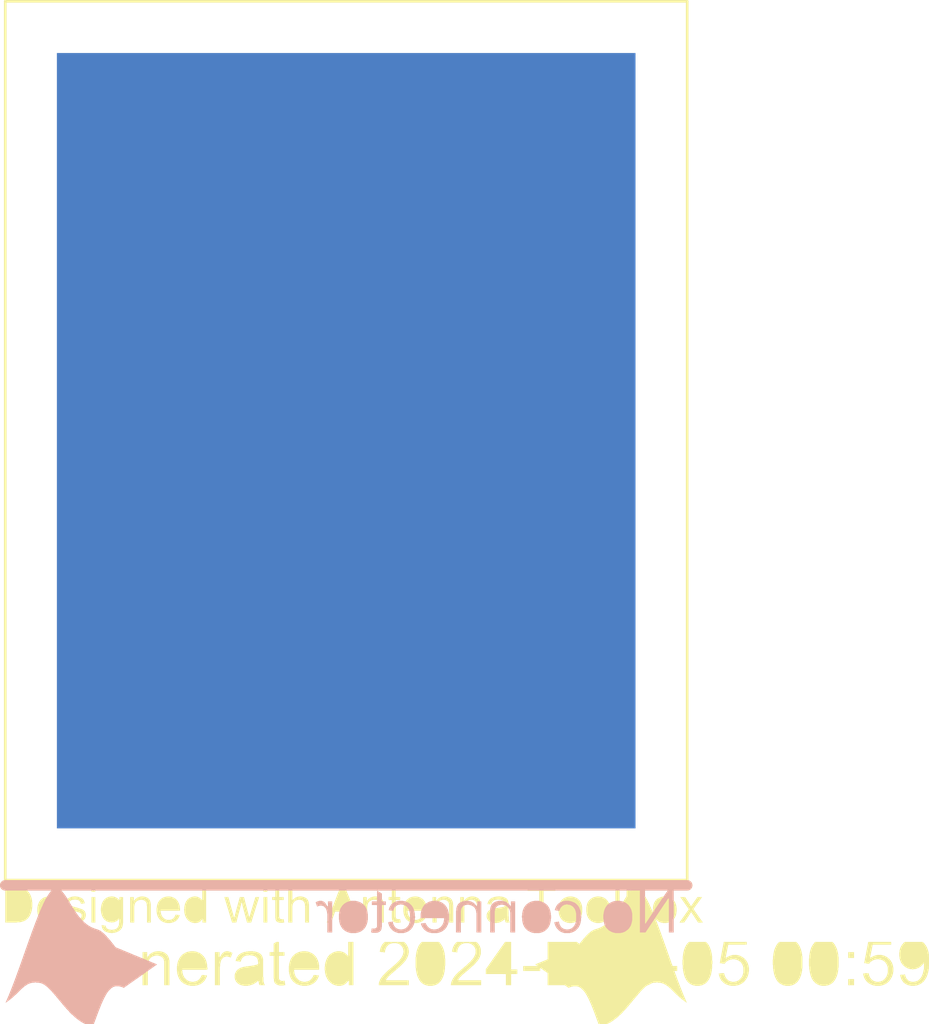
<source format=kicad_pcb>
(kicad_pcb (version 4) (generator "gerbview") (generator_version "8.0")
  (layers (0 F.Cu signal) (31 B.Cu signal) (34 B.Paste user) (35 F.Paste user) (36 B.SilkS user) (37 F.SilkS user) (38 B.Mask user) (39 F.Mask user) (44 Edge.Cuts user))
  (gr_line (start -3.29999 4.75) (end 3.29999 4.75) (layer F.SilkS) (width 0.0254))
  (gr_line (start 3.29999 4.75) (end 3.29999 -3.75001) (layer F.SilkS) (width 0.0254))
  (gr_line (start 3.29999 -3.75001) (end -3.29999 -3.75001) (layer F.SilkS) (width 0.0254))
  (gr_line (start -3.29999 -3.75001) (end -3.29999 4.75) (layer F.SilkS) (width 0.0254))
  (gr_line (start -3.29999 4.8008) (end 3.29999 4.8008) (layer F.SilkS) (width 0.1016))
  (gr_poly (pts (xy 1.82791 5.5659) (xy 1.83081 5.5659) (xy 1.83373 5.56298) (xy 1.83662 5.56298) (xy 1.83952 5.56298) (xy 1.84244 5.56009) (xy 1.84534 5.56009) (xy 1.84823 5.55719) (xy 1.85115 5.55719) (xy 1.85405 5.55427) (xy 1.85694 5.55427) (xy 1.85986 5.55427) (xy 1.86276 5.55137) (xy 1.86566 5.55137) (xy 1.86858 5.54848) (xy 1.87147 5.54848) (xy 1.87437 5.54848) (xy 1.87726 5.54556) (xy 1.88018 5.54556) (xy 1.88308 5.54266) (xy 1.88598 5.54266) (xy 1.8889 5.54266) (xy 1.89179 5.53977) (xy 1.89469 5.53977) (xy 1.89761 5.53684) (xy 1.9005 5.53684) (xy 1.9034 5.53395) (xy 1.90632 5.53395) (xy 1.90922 5.53395) (xy 1.91211 5.53105) (xy 1.91503 5.53105) (xy 1.91793 5.52813) (xy 1.92082 5.52813) (xy 1.92372 5.52813) (xy 1.92664 5.52524) (xy 1.92954 5.52524) (xy 1.93243 5.52234) (xy 1.93535 5.52234) (xy 1.93825 5.51945) (xy 1.94114 5.51945) (xy 1.94407 5.51945) (xy 1.94696 5.51652) (xy 1.94986 5.51652) (xy 1.95278 5.51363) (xy 1.95567 5.51363) (xy 1.95857 5.51363) (xy 1.96149 5.51073) (xy 1.96439 5.51073) (xy 1.96728 5.50781) (xy 1.97018 5.50781) (xy 1.9731 5.50781) (xy 1.97599 5.50492) (xy 1.97889 5.50492) (xy 1.98181 5.50202) (xy 1.98471 5.50202) (xy 1.9876 5.50202) (xy 1.99052 5.4991) (xy 1.99342 5.4991) (xy 1.99631 5.4962) (xy 1.99923 5.4962) (xy 2.00213 5.49331) (xy 2.00503 5.49331) (xy 2.00792 5.49331) (xy 2.01084 5.49039) (xy 2.01374 5.49039) (xy 2.01663 5.48749) (xy 2.01955 5.48749) (xy 2.02245 5.48749) (xy 2.02535 5.4846) (xy 2.02827 5.4846) (xy 2.03116 5.48168) (xy 2.03406 5.48168) (xy 2.03698 5.47878) (xy 2.03987 5.47878) (xy 2.04277 5.47878) (xy 2.04569 5.47588) (xy 2.04859 5.47588) (xy 2.05148 5.47588) (xy 2.05438 5.47299) (xy 2.0573 5.47299) (xy 2.06019 5.47007) (xy 2.06309 5.47007) (xy 2.06601 5.46717) (xy 2.06891 5.46717) (xy 2.0718 5.46428) (xy 2.07472 5.46428) (xy 2.07762 5.46428) (xy 2.08051 5.46136) (xy 2.08344 5.46136) (xy 2.08633 5.45846) (xy 2.08923 5.45846) (xy 2.09215 5.45846) (xy 2.09504 5.45556) (xy 2.09794 5.45556) (xy 2.10083 5.45264) (xy 2.10376 5.45264) (xy 2.10665 5.44975) (xy 2.10955 5.44975) (xy 2.11247 5.44975) (xy 2.11536 5.44685) (xy 2.11826 5.44685) (xy 2.12118 5.44393) (xy 2.12408 5.44393) (xy 2.12697 5.44393) (xy 2.12989 5.44104) (xy 2.13279 5.44104) (xy 2.13568 5.43814) (xy 2.1386 5.43814) (xy 2.1415 5.43814) (xy 2.1444 5.43522) (xy 2.14729 5.43522) (xy 2.15021 5.43232) (xy 2.15311 5.43232) (xy 2.156 5.43232) (xy 2.15892 5.42943) (xy 2.16182 5.42943) (xy 2.16472 5.42653) (xy 2.16764 5.42653) (xy 2.17053 5.42361) (xy 2.17343 5.42361) (xy 2.17635 5.42072) (xy 2.17924 5.42072) (xy 2.18214 5.42072) (xy 2.18506 5.41782) (xy 2.18796 5.41782) (xy 2.19085 5.41782) (xy 2.19375 5.4149) (xy 2.19667 5.4149) (xy 2.19956 5.412) (xy 2.20246 5.412) (xy 2.20538 5.40911) (xy 2.20828 5.40911) (xy 2.21117 5.40911) (xy 2.21409 5.40619) (xy 2.21699 5.40619) (xy 2.21988 5.40329) (xy 2.2228 5.40329) (xy 2.2257 5.40329) (xy 2.2286 5.4004) (xy 2.23152 5.4004) (xy 2.23441 5.39747) (xy 2.23441 5.39458) (xy 2.23731 5.39168) (xy 2.2402 5.38876) (xy 2.24312 5.38587) (xy 2.24602 5.38297) (xy 2.24602 5.38008) (xy 2.24892 5.37715) (xy 2.25184 5.37426) (xy 2.25473 5.37136) (xy 2.25473 5.36844) (xy 2.25763 5.36555) (xy 2.26055 5.36265) (xy 2.26344 5.35973) (xy 2.26634 5.35683) (xy 2.26634 5.35394) (xy 2.26926 5.35102) (xy 2.27216 5.34812) (xy 2.27505 5.34523) (xy 2.27795 5.34231) (xy 2.27795 5.33941) (xy 2.28087 5.33651) (xy 2.28376 5.33362) (xy 2.28666 5.3307) (xy 2.28958 5.3278) (xy 2.29248 5.32491) (xy 2.29248 5.32199) (xy 2.29537 5.31909) (xy 2.29829 5.31619) (xy 2.30119 5.31327) (xy 2.30408 5.31038) (xy 2.30701 5.30748) (xy 2.3099 5.30456) (xy 2.3128 5.30167) (xy 2.31572 5.29877) (xy 2.31572 5.29587) (xy 2.31861 5.29295) (xy 2.32151 5.29006) (xy 2.3244 5.28716) (xy 2.32733 5.28424) (xy 2.33022 5.28135) (xy 2.33312 5.27845) (xy 2.33604 5.27553) (xy 2.33893 5.27263) (xy 2.34183 5.26974) (xy 2.34475 5.26682) (xy 2.34765 5.26392) (xy 2.35054 5.26103) (xy 2.35346 5.26103) (xy 2.35636 5.2581) (xy 2.35925 5.25521) (xy 2.36217 5.25231) (xy 2.36507 5.24942) (xy 2.36797 5.24942) (xy 2.37086 5.2465) (xy 2.37378 5.2436) (xy 2.37668 5.24071) (xy 2.37957 5.24071) (xy 2.38249 5.23778) (xy 2.38539 5.23778) (xy 2.38829 5.23489) (xy 2.39121 5.23489) (xy 2.3941 5.23199) (xy 2.397 5.23199) (xy 2.39992 5.22907) (xy 2.40281 5.22907) (xy 2.40571 5.22618) (xy 2.40863 5.22618) (xy 2.41153 5.22618) (xy 2.41442 5.22618) (xy 2.41732 5.22328) (xy 2.42024 5.22328) (xy 2.42313 5.22328) (xy 2.42603 5.22036) (xy 2.42895 5.22036) (xy 2.43185 5.22036) (xy 2.43474 5.21746) (xy 2.43766 5.21746) (xy 2.44056 5.21746) (xy 2.44345 5.21457) (xy 2.44638 5.21457) (xy 2.44927 5.21165) (xy 2.45217 5.21165) (xy 2.45509 5.21165) (xy 2.45798 5.20875) (xy 2.46088 5.20875) (xy 2.46377 5.20586) (xy 2.4667 5.20586) (xy 2.46959 5.20296) (xy 2.47249 5.20296) (xy 2.47541 5.20004) (xy 2.4783 5.20004) (xy 2.4812 5.19714) (xy 2.48412 5.19425) (xy 2.48702 5.19425) (xy 2.48991 5.19133) (xy 2.49283 5.19133) (xy 2.49573 5.18843) (xy 2.49862 5.18554) (xy 2.50154 5.18554) (xy 2.50444 5.18262) (xy 2.50734 5.17972) (xy 2.51023 5.17682) (xy 2.51315 5.17682) (xy 2.51605 5.1739) (xy 2.51894 5.17101) (xy 2.52186 5.16811) (xy 2.52476 5.16519) (xy 2.52766 5.1623) (xy 2.53058 5.1623) (xy 2.53347 5.1594) (xy 2.53637 5.1565) (xy 2.53929 5.15358) (xy 2.54218 5.15069) (xy 2.54508 5.14779) (xy 2.54798 5.14487) (xy 2.5509 5.14198) (xy 2.55379 5.13908) (xy 2.55669 5.13616) (xy 2.55961 5.13326) (xy 2.5625 5.13037) (xy 2.5654 5.12745) (xy 2.56832 5.12455) (xy 2.57122 5.12166) (xy 2.57122 5.11874) (xy 2.57411 5.11584) (xy 2.57703 5.11294) (xy 2.57993 5.11005) (xy 2.58282 5.10713) (xy 2.58575 5.10423) (xy 2.58864 5.10134) (xy 2.58864 5.09842) (xy 2.59154 5.09552) (xy 2.59443 5.09262) (xy 2.59735 5.0897) (xy 2.59735 5.08681) (xy 2.60025 5.08391) (xy 2.60314 5.08099) (xy 2.60607 5.0781) (xy 2.60607 5.0752) (xy 2.60896 5.07228) (xy 2.61186 5.06938) (xy 2.61186 5.06649) (xy 2.61478 5.06359) (xy 2.61767 5.06067) (xy 2.61767 5.05778) (xy 2.62057 5.05488) (xy 2.62349 5.05196) (xy 2.62639 5.04906) (xy 2.62639 5.04617) (xy 2.62928 5.04325) (xy 2.6322 5.04035) (xy 2.6322 5.03746) (xy 2.6351 5.03453) (xy 2.63799 5.03164) (xy 2.63799 5.02874) (xy 2.64089 5.02582) (xy 2.64089 5.02293) (xy 2.64381 5.02003) (xy 2.64671 5.01714) (xy 2.64671 5.01421) (xy 2.6496 5.01132) (xy 2.6496 5.00842) (xy 2.65252 5.0055) (xy 2.65542 5.00261) (xy 2.65542 4.99971) (xy 2.65831 4.99679) (xy 2.66123 4.99389) (xy 2.66123 4.991) (xy 2.66413 4.98808) (xy 2.66413 4.98518) (xy 2.66703 4.98229) (xy 2.66995 4.97939) (xy 2.66995 4.97647) (xy 2.67284 4.97357) (xy 2.67284 4.97068) (xy 2.67574 4.96776) (xy 2.67866 4.96486) (xy 2.67866 4.96197) (xy 2.68155 4.95905) (xy 2.68155 4.95615) (xy 2.68445 4.95325) (xy 2.68735 4.95033) (xy 2.68735 4.94744) (xy 2.69027 4.94454) (xy 2.69027 4.94162) (xy 2.69316 4.93873) (xy 2.69606 4.93583) (xy 2.69606 4.93293) (xy 2.69898 4.93001) (xy 2.69898 4.92712) (xy 2.70187 4.92422) (xy 2.70477 4.9213) (xy 2.70477 4.91841) (xy 2.70769 4.91551) (xy 2.71059 4.91259) (xy 2.71059 4.90969) (xy 2.71348 4.9068) (xy 2.7164 4.90388) (xy 2.7164 4.90098) (xy 2.7193 4.89809) (xy 2.72219 4.89516) (xy 2.72219 4.89227) (xy 2.72512 4.88937) (xy 2.72801 4.88648) (xy 2.73091 4.88356) (xy 2.73091 4.88066) (xy 2.7338 4.87777) (xy 2.73672 4.87484) (xy 2.73962 4.87195) (xy 2.74251 4.86905) (xy 2.74251 4.86613) (xy 2.74544 4.86324) (xy 2.74833 4.86034) (xy 2.75123 4.85742) (xy 2.75415 4.85452) (xy 2.75704 4.85163) (xy 2.75994 4.84871) (xy 2.76286 4.84581) (xy 2.76576 4.84581) (xy 2.76865 4.84292) (xy 2.77157 4.84002) (xy 2.77447 4.84002) (xy 2.77736 4.8371) (xy 2.78026 4.8342) (xy 2.78318 4.8342) (xy 2.78608 4.83131) (xy 2.78897 4.83131) (xy 2.79189 4.82839) (xy 2.79479 4.82839) (xy 2.79768 4.82839) (xy 2.8006 4.82549) (xy 2.8035 4.82549) (xy 2.8064 4.82549) (xy 2.80932 4.82549) (xy 2.81221 4.82549) (xy 2.81511 4.82549) (xy 2.818 4.82839) (xy 2.82092 4.82839) (xy 2.82382 4.83131) (xy 2.82672 4.83131) (xy 2.82964 4.8342) (xy 2.83253 4.8342) (xy 2.83543 4.8371) (xy 2.83835 4.8371) (xy 2.84124 4.84002) (xy 2.84414 4.84292) (xy 2.84706 4.84581) (xy 2.84996 4.84871) (xy 2.85285 4.85163) (xy 2.85577 4.85452) (xy 2.85867 4.85742) (xy 2.86156 4.86034) (xy 2.86446 4.86324) (xy 2.86446 4.86613) (xy 2.86738 4.86905) (xy 2.87028 4.87195) (xy 2.87317 4.87484) (xy 2.87317 4.87777) (xy 2.87609 4.88066) (xy 2.87899 4.88356) (xy 2.87899 4.88648) (xy 2.88188 4.88937) (xy 2.88481 4.89227) (xy 2.88481 4.89516) (xy 2.8877 4.89809) (xy 2.8906 4.90098) (xy 2.8906 4.90388) (xy 2.89352 4.9068) (xy 2.89352 4.90969) (xy 2.89641 4.91259) (xy 2.89931 4.91551) (xy 2.89931 4.91841) (xy 2.90223 4.9213) (xy 2.90223 4.92422) (xy 2.90513 4.92712) (xy 2.90513 4.93001) (xy 2.90802 4.93293) (xy 2.91092 4.93583) (xy 2.91092 4.93873) (xy 2.91384 4.94162) (xy 2.91384 4.94454) (xy 2.91673 4.94744) (xy 2.91673 4.95033) (xy 2.91963 4.95325) (xy 2.91963 4.95615) (xy 2.92255 4.95905) (xy 2.92255 4.96197) (xy 2.92545 4.96486) (xy 2.92545 4.96776) (xy 2.92834 4.97068) (xy 2.92834 4.97357) (xy 2.93126 4.97647) (xy 2.93126 4.97939) (xy 2.93416 4.98229) (xy 2.93416 4.98518) (xy 2.93705 4.98808) (xy 2.93705 4.991) (xy 2.93705 4.99389) (xy 2.93997 4.99679) (xy 2.93997 4.99971) (xy 2.94287 5.00261) (xy 2.94287 5.0055) (xy 2.94577 5.00842) (xy 2.94577 5.01132) (xy 2.94869 5.01421) (xy 2.94869 5.01714) (xy 2.95158 5.02003) (xy 2.95158 5.02293) (xy 2.95158 5.02582) (xy 2.95448 5.02874) (xy 2.95448 5.03164) (xy 2.95737 5.03453) (xy 2.95737 5.03746) (xy 2.96029 5.04035) (xy 2.96029 5.04325) (xy 2.96319 5.04617) (xy 2.96319 5.04906) (xy 2.96319 5.05196) (xy 2.96609 5.05488) (xy 2.96609 5.05778) (xy 2.96901 5.06067) (xy 2.96901 5.06359) (xy 2.96901 5.06649) (xy 2.9719 5.06938) (xy 2.9719 5.07228) (xy 2.9748 5.0752) (xy 2.9748 5.0781) (xy 2.97772 5.08099) (xy 2.97772 5.08391) (xy 2.97772 5.08681) (xy 2.98061 5.0897) (xy 2.98061 5.09262) (xy 2.98351 5.09552) (xy 2.98351 5.09842) (xy 2.98351 5.10134) (xy 2.98643 5.10423) (xy 2.98643 5.10713) (xy 2.98933 5.11005) (xy 2.98933 5.11294) (xy 2.98933 5.11584) (xy 2.99222 5.11874) (xy 2.99222 5.12166) (xy 2.99222 5.12455) (xy 2.99514 5.12745) (xy 2.99514 5.13037) (xy 2.99804 5.13326) (xy 2.99804 5.13616) (xy 2.99804 5.13908) (xy 3.00093 5.14198) (xy 3.00093 5.14487) (xy 3.00383 5.14779) (xy 3.00383 5.15069) (xy 3.00383 5.15358) (xy 3.00675 5.1565) (xy 3.00675 5.1594) (xy 3.00965 5.1623) (xy 3.00965 5.16519) (xy 3.00965 5.16811) (xy 3.01254 5.17101) (xy 3.01254 5.1739) (xy 3.01254 5.17682) (xy 3.01546 5.17972) (xy 3.01546 5.18262) (xy 3.01836 5.18554) (xy 3.01836 5.18843) (xy 3.01836 5.19133) (xy 3.02125 5.19425) (xy 3.02125 5.19714) (xy 3.02125 5.20004) (xy 3.02417 5.20296) (xy 3.02417 5.20586) (xy 3.02707 5.20875) (xy 3.02707 5.21165) (xy 3.02707 5.21457) (xy 3.02997 5.21746) (xy 3.02997 5.22036) (xy 3.02997 5.22328) (xy 3.03289 5.22618) (xy 3.03289 5.22907) (xy 3.03578 5.23199) (xy 3.03578 5.23489) (xy 3.03578 5.23778) (xy 3.03868 5.24071) (xy 3.03868 5.2436) (xy 3.03868 5.2465) (xy 3.0416 5.24942) (xy 3.0416 5.25231) (xy 3.04449 5.25521) (xy 3.04449 5.2581) (xy 3.04449 5.26103) (xy 3.04739 5.26392) (xy 3.04739 5.26682) (xy 3.04739 5.26974) (xy 3.05029 5.27263) (xy 3.05029 5.27553) (xy 3.05029 5.27845) (xy 3.05321 5.28135) (xy 3.05321 5.28424) (xy 3.05321 5.28716) (xy 3.0561 5.29006) (xy 3.0561 5.29295) (xy 3.059 5.29587) (xy 3.059 5.29877) (xy 3.059 5.30167) (xy 3.06192 5.30456) (xy 3.06192 5.30748) (xy 3.06192 5.31038) (xy 3.06481 5.31327) (xy 3.06481 5.31619) (xy 3.06481 5.31909) (xy 3.06771 5.32199) (xy 3.06771 5.32491) (xy 3.07063 5.3278) (xy 3.07063 5.3307) (xy 3.07063 5.33362) (xy 3.07353 5.33651) (xy 3.07353 5.33941) (xy 3.07353 5.34231) (xy 3.07642 5.34523) (xy 3.07642 5.34812) (xy 3.07642 5.35102) (xy 3.07934 5.35394) (xy 3.07934 5.35683) (xy 3.07934 5.35973) (xy 3.08224 5.36265) (xy 3.08224 5.36555) (xy 3.08513 5.36844) (xy 3.08513 5.37136) (xy 3.08513 5.37426) (xy 3.08803 5.37715) (xy 3.08803 5.38008) (xy 3.08803 5.38297) (xy 3.09095 5.38587) (xy 3.09095 5.38876) (xy 3.09095 5.39168) (xy 3.09385 5.39458) (xy 3.09385 5.39747) (xy 3.09385 5.4004) (xy 3.09674 5.40329) (xy 3.09674 5.40619) (xy 3.09674 5.40911) (xy 3.09966 5.412) (xy 3.09966 5.4149) (xy 3.10256 5.41782) (xy 3.10256 5.42072) (xy 3.10256 5.42361) (xy 3.10545 5.42653) (xy 3.10545 5.42943) (xy 3.10545 5.43232) (xy 3.10838 5.43522) (xy 3.10838 5.43814) (xy 3.10838 5.44104) (xy 3.11127 5.44393) (xy 3.11127 5.44685) (xy 3.11127 5.44975) (xy 3.11417 5.45264) (xy 3.11417 5.45556) (xy 3.11417 5.45846) (xy 3.11709 5.46136) (xy 3.11709 5.46428) (xy 3.11998 5.46717) (xy 3.11998 5.47007) (xy 3.11998 5.47299) (xy 3.12288 5.47588) (xy 3.12288 5.47878) (xy 3.12288 5.48168) (xy 3.1258 5.4846) (xy 3.1258 5.48749) (xy 3.1258 5.49039) (xy 3.1287 5.49331) (xy 3.1287 5.4962) (xy 3.1287 5.4991) (xy 3.13159 5.50202) (xy 3.13159 5.50492) (xy 3.13159 5.50781) (xy 3.13449 5.51073) (xy 3.13449 5.51363) (xy 3.13741 5.51652) (xy 3.13741 5.51945) (xy 3.13741 5.52234) (xy 3.1403 5.52524) (xy 3.1403 5.52813) (xy 3.1403 5.53105) (xy 3.1432 5.53395) (xy 3.1432 5.53684) (xy 3.1432 5.53977) (xy 3.14612 5.54266) (xy 3.14612 5.54556) (xy 3.14612 5.54848) (xy 3.14902 5.55137) (xy 3.14902 5.55427) (xy 3.14902 5.55719) (xy 3.15191 5.56009) (xy 3.15191 5.56298) (xy 3.15483 5.5659) (xy 3.15483 5.5688) (xy 3.15483 5.57169) (xy 3.15773 5.57459) (xy 3.15773 5.57751) (xy 3.15773 5.58041) (xy 3.16062 5.5833) (xy 3.16062 5.58622) (xy 3.16062 5.58912) (xy 3.16354 5.59201) (xy 3.16354 5.59493) (xy 3.16354 5.59783) (xy 3.16644 5.60073) (xy 3.16644 5.60365) (xy 3.16934 5.60654) (xy 3.16934 5.60944) (xy 3.16934 5.61233) (xy 3.17226 5.61525) (xy 3.17226 5.61815) (xy 3.17226 5.62105) (xy 3.17515 5.62397) (xy 3.17515 5.62686) (xy 3.17515 5.62976) (xy 3.17805 5.63268) (xy 3.17805 5.63557) (xy 3.18094 5.63847) (xy 3.18094 5.64139) (xy 3.18094 5.64429) (xy 3.18386 5.64718) (xy 3.18386 5.6501) (xy 3.18386 5.653) (xy 3.18676 5.65589) (xy 3.18676 5.65879) (xy 3.18676 5.66171) (xy 3.18966 5.66461) (xy 3.18966 5.6675) (xy 3.19258 5.67042) (xy 3.19258 5.67332) (xy 3.19258 5.67621) (xy 3.19547 5.67914) (xy 3.19547 5.68203) (xy 3.19547 5.68493) (xy 3.19837 5.68785) (xy 3.19837 5.69074) (xy 3.19837 5.69364) (xy 3.20129 5.69656) (xy 3.20129 5.69946) (xy 3.20418 5.70235) (xy 3.20418 5.70525) (xy 3.20418 5.70817) (xy 3.20708 5.71106) (xy 3.20708 5.71396) (xy 3.20708 5.71688) (xy 3.21 5.71978) (xy 3.21 5.72267) (xy 3.2129 5.72559) (xy 3.2129 5.72849) (xy 3.2129 5.73138) (xy 3.21579 5.7343) (xy 3.21579 5.7372) (xy 3.21579 5.7401) (xy 3.21871 5.74302) (xy 3.21871 5.74591) (xy 3.22161 5.74881) (xy 3.22161 5.7517) (xy 3.22161 5.75462) (xy 3.2245 5.75752) (xy 3.2245 5.76042) (xy 3.2274 5.76334) (xy 3.2274 5.76623) (xy 3.2274 5.76913) (xy 3.23032 5.77205) (xy 3.23032 5.77494) (xy 3.23032 5.77784) (xy 3.23322 5.78076) (xy 3.23322 5.78366) (xy 3.23611 5.78655) (xy 3.23611 5.78947) (xy 3.23611 5.79237) (xy 3.23903 5.79526) (xy 3.23903 5.79816) (xy 3.24193 5.80108) (xy 3.24193 5.80398) (xy 3.24193 5.80687) (xy 3.24482 5.80979) (xy 3.24482 5.81269) (xy 3.24775 5.81558) (xy 3.24775 5.81851) (xy 3.24775 5.8214) (xy 3.25064 5.8243) (xy 3.25064 5.82722) (xy 3.25354 5.83011) (xy 3.25354 5.83301) (xy 3.25354 5.83593) (xy 3.25646 5.83883) (xy 3.25646 5.84172) (xy 3.25935 5.84462) (xy 3.25935 5.84754) (xy 3.25935 5.85043) (xy 3.26225 5.85333) (xy 3.26225 5.85625) (xy 3.26517 5.85915) (xy 3.26517 5.86204) (xy 3.26517 5.86496) (xy 3.26807 5.86786) (xy 3.26807 5.87075) (xy 3.27096 5.87367) (xy 3.27096 5.87657) (xy 3.27386 5.87947) (xy 3.27386 5.88236) (xy 3.27386 5.88528) (xy 3.27678 5.88818) (xy 3.27678 5.89107) (xy 3.27967 5.89399) (xy 3.27967 5.89689) (xy 3.28257 5.89979) (xy 3.28257 5.90271) (xy 3.28257 5.9056) (xy 3.28549 5.9085) (xy 3.28549 5.91142) (xy 3.28839 5.91431) (xy 3.28839 5.91721) (xy 3.29128 5.92013) (xy 3.29128 5.92303) (xy 3.29128 5.92592) (xy 3.2942 5.92882) (xy 3.2942 5.93174) (xy 3.2971 5.93463) (xy 3.2971 5.93753) (xy 3.29999 5.94045) (xy 3.2971 5.93753) (xy 3.2942 5.93463) (xy 3.29128 5.93463) (xy 3.28839 5.93174) (xy 3.28549 5.92882) (xy 3.28257 5.92592) (xy 3.27967 5.92592) (xy 3.27678 5.92303) (xy 3.27386 5.92013) (xy 3.27096 5.92013) (xy 3.26807 5.91721) (xy 3.26517 5.91431) (xy 3.26225 5.91142) (xy 3.25935 5.91142) (xy 3.25646 5.9085) (xy 3.25354 5.9056) (xy 3.25064 5.90271) (xy 3.24775 5.90271) (xy 3.24482 5.89979) (xy 3.24193 5.89689) (xy 3.23903 5.89399) (xy 3.23611 5.89107) (xy 3.23322 5.88818) (xy 3.23032 5.88818) (xy 3.2274 5.88528) (xy 3.2245 5.88236) (xy 3.22161 5.87947) (xy 3.21871 5.87657) (xy 3.21579 5.87367) (xy 3.2129 5.87075) (xy 3.21 5.86786) (xy 3.20708 5.86786) (xy 3.20708 5.86496) (xy 3.20418 5.86204) (xy 3.20129 5.86204) (xy 3.19837 5.85915) (xy 3.19547 5.85625) (xy 3.19258 5.85333) (xy 3.18966 5.85043) (xy 3.18676 5.84754) (xy 3.18386 5.84462) (xy 3.18094 5.84172) (xy 3.17805 5.83883) (xy 3.17515 5.83593) (xy 3.17226 5.83301) (xy 3.16934 5.83011) (xy 3.16644 5.82722) (xy 3.16354 5.8243) (xy 3.16062 5.8214) (xy 3.15773 5.81851) (xy 3.15483 5.81558) (xy 3.15191 5.81269) (xy 3.14902 5.80979) (xy 3.14612 5.80687) (xy 3.1432 5.80398) (xy 3.1403 5.80108) (xy 3.13741 5.79816) (xy 3.13449 5.79526) (xy 3.13159 5.79526) (xy 3.1287 5.79237) (xy 3.1258 5.78947) (xy 3.12288 5.78655) (xy 3.11998 5.78366) (xy 3.11709 5.78076) (xy 3.11417 5.77784) (xy 3.11127 5.77784) (xy 3.10838 5.77494) (xy 3.10545 5.77205) (xy 3.10256 5.77205) (xy 3.09966 5.76913) (xy 3.09674 5.76623) (xy 3.09385 5.76623) (xy 3.09095 5.76334) (xy 3.08803 5.76042) (xy 3.08513 5.76042) (xy 3.08224 5.75752) (xy 3.07934 5.75752) (xy 3.07642 5.75462) (xy 3.07353 5.75462) (xy 3.07063 5.7517) (xy 3.06771 5.7517) (xy 3.06481 5.7517) (xy 3.06192 5.74881) (xy 3.059 5.74881) (xy 3.0561 5.74881) (xy 3.05321 5.74591) (xy 3.05029 5.74591) (xy 3.04739 5.74591) (xy 3.04449 5.74591) (xy 3.0416 5.74302) (xy 3.03868 5.74302) (xy 3.03578 5.74302) (xy 3.03289 5.74302) (xy 3.02997 5.74302) (xy 3.02707 5.74302) (xy 3.02417 5.74302) (xy 3.02125 5.74302) (xy 3.01836 5.74302) (xy 3.01546 5.7401) (xy 3.01254 5.7401) (xy 3.00965 5.7401) (xy 3.00675 5.7401) (xy 3.00383 5.7401) (xy 3.00093 5.7401) (xy 2.99804 5.74302) (xy 2.99514 5.74302) (xy 2.99222 5.74302) (xy 2.98933 5.74302) (xy 2.98643 5.74302) (xy 2.98351 5.74302) (xy 2.98061 5.74302) (xy 2.97772 5.74302) (xy 2.9748 5.74302) (xy 2.9719 5.74302) (xy 2.96901 5.74591) (xy 2.96609 5.74591) (xy 2.96319 5.74591) (xy 2.96029 5.74591) (xy 2.95737 5.74591) (xy 2.95448 5.74881) (xy 2.95158 5.74881) (xy 2.94869 5.74881) (xy 2.94577 5.7517) (xy 2.94287 5.7517) (xy 2.93997 5.75462) (xy 2.93705 5.75462) (xy 2.93416 5.75462) (xy 2.93126 5.75752) (xy 2.92834 5.76042) (xy 2.92545 5.76042) (xy 2.92255 5.76334) (xy 2.91963 5.76334) (xy 2.91673 5.76623) (xy 2.91384 5.76913) (xy 2.91092 5.77205) (xy 2.90802 5.77205) (xy 2.90513 5.77494) (xy 2.90223 5.77784) (xy 2.89931 5.78076) (xy 2.89641 5.78076) (xy 2.89352 5.78366) (xy 2.8906 5.78655) (xy 2.8877 5.78947) (xy 2.88481 5.79237) (xy 2.88188 5.79526) (xy 2.87899 5.79816) (xy 2.87609 5.80108) (xy 2.87317 5.80398) (xy 2.87028 5.80687) (xy 2.86738 5.80979) (xy 2.86446 5.81269) (xy 2.86156 5.81558) (xy 2.85867 5.81851) (xy 2.85577 5.8214) (xy 2.85285 5.8243) (xy 2.84996 5.82722) (xy 2.84706 5.83011) (xy 2.84414 5.83301) (xy 2.84414 5.83593) (xy 2.84124 5.83883) (xy 2.83835 5.84172) (xy 2.83543 5.84462) (xy 2.83253 5.84754) (xy 2.82964 5.85043) (xy 2.82672 5.85333) (xy 2.82382 5.85625) (xy 2.82382 5.85915) (xy 2.82092 5.86204) (xy 2.818 5.86496) (xy 2.81511 5.86786) (xy 2.81221 5.87075) (xy 2.80932 5.87367) (xy 2.8064 5.87657) (xy 2.8064 5.87947) (xy 2.8035 5.88236) (xy 2.8006 5.88528) (xy 2.79768 5.88818) (xy 2.79479 5.89107) (xy 2.79189 5.89399) (xy 2.79189 5.89689) (xy 2.78897 5.89979) (xy 2.78608 5.90271) (xy 2.78318 5.9056) (xy 2.78026 5.9085) (xy 2.77736 5.91142) (xy 2.77736 5.91431) (xy 2.77447 5.91721) (xy 2.77157 5.92013) (xy 2.76865 5.92303) (xy 2.76576 5.92592) (xy 2.76286 5.92882) (xy 2.76286 5.93174) (xy 2.75994 5.93463) (xy 2.75704 5.93753) (xy 2.75415 5.94045) (xy 2.75123 5.94335) (xy 2.74833 5.94624) (xy 2.74833 5.94916) (xy 2.74544 5.95206) (xy 2.74251 5.95495) (xy 2.73962 5.95787) (xy 2.73672 5.96077) (xy 2.7338 5.96367) (xy 2.7338 5.96659) (xy 2.73091 5.96948) (xy 2.72801 5.97238) (xy 2.72512 5.97527) (xy 2.72219 5.97819) (xy 2.7193 5.98109) (xy 2.7164 5.98399) (xy 2.71348 5.98691) (xy 2.71348 5.9898) (xy 2.71059 5.9927) (xy 2.70769 5.99562) (xy 2.70477 5.99851) (xy 2.70187 6.00141) (xy 2.69898 6.00433) (xy 2.69606 6.00723) (xy 2.69316 6.01012) (xy 2.69027 6.01304) (xy 2.68735 6.01594) (xy 2.68445 6.01883) (xy 2.68155 6.02173) (xy 2.68155 6.02465) (xy 2.67866 6.02755) (xy 2.67574 6.03044) (xy 2.67284 6.03336) (xy 2.66995 6.03626) (xy 2.66703 6.03915) (xy 2.66413 6.04208) (xy 2.66123 6.04497) (xy 2.65831 6.04787) (xy 2.65542 6.05079) (xy 2.65252 6.05368) (xy 2.6496 6.05368) (xy 2.64671 6.05658) (xy 2.64381 6.0595) (xy 2.64089 6.0624) (xy 2.63799 6.06529) (xy 2.6351 6.06819) (xy 2.6322 6.07111) (xy 2.62928 6.074) (xy 2.62639 6.0769) (xy 2.62349 6.07982) (xy 2.62057 6.07982) (xy 2.61767 6.08272) (xy 2.61478 6.08561) (xy 2.61186 6.08853) (xy 2.60896 6.09143) (xy 2.60607 6.09143) (xy 2.60314 6.09432) (xy 2.60025 6.09724) (xy 2.59735 6.10014) (xy 2.59443 6.10014) (xy 2.59154 6.10304) (xy 2.58864 6.10596) (xy 2.58575 6.10885) (xy 2.58282 6.10885) (xy 2.57993 6.11175) (xy 2.57703 6.11464) (xy 2.57411 6.11464) (xy 2.57122 6.11756) (xy 2.56832 6.12046) (xy 2.5654 6.12046) (xy 2.5625 6.12336) (xy 2.55961 6.12628) (xy 2.55669 6.12628) (xy 2.55379 6.12917) (xy 2.5509 6.12917) (xy 2.54798 6.13207) (xy 2.54508 6.13207) (xy 2.54218 6.13499) (xy 2.53929 6.13499) (xy 2.53637 6.13788) (xy 2.53347 6.13788) (xy 2.53058 6.14078) (xy 2.52766 6.14078) (xy 2.52476 6.1437) (xy 2.52186 6.1437) (xy 2.51894 6.1466) (xy 2.51605 6.1466) (xy 2.51315 6.14949) (xy 2.51023 6.14949) (xy 2.50734 6.14949) (xy 2.50444 6.15239) (xy 2.50154 6.15239) (xy 2.49862 6.15239) (xy 2.49573 6.15531) (xy 2.49283 6.15531) (xy 2.48991 6.15531) (xy 2.48702 6.1582) (xy 2.48412 6.1582) (xy 2.4812 6.1582) (xy 2.4783 6.1582) (xy 2.47541 6.1611) (xy 2.47249 6.1611) (xy 2.46959 6.1611) (xy 2.4667 6.1611) (xy 2.46377 6.16402) (xy 2.46088 6.16402) (xy 2.45798 6.16402) (xy 2.45509 6.16402) (xy 2.45217 6.16402) (xy 2.44927 6.16402) (xy 2.44927 6.1611) (xy 2.44927 6.1582) (xy 2.44638 6.15531) (xy 2.44638 6.15239) (xy 2.44345 6.14949) (xy 2.44345 6.1466) (xy 2.44345 6.1437) (xy 2.44056 6.14078) (xy 2.44056 6.13788) (xy 2.44056 6.13499) (xy 2.43766 6.13207) (xy 2.43766 6.12917) (xy 2.43766 6.12628) (xy 2.43474 6.12336) (xy 2.43474 6.12046) (xy 2.43185 6.11756) (xy 2.43185 6.11464) (xy 2.43185 6.11175) (xy 2.42895 6.10885) (xy 2.42895 6.10596) (xy 2.42895 6.10304) (xy 2.42603 6.10014) (xy 2.42603 6.09724) (xy 2.42313 6.09432) (xy 2.42313 6.09143) (xy 2.42313 6.08853) (xy 2.42024 6.08561) (xy 2.42024 6.08272) (xy 2.42024 6.07982) (xy 2.41732 6.0769) (xy 2.41732 6.074) (xy 2.41732 6.07111) (xy 2.41442 6.06819) (xy 2.41442 6.06529) (xy 2.41153 6.0624) (xy 2.41153 6.0595) (xy 2.41153 6.05658) (xy 2.40863 6.05368) (xy 2.40863 6.05079) (xy 2.40863 6.04787) (xy 2.40571 6.04497) (xy 2.40571 6.04208) (xy 2.40281 6.03915) (xy 2.40281 6.03626) (xy 2.40281 6.03336) (xy 2.39992 6.03044) (xy 2.39992 6.02755) (xy 2.39992 6.02465) (xy 2.397 6.02173) (xy 2.397 6.01883) (xy 2.3941 6.01594) (xy 2.3941 6.01304) (xy 2.3941 6.01012) (xy 2.39121 6.00723) (xy 2.39121 6.00433) (xy 2.38829 6.00141) (xy 2.38829 5.99851) (xy 2.38829 5.99562) (xy 2.38539 5.9927) (xy 2.38539 5.9898) (xy 2.38249 5.98691) (xy 2.38249 5.98399) (xy 2.38249 5.98109) (xy 2.37957 5.97819) (xy 2.37957 5.97527) (xy 2.37668 5.97238) (xy 2.37668 5.96948) (xy 2.37668 5.96659) (xy 2.37378 5.96367) (xy 2.37378 5.96077) (xy 2.37086 5.95787) (xy 2.37086 5.95495) (xy 2.37086 5.95206) (xy 2.36797 5.94916) (xy 2.36797 5.94624) (xy 2.36507 5.94335) (xy 2.36507 5.94045) (xy 2.36217 5.93753) (xy 2.36217 5.93463) (xy 2.35925 5.93174) (xy 2.35925 5.92882) (xy 2.35925 5.92592) (xy 2.35636 5.92303) (xy 2.35636 5.92013) (xy 2.35346 5.91721) (xy 2.35346 5.91431) (xy 2.35054 5.91142) (xy 2.35054 5.9085) (xy 2.34765 5.9056) (xy 2.34765 5.90271) (xy 2.34765 5.89979) (xy 2.34475 5.89689) (xy 2.34183 5.89399) (xy 2.34183 5.89107) (xy 2.34183 5.88818) (xy 2.33893 5.88528) (xy 2.33604 5.88236) (xy 2.33604 5.87947) (xy 2.33312 5.87657) (xy 2.33312 5.87367) (xy 2.33022 5.87075) (xy 2.33022 5.86786) (xy 2.32733 5.86496) (xy 2.32733 5.86204) (xy 2.3244 5.85915) (xy 2.32151 5.85625) (xy 2.32151 5.85333) (xy 2.31861 5.85043) (xy 2.31861 5.84754) (xy 2.31572 5.84462) (xy 2.3128 5.84172) (xy 2.3128 5.83883) (xy 2.3099 5.83593) (xy 2.30701 5.83301) (xy 2.30408 5.83011) (xy 2.30408 5.82722) (xy 2.30119 5.8243) (xy 2.29829 5.8214) (xy 2.29537 5.81851) (xy 2.29248 5.81558) (xy 2.28958 5.81269) (xy 2.28666 5.80979) (xy 2.28376 5.80687) (xy 2.28087 5.80398) (xy 2.27795 5.80108) (xy 2.27505 5.79816) (xy 2.27216 5.79526) (xy 2.26926 5.79237) (xy 2.26634 5.79237) (xy 2.26344 5.78947) (xy 2.26055 5.78947) (xy 2.25763 5.78655) (xy 2.25473 5.78366) (xy 2.25184 5.78366) (xy 2.24892 5.78076) (xy 2.24602 5.78076) (xy 2.24312 5.78076) (xy 2.2402 5.78076) (xy 2.23731 5.77784) (xy 2.23441 5.77784) (xy 2.23152 5.77784) (xy 2.2286 5.77784) (xy 2.2257 5.77784) (xy 2.2228 5.77784) (xy 2.21988 5.77784) (xy 2.21699 5.77784) (xy 2.21409 5.77784) (xy 2.21117 5.77784) (xy 2.20828 5.77784) (xy 2.20538 5.77784) (xy 2.20246 5.77784) (xy 2.19956 5.77784) (xy 2.19667 5.77784) (xy 2.19375 5.77784) (xy 2.19085 5.78076) (xy 2.18796 5.78076) (xy 2.18506 5.78076) (xy 2.18214 5.78076) (xy 2.17924 5.78076) (xy 2.17635 5.78366) (xy 2.17343 5.78366) (xy 2.17053 5.78655) (xy 2.16764 5.78655) (xy 2.16472 5.78655) (xy 2.16182 5.78947) (xy 2.15892 5.78947) (xy 2.156 5.79237) (xy 2.15311 5.79237) (xy 2.15021 5.79237) (xy 2.14729 5.78947) (xy 2.1444 5.78655) (xy 2.1415 5.78366) (xy 2.1386 5.78366) (xy 2.13568 5.78076) (xy 2.13279 5.77784) (xy 2.12989 5.77784) (xy 2.12697 5.77494) (xy 2.12408 5.77205) (xy 2.12118 5.77205) (xy 2.11826 5.76913) (xy 2.11536 5.76623) (xy 2.11247 5.76334) (xy 2.10955 5.76334) (xy 2.10665 5.76042) (xy 2.10376 5.75752) (xy 2.10083 5.75752) (xy 2.09794 5.75462) (xy 2.09504 5.7517) (xy 2.09215 5.74881) (xy 2.08923 5.74881) (xy 2.08633 5.74591) (xy 2.08344 5.74302) (xy 2.08051 5.74302) (xy 2.07762 5.7401) (xy 2.07472 5.7372) (xy 2.0718 5.7372) (xy 2.06891 5.7343) (xy 2.06601 5.73138) (xy 2.06309 5.72849) (xy 2.06019 5.72849) (xy 2.0573 5.72559) (xy 2.05438 5.72267) (xy 2.05148 5.72267) (xy 2.04859 5.71978) (xy 2.04569 5.71688) (xy 2.04277 5.71688) (xy 2.03987 5.71396) (xy 2.03698 5.71106) (xy 2.03406 5.70817) (xy 2.03116 5.70817) (xy 2.02827 5.70525) (xy 2.02535 5.70235) (xy 2.02245 5.70235) (xy 2.01955 5.69946) (xy 2.01663 5.69656) (xy 2.01374 5.69656) (xy 2.01084 5.69364) (xy 2.00792 5.69074) (xy 2.00503 5.68785) (xy 2.00213 5.68785) (xy 1.99923 5.68493) (xy 1.99631 5.68203) (xy 1.99342 5.68203) (xy 1.99052 5.67914) (xy 1.9876 5.67621) (xy 1.98471 5.67332) (xy 1.98181 5.67332) (xy 1.97889 5.67042) (xy 1.97599 5.6675) (xy 1.9731 5.6675) (xy 1.97018 5.66461) (xy 1.96728 5.66171) (xy 1.96439 5.66171) (xy 1.96149 5.65879) (xy 1.95857 5.65589) (xy 1.95567 5.653) (xy 1.95278 5.653) (xy 1.94986 5.6501) (xy 1.94696 5.64718) (xy 1.94407 5.64718) (xy 1.94114 5.64429) (xy 1.93825 5.64139) (xy 1.93535 5.63847) (xy 1.93243 5.63847) (xy 1.92954 5.63557) (xy 1.92664 5.63268) (xy 1.92372 5.63268) (xy 1.92082 5.62976) (xy 1.91793 5.62686) (xy 1.91503 5.62686) (xy 1.91211 5.62397) (xy 1.90922 5.62105) (xy 1.90632 5.61815) (xy 1.9034 5.61815) (xy 1.9005 5.61525) (xy 1.89761 5.61233) (xy 1.89469 5.61233) (xy 1.89179 5.60944) (xy 1.8889 5.60654) (xy 1.88598 5.60654) (xy 1.88308 5.60365) (xy 1.88018 5.60073) (xy 1.87726 5.59783) (xy 1.87437 5.59783) (xy 1.87147 5.59493) (xy 1.86858 5.59201) (xy 1.86566 5.59201) (xy 1.86276 5.58912) (xy 1.85986 5.58622) (xy 1.85694 5.5833) (xy 1.85405 5.5833) (xy 1.85115 5.58041) (xy 1.84823 5.57751) (xy 1.84534 5.57751) (xy 1.84244 5.57459) (xy 1.83952 5.57169) (xy 1.83662 5.57169) (xy 1.83373 5.5688) (xy 1.83081 5.5659)) (layer F.SilkS) (width 0))
  (gr_poly (pts (xy 1.89761 5.57169) (xy 1.9005 5.57169) (xy 1.9034 5.57169) (xy 1.90632 5.57169) (xy 1.90632 5.5688) (xy 1.90922 5.5688) (xy 1.91211 5.5688) (xy 1.91211 5.5659) (xy 1.91503 5.5659) (xy 1.91793 5.5659) (xy 1.91793 5.56298) (xy 1.92082 5.56298) (xy 1.92372 5.56298) (xy 1.92664 5.56298) (xy 1.92664 5.56009) (xy 1.92954 5.56009) (xy 1.93243 5.56009) (xy 1.93243 5.55719) (xy 1.93535 5.55719) (xy 1.93825 5.55719) (xy 1.93825 5.55427) (xy 1.94114 5.55427) (xy 1.94407 5.55427) (xy 1.94696 5.55427) (xy 1.94696 5.55137) (xy 1.94986 5.55137) (xy 1.95278 5.55137) (xy 1.95278 5.54848) (xy 1.95567 5.54848) (xy 1.95857 5.54848) (xy 1.96149 5.54848) (xy 1.96149 5.54556) (xy 1.96439 5.54556) (xy 1.96728 5.54556) (xy 1.96728 5.54266) (xy 1.97018 5.54266) (xy 1.9731 5.54266) (xy 1.97599 5.54266) (xy 1.97599 5.53977) (xy 1.97889 5.53977) (xy 1.98181 5.53977) (xy 1.98181 5.53684) (xy 1.98471 5.53684) (xy 1.9876 5.53684) (xy 1.9876 5.53395) (xy 1.99052 5.53395) (xy 1.99342 5.53395) (xy 1.99631 5.53395) (xy 1.99631 5.53105) (xy 1.99923 5.53105) (xy 2.00213 5.53105) (xy 2.00213 5.52813) (xy 2.00503 5.52813) (xy 2.00792 5.52813) (xy 2.00792 5.52524) (xy 2.01084 5.52524) (xy 2.01374 5.52524) (xy 2.01663 5.52524) (xy 2.01663 5.52234) (xy 2.01955 5.52234) (xy 2.02245 5.52234) (xy 2.02245 5.51945) (xy 2.02535 5.51945) (xy 2.02827 5.51945) (xy 2.03116 5.51945) (xy 2.03116 5.51652) (xy 2.03406 5.51652) (xy 2.03698 5.51652) (xy 2.03698 5.51363) (xy 2.03987 5.51363) (xy 2.04277 5.51363) (xy 2.04569 5.51363) (xy 2.04569 5.51073) (xy 2.04859 5.51073) (xy 2.05148 5.51073) (xy 2.05148 5.50781) (xy 2.05438 5.50781) (xy 2.0573 5.50781) (xy 2.0573 5.50492) (xy 2.06019 5.50492) (xy 2.06309 5.50492) (xy 2.06601 5.50492) (xy 2.06601 5.50202) (xy 2.06891 5.50202) (xy 2.0718 5.50202) (xy 2.0718 5.4991) (xy 2.07472 5.4991) (xy 2.07762 5.4991) (xy 2.08051 5.4991) (xy 2.08051 5.4962) (xy 2.08344 5.4962) (xy 2.08633 5.4962) (xy 2.08633 5.49331) (xy 2.08923 5.49331) (xy 2.09215 5.49331) (xy 2.09504 5.49331) (xy 2.09504 5.49039) (xy 2.09794 5.49039) (xy 2.10083 5.49039) (xy 2.10083 5.48749) (xy 2.10376 5.48749) (xy 2.10665 5.48749) (xy 2.10665 5.4846) (xy 2.10955 5.4846) (xy 2.11247 5.4846) (xy 2.11536 5.4846) (xy 2.11536 5.48168) (xy 2.11826 5.48168) (xy 2.12118 5.48168) (xy 2.12118 5.47878) (xy 2.12408 5.47878) (xy 2.12697 5.47878) (xy 2.12989 5.47878) (xy 2.12989 5.47588) (xy 2.13279 5.47588) (xy 2.13568 5.47588) (xy 2.13568 5.47299) (xy 2.1386 5.47299) (xy 2.1415 5.47299) (xy 2.1444 5.47299) (xy 2.1444 5.47007) (xy 2.14729 5.47007) (xy 2.15021 5.47007) (xy 2.15021 5.46717) (xy 2.15311 5.46717) (xy 2.156 5.46717) (xy 2.156 5.46428) (xy 2.15892 5.46428) (xy 2.16182 5.46428) (xy 2.16472 5.46428) (xy 2.16472 5.46136) (xy 2.16764 5.46136) (xy 2.17053 5.46136) (xy 2.17053 5.45846) (xy 2.17343 5.45846) (xy 2.17635 5.45846) (xy 2.17924 5.45846) (xy 2.17924 5.45556) (xy 2.18214 5.45556) (xy 2.18506 5.45556) (xy 2.18506 5.45264) (xy 2.18796 5.45264) (xy 2.19085 5.45264) (xy 2.19085 5.44975) (xy 2.19375 5.44975) (xy 2.19667 5.44975) (xy 2.19956 5.44975) (xy 2.19956 5.44685) (xy 2.20246 5.44685) (xy 2.20538 5.44685) (xy 2.20538 5.44393) (xy 2.20828 5.44393) (xy 2.21117 5.44393) (xy 2.21409 5.44393) (xy 2.21409 5.44104) (xy 2.21699 5.44104) (xy 2.21988 5.44104) (xy 2.21988 5.43814) (xy 2.2228 5.43814) (xy 2.2257 5.43814) (xy 2.2286 5.43814) (xy 2.2286 5.43522) (xy 2.23152 5.43522) (xy 2.23441 5.43522) (xy 2.23441 5.43232) (xy 2.23731 5.43232) (xy 2.2402 5.43232) (xy 2.2402 5.42943) (xy 2.24312 5.42943) (xy 2.24602 5.42943) (xy 2.24602 5.43232) (xy 2.24892 5.43232) (xy 2.24892 5.43522) (xy 2.25184 5.43522) (xy 2.25473 5.43522) (xy 2.25473 5.43814) (xy 2.25763 5.43814) (xy 2.25763 5.44104) (xy 2.26055 5.44104) (xy 2.26344 5.44104) (xy 2.26344 5.44393) (xy 2.26634 5.44393) (xy 2.26634 5.44685) (xy 2.26926 5.44685) (xy 2.26926 5.44975) (xy 2.27216 5.44975) (xy 2.27505 5.44975) (xy 2.27505 5.45264) (xy 2.27795 5.45264) (xy 2.27795 5.45556) (xy 2.28087 5.45556) (xy 2.28087 5.45846) (xy 2.28376 5.45846) (xy 2.28666 5.45846) (xy 2.28666 5.46136) (xy 2.28958 5.46136) (xy 2.28958 5.46428) (xy 2.29248 5.46428) (xy 2.29248 5.46717) (xy 2.29537 5.46717) (xy 2.29829 5.46717) (xy 2.29829 5.47007) (xy 2.30119 5.47007) (xy 2.30119 5.47299) (xy 2.30408 5.47299) (xy 2.30408 5.47588) (xy 2.30701 5.47588) (xy 2.3099 5.47588) (xy 2.3099 5.47878) (xy 2.3128 5.47878) (xy 2.3128 5.48168) (xy 2.31572 5.48168) (xy 2.31572 5.4846) (xy 2.31861 5.4846) (xy 2.32151 5.4846) (xy 2.32151 5.48749) (xy 2.3244 5.48749) (xy 2.3244 5.49039) (xy 2.32733 5.49039) (xy 2.32733 5.49331) (xy 2.33022 5.49331) (xy 2.33312 5.49331) (xy 2.33312 5.4962) (xy 2.33604 5.4962) (xy 2.33604 5.4991) (xy 2.33893 5.4991) (xy 2.33893 5.50202) (xy 2.34183 5.50202) (xy 2.34475 5.50202) (xy 2.34475 5.50492) (xy 2.34765 5.50492) (xy 2.34765 5.50781) (xy 2.35054 5.50781) (xy 2.35054 5.51073) (xy 2.35346 5.51073) (xy 2.35636 5.51073) (xy 2.35636 5.51363) (xy 2.35925 5.51363) (xy 2.35925 5.51652) (xy 2.36217 5.51652) (xy 2.36217 5.51945) (xy 2.36507 5.51945) (xy 2.36797 5.51945) (xy 2.36797 5.52234) (xy 2.37086 5.52234) (xy 2.37086 5.52524) (xy 2.37378 5.52524) (xy 2.37378 5.52813) (xy 2.37668 5.52813) (xy 2.37668 5.53105) (xy 2.37957 5.53105) (xy 2.38249 5.53105) (xy 2.38249 5.53395) (xy 2.38539 5.53395) (xy 2.38539 5.53684) (xy 2.38829 5.53684) (xy 2.38829 5.53977) (xy 2.39121 5.53977) (xy 2.3941 5.53977) (xy 2.3941 5.54266) (xy 2.397 5.54266) (xy 2.397 5.54556) (xy 2.39992 5.54556) (xy 2.39992 5.54848) (xy 2.40281 5.54848) (xy 2.40571 5.54848) (xy 2.40571 5.55137) (xy 2.40863 5.55137) (xy 2.40863 5.55427) (xy 2.41153 5.55427) (xy 2.41153 5.55719) (xy 2.41442 5.55719) (xy 2.41442 5.56009) (xy 2.41153 5.56009) (xy 2.41153 5.56298) (xy 2.41153 5.5659) (xy 2.40863 5.5659) (xy 2.40863 5.5688) (xy 2.40571 5.5688) (xy 2.40571 5.57169) (xy 2.40281 5.57169) (xy 2.40281 5.57459) (xy 2.40281 5.57751) (xy 2.39992 5.57751) (xy 2.39992 5.58041) (xy 2.397 5.58041) (xy 2.397 5.5833) (xy 2.3941 5.5833) (xy 2.3941 5.58622) (xy 2.3941 5.58912) (xy 2.39121 5.58912) (xy 2.39121 5.59201) (xy 2.38829 5.59201) (xy 2.38829 5.59493) (xy 2.38539 5.59493) (xy 2.38539 5.59783) (xy 2.38249 5.59783) (xy 2.38249 5.60073) (xy 2.38249 5.60365) (xy 2.37957 5.60365) (xy 2.37957 5.60654) (xy 2.37668 5.60654) (xy 2.37668 5.60944) (xy 2.37378 5.60944) (xy 2.37378 5.61233) (xy 2.37086 5.61233) (xy 2.37086 5.61525) (xy 2.37086 5.61815) (xy 2.36797 5.61815) (xy 2.36797 5.62105) (xy 2.36507 5.62105) (xy 2.36507 5.62397) (xy 2.36217 5.62397) (xy 2.36217 5.62686) (xy 2.35925 5.62686) (xy 2.35925 5.62976) (xy 2.35636 5.62976) (xy 2.35636 5.63268) (xy 2.35346 5.63268) (xy 2.35346 5.63557) (xy 2.35054 5.63557) (xy 2.35054 5.63847) (xy 2.35054 5.64139) (xy 2.34765 5.64139) (xy 2.34765 5.64429) (xy 2.34475 5.64429) (xy 2.34475 5.64718) (xy 2.34183 5.64718) (xy 2.34183 5.6501) (xy 2.33893 5.6501) (xy 2.33893 5.653) (xy 2.33604 5.653) (xy 2.33604 5.65589) (xy 2.33312 5.65589) (xy 2.33312 5.65879) (xy 2.33022 5.65879) (xy 2.33022 5.66171) (xy 2.32733 5.66171) (xy 2.32733 5.66461) (xy 2.3244 5.66461) (xy 2.3244 5.6675) (xy 2.32151 5.6675) (xy 2.32151 5.67042) (xy 2.31861 5.67042) (xy 2.31861 5.67332) (xy 2.31572 5.67332) (xy 2.3128 5.67332) (xy 2.3128 5.67621) (xy 2.3099 5.67621) (xy 2.30701 5.67621) (xy 2.30701 5.67914) (xy 2.30408 5.67914) (xy 2.30119 5.67914) (xy 2.30119 5.68203) (xy 2.29829 5.68203) (xy 2.29537 5.68203) (xy 2.29537 5.68493) (xy 2.29248 5.68493) (xy 2.28958 5.68493) (xy 2.28958 5.68785) (xy 2.28666 5.68785) (xy 2.28376 5.68785) (xy 2.28376 5.69074) (xy 2.28087 5.69074) (xy 2.27795 5.69074) (xy 2.27795 5.69364) (xy 2.27505 5.69364) (xy 2.27216 5.69364) (xy 2.27216 5.69656) (xy 2.26926 5.69656) (xy 2.26634 5.69656) (xy 2.26634 5.69946) (xy 2.26344 5.69946) (xy 2.26055 5.69946) (xy 2.26055 5.70235) (xy 2.25763 5.70235) (xy 2.25473 5.70235) (xy 2.25473 5.70525) (xy 2.25184 5.70525) (xy 2.24892 5.70525) (xy 2.24892 5.70817) (xy 2.24602 5.70817) (xy 2.24312 5.70817) (xy 2.24312 5.71106) (xy 2.2402 5.71106) (xy 2.23731 5.71106) (xy 2.23731 5.71396) (xy 2.23441 5.71396) (xy 2.23152 5.71396) (xy 2.23152 5.71688) (xy 2.2286 5.71688) (xy 2.2257 5.71688) (xy 2.2257 5.71978) (xy 2.2228 5.71978) (xy 2.2228 5.72267) (xy 2.21988 5.72267) (xy 2.21699 5.72267) (xy 2.21699 5.72559) (xy 2.21409 5.72559) (xy 2.21117 5.72559) (xy 2.20828 5.72559) (xy 2.20828 5.72849) (xy 2.20538 5.72849) (xy 2.20246 5.72849) (xy 2.20246 5.73138) (xy 2.19956 5.73138) (xy 2.19956 5.7343) (xy 2.19667 5.7343) (xy 2.19375 5.7343) (xy 2.19375 5.7372) (xy 2.19085 5.7372) (xy 2.18796 5.7372) (xy 2.18796 5.7401) (xy 2.18506 5.7401) (xy 2.18214 5.7401) (xy 2.18214 5.74302) (xy 2.17924 5.74302) (xy 2.17635 5.74302) (xy 2.17635 5.74591) (xy 2.17343 5.74591) (xy 2.17053 5.74591) (xy 2.17053 5.74881) (xy 2.16764 5.74881) (xy 2.16472 5.74881) (xy 2.16472 5.7517) (xy 2.16182 5.7517) (xy 2.15892 5.7517) (xy 2.15892 5.75462) (xy 2.156 5.75462) (xy 2.15311 5.75462) (xy 2.15311 5.7517) (xy 2.15021 5.7517) (xy 2.15021 5.74881) (xy 2.14729 5.74881) (xy 2.1444 5.74881) (xy 2.1444 5.74591) (xy 2.1415 5.74591) (xy 2.1415 5.74302) (xy 2.1386 5.74302) (xy 2.1386 5.7401) (xy 2.13568 5.7401) (xy 2.13279 5.7401) (xy 2.13279 5.7372) (xy 2.12989 5.7372) (xy 2.12989 5.7343) (xy 2.12697 5.7343) (xy 2.12408 5.7343) (xy 2.12408 5.73138) (xy 2.12118 5.73138) (xy 2.12118 5.72849) (xy 2.11826 5.72849) (xy 2.11536 5.72849) (xy 2.11536 5.72559) (xy 2.11247 5.72559) (xy 2.11247 5.72267) (xy 2.10955 5.72267) (xy 2.10955 5.71978) (xy 2.10665 5.71978) (xy 2.10376 5.71978) (xy 2.10376 5.71688) (xy 2.10083 5.71688) (xy 2.10083 5.71396) (xy 2.09794 5.71396) (xy 2.09504 5.71396) (xy 2.09504 5.71106) (xy 2.09215 5.71106) (xy 2.09215 5.70817) (xy 2.08923 5.70817) (xy 2.08633 5.70817) (xy 2.08633 5.70525) (xy 2.08344 5.70525) (xy 2.08344 5.70235) (xy 2.08051 5.70235) (xy 2.08051 5.69946) (xy 2.07762 5.69946) (xy 2.07472 5.69946) (xy 2.07472 5.69656) (xy 2.0718 5.69656) (xy 2.0718 5.69364) (xy 2.06891 5.69364) (xy 2.06601 5.69364) (xy 2.06601 5.69074) (xy 2.06309 5.69074) (xy 2.06309 5.68785) (xy 2.06019 5.68785) (xy 2.06019 5.68493) (xy 2.0573 5.68493) (xy 2.05438 5.68493) (xy 2.05438 5.68203) (xy 2.05148 5.68203) (xy 2.05148 5.67914) (xy 2.04859 5.67914) (xy 2.04569 5.67914) (xy 2.04569 5.67621) (xy 2.04277 5.67621) (xy 2.04277 5.67332) (xy 2.03987 5.67332) (xy 2.03698 5.67332) (xy 2.03698 5.67042) (xy 2.03406 5.67042) (xy 2.03406 5.6675) (xy 2.03116 5.6675) (xy 2.03116 5.66461) (xy 2.02827 5.66461) (xy 2.02535 5.66461) (xy 2.02535 5.66171) (xy 2.02245 5.66171) (xy 2.02245 5.65879) (xy 2.01955 5.65879) (xy 2.01663 5.65879) (xy 2.01663 5.65589) (xy 2.01374 5.65589) (xy 2.01374 5.653) (xy 2.01084 5.653) (xy 2.00792 5.653) (xy 2.00792 5.6501) (xy 2.00503 5.6501) (xy 2.00503 5.64718) (xy 2.00213 5.64718) (xy 2.00213 5.64429) (xy 1.99923 5.64429) (xy 1.99631 5.64429) (xy 1.99631 5.64139) (xy 1.99342 5.64139) (xy 1.99342 5.63847) (xy 1.99052 5.63847) (xy 1.9876 5.63847) (xy 1.9876 5.63557) (xy 1.98471 5.63557) (xy 1.98471 5.63268) (xy 1.98181 5.63268) (xy 1.98181 5.62976) (xy 1.97889 5.62976) (xy 1.97599 5.62976) (xy 1.97599 5.62686) (xy 1.9731 5.62686) (xy 1.9731 5.62397) (xy 1.97018 5.62397) (xy 1.96728 5.62397) (xy 1.96728 5.62105) (xy 1.96439 5.62105) (xy 1.96439 5.61815) (xy 1.96149 5.61815) (xy 1.96149 5.61525) (xy 1.95857 5.61525) (xy 1.95567 5.61525) (xy 1.95567 5.61233) (xy 1.95278 5.61233) (xy 1.95278 5.60944) (xy 1.94986 5.60944) (xy 1.94696 5.60944) (xy 1.94696 5.60654) (xy 1.94407 5.60654) (xy 1.94407 5.60365) (xy 1.94114 5.60365) (xy 1.93825 5.60365) (xy 1.93825 5.60073) (xy 1.93535 5.60073) (xy 1.93535 5.59783) (xy 1.93243 5.59783) (xy 1.93243 5.59493) (xy 1.92954 5.59493) (xy 1.92664 5.59493) (xy 1.92664 5.59201) (xy 1.92372 5.59201) (xy 1.92372 5.58912) (xy 1.92082 5.58912) (xy 1.91793 5.58912) (xy 1.91793 5.58622) (xy 1.91503 5.58622) (xy 1.91503 5.5833) (xy 1.91211 5.5833) (xy 1.90922 5.5833) (xy 1.90922 5.58041) (xy 1.90632 5.58041) (xy 1.90632 5.57751) (xy 1.9034 5.57751) (xy 1.9005 5.57751) (xy 1.9005 5.57459) (xy 1.9005 5.57169)) (layer F.SilkS) (width 0))
  (gr_poly (pts (xy 2.27216 5.4004) (xy 2.27505 5.4004) (xy 2.27505 5.39747) (xy 2.27795 5.39747) (xy 2.27795 5.39458) (xy 2.27795 5.39168) (xy 2.28087 5.39168) (xy 2.28087 5.38876) (xy 2.28376 5.38876) (xy 2.28376 5.38587) (xy 2.28666 5.38587) (xy 2.28666 5.38297) (xy 2.28666 5.38008) (xy 2.28958 5.38008) (xy 2.28958 5.37715) (xy 2.29248 5.37715) (xy 2.29248 5.37426) (xy 2.29537 5.37426) (xy 2.29537 5.37136) (xy 2.29829 5.37136) (xy 2.29829 5.36844) (xy 2.29829 5.36555) (xy 2.30119 5.36555) (xy 2.30119 5.36265) (xy 2.30408 5.36265) (xy 2.30408 5.35973) (xy 2.30701 5.35973) (xy 2.30701 5.35683) (xy 2.3099 5.35683) (xy 2.3099 5.35394) (xy 2.3128 5.35394) (xy 2.3128 5.35102) (xy 2.3128 5.34812) (xy 2.31572 5.34812) (xy 2.31572 5.34523) (xy 2.31861 5.34523) (xy 2.31861 5.34231) (xy 2.32151 5.34231) (xy 2.32151 5.33941) (xy 2.3244 5.33941) (xy 2.3244 5.33651) (xy 2.32733 5.33651) (xy 2.32733 5.33362) (xy 2.33022 5.33362) (xy 2.33022 5.3307) (xy 2.33312 5.3307) (xy 2.33312 5.3278) (xy 2.33312 5.32491) (xy 2.33604 5.32491) (xy 2.33604 5.32199) (xy 2.33893 5.32199) (xy 2.33893 5.31909) (xy 2.34183 5.31909) (xy 2.34183 5.31619) (xy 2.34475 5.31619) (xy 2.34475 5.31327) (xy 2.34765 5.31327) (xy 2.34765 5.31038) (xy 2.35054 5.31038) (xy 2.35054 5.30748) (xy 2.35346 5.30748) (xy 2.35346 5.30456) (xy 2.35636 5.30456) (xy 2.35636 5.30167) (xy 2.35925 5.30167) (xy 2.35925 5.29877) (xy 2.36217 5.29877) (xy 2.36217 5.29587) (xy 2.36507 5.29587) (xy 2.36507 5.29295) (xy 2.36797 5.29295) (xy 2.36797 5.29006) (xy 2.37086 5.29006) (xy 2.37086 5.28716) (xy 2.37378 5.28716) (xy 2.37378 5.28424) (xy 2.37668 5.28424) (xy 2.37668 5.28135) (xy 2.37957 5.28135) (xy 2.37957 5.27845) (xy 2.38249 5.27845) (xy 2.38539 5.27845) (xy 2.38539 5.27553) (xy 2.38829 5.27553) (xy 2.38829 5.27263) (xy 2.39121 5.27263) (xy 2.39121 5.26974) (xy 2.3941 5.26974) (xy 2.397 5.26974) (xy 2.397 5.26682) (xy 2.39992 5.26682) (xy 2.39992 5.26392) (xy 2.40281 5.26392) (xy 2.40571 5.26392) (xy 2.40571 5.26103) (xy 2.40863 5.26103) (xy 2.41153 5.26103) (xy 2.41153 5.2581) (xy 2.41442 5.2581) (xy 2.41732 5.2581) (xy 2.42024 5.2581) (xy 2.42024 5.25521) (xy 2.42313 5.25521) (xy 2.42603 5.25521) (xy 2.42895 5.25521) (xy 2.43185 5.25521) (xy 2.43185 5.25231) (xy 2.43474 5.25231) (xy 2.43766 5.25231) (xy 2.44056 5.25231) (xy 2.44345 5.25231) (xy 2.44345 5.24942) (xy 2.44638 5.24942) (xy 2.44927 5.24942) (xy 2.44927 5.2465) (xy 2.45217 5.2465) (xy 2.45509 5.2465) (xy 2.45798 5.2465) (xy 2.45798 5.2436) (xy 2.46088 5.2436) (xy 2.46377 5.2436) (xy 2.46377 5.24071) (xy 2.4667 5.24071) (xy 2.46959 5.24071) (xy 2.47249 5.24071) (xy 2.47249 5.23778) (xy 2.47541 5.23778) (xy 2.4783 5.23778) (xy 2.4783 5.23489) (xy 2.4812 5.23489) (xy 2.48412 5.23489) (xy 2.48412 5.23199) (xy 2.48702 5.23199) (xy 2.48991 5.23199) (xy 2.48991 5.22907) (xy 2.49283 5.22907) (xy 2.49573 5.22907) (xy 2.49573 5.22618) (xy 2.49862 5.22618) (xy 2.49862 5.22328) (xy 2.50154 5.22328) (xy 2.50444 5.22328) (xy 2.50444 5.22036) (xy 2.50734 5.22036) (xy 2.51023 5.22036) (xy 2.51023 5.21746) (xy 2.51315 5.21746) (xy 2.51315 5.21457) (xy 2.51605 5.21457) (xy 2.51894 5.21457) (xy 2.51894 5.21165) (xy 2.52186 5.21165) (xy 2.52186 5.20875) (xy 2.52476 5.20875) (xy 2.52766 5.20875) (xy 2.52766 5.20586) (xy 2.53058 5.20586) (xy 2.53058 5.20296) (xy 2.53347 5.20296) (xy 2.53347 5.20004) (xy 2.53637 5.20004) (xy 2.53637 5.19714) (xy 2.53929 5.19714) (xy 2.54218 5.19714) (xy 2.54218 5.19425) (xy 2.54508 5.19425) (xy 2.54508 5.19133) (xy 2.54798 5.19133) (xy 2.54798 5.18843) (xy 2.5509 5.18843) (xy 2.5509 5.18554) (xy 2.55379 5.18554) (xy 2.55379 5.18262) (xy 2.55669 5.18262) (xy 2.55961 5.18262) (xy 2.55961 5.17972) (xy 2.5625 5.17972) (xy 2.5625 5.17682) (xy 2.5654 5.17682) (xy 2.5654 5.1739) (xy 2.56832 5.1739) (xy 2.56832 5.17101) (xy 2.57122 5.17101) (xy 2.57122 5.16811) (xy 2.57411 5.16811) (xy 2.57411 5.16519) (xy 2.57703 5.16519) (xy 2.57703 5.1623) (xy 2.57993 5.1623) (xy 2.57993 5.1594) (xy 2.58282 5.1594) (xy 2.58282 5.1565) (xy 2.58575 5.1565) (xy 2.58575 5.15358) (xy 2.58864 5.15358) (xy 2.58864 5.15069) (xy 2.59154 5.15069) (xy 2.59154 5.14779) (xy 2.59154 5.14487) (xy 2.59443 5.14487) (xy 2.59443 5.14198) (xy 2.59735 5.14198) (xy 2.59735 5.13908) (xy 2.60025 5.13908) (xy 2.60025 5.13616) (xy 2.60314 5.13616) (xy 2.60314 5.13326) (xy 2.60607 5.13326) (xy 2.60607 5.13037) (xy 2.60896 5.13037) (xy 2.60896 5.12745) (xy 2.60896 5.12455) (xy 2.61186 5.12455) (xy 2.61186 5.12166) (xy 2.61478 5.12166) (xy 2.61478 5.11874) (xy 2.61767 5.11874) (xy 2.61767 5.11584) (xy 2.62057 5.11584) (xy 2.62057 5.11294) (xy 2.62057 5.11005) (xy 2.62349 5.11005) (xy 2.62349 5.10713) (xy 2.62639 5.10713) (xy 2.62639 5.10423) (xy 2.62928 5.10423) (xy 2.62928 5.10134) (xy 2.62928 5.09842) (xy 2.6322 5.09842) (xy 2.6322 5.09552) (xy 2.6351 5.09552) (xy 2.6351 5.09262) (xy 2.6351 5.0897) (xy 2.63799 5.0897) (xy 2.63799 5.08681) (xy 2.64089 5.08681) (xy 2.64089 5.08391) (xy 2.64381 5.08391) (xy 2.64381 5.08099) (xy 2.64381 5.0781) (xy 2.64671 5.0781) (xy 2.64671 5.0752) (xy 2.6496 5.0752) (xy 2.6496 5.07228) (xy 2.6496 5.06938) (xy 2.65252 5.06938) (xy 2.65252 5.06649) (xy 2.65542 5.06649) (xy 2.65542 5.06359) (xy 2.65542 5.06067) (xy 2.65831 5.06067) (xy 2.65831 5.05778) (xy 2.66123 5.05778) (xy 2.66123 5.05488) (xy 2.66123 5.05196) (xy 2.66413 5.05196) (xy 2.66413 5.04906) (xy 2.66413 5.04617) (xy 2.66703 5.04617) (xy 2.66703 5.04906) (xy 2.66703 5.05196) (xy 2.66413 5.05196) (xy 2.66413 5.05488) (xy 2.66413 5.05778) (xy 2.66123 5.05778) (xy 2.66123 5.06067) (xy 2.66123 5.06359) (xy 2.66123 5.06649) (xy 2.65831 5.06649) (xy 2.65831 5.06938) (xy 2.65831 5.07228) (xy 2.65542 5.07228) (xy 2.65542 5.0752) (xy 2.65542 5.0781) (xy 2.65542 5.08099) (xy 2.65252 5.08099) (xy 2.65252 5.08391) (xy 2.65252 5.08681) (xy 2.6496 5.08681) (xy 2.6496 5.0897) (xy 2.6496 5.09262) (xy 2.6496 5.09552) (xy 2.64671 5.09552) (xy 2.64671 5.09842) (xy 2.64671 5.10134) (xy 2.64671 5.10423) (xy 2.64381 5.10423) (xy 2.64381 5.10713) (xy 2.64381 5.11005) (xy 2.64089 5.11005) (xy 2.64089 5.11294) (xy 2.64089 5.11584) (xy 2.64089 5.11874) (xy 2.63799 5.11874) (xy 2.63799 5.12166) (xy 2.63799 5.12455) (xy 2.6351 5.12455) (xy 2.6351 5.12745) (xy 2.6351 5.13037) (xy 2.6351 5.13326) (xy 2.6322 5.13326) (xy 2.6322 5.13616) (xy 2.6322 5.13908) (xy 2.62928 5.13908) (xy 2.62928 5.14198) (xy 2.62928 5.14487) (xy 2.62928 5.14779) (xy 2.62639 5.14779) (xy 2.62639 5.15069) (xy 2.62639 5.15358) (xy 2.62349 5.15358) (xy 2.62349 5.1565) (xy 2.62349 5.1594) (xy 2.62057 5.1594) (xy 2.62057 5.1623) (xy 2.62057 5.16519) (xy 2.62057 5.16811) (xy 2.61767 5.16811) (xy 2.61767 5.17101) (xy 2.61767 5.1739) (xy 2.61478 5.1739) (xy 2.61478 5.17682) (xy 2.61478 5.17972) (xy 2.61478 5.18262) (xy 2.61186 5.18262) (xy 2.61186 5.18554) (xy 2.61186 5.18843) (xy 2.60896 5.18843) (xy 2.60896 5.19133) (xy 2.60896 5.19425) (xy 2.60896 5.19714) (xy 2.60607 5.19714) (xy 2.60607 5.20004) (xy 2.60607 5.20296) (xy 2.60314 5.20296) (xy 2.60314 5.20586) (xy 2.60314 5.20875) (xy 2.60025 5.20875) (xy 2.60025 5.21165) (xy 2.60025 5.21457) (xy 2.60025 5.21746) (xy 2.59735 5.21746) (xy 2.59735 5.22036) (xy 2.59735 5.22328) (xy 2.59443 5.22328) (xy 2.59443 5.22618) (xy 2.59443 5.22907) (xy 2.59443 5.23199) (xy 2.59154 5.23199) (xy 2.59154 5.23489) (xy 2.59154 5.23778) (xy 2.58864 5.23778) (xy 2.58864 5.24071) (xy 2.58864 5.2436) (xy 2.58575 5.2436) (xy 2.58575 5.2465) (xy 2.58575 5.24942) (xy 2.58282 5.24942) (xy 2.58282 5.25231) (xy 2.58282 5.25521) (xy 2.58282 5.2581) (xy 2.57993 5.2581) (xy 2.57993 5.26103) (xy 2.57993 5.26392) (xy 2.57703 5.26392) (xy 2.57703 5.26682) (xy 2.57703 5.26974) (xy 2.57411 5.26974) (xy 2.57411 5.27263) (xy 2.57411 5.27553) (xy 2.57122 5.27553) (xy 2.57122 5.27845) (xy 2.57122 5.28135) (xy 2.57122 5.28424) (xy 2.56832 5.28424) (xy 2.56832 5.28716) (xy 2.56832 5.29006) (xy 2.5654 5.29006) (xy 2.5654 5.29295) (xy 2.5654 5.29587) (xy 2.5625 5.29587) (xy 2.5625 5.29877) (xy 2.5625 5.30167) (xy 2.55961 5.30167) (xy 2.55961 5.30456) (xy 2.55961 5.30748) (xy 2.55669 5.30748) (xy 2.55669 5.31038) (xy 2.55669 5.31327) (xy 2.55669 5.31619) (xy 2.55379 5.31619) (xy 2.55379 5.31909) (xy 2.55379 5.32199) (xy 2.5509 5.32199) (xy 2.5509 5.32491) (xy 2.5509 5.3278) (xy 2.54798 5.3278) (xy 2.54798 5.3307) (xy 2.54798 5.33362) (xy 2.54508 5.33362) (xy 2.54508 5.33651) (xy 2.54508 5.33941) (xy 2.54218 5.33941) (xy 2.54218 5.34231) (xy 2.54218 5.34523) (xy 2.53929 5.34523) (xy 2.53929 5.34812) (xy 2.53929 5.35102) (xy 2.53637 5.35102) (xy 2.53637 5.35394) (xy 2.53637 5.35683) (xy 2.53347 5.35683) (xy 2.53347 5.35973) (xy 2.53347 5.36265) (xy 2.53058 5.36265) (xy 2.53058 5.36555) (xy 2.53058 5.36844) (xy 2.52766 5.36844) (xy 2.52766 5.37136) (xy 2.52766 5.37426) (xy 2.52476 5.37426) (xy 2.52476 5.37715) (xy 2.52476 5.38008) (xy 2.52186 5.38008) (xy 2.52186 5.38297) (xy 2.52186 5.38587) (xy 2.51894 5.38587) (xy 2.51894 5.38876) (xy 2.51894 5.39168) (xy 2.51605 5.39168) (xy 2.51605 5.39458) (xy 2.51605 5.39747) (xy 2.51315 5.39747) (xy 2.51315 5.4004) (xy 2.51023 5.4004) (xy 2.51023 5.40329) (xy 2.51023 5.40619) (xy 2.50734 5.40619) (xy 2.50734 5.40911) (xy 2.50734 5.412) (xy 2.50444 5.412) (xy 2.50444 5.4149) (xy 2.50444 5.41782) (xy 2.50154 5.41782) (xy 2.50154 5.42072) (xy 2.50154 5.42361) (xy 2.49862 5.42361) (xy 2.49862 5.42653) (xy 2.49862 5.42943) (xy 2.49573 5.42943) (xy 2.49573 5.43232) (xy 2.49283 5.43232) (xy 2.49283 5.43522) (xy 2.49283 5.43814) (xy 2.48991 5.43814) (xy 2.48991 5.44104) (xy 2.48991 5.44393) (xy 2.48702 5.44393) (xy 2.48702 5.44685) (xy 2.48702 5.44975) (xy 2.48412 5.44975) (xy 2.48412 5.45264) (xy 2.4812 5.45264) (xy 2.4812 5.45556) (xy 2.4812 5.45846) (xy 2.4783 5.45846) (xy 2.4783 5.46136) (xy 2.4783 5.46428) (xy 2.47541 5.46428) (xy 2.47541 5.46717) (xy 2.47249 5.46717) (xy 2.47249 5.47007) (xy 2.47249 5.47299) (xy 2.46959 5.47299) (xy 2.46959 5.47588) (xy 2.46959 5.47878) (xy 2.4667 5.47878) (xy 2.4667 5.48168) (xy 2.46377 5.48168) (xy 2.46377 5.4846) (xy 2.46377 5.48749) (xy 2.46088 5.48749) (xy 2.46088 5.49039) (xy 2.46088 5.49331) (xy 2.45798 5.49331) (xy 2.45798 5.4962) (xy 2.45509 5.4962) (xy 2.45509 5.4991) (xy 2.45509 5.50202) (xy 2.45217 5.50202) (xy 2.45217 5.50492) (xy 2.44927 5.50492) (xy 2.44927 5.50781) (xy 2.44927 5.51073) (xy 2.44638 5.51073) (xy 2.44638 5.51363) (xy 2.44345 5.51363) (xy 2.44345 5.51652) (xy 2.44345 5.51945) (xy 2.44056 5.51945) (xy 2.44056 5.52234) (xy 2.43766 5.52234) (xy 2.43766 5.52524) (xy 2.43474 5.52524) (xy 2.43185 5.52524) (xy 2.43185 5.52234) (xy 2.42895 5.52234) (xy 2.42895 5.51945) (xy 2.42603 5.51945) (xy 2.42313 5.51945) (xy 2.42313 5.51652) (xy 2.42024 5.51652) (xy 2.42024 5.51363) (xy 2.41732 5.51363) (xy 2.41732 5.51073) (xy 2.41442 5.51073) (xy 2.41153 5.51073) (xy 2.41153 5.50781) (xy 2.40863 5.50781) (xy 2.40863 5.50492) (xy 2.40571 5.50492) (xy 2.40571 5.50202) (xy 2.40281 5.50202) (xy 2.39992 5.50202) (xy 2.39992 5.4991) (xy 2.397 5.4991) (xy 2.397 5.4962) (xy 2.3941 5.4962) (xy 2.3941 5.49331) (xy 2.39121 5.49331) (xy 2.38829 5.49331) (xy 2.38829 5.49039) (xy 2.38539 5.49039) (xy 2.38539 5.48749) (xy 2.38249 5.48749) (xy 2.38249 5.4846) (xy 2.37957 5.4846) (xy 2.37668 5.4846) (xy 2.37668 5.48168) (xy 2.37378 5.48168) (xy 2.37378 5.47878) (xy 2.37086 5.47878) (xy 2.37086 5.47588) (xy 2.36797 5.47588) (xy 2.36507 5.47588) (xy 2.36507 5.47299) (xy 2.36217 5.47299) (xy 2.36217 5.47007) (xy 2.35925 5.47007) (xy 2.35925 5.46717) (xy 2.35636 5.46717) (xy 2.35346 5.46717) (xy 2.35346 5.46428) (xy 2.35054 5.46428) (xy 2.35054 5.46136) (xy 2.34765 5.46136) (xy 2.34765 5.45846) (xy 2.34475 5.45846) (xy 2.34183 5.45846) (xy 2.34183 5.45556) (xy 2.33893 5.45556) (xy 2.33893 5.45264) (xy 2.33604 5.45264) (xy 2.33604 5.44975) (xy 2.33312 5.44975) (xy 2.33022 5.44975) (xy 2.33022 5.44685) (xy 2.32733 5.44685) (xy 2.32733 5.44393) (xy 2.3244 5.44393) (xy 2.3244 5.44104) (xy 2.32151 5.44104) (xy 2.31861 5.44104) (xy 2.31861 5.43814) (xy 2.31572 5.43814) (xy 2.31572 5.43522) (xy 2.3128 5.43522) (xy 2.3128 5.43232) (xy 2.3099 5.43232) (xy 2.30701 5.43232) (xy 2.30701 5.42943) (xy 2.30408 5.42943) (xy 2.30408 5.42653) (xy 2.30119 5.42653) (xy 2.30119 5.42361) (xy 2.29829 5.42361) (xy 2.29537 5.42361) (xy 2.29537 5.42072) (xy 2.29248 5.42072) (xy 2.29248 5.41782) (xy 2.28958 5.41782) (xy 2.28958 5.4149) (xy 2.28666 5.4149) (xy 2.28376 5.4149) (xy 2.28376 5.412) (xy 2.28087 5.412) (xy 2.28087 5.40911) (xy 2.27795 5.40911) (xy 2.27795 5.40619) (xy 2.27505 5.40619) (xy 2.27505 5.40329) (xy 2.27216 5.40329)) (layer F.SilkS) (width 0))
  (gr_poly (pts (xy -3.29999 4.8372) (xy -3.29781 4.8372) (xy -3.2956 4.8372) (xy -3.29339 4.8372) (xy -3.29118 4.8372) (xy -3.289 4.8372) (xy -3.28679 4.8372) (xy -3.28458 4.8372) (xy -3.28239 4.8372) (xy -3.28018 4.8372) (xy -3.27797 4.8372) (xy -3.27579 4.8372) (xy -3.27358 4.8372) (xy -3.27137 4.8372) (xy -3.26918 4.8372) (xy -3.26697 4.8372) (xy -3.26476 4.8372) (xy -3.26255 4.8372) (xy -3.26037 4.8372) (xy -3.25816 4.8372) (xy -3.25595 4.8372) (xy -3.25377 4.8372) (xy -3.25156 4.8372) (xy -3.24935 4.8372) (xy -3.24716 4.8372) (xy -3.24495 4.8372) (xy -3.24274 4.8372) (xy -3.24053 4.8372) (xy -3.23835 4.8372) (xy -3.23614 4.8372) (xy -3.23393 4.8372) (xy -3.23174 4.8372) (xy -3.22953 4.8372) (xy -3.22732 4.8372) (xy -3.22514 4.8372) (xy -3.22293 4.8372) (xy -3.22072 4.8372) (xy -3.21854 4.8372) (xy -3.21633 4.8372) (xy -3.21412 4.8372) (xy -3.21191 4.8372) (xy -3.20972 4.8372) (xy -3.20751 4.8372) (xy -3.2053 4.8372) (xy -3.20312 4.8372) (xy -3.20091 4.8372) (xy -3.1987 4.8372) (xy -3.19651 4.8372) (xy -3.1943 4.8372) (xy -3.19209 4.8372) (xy -3.18988 4.8372) (xy -3.1877 4.8372) (xy -3.18549 4.8372) (xy -3.18328 4.8372) (xy -3.1811 4.8372) (xy -3.17889 4.8372) (xy -3.17668 4.8372) (xy -3.17449 4.8372) (xy -3.17228 4.8372) (xy -3.17007 4.8372) (xy -3.16789 4.8372) (xy -3.16568 4.8372) (xy -3.16347 4.8372) (xy -3.16126 4.8372) (xy -3.15907 4.8372) (xy -3.15686 4.8372) (xy -3.15465 4.8372) (xy -3.15247 4.8372) (xy -3.15026 4.8372) (xy -3.14805 4.8372) (xy -3.14587 4.8372) (xy -3.14366 4.8372) (xy -3.14145 4.8372) (xy -3.13924 4.8372) (xy -3.13705 4.8372) (xy -3.13484 4.8372) (xy -3.13263 4.8372) (xy -3.13045 4.8372) (xy -3.12824 4.8372) (xy -3.12603 4.8372) (xy -3.12384 4.8372) (xy -3.12163 4.8372) (xy -3.11942 4.8372) (xy -3.11724 4.8372) (xy -3.11503 4.8372) (xy -3.11282 4.8372) (xy -3.11061 4.8372) (xy -3.10843 4.8372) (xy -3.10622 4.8372) (xy -3.10401 4.83941) (xy -3.10182 4.8416) (xy -3.09961 4.8416) (xy -3.0974 4.84381) (xy -3.09522 4.84602) (xy -3.09301 4.84602) (xy -3.0908 4.84823) (xy -3.08859 4.85041) (xy -3.0864 4.85262) (xy -3.0842 4.85483) (xy -3.08199 4.85701) (xy -3.0798 4.85922) (xy -3.07759 4.86143) (xy -3.07538 4.86362) (xy -3.0732 4.86583) (xy -3.0732 4.86804) (xy -3.07099 4.87022) (xy -3.06878 4.87243) (xy -3.06659 4.87464) (xy -3.06659 4.87685) (xy -3.06438 4.87904) (xy -3.06438 4.88125) (xy -3.06217 4.88345) (xy -3.05996 4.88564) (xy -3.05996 4.88785) (xy -3.05778 4.89006) (xy -3.05778 4.89224) (xy -3.05557 4.89445) (xy -3.05557 4.89666) (xy -3.05336 4.89887) (xy -3.05336 4.90106) (xy -3.05336 4.90327) (xy -3.05118 4.90548) (xy -3.05118 4.90766) (xy -3.05118 4.90987) (xy -3.04897 4.91208) (xy -3.04897 4.91427) (xy -3.04676 4.91647) (xy -3.04676 4.91868) (xy -3.04676 4.92087) (xy -3.04676 4.92308) (xy -3.04457 4.92529) (xy -3.04457 4.9275) (xy -3.04457 4.92968) (xy -3.04457 4.93189) (xy -3.04236 4.9341) (xy -3.04236 4.93629) (xy -3.04236 4.9385) (xy -3.04236 4.94071) (xy -3.04236 4.94289) (xy -3.04015 4.9451) (xy -3.04015 4.94731) (xy -3.04015 4.94952) (xy -3.04015 4.9517) (xy -3.04015 4.95391) (xy -3.04015 4.95612) (xy -3.04015 4.95831) (xy -3.04015 4.96052) (xy -3.03794 4.96273) (xy -3.03794 4.96491) (xy -3.03794 4.96712) (xy -3.03794 4.96933) (xy -3.03794 4.97152) (xy -3.03794 4.97373) (xy -3.03794 4.97594) (xy -3.03794 4.97815) (xy -3.03794 4.98033) (xy -3.03794 4.98254) (xy -3.03794 4.98475) (xy -3.03794 4.98693) (xy -3.03794 4.98914) (xy -3.03794 4.99135) (xy -3.03794 4.99354) (xy -3.03794 4.99575) (xy -3.03794 4.99796) (xy -3.03794 5.00017) (xy -3.03794 5.00235) (xy -3.03794 5.00456) (xy -3.03794 5.00677) (xy -3.03794 5.00896) (xy -3.03794 5.01117) (xy -3.03794 5.01338) (xy -3.04015 5.01556) (xy -3.04015 5.01777) (xy -3.04015 5.01998) (xy -3.04015 5.02216) (xy -3.04015 5.02437) (xy -3.04015 5.02658) (xy -3.04015 5.02879) (xy -3.04236 5.03098) (xy -3.04236 5.03319) (xy -3.04236 5.0354) (xy -3.04236 5.03758) (xy -3.04236 5.03979) (xy -3.04236 5.042) (xy -3.04457 5.04419) (xy -3.04457 5.0464) (xy -3.04457 5.04861) (xy -3.04457 5.05082) (xy -3.04676 5.053) (xy -3.04676 5.05521) (xy -3.04676 5.05742) (xy -3.04676 5.0596) (xy -3.04897 5.06181) (xy -3.04897 5.06402) (xy -3.05118 5.06621) (xy -3.05118 5.06842) (xy -3.05118 5.07063) (xy -3.05336 5.07281) (xy -3.05336 5.07502) (xy -3.05557 5.07723) (xy -3.05557 5.07944) (xy -3.05557 5.08163) (xy -3.05778 5.08384) (xy -3.05778 5.08605) (xy -3.05996 5.08823) (xy -3.05996 5.09044) (xy -3.06217 5.09265) (xy -3.06217 5.09483) (xy -3.06438 5.09704) (xy -3.06659 5.09925) (xy -3.06659 5.10146) (xy -3.06878 5.10365) (xy -3.07099 5.10586) (xy -3.07099 5.10807) (xy -3.0732 5.11025) (xy -3.07538 5.11246) (xy -3.07759 5.11467) (xy -3.07759 5.11686) (xy -3.0798 5.11907) (xy -3.08199 5.12128) (xy -3.0842 5.12346) (xy -3.0864 5.12567) (xy -3.08859 5.12788) (xy -3.0908 5.13009) (xy -3.09301 5.13009) (xy -3.09522 5.13227) (xy -3.0974 5.13448) (xy -3.09961 5.13669) (xy -3.10182 5.13669) (xy -3.10401 5.13888) (xy -3.10622 5.14109) (xy -3.10843 5.14109) (xy -3.11061 5.1433) (xy -3.11282 5.1433) (xy -3.11503 5.14548) (xy -3.11724 5.14548) (xy -3.11942 5.14769) (xy -3.12163 5.14769) (xy -3.12384 5.14769) (xy -3.12603 5.1499) (xy -3.12824 5.1499) (xy -3.13045 5.1499) (xy -3.13263 5.15211) (xy -3.13484 5.15211) (xy -3.13705 5.15211) (xy -3.13924 5.1543) (xy -3.14145 5.1543) (xy -3.14366 5.1543) (xy -3.14587 5.1543) (xy -3.14805 5.1565) (xy -3.15026 5.1565) (xy -3.15247 5.1565) (xy -3.15465 5.1565) (xy -3.15686 5.1565) (xy -3.15907 5.1565) (xy -3.16126 5.15871) (xy -3.16347 5.15871) (xy -3.16568 5.15871) (xy -3.16789 5.15871) (xy -3.17007 5.15871) (xy -3.17228 5.15871) (xy -3.17449 5.15871) (xy -3.17668 5.15871) (xy -3.17889 5.15871) (xy -3.1811 5.15871) (xy -3.18328 5.15871) (xy -3.18549 5.15871) (xy -3.1877 5.1609) (xy -3.18988 5.1609) (xy -3.19209 5.1609) (xy -3.1943 5.1609) (xy -3.19651 5.1609) (xy -3.1987 5.1609) (xy -3.20091 5.1609) (xy -3.20312 5.1609) (xy -3.2053 5.1609) (xy -3.20751 5.1609) (xy -3.20972 5.1609) (xy -3.21191 5.1609) (xy -3.21412 5.1609) (xy -3.21633 5.1609) (xy -3.21854 5.1609) (xy -3.22072 5.1609) (xy -3.22293 5.1609) (xy -3.22514 5.1609) (xy -3.22732 5.1609) (xy -3.22953 5.1609) (xy -3.23174 5.1609) (xy -3.23393 5.1609) (xy -3.23614 5.1609) (xy -3.23835 5.1609) (xy -3.24053 5.1609) (xy -3.24274 5.1609) (xy -3.24495 5.1609) (xy -3.24716 5.1609) (xy -3.24935 5.1609) (xy -3.25156 5.1609) (xy -3.25377 5.1609) (xy -3.25595 5.1609) (xy -3.25816 5.1609) (xy -3.26037 5.1609) (xy -3.26255 5.1609) (xy -3.26476 5.1609) (xy -3.26697 5.1609) (xy -3.26918 5.1609) (xy -3.27137 5.1609) (xy -3.27358 5.1609) (xy -3.27579 5.1609) (xy -3.27797 5.1609) (xy -3.28018 5.1609) (xy -3.28239 5.1609) (xy -3.28458 5.1609) (xy -3.28679 5.1609) (xy -3.289 5.1609) (xy -3.29118 5.1609) (xy -3.29339 5.1609) (xy -3.2956 5.1609) (xy -3.29781 5.1609) (xy -3.29999 5.1609) (xy -3.29999 5.15871) (xy -3.29999 5.1565) (xy -3.29999 5.1543) (xy -3.29999 5.15211) (xy -3.29999 5.1499) (xy -3.29999 5.14769) (xy -3.29999 5.14548) (xy -3.29999 5.1433) (xy -3.29999 5.14109) (xy -3.29999 5.13888) (xy -3.29999 5.13669) (xy -3.29999 5.13448) (xy -3.29999 5.13227) (xy -3.29999 5.13009) (xy -3.29999 5.12788) (xy -3.29999 5.12567) (xy -3.29999 5.12346) (xy -3.29999 5.12128) (xy -3.29999 5.11907) (xy -3.29999 5.11686) (xy -3.29999 5.11467) (xy -3.29999 5.11246) (xy -3.29999 5.11025) (xy -3.29999 5.10807) (xy -3.29999 5.10586) (xy -3.29999 5.10365) (xy -3.29999 5.10146) (xy -3.29999 5.09925) (xy -3.29999 5.09704) (xy -3.29999 5.09483) (xy -3.29999 5.09265) (xy -3.29999 5.09044) (xy -3.29999 5.08823) (xy -3.29999 5.08605) (xy -3.29999 5.08384) (xy -3.29999 5.08163) (xy -3.29999 5.07944) (xy -3.29999 5.07723) (xy -3.29999 5.07502) (xy -3.29999 5.07281) (xy -3.29999 5.07063) (xy -3.29999 5.06842) (xy -3.29999 5.06621) (xy -3.29999 5.06402) (xy -3.29999 5.06181) (xy -3.29999 5.0596) (xy -3.29999 5.05742) (xy -3.29999 5.05521) (xy -3.29999 5.053) (xy -3.29999 5.05082) (xy -3.29999 5.04861) (xy -3.29999 5.0464) (xy -3.29999 5.04419) (xy -3.29999 5.042) (xy -3.29999 5.03979) (xy -3.29999 5.03758) (xy -3.29999 5.0354) (xy -3.29999 5.03319) (xy -3.29999 5.03098) (xy -3.29999 5.02879) (xy -3.29999 5.02658) (xy -3.29999 5.02437) (xy -3.29999 5.02216) (xy -3.29999 5.01998) (xy -3.29999 5.01777) (xy -3.29999 5.01556) (xy -3.29999 5.01338) (xy -3.29999 5.01117) (xy -3.29999 5.00896) (xy -3.29999 5.00677) (xy -3.29999 5.00456) (xy -3.29999 5.00235) (xy -3.29999 5.00017) (xy -3.29999 4.99796) (xy -3.29999 4.99575) (xy -3.29999 4.99354) (xy -3.29999 4.99135) (xy -3.29999 4.98914) (xy -3.29999 4.98693) (xy -3.29999 4.98475) (xy -3.29999 4.98254) (xy -3.29999 4.98033) (xy -3.29999 4.97815) (xy -3.29999 4.97594) (xy -3.29999 4.97373) (xy -3.29999 4.97152) (xy -3.29999 4.96933) (xy -3.29999 4.96712) (xy -3.29999 4.96491) (xy -3.29999 4.96273) (xy -3.29999 4.96052) (xy -3.29999 4.95831) (xy -3.29999 4.95612) (xy -3.29999 4.95391) (xy -3.29999 4.9517) (xy -3.29999 4.94952) (xy -3.29999 4.94731) (xy -3.29999 4.9451) (xy -3.29999 4.94289) (xy -3.29999 4.94071) (xy -3.29999 4.9385) (xy -3.29999 4.93629) (xy -3.29999 4.9341) (xy -3.29999 4.93189) (xy -3.29999 4.92968) (xy -3.29999 4.9275) (xy -3.29999 4.92529) (xy -3.29999 4.92308) (xy -3.29999 4.92087) (xy -3.29999 4.91868) (xy -3.29999 4.91647) (xy -3.29999 4.91427) (xy -3.29999 4.91208) (xy -3.29999 4.90987) (xy -3.29999 4.90766) (xy -3.29999 4.90548) (xy -3.29999 4.90327) (xy -3.29999 4.90106) (xy -3.29999 4.89887) (xy -3.29999 4.89666) (xy -3.29999 4.89445) (xy -3.29999 4.89224) (xy -3.29999 4.89006) (xy -3.29999 4.88785) (xy -3.29999 4.88564) (xy -3.29999 4.88345) (xy -3.29999 4.88125) (xy -3.29999 4.87904) (xy -3.29999 4.87685) (xy -3.29999 4.87464) (xy -3.29999 4.87243) (xy -3.29999 4.87022) (xy -3.29999 4.86804) (xy -3.29999 4.86583) (xy -3.29999 4.86362) (xy -3.29999 4.86143) (xy -3.29999 4.85922) (xy -3.29999 4.85701) (xy -3.29999 4.85483) (xy -3.29999 4.85262) (xy -3.29999 4.85041) (xy -3.29999 4.84823) (xy -3.29999 4.84602) (xy -3.29999 4.84381) (xy -3.29999 4.8416) (xy -3.29999 4.83941)) (layer F.SilkS) (width 0))
  (gr_poly (pts (xy -2.9895 5.01556) (xy -2.98729 5.01338) (xy -2.98729 5.01117) (xy -2.98729 5.00896) (xy -2.98729 5.00677) (xy -2.98729 5.00456) (xy -2.98729 5.00235) (xy -2.98511 5.00017) (xy -2.98511 4.99796) (xy -2.98511 4.99575) (xy -2.98511 4.99354) (xy -2.9829 4.99135) (xy -2.9829 4.98914) (xy -2.9829 4.98693) (xy -2.98069 4.98475) (xy -2.98069 4.98254) (xy -2.98069 4.98033) (xy -2.97851 4.97815) (xy -2.97851 4.97594) (xy -2.97851 4.97373) (xy -2.9763 4.97152) (xy -2.9763 4.96933) (xy -2.97409 4.96712) (xy -2.97409 4.96491) (xy -2.9719 4.96273) (xy -2.9719 4.96052) (xy -2.96969 4.95831) (xy -2.96748 4.95612) (xy -2.96748 4.95391) (xy -2.9653 4.9517) (xy -2.96309 4.94952) (xy -2.96088 4.94731) (xy -2.96088 4.9451) (xy -2.95867 4.94289) (xy -2.95648 4.94071) (xy -2.95427 4.9385) (xy -2.95206 4.93629) (xy -2.94988 4.9341) (xy -2.94767 4.9341) (xy -2.94546 4.93189) (xy -2.94328 4.92968) (xy -2.94107 4.9275) (xy -2.93886 4.9275) (xy -2.93665 4.92529) (xy -2.93446 4.92308) (xy -2.93225 4.92308) (xy -2.93004 4.92087) (xy -2.92786 4.92087) (xy -2.92565 4.91868) (xy -2.92344 4.91868) (xy -2.92125 4.91647) (xy -2.91904 4.91647) (xy -2.91683 4.91647) (xy -2.91465 4.91427) (xy -2.91244 4.91427) (xy -2.91023 4.91427) (xy -2.90802 4.91208) (xy -2.90584 4.91208) (xy -2.90363 4.91208) (xy -2.90142 4.91208) (xy -2.89923 4.90987) (xy -2.89702 4.90987) (xy -2.89481 4.90987) (xy -2.89263 4.90987) (xy -2.89042 4.90987) (xy -2.88821 4.90987) (xy -2.886 4.90987) (xy -2.88381 4.90766) (xy -2.8816 4.90766) (xy -2.87939 4.90766) (xy -2.87721 4.90766) (xy -2.875 4.90766) (xy -2.87279 4.90766) (xy -2.87061 4.90766) (xy -2.8684 4.90766) (xy -2.86619 4.90766) (xy -2.86398 4.90987) (xy -2.86179 4.90987) (xy -2.85958 4.90987) (xy -2.85737 4.90987) (xy -2.85519 4.90987) (xy -2.85298 4.90987) (xy -2.85077 4.90987) (xy -2.84858 4.91208) (xy -2.84637 4.91208) (xy -2.84417 4.91208) (xy -2.84198 4.91208) (xy -2.83977 4.91427) (xy -2.83756 4.91427) (xy -2.83535 4.91427) (xy -2.83317 4.91647) (xy -2.83096 4.91647) (xy -2.82875 4.91868) (xy -2.82656 4.91868) (xy -2.82435 4.91868) (xy -2.82214 4.92087) (xy -2.81996 4.92308) (xy -2.81775 4.92308) (xy -2.81554 4.92529) (xy -2.81333 4.92529) (xy -2.81115 4.9275) (xy -2.80894 4.92968) (xy -2.80673 4.93189) (xy -2.80454 4.93189) (xy -2.80233 4.9341) (xy -2.80012 4.93629) (xy -2.79794 4.9385) (xy -2.79573 4.94071) (xy -2.79352 4.94289) (xy -2.79133 4.9451) (xy -2.78912 4.94731) (xy -2.78912 4.94952) (xy -2.78691 4.9517) (xy -2.7847 4.95391) (xy -2.78252 4.95612) (xy -2.78252 4.95831) (xy -2.78031 4.96052) (xy -2.78031 4.96273) (xy -2.7781 4.96491) (xy -2.7781 4.96712) (xy -2.77592 4.96933) (xy -2.77592 4.97152) (xy -2.77371 4.97373) (xy -2.77371 4.97594) (xy -2.77371 4.97815) (xy -2.7715 4.98033) (xy -2.7715 4.98254) (xy -2.7715 4.98475) (xy -2.76931 4.98693) (xy -2.76931 4.98914) (xy -2.76931 4.99135) (xy -2.76931 4.99354) (xy -2.7671 4.99575) (xy -2.7671 4.99796) (xy -2.7671 5.00017) (xy -2.7671 5.00235) (xy -2.7671 5.00456) (xy -2.76489 5.00677) (xy -2.76489 5.00896) (xy -2.76489 5.01117) (xy -2.76489 5.01338) (xy -2.76489 5.01556) (xy -2.76489 5.01777) (xy -2.76489 5.01998) (xy -2.76489 5.02216) (xy -2.76489 5.02437) (xy -2.76489 5.02658) (xy -2.76489 5.02879) (xy -2.76268 5.03098) (xy -2.76268 5.03319) (xy -2.76268 5.0354) (xy -2.76268 5.03758) (xy -2.76268 5.03979) (xy -2.76268 5.042) (xy -2.76268 5.04419) (xy -2.76268 5.0464) (xy -2.76489 5.0464) (xy -2.7671 5.0464) (xy -2.76931 5.0464) (xy -2.7715 5.0464) (xy -2.77371 5.0464) (xy -2.77592 5.0464) (xy -2.7781 5.0464) (xy -2.78031 5.0464) (xy -2.78252 5.0464) (xy -2.7847 5.0464) (xy -2.78691 5.0464) (xy -2.78912 5.0464) (xy -2.79133 5.0464) (xy -2.79352 5.0464) (xy -2.79573 5.0464) (xy -2.79794 5.0464) (xy -2.80012 5.0464) (xy -2.80233 5.0464) (xy -2.80454 5.0464) (xy -2.80673 5.0464) (xy -2.80894 5.0464) (xy -2.81115 5.0464) (xy -2.81333 5.0464) (xy -2.81554 5.0464) (xy -2.81775 5.0464) (xy -2.81996 5.0464) (xy -2.82214 5.0464) (xy -2.82435 5.0464) (xy -2.82656 5.0464) (xy -2.82875 5.0464) (xy -2.83096 5.0464) (xy -2.83317 5.0464) (xy -2.83535 5.0464) (xy -2.83756 5.0464) (xy -2.83977 5.0464) (xy -2.84198 5.0464) (xy -2.84417 5.0464) (xy -2.84637 5.0464) (xy -2.84858 5.0464) (xy -2.85077 5.0464) (xy -2.85298 5.0464) (xy -2.85519 5.0464) (xy -2.85737 5.0464) (xy -2.85958 5.0464) (xy -2.86179 5.0464) (xy -2.86398 5.0464) (xy -2.86619 5.0464) (xy -2.8684 5.0464) (xy -2.87061 5.0464) (xy -2.87279 5.0464) (xy -2.875 5.0464) (xy -2.87721 5.0464) (xy -2.87939 5.0464) (xy -2.8816 5.0464) (xy -2.88381 5.0464) (xy -2.886 5.0464) (xy -2.88821 5.0464) (xy -2.89042 5.0464) (xy -2.89263 5.0464) (xy -2.89481 5.0464) (xy -2.89702 5.0464) (xy -2.89923 5.0464) (xy -2.90142 5.0464) (xy -2.90363 5.0464) (xy -2.90584 5.0464) (xy -2.90802 5.0464) (xy -2.91023 5.0464) (xy -2.91244 5.0464) (xy -2.91465 5.0464) (xy -2.91683 5.0464) (xy -2.91904 5.0464) (xy -2.92125 5.0464) (xy -2.92344 5.0464) (xy -2.92565 5.0464) (xy -2.92786 5.0464) (xy -2.93004 5.0464) (xy -2.93225 5.0464) (xy -2.93446 5.0464) (xy -2.93665 5.0464) (xy -2.93886 5.0464) (xy -2.94107 5.0464) (xy -2.94328 5.0464) (xy -2.94546 5.0464) (xy -2.94767 5.0464) (xy -2.94988 5.04861) (xy -2.94988 5.05082) (xy -2.94988 5.053) (xy -2.94988 5.05521) (xy -2.94988 5.05742) (xy -2.94988 5.0596) (xy -2.94988 5.06181) (xy -2.94767 5.06402) (xy -2.94767 5.06621) (xy -2.94767 5.06842) (xy -2.94767 5.07063) (xy -2.94767 5.07281) (xy -2.94546 5.07502) (xy -2.94546 5.07723) (xy -2.94546 5.07944) (xy -2.94328 5.08163) (xy -2.94328 5.08384) (xy -2.94328 5.08605) (xy -2.94107 5.08823) (xy -2.94107 5.09044) (xy -2.93886 5.09265) (xy -2.93886 5.09483) (xy -2.93665 5.09704) (xy -2.93665 5.09925) (xy -2.93446 5.10146) (xy -2.93446 5.10365) (xy -2.93225 5.10586) (xy -2.93004 5.10807) (xy -2.92786 5.11025) (xy -2.92565 5.11246) (xy -2.92344 5.11467) (xy -2.92125 5.11686) (xy -2.91904 5.11907) (xy -2.91683 5.12128) (xy -2.91465 5.12346) (xy -2.91244 5.12346) (xy -2.91023 5.12567) (xy -2.90802 5.12567) (xy -2.90584 5.12788) (xy -2.90363 5.12788) (xy -2.90142 5.13009) (xy -2.89923 5.13009) (xy -2.89702 5.13227) (xy -2.89481 5.13227) (xy -2.89263 5.13227) (xy -2.89042 5.13227) (xy -2.88821 5.13448) (xy -2.886 5.13448) (xy -2.88381 5.13448) (xy -2.8816 5.13448) (xy -2.87939 5.13448) (xy -2.87721 5.13448) (xy -2.875 5.13448) (xy -2.87279 5.13448) (xy -2.87061 5.13448) (xy -2.8684 5.13448) (xy -2.86619 5.13448) (xy -2.86398 5.13448) (xy -2.86179 5.13448) (xy -2.85958 5.13448) (xy -2.85737 5.13448) (xy -2.85519 5.13448) (xy -2.85298 5.13227) (xy -2.85077 5.13227) (xy -2.84858 5.13227) (xy -2.84637 5.13009) (xy -2.84417 5.13009) (xy -2.84198 5.12788) (xy -2.83977 5.12788) (xy -2.83756 5.12567) (xy -2.83535 5.12567) (xy -2.83317 5.12346) (xy -2.83096 5.12128) (xy -2.82875 5.11907) (xy -2.82656 5.11907) (xy -2.82435 5.11686) (xy -2.82214 5.11467) (xy -2.82214 5.11246) (xy -2.81996 5.11025) (xy -2.81775 5.10807) (xy -2.81554 5.10586) (xy -2.81333 5.10365) (xy -2.81333 5.10146) (xy -2.81115 5.09925) (xy -2.81115 5.09704) (xy -2.80894 5.09483) (xy -2.80894 5.09265) (xy -2.80673 5.09044) (xy -2.80673 5.08823) (xy -2.80673 5.08605) (xy -2.80454 5.08384) (xy -2.80233 5.08384) (xy -2.80012 5.08384) (xy -2.79794 5.08384) (xy -2.79573 5.08605) (xy -2.79352 5.08605) (xy -2.79133 5.08605) (xy -2.78912 5.08605) (xy -2.78691 5.08605) (xy -2.7847 5.08605) (xy -2.78252 5.08605) (xy -2.78031 5.08605) (xy -2.7781 5.08823) (xy -2.77592 5.08823) (xy -2.77371 5.08823) (xy -2.7715 5.08823) (xy -2.76931 5.08823) (xy -2.7671 5.08823) (xy -2.76489 5.08823) (xy -2.7671 5.09044) (xy -2.7671 5.09265) (xy -2.7671 5.09483) (xy -2.76931 5.09704) (xy -2.76931 5.09925) (xy -2.76931 5.10146) (xy -2.7715 5.10365) (xy -2.7715 5.10586) (xy -2.77371 5.10807) (xy -2.77371 5.11025) (xy -2.77592 5.11246) (xy -2.77592 5.11467) (xy -2.7781 5.11686) (xy -2.7781 5.11907) (xy -2.78031 5.12128) (xy -2.78252 5.12346) (xy -2.78252 5.12567) (xy -2.7847 5.12788) (xy -2.78691 5.13009) (xy -2.78912 5.13227) (xy -2.79133 5.13448) (xy -2.79352 5.13669) (xy -2.79573 5.13888) (xy -2.79794 5.14109) (xy -2.80012 5.1433) (xy -2.80233 5.14548) (xy -2.80454 5.14548) (xy -2.80673 5.14769) (xy -2.80894 5.1499) (xy -2.81115 5.1499) (xy -2.81333 5.15211) (xy -2.81554 5.15211) (xy -2.81775 5.1543) (xy -2.81996 5.1543) (xy -2.82214 5.1565) (xy -2.82435 5.1565) (xy -2.82656 5.15871) (xy -2.82875 5.15871) (xy -2.83096 5.15871) (xy -2.83317 5.1609) (xy -2.83535 5.1609) (xy -2.83756 5.1609) (xy -2.83977 5.1609) (xy -2.84198 5.16311) (xy -2.84417 5.16311) (xy -2.84637 5.16311) (xy -2.84858 5.16311) (xy -2.85077 5.16311) (xy -2.85298 5.16532) (xy -2.85519 5.16532) (xy -2.85737 5.16532) (xy -2.85958 5.16532) (xy -2.86179 5.16532) (xy -2.86398 5.16532) (xy -2.86619 5.16532) (xy -2.8684 5.16532) (xy -2.87061 5.16532) (xy -2.87279 5.16532) (xy -2.875 5.16532) (xy -2.87721 5.16532) (xy -2.87939 5.16532) (xy -2.8816 5.16532) (xy -2.88381 5.16532) (xy -2.886 5.16532) (xy -2.88821 5.16532) (xy -2.89042 5.16532) (xy -2.89263 5.16532) (xy -2.89481 5.16311) (xy -2.89702 5.16311) (xy -2.89923 5.16311) (xy -2.90142 5.16311) (xy -2.90363 5.16311) (xy -2.90584 5.1609) (xy -2.90802 5.1609) (xy -2.91023 5.1609) (xy -2.91244 5.1609) (xy -2.91465 5.15871) (xy -2.91683 5.15871) (xy -2.91904 5.15871) (xy -2.92125 5.1565) (xy -2.92344 5.1565) (xy -2.92565 5.1543) (xy -2.92786 5.1543) (xy -2.93004 5.1543) (xy -2.93225 5.15211) (xy -2.93446 5.1499) (xy -2.93665 5.1499) (xy -2.93886 5.14769) (xy -2.94107 5.14769) (xy -2.94328 5.14548) (xy -2.94546 5.1433) (xy -2.94767 5.14109) (xy -2.94988 5.14109) (xy -2.95206 5.13888) (xy -2.95427 5.13669) (xy -2.95648 5.13448) (xy -2.95867 5.13227) (xy -2.96088 5.13009) (xy -2.96309 5.12788) (xy -2.96309 5.12567) (xy -2.9653 5.12346) (xy -2.96748 5.12128) (xy -2.96969 5.11907) (xy -2.96969 5.11686) (xy -2.9719 5.11467) (xy -2.9719 5.11246) (xy -2.97409 5.11025) (xy -2.97409 5.10807) (xy -2.9763 5.10586) (xy -2.9763 5.10365) (xy -2.97851 5.10146) (xy -2.97851 5.09925) (xy -2.98069 5.09704) (xy -2.98069 5.09483) (xy -2.98069 5.09265) (xy -2.9829 5.09044) (xy -2.9829 5.08823) (xy -2.9829 5.08605) (xy -2.98511 5.08384) (xy -2.98511 5.08163) (xy -2.98511 5.07944) (xy -2.98511 5.07723) (xy -2.98729 5.07502) (xy -2.98729 5.07281) (xy -2.98729 5.07063) (xy -2.98729 5.06842) (xy -2.98729 5.06621) (xy -2.98729 5.06402) (xy -2.98729 5.06181) (xy -2.9895 5.0596) (xy -2.9895 5.05742) (xy -2.9895 5.05521) (xy -2.9895 5.053) (xy -2.9895 5.05082) (xy -2.9895 5.04861) (xy -2.9895 5.0464) (xy -2.9895 5.04419) (xy -2.9895 5.042) (xy -2.9895 5.03979) (xy -2.9895 5.03758) (xy -2.9895 5.0354) (xy -2.9895 5.03319) (xy -2.9895 5.03098) (xy -2.9895 5.02879) (xy -2.9895 5.02658) (xy -2.9895 5.02437) (xy -2.9895 5.02216) (xy -2.9895 5.01998) (xy -2.9895 5.01777)) (layer F.SilkS) (width 0))
  (gr_poly (pts (xy -2.72306 5.08823) (xy -2.72085 5.08823) (xy -2.71866 5.08823) (xy -2.71645 5.08823) (xy -2.71424 5.08823) (xy -2.71203 5.08823) (xy -2.70985 5.08605) (xy -2.70764 5.08605) (xy -2.70543 5.08605) (xy -2.70325 5.08605) (xy -2.70104 5.08605) (xy -2.69883 5.08605) (xy -2.69664 5.08605) (xy -2.69443 5.08384) (xy -2.69222 5.08384) (xy -2.69004 5.08384) (xy -2.68783 5.08384) (xy -2.68562 5.08384) (xy -2.68562 5.08605) (xy -2.68562 5.08823) (xy -2.68562 5.09044) (xy -2.68341 5.09265) (xy -2.68341 5.09483) (xy -2.68341 5.09704) (xy -2.68122 5.09925) (xy -2.68122 5.10146) (xy -2.67901 5.10365) (xy -2.67901 5.10586) (xy -2.6768 5.10807) (xy -2.6768 5.11025) (xy -2.67462 5.11246) (xy -2.67241 5.11467) (xy -2.6702 5.11686) (xy -2.66802 5.11907) (xy -2.66581 5.12128) (xy -2.6636 5.12346) (xy -2.66139 5.12346) (xy -2.6592 5.12567) (xy -2.65699 5.12788) (xy -2.65478 5.12788) (xy -2.6526 5.13009) (xy -2.65039 5.13009) (xy -2.64818 5.13009) (xy -2.64599 5.13227) (xy -2.64378 5.13227) (xy -2.64157 5.13227) (xy -2.63939 5.13227) (xy -2.63718 5.13448) (xy -2.63497 5.13448) (xy -2.63276 5.13448) (xy -2.63058 5.13448) (xy -2.62837 5.13448) (xy -2.62616 5.13448) (xy -2.62397 5.13448) (xy -2.62176 5.13448) (xy -2.61955 5.13448) (xy -2.61737 5.13448) (xy -2.61516 5.13448) (xy -2.61295 5.13448) (xy -2.61074 5.13448) (xy -2.60855 5.13448) (xy -2.60634 5.13448) (xy -2.60414 5.13448) (xy -2.60195 5.13448) (xy -2.59974 5.13448) (xy -2.59753 5.13227) (xy -2.59535 5.13227) (xy -2.59314 5.13227) (xy -2.59093 5.13227) (xy -2.58874 5.13009) (xy -2.58653 5.13009) (xy -2.58432 5.12788) (xy -2.58211 5.12788) (xy -2.57993 5.12567) (xy -2.57772 5.12567) (xy -2.57551 5.12346) (xy -2.57332 5.12128) (xy -2.57112 5.11907) (xy -2.56891 5.11686) (xy -2.56672 5.11467) (xy -2.56451 5.11246) (xy -2.56451 5.11025) (xy -2.5623 5.10807) (xy -2.5623 5.10586) (xy -2.5623 5.10365) (xy -2.56009 5.10146) (xy -2.56009 5.09925) (xy -2.56009 5.09704) (xy -2.56009 5.09483) (xy -2.56009 5.09265) (xy -2.56009 5.09044) (xy -2.56009 5.08823) (xy -2.56009 5.08605) (xy -2.56009 5.08384) (xy -2.5623 5.08163) (xy -2.5623 5.07944) (xy -2.56451 5.07723) (xy -2.56672 5.07502) (xy -2.56891 5.07281) (xy -2.57112 5.07063) (xy -2.57332 5.06842) (xy -2.57551 5.06621) (xy -2.57772 5.06621) (xy -2.57993 5.06621) (xy -2.58211 5.06402) (xy -2.58432 5.06402) (xy -2.58653 5.06181) (xy -2.58874 5.06181) (xy -2.59093 5.06181) (xy -2.59314 5.0596) (xy -2.59535 5.0596) (xy -2.59753 5.0596) (xy -2.59974 5.0596) (xy -2.60195 5.05742) (xy -2.60414 5.05742) (xy -2.60634 5.05742) (xy -2.60855 5.05521) (xy -2.61074 5.05521) (xy -2.61295 5.05521) (xy -2.61516 5.05521) (xy -2.61737 5.053) (xy -2.61955 5.053) (xy -2.62176 5.053) (xy -2.62397 5.053) (xy -2.62616 5.05082) (xy -2.62837 5.05082) (xy -2.63058 5.05082) (xy -2.63276 5.04861) (xy -2.63497 5.04861) (xy -2.63718 5.04861) (xy -2.63939 5.04861) (xy -2.64157 5.0464) (xy -2.64378 5.0464) (xy -2.64599 5.0464) (xy -2.64818 5.04419) (xy -2.65039 5.04419) (xy -2.6526 5.04419) (xy -2.65478 5.04419) (xy -2.65699 5.042) (xy -2.6592 5.042) (xy -2.66139 5.042) (xy -2.6636 5.03979) (xy -2.66581 5.03979) (xy -2.66802 5.03979) (xy -2.6702 5.03758) (xy -2.67241 5.03758) (xy -2.67462 5.03758) (xy -2.6768 5.0354) (xy -2.67901 5.0354) (xy -2.68122 5.03319) (xy -2.68341 5.03319) (xy -2.68562 5.03098) (xy -2.68783 5.03098) (xy -2.69004 5.02879) (xy -2.69222 5.02658) (xy -2.69443 5.02658) (xy -2.69664 5.02437) (xy -2.69883 5.02216) (xy -2.70104 5.01998) (xy -2.70325 5.01777) (xy -2.70543 5.01556) (xy -2.70543 5.01338) (xy -2.70764 5.01117) (xy -2.70985 5.00896) (xy -2.70985 5.00677) (xy -2.71203 5.00456) (xy -2.71203 5.00235) (xy -2.71203 5.00017) (xy -2.71424 4.99796) (xy -2.71424 4.99575) (xy -2.71424 4.99354) (xy -2.71645 4.99135) (xy -2.71645 4.98914) (xy -2.71645 4.98693) (xy -2.71645 4.98475) (xy -2.71645 4.98254) (xy -2.71645 4.98033) (xy -2.71645 4.97815) (xy -2.71645 4.97594) (xy -2.71645 4.97373) (xy -2.71645 4.97152) (xy -2.71645 4.96933) (xy -2.71645 4.96712) (xy -2.71645 4.96491) (xy -2.71424 4.96273) (xy -2.71424 4.96052) (xy -2.71424 4.95831) (xy -2.71203 4.95612) (xy -2.71203 4.95391) (xy -2.71203 4.9517) (xy -2.70985 4.94952) (xy -2.70764 4.94731) (xy -2.70764 4.9451) (xy -2.70543 4.94289) (xy -2.70543 4.94071) (xy -2.70325 4.9385) (xy -2.70104 4.93629) (xy -2.69883 4.9341) (xy -2.69664 4.93189) (xy -2.69443 4.92968) (xy -2.69222 4.9275) (xy -2.69004 4.92529) (xy -2.68783 4.92529) (xy -2.68562 4.92308) (xy -2.68341 4.92087) (xy -2.68122 4.92087) (xy -2.67901 4.91868) (xy -2.6768 4.91868) (xy -2.67462 4.91647) (xy -2.67241 4.91647) (xy -2.6702 4.91647) (xy -2.66802 4.91427) (xy -2.66581 4.91427) (xy -2.6636 4.91427) (xy -2.66139 4.91208) (xy -2.6592 4.91208) (xy -2.65699 4.91208) (xy -2.65478 4.91208) (xy -2.6526 4.90987) (xy -2.65039 4.90987) (xy -2.64818 4.90987) (xy -2.64599 4.90987) (xy -2.64378 4.90987) (xy -2.64157 4.90987) (xy -2.63939 4.90987) (xy -2.63718 4.90987) (xy -2.63497 4.90766) (xy -2.63276 4.90766) (xy -2.63058 4.90766) (xy -2.62837 4.90766) (xy -2.62616 4.90766) (xy -2.62397 4.90766) (xy -2.62176 4.90766) (xy -2.61955 4.90766) (xy -2.61737 4.90766) (xy -2.61516 4.90987) (xy -2.61295 4.90987) (xy -2.61074 4.90987) (xy -2.60855 4.90987) (xy -2.60634 4.90987) (xy -2.60414 4.90987) (xy -2.60195 4.90987) (xy -2.59974 4.90987) (xy -2.59753 4.91208) (xy -2.59535 4.91208) (xy -2.59314 4.91208) (xy -2.59093 4.91208) (xy -2.58874 4.91208) (xy -2.58653 4.91427) (xy -2.58432 4.91427) (xy -2.58211 4.91427) (xy -2.57993 4.91647) (xy -2.57772 4.91647) (xy -2.57551 4.91647) (xy -2.57332 4.91868) (xy -2.57112 4.91868) (xy -2.56891 4.92087) (xy -2.56672 4.92087) (xy -2.56451 4.92308) (xy -2.5623 4.92308) (xy -2.56009 4.92529) (xy -2.55791 4.92529) (xy -2.5557 4.9275) (xy -2.55349 4.92968) (xy -2.5513 4.93189) (xy -2.54909 4.9341) (xy -2.54688 4.93629) (xy -2.5447 4.9385) (xy -2.54249 4.94071) (xy -2.54249 4.94289) (xy -2.54028 4.9451) (xy -2.54028 4.94731) (xy -2.5381 4.94952) (xy -2.5381 4.9517) (xy -2.53589 4.95391) (xy -2.53589 4.95612) (xy -2.53589 4.95831) (xy -2.53368 4.96052) (xy -2.53368 4.96273) (xy -2.53368 4.96491) (xy -2.53147 4.96712) (xy -2.53147 4.96933) (xy -2.53147 4.97152) (xy -2.53147 4.97373) (xy -2.53368 4.97594) (xy -2.53589 4.97594) (xy -2.5381 4.97594) (xy -2.54028 4.97594) (xy -2.54249 4.97594) (xy -2.5447 4.97594) (xy -2.54688 4.97594) (xy -2.54909 4.97815) (xy -2.5513 4.97815) (xy -2.55349 4.97815) (xy -2.5557 4.97815) (xy -2.55791 4.97815) (xy -2.56009 4.97815) (xy -2.5623 4.97815) (xy -2.56451 4.98033) (xy -2.56672 4.98033) (xy -2.56672 4.97815) (xy -2.56891 4.97594) (xy -2.56891 4.97373) (xy -2.56891 4.97152) (xy -2.57112 4.96933) (xy -2.57112 4.96712) (xy -2.57112 4.96491) (xy -2.57332 4.96273) (xy -2.57551 4.96052) (xy -2.57551 4.95831) (xy -2.57772 4.95612) (xy -2.57993 4.95391) (xy -2.58211 4.9517) (xy -2.58432 4.94952) (xy -2.58653 4.94731) (xy -2.58874 4.94731) (xy -2.59093 4.9451) (xy -2.59314 4.9451) (xy -2.59535 4.94289) (xy -2.59753 4.94289) (xy -2.59974 4.94289) (xy -2.60195 4.94071) (xy -2.60414 4.94071) (xy -2.60634 4.94071) (xy -2.60855 4.94071) (xy -2.61074 4.94071) (xy -2.61295 4.94071) (xy -2.61516 4.9385) (xy -2.61737 4.9385) (xy -2.61955 4.9385) (xy -2.62176 4.9385) (xy -2.62397 4.9385) (xy -2.62616 4.9385) (xy -2.62837 4.9385) (xy -2.63058 4.9385) (xy -2.63276 4.9385) (xy -2.63497 4.9385) (xy -2.63718 4.94071) (xy -2.63939 4.94071) (xy -2.64157 4.94071) (xy -2.64378 4.94071) (xy -2.64599 4.94071) (xy -2.64818 4.94071) (xy -2.65039 4.94071) (xy -2.6526 4.94289) (xy -2.65478 4.94289) (xy -2.65699 4.94289) (xy -2.6592 4.9451) (xy -2.66139 4.9451) (xy -2.6636 4.94731) (xy -2.66581 4.94731) (xy -2.66802 4.94952) (xy -2.6702 4.9517) (xy -2.67241 4.95391) (xy -2.67462 4.95612) (xy -2.6768 4.95831) (xy -2.6768 4.96052) (xy -2.67901 4.96273) (xy -2.67901 4.96491) (xy -2.67901 4.96712) (xy -2.67901 4.96933) (xy -2.68122 4.97152) (xy -2.68122 4.97373) (xy -2.68122 4.97594) (xy -2.67901 4.97815) (xy -2.67901 4.98033) (xy -2.67901 4.98254) (xy -2.6768 4.98475) (xy -2.6768 4.98693) (xy -2.67462 4.98914) (xy -2.67241 4.99135) (xy -2.6702 4.99354) (xy -2.66802 4.99575) (xy -2.66581 4.99796) (xy -2.6636 4.99796) (xy -2.66139 5.00017) (xy -2.6592 5.00017) (xy -2.65699 5.00235) (xy -2.65478 5.00235) (xy -2.6526 5.00235) (xy -2.65039 5.00456) (xy -2.64818 5.00456) (xy -2.64599 5.00456) (xy -2.64378 5.00677) (xy -2.64157 5.00677) (xy -2.63939 5.00677) (xy -2.63718 5.00677) (xy -2.63497 5.00896) (xy -2.63276 5.00896) (xy -2.63058 5.00896) (xy -2.62837 5.01117) (xy -2.62616 5.01117) (xy -2.62397 5.01117) (xy -2.62176 5.01117) (xy -2.61955 5.01338) (xy -2.61737 5.01338) (xy -2.61516 5.01338) (xy -2.61295 5.01338) (xy -2.61074 5.01556) (xy -2.60855 5.01556) (xy -2.60634 5.01556) (xy -2.60414 5.01777) (xy -2.60195 5.01777) (xy -2.59974 5.01777) (xy -2.59753 5.01777) (xy -2.59535 5.01998) (xy -2.59314 5.01998) (xy -2.59093 5.01998) (xy -2.58874 5.02216) (xy -2.58653 5.02216) (xy -2.58432 5.02216) (xy -2.58211 5.02437) (xy -2.57993 5.02437) (xy -2.57772 5.02437) (xy -2.57551 5.02658) (xy -2.57332 5.02658) (xy -2.57112 5.02658) (xy -2.56891 5.02879) (xy -2.56672 5.02879) (xy -2.56451 5.02879) (xy -2.5623 5.03098) (xy -2.56009 5.03098) (xy -2.55791 5.03098) (xy -2.5557 5.03319) (xy -2.55349 5.03319) (xy -2.5513 5.0354) (xy -2.54909 5.0354) (xy -2.54688 5.03758) (xy -2.5447 5.03979) (xy -2.54249 5.03979) (xy -2.54028 5.042) (xy -2.5381 5.04419) (xy -2.53589 5.0464) (xy -2.53368 5.04861) (xy -2.53147 5.05082) (xy -2.53147 5.053) (xy -2.52928 5.05521) (xy -2.52707 5.05742) (xy -2.52707 5.0596) (xy -2.52486 5.06181) (xy -2.52486 5.06402) (xy -2.52486 5.06621) (xy -2.52268 5.06842) (xy -2.52268 5.07063) (xy -2.52268 5.07281) (xy -2.52268 5.07502) (xy -2.52047 5.07723) (xy -2.52047 5.07944) (xy -2.52047 5.08163) (xy -2.52047 5.08384) (xy -2.52047 5.08605) (xy -2.52047 5.08823) (xy -2.52047 5.09044) (xy -2.52047 5.09265) (xy -2.52047 5.09483) (xy -2.52047 5.09704) (xy -2.52047 5.09925) (xy -2.52268 5.10146) (xy -2.52268 5.10365) (xy -2.52268 5.10586) (xy -2.52268 5.10807) (xy -2.52486 5.11025) (xy -2.52486 5.11246) (xy -2.52486 5.11467) (xy -2.52707 5.11686) (xy -2.52707 5.11907) (xy -2.52928 5.12128) (xy -2.53147 5.12346) (xy -2.53147 5.12567) (xy -2.53368 5.12788) (xy -2.53589 5.13009) (xy -2.53589 5.13227) (xy -2.5381 5.13448) (xy -2.54028 5.13669) (xy -2.54249 5.13888) (xy -2.5447 5.14109) (xy -2.54688 5.1433) (xy -2.54909 5.14548) (xy -2.5513 5.14548) (xy -2.55349 5.14769) (xy -2.5557 5.1499) (xy -2.55791 5.1499) (xy -2.56009 5.15211) (xy -2.5623 5.15211) (xy -2.56451 5.1543) (xy -2.56672 5.1543) (xy -2.56891 5.1565) (xy -2.57112 5.1565) (xy -2.57332 5.15871) (xy -2.57551 5.15871) (xy -2.57772 5.15871) (xy -2.57993 5.1609) (xy -2.58211 5.1609) (xy -2.58432 5.1609) (xy -2.58653 5.1609) (xy -2.58874 5.16311) (xy -2.59093 5.16311) (xy -2.59314 5.16311) (xy -2.59535 5.16311) (xy -2.59753 5.16311) (xy -2.59974 5.16311) (xy -2.60195 5.16532) (xy -2.60414 5.16532) (xy -2.60634 5.16532) (xy -2.60855 5.16532) (xy -2.61074 5.16532) (xy -2.61295 5.16532) (xy -2.61516 5.16532) (xy -2.61737 5.16532) (xy -2.61955 5.16532) (xy -2.62176 5.16532) (xy -2.62397 5.16532) (xy -2.62616 5.16532) (xy -2.62837 5.16532) (xy -2.63058 5.16532) (xy -2.63276 5.16532) (xy -2.63497 5.16532) (xy -2.63718 5.16532) (xy -2.63939 5.16532) (xy -2.64157 5.16532) (xy -2.64378 5.16311) (xy -2.64599 5.16311) (xy -2.64818 5.16311) (xy -2.65039 5.16311) (xy -2.6526 5.16311) (xy -2.65478 5.1609) (xy -2.65699 5.1609) (xy -2.6592 5.1609) (xy -2.66139 5.1609) (xy -2.6636 5.1609) (xy -2.66581 5.15871) (xy -2.66802 5.15871) (xy -2.6702 5.1565) (xy -2.67241 5.1565) (xy -2.67462 5.1565) (xy -2.6768 5.1543) (xy -2.67901 5.1543) (xy -2.68122 5.15211) (xy -2.68341 5.15211) (xy -2.68562 5.1499) (xy -2.68783 5.1499) (xy -2.69004 5.14769) (xy -2.69222 5.14548) (xy -2.69443 5.1433) (xy -2.69664 5.14109) (xy -2.69883 5.13888) (xy -2.70104 5.13669) (xy -2.70325 5.13448) (xy -2.70543 5.13227) (xy -2.70764 5.13009) (xy -2.70764 5.12788) (xy -2.70985 5.12567) (xy -2.71203 5.12346) (xy -2.71203 5.12128) (xy -2.71424 5.11907) (xy -2.71424 5.11686) (xy -2.71645 5.11467) (xy -2.71645 5.11246) (xy -2.71866 5.11025) (xy -2.71866 5.10807) (xy -2.71866 5.10586) (xy -2.72085 5.10365) (xy -2.72085 5.10146) (xy -2.72085 5.09925) (xy -2.72085 5.09704) (xy -2.72306 5.09483) (xy -2.72306 5.09265) (xy -2.72306 5.09044)) (layer F.SilkS) (width 0))
  (gr_poly (pts (xy -2.46543 4.8372) (xy -2.46322 4.8372) (xy -2.46101 4.8372) (xy -2.4588 4.8372) (xy -2.45661 4.8372) (xy -2.4544 4.8372) (xy -2.45219 4.8372) (xy -2.45001 4.8372) (xy -2.4478 4.8372) (xy -2.44559 4.8372) (xy -2.4434 4.8372) (xy -2.44119 4.8372) (xy -2.43898 4.8372) (xy -2.4368 4.8372) (xy -2.43459 4.8372) (xy -2.43238 4.8372) (xy -2.43017 4.8372) (xy -2.42799 4.8372) (xy -2.42799 4.83941) (xy -2.42799 4.8416) (xy -2.42799 4.84381) (xy -2.42799 4.84602) (xy -2.42799 4.84823) (xy -2.42799 4.85041) (xy -2.42799 4.85262) (xy -2.42799 4.85483) (xy -2.42799 4.85701) (xy -2.42799 4.85922) (xy -2.42799 4.86143) (xy -2.42799 4.86362) (xy -2.43017 4.86362) (xy -2.43238 4.86362) (xy -2.43459 4.86362) (xy -2.4368 4.86362) (xy -2.43898 4.86362) (xy -2.44119 4.86362) (xy -2.4434 4.86362) (xy -2.44559 4.86362) (xy -2.4478 4.86362) (xy -2.45001 4.86362) (xy -2.45219 4.86362) (xy -2.4544 4.86362) (xy -2.45661 4.86362) (xy -2.4588 4.86362) (xy -2.46101 4.86362) (xy -2.46322 4.86362) (xy -2.46543 4.86362) (xy -2.46543 4.86143) (xy -2.46543 4.85922) (xy -2.46543 4.85701) (xy -2.46543 4.85483) (xy -2.46543 4.85262) (xy -2.46543 4.85041) (xy -2.46543 4.84823) (xy -2.46543 4.84602) (xy -2.46543 4.84381) (xy -2.46543 4.8416) (xy -2.46543 4.83941)) (layer F.SilkS) (width 0))
  (gr_poly (pts (xy -2.46543 4.91427) (xy -2.46322 4.91427) (xy -2.46101 4.91427) (xy -2.4588 4.91427) (xy -2.45661 4.91427) (xy -2.4544 4.91427) (xy -2.45219 4.91427) (xy -2.45001 4.91427) (xy -2.4478 4.91427) (xy -2.44559 4.91427) (xy -2.4434 4.91427) (xy -2.44119 4.91427) (xy -2.43898 4.91427) (xy -2.4368 4.91427) (xy -2.43459 4.91427) (xy -2.43238 4.91427) (xy -2.43017 4.91427) (xy -2.42799 4.91427) (xy -2.42799 4.91647) (xy -2.42799 4.91868) (xy -2.42799 4.92087) (xy -2.42799 4.92308) (xy -2.42799 4.92529) (xy -2.42799 4.9275) (xy -2.42799 4.92968) (xy -2.42799 4.93189) (xy -2.42799 4.9341) (xy -2.42799 4.93629) (xy -2.42799 4.9385) (xy -2.42799 4.94071) (xy -2.42799 4.94289) (xy -2.42799 4.9451) (xy -2.42799 4.94731) (xy -2.42799 4.94952) (xy -2.42799 4.9517) (xy -2.42799 4.95391) (xy -2.42799 4.95612) (xy -2.42799 4.95831) (xy -2.42799 4.96052) (xy -2.42799 4.96273) (xy -2.42799 4.96491) (xy -2.42799 4.96712) (xy -2.42799 4.96933) (xy -2.42799 4.97152) (xy -2.42799 4.97373) (xy -2.42799 4.97594) (xy -2.42799 4.97815) (xy -2.42799 4.98033) (xy -2.42799 4.98254) (xy -2.42799 4.98475) (xy -2.42799 4.98693) (xy -2.42799 4.98914) (xy -2.42799 4.99135) (xy -2.42799 4.99354) (xy -2.42799 4.99575) (xy -2.42799 4.99796) (xy -2.42799 5.00017) (xy -2.42799 5.00235) (xy -2.42799 5.00456) (xy -2.42799 5.00677) (xy -2.42799 5.00896) (xy -2.42799 5.01117) (xy -2.42799 5.01338) (xy -2.42799 5.01556) (xy -2.42799 5.01777) (xy -2.42799 5.01998) (xy -2.42799 5.02216) (xy -2.42799 5.02437) (xy -2.42799 5.02658) (xy -2.42799 5.02879) (xy -2.42799 5.03098) (xy -2.42799 5.03319) (xy -2.42799 5.0354) (xy -2.42799 5.03758) (xy -2.42799 5.03979) (xy -2.42799 5.042) (xy -2.42799 5.04419) (xy -2.42799 5.0464) (xy -2.42799 5.04861) (xy -2.42799 5.05082) (xy -2.42799 5.053) (xy -2.42799 5.05521) (xy -2.42799 5.05742) (xy -2.42799 5.0596) (xy -2.42799 5.06181) (xy -2.42799 5.06402) (xy -2.42799 5.06621) (xy -2.42799 5.06842) (xy -2.42799 5.07063) (xy -2.42799 5.07281) (xy -2.42799 5.07502) (xy -2.42799 5.07723) (xy -2.42799 5.07944) (xy -2.42799 5.08163) (xy -2.42799 5.08384) (xy -2.42799 5.08605) (xy -2.42799 5.08823) (xy -2.42799 5.09044) (xy -2.42799 5.09265) (xy -2.42799 5.09483) (xy -2.42799 5.09704) (xy -2.42799 5.09925) (xy -2.42799 5.10146) (xy -2.42799 5.10365) (xy -2.42799 5.10586) (xy -2.42799 5.10807) (xy -2.42799 5.11025) (xy -2.42799 5.11246) (xy -2.42799 5.11467) (xy -2.42799 5.11686) (xy -2.42799 5.11907) (xy -2.42799 5.12128) (xy -2.42799 5.12346) (xy -2.42799 5.12567) (xy -2.42799 5.12788) (xy -2.42799 5.13009) (xy -2.42799 5.13227) (xy -2.42799 5.13448) (xy -2.42799 5.13669) (xy -2.42799 5.13888) (xy -2.42799 5.14109) (xy -2.42799 5.1433) (xy -2.42799 5.14548) (xy -2.42799 5.14769) (xy -2.42799 5.1499) (xy -2.42799 5.15211) (xy -2.42799 5.1543) (xy -2.42799 5.1565) (xy -2.42799 5.15871) (xy -2.42799 5.1609) (xy -2.43017 5.1609) (xy -2.43238 5.1609) (xy -2.43459 5.1609) (xy -2.4368 5.1609) (xy -2.43898 5.1609) (xy -2.44119 5.1609) (xy -2.4434 5.1609) (xy -2.44559 5.1609) (xy -2.4478 5.1609) (xy -2.45001 5.1609) (xy -2.45219 5.1609) (xy -2.4544 5.1609) (xy -2.45661 5.1609) (xy -2.4588 5.1609) (xy -2.46101 5.1609) (xy -2.46322 5.1609) (xy -2.46543 5.1609) (xy -2.46543 5.15871) (xy -2.46543 5.1565) (xy -2.46543 5.1543) (xy -2.46543 5.15211) (xy -2.46543 5.1499) (xy -2.46543 5.14769) (xy -2.46543 5.14548) (xy -2.46543 5.1433) (xy -2.46543 5.14109) (xy -2.46543 5.13888) (xy -2.46543 5.13669) (xy -2.46543 5.13448) (xy -2.46543 5.13227) (xy -2.46543 5.13009) (xy -2.46543 5.12788) (xy -2.46543 5.12567) (xy -2.46543 5.12346) (xy -2.46543 5.12128) (xy -2.46543 5.11907) (xy -2.46543 5.11686) (xy -2.46543 5.11467) (xy -2.46543 5.11246) (xy -2.46543 5.11025) (xy -2.46543 5.10807) (xy -2.46543 5.10586) (xy -2.46543 5.10365) (xy -2.46543 5.10146) (xy -2.46543 5.09925) (xy -2.46543 5.09704) (xy -2.46543 5.09483) (xy -2.46543 5.09265) (xy -2.46543 5.09044) (xy -2.46543 5.08823) (xy -2.46543 5.08605) (xy -2.46543 5.08384) (xy -2.46543 5.08163) (xy -2.46543 5.07944) (xy -2.46543 5.07723) (xy -2.46543 5.07502) (xy -2.46543 5.07281) (xy -2.46543 5.07063) (xy -2.46543 5.06842) (xy -2.46543 5.06621) (xy -2.46543 5.06402) (xy -2.46543 5.06181) (xy -2.46543 5.0596) (xy -2.46543 5.05742) (xy -2.46543 5.05521) (xy -2.46543 5.053) (xy -2.46543 5.05082) (xy -2.46543 5.04861) (xy -2.46543 5.0464) (xy -2.46543 5.04419) (xy -2.46543 5.042) (xy -2.46543 5.03979) (xy -2.46543 5.03758) (xy -2.46543 5.0354) (xy -2.46543 5.03319) (xy -2.46543 5.03098) (xy -2.46543 5.02879) (xy -2.46543 5.02658) (xy -2.46543 5.02437) (xy -2.46543 5.02216) (xy -2.46543 5.01998) (xy -2.46543 5.01777) (xy -2.46543 5.01556) (xy -2.46543 5.01338) (xy -2.46543 5.01117) (xy -2.46543 5.00896) (xy -2.46543 5.00677) (xy -2.46543 5.00456) (xy -2.46543 5.00235) (xy -2.46543 5.00017) (xy -2.46543 4.99796) (xy -2.46543 4.99575) (xy -2.46543 4.99354) (xy -2.46543 4.99135) (xy -2.46543 4.98914) (xy -2.46543 4.98693) (xy -2.46543 4.98475) (xy -2.46543 4.98254) (xy -2.46543 4.98033) (xy -2.46543 4.97815) (xy -2.46543 4.97594) (xy -2.46543 4.97373) (xy -2.46543 4.97152) (xy -2.46543 4.96933) (xy -2.46543 4.96712) (xy -2.46543 4.96491) (xy -2.46543 4.96273) (xy -2.46543 4.96052) (xy -2.46543 4.95831) (xy -2.46543 4.95612) (xy -2.46543 4.95391) (xy -2.46543 4.9517) (xy -2.46543 4.94952) (xy -2.46543 4.94731) (xy -2.46543 4.9451) (xy -2.46543 4.94289) (xy -2.46543 4.94071) (xy -2.46543 4.9385) (xy -2.46543 4.93629) (xy -2.46543 4.9341) (xy -2.46543 4.93189) (xy -2.46543 4.92968) (xy -2.46543 4.9275) (xy -2.46543 4.92529) (xy -2.46543 4.92308) (xy -2.46543 4.92087) (xy -2.46543 4.91868) (xy -2.46543 4.91647)) (layer F.SilkS) (width 0))
  (gr_poly (pts (xy -2.37513 5.02216) (xy -2.37292 5.01998) (xy -2.37292 5.01777) (xy -2.37292 5.01556) (xy -2.37292 5.01338) (xy -2.37292 5.01117) (xy -2.37292 5.00896) (xy -2.37292 5.00677) (xy -2.37073 5.00456) (xy -2.37073 5.00235) (xy -2.37073 5.00017) (xy -2.37073 4.99796) (xy -2.37073 4.99575) (xy -2.36852 4.99354) (xy -2.36852 4.99135) (xy -2.36852 4.98914) (xy -2.36852 4.98693) (xy -2.36631 4.98475) (xy -2.36631 4.98254) (xy -2.36631 4.98033) (xy -2.36413 4.97815) (xy -2.36413 4.97594) (xy -2.36192 4.97373) (xy -2.36192 4.97152) (xy -2.36192 4.96933) (xy -2.35971 4.96712) (xy -2.35971 4.96491) (xy -2.3575 4.96273) (xy -2.3575 4.96052) (xy -2.35532 4.95831) (xy -2.35532 4.95612) (xy -2.35311 4.95391) (xy -2.3509 4.9517) (xy -2.3509 4.94952) (xy -2.34871 4.94731) (xy -2.3465 4.9451) (xy -2.34429 4.94289) (xy -2.34211 4.94071) (xy -2.34211 4.9385) (xy -2.3399 4.93629) (xy -2.33769 4.9341) (xy -2.3355 4.93189) (xy -2.33329 4.93189) (xy -2.33109 4.92968) (xy -2.32888 4.9275) (xy -2.32669 4.92529) (xy -2.32448 4.92529) (xy -2.32227 4.92308) (xy -2.32009 4.92087) (xy -2.31788 4.92087) (xy -2.31567 4.91868) (xy -2.31348 4.91868) (xy -2.31127 4.91647) (xy -2.30906 4.91647) (xy -2.30685 4.91647) (xy -2.30467 4.91427) (xy -2.30246 4.91427) (xy -2.30025 4.91208) (xy -2.29807 4.91208) (xy -2.29586 4.91208) (xy -2.29365 4.91208) (xy -2.29146 4.90987) (xy -2.28925 4.90987) (xy -2.28704 4.90987) (xy -2.28486 4.90987) (xy -2.28265 4.90987) (xy -2.28044 4.90987) (xy -2.27823 4.90987) (xy -2.27604 4.90766) (xy -2.27383 4.90766) (xy -2.27162 4.90766) (xy -2.26944 4.90766) (xy -2.26723 4.90766) (xy -2.26502 4.90766) (xy -2.26284 4.90766) (xy -2.26063 4.90766) (xy -2.25842 4.90987) (xy -2.25621 4.90987) (xy -2.25402 4.90987) (xy -2.25181 4.90987) (xy -2.2496 4.90987) (xy -2.24742 4.90987) (xy -2.24521 4.91208) (xy -2.243 4.91208) (xy -2.24081 4.91208) (xy -2.2386 4.91427) (xy -2.23639 4.91427) (xy -2.23421 4.91427) (xy -2.232 4.91647) (xy -2.22979 4.91647) (xy -2.22758 4.91868) (xy -2.2254 4.91868) (xy -2.22319 4.92087) (xy -2.22098 4.92308) (xy -2.21879 4.92308) (xy -2.21658 4.92529) (xy -2.21437 4.92529) (xy -2.21219 4.9275) (xy -2.20998 4.92968) (xy -2.20777 4.93189) (xy -2.20556 4.9341) (xy -2.20337 4.93629) (xy -2.20116 4.9385) (xy -2.19895 4.94071) (xy -2.19677 4.94289) (xy -2.19456 4.94071) (xy -2.19456 4.9385) (xy -2.19456 4.93629) (xy -2.19456 4.9341) (xy -2.19456 4.93189) (xy -2.19456 4.92968) (xy -2.19456 4.9275) (xy -2.19456 4.92529) (xy -2.19456 4.92308) (xy -2.19456 4.92087) (xy -2.19456 4.91868) (xy -2.19456 4.91647) (xy -2.19456 4.91427) (xy -2.19235 4.91427) (xy -2.19017 4.91427) (xy -2.18796 4.91427) (xy -2.18575 4.91427) (xy -2.18356 4.91427) (xy -2.18135 4.91427) (xy -2.17914 4.91427) (xy -2.17693 4.91427) (xy -2.17475 4.91427) (xy -2.17254 4.91427) (xy -2.17033 4.91427) (xy -2.16814 4.91427) (xy -2.16593 4.91427) (xy -2.16372 4.91427) (xy -2.16154 4.91427) (xy -2.15933 4.91427) (xy -2.15933 4.91647) (xy -2.15933 4.91868) (xy -2.15933 4.92087) (xy -2.15933 4.92308) (xy -2.15933 4.92529) (xy -2.15933 4.9275) (xy -2.15933 4.92968) (xy -2.15933 4.93189) (xy -2.15933 4.9341) (xy -2.15933 4.93629) (xy -2.15933 4.9385) (xy -2.15933 4.94071) (xy -2.15933 4.94289) (xy -2.15933 4.9451) (xy -2.15933 4.94731) (xy -2.15933 4.94952) (xy -2.15933 4.9517) (xy -2.15933 4.95391) (xy -2.15933 4.95612) (xy -2.15933 4.95831) (xy -2.15933 4.96052) (xy -2.15933 4.96273) (xy -2.15933 4.96491) (xy -2.15933 4.96712) (xy -2.15933 4.96933) (xy -2.15933 4.97152) (xy -2.15933 4.97373) (xy -2.15933 4.97594) (xy -2.15933 4.97815) (xy -2.15933 4.98033) (xy -2.15933 4.98254) (xy -2.15933 4.98475) (xy -2.15933 4.98693) (xy -2.15933 4.98914) (xy -2.15933 4.99135) (xy -2.15933 4.99354) (xy -2.15933 4.99575) (xy -2.15933 4.99796) (xy -2.15933 5.00017) (xy -2.15933 5.00235) (xy -2.15933 5.00456) (xy -2.15933 5.00677) (xy -2.15933 5.00896) (xy -2.15933 5.01117) (xy -2.15933 5.01338) (xy -2.15933 5.01556) (xy -2.15933 5.01777) (xy -2.15933 5.01998) (xy -2.15933 5.02216) (xy -2.15933 5.02437) (xy -2.15933 5.02658) (xy -2.15933 5.02879) (xy -2.15933 5.03098) (xy -2.15933 5.03319) (xy -2.15933 5.0354) (xy -2.15933 5.03758) (xy -2.15933 5.03979) (xy -2.15933 5.042) (xy -2.15933 5.04419) (xy -2.15933 5.0464) (xy -2.15933 5.04861) (xy -2.15933 5.05082) (xy -2.15933 5.053) (xy -2.15933 5.05521) (xy -2.15933 5.05742) (xy -2.15933 5.0596) (xy -2.15933 5.06181) (xy -2.15933 5.06402) (xy -2.15933 5.06621) (xy -2.15933 5.06842) (xy -2.15933 5.07063) (xy -2.15933 5.07281) (xy -2.15933 5.07502) (xy -2.15933 5.07723) (xy -2.15933 5.07944) (xy -2.15933 5.08163) (xy -2.15933 5.08384) (xy -2.15933 5.08605) (xy -2.15933 5.08823) (xy -2.15933 5.09044) (xy -2.15933 5.09265) (xy -2.15933 5.09483) (xy -2.15933 5.09704) (xy -2.15933 5.09925) (xy -2.15933 5.10146) (xy -2.15933 5.10365) (xy -2.15933 5.10586) (xy -2.15933 5.10807) (xy -2.15933 5.11025) (xy -2.15933 5.11246) (xy -2.15933 5.11467) (xy -2.15933 5.11686) (xy -2.15933 5.11907) (xy -2.15933 5.12128) (xy -2.15933 5.12346) (xy -2.15933 5.12567) (xy -2.15933 5.12788) (xy -2.15933 5.13009) (xy -2.15933 5.13227) (xy -2.15933 5.13448) (xy -2.15933 5.13669) (xy -2.15933 5.13888) (xy -2.15933 5.14109) (xy -2.15933 5.1433) (xy -2.15933 5.14548) (xy -2.15933 5.14769) (xy -2.15933 5.1499) (xy -2.15933 5.15211) (xy -2.15933 5.1543) (xy -2.15933 5.1565) (xy -2.15933 5.15871) (xy -2.15933 5.1609) (xy -2.15933 5.16311) (xy -2.15933 5.16532) (xy -2.15933 5.1675) (xy -2.16154 5.16971) (xy -2.16154 5.17192) (xy -2.16154 5.17411) (xy -2.16154 5.17632) (xy -2.16154 5.17853) (xy -2.16154 5.18074) (xy -2.16154 5.18292) (xy -2.16372 5.18513) (xy -2.16372 5.18734) (xy -2.16372 5.18952) (xy -2.16372 5.19173) (xy -2.16372 5.19394) (xy -2.16593 5.19613) (xy -2.16593 5.19834) (xy -2.16593 5.20055) (xy -2.16814 5.20276) (xy -2.16814 5.20494) (xy -2.16814 5.20715) (xy -2.17033 5.20936) (xy -2.17033 5.21155) (xy -2.17254 5.21376) (xy -2.17254 5.21597) (xy -2.17475 5.21815) (xy -2.17693 5.22036) (xy -2.17693 5.22257) (xy -2.17914 5.22475) (xy -2.18135 5.22696) (xy -2.18356 5.22917) (xy -2.18575 5.23138) (xy -2.18796 5.23357) (xy -2.19017 5.23578) (xy -2.19235 5.23799) (xy -2.19456 5.24017) (xy -2.19677 5.24017) (xy -2.19895 5.24238) (xy -2.20116 5.24459) (xy -2.20337 5.24459) (xy -2.20556 5.24678) (xy -2.20777 5.24678) (xy -2.20998 5.24899) (xy -2.21219 5.24899) (xy -2.21437 5.2512) (xy -2.21658 5.2512) (xy -2.21879 5.25341) (xy -2.22098 5.25341) (xy -2.22319 5.25341) (xy -2.2254 5.25559) (xy -2.22758 5.25559) (xy -2.22979 5.25559) (xy -2.232 5.2578) (xy -2.23421 5.2578) (xy -2.23639 5.2578) (xy -2.2386 5.2578) (xy -2.24081 5.26001) (xy -2.243 5.26001) (xy -2.24521 5.26001) (xy -2.24742 5.26001) (xy -2.2496 5.26001) (xy -2.25181 5.26001) (xy -2.25402 5.26001) (xy -2.25621 5.26001) (xy -2.25842 5.26219) (xy -2.26063 5.26219) (xy -2.26284 5.26219) (xy -2.26502 5.26219) (xy -2.26723 5.26219) (xy -2.26944 5.26219) (xy -2.27162 5.26219) (xy -2.27383 5.26219) (xy -2.27604 5.26219) (xy -2.27823 5.26219) (xy -2.28044 5.26001) (xy -2.28265 5.26001) (xy -2.28486 5.26001) (xy -2.28704 5.26001) (xy -2.28925 5.26001) (xy -2.29146 5.26001) (xy -2.29365 5.26001) (xy -2.29586 5.26001) (xy -2.29807 5.2578) (xy -2.30025 5.2578) (xy -2.30246 5.2578) (xy -2.30467 5.2578) (xy -2.30685 5.25559) (xy -2.30906 5.25559) (xy -2.31127 5.25559) (xy -2.31348 5.25559) (xy -2.31567 5.25341) (xy -2.31788 5.25341) (xy -2.32009 5.25341) (xy -2.32227 5.2512) (xy -2.32448 5.2512) (xy -2.32669 5.24899) (xy -2.32888 5.24899) (xy -2.33109 5.24678) (xy -2.33329 5.24678) (xy -2.3355 5.24459) (xy -2.33769 5.24459) (xy -2.3399 5.24238) (xy -2.34211 5.24017) (xy -2.34429 5.23799) (xy -2.3465 5.23578) (xy -2.34871 5.23357) (xy -2.3509 5.23138) (xy -2.35311 5.22917) (xy -2.35532 5.22696) (xy -2.35532 5.22475) (xy -2.3575 5.22257) (xy -2.3575 5.22036) (xy -2.35971 5.21815) (xy -2.35971 5.21597) (xy -2.36192 5.21376) (xy -2.36192 5.21155) (xy -2.36192 5.20936) (xy -2.36413 5.20715) (xy -2.36413 5.20494) (xy -2.36413 5.20276) (xy -2.36413 5.20055) (xy -2.36631 5.19834) (xy -2.36631 5.19613) (xy -2.36631 5.19394) (xy -2.36631 5.19173) (xy -2.36631 5.18952) (xy -2.36631 5.18734) (xy -2.36631 5.18513) (xy -2.36413 5.18513) (xy -2.36192 5.18513) (xy -2.35971 5.18513) (xy -2.3575 5.18734) (xy -2.35532 5.18734) (xy -2.35311 5.18734) (xy -2.3509 5.18734) (xy -2.34871 5.18734) (xy -2.3465 5.18734) (xy -2.34429 5.18734) (xy -2.34211 5.18952) (xy -2.3399 5.18952) (xy -2.33769 5.18952) (xy -2.3355 5.18952) (xy -2.33329 5.18952) (xy -2.33109 5.18952) (xy -2.32888 5.19173) (xy -2.32888 5.19394) (xy -2.32888 5.19613) (xy -2.32669 5.19834) (xy -2.32669 5.20055) (xy -2.32669 5.20276) (xy -2.32448 5.20494) (xy -2.32448 5.20715) (xy -2.32227 5.20936) (xy -2.32009 5.21155) (xy -2.32009 5.21376) (xy -2.31788 5.21597) (xy -2.31567 5.21815) (xy -2.31348 5.21815) (xy -2.31127 5.22036) (xy -2.30906 5.22257) (xy -2.30685 5.22257) (xy -2.30467 5.22475) (xy -2.30246 5.22475) (xy -2.30025 5.22696) (xy -2.29807 5.22696) (xy -2.29586 5.22696) (xy -2.29365 5.22696) (xy -2.29146 5.22917) (xy -2.28925 5.22917) (xy -2.28704 5.22917) (xy -2.28486 5.22917) (xy -2.28265 5.22917) (xy -2.28044 5.22917) (xy -2.27823 5.22917) (xy -2.27604 5.23138) (xy -2.27383 5.23138) (xy -2.27162 5.23138) (xy -2.26944 5.23138) (xy -2.26723 5.23138) (xy -2.26502 5.23138) (xy -2.26284 5.23138) (xy -2.26063 5.22917) (xy -2.25842 5.22917) (xy -2.25621 5.22917) (xy -2.25402 5.22917) (xy -2.25181 5.22917) (xy -2.2496 5.22917) (xy -2.24742 5.22917) (xy -2.24521 5.22917) (xy -2.243 5.22696) (xy -2.24081 5.22696) (xy -2.2386 5.22696) (xy -2.23639 5.22475) (xy -2.23421 5.22475) (xy -2.232 5.22475) (xy -2.22979 5.22257) (xy -2.22758 5.22257) (xy -2.2254 5.22036) (xy -2.22319 5.21815) (xy -2.22098 5.21815) (xy -2.21879 5.21597) (xy -2.21658 5.21376) (xy -2.21437 5.21155) (xy -2.21219 5.20936) (xy -2.21219 5.20715) (xy -2.20998 5.20494) (xy -2.20777 5.20276) (xy -2.20777 5.20055) (xy -2.20556 5.19834) (xy -2.20556 5.19613) (xy -2.20337 5.19394) (xy -2.20337 5.19173) (xy -2.20116 5.18952) (xy -2.20116 5.18734) (xy -2.20116 5.18513) (xy -2.19895 5.18292) (xy -2.19895 5.18074) (xy -2.19895 5.17853) (xy -2.19895 5.17632) (xy -2.19895 5.17411) (xy -2.19895 5.17192) (xy -2.19895 5.16971) (xy -2.19895 5.1675) (xy -2.19895 5.16532) (xy -2.19895 5.16311) (xy -2.19677 5.1609) (xy -2.19677 5.15871) (xy -2.19677 5.1565) (xy -2.19677 5.1543) (xy -2.19677 5.15211) (xy -2.19677 5.1499) (xy -2.19677 5.14769) (xy -2.19677 5.14548) (xy -2.19677 5.1433) (xy -2.19677 5.14109) (xy -2.19677 5.13888) (xy -2.19677 5.13669) (xy -2.19677 5.13448) (xy -2.19677 5.13227) (xy -2.19677 5.13009) (xy -2.19895 5.12788) (xy -2.20116 5.12788) (xy -2.20337 5.13009) (xy -2.20556 5.13227) (xy -2.20777 5.13448) (xy -2.20998 5.13669) (xy -2.21219 5.13888) (xy -2.21437 5.14109) (xy -2.21658 5.1433) (xy -2.21879 5.1433) (xy -2.22098 5.14548) (xy -2.22319 5.14769) (xy -2.2254 5.14769) (xy -2.22758 5.1499) (xy -2.22979 5.1499) (xy -2.232 5.15211) (xy -2.23421 5.15211) (xy -2.23639 5.1543) (xy -2.2386 5.1543) (xy -2.24081 5.1565) (xy -2.243 5.1565) (xy -2.24521 5.1565) (xy -2.24742 5.1565) (xy -2.2496 5.15871) (xy -2.25181 5.15871) (xy -2.25402 5.15871) (xy -2.25621 5.15871) (xy -2.25842 5.15871) (xy -2.26063 5.15871) (xy -2.26284 5.15871) (xy -2.26502 5.1609) (xy -2.26723 5.1609) (xy -2.26944 5.1609) (xy -2.27162 5.1609) (xy -2.27383 5.15871) (xy -2.27604 5.15871) (xy -2.27823 5.15871) (xy -2.28044 5.15871) (xy -2.28265 5.15871) (xy -2.28486 5.15871) (xy -2.28704 5.15871) (xy -2.28925 5.15871) (xy -2.29146 5.15871) (xy -2.29365 5.1565) (xy -2.29586 5.1565) (xy -2.29807 5.1565) (xy -2.30025 5.1565) (xy -2.30246 5.1543) (xy -2.30467 5.1543) (xy -2.30685 5.1543) (xy -2.30906 5.15211) (xy -2.31127 5.15211) (xy -2.31348 5.1499) (xy -2.31567 5.1499) (xy -2.31788 5.14769) (xy -2.32009 5.14769) (xy -2.32227 5.14548) (xy -2.32448 5.1433) (xy -2.32669 5.1433) (xy -2.32888 5.14109) (xy -2.33109 5.13888) (xy -2.33329 5.13888) (xy -2.3355 5.13669) (xy -2.33769 5.13448) (xy -2.3399 5.13227) (xy -2.34211 5.13009) (xy -2.34429 5.12788) (xy -2.34429 5.12567) (xy -2.3465 5.12346) (xy -2.34871 5.12128) (xy -2.3509 5.11907) (xy -2.3509 5.11686) (xy -2.35311 5.11467) (xy -2.35532 5.11246) (xy -2.35532 5.11025) (xy -2.3575 5.10807) (xy -2.3575 5.10586) (xy -2.35971 5.10365) (xy -2.35971 5.10146) (xy -2.36192 5.09925) (xy -2.36192 5.09704) (xy -2.36413 5.09483) (xy -2.36413 5.09265) (xy -2.36413 5.09044) (xy -2.36631 5.08823) (xy -2.36631 5.08605) (xy -2.36631 5.08384) (xy -2.36852 5.08163) (xy -2.36852 5.07944) (xy -2.36852 5.07723) (xy -2.36852 5.07502) (xy -2.37073 5.07281) (xy -2.37073 5.07063) (xy -2.37073 5.06842) (xy -2.37073 5.06621) (xy -2.37292 5.06402) (xy -2.37292 5.06181) (xy -2.37292 5.0596) (xy -2.37292 5.05742) (xy -2.37292 5.05521) (xy -2.37292 5.053) (xy -2.37292 5.05082) (xy -2.37513 5.04861) (xy -2.37513 5.0464) (xy -2.37513 5.04419) (xy -2.37513 5.042) (xy -2.37513 5.03979) (xy -2.37513 5.03758) (xy -2.37513 5.0354) (xy -2.37513 5.03319) (xy -2.37513 5.03098) (xy -2.37513 5.02879) (xy -2.37513 5.02658) (xy -2.37513 5.02437)) (layer F.SilkS) (width 0))
  (gr_poly (pts (xy -2.09106 4.91427) (xy -2.08887 4.91427) (xy -2.08666 4.91427) (xy -2.08445 4.91427) (xy -2.08224 4.91427) (xy -2.08006 4.91427) (xy -2.07785 4.91427) (xy -2.07564 4.91427) (xy -2.07345 4.91427) (xy -2.07124 4.91427) (xy -2.06903 4.91427) (xy -2.06685 4.91427) (xy -2.06464 4.91427) (xy -2.06243 4.91427) (xy -2.06024 4.91427) (xy -2.05804 4.91427) (xy -2.05583 4.91427) (xy -2.05583 4.91647) (xy -2.05583 4.91868) (xy -2.05583 4.92087) (xy -2.05583 4.92308) (xy -2.05583 4.92529) (xy -2.05583 4.9275) (xy -2.05583 4.92968) (xy -2.05583 4.93189) (xy -2.05583 4.9341) (xy -2.05583 4.93629) (xy -2.05583 4.9385) (xy -2.05583 4.94071) (xy -2.05583 4.94289) (xy -2.05583 4.9451) (xy -2.05583 4.94731) (xy -2.05362 4.94952) (xy -2.05143 4.94731) (xy -2.04922 4.9451) (xy -2.04701 4.94289) (xy -2.04483 4.94071) (xy -2.04483 4.9385) (xy -2.04262 4.93629) (xy -2.04041 4.9341) (xy -2.03822 4.93189) (xy -2.03601 4.92968) (xy -2.0338 4.9275) (xy -2.03159 4.9275) (xy -2.02941 4.92529) (xy -2.0272 4.92308) (xy -2.02499 4.92308) (xy -2.02281 4.92087) (xy -2.0206 4.91868) (xy -2.01839 4.91868) (xy -2.0162 4.91647) (xy -2.01399 4.91647) (xy -2.01178 4.91647) (xy -2.0096 4.91427) (xy -2.00739 4.91427) (xy -2.00518 4.91208) (xy -2.00297 4.91208) (xy -2.00078 4.91208) (xy -1.99857 4.91208) (xy -1.99636 4.90987) (xy -1.99418 4.90987) (xy -1.99197 4.90987) (xy -1.98976 4.90987) (xy -1.98758 4.90987) (xy -1.98537 4.90987) (xy -1.98316 4.90987) (xy -1.98095 4.90766) (xy -1.97876 4.90766) (xy -1.97655 4.90766) (xy -1.97434 4.90766) (xy -1.97216 4.90766) (xy -1.96995 4.90766) (xy -1.96774 4.90766) (xy -1.96555 4.90766) (xy -1.96334 4.90987) (xy -1.96113 4.90987) (xy -1.95895 4.90987) (xy -1.95674 4.90987) (xy -1.95453 4.90987) (xy -1.95232 4.90987) (xy -1.95014 4.91208) (xy -1.94793 4.91208) (xy -1.94572 4.91208) (xy -1.94353 4.91208) (xy -1.94132 4.91427) (xy -1.93911 4.91427) (xy -1.93693 4.91427) (xy -1.93472 4.91647) (xy -1.93251 4.91647) (xy -1.9303 4.91868) (xy -1.92811 4.91868) (xy -1.9259 4.92087) (xy -1.92369 4.92087) (xy -1.92151 4.92308) (xy -1.9193 4.92529) (xy -1.91709 4.92529) (xy -1.91491 4.9275) (xy -1.9127 4.92968) (xy -1.91049 4.93189) (xy -1.9083 4.9341) (xy -1.90609 4.93629) (xy -1.90609 4.9385) (xy -1.90388 4.94071) (xy -1.90167 4.94289) (xy -1.90167 4.9451) (xy -1.89949 4.94731) (xy -1.89949 4.94952) (xy -1.89728 4.9517) (xy -1.89728 4.95391) (xy -1.89728 4.95612) (xy -1.89507 4.95831) (xy -1.89507 4.96052) (xy -1.89507 4.96273) (xy -1.89507 4.96491) (xy -1.89288 4.96712) (xy -1.89288 4.96933) (xy -1.89288 4.97152) (xy -1.89288 4.97373) (xy -1.89288 4.97594) (xy -1.89288 4.97815) (xy -1.89067 4.98033) (xy -1.89067 4.98254) (xy -1.89067 4.98475) (xy -1.89067 4.98693) (xy -1.89067 4.98914) (xy -1.89067 4.99135) (xy -1.89067 4.99354) (xy -1.89067 4.99575) (xy -1.89067 4.99796) (xy -1.89067 5.00017) (xy -1.89067 5.00235) (xy -1.89067 5.00456) (xy -1.89067 5.00677) (xy -1.89067 5.00896) (xy -1.89067 5.01117) (xy -1.89067 5.01338) (xy -1.89067 5.01556) (xy -1.89067 5.01777) (xy -1.89067 5.01998) (xy -1.89067 5.02216) (xy -1.89067 5.02437) (xy -1.89067 5.02658) (xy -1.89067 5.02879) (xy -1.89067 5.03098) (xy -1.89067 5.03319) (xy -1.89067 5.0354) (xy -1.89067 5.03758) (xy -1.89067 5.03979) (xy -1.89067 5.042) (xy -1.89067 5.04419) (xy -1.89067 5.0464) (xy -1.89067 5.04861) (xy -1.89067 5.05082) (xy -1.89067 5.053) (xy -1.89067 5.05521) (xy -1.89067 5.05742) (xy -1.89067 5.0596) (xy -1.89067 5.06181) (xy -1.89067 5.06402) (xy -1.89067 5.06621) (xy -1.89067 5.06842) (xy -1.89067 5.07063) (xy -1.89067 5.07281) (xy -1.89067 5.07502) (xy -1.89067 5.07723) (xy -1.89067 5.07944) (xy -1.89067 5.08163) (xy -1.89067 5.08384) (xy -1.89067 5.08605) (xy -1.89067 5.08823) (xy -1.89067 5.09044) (xy -1.89067 5.09265) (xy -1.89067 5.09483) (xy -1.89067 5.09704) (xy -1.89067 5.09925) (xy -1.89067 5.10146) (xy -1.89067 5.10365) (xy -1.89067 5.10586) (xy -1.89067 5.10807) (xy -1.89067 5.11025) (xy -1.89067 5.11246) (xy -1.89067 5.11467) (xy -1.89067 5.11686) (xy -1.89067 5.11907) (xy -1.89067 5.12128) (xy -1.89067 5.12346) (xy -1.89067 5.12567) (xy -1.89067 5.12788) (xy -1.89067 5.13009) (xy -1.89067 5.13227) (xy -1.89067 5.13448) (xy -1.89067 5.13669) (xy -1.89067 5.13888) (xy -1.89067 5.14109) (xy -1.89067 5.1433) (xy -1.89067 5.14548) (xy -1.89067 5.14769) (xy -1.89067 5.1499) (xy -1.89067 5.15211) (xy -1.89067 5.1543) (xy -1.89067 5.1565) (xy -1.89067 5.15871) (xy -1.89067 5.1609) (xy -1.89288 5.1609) (xy -1.89507 5.1609) (xy -1.89728 5.1609) (xy -1.89949 5.1609) (xy -1.90167 5.1609) (xy -1.90388 5.1609) (xy -1.90609 5.1609) (xy -1.9083 5.1609) (xy -1.91049 5.1609) (xy -1.9127 5.1609) (xy -1.91491 5.1609) (xy -1.91709 5.1609) (xy -1.9193 5.1609) (xy -1.92151 5.1609) (xy -1.92369 5.1609) (xy -1.9259 5.1609) (xy -1.92811 5.1609) (xy -1.92811 5.15871) (xy -1.92811 5.1565) (xy -1.92811 5.1543) (xy -1.92811 5.15211) (xy -1.92811 5.1499) (xy -1.92811 5.14769) (xy -1.92811 5.14548) (xy -1.92811 5.1433) (xy -1.92811 5.14109) (xy -1.92811 5.13888) (xy -1.92811 5.13669) (xy -1.92811 5.13448) (xy -1.92811 5.13227) (xy -1.92811 5.13009) (xy -1.92811 5.12788) (xy -1.92811 5.12567) (xy -1.92811 5.12346) (xy -1.92811 5.12128) (xy -1.92811 5.11907) (xy -1.92811 5.11686) (xy -1.92811 5.11467) (xy -1.92811 5.11246) (xy -1.92811 5.11025) (xy -1.92811 5.10807) (xy -1.92811 5.10586) (xy -1.92811 5.10365) (xy -1.92811 5.10146) (xy -1.92811 5.09925) (xy -1.92811 5.09704) (xy -1.92811 5.09483) (xy -1.92811 5.09265) (xy -1.92811 5.09044) (xy -1.92811 5.08823) (xy -1.92811 5.08605) (xy -1.92811 5.08384) (xy -1.92811 5.08163) (xy -1.92811 5.07944) (xy -1.92811 5.07723) (xy -1.92811 5.07502) (xy -1.92811 5.07281) (xy -1.92811 5.07063) (xy -1.92811 5.06842) (xy -1.92811 5.06621) (xy -1.92811 5.06402) (xy -1.92811 5.06181) (xy -1.92811 5.0596) (xy -1.92811 5.05742) (xy -1.92811 5.05521) (xy -1.92811 5.053) (xy -1.92811 5.05082) (xy -1.92811 5.04861) (xy -1.92811 5.0464) (xy -1.92811 5.04419) (xy -1.92811 5.042) (xy -1.92811 5.03979) (xy -1.92811 5.03758) (xy -1.92811 5.0354) (xy -1.92811 5.03319) (xy -1.92811 5.03098) (xy -1.92811 5.02879) (xy -1.92811 5.02658) (xy -1.92811 5.02437) (xy -1.92811 5.02216) (xy -1.92811 5.01998) (xy -1.92811 5.01777) (xy -1.92811 5.01556) (xy -1.92811 5.01338) (xy -1.92811 5.01117) (xy -1.92811 5.00896) (xy -1.92811 5.00677) (xy -1.92811 5.00456) (xy -1.92811 5.00235) (xy -1.92811 5.00017) (xy -1.9303 4.99796) (xy -1.9303 4.99575) (xy -1.9303 4.99354) (xy -1.9303 4.99135) (xy -1.9303 4.98914) (xy -1.9303 4.98693) (xy -1.9303 4.98475) (xy -1.9303 4.98254) (xy -1.9303 4.98033) (xy -1.93251 4.97815) (xy -1.93251 4.97594) (xy -1.93251 4.97373) (xy -1.93251 4.97152) (xy -1.93472 4.96933) (xy -1.93472 4.96712) (xy -1.93693 4.96491) (xy -1.93693 4.96273) (xy -1.93911 4.96052) (xy -1.94132 4.95831) (xy -1.94353 4.95612) (xy -1.94572 4.95391) (xy -1.94793 4.9517) (xy -1.95014 4.94952) (xy -1.95232 4.94952) (xy -1.95453 4.94731) (xy -1.95674 4.94731) (xy -1.95895 4.9451) (xy -1.96113 4.9451) (xy -1.96334 4.94289) (xy -1.96555 4.94289) (xy -1.96774 4.94289) (xy -1.96995 4.94289) (xy -1.97216 4.94071) (xy -1.97434 4.94071) (xy -1.97655 4.94071) (xy -1.97876 4.94071) (xy -1.98095 4.94071) (xy -1.98316 4.94071) (xy -1.98537 4.94071) (xy -1.98758 4.94071) (xy -1.98976 4.94071) (xy -1.99197 4.94071) (xy -1.99418 4.94071) (xy -1.99636 4.94289) (xy -1.99857 4.94289) (xy -2.00078 4.94289) (xy -2.00297 4.94289) (xy -2.00518 4.94289) (xy -2.00739 4.9451) (xy -2.0096 4.9451) (xy -2.01178 4.94731) (xy -2.01399 4.94731) (xy -2.0162 4.94731) (xy -2.01839 4.94952) (xy -2.0206 4.9517) (xy -2.02281 4.9517) (xy -2.02499 4.95391) (xy -2.0272 4.95612) (xy -2.02941 4.95612) (xy -2.03159 4.95831) (xy -2.0338 4.96052) (xy -2.03601 4.96273) (xy -2.03822 4.96491) (xy -2.03822 4.96712) (xy -2.04041 4.96933) (xy -2.04262 4.97152) (xy -2.04262 4.97373) (xy -2.04483 4.97594) (xy -2.04483 4.97815) (xy -2.04483 4.98033) (xy -2.04701 4.98254) (xy -2.04701 4.98475) (xy -2.04701 4.98693) (xy -2.04922 4.98914) (xy -2.04922 4.99135) (xy -2.04922 4.99354) (xy -2.04922 4.99575) (xy -2.04922 4.99796) (xy -2.04922 5.00017) (xy -2.05143 5.00235) (xy -2.05143 5.00456) (xy -2.05143 5.00677) (xy -2.05143 5.00896) (xy -2.05143 5.01117) (xy -2.05143 5.01338) (xy -2.05143 5.01556) (xy -2.05143 5.01777) (xy -2.05143 5.01998) (xy -2.05143 5.02216) (xy -2.05143 5.02437) (xy -2.05143 5.02658) (xy -2.05143 5.02879) (xy -2.05143 5.03098) (xy -2.05143 5.03319) (xy -2.05143 5.0354) (xy -2.05143 5.03758) (xy -2.05143 5.03979) (xy -2.05143 5.042) (xy -2.05143 5.04419) (xy -2.05143 5.0464) (xy -2.05143 5.04861) (xy -2.05143 5.05082) (xy -2.05143 5.053) (xy -2.05143 5.05521) (xy -2.05143 5.05742) (xy -2.05143 5.0596) (xy -2.05143 5.06181) (xy -2.05143 5.06402) (xy -2.05143 5.06621) (xy -2.05143 5.06842) (xy -2.05143 5.07063) (xy -2.05143 5.07281) (xy -2.05143 5.07502) (xy -2.05143 5.07723) (xy -2.05143 5.07944) (xy -2.05143 5.08163) (xy -2.05143 5.08384) (xy -2.05143 5.08605) (xy -2.05143 5.08823) (xy -2.05143 5.09044) (xy -2.05143 5.09265) (xy -2.05143 5.09483) (xy -2.05143 5.09704) (xy -2.05143 5.09925) (xy -2.05143 5.10146) (xy -2.05143 5.10365) (xy -2.05143 5.10586) (xy -2.05143 5.10807) (xy -2.05143 5.11025) (xy -2.05143 5.11246) (xy -2.05143 5.11467) (xy -2.05143 5.11686) (xy -2.05143 5.11907) (xy -2.05143 5.12128) (xy -2.05143 5.12346) (xy -2.05143 5.12567) (xy -2.05143 5.12788) (xy -2.05143 5.13009) (xy -2.05143 5.13227) (xy -2.05143 5.13448) (xy -2.05143 5.13669) (xy -2.05143 5.13888) (xy -2.05143 5.14109) (xy -2.05143 5.1433) (xy -2.05143 5.14548) (xy -2.05143 5.14769) (xy -2.05143 5.1499) (xy -2.05143 5.15211) (xy -2.05143 5.1543) (xy -2.05143 5.1565) (xy -2.05143 5.15871) (xy -2.05143 5.1609) (xy -2.05362 5.1609) (xy -2.05583 5.1609) (xy -2.05804 5.1609) (xy -2.06024 5.1609) (xy -2.06243 5.1609) (xy -2.06464 5.1609) (xy -2.06685 5.1609) (xy -2.06903 5.1609) (xy -2.07124 5.1609) (xy -2.07345 5.1609) (xy -2.07564 5.1609) (xy -2.07785 5.1609) (xy -2.08006 5.1609) (xy -2.08224 5.1609) (xy -2.08445 5.1609) (xy -2.08666 5.1609) (xy -2.08887 5.1609) (xy -2.09106 5.1609) (xy -2.09106 5.15871) (xy -2.09106 5.1565) (xy -2.09106 5.1543) (xy -2.09106 5.15211) (xy -2.09106 5.1499) (xy -2.09106 5.14769) (xy -2.09106 5.14548) (xy -2.09106 5.1433) (xy -2.09106 5.14109) (xy -2.09106 5.13888) (xy -2.09106 5.13669) (xy -2.09106 5.13448) (xy -2.09106 5.13227) (xy -2.09106 5.13009) (xy -2.09106 5.12788) (xy -2.09106 5.12567) (xy -2.09106 5.12346) (xy -2.09106 5.12128) (xy -2.09106 5.11907) (xy -2.09106 5.11686) (xy -2.09106 5.11467) (xy -2.09106 5.11246) (xy -2.09106 5.11025) (xy -2.09106 5.10807) (xy -2.09106 5.10586) (xy -2.09106 5.10365) (xy -2.09106 5.10146) (xy -2.09106 5.09925) (xy -2.09106 5.09704) (xy -2.09106 5.09483) (xy -2.09106 5.09265) (xy -2.09106 5.09044) (xy -2.09106 5.08823) (xy -2.09106 5.08605) (xy -2.09106 5.08384) (xy -2.09106 5.08163) (xy -2.09106 5.07944) (xy -2.09106 5.07723) (xy -2.09106 5.07502) (xy -2.09106 5.07281) (xy -2.09106 5.07063) (xy -2.09106 5.06842) (xy -2.09106 5.06621) (xy -2.09106 5.06402) (xy -2.09106 5.06181) (xy -2.09106 5.0596) (xy -2.09106 5.05742) (xy -2.09106 5.05521) (xy -2.09106 5.053) (xy -2.09106 5.05082) (xy -2.09106 5.04861) (xy -2.09106 5.0464) (xy -2.09106 5.04419) (xy -2.09106 5.042) (xy -2.09106 5.03979) (xy -2.09106 5.03758) (xy -2.09106 5.0354) (xy -2.09106 5.03319) (xy -2.09106 5.03098) (xy -2.09106 5.02879) (xy -2.09106 5.02658) (xy -2.09106 5.02437) (xy -2.09106 5.02216) (xy -2.09106 5.01998) (xy -2.09106 5.01777) (xy -2.09106 5.01556) (xy -2.09106 5.01338) (xy -2.09106 5.01117) (xy -2.09106 5.00896) (xy -2.09106 5.00677) (xy -2.09106 5.00456) (xy -2.09106 5.00235) (xy -2.09106 5.00017) (xy -2.09106 4.99796) (xy -2.09106 4.99575) (xy -2.09106 4.99354) (xy -2.09106 4.99135) (xy -2.09106 4.98914) (xy -2.09106 4.98693) (xy -2.09106 4.98475) (xy -2.09106 4.98254) (xy -2.09106 4.98033) (xy -2.09106 4.97815) (xy -2.09106 4.97594) (xy -2.09106 4.97373) (xy -2.09106 4.97152) (xy -2.09106 4.96933) (xy -2.09106 4.96712) (xy -2.09106 4.96491) (xy -2.09106 4.96273) (xy -2.09106 4.96052) (xy -2.09106 4.95831) (xy -2.09106 4.95612) (xy -2.09106 4.95391) (xy -2.09106 4.9517) (xy -2.09106 4.94952) (xy -2.09106 4.94731) (xy -2.09106 4.9451) (xy -2.09106 4.94289) (xy -2.09106 4.94071) (xy -2.09106 4.9385) (xy -2.09106 4.93629) (xy -2.09106 4.9341) (xy -2.09106 4.93189) (xy -2.09106 4.92968) (xy -2.09106 4.9275) (xy -2.09106 4.92529) (xy -2.09106 4.92308) (xy -2.09106 4.92087) (xy -2.09106 4.91868) (xy -2.09106 4.91647)) (layer F.SilkS) (width 0))
  (gr_poly (pts (xy -1.83563 5.01998) (xy -1.83342 5.01777) (xy -1.83342 5.01556) (xy -1.83342 5.01338) (xy -1.83342 5.01117) (xy -1.83342 5.00896) (xy -1.83342 5.00677) (xy -1.83342 5.00456) (xy -1.83121 5.00235) (xy -1.83121 5.00017) (xy -1.83121 4.99796) (xy -1.83121 4.99575) (xy -1.83121 4.99354) (xy -1.829 4.99135) (xy -1.829 4.98914) (xy -1.829 4.98693) (xy -1.82682 4.98475) (xy -1.82682 4.98254) (xy -1.82682 4.98033) (xy -1.82461 4.97815) (xy -1.82461 4.97594) (xy -1.82461 4.97373) (xy -1.8224 4.97152) (xy -1.8224 4.96933) (xy -1.82021 4.96712) (xy -1.82021 4.96491) (xy -1.81801 4.96273) (xy -1.8158 4.96052) (xy -1.8158 4.95831) (xy -1.81361 4.95612) (xy -1.8114 4.95391) (xy -1.8114 4.9517) (xy -1.80919 4.94952) (xy -1.80701 4.94731) (xy -1.8048 4.9451) (xy -1.80259 4.94289) (xy -1.80038 4.94071) (xy -1.79819 4.9385) (xy -1.79598 4.93629) (xy -1.79377 4.9341) (xy -1.79159 4.93189) (xy -1.78938 4.92968) (xy -1.78717 4.9275) (xy -1.78499 4.9275) (xy -1.78278 4.92529) (xy -1.78057 4.92308) (xy -1.77836 4.92308) (xy -1.77617 4.92087) (xy -1.77396 4.92087) (xy -1.77175 4.91868) (xy -1.76957 4.91868) (xy -1.76736 4.91647) (xy -1.76515 4.91647) (xy -1.76296 4.91647) (xy -1.76075 4.91427) (xy -1.75854 4.91427) (xy -1.75636 4.91427) (xy -1.75415 4.91208) (xy -1.75194 4.91208) (xy -1.74973 4.91208) (xy -1.74755 4.91208) (xy -1.74534 4.90987) (xy -1.74313 4.90987) (xy -1.74094 4.90987) (xy -1.73873 4.90987) (xy -1.73652 4.90987) (xy -1.73434 4.90987) (xy -1.73213 4.90987) (xy -1.72992 4.90987) (xy -1.72771 4.90766) (xy -1.72552 4.90766) (xy -1.72331 4.90766) (xy -1.7211 4.90766) (xy -1.71892 4.90766) (xy -1.71671 4.90766) (xy -1.7145 4.90766) (xy -1.71232 4.90766) (xy -1.71011 4.90987) (xy -1.7079 4.90987) (xy -1.70571 4.90987) (xy -1.7035 4.90987) (xy -1.70129 4.90987) (xy -1.69908 4.90987) (xy -1.6969 4.90987) (xy -1.69469 4.91208) (xy -1.69248 4.91208) (xy -1.69029 4.91208) (xy -1.68808 4.91208) (xy -1.68587 4.91427) (xy -1.68369 4.91427) (xy -1.68148 4.91427) (xy -1.67927 4.91647) (xy -1.67706 4.91647) (xy -1.67488 4.91647) (xy -1.67267 4.91868) (xy -1.67046 4.91868) (xy -1.66827 4.92087) (xy -1.66606 4.92087) (xy -1.66385 4.92308) (xy -1.66167 4.92529) (xy -1.65946 4.92529) (xy -1.65725 4.9275) (xy -1.65506 4.92968) (xy -1.65285 4.92968) (xy -1.65064 4.93189) (xy -1.64843 4.9341) (xy -1.64625 4.93629) (xy -1.64404 4.9385) (xy -1.64183 4.94071) (xy -1.63965 4.94289) (xy -1.63744 4.9451) (xy -1.63523 4.94731) (xy -1.63304 4.94952) (xy -1.63304 4.9517) (xy -1.63083 4.95391) (xy -1.62862 4.95612) (xy -1.62862 4.95831) (xy -1.62641 4.96052) (xy -1.62641 4.96273) (xy -1.62423 4.96491) (xy -1.62423 4.96712) (xy -1.62202 4.96933) (xy -1.62202 4.97152) (xy -1.61981 4.97373) (xy -1.61981 4.97594) (xy -1.61981 4.97815) (xy -1.61762 4.98033) (xy -1.61762 4.98254) (xy -1.61541 4.98475) (xy -1.61541 4.98693) (xy -1.61541 4.98914) (xy -1.61541 4.99135) (xy -1.6132 4.99354) (xy -1.6132 4.99575) (xy -1.6132 4.99796) (xy -1.6132 5.00017) (xy -1.61102 5.00235) (xy -1.61102 5.00456) (xy -1.61102 5.00677) (xy -1.61102 5.00896) (xy -1.61102 5.01117) (xy -1.61102 5.01338) (xy -1.61102 5.01556) (xy -1.61102 5.01777) (xy -1.60881 5.01998) (xy -1.60881 5.02216) (xy -1.60881 5.02437) (xy -1.60881 5.02658) (xy -1.60881 5.02879) (xy -1.60881 5.03098) (xy -1.60881 5.03319) (xy -1.60881 5.0354) (xy -1.60881 5.03758) (xy -1.60881 5.03979) (xy -1.60881 5.042) (xy -1.60881 5.04419) (xy -1.60881 5.0464) (xy -1.61102 5.0464) (xy -1.6132 5.0464) (xy -1.61541 5.0464) (xy -1.61762 5.0464) (xy -1.61981 5.0464) (xy -1.62202 5.0464) (xy -1.62423 5.0464) (xy -1.62641 5.0464) (xy -1.62862 5.0464) (xy -1.63083 5.0464) (xy -1.63304 5.0464) (xy -1.63523 5.0464) (xy -1.63744 5.0464) (xy -1.63965 5.0464) (xy -1.64183 5.0464) (xy -1.64404 5.0464) (xy -1.64625 5.0464) (xy -1.64843 5.0464) (xy -1.65064 5.0464) (xy -1.65285 5.0464) (xy -1.65506 5.0464) (xy -1.65725 5.0464) (xy -1.65946 5.0464) (xy -1.66167 5.0464) (xy -1.66385 5.0464) (xy -1.66606 5.0464) (xy -1.66827 5.0464) (xy -1.67046 5.0464) (xy -1.67267 5.0464) (xy -1.67488 5.0464) (xy -1.67706 5.0464) (xy -1.67927 5.0464) (xy -1.68148 5.0464) (xy -1.68369 5.0464) (xy -1.68587 5.0464) (xy -1.68808 5.0464) (xy -1.69029 5.0464) (xy -1.69248 5.0464) (xy -1.69469 5.0464) (xy -1.6969 5.0464) (xy -1.69908 5.0464) (xy -1.70129 5.0464) (xy -1.7035 5.0464) (xy -1.70571 5.0464) (xy -1.7079 5.0464) (xy -1.71011 5.0464) (xy -1.71232 5.0464) (xy -1.7145 5.0464) (xy -1.71671 5.0464) (xy -1.71892 5.0464) (xy -1.7211 5.0464) (xy -1.72331 5.0464) (xy -1.72552 5.0464) (xy -1.72771 5.0464) (xy -1.72992 5.0464) (xy -1.73213 5.0464) (xy -1.73434 5.0464) (xy -1.73652 5.0464) (xy -1.73873 5.0464) (xy -1.74094 5.0464) (xy -1.74313 5.0464) (xy -1.74534 5.0464) (xy -1.74755 5.0464) (xy -1.74973 5.0464) (xy -1.75194 5.0464) (xy -1.75415 5.0464) (xy -1.75636 5.0464) (xy -1.75854 5.0464) (xy -1.76075 5.0464) (xy -1.76296 5.0464) (xy -1.76515 5.0464) (xy -1.76736 5.0464) (xy -1.76957 5.0464) (xy -1.77175 5.0464) (xy -1.77396 5.0464) (xy -1.77617 5.0464) (xy -1.77836 5.0464) (xy -1.78057 5.0464) (xy -1.78278 5.0464) (xy -1.78499 5.0464) (xy -1.78717 5.0464) (xy -1.78938 5.0464) (xy -1.79159 5.0464) (xy -1.79377 5.0464) (xy -1.79598 5.04861) (xy -1.79598 5.05082) (xy -1.79598 5.053) (xy -1.79598 5.05521) (xy -1.79598 5.05742) (xy -1.79377 5.0596) (xy -1.79377 5.06181) (xy -1.79377 5.06402) (xy -1.79377 5.06621) (xy -1.79377 5.06842) (xy -1.79377 5.07063) (xy -1.79159 5.07281) (xy -1.79159 5.07502) (xy -1.79159 5.07723) (xy -1.79159 5.07944) (xy -1.78938 5.08163) (xy -1.78938 5.08384) (xy -1.78938 5.08605) (xy -1.78717 5.08823) (xy -1.78717 5.09044) (xy -1.78499 5.09265) (xy -1.78499 5.09483) (xy -1.78278 5.09704) (xy -1.78278 5.09925) (xy -1.78057 5.10146) (xy -1.77836 5.10365) (xy -1.77836 5.10586) (xy -1.77617 5.10807) (xy -1.77396 5.11025) (xy -1.77175 5.11246) (xy -1.76957 5.11467) (xy -1.76736 5.11686) (xy -1.76515 5.11907) (xy -1.76296 5.12128) (xy -1.76075 5.12128) (xy -1.75854 5.12346) (xy -1.75636 5.12567) (xy -1.75415 5.12567) (xy -1.75194 5.12788) (xy -1.74973 5.12788) (xy -1.74755 5.13009) (xy -1.74534 5.13009) (xy -1.74313 5.13227) (xy -1.74094 5.13227) (xy -1.73873 5.13227) (xy -1.73652 5.13227) (xy -1.73434 5.13448) (xy -1.73213 5.13448) (xy -1.72992 5.13448) (xy -1.72771 5.13448) (xy -1.72552 5.13448) (xy -1.72331 5.13448) (xy -1.7211 5.13448) (xy -1.71892 5.13448) (xy -1.71671 5.13448) (xy -1.7145 5.13448) (xy -1.71232 5.13448) (xy -1.71011 5.13448) (xy -1.7079 5.13448) (xy -1.70571 5.13448) (xy -1.7035 5.13448) (xy -1.70129 5.13448) (xy -1.69908 5.13227) (xy -1.6969 5.13227) (xy -1.69469 5.13227) (xy -1.69248 5.13009) (xy -1.69029 5.13009) (xy -1.68808 5.13009) (xy -1.68587 5.12788) (xy -1.68369 5.12788) (xy -1.68148 5.12567) (xy -1.67927 5.12346) (xy -1.67706 5.12346) (xy -1.67488 5.12128) (xy -1.67267 5.11907) (xy -1.67046 5.11686) (xy -1.66827 5.11467) (xy -1.66606 5.11246) (xy -1.66385 5.11025) (xy -1.66385 5.10807) (xy -1.66167 5.10586) (xy -1.65946 5.10365) (xy -1.65946 5.10146) (xy -1.65725 5.09925) (xy -1.65725 5.09704) (xy -1.65506 5.09483) (xy -1.65506 5.09265) (xy -1.65285 5.09044) (xy -1.65285 5.08823) (xy -1.65064 5.08605) (xy -1.65064 5.08384) (xy -1.64843 5.08384) (xy -1.64625 5.08384) (xy -1.64404 5.08384) (xy -1.64183 5.08605) (xy -1.63965 5.08605) (xy -1.63744 5.08605) (xy -1.63523 5.08605) (xy -1.63304 5.08605) (xy -1.63083 5.08605) (xy -1.62862 5.08605) (xy -1.62641 5.08605) (xy -1.62423 5.08823) (xy -1.62202 5.08823) (xy -1.61981 5.08823) (xy -1.61762 5.08823) (xy -1.61541 5.08823) (xy -1.6132 5.08823) (xy -1.61102 5.08823) (xy -1.61102 5.09044) (xy -1.6132 5.09265) (xy -1.6132 5.09483) (xy -1.6132 5.09704) (xy -1.61541 5.09925) (xy -1.61541 5.10146) (xy -1.61762 5.10365) (xy -1.61762 5.10586) (xy -1.61981 5.10807) (xy -1.61981 5.11025) (xy -1.61981 5.11246) (xy -1.62202 5.11467) (xy -1.62423 5.11686) (xy -1.62423 5.11907) (xy -1.62641 5.12128) (xy -1.62862 5.12346) (xy -1.62862 5.12567) (xy -1.63083 5.12788) (xy -1.63304 5.13009) (xy -1.63523 5.13227) (xy -1.63744 5.13448) (xy -1.63744 5.13669) (xy -1.63965 5.13669) (xy -1.64183 5.13888) (xy -1.64404 5.14109) (xy -1.64625 5.1433) (xy -1.64843 5.14548) (xy -1.65064 5.14769) (xy -1.65285 5.14769) (xy -1.65506 5.1499) (xy -1.65725 5.1499) (xy -1.65946 5.15211) (xy -1.66167 5.15211) (xy -1.66385 5.1543) (xy -1.66606 5.1543) (xy -1.66827 5.1565) (xy -1.67046 5.1565) (xy -1.67267 5.15871) (xy -1.67488 5.15871) (xy -1.67706 5.15871) (xy -1.67927 5.1609) (xy -1.68148 5.1609) (xy -1.68369 5.1609) (xy -1.68587 5.1609) (xy -1.68808 5.16311) (xy -1.69029 5.16311) (xy -1.69248 5.16311) (xy -1.69469 5.16311) (xy -1.6969 5.16311) (xy -1.69908 5.16532) (xy -1.70129 5.16532) (xy -1.7035 5.16532) (xy -1.70571 5.16532) (xy -1.7079 5.16532) (xy -1.71011 5.16532) (xy -1.71232 5.16532) (xy -1.7145 5.16532) (xy -1.71671 5.16532) (xy -1.71892 5.16532) (xy -1.7211 5.16532) (xy -1.72331 5.16532) (xy -1.72552 5.16532) (xy -1.72771 5.16532) (xy -1.72992 5.16532) (xy -1.73213 5.16532) (xy -1.73434 5.16532) (xy -1.73652 5.16532) (xy -1.73873 5.16532) (xy -1.74094 5.16311) (xy -1.74313 5.16311) (xy -1.74534 5.16311) (xy -1.74755 5.16311) (xy -1.74973 5.16311) (xy -1.75194 5.1609) (xy -1.75415 5.1609) (xy -1.75636 5.1609) (xy -1.75854 5.1609) (xy -1.76075 5.15871) (xy -1.76296 5.15871) (xy -1.76515 5.15871) (xy -1.76736 5.1565) (xy -1.76957 5.1565) (xy -1.77175 5.1543) (xy -1.77396 5.1543) (xy -1.77617 5.15211) (xy -1.77836 5.15211) (xy -1.78057 5.1499) (xy -1.78278 5.1499) (xy -1.78499 5.14769) (xy -1.78717 5.14548) (xy -1.78938 5.14548) (xy -1.79159 5.1433) (xy -1.79377 5.14109) (xy -1.79598 5.13888) (xy -1.79819 5.13888) (xy -1.80038 5.13669) (xy -1.80259 5.13448) (xy -1.8048 5.13227) (xy -1.8048 5.13009) (xy -1.80701 5.12788) (xy -1.80919 5.12567) (xy -1.8114 5.12346) (xy -1.81361 5.12128) (xy -1.81361 5.11907) (xy -1.8158 5.11686) (xy -1.81801 5.11467) (xy -1.81801 5.11246) (xy -1.82021 5.11025) (xy -1.82021 5.10807) (xy -1.8224 5.10586) (xy -1.8224 5.10365) (xy -1.82461 5.10146) (xy -1.82461 5.09925) (xy -1.82461 5.09704) (xy -1.82682 5.09483) (xy -1.82682 5.09265) (xy -1.829 5.09044) (xy -1.829 5.08823) (xy -1.829 5.08605) (xy -1.829 5.08384) (xy -1.83121 5.08163) (xy -1.83121 5.07944) (xy -1.83121 5.07723) (xy -1.83121 5.07502) (xy -1.83342 5.07281) (xy -1.83342 5.07063) (xy -1.83342 5.06842) (xy -1.83342 5.06621) (xy -1.83342 5.06402) (xy -1.83342 5.06181) (xy -1.83342 5.0596) (xy -1.83563 5.05742) (xy -1.83563 5.05521) (xy -1.83563 5.053) (xy -1.83563 5.05082) (xy -1.83563 5.04861) (xy -1.83563 5.0464) (xy -1.83563 5.04419) (xy -1.83563 5.042) (xy -1.83563 5.03979) (xy -1.83563 5.03758) (xy -1.83563 5.0354) (xy -1.83563 5.03319) (xy -1.83563 5.03098) (xy -1.83563 5.02879) (xy -1.83563 5.02658) (xy -1.83563 5.02437) (xy -1.83563 5.02216)) (layer F.SilkS) (width 0))
  (gr_poly (pts (xy -1.56916 5.03319) (xy -1.56698 5.03098) (xy -1.56698 5.02879) (xy -1.56698 5.02658) (xy -1.56698 5.02437) (xy -1.56698 5.02216) (xy -1.56698 5.01998) (xy -1.56698 5.01777) (xy -1.56698 5.01556) (xy -1.56698 5.01338) (xy -1.56698 5.01117) (xy -1.56698 5.00896) (xy -1.56477 5.00677) (xy -1.56477 5.00456) (xy -1.56477 5.00235) (xy -1.56477 5.00017) (xy -1.56477 4.99796) (xy -1.56256 4.99575) (xy -1.56256 4.99354) (xy -1.56256 4.99135) (xy -1.56256 4.98914) (xy -1.56256 4.98693) (xy -1.56037 4.98475) (xy -1.56037 4.98254) (xy -1.56037 4.98033) (xy -1.55816 4.97815) (xy -1.55816 4.97594) (xy -1.55595 4.97373) (xy -1.55595 4.97152) (xy -1.55595 4.96933) (xy -1.55377 4.96712) (xy -1.55377 4.96491) (xy -1.55156 4.96273) (xy -1.55156 4.96052) (xy -1.54935 4.95831) (xy -1.54935 4.95612) (xy -1.54714 4.95391) (xy -1.54496 4.9517) (xy -1.54496 4.94952) (xy -1.54275 4.94731) (xy -1.54054 4.9451) (xy -1.54054 4.94289) (xy -1.53835 4.94071) (xy -1.53614 4.9385) (xy -1.53393 4.93629) (xy -1.53175 4.9341) (xy -1.52954 4.93189) (xy -1.52733 4.92968) (xy -1.52512 4.92968) (xy -1.52293 4.9275) (xy -1.52072 4.92529) (xy -1.51851 4.92308) (xy -1.51633 4.92308) (xy -1.51412 4.92087) (xy -1.51191 4.92087) (xy -1.50973 4.91868) (xy -1.50752 4.91868) (xy -1.50531 4.91647) (xy -1.50312 4.91647) (xy -1.50091 4.91427) (xy -1.4987 4.91427) (xy -1.49649 4.91427) (xy -1.49431 4.91208) (xy -1.4921 4.91208) (xy -1.48989 4.91208) (xy -1.4877 4.91208) (xy -1.48549 4.90987) (xy -1.48328 4.90987) (xy -1.4811 4.90987) (xy -1.47889 4.90987) (xy -1.47668 4.90987) (xy -1.47447 4.90987) (xy -1.47229 4.90766) (xy -1.47008 4.90766) (xy -1.46787 4.90766) (xy -1.46568 4.90766) (xy -1.46347 4.90766) (xy -1.46126 4.90766) (xy -1.45908 4.90766) (xy -1.45687 4.90766) (xy -1.45466 4.90987) (xy -1.45247 4.90987) (xy -1.45026 4.90987) (xy -1.44805 4.90987) (xy -1.44584 4.90987) (xy -1.44366 4.90987) (xy -1.44145 4.91208) (xy -1.43924 4.91208) (xy -1.43706 4.91208) (xy -1.43485 4.91427) (xy -1.43264 4.91427) (xy -1.43045 4.91647) (xy -1.42824 4.91647) (xy -1.42603 4.91868) (xy -1.42382 4.91868) (xy -1.42164 4.92087) (xy -1.41943 4.92087) (xy -1.41722 4.92308) (xy -1.41503 4.92308) (xy -1.41282 4.92529) (xy -1.41061 4.9275) (xy -1.40843 4.92968) (xy -1.40622 4.93189) (xy -1.40401 4.9341) (xy -1.40183 4.93629) (xy -1.39962 4.9385) (xy -1.39741 4.94071) (xy -1.3952 4.94289) (xy -1.39301 4.94071) (xy -1.39301 4.9385) (xy -1.39301 4.93629) (xy -1.39301 4.9341) (xy -1.39301 4.93189) (xy -1.39301 4.92968) (xy -1.39301 4.9275) (xy -1.39301 4.92529) (xy -1.39301 4.92308) (xy -1.39301 4.92087) (xy -1.39301 4.91868) (xy -1.39301 4.91647) (xy -1.39301 4.91427) (xy -1.39301 4.91208) (xy -1.39301 4.90987) (xy -1.39301 4.90766) (xy -1.39301 4.90548) (xy -1.39301 4.90327) (xy -1.39301 4.90106) (xy -1.39301 4.89887) (xy -1.39301 4.89666) (xy -1.39301 4.89445) (xy -1.39301 4.89224) (xy -1.39301 4.89006) (xy -1.39301 4.88785) (xy -1.39301 4.88564) (xy -1.39301 4.88345) (xy -1.39301 4.88125) (xy -1.39301 4.87904) (xy -1.39301 4.87685) (xy -1.39301 4.87464) (xy -1.39301 4.87243) (xy -1.39301 4.87022) (xy -1.39301 4.86804) (xy -1.39301 4.86583) (xy -1.39301 4.86362) (xy -1.39301 4.86143) (xy -1.39301 4.85922) (xy -1.39301 4.85701) (xy -1.39301 4.85483) (xy -1.39301 4.85262) (xy -1.39301 4.85041) (xy -1.39301 4.84823) (xy -1.39301 4.84602) (xy -1.39301 4.84381) (xy -1.39301 4.8416) (xy -1.39301 4.83941) (xy -1.39301 4.8372) (xy -1.3908 4.8372) (xy -1.38859 4.8372) (xy -1.38641 4.8372) (xy -1.3842 4.8372) (xy -1.38199 4.8372) (xy -1.3798 4.8372) (xy -1.37759 4.8372) (xy -1.37538 4.8372) (xy -1.37317 4.8372) (xy -1.37099 4.8372) (xy -1.36878 4.8372) (xy -1.36657 4.8372) (xy -1.36439 4.8372) (xy -1.36218 4.8372) (xy -1.35997 4.8372) (xy -1.35778 4.8372) (xy -1.35557 4.8372) (xy -1.35557 4.83941) (xy -1.35557 4.8416) (xy -1.35557 4.84381) (xy -1.35557 4.84602) (xy -1.35557 4.84823) (xy -1.35557 4.85041) (xy -1.35557 4.85262) (xy -1.35557 4.85483) (xy -1.35557 4.85701) (xy -1.35557 4.85922) (xy -1.35557 4.86143) (xy -1.35557 4.86362) (xy -1.35557 4.86583) (xy -1.35557 4.86804) (xy -1.35557 4.87022) (xy -1.35557 4.87243) (xy -1.35557 4.87464) (xy -1.35557 4.87685) (xy -1.35557 4.87904) (xy -1.35557 4.88125) (xy -1.35557 4.88345) (xy -1.35557 4.88564) (xy -1.35557 4.88785) (xy -1.35557 4.89006) (xy -1.35557 4.89224) (xy -1.35557 4.89445) (xy -1.35557 4.89666) (xy -1.35557 4.89887) (xy -1.35557 4.90106) (xy -1.35557 4.90327) (xy -1.35557 4.90548) (xy -1.35557 4.90766) (xy -1.35557 4.90987) (xy -1.35557 4.91208) (xy -1.35557 4.91427) (xy -1.35557 4.91647) (xy -1.35557 4.91868) (xy -1.35557 4.92087) (xy -1.35557 4.92308) (xy -1.35557 4.92529) (xy -1.35557 4.9275) (xy -1.35557 4.92968) (xy -1.35557 4.93189) (xy -1.35557 4.9341) (xy -1.35557 4.93629) (xy -1.35557 4.9385) (xy -1.35557 4.94071) (xy -1.35557 4.94289) (xy -1.35557 4.9451) (xy -1.35557 4.94731) (xy -1.35557 4.94952) (xy -1.35557 4.9517) (xy -1.35557 4.95391) (xy -1.35557 4.95612) (xy -1.35557 4.95831) (xy -1.35557 4.96052) (xy -1.35557 4.96273) (xy -1.35557 4.96491) (xy -1.35557 4.96712) (xy -1.35557 4.96933) (xy -1.35557 4.97152) (xy -1.35557 4.97373) (xy -1.35557 4.97594) (xy -1.35557 4.97815) (xy -1.35557 4.98033) (xy -1.35557 4.98254) (xy -1.35557 4.98475) (xy -1.35557 4.98693) (xy -1.35557 4.98914) (xy -1.35557 4.99135) (xy -1.35557 4.99354) (xy -1.35557 4.99575) (xy -1.35557 4.99796) (xy -1.35557 5.00017) (xy -1.35557 5.00235) (xy -1.35557 5.00456) (xy -1.35557 5.00677) (xy -1.35557 5.00896) (xy -1.35557 5.01117) (xy -1.35557 5.01338) (xy -1.35557 5.01556) (xy -1.35557 5.01777) (xy -1.35557 5.01998) (xy -1.35557 5.02216) (xy -1.35557 5.02437) (xy -1.35557 5.02658) (xy -1.35557 5.02879) (xy -1.35557 5.03098) (xy -1.35557 5.03319) (xy -1.35557 5.0354) (xy -1.35557 5.03758) (xy -1.35557 5.03979) (xy -1.35557 5.042) (xy -1.35557 5.04419) (xy -1.35557 5.0464) (xy -1.35557 5.04861) (xy -1.35557 5.05082) (xy -1.35557 5.053) (xy -1.35557 5.05521) (xy -1.35557 5.05742) (xy -1.35557 5.0596) (xy -1.35557 5.06181) (xy -1.35557 5.06402) (xy -1.35557 5.06621) (xy -1.35557 5.06842) (xy -1.35557 5.07063) (xy -1.35557 5.07281) (xy -1.35557 5.07502) (xy -1.35557 5.07723) (xy -1.35557 5.07944) (xy -1.35557 5.08163) (xy -1.35557 5.08384) (xy -1.35557 5.08605) (xy -1.35557 5.08823) (xy -1.35557 5.09044) (xy -1.35557 5.09265) (xy -1.35557 5.09483) (xy -1.35557 5.09704) (xy -1.35557 5.09925) (xy -1.35557 5.10146) (xy -1.35557 5.10365) (xy -1.35557 5.10586) (xy -1.35557 5.10807) (xy -1.35557 5.11025) (xy -1.35557 5.11246) (xy -1.35557 5.11467) (xy -1.35557 5.11686) (xy -1.35557 5.11907) (xy -1.35557 5.12128) (xy -1.35557 5.12346) (xy -1.35557 5.12567) (xy -1.35557 5.12788) (xy -1.35557 5.13009) (xy -1.35557 5.13227) (xy -1.35557 5.13448) (xy -1.35557 5.13669) (xy -1.35557 5.13888) (xy -1.35557 5.14109) (xy -1.35557 5.1433) (xy -1.35557 5.14548) (xy -1.35557 5.14769) (xy -1.35557 5.1499) (xy -1.35557 5.15211) (xy -1.35557 5.1543) (xy -1.35557 5.1565) (xy -1.35557 5.15871) (xy -1.35557 5.1609) (xy -1.35778 5.1609) (xy -1.35997 5.1609) (xy -1.36218 5.1609) (xy -1.36439 5.1609) (xy -1.36657 5.1609) (xy -1.36878 5.1609) (xy -1.37099 5.1609) (xy -1.37317 5.1609) (xy -1.37538 5.1609) (xy -1.37759 5.1609) (xy -1.3798 5.1609) (xy -1.38199 5.1609) (xy -1.3842 5.1609) (xy -1.38641 5.1609) (xy -1.38859 5.1609) (xy -1.3908 5.1609) (xy -1.3908 5.15871) (xy -1.3908 5.1565) (xy -1.3908 5.1543) (xy -1.3908 5.15211) (xy -1.3908 5.1499) (xy -1.3908 5.14769) (xy -1.3908 5.14548) (xy -1.3908 5.1433) (xy -1.3908 5.14109) (xy -1.3908 5.13888) (xy -1.3908 5.13669) (xy -1.3908 5.13448) (xy -1.3908 5.13227) (xy -1.3908 5.13009) (xy -1.39301 5.12788) (xy -1.3952 5.13009) (xy -1.39741 5.13227) (xy -1.39741 5.13448) (xy -1.39962 5.13669) (xy -1.40183 5.13888) (xy -1.40401 5.14109) (xy -1.40622 5.1433) (xy -1.40843 5.14548) (xy -1.41061 5.14769) (xy -1.41282 5.1499) (xy -1.41503 5.15211) (xy -1.41722 5.15211) (xy -1.41943 5.1543) (xy -1.42164 5.1565) (xy -1.42382 5.1565) (xy -1.42603 5.15871) (xy -1.42824 5.15871) (xy -1.43045 5.1609) (xy -1.43264 5.1609) (xy -1.43485 5.1609) (xy -1.43706 5.16311) (xy -1.43924 5.16311) (xy -1.44145 5.16311) (xy -1.44366 5.16311) (xy -1.44584 5.16311) (xy -1.44805 5.16532) (xy -1.45026 5.16532) (xy -1.45247 5.16532) (xy -1.45466 5.16532) (xy -1.45687 5.16532) (xy -1.45908 5.16532) (xy -1.46126 5.16532) (xy -1.46347 5.16532) (xy -1.46568 5.16532) (xy -1.46787 5.16532) (xy -1.47008 5.16532) (xy -1.47229 5.16532) (xy -1.47447 5.16532) (xy -1.47668 5.16532) (xy -1.47889 5.16311) (xy -1.4811 5.16311) (xy -1.48328 5.16311) (xy -1.48549 5.16311) (xy -1.4877 5.16311) (xy -1.48989 5.1609) (xy -1.4921 5.1609) (xy -1.49431 5.1609) (xy -1.49649 5.15871) (xy -1.4987 5.15871) (xy -1.50091 5.15871) (xy -1.50312 5.1565) (xy -1.50531 5.1565) (xy -1.50752 5.1543) (xy -1.50973 5.1543) (xy -1.51191 5.15211) (xy -1.51412 5.1499) (xy -1.51633 5.1499) (xy -1.51851 5.14769) (xy -1.52072 5.14548) (xy -1.52293 5.14548) (xy -1.52512 5.1433) (xy -1.52733 5.14109) (xy -1.52954 5.13888) (xy -1.53175 5.13669) (xy -1.53393 5.13448) (xy -1.53614 5.13227) (xy -1.53835 5.13009) (xy -1.54054 5.12788) (xy -1.54054 5.12567) (xy -1.54275 5.12346) (xy -1.54496 5.12128) (xy -1.54714 5.11907) (xy -1.54714 5.11686) (xy -1.54935 5.11467) (xy -1.54935 5.11246) (xy -1.55156 5.11025) (xy -1.55156 5.10807) (xy -1.55377 5.10586) (xy -1.55377 5.10365) (xy -1.55595 5.10146) (xy -1.55595 5.09925) (xy -1.55816 5.09704) (xy -1.55816 5.09483) (xy -1.55816 5.09265) (xy -1.56037 5.09044) (xy -1.56037 5.08823) (xy -1.56037 5.08605) (xy -1.56256 5.08384) (xy -1.56256 5.08163) (xy -1.56256 5.07944) (xy -1.56256 5.07723) (xy -1.56477 5.07502) (xy -1.56477 5.07281) (xy -1.56477 5.07063) (xy -1.56477 5.06842) (xy -1.56477 5.06621) (xy -1.56698 5.06402) (xy -1.56698 5.06181) (xy -1.56698 5.0596) (xy -1.56698 5.05742) (xy -1.56698 5.05521) (xy -1.56698 5.053) (xy -1.56698 5.05082) (xy -1.56698 5.04861) (xy -1.56698 5.0464) (xy -1.56698 5.04419) (xy -1.56916 5.042) (xy -1.56916 5.03979) (xy -1.56916 5.03758) (xy -1.56916 5.0354)) (layer F.SilkS) (width 0))
  (gr_poly (pts (xy -1.1794 4.91427) (xy -1.17721 4.91427) (xy -1.175 4.91427) (xy -1.17279 4.91427) (xy -1.17058 4.91427) (xy -1.1684 4.91427) (xy -1.16619 4.91427) (xy -1.16398 4.91427) (xy -1.1618 4.91427) (xy -1.15959 4.91427) (xy -1.15738 4.91427) (xy -1.15519 4.91427) (xy -1.15298 4.91427) (xy -1.15077 4.91427) (xy -1.14856 4.91427) (xy -1.14638 4.91427) (xy -1.14417 4.91427) (xy -1.14196 4.91427) (xy -1.13977 4.91427) (xy -1.13977 4.91647) (xy -1.13977 4.91868) (xy -1.13977 4.92087) (xy -1.13756 4.92308) (xy -1.13756 4.92529) (xy -1.13756 4.9275) (xy -1.13535 4.92968) (xy -1.13535 4.93189) (xy -1.13535 4.9341) (xy -1.13535 4.93629) (xy -1.13317 4.9385) (xy -1.13317 4.94071) (xy -1.13317 4.94289) (xy -1.13096 4.9451) (xy -1.13096 4.94731) (xy -1.13096 4.94952) (xy -1.13096 4.9517) (xy -1.12875 4.95391) (xy -1.12875 4.95612) (xy -1.12875 4.95831) (xy -1.12875 4.96052) (xy -1.12657 4.96273) (xy -1.12657 4.96491) (xy -1.12657 4.96712) (xy -1.12436 4.96933) (xy -1.12436 4.97152) (xy -1.12436 4.97373) (xy -1.12436 4.97594) (xy -1.12215 4.97815) (xy -1.12215 4.98033) (xy -1.12215 4.98254) (xy -1.12215 4.98475) (xy -1.11994 4.98693) (xy -1.11994 4.98914) (xy -1.11994 4.99135) (xy -1.11775 4.99354) (xy -1.11775 4.99575) (xy -1.11775 4.99796) (xy -1.11775 5.00017) (xy -1.11554 5.00235) (xy -1.11554 5.00456) (xy -1.11554 5.00677) (xy -1.11554 5.00896) (xy -1.11333 5.01117) (xy -1.11333 5.01338) (xy -1.11333 5.01556) (xy -1.11115 5.01777) (xy -1.11115 5.01998) (xy -1.11115 5.02216) (xy -1.11115 5.02437) (xy -1.10894 5.02658) (xy -1.10894 5.02879) (xy -1.10894 5.03098) (xy -1.10894 5.03319) (xy -1.10673 5.0354) (xy -1.10673 5.03758) (xy -1.10673 5.03979) (xy -1.10454 5.042) (xy -1.10454 5.04419) (xy -1.10454 5.0464) (xy -1.10454 5.04861) (xy -1.10233 5.05082) (xy -1.10233 5.053) (xy -1.10233 5.05521) (xy -1.10012 5.05742) (xy -1.10012 5.0596) (xy -1.10012 5.06181) (xy -1.10012 5.06402) (xy -1.09792 5.06621) (xy -1.09792 5.06842) (xy -1.09792 5.07063) (xy -1.09573 5.07281) (xy -1.09573 5.07502) (xy -1.09573 5.07723) (xy -1.09573 5.07944) (xy -1.09352 5.08163) (xy -1.09352 5.08384) (xy -1.09352 5.08605) (xy -1.09131 5.08823) (xy -1.09131 5.09044) (xy -1.09131 5.09265) (xy -1.09131 5.09483) (xy -1.08913 5.09704) (xy -1.08913 5.09925) (xy -1.08913 5.10146) (xy -1.08913 5.10365) (xy -1.08692 5.10586) (xy -1.08692 5.10807) (xy -1.08692 5.11025) (xy -1.08471 5.11246) (xy -1.08252 5.11025) (xy -1.08031 5.10807) (xy -1.08031 5.10586) (xy -1.08031 5.10365) (xy -1.08031 5.10146) (xy -1.08031 5.09925) (xy -1.0781 5.09704) (xy -1.0781 5.09483) (xy -1.0781 5.09265) (xy -1.07592 5.09044) (xy -1.07592 5.08823) (xy -1.07592 5.08605) (xy -1.07592 5.08384) (xy -1.07592 5.08163) (xy -1.07371 5.07944) (xy -1.07371 5.07723) (xy -1.07371 5.07502) (xy -1.0715 5.07281) (xy -1.0715 5.07063) (xy -1.0715 5.06842) (xy -1.0715 5.06621) (xy -1.06929 5.06402) (xy -1.06929 5.06181) (xy -1.06929 5.0596) (xy -1.06929 5.05742) (xy -1.0671 5.05521) (xy -1.0671 5.053) (xy -1.0671 5.05082) (xy -1.0671 5.04861) (xy -1.0649 5.0464) (xy -1.0649 5.04419) (xy -1.0649 5.042) (xy -1.0649 5.03979) (xy -1.06269 5.03758) (xy -1.06269 5.0354) (xy -1.06269 5.03319) (xy -1.0605 5.03098) (xy -1.0605 5.02879) (xy -1.0605 5.02658) (xy -1.0605 5.02437) (xy -1.05829 5.02216) (xy -1.05829 5.01998) (xy -1.05829 5.01777) (xy -1.05829 5.01556) (xy -1.05608 5.01338) (xy -1.05608 5.01117) (xy -1.05608 5.00896) (xy -1.0539 5.00677) (xy -1.0539 5.00456) (xy -1.0539 5.00235) (xy -1.0539 5.00017) (xy -1.05169 4.99796) (xy -1.05169 4.99575) (xy -1.05169 4.99354) (xy -1.05169 4.99135) (xy -1.04948 4.98914) (xy -1.04948 4.98693) (xy -1.04948 4.98475) (xy -1.04727 4.98254) (xy -1.04727 4.98033) (xy -1.04727 4.97815) (xy -1.04727 4.97594) (xy -1.04508 4.97373) (xy -1.04508 4.97152) (xy -1.04508 4.96933) (xy -1.04508 4.96712) (xy -1.04287 4.96491) (xy -1.04287 4.96273) (xy -1.04287 4.96052) (xy -1.04066 4.95831) (xy -1.04066 4.95612) (xy -1.04066 4.95391) (xy -1.04066 4.9517) (xy -1.03848 4.94952) (xy -1.03848 4.94731) (xy -1.03848 4.9451) (xy -1.03848 4.94289) (xy -1.03627 4.94071) (xy -1.03627 4.9385) (xy -1.03627 4.93629) (xy -1.03406 4.9341) (xy -1.03406 4.93189) (xy -1.03406 4.92968) (xy -1.03406 4.9275) (xy -1.03188 4.92529) (xy -1.03188 4.92308) (xy -1.03188 4.92087) (xy -1.02967 4.91868) (xy -1.02967 4.91647) (xy -1.02967 4.91427) (xy -1.02746 4.91427) (xy -1.02527 4.91427) (xy -1.02306 4.91427) (xy -1.02085 4.91427) (xy -1.01864 4.91427) (xy -1.01646 4.91427) (xy -1.01425 4.91427) (xy -1.01204 4.91427) (xy -1.00985 4.91427) (xy -1.00764 4.91427) (xy -1.00543 4.91427) (xy -1.00325 4.91427) (xy -1.00104 4.91427) (xy -0.99883 4.91427) (xy -0.99662 4.91427) (xy -0.99444 4.91427) (xy -0.99223 4.91427) (xy -0.99002 4.91427) (xy -0.98783 4.91647) (xy -0.98783 4.91868) (xy -0.98783 4.92087) (xy -0.98783 4.92308) (xy -0.98562 4.92529) (xy -0.98562 4.9275) (xy -0.98562 4.92968) (xy -0.98562 4.93189) (xy -0.98341 4.9341) (xy -0.98341 4.93629) (xy -0.98341 4.9385) (xy -0.98341 4.94071) (xy -0.98123 4.94289) (xy -0.98123 4.9451) (xy -0.98123 4.94731) (xy -0.98123 4.94952) (xy -0.97902 4.9517) (xy -0.97902 4.95391) (xy -0.97902 4.95612) (xy -0.97902 4.95831) (xy -0.97681 4.96052) (xy -0.97681 4.96273) (xy -0.97681 4.96491) (xy -0.97681 4.96712) (xy -0.97462 4.96933) (xy -0.97462 4.97152) (xy -0.97462 4.97373) (xy -0.97462 4.97594) (xy -0.97241 4.97815) (xy -0.97241 4.98033) (xy -0.97241 4.98254) (xy -0.97241 4.98475) (xy -0.9702 4.98693) (xy -0.9702 4.98914) (xy -0.9702 4.99135) (xy -0.9702 4.99354) (xy -0.96799 4.99575) (xy -0.96799 4.99796) (xy -0.96799 5.00017) (xy -0.96799 5.00235) (xy -0.96581 5.00456) (xy -0.96581 5.00677) (xy -0.96581 5.00896) (xy -0.9636 5.01117) (xy -0.9636 5.01338) (xy -0.9636 5.01556) (xy -0.9636 5.01777) (xy -0.96139 5.01998) (xy -0.96139 5.02216) (xy -0.96139 5.02437) (xy -0.96139 5.02658) (xy -0.95921 5.02879) (xy -0.95921 5.03098) (xy -0.95921 5.03319) (xy -0.95921 5.0354) (xy -0.957 5.03758) (xy -0.957 5.03979) (xy -0.957 5.042) (xy -0.957 5.04419) (xy -0.95479 5.0464) (xy -0.95479 5.04861) (xy -0.95479 5.05082) (xy -0.9526 5.053) (xy -0.9526 5.05521) (xy -0.9526 5.05742) (xy -0.9526 5.0596) (xy -0.95039 5.06181) (xy -0.95039 5.06402) (xy -0.95039 5.06621) (xy -0.95039 5.06842) (xy -0.94818 5.07063) (xy -0.94818 5.07281) (xy -0.94818 5.07502) (xy -0.94818 5.07723) (xy -0.94597 5.07944) (xy -0.94597 5.08163) (xy -0.94597 5.08384) (xy -0.94597 5.08605) (xy -0.94379 5.08823) (xy -0.94379 5.09044) (xy -0.94379 5.09265) (xy -0.94379 5.09483) (xy -0.94158 5.09704) (xy -0.94158 5.09925) (xy -0.94158 5.10146) (xy -0.93937 5.10365) (xy -0.93718 5.10586) (xy -0.93497 5.10365) (xy -0.93497 5.10146) (xy -0.93497 5.09925) (xy -0.93276 5.09704) (xy -0.93276 5.09483) (xy -0.93276 5.09265) (xy -0.93058 5.09044) (xy -0.93058 5.08823) (xy -0.93058 5.08605) (xy -0.92837 5.08384) (xy -0.92837 5.08163) (xy -0.92837 5.07944) (xy -0.92616 5.07723) (xy -0.92616 5.07502) (xy -0.92616 5.07281) (xy -0.92616 5.07063) (xy -0.92398 5.06842) (xy -0.92398 5.06621) (xy -0.92398 5.06402) (xy -0.92177 5.06181) (xy -0.92177 5.0596) (xy -0.92177 5.05742) (xy -0.92177 5.05521) (xy -0.91956 5.053) (xy -0.91956 5.05082) (xy -0.91956 5.04861) (xy -0.91735 5.0464) (xy -0.91735 5.04419) (xy -0.91735 5.042) (xy -0.91735 5.03979) (xy -0.91516 5.03758) (xy -0.91516 5.0354) (xy -0.91516 5.03319) (xy -0.91295 5.03098) (xy -0.91295 5.02879) (xy -0.91295 5.02658) (xy -0.91074 5.02437) (xy -0.91074 5.02216) (xy -0.91074 5.01998) (xy -0.91074 5.01777) (xy -0.90856 5.01556) (xy -0.90856 5.01338) (xy -0.90856 5.01117) (xy -0.90635 5.00896) (xy -0.90635 5.00677) (xy -0.90635 5.00456) (xy -0.90414 5.00235) (xy -0.90414 5.00017) (xy -0.90414 4.99796) (xy -0.90414 4.99575) (xy -0.90195 4.99354) (xy -0.90195 4.99135) (xy -0.90195 4.98914) (xy -0.89974 4.98693) (xy -0.89974 4.98475) (xy -0.89974 4.98254) (xy -0.89974 4.98033) (xy -0.89753 4.97815) (xy -0.89753 4.97594) (xy -0.89753 4.97373) (xy -0.89532 4.97152) (xy -0.89532 4.96933) (xy -0.89532 4.96712) (xy -0.89314 4.96491) (xy -0.89314 4.96273) (xy -0.89314 4.96052) (xy -0.89314 4.95831) (xy -0.89093 4.95612) (xy -0.89093 4.95391) (xy -0.89093 4.9517) (xy -0.88872 4.94952) (xy -0.88872 4.94731) (xy -0.88872 4.9451) (xy -0.88654 4.94289) (xy -0.88654 4.94071) (xy -0.88654 4.9385) (xy -0.88433 4.93629) (xy -0.88433 4.9341) (xy -0.88433 4.93189) (xy -0.88433 4.92968) (xy -0.88212 4.9275) (xy -0.88212 4.92529) (xy -0.88212 4.92308) (xy -0.87993 4.92087) (xy -0.87993 4.91868) (xy -0.87993 4.91647) (xy -0.87993 4.91427) (xy -0.87772 4.91427) (xy -0.87551 4.91427) (xy -0.87333 4.91427) (xy -0.87112 4.91427) (xy -0.86891 4.91427) (xy -0.8667 4.91427) (xy -0.86451 4.91427) (xy -0.8623 4.91427) (xy -0.86009 4.91427) (xy -0.85791 4.91427) (xy -0.8557 4.91427) (xy -0.85349 4.91427) (xy -0.85131 4.91427) (xy -0.8491 4.91427) (xy -0.84689 4.91427) (xy -0.84468 4.91427) (xy -0.84249 4.91427) (xy -0.84249 4.91647) (xy -0.84468 4.91868) (xy -0.84468 4.92087) (xy -0.84468 4.92308) (xy -0.84689 4.92529) (xy -0.84689 4.9275) (xy -0.84689 4.92968) (xy -0.8491 4.93189) (xy -0.8491 4.9341) (xy -0.8491 4.93629) (xy -0.8491 4.9385) (xy -0.85131 4.94071) (xy -0.85131 4.94289) (xy -0.85131 4.9451) (xy -0.85349 4.94731) (xy -0.85349 4.94952) (xy -0.85349 4.9517) (xy -0.8557 4.95391) (xy -0.8557 4.95612) (xy -0.8557 4.95831) (xy -0.85791 4.96052) (xy -0.85791 4.96273) (xy -0.85791 4.96491) (xy -0.86009 4.96712) (xy -0.86009 4.96933) (xy -0.86009 4.97152) (xy -0.8623 4.97373) (xy -0.8623 4.97594) (xy -0.8623 4.97815) (xy -0.8623 4.98033) (xy -0.86451 4.98254) (xy -0.86451 4.98475) (xy -0.86451 4.98693) (xy -0.8667 4.98914) (xy -0.8667 4.99135) (xy -0.8667 4.99354) (xy -0.86891 4.99575) (xy -0.86891 4.99796) (xy -0.86891 5.00017) (xy -0.87112 5.00235) (xy -0.87112 5.00456) (xy -0.87112 5.00677) (xy -0.87333 5.00896) (xy -0.87333 5.01117) (xy -0.87333 5.01338) (xy -0.87333 5.01556) (xy -0.87551 5.01777) (xy -0.87551 5.01998) (xy -0.87551 5.02216) (xy -0.87772 5.02437) (xy -0.87772 5.02658) (xy -0.87772 5.02879) (xy -0.87993 5.03098) (xy -0.87993 5.03319) (xy -0.87993 5.0354) (xy -0.88212 5.03758) (xy -0.88212 5.03979) (xy -0.88212 5.042) (xy -0.88433 5.04419) (xy -0.88433 5.0464) (xy -0.88433 5.04861) (xy -0.88433 5.05082) (xy -0.88654 5.053) (xy -0.88654 5.05521) (xy -0.88654 5.05742) (xy -0.88872 5.0596) (xy -0.88872 5.06181) (xy -0.88872 5.06402) (xy -0.89093 5.06621) (xy -0.89093 5.06842) (xy -0.89093 5.07063) (xy -0.89314 5.07281) (xy -0.89314 5.07502) (xy -0.89314 5.07723) (xy -0.89532 5.07944) (xy -0.89532 5.08163) (xy -0.89532 5.08384) (xy -0.89532 5.08605) (xy -0.89753 5.08823) (xy -0.89753 5.09044) (xy -0.89753 5.09265) (xy -0.89974 5.09483) (xy -0.89974 5.09704) (xy -0.89974 5.09925) (xy -0.90195 5.10146) (xy -0.90195 5.10365) (xy -0.90195 5.10586) (xy -0.90414 5.10807) (xy -0.90414 5.11025) (xy -0.90414 5.11246) (xy -0.90414 5.11467) (xy -0.90635 5.11686) (xy -0.90635 5.11907) (xy -0.90635 5.12128) (xy -0.90856 5.12346) (xy -0.90856 5.12567) (xy -0.90856 5.12788) (xy -0.91074 5.13009) (xy -0.91074 5.13227) (xy -0.91074 5.13448) (xy -0.91295 5.13669) (xy -0.91295 5.13888) (xy -0.91295 5.14109) (xy -0.91516 5.1433) (xy -0.91516 5.14548) (xy -0.91516 5.14769) (xy -0.91516 5.1499) (xy -0.91735 5.15211) (xy -0.91735 5.1543) (xy -0.91735 5.1565) (xy -0.91956 5.15871) (xy -0.91956 5.1609) (xy -0.92177 5.1609) (xy -0.92398 5.1609) (xy -0.92616 5.1609) (xy -0.92837 5.1609) (xy -0.93058 5.1609) (xy -0.93276 5.1609) (xy -0.93497 5.1609) (xy -0.93718 5.1609) (xy -0.93937 5.1609) (xy -0.94158 5.1609) (xy -0.94379 5.1609) (xy -0.94597 5.1609) (xy -0.94818 5.1609) (xy -0.95039 5.1609) (xy -0.9526 5.1609) (xy -0.95479 5.1609) (xy -0.957 5.1609) (xy -0.95921 5.1609) (xy -0.95921 5.15871) (xy -0.96139 5.1565) (xy -0.96139 5.1543) (xy -0.96139 5.15211) (xy -0.9636 5.1499) (xy -0.9636 5.14769) (xy -0.9636 5.14548) (xy -0.9636 5.1433) (xy -0.96581 5.14109) (xy -0.96581 5.13888) (xy -0.96581 5.13669) (xy -0.96581 5.13448) (xy -0.96799 5.13227) (xy -0.96799 5.13009) (xy -0.96799 5.12788) (xy -0.96799 5.12567) (xy -0.9702 5.12346) (xy -0.9702 5.12128) (xy -0.9702 5.11907) (xy -0.97241 5.11686) (xy -0.97241 5.11467) (xy -0.97241 5.11246) (xy -0.97241 5.11025) (xy -0.97462 5.10807) (xy -0.97462 5.10586) (xy -0.97462 5.10365) (xy -0.97462 5.10146) (xy -0.97681 5.09925) (xy -0.97681 5.09704) (xy -0.97681 5.09483) (xy -0.97681 5.09265) (xy -0.97902 5.09044) (xy -0.97902 5.08823) (xy -0.97902 5.08605) (xy -0.98123 5.08384) (xy -0.98123 5.08163) (xy -0.98123 5.07944) (xy -0.98123 5.07723) (xy -0.98341 5.07502) (xy -0.98341 5.07281) (xy -0.98341 5.07063) (xy -0.98341 5.06842) (xy -0.98562 5.06621) (xy -0.98562 5.06402) (xy -0.98562 5.06181) (xy -0.98562 5.0596) (xy -0.98783 5.05742) (xy -0.98783 5.05521) (xy -0.98783 5.053) (xy -0.99002 5.05082) (xy -0.99002 5.04861) (xy -0.99002 5.0464) (xy -0.99002 5.04419) (xy -0.99223 5.042) (xy -0.99223 5.03979) (xy -0.99223 5.03758) (xy -0.99223 5.0354) (xy -0.99444 5.03319) (xy -0.99444 5.03098) (xy -0.99444 5.02879) (xy -0.99444 5.02658) (xy -0.99662 5.02437) (xy -0.99662 5.02216) (xy -0.99662 5.01998) (xy -0.99662 5.01777) (xy -0.99883 5.01556) (xy -0.99883 5.01338) (xy -0.99883 5.01117) (xy -0.99883 5.00896) (xy -1.00104 5.00677) (xy -1.00104 5.00456) (xy -1.00104 5.00235) (xy -1.00104 5.00017) (xy -1.00325 4.99796) (xy -1.00325 4.99575) (xy -1.00325 4.99354) (xy -1.00325 4.99135) (xy -1.00543 4.98914) (xy -1.00543 4.98693) (xy -1.00543 4.98475) (xy -1.00543 4.98254) (xy -1.00543 4.98033) (xy -1.00764 4.97815) (xy -1.00764 4.97594) (xy -1.00764 4.97373) (xy -1.00764 4.97152) (xy -1.00985 4.96933) (xy -1.01204 4.96712) (xy -1.01425 4.96933) (xy -1.01425 4.97152) (xy -1.01425 4.97373) (xy -1.01425 4.97594) (xy -1.01646 4.97815) (xy -1.01646 4.98033) (xy -1.01646 4.98254) (xy -1.01646 4.98475) (xy -1.01864 4.98693) (xy -1.01864 4.98914) (xy -1.01864 4.99135) (xy -1.01864 4.99354) (xy -1.02085 4.99575) (xy -1.02085 4.99796) (xy -1.02085 5.00017) (xy -1.02306 5.00235) (xy -1.02306 5.00456) (xy -1.02306 5.00677) (xy -1.02306 5.00896) (xy -1.02527 5.01117) (xy -1.02527 5.01338) (xy -1.02527 5.01556) (xy -1.02527 5.01777) (xy -1.02746 5.01998) (xy -1.02746 5.02216) (xy -1.02746 5.02437) (xy -1.02746 5.02658) (xy -1.02967 5.02879) (xy -1.02967 5.03098) (xy -1.02967 5.03319) (xy -1.02967 5.0354) (xy -1.03188 5.03758) (xy -1.03188 5.03979) (xy -1.03188 5.042) (xy -1.03406 5.04419) (xy -1.03406 5.0464) (xy -1.03406 5.04861) (xy -1.03406 5.05082) (xy -1.03627 5.053) (xy -1.03627 5.05521) (xy -1.03627 5.05742) (xy -1.03627 5.0596) (xy -1.03848 5.06181) (xy -1.03848 5.06402) (xy -1.03848 5.06621) (xy -1.03848 5.06842) (xy -1.04066 5.07063) (xy -1.04066 5.07281) (xy -1.04066 5.07502) (xy -1.04287 5.07723) (xy -1.04287 5.07944) (xy -1.04287 5.08163) (xy -1.04287 5.08384) (xy -1.04508 5.08605) (xy -1.04508 5.08823) (xy -1.04508 5.09044) (xy -1.04508 5.09265) (xy -1.04727 5.09483) (xy -1.04727 5.09704) (xy -1.04727 5.09925) (xy -1.04727 5.10146) (xy -1.04948 5.10365) (xy -1.04948 5.10586) (xy -1.04948 5.10807) (xy -1.04948 5.11025) (xy -1.05169 5.11246) (xy -1.05169 5.11467) (xy -1.05169 5.11686) (xy -1.0539 5.11907) (xy -1.0539 5.12128) (xy -1.0539 5.12346) (xy -1.0539 5.12567) (xy -1.05608 5.12788) (xy -1.05608 5.13009) (xy -1.05608 5.13227) (xy -1.05608 5.13448) (xy -1.05829 5.13669) (xy -1.05829 5.13888) (xy -1.05829 5.14109) (xy -1.05829 5.1433) (xy -1.0605 5.14548) (xy -1.0605 5.14769) (xy -1.0605 5.1499) (xy -1.0605 5.15211) (xy -1.06269 5.1543) (xy -1.06269 5.1565) (xy -1.06269 5.15871) (xy -1.0649 5.1609) (xy -1.0671 5.1609) (xy -1.06929 5.1609) (xy -1.0715 5.1609) (xy -1.07371 5.1609) (xy -1.07592 5.1609) (xy -1.0781 5.1609) (xy -1.08031 5.1609) (xy -1.08252 5.1609) (xy -1.08471 5.1609) (xy -1.08692 5.1609) (xy -1.08913 5.1609) (xy -1.09131 5.1609) (xy -1.09352 5.1609) (xy -1.09573 5.1609) (xy -1.09792 5.1609) (xy -1.10012 5.1609) (xy -1.10233 5.1609) (xy -1.10454 5.1609) (xy -1.10454 5.15871) (xy -1.10454 5.1565) (xy -1.10673 5.1543) (xy -1.10673 5.15211) (xy -1.10673 5.1499) (xy -1.10894 5.14769) (xy -1.10894 5.14548) (xy -1.10894 5.1433) (xy -1.11115 5.14109) (xy -1.11115 5.13888) (xy -1.11115 5.13669) (xy -1.11115 5.13448) (xy -1.11333 5.13227) (xy -1.11333 5.13009) (xy -1.11333 5.12788) (xy -1.11554 5.12567) (xy -1.11554 5.12346) (xy -1.11554 5.12128) (xy -1.11775 5.11907) (xy -1.11775 5.11686) (xy -1.11775 5.11467) (xy -1.11775 5.11246) (xy -1.11994 5.11025) (xy -1.11994 5.10807) (xy -1.11994 5.10586) (xy -1.12215 5.10365) (xy -1.12215 5.10146) (xy -1.12215 5.09925) (xy -1.12436 5.09704) (xy -1.12436 5.09483) (xy -1.12436 5.09265) (xy -1.12657 5.09044) (xy -1.12657 5.08823) (xy -1.12657 5.08605) (xy -1.12875 5.08384) (xy -1.12875 5.08163) (xy -1.12875 5.07944) (xy -1.12875 5.07723) (xy -1.13096 5.07502) (xy -1.13096 5.07281) (xy -1.13096 5.07063) (xy -1.13317 5.06842) (xy -1.13317 5.06621) (xy -1.13317 5.06402) (xy -1.13317 5.06181) (xy -1.13535 5.0596) (xy -1.13535 5.05742) (xy -1.13535 5.05521) (xy -1.13756 5.053) (xy -1.13756 5.05082) (xy -1.13756 5.04861) (xy -1.13977 5.0464) (xy -1.13977 5.04419) (xy -1.13977 5.042) (xy -1.13977 5.03979) (xy -1.14196 5.03758) (xy -1.14196 5.0354) (xy -1.14196 5.03319) (xy -1.14417 5.03098) (xy -1.14417 5.02879) (xy -1.14417 5.02658) (xy -1.14638 5.02437) (xy -1.14638 5.02216) (xy -1.14638 5.01998) (xy -1.14856 5.01777) (xy -1.14856 5.01556) (xy -1.14856 5.01338) (xy -1.15077 5.01117) (xy -1.15077 5.00896) (xy -1.15077 5.00677) (xy -1.15077 5.00456) (xy -1.15298 5.00235) (xy -1.15298 5.00017) (xy -1.15298 4.99796) (xy -1.15519 4.99575) (xy -1.15519 4.99354) (xy -1.15519 4.99135) (xy -1.15738 4.98914) (xy -1.15738 4.98693) (xy -1.15738 4.98475) (xy -1.15959 4.98254) (xy -1.15959 4.98033) (xy -1.15959 4.97815) (xy -1.15959 4.97594) (xy -1.1618 4.97373) (xy -1.1618 4.97152) (xy -1.1618 4.96933) (xy -1.16398 4.96712) (xy -1.16398 4.96491) (xy -1.16398 4.96273) (xy -1.16619 4.96052) (xy -1.16619 4.95831) (xy -1.16619 4.95612) (xy -1.16619 4.95391) (xy -1.1684 4.9517) (xy -1.1684 4.94952) (xy -1.1684 4.94731) (xy -1.17058 4.9451) (xy -1.17058 4.94289) (xy -1.17058 4.94071) (xy -1.17279 4.9385) (xy -1.17279 4.93629) (xy -1.17279 4.9341) (xy -1.175 4.93189) (xy -1.175 4.92968) (xy -1.175 4.9275) (xy -1.175 4.92529) (xy -1.17721 4.92308) (xy -1.17721 4.92087) (xy -1.17721 4.91868) (xy -1.1794 4.91647)) (layer F.SilkS) (width 0))
  (gr_poly (pts (xy -0.80066 4.8372) (xy -0.79845 4.8372) (xy -0.79624 4.8372) (xy -0.79403 4.8372) (xy -0.79185 4.8372) (xy -0.78964 4.8372) (xy -0.78743 4.8372) (xy -0.78524 4.8372) (xy -0.78303 4.8372) (xy -0.78082 4.8372) (xy -0.77864 4.8372) (xy -0.77643 4.8372) (xy -0.77422 4.8372) (xy -0.77203 4.8372) (xy -0.76982 4.8372) (xy -0.76761 4.8372) (xy -0.7654 4.8372) (xy -0.76322 4.8372) (xy -0.76322 4.83941) (xy -0.76322 4.8416) (xy -0.76322 4.84381) (xy -0.76322 4.84602) (xy -0.76322 4.84823) (xy -0.76322 4.85041) (xy -0.76322 4.85262) (xy -0.76322 4.85483) (xy -0.76322 4.85701) (xy -0.76322 4.85922) (xy -0.76322 4.86143) (xy -0.76322 4.86362) (xy -0.7654 4.86362) (xy -0.76761 4.86362) (xy -0.76982 4.86362) (xy -0.77203 4.86362) (xy -0.77422 4.86362) (xy -0.77643 4.86362) (xy -0.77864 4.86362) (xy -0.78082 4.86362) (xy -0.78303 4.86362) (xy -0.78524 4.86362) (xy -0.78743 4.86362) (xy -0.78964 4.86362) (xy -0.79185 4.86362) (xy -0.79403 4.86362) (xy -0.79624 4.86362) (xy -0.79845 4.86362) (xy -0.80066 4.86362) (xy -0.80066 4.86143) (xy -0.80066 4.85922) (xy -0.80066 4.85701) (xy -0.80066 4.85483) (xy -0.80066 4.85262) (xy -0.80066 4.85041) (xy -0.80066 4.84823) (xy -0.80066 4.84602) (xy -0.80066 4.84381) (xy -0.80066 4.8416) (xy -0.80066 4.83941)) (layer F.SilkS) (width 0))
  (gr_poly (pts (xy -0.80066 4.91427) (xy -0.79845 4.91427) (xy -0.79624 4.91427) (xy -0.79403 4.91427) (xy -0.79185 4.91427) (xy -0.78964 4.91427) (xy -0.78743 4.91427) (xy -0.78524 4.91427) (xy -0.78303 4.91427) (xy -0.78082 4.91427) (xy -0.77864 4.91427) (xy -0.77643 4.91427) (xy -0.77422 4.91427) (xy -0.77203 4.91427) (xy -0.76982 4.91427) (xy -0.76761 4.91427) (xy -0.7654 4.91427) (xy -0.76322 4.91427) (xy -0.76322 4.91647) (xy -0.76322 4.91868) (xy -0.76322 4.92087) (xy -0.76322 4.92308) (xy -0.76322 4.92529) (xy -0.76322 4.9275) (xy -0.76322 4.92968) (xy -0.76322 4.93189) (xy -0.76322 4.9341) (xy -0.76322 4.93629) (xy -0.76322 4.9385) (xy -0.76322 4.94071) (xy -0.76322 4.94289) (xy -0.76322 4.9451) (xy -0.76322 4.94731) (xy -0.76322 4.94952) (xy -0.76322 4.9517) (xy -0.76322 4.95391) (xy -0.76322 4.95612) (xy -0.76322 4.95831) (xy -0.76322 4.96052) (xy -0.76322 4.96273) (xy -0.76322 4.96491) (xy -0.76322 4.96712) (xy -0.76322 4.96933) (xy -0.76322 4.97152) (xy -0.76322 4.97373) (xy -0.76322 4.97594) (xy -0.76322 4.97815) (xy -0.76322 4.98033) (xy -0.76322 4.98254) (xy -0.76322 4.98475) (xy -0.76322 4.98693) (xy -0.76322 4.98914) (xy -0.76322 4.99135) (xy -0.76322 4.99354) (xy -0.76322 4.99575) (xy -0.76322 4.99796) (xy -0.76322 5.00017) (xy -0.76322 5.00235) (xy -0.76322 5.00456) (xy -0.76322 5.00677) (xy -0.76322 5.00896) (xy -0.76322 5.01117) (xy -0.76322 5.01338) (xy -0.76322 5.01556) (xy -0.76322 5.01777) (xy -0.76322 5.01998) (xy -0.76322 5.02216) (xy -0.76322 5.02437) (xy -0.76322 5.02658) (xy -0.76322 5.02879) (xy -0.76322 5.03098) (xy -0.76322 5.03319) (xy -0.76322 5.0354) (xy -0.76322 5.03758) (xy -0.76322 5.03979) (xy -0.76322 5.042) (xy -0.76322 5.04419) (xy -0.76322 5.0464) (xy -0.76322 5.04861) (xy -0.76322 5.05082) (xy -0.76322 5.053) (xy -0.76322 5.05521) (xy -0.76322 5.05742) (xy -0.76322 5.0596) (xy -0.76322 5.06181) (xy -0.76322 5.06402) (xy -0.76322 5.06621) (xy -0.76322 5.06842) (xy -0.76322 5.07063) (xy -0.76322 5.07281) (xy -0.76322 5.07502) (xy -0.76322 5.07723) (xy -0.76322 5.07944) (xy -0.76322 5.08163) (xy -0.76322 5.08384) (xy -0.76322 5.08605) (xy -0.76322 5.08823) (xy -0.76322 5.09044) (xy -0.76322 5.09265) (xy -0.76322 5.09483) (xy -0.76322 5.09704) (xy -0.76322 5.09925) (xy -0.76322 5.10146) (xy -0.76322 5.10365) (xy -0.76322 5.10586) (xy -0.76322 5.10807) (xy -0.76322 5.11025) (xy -0.76322 5.11246) (xy -0.76322 5.11467) (xy -0.76322 5.11686) (xy -0.76322 5.11907) (xy -0.76322 5.12128) (xy -0.76322 5.12346) (xy -0.76322 5.12567) (xy -0.76322 5.12788) (xy -0.76322 5.13009) (xy -0.76322 5.13227) (xy -0.76322 5.13448) (xy -0.76322 5.13669) (xy -0.76322 5.13888) (xy -0.76322 5.14109) (xy -0.76322 5.1433) (xy -0.76322 5.14548) (xy -0.76322 5.14769) (xy -0.76322 5.1499) (xy -0.76322 5.15211) (xy -0.76322 5.1543) (xy -0.76322 5.1565) (xy -0.76322 5.15871) (xy -0.76322 5.1609) (xy -0.7654 5.1609) (xy -0.76761 5.1609) (xy -0.76982 5.1609) (xy -0.77203 5.1609) (xy -0.77422 5.1609) (xy -0.77643 5.1609) (xy -0.77864 5.1609) (xy -0.78082 5.1609) (xy -0.78303 5.1609) (xy -0.78524 5.1609) (xy -0.78743 5.1609) (xy -0.78964 5.1609) (xy -0.79185 5.1609) (xy -0.79403 5.1609) (xy -0.79624 5.1609) (xy -0.79845 5.1609) (xy -0.80066 5.1609) (xy -0.80066 5.15871) (xy -0.80066 5.1565) (xy -0.80066 5.1543) (xy -0.80066 5.15211) (xy -0.80066 5.1499) (xy -0.80066 5.14769) (xy -0.80066 5.14548) (xy -0.80066 5.1433) (xy -0.80066 5.14109) (xy -0.80066 5.13888) (xy -0.80066 5.13669) (xy -0.80066 5.13448) (xy -0.80066 5.13227) (xy -0.80066 5.13009) (xy -0.80066 5.12788) (xy -0.80066 5.12567) (xy -0.80066 5.12346) (xy -0.80066 5.12128) (xy -0.80066 5.11907) (xy -0.80066 5.11686) (xy -0.80066 5.11467) (xy -0.80066 5.11246) (xy -0.80066 5.11025) (xy -0.80066 5.10807) (xy -0.80066 5.10586) (xy -0.80066 5.10365) (xy -0.80066 5.10146) (xy -0.80066 5.09925) (xy -0.80066 5.09704) (xy -0.80066 5.09483) (xy -0.80066 5.09265) (xy -0.80066 5.09044) (xy -0.80066 5.08823) (xy -0.80066 5.08605) (xy -0.80066 5.08384) (xy -0.80066 5.08163) (xy -0.80066 5.07944) (xy -0.80066 5.07723) (xy -0.80066 5.07502) (xy -0.80066 5.07281) (xy -0.80066 5.07063) (xy -0.80066 5.06842) (xy -0.80066 5.06621) (xy -0.80066 5.06402) (xy -0.80066 5.06181) (xy -0.80066 5.0596) (xy -0.80066 5.05742) (xy -0.80066 5.05521) (xy -0.80066 5.053) (xy -0.80066 5.05082) (xy -0.80066 5.04861) (xy -0.80066 5.0464) (xy -0.80066 5.04419) (xy -0.80066 5.042) (xy -0.80066 5.03979) (xy -0.80066 5.03758) (xy -0.80066 5.0354) (xy -0.80066 5.03319) (xy -0.80066 5.03098) (xy -0.80066 5.02879) (xy -0.80066 5.02658) (xy -0.80066 5.02437) (xy -0.80066 5.02216) (xy -0.80066 5.01998) (xy -0.80066 5.01777) (xy -0.80066 5.01556) (xy -0.80066 5.01338) (xy -0.80066 5.01117) (xy -0.80066 5.00896) (xy -0.80066 5.00677) (xy -0.80066 5.00456) (xy -0.80066 5.00235) (xy -0.80066 5.00017) (xy -0.80066 4.99796) (xy -0.80066 4.99575) (xy -0.80066 4.99354) (xy -0.80066 4.99135) (xy -0.80066 4.98914) (xy -0.80066 4.98693) (xy -0.80066 4.98475) (xy -0.80066 4.98254) (xy -0.80066 4.98033) (xy -0.80066 4.97815) (xy -0.80066 4.97594) (xy -0.80066 4.97373) (xy -0.80066 4.97152) (xy -0.80066 4.96933) (xy -0.80066 4.96712) (xy -0.80066 4.96491) (xy -0.80066 4.96273) (xy -0.80066 4.96052) (xy -0.80066 4.95831) (xy -0.80066 4.95612) (xy -0.80066 4.95391) (xy -0.80066 4.9517) (xy -0.80066 4.94952) (xy -0.80066 4.94731) (xy -0.80066 4.9451) (xy -0.80066 4.94289) (xy -0.80066 4.94071) (xy -0.80066 4.9385) (xy -0.80066 4.93629) (xy -0.80066 4.9341) (xy -0.80066 4.93189) (xy -0.80066 4.92968) (xy -0.80066 4.9275) (xy -0.80066 4.92529) (xy -0.80066 4.92308) (xy -0.80066 4.92087) (xy -0.80066 4.91868) (xy -0.80066 4.91647)) (layer F.SilkS) (width 0))
  (gr_poly (pts (xy -0.71697 4.91427) (xy -0.71476 4.91427) (xy -0.71257 4.91427) (xy -0.71036 4.91427) (xy -0.70815 4.91427) (xy -0.70597 4.91427) (xy -0.70376 4.91427) (xy -0.70155 4.91427) (xy -0.69936 4.91427) (xy -0.69715 4.91427) (xy -0.69494 4.91427) (xy -0.69273 4.91427) (xy -0.69055 4.91427) (xy -0.68834 4.91427) (xy -0.68613 4.91208) (xy -0.68613 4.90987) (xy -0.68613 4.90766) (xy -0.68613 4.90548) (xy -0.68613 4.90327) (xy -0.68613 4.90106) (xy -0.68613 4.89887) (xy -0.68613 4.89666) (xy -0.68613 4.89445) (xy -0.68613 4.89224) (xy -0.68613 4.89006) (xy -0.68613 4.88785) (xy -0.68613 4.88564) (xy -0.68613 4.88345) (xy -0.68613 4.88125) (xy -0.68613 4.87904) (xy -0.68613 4.87685) (xy -0.68613 4.87464) (xy -0.68613 4.87243) (xy -0.68613 4.87022) (xy -0.68613 4.86804) (xy -0.68613 4.86583) (xy -0.68613 4.86362) (xy -0.68613 4.86143) (xy -0.68613 4.85922) (xy -0.68613 4.85701) (xy -0.68613 4.85483) (xy -0.68613 4.85262) (xy -0.68395 4.85041) (xy -0.68174 4.84823) (xy -0.67953 4.84823) (xy -0.67734 4.84602) (xy -0.67513 4.84602) (xy -0.67292 4.84381) (xy -0.67074 4.8416) (xy -0.66853 4.8416) (xy -0.66632 4.83941) (xy -0.66411 4.83941) (xy -0.66192 4.8372) (xy -0.65971 4.8372) (xy -0.6575 4.8372) (xy -0.65532 4.8372) (xy -0.65311 4.8372) (xy -0.6509 4.8372) (xy -0.64872 4.8372) (xy -0.64872 4.83941) (xy -0.64872 4.8416) (xy -0.64872 4.84381) (xy -0.64872 4.84602) (xy -0.64872 4.84823) (xy -0.64872 4.85041) (xy -0.64872 4.85262) (xy -0.64872 4.85483) (xy -0.64872 4.85701) (xy -0.64872 4.85922) (xy -0.64872 4.86143) (xy -0.64872 4.86362) (xy -0.64872 4.86583) (xy -0.64872 4.86804) (xy -0.64872 4.87022) (xy -0.64872 4.87243) (xy -0.64872 4.87464) (xy -0.64872 4.87685) (xy -0.64872 4.87904) (xy -0.64872 4.88125) (xy -0.64872 4.88345) (xy -0.64872 4.88564) (xy -0.64872 4.88785) (xy -0.64872 4.89006) (xy -0.64872 4.89224) (xy -0.64872 4.89445) (xy -0.64872 4.89666) (xy -0.64872 4.89887) (xy -0.64872 4.90106) (xy -0.64872 4.90327) (xy -0.64872 4.90548) (xy -0.64872 4.90766) (xy -0.64872 4.90987) (xy -0.64872 4.91208) (xy -0.64651 4.91427) (xy -0.6443 4.91427) (xy -0.64209 4.91427) (xy -0.6399 4.91427) (xy -0.63769 4.91427) (xy -0.63548 4.91427) (xy -0.6333 4.91427) (xy -0.63109 4.91427) (xy -0.62888 4.91427) (xy -0.62669 4.91427) (xy -0.62448 4.91427) (xy -0.62227 4.91427) (xy -0.62009 4.91427) (xy -0.61788 4.91427) (xy -0.61567 4.91427) (xy -0.61346 4.91427) (xy -0.61128 4.91427) (xy -0.60907 4.91427) (xy -0.60686 4.91427) (xy -0.60467 4.91427) (xy -0.60467 4.91647) (xy -0.60467 4.91868) (xy -0.60467 4.92087) (xy -0.60467 4.92308) (xy -0.60467 4.92529) (xy -0.60467 4.9275) (xy -0.60467 4.92968) (xy -0.60467 4.93189) (xy -0.60467 4.9341) (xy -0.60467 4.93629) (xy -0.60467 4.9385) (xy -0.60467 4.94071) (xy -0.60467 4.94289) (xy -0.60686 4.94289) (xy -0.60907 4.94289) (xy -0.61128 4.94289) (xy -0.61346 4.94289) (xy -0.61567 4.94289) (xy -0.61788 4.94289) (xy -0.62009 4.94289) (xy -0.62227 4.94289) (xy -0.62448 4.94289) (xy -0.62669 4.94289) (xy -0.62888 4.94289) (xy -0.63109 4.94289) (xy -0.6333 4.94289) (xy -0.63548 4.94289) (xy -0.63769 4.94289) (xy -0.6399 4.94289) (xy -0.64209 4.94289) (xy -0.6443 4.94289) (xy -0.64651 4.94289) (xy -0.64872 4.9451) (xy -0.64872 4.94731) (xy -0.64872 4.94952) (xy -0.64872 4.9517) (xy -0.64872 4.95391) (xy -0.64872 4.95612) (xy -0.64872 4.95831) (xy -0.64872 4.96052) (xy -0.64872 4.96273) (xy -0.64872 4.96491) (xy -0.64872 4.96712) (xy -0.64872 4.96933) (xy -0.64872 4.97152) (xy -0.64872 4.97373) (xy -0.64872 4.97594) (xy -0.64872 4.97815) (xy -0.64872 4.98033) (xy -0.64872 4.98254) (xy -0.64872 4.98475) (xy -0.64872 4.98693) (xy -0.64872 4.98914) (xy -0.64872 4.99135) (xy -0.64872 4.99354) (xy -0.64872 4.99575) (xy -0.64872 4.99796) (xy -0.64872 5.00017) (xy -0.64872 5.00235) (xy -0.64872 5.00456) (xy -0.64872 5.00677) (xy -0.64872 5.00896) (xy -0.64872 5.01117) (xy -0.64872 5.01338) (xy -0.64872 5.01556) (xy -0.64872 5.01777) (xy -0.64872 5.01998) (xy -0.64872 5.02216) (xy -0.64872 5.02437) (xy -0.64872 5.02658) (xy -0.64872 5.02879) (xy -0.64872 5.03098) (xy -0.64872 5.03319) (xy -0.64872 5.0354) (xy -0.64872 5.03758) (xy -0.64872 5.03979) (xy -0.64872 5.042) (xy -0.64872 5.04419) (xy -0.64872 5.0464) (xy -0.64872 5.04861) (xy -0.64872 5.05082) (xy -0.64872 5.053) (xy -0.64872 5.05521) (xy -0.64872 5.05742) (xy -0.64872 5.0596) (xy -0.64872 5.06181) (xy -0.64872 5.06402) (xy -0.64872 5.06621) (xy -0.64872 5.06842) (xy -0.64872 5.07063) (xy -0.64872 5.07281) (xy -0.64872 5.07502) (xy -0.64872 5.07723) (xy -0.64872 5.07944) (xy -0.64872 5.08163) (xy -0.64872 5.08384) (xy -0.64872 5.08605) (xy -0.64872 5.08823) (xy -0.64872 5.09044) (xy -0.64872 5.09265) (xy -0.64872 5.09483) (xy -0.64872 5.09704) (xy -0.64872 5.09925) (xy -0.64872 5.10146) (xy -0.64872 5.10365) (xy -0.64872 5.10586) (xy -0.64651 5.10807) (xy -0.64651 5.11025) (xy -0.64651 5.11246) (xy -0.64651 5.11467) (xy -0.6443 5.11686) (xy -0.6443 5.11907) (xy -0.64209 5.12128) (xy -0.6399 5.12346) (xy -0.63769 5.12567) (xy -0.63548 5.12567) (xy -0.6333 5.12567) (xy -0.63109 5.12788) (xy -0.62888 5.12788) (xy -0.62669 5.12788) (xy -0.62448 5.12788) (xy -0.62227 5.12788) (xy -0.62009 5.12788) (xy -0.61788 5.12788) (xy -0.61567 5.12788) (xy -0.61346 5.12788) (xy -0.61128 5.12788) (xy -0.60907 5.12788) (xy -0.60686 5.12788) (xy -0.60467 5.12567) (xy -0.60467 5.12788) (xy -0.60467 5.13009) (xy -0.60467 5.13227) (xy -0.60467 5.13448) (xy -0.60467 5.13669) (xy -0.60246 5.13888) (xy -0.60246 5.14109) (xy -0.60246 5.1433) (xy -0.60246 5.14548) (xy -0.60246 5.14769) (xy -0.60246 5.1499) (xy -0.60025 5.15211) (xy -0.60025 5.1543) (xy -0.60025 5.1565) (xy -0.60025 5.15871) (xy -0.60025 5.1609) (xy -0.60246 5.1609) (xy -0.60467 5.1609) (xy -0.60686 5.1609) (xy -0.60907 5.1609) (xy -0.61128 5.1609) (xy -0.61346 5.16311) (xy -0.61567 5.16311) (xy -0.61788 5.16311) (xy -0.62009 5.16311) (xy -0.62227 5.16311) (xy -0.62448 5.16311) (xy -0.62669 5.16311) (xy -0.62888 5.16311) (xy -0.63109 5.16311) (xy -0.6333 5.16311) (xy -0.63548 5.16311) (xy -0.63769 5.16311) (xy -0.6399 5.16311) (xy -0.64209 5.16311) (xy -0.6443 5.16311) (xy -0.64651 5.1609) (xy -0.64872 5.1609) (xy -0.6509 5.1609) (xy -0.65311 5.1609) (xy -0.65532 5.15871) (xy -0.6575 5.15871) (xy -0.65971 5.15871) (xy -0.66192 5.1565) (xy -0.66411 5.1565) (xy -0.66632 5.1543) (xy -0.66853 5.1543) (xy -0.67074 5.15211) (xy -0.67292 5.1499) (xy -0.67513 5.14769) (xy -0.67734 5.14548) (xy -0.67953 5.1433) (xy -0.67953 5.14109) (xy -0.68174 5.13888) (xy -0.68174 5.13669) (xy -0.68174 5.13448) (xy -0.68395 5.13227) (xy -0.68395 5.13009) (xy -0.68395 5.12788) (xy -0.68395 5.12567) (xy -0.68395 5.12346) (xy -0.68395 5.12128) (xy -0.68613 5.11907) (xy -0.68613 5.11686) (xy -0.68613 5.11467) (xy -0.68613 5.11246) (xy -0.68613 5.11025) (xy -0.68613 5.10807) (xy -0.68613 5.10586) (xy -0.68613 5.10365) (xy -0.68613 5.10146) (xy -0.68613 5.09925) (xy -0.68613 5.09704) (xy -0.68613 5.09483) (xy -0.68613 5.09265) (xy -0.68613 5.09044) (xy -0.68613 5.08823) (xy -0.68613 5.08605) (xy -0.68613 5.08384) (xy -0.68613 5.08163) (xy -0.68613 5.07944) (xy -0.68613 5.07723) (xy -0.68613 5.07502) (xy -0.68613 5.07281) (xy -0.68613 5.07063) (xy -0.68613 5.06842) (xy -0.68613 5.06621) (xy -0.68613 5.06402) (xy -0.68613 5.06181) (xy -0.68613 5.0596) (xy -0.68613 5.05742) (xy -0.68613 5.05521) (xy -0.68613 5.053) (xy -0.68613 5.05082) (xy -0.68613 5.04861) (xy -0.68613 5.0464) (xy -0.68613 5.04419) (xy -0.68613 5.042) (xy -0.68613 5.03979) (xy -0.68613 5.03758) (xy -0.68613 5.0354) (xy -0.68613 5.03319) (xy -0.68613 5.03098) (xy -0.68613 5.02879) (xy -0.68613 5.02658) (xy -0.68613 5.02437) (xy -0.68613 5.02216) (xy -0.68613 5.01998) (xy -0.68613 5.01777) (xy -0.68613 5.01556) (xy -0.68613 5.01338) (xy -0.68613 5.01117) (xy -0.68613 5.00896) (xy -0.68613 5.00677) (xy -0.68613 5.00456) (xy -0.68613 5.00235) (xy -0.68613 5.00017) (xy -0.68613 4.99796) (xy -0.68613 4.99575) (xy -0.68613 4.99354) (xy -0.68613 4.99135) (xy -0.68613 4.98914) (xy -0.68613 4.98693) (xy -0.68613 4.98475) (xy -0.68613 4.98254) (xy -0.68613 4.98033) (xy -0.68613 4.97815) (xy -0.68613 4.97594) (xy -0.68613 4.97373) (xy -0.68613 4.97152) (xy -0.68613 4.96933) (xy -0.68613 4.96712) (xy -0.68613 4.96491) (xy -0.68613 4.96273) (xy -0.68613 4.96052) (xy -0.68613 4.95831) (xy -0.68613 4.95612) (xy -0.68613 4.95391) (xy -0.68613 4.9517) (xy -0.68613 4.94952) (xy -0.68613 4.94731) (xy -0.68613 4.9451) (xy -0.68834 4.94289) (xy -0.69055 4.94289) (xy -0.69273 4.94289) (xy -0.69494 4.94289) (xy -0.69715 4.94289) (xy -0.69936 4.94289) (xy -0.70155 4.94289) (xy -0.70376 4.94289) (xy -0.70597 4.94289) (xy -0.70815 4.94289) (xy -0.71036 4.94289) (xy -0.71257 4.94289) (xy -0.71476 4.94289) (xy -0.71697 4.94289) (xy -0.71697 4.94071) (xy -0.71697 4.9385) (xy -0.71697 4.93629) (xy -0.71697 4.9341) (xy -0.71697 4.93189) (xy -0.71697 4.92968) (xy -0.71697 4.9275) (xy -0.71697 4.92529) (xy -0.71697 4.92308) (xy -0.71697 4.92087) (xy -0.71697 4.91868) (xy -0.71697 4.91647)) (layer F.SilkS) (width 0))
  (gr_poly (pts (xy -0.56063 4.8372) (xy -0.55842 4.8372) (xy -0.55621 4.8372) (xy -0.55402 4.8372) (xy -0.55182 4.8372) (xy -0.54961 4.8372) (xy -0.54742 4.8372) (xy -0.54521 4.8372) (xy -0.543 4.8372) (xy -0.54079 4.8372) (xy -0.53861 4.8372) (xy -0.5364 4.8372) (xy -0.53419 4.8372) (xy -0.532 4.8372) (xy -0.52979 4.8372) (xy -0.52758 4.8372) (xy -0.5254 4.8372) (xy -0.52319 4.8372) (xy -0.52098 4.8372) (xy -0.52098 4.83941) (xy -0.52098 4.8416) (xy -0.52098 4.84381) (xy -0.52098 4.84602) (xy -0.52098 4.84823) (xy -0.52098 4.85041) (xy -0.52098 4.85262) (xy -0.52098 4.85483) (xy -0.52098 4.85701) (xy -0.52098 4.85922) (xy -0.52098 4.86143) (xy -0.52098 4.86362) (xy -0.52098 4.86583) (xy -0.52098 4.86804) (xy -0.52098 4.87022) (xy -0.52098 4.87243) (xy -0.52098 4.87464) (xy -0.52098 4.87685) (xy -0.52098 4.87904) (xy -0.52098 4.88125) (xy -0.52098 4.88345) (xy -0.52098 4.88564) (xy -0.52098 4.88785) (xy -0.52098 4.89006) (xy -0.52098 4.89224) (xy -0.52098 4.89445) (xy -0.52098 4.89666) (xy -0.52098 4.89887) (xy -0.52098 4.90106) (xy -0.52098 4.90327) (xy -0.52098 4.90548) (xy -0.52098 4.90766) (xy -0.52098 4.90987) (xy -0.52098 4.91208) (xy -0.52098 4.91427) (xy -0.52098 4.91647) (xy -0.52098 4.91868) (xy -0.52098 4.92087) (xy -0.52098 4.92308) (xy -0.52098 4.92529) (xy -0.52098 4.9275) (xy -0.52098 4.92968) (xy -0.52098 4.93189) (xy -0.52098 4.9341) (xy -0.52098 4.93629) (xy -0.52098 4.9385) (xy -0.52098 4.94071) (xy -0.5188 4.94289) (xy -0.51659 4.94071) (xy -0.51438 4.9385) (xy -0.51217 4.93629) (xy -0.50998 4.9341) (xy -0.50777 4.93189) (xy -0.50556 4.92968) (xy -0.50338 4.9275) (xy -0.50117 4.9275) (xy -0.49896 4.92529) (xy -0.49677 4.92308) (xy -0.49456 4.92308) (xy -0.49235 4.92087) (xy -0.49014 4.91868) (xy -0.48796 4.91868) (xy -0.48575 4.91647) (xy -0.48354 4.91647) (xy -0.48136 4.91427) (xy -0.47915 4.91427) (xy -0.47694 4.91427) (xy -0.47475 4.91208) (xy -0.47254 4.91208) (xy -0.47033 4.91208) (xy -0.46815 4.91208) (xy -0.46594 4.90987) (xy -0.46373 4.90987) (xy -0.46152 4.90987) (xy -0.45933 4.90987) (xy -0.45712 4.90987) (xy -0.45491 4.90987) (xy -0.45273 4.90766) (xy -0.45052 4.90766) (xy -0.44831 4.90766) (xy -0.44613 4.90766) (xy -0.44392 4.90766) (xy -0.44171 4.90766) (xy -0.4395 4.90766) (xy -0.43731 4.90766) (xy -0.4351 4.90766) (xy -0.43289 4.90987) (xy -0.43071 4.90987) (xy -0.4285 4.90987) (xy -0.42629 4.90987) (xy -0.4241 4.90987) (xy -0.42189 4.90987) (xy -0.41968 4.91208) (xy -0.41747 4.91208) (xy -0.41529 4.91208) (xy -0.41308 4.91208) (xy -0.41087 4.91427) (xy -0.40869 4.91427) (xy -0.40648 4.91427) (xy -0.40427 4.91647) (xy -0.40208 4.91647) (xy -0.39987 4.91868) (xy -0.39766 4.91868) (xy -0.39548 4.92087) (xy -0.39327 4.92087) (xy -0.39106 4.92308) (xy -0.38885 4.92529) (xy -0.38666 4.92529) (xy -0.38445 4.9275) (xy -0.38224 4.92968) (xy -0.38006 4.93189) (xy -0.37785 4.9341) (xy -0.37564 4.93629) (xy -0.37564 4.9385) (xy -0.37346 4.94071) (xy -0.37125 4.94289) (xy -0.37125 4.9451) (xy -0.36904 4.94731) (xy -0.36904 4.94952) (xy -0.36683 4.9517) (xy -0.36683 4.95391) (xy -0.36683 4.95612) (xy -0.36464 4.95831) (xy -0.36464 4.96052) (xy -0.36464 4.96273) (xy -0.36464 4.96491) (xy -0.36243 4.96712) (xy -0.36243 4.96933) (xy -0.36243 4.97152) (xy -0.36243 4.97373) (xy -0.36243 4.97594) (xy -0.36243 4.97815) (xy -0.36243 4.98033) (xy -0.36022 4.98254) (xy -0.36022 4.98475) (xy -0.36022 4.98693) (xy -0.36022 4.98914) (xy -0.36022 4.99135) (xy -0.36022 4.99354) (xy -0.36022 4.99575) (xy -0.36022 4.99796) (xy -0.36022 5.00017) (xy -0.36022 5.00235) (xy -0.36022 5.00456) (xy -0.36022 5.00677) (xy -0.36022 5.00896) (xy -0.36022 5.01117) (xy -0.36022 5.01338) (xy -0.36022 5.01556) (xy -0.36022 5.01777) (xy -0.36022 5.01998) (xy -0.36022 5.02216) (xy -0.36022 5.02437) (xy -0.36022 5.02658) (xy -0.36022 5.02879) (xy -0.36022 5.03098) (xy -0.36022 5.03319) (xy -0.36022 5.0354) (xy -0.36022 5.03758) (xy -0.36022 5.03979) (xy -0.36022 5.042) (xy -0.36022 5.04419) (xy -0.36022 5.0464) (xy -0.36022 5.04861) (xy -0.36022 5.05082) (xy -0.36022 5.053) (xy -0.36022 5.05521) (xy -0.36022 5.05742) (xy -0.36022 5.0596) (xy -0.36022 5.06181) (xy -0.36022 5.06402) (xy -0.36022 5.06621) (xy -0.36022 5.06842) (xy -0.36022 5.07063) (xy -0.36022 5.07281) (xy -0.36022 5.07502) (xy -0.36022 5.07723) (xy -0.36022 5.07944) (xy -0.36022 5.08163) (xy -0.36022 5.08384) (xy -0.36022 5.08605) (xy -0.36022 5.08823) (xy -0.36022 5.09044) (xy -0.36022 5.09265) (xy -0.36022 5.09483) (xy -0.36022 5.09704) (xy -0.36022 5.09925) (xy -0.36022 5.10146) (xy -0.36022 5.10365) (xy -0.36022 5.10586) (xy -0.36022 5.10807) (xy -0.36022 5.11025) (xy -0.36022 5.11246) (xy -0.36022 5.11467) (xy -0.36022 5.11686) (xy -0.36022 5.11907) (xy -0.36022 5.12128) (xy -0.36022 5.12346) (xy -0.36022 5.12567) (xy -0.36022 5.12788) (xy -0.36022 5.13009) (xy -0.36022 5.13227) (xy -0.36022 5.13448) (xy -0.36022 5.13669) (xy -0.36022 5.13888) (xy -0.36022 5.14109) (xy -0.36022 5.1433) (xy -0.36022 5.14548) (xy -0.36022 5.14769) (xy -0.36022 5.1499) (xy -0.36022 5.15211) (xy -0.36022 5.1543) (xy -0.36022 5.1565) (xy -0.36022 5.15871) (xy -0.36022 5.1609) (xy -0.36243 5.1609) (xy -0.36464 5.1609) (xy -0.36683 5.1609) (xy -0.36904 5.1609) (xy -0.37125 5.1609) (xy -0.37346 5.1609) (xy -0.37564 5.1609) (xy -0.37785 5.1609) (xy -0.38006 5.1609) (xy -0.38224 5.1609) (xy -0.38445 5.1609) (xy -0.38666 5.1609) (xy -0.38885 5.1609) (xy -0.39106 5.1609) (xy -0.39327 5.1609) (xy -0.39548 5.1609) (xy -0.39766 5.1609) (xy -0.39766 5.15871) (xy -0.39766 5.1565) (xy -0.39766 5.1543) (xy -0.39766 5.15211) (xy -0.39766 5.1499) (xy -0.39766 5.14769) (xy -0.39766 5.14548) (xy -0.39766 5.1433) (xy -0.39766 5.14109) (xy -0.39766 5.13888) (xy -0.39766 5.13669) (xy -0.39766 5.13448) (xy -0.39766 5.13227) (xy -0.39766 5.13009) (xy -0.39766 5.12788) (xy -0.39766 5.12567) (xy -0.39766 5.12346) (xy -0.39766 5.12128) (xy -0.39766 5.11907) (xy -0.39766 5.11686) (xy -0.39766 5.11467) (xy -0.39766 5.11246) (xy -0.39766 5.11025) (xy -0.39766 5.10807) (xy -0.39766 5.10586) (xy -0.39766 5.10365) (xy -0.39766 5.10146) (xy -0.39766 5.09925) (xy -0.39766 5.09704) (xy -0.39766 5.09483) (xy -0.39766 5.09265) (xy -0.39766 5.09044) (xy -0.39766 5.08823) (xy -0.39766 5.08605) (xy -0.39766 5.08384) (xy -0.39766 5.08163) (xy -0.39766 5.07944) (xy -0.39766 5.07723) (xy -0.39766 5.07502) (xy -0.39766 5.07281) (xy -0.39766 5.07063) (xy -0.39766 5.06842) (xy -0.39766 5.06621) (xy -0.39766 5.06402) (xy -0.39766 5.06181) (xy -0.39766 5.0596) (xy -0.39766 5.05742) (xy -0.39766 5.05521) (xy -0.39766 5.053) (xy -0.39766 5.05082) (xy -0.39766 5.04861) (xy -0.39766 5.0464) (xy -0.39766 5.04419) (xy -0.39766 5.042) (xy -0.39766 5.03979) (xy -0.39766 5.03758) (xy -0.39766 5.0354) (xy -0.39766 5.03319) (xy -0.39766 5.03098) (xy -0.39766 5.02879) (xy -0.39766 5.02658) (xy -0.39766 5.02437) (xy -0.39766 5.02216) (xy -0.39766 5.01998) (xy -0.39766 5.01777) (xy -0.39766 5.01556) (xy -0.39766 5.01338) (xy -0.39766 5.01117) (xy -0.39766 5.00896) (xy -0.39766 5.00677) (xy -0.39766 5.00456) (xy -0.39766 5.00235) (xy -0.39766 5.00017) (xy -0.39766 4.99796) (xy -0.39987 4.99575) (xy -0.39987 4.99354) (xy -0.39987 4.99135) (xy -0.39987 4.98914) (xy -0.39987 4.98693) (xy -0.39987 4.98475) (xy -0.39987 4.98254) (xy -0.39987 4.98033) (xy -0.40208 4.97815) (xy -0.40208 4.97594) (xy -0.40208 4.97373) (xy -0.40427 4.97152) (xy -0.40427 4.96933) (xy -0.40427 4.96712) (xy -0.40648 4.96491) (xy -0.40648 4.96273) (xy -0.40869 4.96052) (xy -0.41087 4.95831) (xy -0.41308 4.95612) (xy -0.41529 4.95391) (xy -0.41747 4.9517) (xy -0.41968 4.94952) (xy -0.42189 4.94731) (xy -0.4241 4.94731) (xy -0.42629 4.9451) (xy -0.4285 4.9451) (xy -0.43071 4.9451) (xy -0.43289 4.94289) (xy -0.4351 4.94289) (xy -0.43731 4.94289) (xy -0.4395 4.94289) (xy -0.44171 4.94071) (xy -0.44392 4.94071) (xy -0.44613 4.94071) (xy -0.44831 4.94071) (xy -0.45052 4.94071) (xy -0.45273 4.94071) (xy -0.45491 4.94071) (xy -0.45712 4.94071) (xy -0.45933 4.94071) (xy -0.46152 4.94071) (xy -0.46373 4.94071) (xy -0.46594 4.94071) (xy -0.46815 4.94289) (xy -0.47033 4.94289) (xy -0.47254 4.94289) (xy -0.47475 4.94289) (xy -0.47694 4.9451) (xy -0.47915 4.9451) (xy -0.48136 4.94731) (xy -0.48354 4.94731) (xy -0.48575 4.94731) (xy -0.48796 4.94952) (xy -0.49014 4.94952) (xy -0.49235 4.9517) (xy -0.49456 4.95391) (xy -0.49677 4.95612) (xy -0.49896 4.95612) (xy -0.50117 4.95831) (xy -0.50338 4.96052) (xy -0.50556 4.96273) (xy -0.50556 4.96491) (xy -0.50777 4.96712) (xy -0.50998 4.96933) (xy -0.51217 4.97152) (xy -0.51217 4.97373) (xy -0.51438 4.97594) (xy -0.51438 4.97815) (xy -0.51659 4.98033) (xy -0.51659 4.98254) (xy -0.51659 4.98475) (xy -0.5188 4.98693) (xy -0.5188 4.98914) (xy -0.5188 4.99135) (xy -0.5188 4.99354) (xy -0.5188 4.99575) (xy -0.52098 4.99796) (xy -0.52098 5.00017) (xy -0.52098 5.00235) (xy -0.52098 5.00456) (xy -0.52098 5.00677) (xy -0.52098 5.00896) (xy -0.52098 5.01117) (xy -0.52098 5.01338) (xy -0.52098 5.01556) (xy -0.52098 5.01777) (xy -0.52098 5.01998) (xy -0.52098 5.02216) (xy -0.52098 5.02437) (xy -0.52098 5.02658) (xy -0.52098 5.02879) (xy -0.52098 5.03098) (xy -0.52098 5.03319) (xy -0.52098 5.0354) (xy -0.52098 5.03758) (xy -0.52098 5.03979) (xy -0.52098 5.042) (xy -0.52098 5.04419) (xy -0.52098 5.0464) (xy -0.52098 5.04861) (xy -0.52098 5.05082) (xy -0.52098 5.053) (xy -0.52098 5.05521) (xy -0.52098 5.05742) (xy -0.52098 5.0596) (xy -0.52098 5.06181) (xy -0.52098 5.06402) (xy -0.52098 5.06621) (xy -0.52098 5.06842) (xy -0.52098 5.07063) (xy -0.52098 5.07281) (xy -0.52098 5.07502) (xy -0.52098 5.07723) (xy -0.52098 5.07944) (xy -0.52098 5.08163) (xy -0.52098 5.08384) (xy -0.52098 5.08605) (xy -0.52098 5.08823) (xy -0.52098 5.09044) (xy -0.52098 5.09265) (xy -0.52098 5.09483) (xy -0.52098 5.09704) (xy -0.52098 5.09925) (xy -0.52098 5.10146) (xy -0.52098 5.10365) (xy -0.52098 5.10586) (xy -0.52098 5.10807) (xy -0.52098 5.11025) (xy -0.52098 5.11246) (xy -0.52098 5.11467) (xy -0.52098 5.11686) (xy -0.52098 5.11907) (xy -0.52098 5.12128) (xy -0.52098 5.12346) (xy -0.52098 5.12567) (xy -0.52098 5.12788) (xy -0.52098 5.13009) (xy -0.52098 5.13227) (xy -0.52098 5.13448) (xy -0.52098 5.13669) (xy -0.52098 5.13888) (xy -0.52098 5.14109) (xy -0.52098 5.1433) (xy -0.52098 5.14548) (xy -0.52098 5.14769) (xy -0.52098 5.1499) (xy -0.52098 5.15211) (xy -0.52098 5.1543) (xy -0.52098 5.1565) (xy -0.52098 5.15871) (xy -0.52098 5.1609) (xy -0.52319 5.1609) (xy -0.5254 5.1609) (xy -0.52758 5.1609) (xy -0.52979 5.1609) (xy -0.532 5.1609) (xy -0.53419 5.1609) (xy -0.5364 5.1609) (xy -0.53861 5.1609) (xy -0.54079 5.1609) (xy -0.543 5.1609) (xy -0.54521 5.1609) (xy -0.54742 5.1609) (xy -0.54961 5.1609) (xy -0.55182 5.1609) (xy -0.55402 5.1609) (xy -0.55621 5.1609) (xy -0.55842 5.1609) (xy -0.56063 5.1609) (xy -0.56063 5.15871) (xy -0.56063 5.1565) (xy -0.56063 5.1543) (xy -0.56063 5.15211) (xy -0.56063 5.1499) (xy -0.56063 5.14769) (xy -0.56063 5.14548) (xy -0.56063 5.1433) (xy -0.56063 5.14109) (xy -0.56063 5.13888) (xy -0.56063 5.13669) (xy -0.56063 5.13448) (xy -0.56063 5.13227) (xy -0.56063 5.13009) (xy -0.56063 5.12788) (xy -0.56063 5.12567) (xy -0.56063 5.12346) (xy -0.56063 5.12128) (xy -0.56063 5.11907) (xy -0.56063 5.11686) (xy -0.56063 5.11467) (xy -0.56063 5.11246) (xy -0.56063 5.11025) (xy -0.56063 5.10807) (xy -0.56063 5.10586) (xy -0.56063 5.10365) (xy -0.56063 5.10146) (xy -0.56063 5.09925) (xy -0.56063 5.09704) (xy -0.56063 5.09483) (xy -0.56063 5.09265) (xy -0.56063 5.09044) (xy -0.56063 5.08823) (xy -0.56063 5.08605) (xy -0.56063 5.08384) (xy -0.56063 5.08163) (xy -0.56063 5.07944) (xy -0.56063 5.07723) (xy -0.56063 5.07502) (xy -0.56063 5.07281) (xy -0.56063 5.07063) (xy -0.56063 5.06842) (xy -0.56063 5.06621) (xy -0.56063 5.06402) (xy -0.56063 5.06181) (xy -0.56063 5.0596) (xy -0.56063 5.05742) (xy -0.56063 5.05521) (xy -0.56063 5.053) (xy -0.56063 5.05082) (xy -0.56063 5.04861) (xy -0.56063 5.0464) (xy -0.56063 5.04419) (xy -0.56063 5.042) (xy -0.56063 5.03979) (xy -0.56063 5.03758) (xy -0.56063 5.0354) (xy -0.56063 5.03319) (xy -0.56063 5.03098) (xy -0.56063 5.02879) (xy -0.56063 5.02658) (xy -0.56063 5.02437) (xy -0.56063 5.02216) (xy -0.56063 5.01998) (xy -0.56063 5.01777) (xy -0.56063 5.01556) (xy -0.56063 5.01338) (xy -0.56063 5.01117) (xy -0.56063 5.00896) (xy -0.56063 5.00677) (xy -0.56063 5.00456) (xy -0.56063 5.00235) (xy -0.56063 5.00017) (xy -0.56063 4.99796) (xy -0.56063 4.99575) (xy -0.56063 4.99354) (xy -0.56063 4.99135) (xy -0.56063 4.98914) (xy -0.56063 4.98693) (xy -0.56063 4.98475) (xy -0.56063 4.98254) (xy -0.56063 4.98033) (xy -0.56063 4.97815) (xy -0.56063 4.97594) (xy -0.56063 4.97373) (xy -0.56063 4.97152) (xy -0.56063 4.96933) (xy -0.56063 4.96712) (xy -0.56063 4.96491) (xy -0.56063 4.96273) (xy -0.56063 4.96052) (xy -0.56063 4.95831) (xy -0.56063 4.95612) (xy -0.56063 4.95391) (xy -0.56063 4.9517) (xy -0.56063 4.94952) (xy -0.56063 4.94731) (xy -0.56063 4.9451) (xy -0.56063 4.94289) (xy -0.56063 4.94071) (xy -0.56063 4.9385) (xy -0.56063 4.93629) (xy -0.56063 4.9341) (xy -0.56063 4.93189) (xy -0.56063 4.92968) (xy -0.56063 4.9275) (xy -0.56063 4.92529) (xy -0.56063 4.92308) (xy -0.56063 4.92087) (xy -0.56063 4.91868) (xy -0.56063 4.91647) (xy -0.56063 4.91427) (xy -0.56063 4.91208) (xy -0.56063 4.90987) (xy -0.56063 4.90766) (xy -0.56063 4.90548) (xy -0.56063 4.90327) (xy -0.56063 4.90106) (xy -0.56063 4.89887) (xy -0.56063 4.89666) (xy -0.56063 4.89445) (xy -0.56063 4.89224) (xy -0.56063 4.89006) (xy -0.56063 4.88785) (xy -0.56063 4.88564) (xy -0.56063 4.88345) (xy -0.56063 4.88125) (xy -0.56063 4.87904) (xy -0.56063 4.87685) (xy -0.56063 4.87464) (xy -0.56063 4.87243) (xy -0.56063 4.87022) (xy -0.56063 4.86804) (xy -0.56063 4.86583) (xy -0.56063 4.86362) (xy -0.56063 4.86143) (xy -0.56063 4.85922) (xy -0.56063 4.85701) (xy -0.56063 4.85483) (xy -0.56063 4.85262) (xy -0.56063 4.85041) (xy -0.56063 4.84823) (xy -0.56063 4.84602) (xy -0.56063 4.84381) (xy -0.56063 4.8416) (xy -0.56063 4.83941)) (layer F.SilkS) (width 0))
  (gr_poly (pts (xy -0.18847 5.15871) (xy -0.18626 5.1565) (xy -0.18626 5.1543) (xy -0.18626 5.15211) (xy -0.18407 5.1499) (xy -0.18407 5.14769) (xy -0.18186 5.14548) (xy -0.18186 5.1433) (xy -0.18186 5.14109) (xy -0.17965 5.13888) (xy -0.17965 5.13669) (xy -0.17965 5.13448) (xy -0.17747 5.13227) (xy -0.17747 5.13009) (xy -0.17526 5.12788) (xy -0.17526 5.12567) (xy -0.17526 5.12346) (xy -0.17305 5.12128) (xy -0.17305 5.11907) (xy -0.17087 5.11686) (xy -0.17087 5.11467) (xy -0.17087 5.11246) (xy -0.16866 5.11025) (xy -0.16866 5.10807) (xy -0.16866 5.10586) (xy -0.16645 5.10365) (xy -0.16645 5.10146) (xy -0.16424 5.09925) (xy -0.16424 5.09704) (xy -0.16424 5.09483) (xy -0.16205 5.09265) (xy -0.16205 5.09044) (xy -0.16205 5.08823) (xy -0.15984 5.08605) (xy -0.15984 5.08384) (xy -0.15763 5.08163) (xy -0.15763 5.07944) (xy -0.15763 5.07723) (xy -0.15545 5.07502) (xy -0.15545 5.07281) (xy -0.15324 5.07063) (xy -0.15324 5.06842) (xy -0.15324 5.06621) (xy -0.15103 5.06402) (xy -0.15103 5.06181) (xy -0.15103 5.0596) (xy -0.14884 5.05742) (xy -0.14884 5.05521) (xy -0.14663 5.053) (xy -0.14663 5.05082) (xy -0.14663 5.04861) (xy -0.14442 5.0464) (xy -0.14442 5.04419) (xy -0.14224 5.042) (xy -0.14224 5.03979) (xy -0.14224 5.03758) (xy -0.14003 5.0354) (xy -0.14003 5.03319) (xy -0.14003 5.03098) (xy -0.13782 5.02879) (xy -0.13782 5.02658) (xy -0.13561 5.02437) (xy -0.13561 5.02216) (xy -0.13561 5.01998) (xy -0.13343 5.01777) (xy -0.13343 5.01556) (xy -0.13343 5.01338) (xy -0.13122 5.01117) (xy -0.13122 5.00896) (xy -0.12901 5.00677) (xy -0.12901 5.00456) (xy -0.12901 5.00235) (xy -0.12682 5.00017) (xy -0.12682 4.99796) (xy -0.12461 4.99575) (xy -0.12461 4.99354) (xy -0.12461 4.99135) (xy -0.1224 4.98914) (xy -0.1224 4.98693) (xy -0.1224 4.98475) (xy -0.12022 4.98254) (xy -0.12022 4.98033) (xy -0.11801 4.97815) (xy -0.11801 4.97594) (xy -0.11801 4.97373) (xy -0.1158 4.97152) (xy -0.1158 4.96933) (xy -0.11359 4.96712) (xy -0.11359 4.96491) (xy -0.11359 4.96273) (xy -0.1114 4.96052) (xy -0.1114 4.95831) (xy -0.1114 4.95612) (xy -0.10919 4.95391) (xy -0.10919 4.9517) (xy -0.10698 4.94952) (xy -0.10698 4.94731) (xy -0.10698 4.9451) (xy -0.1048 4.94289) (xy -0.1048 4.94071) (xy -0.10259 4.9385) (xy -0.10259 4.93629) (xy -0.10259 4.9341) (xy -0.10038 4.93189) (xy -0.10038 4.92968) (xy -0.10038 4.9275) (xy -0.0982 4.92529) (xy -0.0982 4.92308) (xy -0.09599 4.92087) (xy -0.09599 4.91868) (xy -0.09599 4.91647) (xy -0.09378 4.91427) (xy -0.09378 4.91208) (xy -0.09159 4.90987) (xy -0.09159 4.90766) (xy -0.09159 4.90548) (xy -0.08938 4.90327) (xy -0.08938 4.90106) (xy -0.08717 4.89887) (xy -0.08717 4.89666) (xy -0.08717 4.89445) (xy -0.08496 4.89224) (xy -0.08496 4.89006) (xy -0.08496 4.88785) (xy -0.08278 4.88564) (xy -0.08278 4.88345) (xy -0.08057 4.88125) (xy -0.08057 4.87904) (xy -0.08057 4.87685) (xy -0.07836 4.87464) (xy -0.07836 4.87243) (xy -0.07617 4.87022) (xy -0.07617 4.86804) (xy -0.07617 4.86583) (xy -0.07396 4.86362) (xy -0.07396 4.86143) (xy -0.07396 4.85922) (xy -0.07176 4.85701) (xy -0.07176 4.85483) (xy -0.06957 4.85262) (xy -0.06957 4.85041) (xy -0.06957 4.84823) (xy -0.06736 4.84602) (xy -0.06736 4.84381) (xy -0.06736 4.8416) (xy -0.06515 4.83941) (xy -0.06515 4.8372) (xy -0.06294 4.8372) (xy -0.06076 4.8372) (xy -0.05855 4.8372) (xy -0.05634 4.8372) (xy -0.05415 4.8372) (xy -0.05194 4.8372) (xy -0.04973 4.8372) (xy -0.04755 4.8372) (xy -0.04534 4.8372) (xy -0.04313 4.8372) (xy -0.04094 4.8372) (xy -0.03874 4.8372) (xy -0.03653 4.8372) (xy -0.03432 4.8372) (xy -0.03213 4.8372) (xy -0.02992 4.8372) (xy -0.02771 4.8372) (xy -0.02553 4.8372) (xy -0.02332 4.8372) (xy -0.02111 4.8372) (xy -0.01892 4.8372) (xy -0.01671 4.8372) (xy -0.0145 4.8372) (xy -0.01229 4.8372) (xy -0.01011 4.8372) (xy -0.0079 4.8372) (xy -0.00569 4.8372) (xy -0.00351 4.8372) (xy -0.00351 4.83941) (xy -0.0013 4.8416) (xy -0.0013 4.84381) (xy -0.0013 4.84602) (xy 0.00091 4.84823) (xy 0.00091 4.85041) (xy 0.0031 4.85262) (xy 0.0031 4.85483) (xy 0.0031 4.85701) (xy 0.00531 4.85922) (xy 0.00531 4.86143) (xy 0.00752 4.86362) (xy 0.00752 4.86583) (xy 0.00752 4.86804) (xy 0.0097 4.87022) (xy 0.0097 4.87243) (xy 0.01191 4.87464) (xy 0.01191 4.87685) (xy 0.01191 4.87904) (xy 0.01412 4.88125) (xy 0.01412 4.88345) (xy 0.01633 4.88564) (xy 0.01633 4.88785) (xy 0.01633 4.89006) (xy 0.01852 4.89224) (xy 0.01852 4.89445) (xy 0.02073 4.89666) (xy 0.02073 4.89887) (xy 0.02294 4.90106) (xy 0.02294 4.90327) (xy 0.02294 4.90548) (xy 0.02512 4.90766) (xy 0.02512 4.90987) (xy 0.02733 4.91208) (xy 0.02733 4.91427) (xy 0.02733 4.91647) (xy 0.02954 4.91868) (xy 0.02954 4.92087) (xy 0.03172 4.92308) (xy 0.03172 4.92529) (xy 0.03172 4.9275) (xy 0.03393 4.92968) (xy 0.03393 4.93189) (xy 0.03614 4.9341) (xy 0.03614 4.93629) (xy 0.03614 4.9385) (xy 0.03835 4.94071) (xy 0.03835 4.94289) (xy 0.04054 4.9451) (xy 0.04054 4.94731) (xy 0.04275 4.94952) (xy 0.04275 4.9517) (xy 0.04275 4.95391) (xy 0.04496 4.95612) (xy 0.04496 4.95831) (xy 0.04714 4.96052) (xy 0.04714 4.96273) (xy 0.04714 4.96491) (xy 0.04935 4.96712) (xy 0.04935 4.96933) (xy 0.05156 4.97152) (xy 0.05156 4.97373) (xy 0.05375 4.97594) (xy 0.05375 4.97815) (xy 0.05375 4.98033) (xy 0.05596 4.98254) (xy 0.05596 4.98475) (xy 0.05817 4.98693) (xy 0.05817 4.98914) (xy 0.05817 4.99135) (xy 0.06035 4.99354) (xy 0.06035 4.99575) (xy 0.06256 4.99796) (xy 0.06256 5.00017) (xy 0.06256 5.00235) (xy 0.06477 5.00456) (xy 0.06477 5.00677) (xy 0.06698 5.00896) (xy 0.06698 5.01117) (xy 0.06916 5.01338) (xy 0.06916 5.01556) (xy 0.06916 5.01777) (xy 0.07137 5.01998) (xy 0.07137 5.02216) (xy 0.07358 5.02437) (xy 0.07358 5.02658) (xy 0.07358 5.02879) (xy 0.07577 5.03098) (xy 0.07577 5.03319) (xy 0.07798 5.0354) (xy 0.07798 5.03758) (xy 0.07798 5.03979) (xy 0.08019 5.042) (xy 0.08019 5.04419) (xy 0.08237 5.0464) (xy 0.08237 5.04861) (xy 0.08237 5.05082) (xy 0.08458 5.053) (xy 0.08458 5.05521) (xy 0.08679 5.05742) (xy 0.08679 5.0596) (xy 0.08679 5.06181) (xy 0.089 5.06402) (xy 0.089 5.06621) (xy 0.09119 5.06842) (xy 0.09119 5.07063) (xy 0.09119 5.07281) (xy 0.0934 5.07502) (xy 0.0934 5.07723) (xy 0.09561 5.07944) (xy 0.09561 5.08163) (xy 0.09561 5.08384) (xy 0.09779 5.08605) (xy 0.09779 5.08823) (xy 0.1 5.09044) (xy 0.1 5.09265) (xy 0.10221 5.09483) (xy 0.10221 5.09704) (xy 0.10221 5.09925) (xy 0.10439 5.10146) (xy 0.10439 5.10365) (xy 0.1066 5.10586) (xy 0.1066 5.10807) (xy 0.1066 5.11025) (xy 0.10881 5.11246) (xy 0.10881 5.11467) (xy 0.111 5.11686) (xy 0.111 5.11907) (xy 0.11321 5.12128) (xy 0.11321 5.12346) (xy 0.11321 5.12567) (xy 0.11542 5.12788) (xy 0.11542 5.13009) (xy 0.11763 5.13227) (xy 0.11763 5.13448) (xy 0.11763 5.13669) (xy 0.11981 5.13888) (xy 0.11981 5.14109) (xy 0.12202 5.1433) (xy 0.12202 5.14548) (xy 0.12202 5.14769) (xy 0.12423 5.1499) (xy 0.12423 5.15211) (xy 0.12642 5.1543) (xy 0.12642 5.1565) (xy 0.12642 5.15871) (xy 0.12863 5.1609) (xy 0.12642 5.1609) (xy 0.12423 5.1609) (xy 0.12202 5.1609) (xy 0.11981 5.1609) (xy 0.11763 5.1609) (xy 0.11542 5.1609) (xy 0.11321 5.1609) (xy 0.111 5.1609) (xy 0.10881 5.1609) (xy 0.1066 5.1609) (xy 0.10439 5.1609) (xy 0.10221 5.1609) (xy 0.1 5.1609) (xy 0.09779 5.1609) (xy 0.09561 5.1609) (xy 0.0934 5.1609) (xy 0.09119 5.1609) (xy 0.089 5.1609) (xy 0.08679 5.1609) (xy 0.08458 5.1609) (xy 0.08237 5.1609) (xy 0.08019 5.1609) (xy 0.08019 5.15871) (xy 0.08019 5.1565) (xy 0.07798 5.1543) (xy 0.07798 5.15211) (xy 0.07798 5.1499) (xy 0.07577 5.14769) (xy 0.07577 5.14548) (xy 0.07358 5.1433) (xy 0.07358 5.14109) (xy 0.07358 5.13888) (xy 0.07137 5.13669) (xy 0.07137 5.13448) (xy 0.07137 5.13227) (xy 0.06916 5.13009) (xy 0.06916 5.12788) (xy 0.06698 5.12567) (xy 0.06698 5.12346) (xy 0.06698 5.12128) (xy 0.06477 5.11907) (xy 0.06477 5.11686) (xy 0.06256 5.11467) (xy 0.06256 5.11246) (xy 0.06256 5.11025) (xy 0.06035 5.10807) (xy 0.06035 5.10586) (xy 0.06035 5.10365) (xy 0.05817 5.10146) (xy 0.05817 5.09925) (xy 0.05596 5.09704) (xy 0.05596 5.09483) (xy 0.05596 5.09265) (xy 0.05375 5.09044) (xy 0.05375 5.08823) (xy 0.05156 5.08605) (xy 0.05156 5.08384) (xy 0.05156 5.08163) (xy 0.04935 5.07944) (xy 0.04935 5.07723) (xy 0.04935 5.07502) (xy 0.04714 5.07281) (xy 0.04714 5.07063) (xy 0.04496 5.06842) (xy 0.04496 5.06621) (xy 0.04496 5.06402) (xy 0.04275 5.06181) (xy 0.04275 5.0596) (xy 0.04054 5.05742) (xy 0.03835 5.05521) (xy 0.03614 5.05521) (xy 0.03393 5.05521) (xy 0.03172 5.05521) (xy 0.02954 5.05521) (xy 0.02733 5.05521) (xy 0.02512 5.05521) (xy 0.02294 5.05521) (xy 0.02073 5.05521) (xy 0.01852 5.05521) (xy 0.01633 5.05521) (xy 0.01412 5.05521) (xy 0.01191 5.05521) (xy 0.0097 5.05521) (xy 0.00752 5.05521) (xy 0.00531 5.05521) (xy 0.0031 5.05521) (xy 0.00091 5.05521) (xy -0.0013 5.05521) (xy -0.00351 5.05521) (xy -0.00569 5.05521) (xy -0.0079 5.05521) (xy -0.01011 5.05521) (xy -0.01229 5.05521) (xy -0.0145 5.05521) (xy -0.01671 5.05521) (xy -0.01892 5.05521) (xy -0.02111 5.05521) (xy -0.02332 5.05521) (xy -0.02553 5.05521) (xy -0.02771 5.05521) (xy -0.02992 5.05521) (xy -0.03213 5.05521) (xy -0.03432 5.05521) (xy -0.03653 5.05521) (xy -0.03874 5.05521) (xy -0.04094 5.05521) (xy -0.04313 5.05521) (xy -0.04534 5.05521) (xy -0.04755 5.05521) (xy -0.04973 5.05521) (xy -0.05194 5.05521) (xy -0.05415 5.05521) (xy -0.05634 5.05521) (xy -0.05855 5.05521) (xy -0.06076 5.05521) (xy -0.06294 5.05521) (xy -0.06515 5.05521) (xy -0.06736 5.05521) (xy -0.06957 5.05521) (xy -0.07176 5.05521) (xy -0.07396 5.05521) (xy -0.07617 5.05521) (xy -0.07836 5.05521) (xy -0.08057 5.05521) (xy -0.08278 5.05521) (xy -0.08496 5.05521) (xy -0.08717 5.05521) (xy -0.08938 5.05521) (xy -0.09159 5.05521) (xy -0.09378 5.05521) (xy -0.09599 5.05521) (xy -0.0982 5.05521) (xy -0.10038 5.05521) (xy -0.10259 5.05521) (xy -0.1048 5.05521) (xy -0.10698 5.05742) (xy -0.10919 5.0596) (xy -0.10919 5.06181) (xy -0.10919 5.06402) (xy -0.1114 5.06621) (xy -0.1114 5.06842) (xy -0.11359 5.07063) (xy -0.11359 5.07281) (xy -0.11359 5.07502) (xy -0.1158 5.07723) (xy -0.1158 5.07944) (xy -0.1158 5.08163) (xy -0.11801 5.08384) (xy -0.11801 5.08605) (xy -0.11801 5.08823) (xy -0.12022 5.09044) (xy -0.12022 5.09265) (xy -0.1224 5.09483) (xy -0.1224 5.09704) (xy -0.1224 5.09925) (xy -0.12461 5.10146) (xy -0.12461 5.10365) (xy -0.12461 5.10586) (xy -0.12682 5.10807) (xy -0.12682 5.11025) (xy -0.12682 5.11246) (xy -0.12901 5.11467) (xy -0.12901 5.11686) (xy -0.13122 5.11907) (xy -0.13122 5.12128) (xy -0.13122 5.12346) (xy -0.13343 5.12567) (xy -0.13343 5.12788) (xy -0.13343 5.13009) (xy -0.13561 5.13227) (xy -0.13561 5.13448) (xy -0.13561 5.13669) (xy -0.13782 5.13888) (xy -0.13782 5.14109) (xy -0.13782 5.1433) (xy -0.14003 5.14548) (xy -0.14003 5.14769) (xy -0.14224 5.1499) (xy -0.14224 5.15211) (xy -0.14224 5.1543) (xy -0.14442 5.1565) (xy -0.14442 5.15871) (xy -0.14442 5.1609) (xy -0.14663 5.1609) (xy -0.14884 5.1609) (xy -0.15103 5.1609) (xy -0.15324 5.1609) (xy -0.15545 5.1609) (xy -0.15763 5.1609) (xy -0.15984 5.1609) (xy -0.16205 5.1609) (xy -0.16424 5.1609) (xy -0.16645 5.1609) (xy -0.16866 5.1609) (xy -0.17087 5.1609) (xy -0.17305 5.1609) (xy -0.17526 5.1609) (xy -0.17747 5.1609) (xy -0.17965 5.1609) (xy -0.18186 5.1609) (xy -0.18407 5.1609) (xy -0.18626 5.1609) (xy -0.18847 5.1609)) (layer F.SilkS) (width 0))
  (gr_poly (pts (xy 0.16386 4.91427) (xy 0.16607 4.91427) (xy 0.16828 4.91427) (xy 0.17046 4.91427) (xy 0.17267 4.91427) (xy 0.17488 4.91427) (xy 0.17706 4.91427) (xy 0.17927 4.91427) (xy 0.18148 4.91427) (xy 0.18367 4.91427) (xy 0.18588 4.91427) (xy 0.18809 4.91427) (xy 0.1903 4.91427) (xy 0.19248 4.91427) (xy 0.19469 4.91427) (xy 0.1969 4.91427) (xy 0.19909 4.91427) (xy 0.19909 4.91647) (xy 0.19909 4.91868) (xy 0.19909 4.92087) (xy 0.19909 4.92308) (xy 0.19909 4.92529) (xy 0.19909 4.9275) (xy 0.19909 4.92968) (xy 0.19909 4.93189) (xy 0.19909 4.9341) (xy 0.19909 4.93629) (xy 0.19909 4.9385) (xy 0.19909 4.94071) (xy 0.19909 4.94289) (xy 0.19909 4.9451) (xy 0.19909 4.94731) (xy 0.2013 4.94952) (xy 0.2035 4.94731) (xy 0.20569 4.9451) (xy 0.2079 4.94289) (xy 0.2079 4.94071) (xy 0.21011 4.9385) (xy 0.21229 4.93629) (xy 0.2145 4.9341) (xy 0.21671 4.93189) (xy 0.21892 4.92968) (xy 0.22111 4.9275) (xy 0.22332 4.9275) (xy 0.22553 4.92529) (xy 0.22771 4.92308) (xy 0.22992 4.92308) (xy 0.23213 4.92087) (xy 0.23432 4.91868) (xy 0.23652 4.91868) (xy 0.23873 4.91647) (xy 0.24094 4.91647) (xy 0.24313 4.91647) (xy 0.24534 4.91427) (xy 0.24755 4.91427) (xy 0.24973 4.91208) (xy 0.25194 4.91208) (xy 0.25415 4.91208) (xy 0.25634 4.91208) (xy 0.25855 4.90987) (xy 0.26076 4.90987) (xy 0.26294 4.90987) (xy 0.26515 4.90987) (xy 0.26736 4.90987) (xy 0.26957 4.90987) (xy 0.27175 4.90987) (xy 0.27396 4.90766) (xy 0.27617 4.90766) (xy 0.27836 4.90766) (xy 0.28057 4.90766) (xy 0.28278 4.90766) (xy 0.28496 4.90766) (xy 0.28717 4.90766) (xy 0.28938 4.90766) (xy 0.29159 4.90987) (xy 0.29378 4.90987) (xy 0.29599 4.90987) (xy 0.2982 4.90987) (xy 0.30038 4.90987) (xy 0.30259 4.90987) (xy 0.3048 4.91208) (xy 0.30698 4.91208) (xy 0.30919 4.91208) (xy 0.3114 4.91208) (xy 0.31359 4.91427) (xy 0.3158 4.91427) (xy 0.31801 4.91427) (xy 0.32022 4.91647) (xy 0.3224 4.91647) (xy 0.32461 4.91868) (xy 0.32682 4.91868) (xy 0.32901 4.92087) (xy 0.33122 4.92087) (xy 0.33343 4.92308) (xy 0.33561 4.92529) (xy 0.33782 4.92529) (xy 0.34003 4.9275) (xy 0.34224 4.92968) (xy 0.34442 4.93189) (xy 0.34663 4.9341) (xy 0.34884 4.93629) (xy 0.34884 4.9385) (xy 0.35103 4.94071) (xy 0.35324 4.94289) (xy 0.35324 4.9451) (xy 0.35545 4.94731) (xy 0.35545 4.94952) (xy 0.35763 4.9517) (xy 0.35763 4.95391) (xy 0.35763 4.95612) (xy 0.35984 4.95831) (xy 0.35984 4.96052) (xy 0.35984 4.96273) (xy 0.35984 4.96491) (xy 0.36205 4.96712) (xy 0.36205 4.96933) (xy 0.36205 4.97152) (xy 0.36205 4.97373) (xy 0.36205 4.97594) (xy 0.36205 4.97815) (xy 0.36205 4.98033) (xy 0.36426 4.98254) (xy 0.36426 4.98475) (xy 0.36426 4.98693) (xy 0.36426 4.98914) (xy 0.36426 4.99135) (xy 0.36426 4.99354) (xy 0.36426 4.99575) (xy 0.36426 4.99796) (xy 0.36426 5.00017) (xy 0.36426 5.00235) (xy 0.36426 5.00456) (xy 0.36426 5.00677) (xy 0.36426 5.00896) (xy 0.36426 5.01117) (xy 0.36426 5.01338) (xy 0.36426 5.01556) (xy 0.36426 5.01777) (xy 0.36426 5.01998) (xy 0.36426 5.02216) (xy 0.36426 5.02437) (xy 0.36426 5.02658) (xy 0.36426 5.02879) (xy 0.36426 5.03098) (xy 0.36426 5.03319) (xy 0.36426 5.0354) (xy 0.36426 5.03758) (xy 0.36426 5.03979) (xy 0.36426 5.042) (xy 0.36426 5.04419) (xy 0.36426 5.0464) (xy 0.36426 5.04861) (xy 0.36426 5.05082) (xy 0.36426 5.053) (xy 0.36426 5.05521) (xy 0.36426 5.05742) (xy 0.36426 5.0596) (xy 0.36426 5.06181) (xy 0.36426 5.06402) (xy 0.36426 5.06621) (xy 0.36426 5.06842) (xy 0.36426 5.07063) (xy 0.36426 5.07281) (xy 0.36426 5.07502) (xy 0.36426 5.07723) (xy 0.36426 5.07944) (xy 0.36426 5.08163) (xy 0.36426 5.08384) (xy 0.36426 5.08605) (xy 0.36426 5.08823) (xy 0.36426 5.09044) (xy 0.36426 5.09265) (xy 0.36426 5.09483) (xy 0.36426 5.09704) (xy 0.36426 5.09925) (xy 0.36426 5.10146) (xy 0.36426 5.10365) (xy 0.36426 5.10586) (xy 0.36426 5.10807) (xy 0.36426 5.11025) (xy 0.36426 5.11246) (xy 0.36426 5.11467) (xy 0.36426 5.11686) (xy 0.36426 5.11907) (xy 0.36426 5.12128) (xy 0.36426 5.12346) (xy 0.36426 5.12567) (xy 0.36426 5.12788) (xy 0.36426 5.13009) (xy 0.36426 5.13227) (xy 0.36426 5.13448) (xy 0.36426 5.13669) (xy 0.36426 5.13888) (xy 0.36426 5.14109) (xy 0.36426 5.1433) (xy 0.36426 5.14548) (xy 0.36426 5.14769) (xy 0.36426 5.1499) (xy 0.36426 5.15211) (xy 0.36426 5.1543) (xy 0.36426 5.1565) (xy 0.36426 5.15871) (xy 0.36426 5.1609) (xy 0.36205 5.1609) (xy 0.35984 5.1609) (xy 0.35763 5.1609) (xy 0.35545 5.1609) (xy 0.35324 5.1609) (xy 0.35103 5.1609) (xy 0.34884 5.1609) (xy 0.34663 5.1609) (xy 0.34442 5.1609) (xy 0.34224 5.1609) (xy 0.34003 5.1609) (xy 0.33782 5.1609) (xy 0.33561 5.1609) (xy 0.33343 5.1609) (xy 0.33122 5.1609) (xy 0.32901 5.1609) (xy 0.32682 5.1609) (xy 0.32461 5.1609) (xy 0.32461 5.15871) (xy 0.32461 5.1565) (xy 0.32461 5.1543) (xy 0.32461 5.15211) (xy 0.32461 5.1499) (xy 0.32461 5.14769) (xy 0.32461 5.14548) (xy 0.32461 5.1433) (xy 0.32461 5.14109) (xy 0.32461 5.13888) (xy 0.32461 5.13669) (xy 0.32461 5.13448) (xy 0.32461 5.13227) (xy 0.32461 5.13009) (xy 0.32461 5.12788) (xy 0.32461 5.12567) (xy 0.32461 5.12346) (xy 0.32461 5.12128) (xy 0.32461 5.11907) (xy 0.32461 5.11686) (xy 0.32461 5.11467) (xy 0.32461 5.11246) (xy 0.32461 5.11025) (xy 0.32461 5.10807) (xy 0.32461 5.10586) (xy 0.32461 5.10365) (xy 0.32461 5.10146) (xy 0.32461 5.09925) (xy 0.32461 5.09704) (xy 0.32461 5.09483) (xy 0.32461 5.09265) (xy 0.32461 5.09044) (xy 0.32461 5.08823) (xy 0.32461 5.08605) (xy 0.32461 5.08384) (xy 0.32461 5.08163) (xy 0.32461 5.07944) (xy 0.32461 5.07723) (xy 0.32461 5.07502) (xy 0.32461 5.07281) (xy 0.32461 5.07063) (xy 0.32461 5.06842) (xy 0.32461 5.06621) (xy 0.32461 5.06402) (xy 0.32461 5.06181) (xy 0.32461 5.0596) (xy 0.32461 5.05742) (xy 0.32461 5.05521) (xy 0.32461 5.053) (xy 0.32461 5.05082) (xy 0.32461 5.04861) (xy 0.32461 5.0464) (xy 0.32461 5.04419) (xy 0.32461 5.042) (xy 0.32461 5.03979) (xy 0.32461 5.03758) (xy 0.32461 5.0354) (xy 0.32461 5.03319) (xy 0.32461 5.03098) (xy 0.32461 5.02879) (xy 0.32461 5.02658) (xy 0.32461 5.02437) (xy 0.32461 5.02216) (xy 0.32461 5.01998) (xy 0.32461 5.01777) (xy 0.32461 5.01556) (xy 0.32461 5.01338) (xy 0.32461 5.01117) (xy 0.32461 5.00896) (xy 0.32461 5.00677) (xy 0.32461 5.00456) (xy 0.32461 5.00235) (xy 0.32461 5.00017) (xy 0.32461 4.99796) (xy 0.32461 4.99575) (xy 0.32461 4.99354) (xy 0.32461 4.99135) (xy 0.32461 4.98914) (xy 0.32461 4.98693) (xy 0.32461 4.98475) (xy 0.32461 4.98254) (xy 0.3224 4.98033) (xy 0.3224 4.97815) (xy 0.3224 4.97594) (xy 0.3224 4.97373) (xy 0.32022 4.97152) (xy 0.32022 4.96933) (xy 0.32022 4.96712) (xy 0.31801 4.96491) (xy 0.31801 4.96273) (xy 0.3158 4.96052) (xy 0.31359 4.95831) (xy 0.3114 4.95612) (xy 0.30919 4.95391) (xy 0.30698 4.9517) (xy 0.3048 4.94952) (xy 0.30259 4.94952) (xy 0.30038 4.94731) (xy 0.2982 4.94731) (xy 0.29599 4.9451) (xy 0.29378 4.9451) (xy 0.29159 4.94289) (xy 0.28938 4.94289) (xy 0.28717 4.94289) (xy 0.28496 4.94289) (xy 0.28278 4.94071) (xy 0.28057 4.94071) (xy 0.27836 4.94071) (xy 0.27617 4.94071) (xy 0.27396 4.94071) (xy 0.27175 4.94071) (xy 0.26957 4.94071) (xy 0.26736 4.94071) (xy 0.26515 4.94071) (xy 0.26294 4.94071) (xy 0.26076 4.94071) (xy 0.25855 4.94071) (xy 0.25634 4.94289) (xy 0.25415 4.94289) (xy 0.25194 4.94289) (xy 0.24973 4.94289) (xy 0.24755 4.9451) (xy 0.24534 4.9451) (xy 0.24313 4.9451) (xy 0.24094 4.94731) (xy 0.23873 4.94731) (xy 0.23652 4.94952) (xy 0.23432 4.9517) (xy 0.23213 4.9517) (xy 0.22992 4.95391) (xy 0.22771 4.95612) (xy 0.22553 4.95612) (xy 0.22332 4.95831) (xy 0.22111 4.96052) (xy 0.21892 4.96273) (xy 0.21671 4.96491) (xy 0.21671 4.96712) (xy 0.2145 4.96933) (xy 0.21229 4.97152) (xy 0.21229 4.97373) (xy 0.21011 4.97594) (xy 0.21011 4.97815) (xy 0.21011 4.98033) (xy 0.2079 4.98254) (xy 0.2079 4.98475) (xy 0.2079 4.98693) (xy 0.20569 4.98914) (xy 0.20569 4.99135) (xy 0.20569 4.99354) (xy 0.20569 4.99575) (xy 0.20569 4.99796) (xy 0.20569 5.00017) (xy 0.2035 5.00235) (xy 0.2035 5.00456) (xy 0.2035 5.00677) (xy 0.2035 5.00896) (xy 0.2035 5.01117) (xy 0.2035 5.01338) (xy 0.2035 5.01556) (xy 0.2035 5.01777) (xy 0.2035 5.01998) (xy 0.2035 5.02216) (xy 0.2035 5.02437) (xy 0.2035 5.02658) (xy 0.2035 5.02879) (xy 0.2035 5.03098) (xy 0.2035 5.03319) (xy 0.2035 5.0354) (xy 0.2035 5.03758) (xy 0.2035 5.03979) (xy 0.2035 5.042) (xy 0.2035 5.04419) (xy 0.2035 5.0464) (xy 0.2035 5.04861) (xy 0.2035 5.05082) (xy 0.2035 5.053) (xy 0.2035 5.05521) (xy 0.2035 5.05742) (xy 0.2035 5.0596) (xy 0.2035 5.06181) (xy 0.2035 5.06402) (xy 0.2035 5.06621) (xy 0.2035 5.06842) (xy 0.2035 5.07063) (xy 0.2035 5.07281) (xy 0.2035 5.07502) (xy 0.2035 5.07723) (xy 0.2035 5.07944) (xy 0.2035 5.08163) (xy 0.2035 5.08384) (xy 0.2035 5.08605) (xy 0.2035 5.08823) (xy 0.2035 5.09044) (xy 0.2035 5.09265) (xy 0.2035 5.09483) (xy 0.2035 5.09704) (xy 0.2035 5.09925) (xy 0.2035 5.10146) (xy 0.2035 5.10365) (xy 0.2035 5.10586) (xy 0.2035 5.10807) (xy 0.2035 5.11025) (xy 0.2035 5.11246) (xy 0.2035 5.11467) (xy 0.2035 5.11686) (xy 0.2035 5.11907) (xy 0.2035 5.12128) (xy 0.2035 5.12346) (xy 0.2035 5.12567) (xy 0.2035 5.12788) (xy 0.2035 5.13009) (xy 0.2035 5.13227) (xy 0.2035 5.13448) (xy 0.2035 5.13669) (xy 0.2035 5.13888) (xy 0.2035 5.14109) (xy 0.2035 5.1433) (xy 0.2035 5.14548) (xy 0.2035 5.14769) (xy 0.2035 5.1499) (xy 0.2035 5.15211) (xy 0.2035 5.1543) (xy 0.2035 5.1565) (xy 0.2035 5.15871) (xy 0.2035 5.1609) (xy 0.2013 5.1609) (xy 0.19909 5.1609) (xy 0.1969 5.1609) (xy 0.19469 5.1609) (xy 0.19248 5.1609) (xy 0.1903 5.1609) (xy 0.18809 5.1609) (xy 0.18588 5.1609) (xy 0.18367 5.1609) (xy 0.18148 5.1609) (xy 0.17927 5.1609) (xy 0.17706 5.1609) (xy 0.17488 5.1609) (xy 0.17267 5.1609) (xy 0.17046 5.1609) (xy 0.16828 5.1609) (xy 0.16607 5.1609) (xy 0.16386 5.1609) (xy 0.16386 5.15871) (xy 0.16386 5.1565) (xy 0.16386 5.1543) (xy 0.16386 5.15211) (xy 0.16386 5.1499) (xy 0.16386 5.14769) (xy 0.16386 5.14548) (xy 0.16386 5.1433) (xy 0.16386 5.14109) (xy 0.16386 5.13888) (xy 0.16386 5.13669) (xy 0.16386 5.13448) (xy 0.16386 5.13227) (xy 0.16386 5.13009) (xy 0.16386 5.12788) (xy 0.16386 5.12567) (xy 0.16386 5.12346) (xy 0.16386 5.12128) (xy 0.16386 5.11907) (xy 0.16386 5.11686) (xy 0.16386 5.11467) (xy 0.16386 5.11246) (xy 0.16386 5.11025) (xy 0.16386 5.10807) (xy 0.16386 5.10586) (xy 0.16386 5.10365) (xy 0.16386 5.10146) (xy 0.16386 5.09925) (xy 0.16386 5.09704) (xy 0.16386 5.09483) (xy 0.16386 5.09265) (xy 0.16386 5.09044) (xy 0.16386 5.08823) (xy 0.16386 5.08605) (xy 0.16386 5.08384) (xy 0.16386 5.08163) (xy 0.16386 5.07944) (xy 0.16386 5.07723) (xy 0.16386 5.07502) (xy 0.16386 5.07281) (xy 0.16386 5.07063) (xy 0.16386 5.06842) (xy 0.16386 5.06621) (xy 0.16386 5.06402) (xy 0.16386 5.06181) (xy 0.16386 5.0596) (xy 0.16386 5.05742) (xy 0.16386 5.05521) (xy 0.16386 5.053) (xy 0.16386 5.05082) (xy 0.16386 5.04861) (xy 0.16386 5.0464) (xy 0.16386 5.04419) (xy 0.16386 5.042) (xy 0.16386 5.03979) (xy 0.16386 5.03758) (xy 0.16386 5.0354) (xy 0.16386 5.03319) (xy 0.16386 5.03098) (xy 0.16386 5.02879) (xy 0.16386 5.02658) (xy 0.16386 5.02437) (xy 0.16386 5.02216) (xy 0.16386 5.01998) (xy 0.16386 5.01777) (xy 0.16386 5.01556) (xy 0.16386 5.01338) (xy 0.16386 5.01117) (xy 0.16386 5.00896) (xy 0.16386 5.00677) (xy 0.16386 5.00456) (xy 0.16386 5.00235) (xy 0.16386 5.00017) (xy 0.16386 4.99796) (xy 0.16386 4.99575) (xy 0.16386 4.99354) (xy 0.16386 4.99135) (xy 0.16386 4.98914) (xy 0.16386 4.98693) (xy 0.16386 4.98475) (xy 0.16386 4.98254) (xy 0.16386 4.98033) (xy 0.16386 4.97815) (xy 0.16386 4.97594) (xy 0.16386 4.97373) (xy 0.16386 4.97152) (xy 0.16386 4.96933) (xy 0.16386 4.96712) (xy 0.16386 4.96491) (xy 0.16386 4.96273) (xy 0.16386 4.96052) (xy 0.16386 4.95831) (xy 0.16386 4.95612) (xy 0.16386 4.95391) (xy 0.16386 4.9517) (xy 0.16386 4.94952) (xy 0.16386 4.94731) (xy 0.16386 4.9451) (xy 0.16386 4.94289) (xy 0.16386 4.94071) (xy 0.16386 4.9385) (xy 0.16386 4.93629) (xy 0.16386 4.9341) (xy 0.16386 4.93189) (xy 0.16386 4.92968) (xy 0.16386 4.9275) (xy 0.16386 4.92529) (xy 0.16386 4.92308) (xy 0.16386 4.92087) (xy 0.16386 4.91868) (xy 0.16386 4.91647)) (layer F.SilkS) (width 0))
  (gr_poly (pts (xy 0.41049 4.91427) (xy 0.4127 4.91427) (xy 0.41491 4.91427) (xy 0.41709 4.91427) (xy 0.4193 4.91427) (xy 0.42151 4.91427) (xy 0.4237 4.91427) (xy 0.42591 4.91427) (xy 0.42812 4.91427) (xy 0.4303 4.91427) (xy 0.43251 4.91427) (xy 0.43472 4.91427) (xy 0.43691 4.91427) (xy 0.43912 4.91427) (xy 0.44133 4.91208) (xy 0.44133 4.90987) (xy 0.44133 4.90766) (xy 0.44133 4.90548) (xy 0.44133 4.90327) (xy 0.44133 4.90106) (xy 0.44133 4.89887) (xy 0.44133 4.89666) (xy 0.44133 4.89445) (xy 0.44133 4.89224) (xy 0.44133 4.89006) (xy 0.44133 4.88785) (xy 0.44133 4.88564) (xy 0.44133 4.88345) (xy 0.44133 4.88125) (xy 0.44133 4.87904) (xy 0.44133 4.87685) (xy 0.44133 4.87464) (xy 0.44133 4.87243) (xy 0.44133 4.87022) (xy 0.44133 4.86804) (xy 0.44133 4.86583) (xy 0.44133 4.86362) (xy 0.44133 4.86143) (xy 0.44133 4.85922) (xy 0.44133 4.85701) (xy 0.44133 4.85483) (xy 0.44133 4.85262) (xy 0.44353 4.85041) (xy 0.44572 4.84823) (xy 0.44793 4.84823) (xy 0.45014 4.84602) (xy 0.45232 4.84602) (xy 0.45453 4.84381) (xy 0.45674 4.8416) (xy 0.45893 4.8416) (xy 0.46114 4.83941) (xy 0.46335 4.83941) (xy 0.46556 4.8372) (xy 0.46774 4.8372) (xy 0.46995 4.8372) (xy 0.47216 4.8372) (xy 0.47435 4.8372) (xy 0.47655 4.8372) (xy 0.47876 4.8372) (xy 0.47876 4.83941) (xy 0.47876 4.8416) (xy 0.47876 4.84381) (xy 0.47876 4.84602) (xy 0.47876 4.84823) (xy 0.47876 4.85041) (xy 0.47876 4.85262) (xy 0.47876 4.85483) (xy 0.47876 4.85701) (xy 0.47876 4.85922) (xy 0.47876 4.86143) (xy 0.47876 4.86362) (xy 0.47876 4.86583) (xy 0.47876 4.86804) (xy 0.47876 4.87022) (xy 0.47876 4.87243) (xy 0.47876 4.87464) (xy 0.47876 4.87685) (xy 0.47876 4.87904) (xy 0.47876 4.88125) (xy 0.47876 4.88345) (xy 0.47876 4.88564) (xy 0.47876 4.88785) (xy 0.47876 4.89006) (xy 0.47876 4.89224) (xy 0.47876 4.89445) (xy 0.47876 4.89666) (xy 0.47876 4.89887) (xy 0.47876 4.90106) (xy 0.47876 4.90327) (xy 0.47876 4.90548) (xy 0.47876 4.90766) (xy 0.47876 4.90987) (xy 0.47876 4.91208) (xy 0.48095 4.91427) (xy 0.48316 4.91427) (xy 0.48537 4.91427) (xy 0.48755 4.91427) (xy 0.48976 4.91427) (xy 0.49197 4.91427) (xy 0.49418 4.91427) (xy 0.49637 4.91427) (xy 0.49858 4.91427) (xy 0.50079 4.91427) (xy 0.50297 4.91427) (xy 0.50518 4.91427) (xy 0.50739 4.91427) (xy 0.50957 4.91427) (xy 0.51178 4.91427) (xy 0.51399 4.91427) (xy 0.5162 4.91427) (xy 0.51839 4.91427) (xy 0.5206 4.91427) (xy 0.52281 4.91427) (xy 0.52281 4.91647) (xy 0.52281 4.91868) (xy 0.52281 4.92087) (xy 0.52281 4.92308) (xy 0.52281 4.92529) (xy 0.52281 4.9275) (xy 0.52281 4.92968) (xy 0.52281 4.93189) (xy 0.52281 4.9341) (xy 0.52281 4.93629) (xy 0.52281 4.9385) (xy 0.52281 4.94071) (xy 0.52281 4.94289) (xy 0.5206 4.94289) (xy 0.51839 4.94289) (xy 0.5162 4.94289) (xy 0.51399 4.94289) (xy 0.51178 4.94289) (xy 0.50957 4.94289) (xy 0.50739 4.94289) (xy 0.50518 4.94289) (xy 0.50297 4.94289) (xy 0.50079 4.94289) (xy 0.49858 4.94289) (xy 0.49637 4.94289) (xy 0.49418 4.94289) (xy 0.49197 4.94289) (xy 0.48976 4.94289) (xy 0.48755 4.94289) (xy 0.48537 4.94289) (xy 0.48316 4.94289) (xy 0.48095 4.94289) (xy 0.47876 4.9451) (xy 0.47876 4.94731) (xy 0.47876 4.94952) (xy 0.47876 4.9517) (xy 0.47876 4.95391) (xy 0.47876 4.95612) (xy 0.47876 4.95831) (xy 0.47876 4.96052) (xy 0.47876 4.96273) (xy 0.47876 4.96491) (xy 0.47876 4.96712) (xy 0.47876 4.96933) (xy 0.47876 4.97152) (xy 0.47876 4.97373) (xy 0.47876 4.97594) (xy 0.47876 4.97815) (xy 0.47876 4.98033) (xy 0.47876 4.98254) (xy 0.47876 4.98475) (xy 0.47876 4.98693) (xy 0.47876 4.98914) (xy 0.47876 4.99135) (xy 0.47876 4.99354) (xy 0.47876 4.99575) (xy 0.47876 4.99796) (xy 0.47876 5.00017) (xy 0.47876 5.00235) (xy 0.47876 5.00456) (xy 0.47876 5.00677) (xy 0.47876 5.00896) (xy 0.47876 5.01117) (xy 0.47876 5.01338) (xy 0.47876 5.01556) (xy 0.47876 5.01777) (xy 0.47876 5.01998) (xy 0.47876 5.02216) (xy 0.47876 5.02437) (xy 0.47876 5.02658) (xy 0.47876 5.02879) (xy 0.47876 5.03098) (xy 0.47876 5.03319) (xy 0.47876 5.0354) (xy 0.47876 5.03758) (xy 0.47876 5.03979) (xy 0.47876 5.042) (xy 0.47876 5.04419) (xy 0.47876 5.0464) (xy 0.47876 5.04861) (xy 0.47876 5.05082) (xy 0.47876 5.053) (xy 0.47876 5.05521) (xy 0.47876 5.05742) (xy 0.47876 5.0596) (xy 0.47876 5.06181) (xy 0.47876 5.06402) (xy 0.47876 5.06621) (xy 0.47876 5.06842) (xy 0.47876 5.07063) (xy 0.47876 5.07281) (xy 0.47876 5.07502) (xy 0.47876 5.07723) (xy 0.47876 5.07944) (xy 0.47876 5.08163) (xy 0.47876 5.08384) (xy 0.47876 5.08605) (xy 0.47876 5.08823) (xy 0.47876 5.09044) (xy 0.47876 5.09265) (xy 0.47876 5.09483) (xy 0.47876 5.09704) (xy 0.47876 5.09925) (xy 0.47876 5.10146) (xy 0.47876 5.10365) (xy 0.47876 5.10586) (xy 0.48095 5.10807) (xy 0.48095 5.11025) (xy 0.48095 5.11246) (xy 0.48095 5.11467) (xy 0.48316 5.11686) (xy 0.48316 5.11907) (xy 0.48537 5.12128) (xy 0.48755 5.12346) (xy 0.48976 5.12567) (xy 0.49197 5.12567) (xy 0.49418 5.12567) (xy 0.49637 5.12788) (xy 0.49858 5.12788) (xy 0.50079 5.12788) (xy 0.50297 5.12788) (xy 0.50518 5.12788) (xy 0.50739 5.12788) (xy 0.50957 5.12788) (xy 0.51178 5.12788) (xy 0.51399 5.12788) (xy 0.5162 5.12788) (xy 0.51839 5.12788) (xy 0.5206 5.12788) (xy 0.52281 5.12567) (xy 0.52281 5.12788) (xy 0.52281 5.13009) (xy 0.52281 5.13227) (xy 0.52281 5.13448) (xy 0.52281 5.13669) (xy 0.52499 5.13888) (xy 0.52499 5.14109) (xy 0.52499 5.1433) (xy 0.52499 5.14548) (xy 0.52499 5.14769) (xy 0.52499 5.1499) (xy 0.5272 5.15211) (xy 0.5272 5.1543) (xy 0.5272 5.1565) (xy 0.5272 5.15871) (xy 0.5272 5.1609) (xy 0.52499 5.1609) (xy 0.52281 5.1609) (xy 0.5206 5.1609) (xy 0.51839 5.1609) (xy 0.5162 5.1609) (xy 0.51399 5.16311) (xy 0.51178 5.16311) (xy 0.50957 5.16311) (xy 0.50739 5.16311) (xy 0.50518 5.16311) (xy 0.50297 5.16311) (xy 0.50079 5.16311) (xy 0.49858 5.16311) (xy 0.49637 5.16311) (xy 0.49418 5.16311) (xy 0.49197 5.16311) (xy 0.48976 5.16311) (xy 0.48755 5.16311) (xy 0.48537 5.16311) (xy 0.48316 5.16311) (xy 0.48095 5.1609) (xy 0.47876 5.1609) (xy 0.47655 5.1609) (xy 0.47435 5.1609) (xy 0.47216 5.15871) (xy 0.46995 5.15871) (xy 0.46774 5.15871) (xy 0.46556 5.1565) (xy 0.46335 5.1565) (xy 0.46114 5.1543) (xy 0.45893 5.15211) (xy 0.45674 5.15211) (xy 0.45453 5.1499) (xy 0.45232 5.14769) (xy 0.45014 5.14548) (xy 0.45014 5.1433) (xy 0.44793 5.14109) (xy 0.44793 5.13888) (xy 0.44572 5.13669) (xy 0.44572 5.13448) (xy 0.44353 5.13227) (xy 0.44353 5.13009) (xy 0.44353 5.12788) (xy 0.44353 5.12567) (xy 0.44353 5.12346) (xy 0.44353 5.12128) (xy 0.44133 5.11907) (xy 0.44133 5.11686) (xy 0.44133 5.11467) (xy 0.44133 5.11246) (xy 0.44133 5.11025) (xy 0.44133 5.10807) (xy 0.44133 5.10586) (xy 0.44133 5.10365) (xy 0.44133 5.10146) (xy 0.44133 5.09925) (xy 0.44133 5.09704) (xy 0.44133 5.09483) (xy 0.44133 5.09265) (xy 0.44133 5.09044) (xy 0.44133 5.08823) (xy 0.44133 5.08605) (xy 0.44133 5.08384) (xy 0.44133 5.08163) (xy 0.44133 5.07944) (xy 0.44133 5.07723) (xy 0.44133 5.07502) (xy 0.44133 5.07281) (xy 0.44133 5.07063) (xy 0.44133 5.06842) (xy 0.44133 5.06621) (xy 0.44133 5.06402) (xy 0.44133 5.06181) (xy 0.44133 5.0596) (xy 0.44133 5.05742) (xy 0.44133 5.05521) (xy 0.44133 5.053) (xy 0.44133 5.05082) (xy 0.44133 5.04861) (xy 0.44133 5.0464) (xy 0.44133 5.04419) (xy 0.44133 5.042) (xy 0.44133 5.03979) (xy 0.44133 5.03758) (xy 0.44133 5.0354) (xy 0.44133 5.03319) (xy 0.44133 5.03098) (xy 0.44133 5.02879) (xy 0.44133 5.02658) (xy 0.44133 5.02437) (xy 0.44133 5.02216) (xy 0.44133 5.01998) (xy 0.44133 5.01777) (xy 0.44133 5.01556) (xy 0.44133 5.01338) (xy 0.44133 5.01117) (xy 0.44133 5.00896) (xy 0.44133 5.00677) (xy 0.44133 5.00456) (xy 0.44133 5.00235) (xy 0.44133 5.00017) (xy 0.44133 4.99796) (xy 0.44133 4.99575) (xy 0.44133 4.99354) (xy 0.44133 4.99135) (xy 0.44133 4.98914) (xy 0.44133 4.98693) (xy 0.44133 4.98475) (xy 0.44133 4.98254) (xy 0.44133 4.98033) (xy 0.44133 4.97815) (xy 0.44133 4.97594) (xy 0.44133 4.97373) (xy 0.44133 4.97152) (xy 0.44133 4.96933) (xy 0.44133 4.96712) (xy 0.44133 4.96491) (xy 0.44133 4.96273) (xy 0.44133 4.96052) (xy 0.44133 4.95831) (xy 0.44133 4.95612) (xy 0.44133 4.95391) (xy 0.44133 4.9517) (xy 0.44133 4.94952) (xy 0.44133 4.94731) (xy 0.44133 4.9451) (xy 0.43912 4.94289) (xy 0.43691 4.94289) (xy 0.43472 4.94289) (xy 0.43251 4.94289) (xy 0.4303 4.94289) (xy 0.42812 4.94289) (xy 0.42591 4.94289) (xy 0.4237 4.94289) (xy 0.42151 4.94289) (xy 0.4193 4.94289) (xy 0.41709 4.94289) (xy 0.41491 4.94289) (xy 0.4127 4.94289) (xy 0.41049 4.94289) (xy 0.41049 4.94071) (xy 0.41049 4.9385) (xy 0.41049 4.93629) (xy 0.41049 4.9341) (xy 0.41049 4.93189) (xy 0.41049 4.92968) (xy 0.41049 4.9275) (xy 0.41049 4.92529) (xy 0.41049 4.92308) (xy 0.41049 4.92087) (xy 0.41049 4.91868) (xy 0.41049 4.91647)) (layer F.SilkS) (width 0))
  (gr_poly (pts (xy 0.55362 5.01777) (xy 0.55583 5.01556) (xy 0.55583 5.01338) (xy 0.55583 5.01117) (xy 0.55583 5.00896) (xy 0.55583 5.00677) (xy 0.55583 5.00456) (xy 0.55583 5.00235) (xy 0.55804 5.00017) (xy 0.55804 4.99796) (xy 0.55804 4.99575) (xy 0.55804 4.99354) (xy 0.56022 4.99135) (xy 0.56022 4.98914) (xy 0.56022 4.98693) (xy 0.56243 4.98475) (xy 0.56243 4.98254) (xy 0.56243 4.98033) (xy 0.56464 4.97815) (xy 0.56464 4.97594) (xy 0.56464 4.97373) (xy 0.56685 4.97152) (xy 0.56685 4.96933) (xy 0.56904 4.96712) (xy 0.56904 4.96491) (xy 0.57125 4.96273) (xy 0.57125 4.96052) (xy 0.57346 4.95831) (xy 0.57564 4.95612) (xy 0.57564 4.95391) (xy 0.57785 4.9517) (xy 0.58006 4.94952) (xy 0.58224 4.94731) (xy 0.58445 4.9451) (xy 0.58445 4.94289) (xy 0.58666 4.94071) (xy 0.58885 4.9385) (xy 0.59106 4.93629) (xy 0.59327 4.93629) (xy 0.59548 4.9341) (xy 0.59766 4.93189) (xy 0.59987 4.92968) (xy 0.60208 4.9275) (xy 0.60427 4.9275) (xy 0.60648 4.92529) (xy 0.60869 4.92308) (xy 0.61087 4.92308) (xy 0.61308 4.92087) (xy 0.61529 4.92087) (xy 0.6175 4.91868) (xy 0.61968 4.91868) (xy 0.62189 4.91647) (xy 0.6241 4.91647) (xy 0.62629 4.91647) (xy 0.6285 4.91427) (xy 0.63071 4.91427) (xy 0.63289 4.91427) (xy 0.6351 4.91208) (xy 0.63731 4.91208) (xy 0.6395 4.91208) (xy 0.64171 4.91208) (xy 0.64392 4.90987) (xy 0.64613 4.90987) (xy 0.64831 4.90987) (xy 0.65052 4.90987) (xy 0.65273 4.90987) (xy 0.65491 4.90987) (xy 0.65712 4.90987) (xy 0.65933 4.90987) (xy 0.66152 4.90766) (xy 0.66373 4.90766) (xy 0.66594 4.90766) (xy 0.66815 4.90766) (xy 0.67033 4.90766) (xy 0.67254 4.90766) (xy 0.67475 4.90766) (xy 0.67694 4.90766) (xy 0.67915 4.90987) (xy 0.68136 4.90987) (xy 0.68354 4.90987) (xy 0.68575 4.90987) (xy 0.68796 4.90987) (xy 0.69014 4.90987) (xy 0.69235 4.90987) (xy 0.69456 4.91208) (xy 0.69677 4.91208) (xy 0.69896 4.91208) (xy 0.70117 4.91208) (xy 0.70338 4.91427) (xy 0.70556 4.91427) (xy 0.70777 4.91427) (xy 0.70998 4.91647) (xy 0.71217 4.91647) (xy 0.71438 4.91868) (xy 0.71658 4.91868) (xy 0.71879 4.91868) (xy 0.72098 4.92087) (xy 0.72319 4.92087) (xy 0.7254 4.92308) (xy 0.72758 4.92529) (xy 0.72979 4.92529) (xy 0.732 4.9275) (xy 0.73419 4.92968) (xy 0.7364 4.92968) (xy 0.73861 4.93189) (xy 0.74079 4.9341) (xy 0.743 4.93629) (xy 0.74521 4.9385) (xy 0.74742 4.94071) (xy 0.7496 4.94289) (xy 0.75181 4.9451) (xy 0.75402 4.94731) (xy 0.75402 4.94952) (xy 0.75621 4.9517) (xy 0.75842 4.95391) (xy 0.75842 4.95612) (xy 0.76063 4.95831) (xy 0.76281 4.96052) (xy 0.76281 4.96273) (xy 0.76502 4.96491) (xy 0.76502 4.96712) (xy 0.76723 4.96933) (xy 0.76723 4.97152) (xy 0.76944 4.97373) (xy 0.76944 4.97594) (xy 0.76944 4.97815) (xy 0.77163 4.98033) (xy 0.77163 4.98254) (xy 0.77163 4.98475) (xy 0.77384 4.98693) (xy 0.77384 4.98914) (xy 0.77384 4.99135) (xy 0.77605 4.99354) (xy 0.77605 4.99575) (xy 0.77605 4.99796) (xy 0.77605 5.00017) (xy 0.77605 5.00235) (xy 0.77823 5.00456) (xy 0.77823 5.00677) (xy 0.77823 5.00896) (xy 0.77823 5.01117) (xy 0.77823 5.01338) (xy 0.77823 5.01556) (xy 0.77823 5.01777) (xy 0.77823 5.01998) (xy 0.77823 5.02216) (xy 0.78044 5.02437) (xy 0.78044 5.02658) (xy 0.78044 5.02879) (xy 0.78044 5.03098) (xy 0.78044 5.03319) (xy 0.78044 5.0354) (xy 0.78044 5.03758) (xy 0.78044 5.03979) (xy 0.78044 5.042) (xy 0.78044 5.04419) (xy 0.78044 5.0464) (xy 0.77823 5.0464) (xy 0.77605 5.0464) (xy 0.77384 5.0464) (xy 0.77163 5.0464) (xy 0.76944 5.0464) (xy 0.76723 5.0464) (xy 0.76502 5.0464) (xy 0.76281 5.0464) (xy 0.76063 5.0464) (xy 0.75842 5.0464) (xy 0.75621 5.0464) (xy 0.75402 5.0464) (xy 0.75181 5.0464) (xy 0.7496 5.0464) (xy 0.74742 5.0464) (xy 0.74521 5.0464) (xy 0.743 5.0464) (xy 0.74079 5.0464) (xy 0.73861 5.0464) (xy 0.7364 5.0464) (xy 0.73419 5.0464) (xy 0.732 5.0464) (xy 0.72979 5.0464) (xy 0.72758 5.0464) (xy 0.7254 5.0464) (xy 0.72319 5.0464) (xy 0.72098 5.0464) (xy 0.71879 5.0464) (xy 0.71658 5.0464) (xy 0.71438 5.0464) (xy 0.71217 5.0464) (xy 0.70998 5.0464) (xy 0.70777 5.0464) (xy 0.70556 5.0464) (xy 0.70338 5.0464) (xy 0.70117 5.0464) (xy 0.69896 5.0464) (xy 0.69677 5.0464) (xy 0.69456 5.0464) (xy 0.69235 5.0464) (xy 0.69014 5.0464) (xy 0.68796 5.0464) (xy 0.68575 5.0464) (xy 0.68354 5.0464) (xy 0.68136 5.0464) (xy 0.67915 5.0464) (xy 0.67694 5.0464) (xy 0.67475 5.0464) (xy 0.67254 5.0464) (xy 0.67033 5.0464) (xy 0.66815 5.0464) (xy 0.66594 5.0464) (xy 0.66373 5.0464) (xy 0.66152 5.0464) (xy 0.65933 5.0464) (xy 0.65712 5.0464) (xy 0.65491 5.0464) (xy 0.65273 5.0464) (xy 0.65052 5.0464) (xy 0.64831 5.0464) (xy 0.64613 5.0464) (xy 0.64392 5.0464) (xy 0.64171 5.0464) (xy 0.6395 5.0464) (xy 0.63731 5.0464) (xy 0.6351 5.0464) (xy 0.63289 5.0464) (xy 0.63071 5.0464) (xy 0.6285 5.0464) (xy 0.62629 5.0464) (xy 0.6241 5.0464) (xy 0.62189 5.0464) (xy 0.61968 5.0464) (xy 0.6175 5.0464) (xy 0.61529 5.0464) (xy 0.61308 5.0464) (xy 0.61087 5.0464) (xy 0.60869 5.0464) (xy 0.60648 5.0464) (xy 0.60427 5.0464) (xy 0.60208 5.0464) (xy 0.59987 5.0464) (xy 0.59766 5.0464) (xy 0.59548 5.0464) (xy 0.59327 5.04861) (xy 0.59327 5.05082) (xy 0.59327 5.053) (xy 0.59327 5.05521) (xy 0.59327 5.05742) (xy 0.59327 5.0596) (xy 0.59548 5.06181) (xy 0.59548 5.06402) (xy 0.59548 5.06621) (xy 0.59548 5.06842) (xy 0.59548 5.07063) (xy 0.59548 5.07281) (xy 0.59766 5.07502) (xy 0.59766 5.07723) (xy 0.59766 5.07944) (xy 0.59987 5.08163) (xy 0.59987 5.08384) (xy 0.59987 5.08605) (xy 0.60208 5.08823) (xy 0.60208 5.09044) (xy 0.60427 5.09265) (xy 0.60427 5.09483) (xy 0.60648 5.09704) (xy 0.60648 5.09925) (xy 0.60869 5.10146) (xy 0.60869 5.10365) (xy 0.61087 5.10586) (xy 0.61308 5.10807) (xy 0.61529 5.11025) (xy 0.6175 5.11246) (xy 0.61968 5.11467) (xy 0.62189 5.11686) (xy 0.6241 5.11907) (xy 0.62629 5.12128) (xy 0.6285 5.12128) (xy 0.63071 5.12346) (xy 0.63289 5.12567) (xy 0.6351 5.12567) (xy 0.63731 5.12788) (xy 0.6395 5.12788) (xy 0.64171 5.13009) (xy 0.64392 5.13009) (xy 0.64613 5.13227) (xy 0.64831 5.13227) (xy 0.65052 5.13227) (xy 0.65273 5.13227) (xy 0.65491 5.13448) (xy 0.65712 5.13448) (xy 0.65933 5.13448) (xy 0.66152 5.13448) (xy 0.66373 5.13448) (xy 0.66594 5.13448) (xy 0.66815 5.13448) (xy 0.67033 5.13448) (xy 0.67254 5.13448) (xy 0.67475 5.13448) (xy 0.67694 5.13448) (xy 0.67915 5.13448) (xy 0.68136 5.13448) (xy 0.68354 5.13448) (xy 0.68575 5.13448) (xy 0.68796 5.13448) (xy 0.69014 5.13227) (xy 0.69235 5.13227) (xy 0.69456 5.13227) (xy 0.69677 5.13009) (xy 0.69896 5.13009) (xy 0.70117 5.12788) (xy 0.70338 5.12788) (xy 0.70556 5.12788) (xy 0.70777 5.12567) (xy 0.70998 5.12346) (xy 0.71217 5.12128) (xy 0.71438 5.12128) (xy 0.71658 5.11907) (xy 0.71879 5.11686) (xy 0.72098 5.11467) (xy 0.72319 5.11246) (xy 0.7254 5.11025) (xy 0.7254 5.10807) (xy 0.72758 5.10586) (xy 0.72979 5.10365) (xy 0.72979 5.10146) (xy 0.732 5.09925) (xy 0.732 5.09704) (xy 0.73419 5.09483) (xy 0.73419 5.09265) (xy 0.7364 5.09044) (xy 0.7364 5.08823) (xy 0.7364 5.08605) (xy 0.73861 5.08384) (xy 0.74079 5.08384) (xy 0.743 5.08384) (xy 0.74521 5.08384) (xy 0.74742 5.08605) (xy 0.7496 5.08605) (xy 0.75181 5.08605) (xy 0.75402 5.08605) (xy 0.75621 5.08605) (xy 0.75842 5.08605) (xy 0.76063 5.08605) (xy 0.76281 5.08605) (xy 0.76502 5.08823) (xy 0.76723 5.08823) (xy 0.76944 5.08823) (xy 0.77163 5.08823) (xy 0.77384 5.08823) (xy 0.77605 5.08823) (xy 0.77823 5.08823) (xy 0.77605 5.09044) (xy 0.77605 5.09265) (xy 0.77605 5.09483) (xy 0.77384 5.09704) (xy 0.77384 5.09925) (xy 0.77384 5.10146) (xy 0.77163 5.10365) (xy 0.77163 5.10586) (xy 0.76944 5.10807) (xy 0.76944 5.11025) (xy 0.76723 5.11246) (xy 0.76723 5.11467) (xy 0.76502 5.11686) (xy 0.76502 5.11907) (xy 0.76281 5.12128) (xy 0.76063 5.12346) (xy 0.76063 5.12567) (xy 0.75842 5.12788) (xy 0.75621 5.13009) (xy 0.75402 5.13227) (xy 0.75181 5.13448) (xy 0.7496 5.13669) (xy 0.74742 5.13888) (xy 0.74521 5.14109) (xy 0.743 5.1433) (xy 0.74079 5.14548) (xy 0.73861 5.14548) (xy 0.7364 5.14769) (xy 0.73419 5.1499) (xy 0.732 5.1499) (xy 0.72979 5.15211) (xy 0.72758 5.15211) (xy 0.7254 5.1543) (xy 0.72319 5.1543) (xy 0.72098 5.1565) (xy 0.71879 5.1565) (xy 0.71658 5.15871) (xy 0.71438 5.15871) (xy 0.71217 5.15871) (xy 0.70998 5.1609) (xy 0.70777 5.1609) (xy 0.70556 5.1609) (xy 0.70338 5.1609) (xy 0.70117 5.16311) (xy 0.69896 5.16311) (xy 0.69677 5.16311) (xy 0.69456 5.16311) (xy 0.69235 5.16311) (xy 0.69014 5.16532) (xy 0.68796 5.16532) (xy 0.68575 5.16532) (xy 0.68354 5.16532) (xy 0.68136 5.16532) (xy 0.67915 5.16532) (xy 0.67694 5.16532) (xy 0.67475 5.16532) (xy 0.67254 5.16532) (xy 0.67033 5.16532) (xy 0.66815 5.16532) (xy 0.66594 5.16532) (xy 0.66373 5.16532) (xy 0.66152 5.16532) (xy 0.65933 5.16532) (xy 0.65712 5.16532) (xy 0.65491 5.16532) (xy 0.65273 5.16532) (xy 0.65052 5.16532) (xy 0.64831 5.16311) (xy 0.64613 5.16311) (xy 0.64392 5.16311) (xy 0.64171 5.16311) (xy 0.6395 5.16311) (xy 0.63731 5.1609) (xy 0.6351 5.1609) (xy 0.63289 5.1609) (xy 0.63071 5.1609) (xy 0.6285 5.15871) (xy 0.62629 5.15871) (xy 0.6241 5.15871) (xy 0.62189 5.1565) (xy 0.61968 5.1565) (xy 0.6175 5.1543) (xy 0.61529 5.1543) (xy 0.61308 5.15211) (xy 0.61087 5.15211) (xy 0.60869 5.1499) (xy 0.60648 5.1499) (xy 0.60427 5.14769) (xy 0.60208 5.14769) (xy 0.59987 5.14548) (xy 0.59766 5.1433) (xy 0.59548 5.14109) (xy 0.59327 5.13888) (xy 0.59106 5.13888) (xy 0.58885 5.13669) (xy 0.58666 5.13448) (xy 0.58445 5.13227) (xy 0.58224 5.13009) (xy 0.58006 5.12788) (xy 0.58006 5.12567) (xy 0.57785 5.12346) (xy 0.57564 5.12128) (xy 0.57346 5.11907) (xy 0.57346 5.11686) (xy 0.57125 5.11467) (xy 0.57125 5.11246) (xy 0.56904 5.11025) (xy 0.56904 5.10807) (xy 0.56685 5.10586) (xy 0.56685 5.10365) (xy 0.56464 5.10146) (xy 0.56464 5.09925) (xy 0.56243 5.09704) (xy 0.56243 5.09483) (xy 0.56243 5.09265) (xy 0.56022 5.09044) (xy 0.56022 5.08823) (xy 0.56022 5.08605) (xy 0.55804 5.08384) (xy 0.55804 5.08163) (xy 0.55804 5.07944) (xy 0.55804 5.07723) (xy 0.55583 5.07502) (xy 0.55583 5.07281) (xy 0.55583 5.07063) (xy 0.55583 5.06842) (xy 0.55583 5.06621) (xy 0.55583 5.06402) (xy 0.55583 5.06181) (xy 0.55362 5.0596) (xy 0.55362 5.05742) (xy 0.55362 5.05521) (xy 0.55362 5.053) (xy 0.55362 5.05082) (xy 0.55362 5.04861) (xy 0.55362 5.0464) (xy 0.55362 5.04419) (xy 0.55362 5.042) (xy 0.55362 5.03979) (xy 0.55362 5.03758) (xy 0.55362 5.0354) (xy 0.55362 5.03319) (xy 0.55362 5.03098) (xy 0.55362 5.02879) (xy 0.55362 5.02658) (xy 0.55362 5.02437) (xy 0.55362 5.02216) (xy 0.55362 5.01998)) (layer F.SilkS) (width 0))
  (gr_poly (pts (xy 0.83548 4.91427) (xy 0.83769 4.91427) (xy 0.8399 4.91427) (xy 0.84209 4.91427) (xy 0.8443 4.91427) (xy 0.84651 4.91427) (xy 0.84872 4.91427) (xy 0.8509 4.91427) (xy 0.85311 4.91427) (xy 0.85532 4.91427) (xy 0.8575 4.91427) (xy 0.85971 4.91427) (xy 0.86192 4.91427) (xy 0.86411 4.91427) (xy 0.86632 4.91427) (xy 0.86853 4.91427) (xy 0.87074 4.91427) (xy 0.87074 4.91647) (xy 0.87074 4.91868) (xy 0.87074 4.92087) (xy 0.87074 4.92308) (xy 0.87074 4.92529) (xy 0.87074 4.9275) (xy 0.87074 4.92968) (xy 0.87074 4.93189) (xy 0.87074 4.9341) (xy 0.87074 4.93629) (xy 0.87074 4.9385) (xy 0.87074 4.94071) (xy 0.87074 4.94289) (xy 0.87074 4.9451) (xy 0.87074 4.94731) (xy 0.87292 4.94952) (xy 0.87513 4.94731) (xy 0.87734 4.9451) (xy 0.87734 4.94289) (xy 0.87953 4.94071) (xy 0.88174 4.9385) (xy 0.88395 4.93629) (xy 0.88613 4.9341) (xy 0.88834 4.93189) (xy 0.89055 4.92968) (xy 0.89273 4.9275) (xy 0.89494 4.92529) (xy 0.89715 4.92529) (xy 0.89936 4.92308) (xy 0.90155 4.92087) (xy 0.90376 4.92087) (xy 0.90597 4.91868) (xy 0.90815 4.91868) (xy 0.91036 4.91647) (xy 0.91257 4.91647) (xy 0.91476 4.91427) (xy 0.91697 4.91427) (xy 0.91918 4.91427) (xy 0.92139 4.91208) (xy 0.92357 4.91208) (xy 0.92578 4.91208) (xy 0.92799 4.91208) (xy 0.93017 4.90987) (xy 0.93238 4.90987) (xy 0.93459 4.90987) (xy 0.93678 4.90987) (xy 0.93899 4.90987) (xy 0.9412 4.90987) (xy 0.94338 4.90766) (xy 0.94559 4.90766) (xy 0.9478 4.90766) (xy 0.95001 4.90766) (xy 0.9522 4.90766) (xy 0.95441 4.90766) (xy 0.95661 4.90766) (xy 0.9588 4.90766) (xy 0.96101 4.90766) (xy 0.96322 4.90987) (xy 0.9654 4.90987) (xy 0.96761 4.90987) (xy 0.96982 4.90987) (xy 0.97203 4.90987) (xy 0.97422 4.90987) (xy 0.97643 4.91208) (xy 0.97864 4.91208) (xy 0.98082 4.91208) (xy 0.98303 4.91208) (xy 0.98524 4.91427) (xy 0.98743 4.91427) (xy 0.98963 4.91647) (xy 0.99184 4.91647) (xy 0.99403 4.91647) (xy 0.99624 4.91868) (xy 0.99845 4.91868) (xy 1.00066 4.92087) (xy 1.00284 4.92087) (xy 1.00505 4.92308) (xy 1.00726 4.92529) (xy 1.00945 4.92529) (xy 1.01166 4.9275) (xy 1.01387 4.92968) (xy 1.01605 4.93189) (xy 1.01826 4.9341) (xy 1.01826 4.93629) (xy 1.02047 4.9385) (xy 1.02268 4.94071) (xy 1.02268 4.94289) (xy 1.02486 4.9451) (xy 1.02486 4.94731) (xy 1.02707 4.94952) (xy 1.02707 4.9517) (xy 1.02928 4.95391) (xy 1.02928 4.95612) (xy 1.02928 4.95831) (xy 1.03147 4.96052) (xy 1.03147 4.96273) (xy 1.03147 4.96491) (xy 1.03147 4.96712) (xy 1.03368 4.96933) (xy 1.03368 4.97152) (xy 1.03368 4.97373) (xy 1.03368 4.97594) (xy 1.03368 4.97815) (xy 1.03368 4.98033) (xy 1.03368 4.98254) (xy 1.03368 4.98475) (xy 1.03368 4.98693) (xy 1.03589 4.98914) (xy 1.03589 4.99135) (xy 1.03589 4.99354) (xy 1.03589 4.99575) (xy 1.03589 4.99796) (xy 1.03589 5.00017) (xy 1.03589 5.00235) (xy 1.03589 5.00456) (xy 1.03589 5.00677) (xy 1.03589 5.00896) (xy 1.03589 5.01117) (xy 1.03589 5.01338) (xy 1.03589 5.01556) (xy 1.03589 5.01777) (xy 1.03589 5.01998) (xy 1.03589 5.02216) (xy 1.03589 5.02437) (xy 1.03589 5.02658) (xy 1.03589 5.02879) (xy 1.03589 5.03098) (xy 1.03589 5.03319) (xy 1.03589 5.0354) (xy 1.03589 5.03758) (xy 1.03589 5.03979) (xy 1.03589 5.042) (xy 1.03589 5.04419) (xy 1.03589 5.0464) (xy 1.03589 5.04861) (xy 1.03589 5.05082) (xy 1.03589 5.053) (xy 1.03589 5.05521) (xy 1.03589 5.05742) (xy 1.03589 5.0596) (xy 1.03589 5.06181) (xy 1.03589 5.06402) (xy 1.03589 5.06621) (xy 1.03589 5.06842) (xy 1.03589 5.07063) (xy 1.03589 5.07281) (xy 1.03589 5.07502) (xy 1.03589 5.07723) (xy 1.03589 5.07944) (xy 1.03589 5.08163) (xy 1.03589 5.08384) (xy 1.03589 5.08605) (xy 1.03589 5.08823) (xy 1.03589 5.09044) (xy 1.03589 5.09265) (xy 1.03589 5.09483) (xy 1.03589 5.09704) (xy 1.03589 5.09925) (xy 1.03589 5.10146) (xy 1.03589 5.10365) (xy 1.03589 5.10586) (xy 1.03589 5.10807) (xy 1.03589 5.11025) (xy 1.03589 5.11246) (xy 1.03589 5.11467) (xy 1.03589 5.11686) (xy 1.03589 5.11907) (xy 1.03589 5.12128) (xy 1.03589 5.12346) (xy 1.03589 5.12567) (xy 1.03589 5.12788) (xy 1.03589 5.13009) (xy 1.03589 5.13227) (xy 1.03589 5.13448) (xy 1.03589 5.13669) (xy 1.03589 5.13888) (xy 1.03589 5.14109) (xy 1.03589 5.1433) (xy 1.03589 5.14548) (xy 1.03589 5.14769) (xy 1.03589 5.1499) (xy 1.03589 5.15211) (xy 1.03589 5.1543) (xy 1.03589 5.1565) (xy 1.03589 5.15871) (xy 1.03589 5.1609) (xy 1.03368 5.1609) (xy 1.03147 5.1609) (xy 1.02928 5.1609) (xy 1.02707 5.1609) (xy 1.02486 5.1609) (xy 1.02268 5.1609) (xy 1.02047 5.1609) (xy 1.01826 5.1609) (xy 1.01605 5.1609) (xy 1.01387 5.1609) (xy 1.01166 5.1609) (xy 1.00945 5.1609) (xy 1.00726 5.1609) (xy 1.00505 5.1609) (xy 1.00284 5.1609) (xy 1.00066 5.1609) (xy 0.99845 5.1609) (xy 0.99624 5.1609) (xy 0.99624 5.15871) (xy 0.99624 5.1565) (xy 0.99624 5.1543) (xy 0.99624 5.15211) (xy 0.99624 5.1499) (xy 0.99624 5.14769) (xy 0.99624 5.14548) (xy 0.99624 5.1433) (xy 0.99624 5.14109) (xy 0.99624 5.13888) (xy 0.99624 5.13669) (xy 0.99624 5.13448) (xy 0.99624 5.13227) (xy 0.99624 5.13009) (xy 0.99624 5.12788) (xy 0.99624 5.12567) (xy 0.99624 5.12346) (xy 0.99624 5.12128) (xy 0.99624 5.11907) (xy 0.99624 5.11686) (xy 0.99624 5.11467) (xy 0.99624 5.11246) (xy 0.99624 5.11025) (xy 0.99624 5.10807) (xy 0.99624 5.10586) (xy 0.99624 5.10365) (xy 0.99624 5.10146) (xy 0.99624 5.09925) (xy 0.99624 5.09704) (xy 0.99624 5.09483) (xy 0.99624 5.09265) (xy 0.99624 5.09044) (xy 0.99624 5.08823) (xy 0.99624 5.08605) (xy 0.99624 5.08384) (xy 0.99624 5.08163) (xy 0.99624 5.07944) (xy 0.99624 5.07723) (xy 0.99624 5.07502) (xy 0.99624 5.07281) (xy 0.99624 5.07063) (xy 0.99624 5.06842) (xy 0.99624 5.06621) (xy 0.99624 5.06402) (xy 0.99624 5.06181) (xy 0.99624 5.0596) (xy 0.99624 5.05742) (xy 0.99624 5.05521) (xy 0.99624 5.053) (xy 0.99624 5.05082) (xy 0.99624 5.04861) (xy 0.99624 5.0464) (xy 0.99624 5.04419) (xy 0.99624 5.042) (xy 0.99624 5.03979) (xy 0.99624 5.03758) (xy 0.99624 5.0354) (xy 0.99624 5.03319) (xy 0.99624 5.03098) (xy 0.99624 5.02879) (xy 0.99624 5.02658) (xy 0.99624 5.02437) (xy 0.99624 5.02216) (xy 0.99624 5.01998) (xy 0.99624 5.01777) (xy 0.99624 5.01556) (xy 0.99624 5.01338) (xy 0.99624 5.01117) (xy 0.99624 5.00896) (xy 0.99624 5.00677) (xy 0.99624 5.00456) (xy 0.99624 5.00235) (xy 0.99624 5.00017) (xy 0.99624 4.99796) (xy 0.99624 4.99575) (xy 0.99624 4.99354) (xy 0.99624 4.99135) (xy 0.99624 4.98914) (xy 0.99624 4.98693) (xy 0.99624 4.98475) (xy 0.99624 4.98254) (xy 0.99403 4.98033) (xy 0.99403 4.97815) (xy 0.99403 4.97594) (xy 0.99403 4.97373) (xy 0.99184 4.97152) (xy 0.99184 4.96933) (xy 0.99184 4.96712) (xy 0.98963 4.96491) (xy 0.98743 4.96273) (xy 0.98743 4.96052) (xy 0.98524 4.95831) (xy 0.98303 4.95612) (xy 0.98082 4.95391) (xy 0.97864 4.9517) (xy 0.97643 4.94952) (xy 0.97422 4.94952) (xy 0.97203 4.94731) (xy 0.96982 4.94731) (xy 0.96761 4.9451) (xy 0.9654 4.9451) (xy 0.96322 4.94289) (xy 0.96101 4.94289) (xy 0.9588 4.94289) (xy 0.95661 4.94289) (xy 0.95441 4.94071) (xy 0.9522 4.94071) (xy 0.95001 4.94071) (xy 0.9478 4.94071) (xy 0.94559 4.94071) (xy 0.94338 4.94071) (xy 0.9412 4.94071) (xy 0.93899 4.94071) (xy 0.93678 4.94071) (xy 0.93459 4.94071) (xy 0.93238 4.94071) (xy 0.93017 4.94071) (xy 0.92799 4.94289) (xy 0.92578 4.94289) (xy 0.92357 4.94289) (xy 0.92139 4.94289) (xy 0.91918 4.9451) (xy 0.91697 4.9451) (xy 0.91476 4.9451) (xy 0.91257 4.94731) (xy 0.91036 4.94731) (xy 0.90815 4.94952) (xy 0.90597 4.94952) (xy 0.90376 4.9517) (xy 0.90155 4.95391) (xy 0.89936 4.95391) (xy 0.89715 4.95612) (xy 0.89494 4.95831) (xy 0.89273 4.96052) (xy 0.89055 4.96273) (xy 0.88834 4.96491) (xy 0.88613 4.96712) (xy 0.88613 4.96933) (xy 0.88395 4.97152) (xy 0.88395 4.97373) (xy 0.88174 4.97594) (xy 0.88174 4.97815) (xy 0.87953 4.98033) (xy 0.87953 4.98254) (xy 0.87953 4.98475) (xy 0.87734 4.98693) (xy 0.87734 4.98914) (xy 0.87734 4.99135) (xy 0.87734 4.99354) (xy 0.87734 4.99575) (xy 0.87513 4.99796) (xy 0.87513 5.00017) (xy 0.87513 5.00235) (xy 0.87513 5.00456) (xy 0.87513 5.00677) (xy 0.87513 5.00896) (xy 0.87513 5.01117) (xy 0.87513 5.01338) (xy 0.87513 5.01556) (xy 0.87513 5.01777) (xy 0.87513 5.01998) (xy 0.87513 5.02216) (xy 0.87513 5.02437) (xy 0.87513 5.02658) (xy 0.87513 5.02879) (xy 0.87513 5.03098) (xy 0.87513 5.03319) (xy 0.87513 5.0354) (xy 0.87513 5.03758) (xy 0.87513 5.03979) (xy 0.87513 5.042) (xy 0.87513 5.04419) (xy 0.87513 5.0464) (xy 0.87513 5.04861) (xy 0.87513 5.05082) (xy 0.87513 5.053) (xy 0.87513 5.05521) (xy 0.87513 5.05742) (xy 0.87513 5.0596) (xy 0.87513 5.06181) (xy 0.87513 5.06402) (xy 0.87513 5.06621) (xy 0.87513 5.06842) (xy 0.87513 5.07063) (xy 0.87513 5.07281) (xy 0.87513 5.07502) (xy 0.87513 5.07723) (xy 0.87513 5.07944) (xy 0.87513 5.08163) (xy 0.87513 5.08384) (xy 0.87513 5.08605) (xy 0.87513 5.08823) (xy 0.87513 5.09044) (xy 0.87513 5.09265) (xy 0.87513 5.09483) (xy 0.87513 5.09704) (xy 0.87513 5.09925) (xy 0.87513 5.10146) (xy 0.87513 5.10365) (xy 0.87513 5.10586) (xy 0.87513 5.10807) (xy 0.87513 5.11025) (xy 0.87513 5.11246) (xy 0.87513 5.11467) (xy 0.87513 5.11686) (xy 0.87513 5.11907) (xy 0.87513 5.12128) (xy 0.87513 5.12346) (xy 0.87513 5.12567) (xy 0.87513 5.12788) (xy 0.87513 5.13009) (xy 0.87513 5.13227) (xy 0.87513 5.13448) (xy 0.87513 5.13669) (xy 0.87513 5.13888) (xy 0.87513 5.14109) (xy 0.87513 5.1433) (xy 0.87513 5.14548) (xy 0.87513 5.14769) (xy 0.87513 5.1499) (xy 0.87513 5.15211) (xy 0.87513 5.1543) (xy 0.87513 5.1565) (xy 0.87513 5.15871) (xy 0.87513 5.1609) (xy 0.87292 5.1609) (xy 0.87074 5.1609) (xy 0.86853 5.1609) (xy 0.86632 5.1609) (xy 0.86411 5.1609) (xy 0.86192 5.1609) (xy 0.85971 5.1609) (xy 0.8575 5.1609) (xy 0.85532 5.1609) (xy 0.85311 5.1609) (xy 0.8509 5.1609) (xy 0.84872 5.1609) (xy 0.84651 5.1609) (xy 0.8443 5.1609) (xy 0.84209 5.1609) (xy 0.8399 5.1609) (xy 0.83769 5.1609) (xy 0.83548 5.1609) (xy 0.83548 5.15871) (xy 0.83548 5.1565) (xy 0.83548 5.1543) (xy 0.83548 5.15211) (xy 0.83548 5.1499) (xy 0.83548 5.14769) (xy 0.83548 5.14548) (xy 0.83548 5.1433) (xy 0.83548 5.14109) (xy 0.83548 5.13888) (xy 0.83548 5.13669) (xy 0.83548 5.13448) (xy 0.83548 5.13227) (xy 0.83548 5.13009) (xy 0.83548 5.12788) (xy 0.83548 5.12567) (xy 0.83548 5.12346) (xy 0.83548 5.12128) (xy 0.83548 5.11907) (xy 0.83548 5.11686) (xy 0.83548 5.11467) (xy 0.83548 5.11246) (xy 0.83548 5.11025) (xy 0.83548 5.10807) (xy 0.83548 5.10586) (xy 0.83548 5.10365) (xy 0.83548 5.10146) (xy 0.83548 5.09925) (xy 0.83548 5.09704) (xy 0.83548 5.09483) (xy 0.83548 5.09265) (xy 0.83548 5.09044) (xy 0.83548 5.08823) (xy 0.83548 5.08605) (xy 0.83548 5.08384) (xy 0.83548 5.08163) (xy 0.83548 5.07944) (xy 0.83548 5.07723) (xy 0.83548 5.07502) (xy 0.83548 5.07281) (xy 0.83548 5.07063) (xy 0.83548 5.06842) (xy 0.83548 5.06621) (xy 0.83548 5.06402) (xy 0.83548 5.06181) (xy 0.83548 5.0596) (xy 0.83548 5.05742) (xy 0.83548 5.05521) (xy 0.83548 5.053) (xy 0.83548 5.05082) (xy 0.83548 5.04861) (xy 0.83548 5.0464) (xy 0.83548 5.04419) (xy 0.83548 5.042) (xy 0.83548 5.03979) (xy 0.83548 5.03758) (xy 0.83548 5.0354) (xy 0.83548 5.03319) (xy 0.83548 5.03098) (xy 0.83548 5.02879) (xy 0.83548 5.02658) (xy 0.83548 5.02437) (xy 0.83548 5.02216) (xy 0.83548 5.01998) (xy 0.83548 5.01777) (xy 0.83548 5.01556) (xy 0.83548 5.01338) (xy 0.83548 5.01117) (xy 0.83548 5.00896) (xy 0.83548 5.00677) (xy 0.83548 5.00456) (xy 0.83548 5.00235) (xy 0.83548 5.00017) (xy 0.83548 4.99796) (xy 0.83548 4.99575) (xy 0.83548 4.99354) (xy 0.83548 4.99135) (xy 0.83548 4.98914) (xy 0.83548 4.98693) (xy 0.83548 4.98475) (xy 0.83548 4.98254) (xy 0.83548 4.98033) (xy 0.83548 4.97815) (xy 0.83548 4.97594) (xy 0.83548 4.97373) (xy 0.83548 4.97152) (xy 0.83548 4.96933) (xy 0.83548 4.96712) (xy 0.83548 4.96491) (xy 0.83548 4.96273) (xy 0.83548 4.96052) (xy 0.83548 4.95831) (xy 0.83548 4.95612) (xy 0.83548 4.95391) (xy 0.83548 4.9517) (xy 0.83548 4.94952) (xy 0.83548 4.94731) (xy 0.83548 4.9451) (xy 0.83548 4.94289) (xy 0.83548 4.94071) (xy 0.83548 4.9385) (xy 0.83548 4.93629) (xy 0.83548 4.9341) (xy 0.83548 4.93189) (xy 0.83548 4.92968) (xy 0.83548 4.9275) (xy 0.83548 4.92529) (xy 0.83548 4.92308) (xy 0.83548 4.92087) (xy 0.83548 4.91868) (xy 0.83548 4.91647)) (layer F.SilkS) (width 0))
  (gr_poly (pts (xy 1.10414 4.91427) (xy 1.10635 4.91427) (xy 1.10856 4.91427) (xy 1.11074 4.91427) (xy 1.11295 4.91427) (xy 1.11516 4.91427) (xy 1.11735 4.91427) (xy 1.11956 4.91427) (xy 1.12177 4.91427) (xy 1.12398 4.91427) (xy 1.12616 4.91427) (xy 1.12837 4.91427) (xy 1.13058 4.91427) (xy 1.13276 4.91427) (xy 1.13497 4.91427) (xy 1.13718 4.91427) (xy 1.13937 4.91427) (xy 1.13937 4.91647) (xy 1.13937 4.91868) (xy 1.13937 4.92087) (xy 1.13937 4.92308) (xy 1.13937 4.92529) (xy 1.13937 4.9275) (xy 1.13937 4.92968) (xy 1.13937 4.93189) (xy 1.13937 4.9341) (xy 1.13937 4.93629) (xy 1.13937 4.9385) (xy 1.13937 4.94071) (xy 1.13937 4.94289) (xy 1.13937 4.9451) (xy 1.13937 4.94731) (xy 1.14158 4.94952) (xy 1.14379 4.94731) (xy 1.14597 4.9451) (xy 1.14597 4.94289) (xy 1.14818 4.94071) (xy 1.15039 4.9385) (xy 1.1526 4.93629) (xy 1.15479 4.9341) (xy 1.157 4.93189) (xy 1.15921 4.92968) (xy 1.16139 4.9275) (xy 1.1636 4.92529) (xy 1.16581 4.92529) (xy 1.16799 4.92308) (xy 1.1702 4.92087) (xy 1.17241 4.92087) (xy 1.17462 4.91868) (xy 1.17681 4.91868) (xy 1.17902 4.91647) (xy 1.18123 4.91647) (xy 1.18341 4.91427) (xy 1.18562 4.91427) (xy 1.18783 4.91427) (xy 1.19002 4.91208) (xy 1.19223 4.91208) (xy 1.19444 4.91208) (xy 1.19664 4.91208) (xy 1.19883 4.90987) (xy 1.20104 4.90987) (xy 1.20325 4.90987) (xy 1.20543 4.90987) (xy 1.20764 4.90987) (xy 1.20985 4.90987) (xy 1.21204 4.90766) (xy 1.21425 4.90766) (xy 1.21646 4.90766) (xy 1.21864 4.90766) (xy 1.22085 4.90766) (xy 1.22306 4.90766) (xy 1.22527 4.90766) (xy 1.22746 4.90766) (xy 1.22966 4.90766) (xy 1.23187 4.90987) (xy 1.23406 4.90987) (xy 1.23627 4.90987) (xy 1.23848 4.90987) (xy 1.24066 4.90987) (xy 1.24287 4.90987) (xy 1.24508 4.91208) (xy 1.24729 4.91208) (xy 1.24948 4.91208) (xy 1.25169 4.91208) (xy 1.2539 4.91427) (xy 1.25608 4.91427) (xy 1.25829 4.91647) (xy 1.2605 4.91647) (xy 1.26268 4.91647) (xy 1.26489 4.91868) (xy 1.2671 4.91868) (xy 1.26929 4.92087) (xy 1.2715 4.92087) (xy 1.27371 4.92308) (xy 1.27592 4.92529) (xy 1.2781 4.92529) (xy 1.28031 4.9275) (xy 1.28252 4.92968) (xy 1.28471 4.93189) (xy 1.28692 4.9341) (xy 1.28692 4.93629) (xy 1.28913 4.9385) (xy 1.29131 4.94071) (xy 1.29131 4.94289) (xy 1.29352 4.9451) (xy 1.29352 4.94731) (xy 1.29573 4.94952) (xy 1.29573 4.9517) (xy 1.29794 4.95391) (xy 1.29794 4.95612) (xy 1.29794 4.95831) (xy 1.30012 4.96052) (xy 1.30012 4.96273) (xy 1.30012 4.96491) (xy 1.30012 4.96712) (xy 1.30233 4.96933) (xy 1.30233 4.97152) (xy 1.30233 4.97373) (xy 1.30233 4.97594) (xy 1.30233 4.97815) (xy 1.30233 4.98033) (xy 1.30233 4.98254) (xy 1.30233 4.98475) (xy 1.30233 4.98693) (xy 1.30233 4.98914) (xy 1.30233 4.99135) (xy 1.30233 4.99354) (xy 1.30454 4.99575) (xy 1.30454 4.99796) (xy 1.30454 5.00017) (xy 1.30454 5.00235) (xy 1.30454 5.00456) (xy 1.30454 5.00677) (xy 1.30454 5.00896) (xy 1.30454 5.01117) (xy 1.30454 5.01338) (xy 1.30454 5.01556) (xy 1.30454 5.01777) (xy 1.30454 5.01998) (xy 1.30454 5.02216) (xy 1.30454 5.02437) (xy 1.30454 5.02658) (xy 1.30454 5.02879) (xy 1.30454 5.03098) (xy 1.30454 5.03319) (xy 1.30454 5.0354) (xy 1.30454 5.03758) (xy 1.30454 5.03979) (xy 1.30454 5.042) (xy 1.30454 5.04419) (xy 1.30454 5.0464) (xy 1.30454 5.04861) (xy 1.30454 5.05082) (xy 1.30454 5.053) (xy 1.30454 5.05521) (xy 1.30454 5.05742) (xy 1.30454 5.0596) (xy 1.30454 5.06181) (xy 1.30454 5.06402) (xy 1.30454 5.06621) (xy 1.30454 5.06842) (xy 1.30454 5.07063) (xy 1.30454 5.07281) (xy 1.30454 5.07502) (xy 1.30454 5.07723) (xy 1.30454 5.07944) (xy 1.30454 5.08163) (xy 1.30454 5.08384) (xy 1.30454 5.08605) (xy 1.30454 5.08823) (xy 1.30454 5.09044) (xy 1.30454 5.09265) (xy 1.30454 5.09483) (xy 1.30454 5.09704) (xy 1.30454 5.09925) (xy 1.30454 5.10146) (xy 1.30454 5.10365) (xy 1.30454 5.10586) (xy 1.30454 5.10807) (xy 1.30454 5.11025) (xy 1.30454 5.11246) (xy 1.30454 5.11467) (xy 1.30454 5.11686) (xy 1.30454 5.11907) (xy 1.30454 5.12128) (xy 1.30454 5.12346) (xy 1.30454 5.12567) (xy 1.30454 5.12788) (xy 1.30454 5.13009) (xy 1.30454 5.13227) (xy 1.30454 5.13448) (xy 1.30454 5.13669) (xy 1.30454 5.13888) (xy 1.30454 5.14109) (xy 1.30454 5.1433) (xy 1.30454 5.14548) (xy 1.30454 5.14769) (xy 1.30454 5.1499) (xy 1.30454 5.15211) (xy 1.30454 5.1543) (xy 1.30454 5.1565) (xy 1.30454 5.15871) (xy 1.30454 5.1609) (xy 1.30233 5.1609) (xy 1.30012 5.1609) (xy 1.29794 5.1609) (xy 1.29573 5.1609) (xy 1.29352 5.1609) (xy 1.29131 5.1609) (xy 1.28913 5.1609) (xy 1.28692 5.1609) (xy 1.28471 5.1609) (xy 1.28252 5.1609) (xy 1.28031 5.1609) (xy 1.2781 5.1609) (xy 1.27592 5.1609) (xy 1.27371 5.1609) (xy 1.2715 5.1609) (xy 1.26929 5.1609) (xy 1.2671 5.1609) (xy 1.26489 5.1609) (xy 1.26489 5.15871) (xy 1.26489 5.1565) (xy 1.26489 5.1543) (xy 1.26489 5.15211) (xy 1.26489 5.1499) (xy 1.26489 5.14769) (xy 1.26489 5.14548) (xy 1.26489 5.1433) (xy 1.26489 5.14109) (xy 1.26489 5.13888) (xy 1.26489 5.13669) (xy 1.26489 5.13448) (xy 1.26489 5.13227) (xy 1.26489 5.13009) (xy 1.26489 5.12788) (xy 1.26489 5.12567) (xy 1.26489 5.12346) (xy 1.26489 5.12128) (xy 1.26489 5.11907) (xy 1.26489 5.11686) (xy 1.26489 5.11467) (xy 1.26489 5.11246) (xy 1.26489 5.11025) (xy 1.26489 5.10807) (xy 1.26489 5.10586) (xy 1.26489 5.10365) (xy 1.26489 5.10146) (xy 1.26489 5.09925) (xy 1.26489 5.09704) (xy 1.26489 5.09483) (xy 1.26489 5.09265) (xy 1.26489 5.09044) (xy 1.26489 5.08823) (xy 1.26489 5.08605) (xy 1.26489 5.08384) (xy 1.26489 5.08163) (xy 1.26489 5.07944) (xy 1.26489 5.07723) (xy 1.26489 5.07502) (xy 1.26489 5.07281) (xy 1.26489 5.07063) (xy 1.26489 5.06842) (xy 1.26489 5.06621) (xy 1.26489 5.06402) (xy 1.26489 5.06181) (xy 1.26489 5.0596) (xy 1.26489 5.05742) (xy 1.26489 5.05521) (xy 1.26489 5.053) (xy 1.26489 5.05082) (xy 1.26489 5.04861) (xy 1.26489 5.0464) (xy 1.26489 5.04419) (xy 1.26489 5.042) (xy 1.26489 5.03979) (xy 1.26489 5.03758) (xy 1.26489 5.0354) (xy 1.26489 5.03319) (xy 1.26489 5.03098) (xy 1.26489 5.02879) (xy 1.26489 5.02658) (xy 1.26489 5.02437) (xy 1.26489 5.02216) (xy 1.26489 5.01998) (xy 1.26489 5.01777) (xy 1.26489 5.01556) (xy 1.26489 5.01338) (xy 1.26489 5.01117) (xy 1.26489 5.00896) (xy 1.26489 5.00677) (xy 1.26489 5.00456) (xy 1.26489 5.00235) (xy 1.26489 5.00017) (xy 1.26489 4.99796) (xy 1.26489 4.99575) (xy 1.26489 4.99354) (xy 1.26489 4.99135) (xy 1.26489 4.98914) (xy 1.26489 4.98693) (xy 1.26489 4.98475) (xy 1.26268 4.98254) (xy 1.26268 4.98033) (xy 1.26268 4.97815) (xy 1.26268 4.97594) (xy 1.26268 4.97373) (xy 1.2605 4.97152) (xy 1.2605 4.96933) (xy 1.25829 4.96712) (xy 1.25829 4.96491) (xy 1.25608 4.96273) (xy 1.25608 4.96052) (xy 1.2539 4.95831) (xy 1.25169 4.95612) (xy 1.24948 4.95391) (xy 1.24729 4.9517) (xy 1.24508 4.94952) (xy 1.24287 4.94952) (xy 1.24066 4.94731) (xy 1.23848 4.94731) (xy 1.23627 4.9451) (xy 1.23406 4.9451) (xy 1.23187 4.94289) (xy 1.22966 4.94289) (xy 1.22746 4.94289) (xy 1.22527 4.94289) (xy 1.22306 4.94071) (xy 1.22085 4.94071) (xy 1.21864 4.94071) (xy 1.21646 4.94071) (xy 1.21425 4.94071) (xy 1.21204 4.94071) (xy 1.20985 4.94071) (xy 1.20764 4.94071) (xy 1.20543 4.94071) (xy 1.20325 4.94071) (xy 1.20104 4.94071) (xy 1.19883 4.94071) (xy 1.19664 4.94289) (xy 1.19444 4.94289) (xy 1.19223 4.94289) (xy 1.19002 4.94289) (xy 1.18783 4.9451) (xy 1.18562 4.9451) (xy 1.18341 4.9451) (xy 1.18123 4.94731) (xy 1.17902 4.94731) (xy 1.17681 4.94952) (xy 1.17462 4.94952) (xy 1.17241 4.9517) (xy 1.1702 4.95391) (xy 1.16799 4.95391) (xy 1.16581 4.95612) (xy 1.1636 4.95831) (xy 1.16139 4.96052) (xy 1.15921 4.96273) (xy 1.157 4.96491) (xy 1.15479 4.96712) (xy 1.15479 4.96933) (xy 1.1526 4.97152) (xy 1.1526 4.97373) (xy 1.15039 4.97594) (xy 1.15039 4.97815) (xy 1.14818 4.98033) (xy 1.14818 4.98254) (xy 1.14818 4.98475) (xy 1.14597 4.98693) (xy 1.14597 4.98914) (xy 1.14597 4.99135) (xy 1.14597 4.99354) (xy 1.14597 4.99575) (xy 1.14379 4.99796) (xy 1.14379 5.00017) (xy 1.14379 5.00235) (xy 1.14379 5.00456) (xy 1.14379 5.00677) (xy 1.14379 5.00896) (xy 1.14379 5.01117) (xy 1.14379 5.01338) (xy 1.14379 5.01556) (xy 1.14379 5.01777) (xy 1.14379 5.01998) (xy 1.14379 5.02216) (xy 1.14379 5.02437) (xy 1.14379 5.02658) (xy 1.14379 5.02879) (xy 1.14379 5.03098) (xy 1.14379 5.03319) (xy 1.14379 5.0354) (xy 1.14379 5.03758) (xy 1.14379 5.03979) (xy 1.14379 5.042) (xy 1.14379 5.04419) (xy 1.14379 5.0464) (xy 1.14379 5.04861) (xy 1.14379 5.05082) (xy 1.14379 5.053) (xy 1.14379 5.05521) (xy 1.14379 5.05742) (xy 1.14379 5.0596) (xy 1.14379 5.06181) (xy 1.14379 5.06402) (xy 1.14379 5.06621) (xy 1.14379 5.06842) (xy 1.14379 5.07063) (xy 1.14379 5.07281) (xy 1.14379 5.07502) (xy 1.14379 5.07723) (xy 1.14379 5.07944) (xy 1.14379 5.08163) (xy 1.14379 5.08384) (xy 1.14379 5.08605) (xy 1.14379 5.08823) (xy 1.14379 5.09044) (xy 1.14379 5.09265) (xy 1.14379 5.09483) (xy 1.14379 5.09704) (xy 1.14379 5.09925) (xy 1.14379 5.10146) (xy 1.14379 5.10365) (xy 1.14379 5.10586) (xy 1.14379 5.10807) (xy 1.14379 5.11025) (xy 1.14379 5.11246) (xy 1.14379 5.11467) (xy 1.14379 5.11686) (xy 1.14379 5.11907) (xy 1.14379 5.12128) (xy 1.14379 5.12346) (xy 1.14379 5.12567) (xy 1.14379 5.12788) (xy 1.14379 5.13009) (xy 1.14379 5.13227) (xy 1.14379 5.13448) (xy 1.14379 5.13669) (xy 1.14379 5.13888) (xy 1.14379 5.14109) (xy 1.14379 5.1433) (xy 1.14379 5.14548) (xy 1.14379 5.14769) (xy 1.14379 5.1499) (xy 1.14379 5.15211) (xy 1.14379 5.1543) (xy 1.14379 5.1565) (xy 1.14379 5.15871) (xy 1.14379 5.1609) (xy 1.14158 5.1609) (xy 1.13937 5.1609) (xy 1.13718 5.1609) (xy 1.13497 5.1609) (xy 1.13276 5.1609) (xy 1.13058 5.1609) (xy 1.12837 5.1609) (xy 1.12616 5.1609) (xy 1.12398 5.1609) (xy 1.12177 5.1609) (xy 1.11956 5.1609) (xy 1.11735 5.1609) (xy 1.11516 5.1609) (xy 1.11295 5.1609) (xy 1.11074 5.1609) (xy 1.10856 5.1609) (xy 1.10635 5.1609) (xy 1.10414 5.1609) (xy 1.10414 5.15871) (xy 1.10414 5.1565) (xy 1.10414 5.1543) (xy 1.10414 5.15211) (xy 1.10414 5.1499) (xy 1.10414 5.14769) (xy 1.10414 5.14548) (xy 1.10414 5.1433) (xy 1.10414 5.14109) (xy 1.10414 5.13888) (xy 1.10414 5.13669) (xy 1.10414 5.13448) (xy 1.10414 5.13227) (xy 1.10414 5.13009) (xy 1.10414 5.12788) (xy 1.10414 5.12567) (xy 1.10414 5.12346) (xy 1.10414 5.12128) (xy 1.10414 5.11907) (xy 1.10414 5.11686) (xy 1.10414 5.11467) (xy 1.10414 5.11246) (xy 1.10414 5.11025) (xy 1.10414 5.10807) (xy 1.10414 5.10586) (xy 1.10414 5.10365) (xy 1.10414 5.10146) (xy 1.10414 5.09925) (xy 1.10414 5.09704) (xy 1.10414 5.09483) (xy 1.10414 5.09265) (xy 1.10414 5.09044) (xy 1.10414 5.08823) (xy 1.10414 5.08605) (xy 1.10414 5.08384) (xy 1.10414 5.08163) (xy 1.10414 5.07944) (xy 1.10414 5.07723) (xy 1.10414 5.07502) (xy 1.10414 5.07281) (xy 1.10414 5.07063) (xy 1.10414 5.06842) (xy 1.10414 5.06621) (xy 1.10414 5.06402) (xy 1.10414 5.06181) (xy 1.10414 5.0596) (xy 1.10414 5.05742) (xy 1.10414 5.05521) (xy 1.10414 5.053) (xy 1.10414 5.05082) (xy 1.10414 5.04861) (xy 1.10414 5.0464) (xy 1.10414 5.04419) (xy 1.10414 5.042) (xy 1.10414 5.03979) (xy 1.10414 5.03758) (xy 1.10414 5.0354) (xy 1.10414 5.03319) (xy 1.10414 5.03098) (xy 1.10414 5.02879) (xy 1.10414 5.02658) (xy 1.10414 5.02437) (xy 1.10414 5.02216) (xy 1.10414 5.01998) (xy 1.10414 5.01777) (xy 1.10414 5.01556) (xy 1.10414 5.01338) (xy 1.10414 5.01117) (xy 1.10414 5.00896) (xy 1.10414 5.00677) (xy 1.10414 5.00456) (xy 1.10414 5.00235) (xy 1.10414 5.00017) (xy 1.10414 4.99796) (xy 1.10414 4.99575) (xy 1.10414 4.99354) (xy 1.10414 4.99135) (xy 1.10414 4.98914) (xy 1.10414 4.98693) (xy 1.10414 4.98475) (xy 1.10414 4.98254) (xy 1.10414 4.98033) (xy 1.10414 4.97815) (xy 1.10414 4.97594) (xy 1.10414 4.97373) (xy 1.10414 4.97152) (xy 1.10414 4.96933) (xy 1.10414 4.96712) (xy 1.10414 4.96491) (xy 1.10414 4.96273) (xy 1.10414 4.96052) (xy 1.10414 4.95831) (xy 1.10414 4.95612) (xy 1.10414 4.95391) (xy 1.10414 4.9517) (xy 1.10414 4.94952) (xy 1.10414 4.94731) (xy 1.10414 4.9451) (xy 1.10414 4.94289) (xy 1.10414 4.94071) (xy 1.10414 4.9385) (xy 1.10414 4.93629) (xy 1.10414 4.9341) (xy 1.10414 4.93189) (xy 1.10414 4.92968) (xy 1.10414 4.9275) (xy 1.10414 4.92529) (xy 1.10414 4.92308) (xy 1.10414 4.92087) (xy 1.10414 4.91868) (xy 1.10414 4.91647)) (layer F.SilkS) (width 0))
  (gr_poly (pts (xy 1.35959 5.08163) (xy 1.3618 5.07944) (xy 1.3618 5.07723) (xy 1.3618 5.07502) (xy 1.36398 5.07281) (xy 1.36398 5.07063) (xy 1.36398 5.06842) (xy 1.36619 5.06621) (xy 1.36619 5.06402) (xy 1.3684 5.06181) (xy 1.37058 5.0596) (xy 1.37058 5.05742) (xy 1.37279 5.05521) (xy 1.375 5.053) (xy 1.375 5.05082) (xy 1.37721 5.04861) (xy 1.3794 5.0464) (xy 1.38161 5.04419) (xy 1.38382 5.04419) (xy 1.386 5.042) (xy 1.38821 5.03979) (xy 1.39042 5.03979) (xy 1.39261 5.03758) (xy 1.39482 5.0354) (xy 1.39703 5.0354) (xy 1.39924 5.03319) (xy 1.40142 5.03319) (xy 1.40363 5.03098) (xy 1.40584 5.03098) (xy 1.40802 5.03098) (xy 1.41023 5.02879) (xy 1.41244 5.02879) (xy 1.41463 5.02658) (xy 1.41684 5.02658) (xy 1.41905 5.02658) (xy 1.42123 5.02658) (xy 1.42344 5.02437) (xy 1.42565 5.02437) (xy 1.42786 5.02437) (xy 1.43005 5.02437) (xy 1.43226 5.02437) (xy 1.43447 5.02216) (xy 1.43665 5.02216) (xy 1.43886 5.02216) (xy 1.44107 5.02216) (xy 1.44325 5.02216) (xy 1.44546 5.02216) (xy 1.44767 5.02216) (xy 1.44988 5.01998) (xy 1.45207 5.01998) (xy 1.45428 5.01998) (xy 1.45649 5.01998) (xy 1.45867 5.01998) (xy 1.46088 5.01998) (xy 1.46309 5.01998) (xy 1.46528 5.01998) (xy 1.46749 5.01777) (xy 1.46969 5.01777) (xy 1.47188 5.01777) (xy 1.47409 5.01777) (xy 1.4763 5.01777) (xy 1.47851 5.01777) (xy 1.48069 5.01777) (xy 1.4829 5.01556) (xy 1.48511 5.01556) (xy 1.4873 5.01556) (xy 1.48951 5.01556) (xy 1.49172 5.01556) (xy 1.4939 5.01556) (xy 1.49611 5.01338) (xy 1.49832 5.01338) (xy 1.50053 5.01338) (xy 1.50271 5.01338) (xy 1.50492 5.01338) (xy 1.50713 5.01117) (xy 1.50932 5.01117) (xy 1.51153 5.01117) (xy 1.51374 5.01117) (xy 1.51592 5.01117) (xy 1.51813 5.00896) (xy 1.52034 5.00896) (xy 1.52253 5.00896) (xy 1.52474 5.00677) (xy 1.52695 5.00677) (xy 1.52916 5.00677) (xy 1.53134 5.00456) (xy 1.53355 5.00235) (xy 1.53355 5.00017) (xy 1.53355 4.99796) (xy 1.53355 4.99575) (xy 1.53355 4.99354) (xy 1.53355 4.99135) (xy 1.53355 4.98914) (xy 1.53355 4.98693) (xy 1.53355 4.98475) (xy 1.53355 4.98254) (xy 1.53355 4.98033) (xy 1.53134 4.97815) (xy 1.53134 4.97594) (xy 1.53134 4.97373) (xy 1.53134 4.97152) (xy 1.53134 4.96933) (xy 1.52916 4.96712) (xy 1.52916 4.96491) (xy 1.52695 4.96273) (xy 1.52695 4.96052) (xy 1.52474 4.95831) (xy 1.52253 4.95612) (xy 1.52034 4.95391) (xy 1.51813 4.9517) (xy 1.51592 4.94952) (xy 1.51374 4.94952) (xy 1.51153 4.94731) (xy 1.50932 4.94731) (xy 1.50713 4.9451) (xy 1.50492 4.9451) (xy 1.50271 4.94289) (xy 1.50053 4.94289) (xy 1.49832 4.94289) (xy 1.49611 4.94071) (xy 1.4939 4.94071) (xy 1.49172 4.94071) (xy 1.48951 4.94071) (xy 1.4873 4.94071) (xy 1.48511 4.94071) (xy 1.4829 4.94071) (xy 1.48069 4.9385) (xy 1.47851 4.9385) (xy 1.4763 4.9385) (xy 1.47409 4.9385) (xy 1.47188 4.9385) (xy 1.46969 4.9385) (xy 1.46749 4.9385) (xy 1.46528 4.9385) (xy 1.46309 4.9385) (xy 1.46088 4.9385) (xy 1.45867 4.9385) (xy 1.45649 4.94071) (xy 1.45428 4.94071) (xy 1.45207 4.94071) (xy 1.44988 4.94071) (xy 1.44767 4.94071) (xy 1.44546 4.94071) (xy 1.44325 4.94289) (xy 1.44107 4.94289) (xy 1.43886 4.94289) (xy 1.43665 4.94289) (xy 1.43447 4.9451) (xy 1.43226 4.9451) (xy 1.43005 4.94731) (xy 1.42786 4.94731) (xy 1.42565 4.94952) (xy 1.42344 4.9517) (xy 1.42123 4.95391) (xy 1.41905 4.95612) (xy 1.41684 4.95831) (xy 1.41463 4.96052) (xy 1.41463 4.96273) (xy 1.41244 4.96491) (xy 1.41023 4.96712) (xy 1.41023 4.96933) (xy 1.40802 4.97152) (xy 1.40802 4.97373) (xy 1.40802 4.97594) (xy 1.40584 4.97815) (xy 1.40584 4.98033) (xy 1.40584 4.98254) (xy 1.40363 4.98475) (xy 1.40363 4.98693) (xy 1.40142 4.98693) (xy 1.39924 4.98693) (xy 1.39703 4.98475) (xy 1.39482 4.98475) (xy 1.39261 4.98475) (xy 1.39042 4.98475) (xy 1.38821 4.98475) (xy 1.386 4.98475) (xy 1.38382 4.98475) (xy 1.38161 4.98254) (xy 1.3794 4.98254) (xy 1.37721 4.98254) (xy 1.375 4.98254) (xy 1.37279 4.98254) (xy 1.37058 4.98254) (xy 1.3684 4.98254) (xy 1.36619 4.98254) (xy 1.36619 4.98033) (xy 1.3684 4.97815) (xy 1.3684 4.97594) (xy 1.3684 4.97373) (xy 1.37058 4.97152) (xy 1.37058 4.96933) (xy 1.37058 4.96712) (xy 1.37279 4.96491) (xy 1.37279 4.96273) (xy 1.37279 4.96052) (xy 1.375 4.95831) (xy 1.375 4.95612) (xy 1.37721 4.95391) (xy 1.37721 4.9517) (xy 1.3794 4.94952) (xy 1.38161 4.94731) (xy 1.38161 4.9451) (xy 1.38382 4.94289) (xy 1.386 4.94071) (xy 1.38821 4.9385) (xy 1.38821 4.93629) (xy 1.39042 4.93629) (xy 1.39261 4.9341) (xy 1.39482 4.93189) (xy 1.39703 4.92968) (xy 1.39924 4.9275) (xy 1.40142 4.9275) (xy 1.40363 4.92529) (xy 1.40584 4.92308) (xy 1.40802 4.92308) (xy 1.41023 4.92087) (xy 1.41244 4.92087) (xy 1.41463 4.92087) (xy 1.41684 4.91868) (xy 1.41905 4.91868) (xy 1.42123 4.91647) (xy 1.42344 4.91647) (xy 1.42565 4.91647) (xy 1.42786 4.91427) (xy 1.43005 4.91427) (xy 1.43226 4.91427) (xy 1.43447 4.91427) (xy 1.43665 4.91208) (xy 1.43886 4.91208) (xy 1.44107 4.91208) (xy 1.44325 4.91208) (xy 1.44546 4.91208) (xy 1.44767 4.90987) (xy 1.44988 4.90987) (xy 1.45207 4.90987) (xy 1.45428 4.90987) (xy 1.45649 4.90987) (xy 1.45867 4.90987) (xy 1.46088 4.90987) (xy 1.46309 4.90987) (xy 1.46528 4.90766) (xy 1.46749 4.90766) (xy 1.46969 4.90766) (xy 1.47188 4.90766) (xy 1.47409 4.90766) (xy 1.4763 4.90766) (xy 1.47851 4.90766) (xy 1.48069 4.90766) (xy 1.4829 4.90766) (xy 1.48511 4.90766) (xy 1.4873 4.90766) (xy 1.48951 4.90766) (xy 1.49172 4.90987) (xy 1.4939 4.90987) (xy 1.49611 4.90987) (xy 1.49832 4.90987) (xy 1.50053 4.90987) (xy 1.50271 4.90987) (xy 1.50492 4.90987) (xy 1.50713 4.90987) (xy 1.50932 4.90987) (xy 1.51153 4.91208) (xy 1.51374 4.91208) (xy 1.51592 4.91208) (xy 1.51813 4.91208) (xy 1.52034 4.91427) (xy 1.52253 4.91427) (xy 1.52474 4.91427) (xy 1.52695 4.91427) (xy 1.52916 4.91647) (xy 1.53134 4.91647) (xy 1.53355 4.91868) (xy 1.53576 4.91868) (xy 1.53794 4.92087) (xy 1.54015 4.92087) (xy 1.54236 4.92308) (xy 1.54455 4.92308) (xy 1.54676 4.92529) (xy 1.54897 4.9275) (xy 1.55118 4.9275) (xy 1.55336 4.92968) (xy 1.55557 4.93189) (xy 1.55557 4.9341) (xy 1.55778 4.93629) (xy 1.55997 4.9385) (xy 1.56218 4.94071) (xy 1.56218 4.94289) (xy 1.56439 4.9451) (xy 1.56439 4.94731) (xy 1.56439 4.94952) (xy 1.56657 4.9517) (xy 1.56657 4.95391) (xy 1.56878 4.95612) (xy 1.56878 4.95831) (xy 1.56878 4.96052) (xy 1.56878 4.96273) (xy 1.56878 4.96491) (xy 1.57099 4.96712) (xy 1.57099 4.96933) (xy 1.57099 4.97152) (xy 1.57099 4.97373) (xy 1.57099 4.97594) (xy 1.57099 4.97815) (xy 1.57099 4.98033) (xy 1.57099 4.98254) (xy 1.57099 4.98475) (xy 1.57099 4.98693) (xy 1.57099 4.98914) (xy 1.57099 4.99135) (xy 1.57099 4.99354) (xy 1.57099 4.99575) (xy 1.57099 4.99796) (xy 1.57099 5.00017) (xy 1.57099 5.00235) (xy 1.57099 5.00456) (xy 1.57099 5.00677) (xy 1.57099 5.00896) (xy 1.57099 5.01117) (xy 1.57099 5.01338) (xy 1.57099 5.01556) (xy 1.57099 5.01777) (xy 1.57099 5.01998) (xy 1.57099 5.02216) (xy 1.57099 5.02437) (xy 1.57099 5.02658) (xy 1.57099 5.02879) (xy 1.57099 5.03098) (xy 1.57099 5.03319) (xy 1.57099 5.0354) (xy 1.57099 5.03758) (xy 1.57099 5.03979) (xy 1.57099 5.042) (xy 1.57099 5.04419) (xy 1.57099 5.0464) (xy 1.57099 5.04861) (xy 1.57099 5.05082) (xy 1.57099 5.053) (xy 1.57099 5.05521) (xy 1.57099 5.05742) (xy 1.57099 5.0596) (xy 1.57099 5.06181) (xy 1.57099 5.06402) (xy 1.57099 5.06621) (xy 1.57099 5.06842) (xy 1.57099 5.07063) (xy 1.57099 5.07281) (xy 1.57099 5.07502) (xy 1.57099 5.07723) (xy 1.57099 5.07944) (xy 1.57099 5.08163) (xy 1.57099 5.08384) (xy 1.57099 5.08605) (xy 1.57099 5.08823) (xy 1.57099 5.09044) (xy 1.57099 5.09265) (xy 1.57099 5.09483) (xy 1.57099 5.09704) (xy 1.57099 5.09925) (xy 1.57317 5.10146) (xy 1.57317 5.10365) (xy 1.57317 5.10586) (xy 1.57317 5.10807) (xy 1.57317 5.11025) (xy 1.57317 5.11246) (xy 1.57317 5.11467) (xy 1.57317 5.11686) (xy 1.57317 5.11907) (xy 1.57317 5.12128) (xy 1.57317 5.12346) (xy 1.57317 5.12567) (xy 1.57317 5.12788) (xy 1.57317 5.13009) (xy 1.57317 5.13227) (xy 1.57538 5.13448) (xy 1.57538 5.13669) (xy 1.57538 5.13888) (xy 1.57538 5.14109) (xy 1.57759 5.1433) (xy 1.57759 5.14548) (xy 1.57759 5.14769) (xy 1.5798 5.1499) (xy 1.5798 5.15211) (xy 1.5798 5.1543) (xy 1.58199 5.1565) (xy 1.58199 5.15871) (xy 1.5842 5.1609) (xy 1.58199 5.1609) (xy 1.5798 5.1609) (xy 1.57759 5.1609) (xy 1.57538 5.1609) (xy 1.57317 5.1609) (xy 1.57099 5.1609) (xy 1.56878 5.1609) (xy 1.56657 5.1609) (xy 1.56439 5.1609) (xy 1.56218 5.1609) (xy 1.55997 5.1609) (xy 1.55778 5.1609) (xy 1.55557 5.1609) (xy 1.55336 5.1609) (xy 1.55118 5.1609) (xy 1.54897 5.1609) (xy 1.54676 5.1609) (xy 1.54455 5.1609) (xy 1.54455 5.15871) (xy 1.54236 5.1565) (xy 1.54236 5.1543) (xy 1.54015 5.15211) (xy 1.54015 5.1499) (xy 1.54015 5.14769) (xy 1.54015 5.14548) (xy 1.53794 5.1433) (xy 1.53794 5.14109) (xy 1.53794 5.13888) (xy 1.53794 5.13669) (xy 1.53794 5.13448) (xy 1.53576 5.13227) (xy 1.53355 5.13009) (xy 1.53134 5.13009) (xy 1.52916 5.13227) (xy 1.52695 5.13448) (xy 1.52474 5.13669) (xy 1.52253 5.13888) (xy 1.52034 5.13888) (xy 1.51813 5.14109) (xy 1.51592 5.1433) (xy 1.51374 5.1433) (xy 1.51153 5.14548) (xy 1.50932 5.14769) (xy 1.50713 5.14769) (xy 1.50492 5.1499) (xy 1.50271 5.1499) (xy 1.50053 5.15211) (xy 1.49832 5.15211) (xy 1.49611 5.1543) (xy 1.4939 5.1543) (xy 1.49172 5.1565) (xy 1.48951 5.1565) (xy 1.4873 5.15871) (xy 1.48511 5.15871) (xy 1.4829 5.15871) (xy 1.48069 5.1609) (xy 1.47851 5.1609) (xy 1.4763 5.1609) (xy 1.47409 5.1609) (xy 1.47188 5.16311) (xy 1.46969 5.16311) (xy 1.46749 5.16311) (xy 1.46528 5.16311) (xy 1.46309 5.16311) (xy 1.46088 5.16532) (xy 1.45867 5.16532) (xy 1.45649 5.16532) (xy 1.45428 5.16532) (xy 1.45207 5.16532) (xy 1.44988 5.16532) (xy 1.44767 5.16532) (xy 1.44546 5.16532) (xy 1.44325 5.16532) (xy 1.44107 5.16532) (xy 1.43886 5.16532) (xy 1.43665 5.16532) (xy 1.43447 5.16532) (xy 1.43226 5.16532) (xy 1.43005 5.16532) (xy 1.42786 5.16532) (xy 1.42565 5.16532) (xy 1.42344 5.16532) (xy 1.42123 5.16311) (xy 1.41905 5.16311) (xy 1.41684 5.16311) (xy 1.41463 5.16311) (xy 1.41244 5.1609) (xy 1.41023 5.1609) (xy 1.40802 5.1609) (xy 1.40584 5.1609) (xy 1.40363 5.15871) (xy 1.40142 5.15871) (xy 1.39924 5.15871) (xy 1.39703 5.1565) (xy 1.39482 5.1565) (xy 1.39261 5.1543) (xy 1.39042 5.1543) (xy 1.38821 5.15211) (xy 1.386 5.1499) (xy 1.38382 5.14769) (xy 1.38161 5.14769) (xy 1.3794 5.14548) (xy 1.37721 5.1433) (xy 1.375 5.14109) (xy 1.375 5.13888) (xy 1.37279 5.13669) (xy 1.37058 5.13448) (xy 1.3684 5.13227) (xy 1.3684 5.13009) (xy 1.36619 5.12788) (xy 1.36619 5.12567) (xy 1.36398 5.12346) (xy 1.36398 5.12128) (xy 1.3618 5.11907) (xy 1.3618 5.11686) (xy 1.3618 5.11467) (xy 1.35959 5.11246) (xy 1.35959 5.11025) (xy 1.35959 5.10807) (xy 1.35959 5.10586) (xy 1.35959 5.10365) (xy 1.35959 5.10146) (xy 1.35959 5.09925) (xy 1.35959 5.09704) (xy 1.35959 5.09483) (xy 1.35959 5.09265) (xy 1.35959 5.09044) (xy 1.35959 5.08823) (xy 1.35959 5.08605) (xy 1.35959 5.08384)) (layer F.SilkS) (width 0))
  (gr_poly (pts (xy 1.75595 4.8372) (xy 1.75816 4.8372) (xy 1.76037 4.8372) (xy 1.76256 4.8372) (xy 1.76477 4.8372) (xy 1.76698 4.8372) (xy 1.76916 4.8372) (xy 1.77137 4.8372) (xy 1.77358 4.8372) (xy 1.77576 4.8372) (xy 1.77797 4.8372) (xy 1.78018 4.8372) (xy 1.78239 4.8372) (xy 1.78458 4.8372) (xy 1.78679 4.8372) (xy 1.789 4.8372) (xy 1.79118 4.8372) (xy 1.79339 4.8372) (xy 1.7956 4.8372) (xy 1.79779 4.8372) (xy 1.8 4.8372) (xy 1.80221 4.8372) (xy 1.80442 4.8372) (xy 1.8066 4.8372) (xy 1.80881 4.8372) (xy 1.81102 4.8372) (xy 1.8132 4.8372) (xy 1.81541 4.8372) (xy 1.81762 4.8372) (xy 1.81981 4.8372) (xy 1.82202 4.8372) (xy 1.82423 4.8372) (xy 1.82641 4.8372) (xy 1.82862 4.8372) (xy 1.83083 4.8372) (xy 1.83304 4.8372) (xy 1.83523 4.8372) (xy 1.83744 4.8372) (xy 1.83965 4.8372) (xy 1.84183 4.8372) (xy 1.84404 4.8372) (xy 1.84625 4.8372) (xy 1.84843 4.8372) (xy 1.85064 4.8372) (xy 1.85285 4.8372) (xy 1.85506 4.8372) (xy 1.85725 4.8372) (xy 1.85946 4.8372) (xy 1.86167 4.8372) (xy 1.86385 4.8372) (xy 1.86606 4.8372) (xy 1.86827 4.8372) (xy 1.87046 4.8372) (xy 1.87267 4.8372) (xy 1.87488 4.8372) (xy 1.87706 4.8372) (xy 1.87927 4.8372) (xy 1.88148 4.8372) (xy 1.88369 4.8372) (xy 1.88587 4.8372) (xy 1.88808 4.8372) (xy 1.89029 4.8372) (xy 1.89248 4.8372) (xy 1.89469 4.8372) (xy 1.8969 4.8372) (xy 1.89908 4.8372) (xy 1.90129 4.8372) (xy 1.9035 4.8372) (xy 1.90571 4.8372) (xy 1.9079 4.8372) (xy 1.91011 4.8372) (xy 1.91232 4.8372) (xy 1.9145 4.8372) (xy 1.91671 4.8372) (xy 1.91892 4.8372) (xy 1.9211 4.8372) (xy 1.92331 4.8372) (xy 1.92552 4.8372) (xy 1.92771 4.8372) (xy 1.92992 4.8372) (xy 1.93213 4.8372) (xy 1.93434 4.8372) (xy 1.93652 4.8372) (xy 1.93873 4.8372) (xy 1.94094 4.8372) (xy 1.94313 4.8372) (xy 1.94534 4.8372) (xy 1.94755 4.8372) (xy 1.94973 4.8372) (xy 1.95194 4.8372) (xy 1.95415 4.8372) (xy 1.95636 4.8372) (xy 1.95854 4.8372) (xy 1.96075 4.8372) (xy 1.96296 4.8372) (xy 1.96515 4.8372) (xy 1.96736 4.8372) (xy 1.96957 4.8372) (xy 1.97175 4.8372) (xy 1.97396 4.8372) (xy 1.97617 4.8372) (xy 1.97836 4.8372) (xy 1.98057 4.8372) (xy 1.98277 4.8372) (xy 1.98498 4.8372) (xy 1.98717 4.8372) (xy 1.98938 4.8372) (xy 1.99159 4.8372) (xy 1.99377 4.8372) (xy 1.99598 4.8372) (xy 1.99819 4.8372) (xy 2.00038 4.8372) (xy 2.00259 4.8372) (xy 2.0048 4.8372) (xy 2.00701 4.8372) (xy 2.00919 4.8372) (xy 2.0114 4.8372) (xy 2.01361 4.8372) (xy 2.01579 4.8372) (xy 2.018 4.8372) (xy 2.02021 4.8372) (xy 2.0224 4.8372) (xy 2.02461 4.8372) (xy 2.02461 4.83941) (xy 2.02461 4.8416) (xy 2.02461 4.84381) (xy 2.02461 4.84602) (xy 2.02461 4.84823) (xy 2.02461 4.85041) (xy 2.02461 4.85262) (xy 2.02461 4.85483) (xy 2.0224 4.85483) (xy 2.02021 4.85483) (xy 2.018 4.85483) (xy 2.01579 4.85483) (xy 2.01361 4.85483) (xy 2.0114 4.85483) (xy 2.00919 4.85483) (xy 2.00701 4.85483) (xy 2.0048 4.85483) (xy 2.00259 4.85483) (xy 2.00038 4.85483) (xy 1.99819 4.85483) (xy 1.99598 4.85483) (xy 1.99377 4.85483) (xy 1.99159 4.85483) (xy 1.98938 4.85483) (xy 1.98717 4.85483) (xy 1.98498 4.85483) (xy 1.98277 4.85483) (xy 1.98057 4.85483) (xy 1.97836 4.85483) (xy 1.97617 4.85483) (xy 1.97396 4.85483) (xy 1.97175 4.85483) (xy 1.96957 4.85483) (xy 1.96736 4.85483) (xy 1.96515 4.85483) (xy 1.96296 4.85483) (xy 1.96075 4.85483) (xy 1.95854 4.85483) (xy 1.95636 4.85483) (xy 1.95415 4.85483) (xy 1.95194 4.85483) (xy 1.94973 4.85483) (xy 1.94755 4.85483) (xy 1.94534 4.85483) (xy 1.94313 4.85483) (xy 1.94094 4.85483) (xy 1.93873 4.85483) (xy 1.93652 4.85483) (xy 1.93434 4.85483) (xy 1.93213 4.85483) (xy 1.92992 4.85483) (xy 1.92771 4.85483) (xy 1.92552 4.85483) (xy 1.92331 4.85483) (xy 1.9211 4.85483) (xy 1.91892 4.85483) (xy 1.91671 4.85483) (xy 1.9145 4.85483) (xy 1.91232 4.85483) (xy 1.91011 4.85701) (xy 1.91011 4.85922) (xy 1.91011 4.86143) (xy 1.91011 4.86362) (xy 1.91011 4.86583) (xy 1.91011 4.86804) (xy 1.91011 4.87022) (xy 1.91011 4.87243) (xy 1.91011 4.87464) (xy 1.91011 4.87685) (xy 1.91011 4.87904) (xy 1.91011 4.88125) (xy 1.91011 4.88345) (xy 1.91011 4.88564) (xy 1.91011 4.88785) (xy 1.91011 4.89006) (xy 1.91011 4.89224) (xy 1.91011 4.89445) (xy 1.91011 4.89666) (xy 1.91011 4.89887) (xy 1.91011 4.90106) (xy 1.91011 4.90327) (xy 1.91011 4.90548) (xy 1.91011 4.90766) (xy 1.91011 4.90987) (xy 1.91011 4.91208) (xy 1.91011 4.91427) (xy 1.91011 4.91647) (xy 1.91011 4.91868) (xy 1.91011 4.92087) (xy 1.91011 4.92308) (xy 1.91011 4.92529) (xy 1.91011 4.9275) (xy 1.91011 4.92968) (xy 1.91011 4.93189) (xy 1.91011 4.9341) (xy 1.91011 4.93629) (xy 1.91011 4.9385) (xy 1.91011 4.94071) (xy 1.91011 4.94289) (xy 1.91011 4.9451) (xy 1.91011 4.94731) (xy 1.91011 4.94952) (xy 1.91011 4.9517) (xy 1.91011 4.95391) (xy 1.91011 4.95612) (xy 1.91011 4.95831) (xy 1.91011 4.96052) (xy 1.91011 4.96273) (xy 1.91011 4.96491) (xy 1.91011 4.96712) (xy 1.91011 4.96933) (xy 1.91011 4.97152) (xy 1.91011 4.97373) (xy 1.91011 4.97594) (xy 1.91011 4.97815) (xy 1.91011 4.98033) (xy 1.91011 4.98254) (xy 1.91011 4.98475) (xy 1.91011 4.98693) (xy 1.91011 4.98914) (xy 1.91011 4.99135) (xy 1.91011 4.99354) (xy 1.91011 4.99575) (xy 1.91011 4.99796) (xy 1.91011 5.00017) (xy 1.91011 5.00235) (xy 1.91011 5.00456) (xy 1.91011 5.00677) (xy 1.91011 5.00896) (xy 1.91011 5.01117) (xy 1.91011 5.01338) (xy 1.91011 5.01556) (xy 1.91011 5.01777) (xy 1.91011 5.01998) (xy 1.91011 5.02216) (xy 1.91011 5.02437) (xy 1.91011 5.02658) (xy 1.91011 5.02879) (xy 1.91011 5.03098) (xy 1.91011 5.03319) (xy 1.91011 5.0354) (xy 1.91011 5.03758) (xy 1.91011 5.03979) (xy 1.91011 5.042) (xy 1.91011 5.04419) (xy 1.91011 5.0464) (xy 1.91011 5.04861) (xy 1.91011 5.05082) (xy 1.91011 5.053) (xy 1.91011 5.05521) (xy 1.91011 5.05742) (xy 1.91011 5.0596) (xy 1.91011 5.06181) (xy 1.91011 5.06402) (xy 1.91011 5.06621) (xy 1.91011 5.06842) (xy 1.91011 5.07063) (xy 1.91011 5.07281) (xy 1.91011 5.07502) (xy 1.91011 5.07723) (xy 1.91011 5.07944) (xy 1.91011 5.08163) (xy 1.91011 5.08384) (xy 1.91011 5.08605) (xy 1.91011 5.08823) (xy 1.91011 5.09044) (xy 1.91011 5.09265) (xy 1.91011 5.09483) (xy 1.91011 5.09704) (xy 1.91011 5.09925) (xy 1.91011 5.10146) (xy 1.91011 5.10365) (xy 1.91011 5.10586) (xy 1.91011 5.10807) (xy 1.91011 5.11025) (xy 1.91011 5.11246) (xy 1.91011 5.11467) (xy 1.91011 5.11686) (xy 1.91011 5.11907) (xy 1.91011 5.12128) (xy 1.91011 5.12346) (xy 1.91011 5.12567) (xy 1.91011 5.12788) (xy 1.91011 5.13009) (xy 1.91011 5.13227) (xy 1.91011 5.13448) (xy 1.91011 5.13669) (xy 1.91011 5.13888) (xy 1.91011 5.14109) (xy 1.91011 5.1433) (xy 1.91011 5.14548) (xy 1.91011 5.14769) (xy 1.91011 5.1499) (xy 1.91011 5.15211) (xy 1.91011 5.1543) (xy 1.91011 5.1565) (xy 1.91011 5.15871) (xy 1.91011 5.1609) (xy 1.9079 5.1609) (xy 1.90571 5.1609) (xy 1.9035 5.1609) (xy 1.90129 5.1609) (xy 1.89908 5.1609) (xy 1.8969 5.1609) (xy 1.89469 5.1609) (xy 1.89248 5.1609) (xy 1.89029 5.1609) (xy 1.88808 5.1609) (xy 1.88587 5.1609) (xy 1.88369 5.1609) (xy 1.88148 5.1609) (xy 1.87927 5.1609) (xy 1.87706 5.1609) (xy 1.87488 5.1609) (xy 1.87267 5.1609) (xy 1.87046 5.1609) (xy 1.86827 5.1609) (xy 1.86827 5.15871) (xy 1.86827 5.1565) (xy 1.86827 5.1543) (xy 1.86827 5.15211) (xy 1.86827 5.1499) (xy 1.86827 5.14769) (xy 1.86827 5.14548) (xy 1.86827 5.1433) (xy 1.86827 5.14109) (xy 1.86827 5.13888) (xy 1.86827 5.13669) (xy 1.86827 5.13448) (xy 1.86827 5.13227) (xy 1.86827 5.13009) (xy 1.86827 5.12788) (xy 1.86827 5.12567) (xy 1.86827 5.12346) (xy 1.86827 5.12128) (xy 1.86827 5.11907) (xy 1.86827 5.11686) (xy 1.86827 5.11467) (xy 1.86827 5.11246) (xy 1.86827 5.11025) (xy 1.86827 5.10807) (xy 1.86827 5.10586) (xy 1.86827 5.10365) (xy 1.86827 5.10146) (xy 1.86827 5.09925) (xy 1.86827 5.09704) (xy 1.86827 5.09483) (xy 1.86827 5.09265) (xy 1.86827 5.09044) (xy 1.86827 5.08823) (xy 1.86827 5.08605) (xy 1.86827 5.08384) (xy 1.86827 5.08163) (xy 1.86827 5.07944) (xy 1.86827 5.07723) (xy 1.86827 5.07502) (xy 1.86827 5.07281) (xy 1.86827 5.07063) (xy 1.86827 5.06842) (xy 1.86827 5.06621) (xy 1.86827 5.06402) (xy 1.86827 5.06181) (xy 1.86827 5.0596) (xy 1.86827 5.05742) (xy 1.86827 5.05521) (xy 1.86827 5.053) (xy 1.86827 5.05082) (xy 1.86827 5.04861) (xy 1.86827 5.0464) (xy 1.86827 5.04419) (xy 1.86827 5.042) (xy 1.86827 5.03979) (xy 1.86827 5.03758) (xy 1.86827 5.0354) (xy 1.86827 5.03319) (xy 1.86827 5.03098) (xy 1.86827 5.02879) (xy 1.86827 5.02658) (xy 1.86827 5.02437) (xy 1.86827 5.02216) (xy 1.86827 5.01998) (xy 1.86827 5.01777) (xy 1.86827 5.01556) (xy 1.86827 5.01338) (xy 1.86827 5.01117) (xy 1.86827 5.00896) (xy 1.86827 5.00677) (xy 1.86827 5.00456) (xy 1.86827 5.00235) (xy 1.86827 5.00017) (xy 1.86827 4.99796) (xy 1.86827 4.99575) (xy 1.86827 4.99354) (xy 1.86827 4.99135) (xy 1.86827 4.98914) (xy 1.86827 4.98693) (xy 1.86827 4.98475) (xy 1.86827 4.98254) (xy 1.86827 4.98033) (xy 1.86827 4.97815) (xy 1.86827 4.97594) (xy 1.86827 4.97373) (xy 1.86827 4.97152) (xy 1.86827 4.96933) (xy 1.86827 4.96712) (xy 1.86827 4.96491) (xy 1.86827 4.96273) (xy 1.86827 4.96052) (xy 1.86827 4.95831) (xy 1.86827 4.95612) (xy 1.86827 4.95391) (xy 1.86827 4.9517) (xy 1.86827 4.94952) (xy 1.86827 4.94731) (xy 1.86827 4.9451) (xy 1.86827 4.94289) (xy 1.86827 4.94071) (xy 1.86827 4.9385) (xy 1.86827 4.93629) (xy 1.86827 4.9341) (xy 1.86827 4.93189) (xy 1.86827 4.92968) (xy 1.86827 4.9275) (xy 1.86827 4.92529) (xy 1.86827 4.92308) (xy 1.86827 4.92087) (xy 1.86827 4.91868) (xy 1.86827 4.91647) (xy 1.86827 4.91427) (xy 1.86827 4.91208) (xy 1.86827 4.90987) (xy 1.86827 4.90766) (xy 1.86827 4.90548) (xy 1.86827 4.90327) (xy 1.86827 4.90106) (xy 1.86827 4.89887) (xy 1.86827 4.89666) (xy 1.86827 4.89445) (xy 1.86827 4.89224) (xy 1.86827 4.89006) (xy 1.86827 4.88785) (xy 1.86827 4.88564) (xy 1.86827 4.88345) (xy 1.86827 4.88125) (xy 1.86827 4.87904) (xy 1.86827 4.87685) (xy 1.86827 4.87464) (xy 1.86827 4.87243) (xy 1.86827 4.87022) (xy 1.86827 4.86804) (xy 1.86827 4.86583) (xy 1.86827 4.86362) (xy 1.86827 4.86143) (xy 1.86827 4.85922) (xy 1.86827 4.85701) (xy 1.86606 4.85483) (xy 1.86385 4.85483) (xy 1.86167 4.85483) (xy 1.85946 4.85483) (xy 1.85725 4.85483) (xy 1.85506 4.85483) (xy 1.85285 4.85483) (xy 1.85064 4.85483) (xy 1.84843 4.85483) (xy 1.84625 4.85483) (xy 1.84404 4.85483) (xy 1.84183 4.85483) (xy 1.83965 4.85483) (xy 1.83744 4.85483) (xy 1.83523 4.85483) (xy 1.83304 4.85483) (xy 1.83083 4.85483) (xy 1.82862 4.85483) (xy 1.82641 4.85483) (xy 1.82423 4.85483) (xy 1.82202 4.85483) (xy 1.81981 4.85483) (xy 1.81762 4.85483) (xy 1.81541 4.85483) (xy 1.8132 4.85483) (xy 1.81102 4.85483) (xy 1.80881 4.85483) (xy 1.8066 4.85483) (xy 1.80442 4.85483) (xy 1.80221 4.85483) (xy 1.8 4.85483) (xy 1.79779 4.85483) (xy 1.7956 4.85483) (xy 1.79339 4.85483) (xy 1.79118 4.85483) (xy 1.789 4.85483) (xy 1.78679 4.85483) (xy 1.78458 4.85483) (xy 1.78239 4.85483) (xy 1.78018 4.85483) (xy 1.77797 4.85483) (xy 1.77576 4.85483) (xy 1.77358 4.85483) (xy 1.77137 4.85483) (xy 1.76916 4.85483) (xy 1.76698 4.85483) (xy 1.76477 4.85483) (xy 1.76256 4.85483) (xy 1.76037 4.85483) (xy 1.75816 4.85483) (xy 1.75595 4.85483) (xy 1.75595 4.85262) (xy 1.75595 4.85041) (xy 1.75595 4.84823) (xy 1.75595 4.84602) (xy 1.75595 4.84381) (xy 1.75595 4.8416) (xy 1.75595 4.83941)) (layer F.SilkS) (width 0))
  (gr_poly (pts (xy 2.05544 5.01338) (xy 2.05765 5.01117) (xy 2.05765 5.00896) (xy 2.05765 5.00677) (xy 2.05765 5.00456) (xy 2.05765 5.00235) (xy 2.05765 5.00017) (xy 2.05984 4.99796) (xy 2.05984 4.99575) (xy 2.05984 4.99354) (xy 2.05984 4.99135) (xy 2.06205 4.98914) (xy 2.06205 4.98693) (xy 2.06205 4.98475) (xy 2.06205 4.98254) (xy 2.06426 4.98033) (xy 2.06426 4.97815) (xy 2.06426 4.97594) (xy 2.06644 4.97373) (xy 2.06644 4.97152) (xy 2.06865 4.96933) (xy 2.06865 4.96712) (xy 2.07086 4.96491) (xy 2.07086 4.96273) (xy 2.07305 4.96052) (xy 2.07526 4.95831) (xy 2.07526 4.95612) (xy 2.07747 4.95391) (xy 2.07968 4.9517) (xy 2.07968 4.94952) (xy 2.08186 4.94731) (xy 2.08407 4.9451) (xy 2.08628 4.94289) (xy 2.08846 4.94071) (xy 2.09067 4.9385) (xy 2.09288 4.93629) (xy 2.09507 4.9341) (xy 2.09728 4.93189) (xy 2.09949 4.93189) (xy 2.10167 4.92968) (xy 2.10388 4.9275) (xy 2.10609 4.92529) (xy 2.1083 4.92529) (xy 2.11049 4.92308) (xy 2.1127 4.92308) (xy 2.11491 4.92087) (xy 2.11709 4.92087) (xy 2.1193 4.91868) (xy 2.12151 4.91868) (xy 2.12369 4.91647) (xy 2.1259 4.91647) (xy 2.12811 4.91647) (xy 2.13032 4.91427) (xy 2.13251 4.91427) (xy 2.13472 4.91427) (xy 2.13693 4.91208) (xy 2.13911 4.91208) (xy 2.14132 4.91208) (xy 2.14353 4.91208) (xy 2.14572 4.90987) (xy 2.14793 4.90987) (xy 2.15014 4.90987) (xy 2.15232 4.90987) (xy 2.15453 4.90987) (xy 2.15674 4.90987) (xy 2.15895 4.90987) (xy 2.16113 4.90987) (xy 2.16334 4.90766) (xy 2.16555 4.90766) (xy 2.16774 4.90766) (xy 2.16995 4.90766) (xy 2.17216 4.90766) (xy 2.17434 4.90766) (xy 2.17655 4.90766) (xy 2.17876 4.90766) (xy 2.18097 4.90987) (xy 2.18316 4.90987) (xy 2.18537 4.90987) (xy 2.18758 4.90987) (xy 2.18976 4.90987) (xy 2.19197 4.90987) (xy 2.19418 4.90987) (xy 2.19636 4.91208) (xy 2.19857 4.91208) (xy 2.20078 4.91208) (xy 2.20297 4.91208) (xy 2.20518 4.91208) (xy 2.20739 4.91427) (xy 2.2096 4.91427) (xy 2.21178 4.91427) (xy 2.21399 4.91647) (xy 2.2162 4.91647) (xy 2.21839 4.91868) (xy 2.2206 4.91868) (xy 2.2228 4.91868) (xy 2.22499 4.92087) (xy 2.2272 4.92087) (xy 2.22941 4.92308) (xy 2.23162 4.92529) (xy 2.2338 4.92529) (xy 2.23601 4.9275) (xy 2.23822 4.92968) (xy 2.24041 4.92968) (xy 2.24262 4.93189) (xy 2.24483 4.9341) (xy 2.24701 4.93629) (xy 2.24922 4.9385) (xy 2.25143 4.94071) (xy 2.25362 4.94289) (xy 2.25582 4.9451) (xy 2.25803 4.94731) (xy 2.26024 4.94952) (xy 2.26243 4.9517) (xy 2.26243 4.95391) (xy 2.26464 4.95612) (xy 2.26685 4.95831) (xy 2.26685 4.96052) (xy 2.26903 4.96273) (xy 2.26903 4.96491) (xy 2.27124 4.96712) (xy 2.27124 4.96933) (xy 2.27345 4.97152) (xy 2.27345 4.97373) (xy 2.27564 4.97594) (xy 2.27564 4.97815) (xy 2.27564 4.98033) (xy 2.27785 4.98254) (xy 2.27785 4.98475) (xy 2.27785 4.98693) (xy 2.28006 4.98914) (xy 2.28006 4.99135) (xy 2.28006 4.99354) (xy 2.28227 4.99575) (xy 2.28227 4.99796) (xy 2.28227 5.00017) (xy 2.28227 5.00235) (xy 2.28227 5.00456) (xy 2.28227 5.00677) (xy 2.28445 5.00896) (xy 2.28445 5.01117) (xy 2.28445 5.01338) (xy 2.28445 5.01556) (xy 2.28445 5.01777) (xy 2.28445 5.01998) (xy 2.28445 5.02216) (xy 2.28445 5.02437) (xy 2.28445 5.02658) (xy 2.28445 5.02879) (xy 2.28445 5.03098) (xy 2.28445 5.03319) (xy 2.28445 5.0354) (xy 2.28445 5.03758) (xy 2.28445 5.03979) (xy 2.28445 5.042) (xy 2.28445 5.04419) (xy 2.28445 5.0464) (xy 2.28445 5.04861) (xy 2.28445 5.05082) (xy 2.28445 5.053) (xy 2.28445 5.05521) (xy 2.28445 5.05742) (xy 2.28445 5.0596) (xy 2.28445 5.06181) (xy 2.28445 5.06402) (xy 2.28227 5.06621) (xy 2.28227 5.06842) (xy 2.28227 5.07063) (xy 2.28227 5.07281) (xy 2.28227 5.07502) (xy 2.28227 5.07723) (xy 2.28006 5.07944) (xy 2.28006 5.08163) (xy 2.28006 5.08384) (xy 2.28006 5.08605) (xy 2.27785 5.08823) (xy 2.27785 5.09044) (xy 2.27785 5.09265) (xy 2.27564 5.09483) (xy 2.27564 5.09704) (xy 2.27564 5.09925) (xy 2.27345 5.10146) (xy 2.27345 5.10365) (xy 2.27124 5.10586) (xy 2.27124 5.10807) (xy 2.26903 5.11025) (xy 2.26903 5.11246) (xy 2.26685 5.11467) (xy 2.26685 5.11686) (xy 2.26464 5.11907) (xy 2.26243 5.12128) (xy 2.26024 5.12346) (xy 2.26024 5.12567) (xy 2.25803 5.12788) (xy 2.25582 5.13009) (xy 2.25362 5.13227) (xy 2.25143 5.13448) (xy 2.24922 5.13669) (xy 2.24701 5.13888) (xy 2.24483 5.14109) (xy 2.24262 5.14109) (xy 2.24041 5.1433) (xy 2.23822 5.14548) (xy 2.23601 5.14548) (xy 2.2338 5.14769) (xy 2.23162 5.1499) (xy 2.22941 5.1499) (xy 2.2272 5.15211) (xy 2.22499 5.15211) (xy 2.2228 5.1543) (xy 2.2206 5.1543) (xy 2.21839 5.1565) (xy 2.2162 5.1565) (xy 2.21399 5.15871) (xy 2.21178 5.15871) (xy 2.2096 5.15871) (xy 2.20739 5.1609) (xy 2.20518 5.1609) (xy 2.20297 5.1609) (xy 2.20078 5.1609) (xy 2.19857 5.16311) (xy 2.19636 5.16311) (xy 2.19418 5.16311) (xy 2.19197 5.16311) (xy 2.18976 5.16311) (xy 2.18758 5.16532) (xy 2.18537 5.16532) (xy 2.18316 5.16532) (xy 2.18097 5.16532) (xy 2.17876 5.16532) (xy 2.17655 5.16532) (xy 2.17434 5.16532) (xy 2.17216 5.16532) (xy 2.16995 5.16532) (xy 2.16774 5.16532) (xy 2.16555 5.16532) (xy 2.16334 5.16532) (xy 2.16113 5.16532) (xy 2.15895 5.16532) (xy 2.15674 5.16532) (xy 2.15453 5.16532) (xy 2.15232 5.16532) (xy 2.15014 5.16311) (xy 2.14793 5.16311) (xy 2.14572 5.16311) (xy 2.14353 5.16311) (xy 2.14132 5.16311) (xy 2.13911 5.16311) (xy 2.13693 5.1609) (xy 2.13472 5.1609) (xy 2.13251 5.1609) (xy 2.13032 5.15871) (xy 2.12811 5.15871) (xy 2.1259 5.15871) (xy 2.12369 5.1565) (xy 2.12151 5.1565) (xy 2.1193 5.1543) (xy 2.11709 5.1543) (xy 2.11491 5.15211) (xy 2.1127 5.15211) (xy 2.11049 5.1499) (xy 2.1083 5.1499) (xy 2.10609 5.14769) (xy 2.10388 5.14769) (xy 2.10167 5.14548) (xy 2.09949 5.1433) (xy 2.09728 5.14109) (xy 2.09507 5.13888) (xy 2.09288 5.13888) (xy 2.09067 5.13669) (xy 2.08846 5.13448) (xy 2.08628 5.13227) (xy 2.08407 5.13009) (xy 2.08407 5.12788) (xy 2.08186 5.12567) (xy 2.07968 5.12346) (xy 2.07747 5.12128) (xy 2.07526 5.11907) (xy 2.07526 5.11686) (xy 2.07305 5.11467) (xy 2.07305 5.11246) (xy 2.07086 5.11025) (xy 2.07086 5.10807) (xy 2.06865 5.10586) (xy 2.06865 5.10365) (xy 2.06644 5.10146) (xy 2.06644 5.09925) (xy 2.06426 5.09704) (xy 2.06426 5.09483) (xy 2.06426 5.09265) (xy 2.06205 5.09044) (xy 2.06205 5.08823) (xy 2.06205 5.08605) (xy 2.05984 5.08384) (xy 2.05984 5.08163) (xy 2.05984 5.07944) (xy 2.05984 5.07723) (xy 2.05765 5.07502) (xy 2.05765 5.07281) (xy 2.05765 5.07063) (xy 2.05765 5.06842) (xy 2.05765 5.06621) (xy 2.05765 5.06402) (xy 2.05765 5.06181) (xy 2.05544 5.0596) (xy 2.05544 5.05742) (xy 2.05544 5.05521) (xy 2.05544 5.053) (xy 2.05544 5.05082) (xy 2.05544 5.04861) (xy 2.05544 5.0464) (xy 2.05544 5.04419) (xy 2.05544 5.042) (xy 2.05544 5.03979) (xy 2.05544 5.03758) (xy 2.05544 5.0354) (xy 2.05544 5.03319) (xy 2.05544 5.03098) (xy 2.05544 5.02879) (xy 2.05544 5.02658) (xy 2.05544 5.02437) (xy 2.05544 5.02216) (xy 2.05544 5.01998) (xy 2.05544 5.01777) (xy 2.05544 5.01556)) (layer F.SilkS) (width 0))
  (gr_poly (pts (xy 2.3241 5.01338) (xy 2.32628 5.01117) (xy 2.32628 5.00896) (xy 2.32628 5.00677) (xy 2.32628 5.00456) (xy 2.32628 5.00235) (xy 2.32628 5.00017) (xy 2.32849 4.99796) (xy 2.32849 4.99575) (xy 2.32849 4.99354) (xy 2.32849 4.99135) (xy 2.3307 4.98914) (xy 2.3307 4.98693) (xy 2.3307 4.98475) (xy 2.3307 4.98254) (xy 2.33291 4.98033) (xy 2.33291 4.97815) (xy 2.33291 4.97594) (xy 2.3351 4.97373) (xy 2.3351 4.97152) (xy 2.33731 4.96933) (xy 2.33731 4.96712) (xy 2.33952 4.96491) (xy 2.33952 4.96273) (xy 2.3417 4.96052) (xy 2.3417 4.95831) (xy 2.34391 4.95612) (xy 2.34612 4.95391) (xy 2.34831 4.9517) (xy 2.34831 4.94952) (xy 2.35052 4.94731) (xy 2.35273 4.9451) (xy 2.35491 4.94289) (xy 2.35712 4.94071) (xy 2.35933 4.9385) (xy 2.36154 4.93629) (xy 2.36372 4.9341) (xy 2.36593 4.93189) (xy 2.36814 4.92968) (xy 2.37033 4.92968) (xy 2.37254 4.9275) (xy 2.37475 4.92529) (xy 2.37693 4.92529) (xy 2.37914 4.92308) (xy 2.38135 4.92308) (xy 2.38356 4.92087) (xy 2.38575 4.92087) (xy 2.38796 4.91868) (xy 2.39017 4.91868) (xy 2.39235 4.91647) (xy 2.39456 4.91647) (xy 2.39677 4.91647) (xy 2.39895 4.91427) (xy 2.40116 4.91427) (xy 2.40337 4.91427) (xy 2.40556 4.91208) (xy 2.40777 4.91208) (xy 2.40998 4.91208) (xy 2.41219 4.91208) (xy 2.41437 4.90987) (xy 2.41658 4.90987) (xy 2.41879 4.90987) (xy 2.42098 4.90987) (xy 2.42319 4.90987) (xy 2.4254 4.90987) (xy 2.42758 4.90987) (xy 2.42979 4.90766) (xy 2.432 4.90766) (xy 2.43421 4.90766) (xy 2.43639 4.90766) (xy 2.4386 4.90766) (xy 2.44081 4.90766) (xy 2.443 4.90766) (xy 2.44521 4.90766) (xy 2.44742 4.90766) (xy 2.4496 4.90987) (xy 2.45181 4.90987) (xy 2.45402 4.90987) (xy 2.45621 4.90987) (xy 2.45842 4.90987) (xy 2.46063 4.90987) (xy 2.46283 4.90987) (xy 2.46502 4.91208) (xy 2.46723 4.91208) (xy 2.46944 4.91208) (xy 2.47162 4.91208) (xy 2.47383 4.91208) (xy 2.47604 4.91427) (xy 2.47823 4.91427) (xy 2.48044 4.91427) (xy 2.48265 4.91647) (xy 2.48486 4.91647) (xy 2.48704 4.91868) (xy 2.48925 4.91868) (xy 2.49146 4.91868) (xy 2.49365 4.92087) (xy 2.49585 4.92308) (xy 2.49806 4.92308) (xy 2.50025 4.92529) (xy 2.50246 4.92529) (xy 2.50467 4.9275) (xy 2.50685 4.92968) (xy 2.50906 4.92968) (xy 2.51127 4.93189) (xy 2.51348 4.9341) (xy 2.51567 4.93629) (xy 2.51788 4.9385) (xy 2.52009 4.94071) (xy 2.52227 4.94289) (xy 2.52448 4.9451) (xy 2.52669 4.94731) (xy 2.52887 4.94952) (xy 2.53108 4.9517) (xy 2.53108 4.95391) (xy 2.53329 4.95612) (xy 2.5355 4.95831) (xy 2.5355 4.96052) (xy 2.53769 4.96273) (xy 2.53769 4.96491) (xy 2.5399 4.96712) (xy 2.5399 4.96933) (xy 2.54211 4.97152) (xy 2.54211 4.97373) (xy 2.54429 4.97594) (xy 2.54429 4.97815) (xy 2.54429 4.98033) (xy 2.5465 4.98254) (xy 2.5465 4.98475) (xy 2.5465 4.98693) (xy 2.54871 4.98914) (xy 2.54871 4.99135) (xy 2.54871 4.99354) (xy 2.54871 4.99575) (xy 2.5509 4.99796) (xy 2.5509 5.00017) (xy 2.5509 5.00235) (xy 2.5509 5.00456) (xy 2.5509 5.00677) (xy 2.55311 5.00896) (xy 2.55311 5.01117) (xy 2.55311 5.01338) (xy 2.55311 5.01556) (xy 2.55311 5.01777) (xy 2.55311 5.01998) (xy 2.55311 5.02216) (xy 2.55311 5.02437) (xy 2.55311 5.02658) (xy 2.55311 5.02879) (xy 2.55311 5.03098) (xy 2.55311 5.03319) (xy 2.55311 5.0354) (xy 2.55311 5.03758) (xy 2.55311 5.03979) (xy 2.55311 5.042) (xy 2.55311 5.04419) (xy 2.55311 5.0464) (xy 2.55311 5.04861) (xy 2.55311 5.05082) (xy 2.55311 5.053) (xy 2.55311 5.05521) (xy 2.55311 5.05742) (xy 2.55311 5.0596) (xy 2.55311 5.06181) (xy 2.55311 5.06402) (xy 2.5509 5.06621) (xy 2.5509 5.06842) (xy 2.5509 5.07063) (xy 2.5509 5.07281) (xy 2.5509 5.07502) (xy 2.5509 5.07723) (xy 2.54871 5.07944) (xy 2.54871 5.08163) (xy 2.54871 5.08384) (xy 2.54871 5.08605) (xy 2.5465 5.08823) (xy 2.5465 5.09044) (xy 2.5465 5.09265) (xy 2.54429 5.09483) (xy 2.54429 5.09704) (xy 2.54429 5.09925) (xy 2.54211 5.10146) (xy 2.54211 5.10365) (xy 2.5399 5.10586) (xy 2.5399 5.10807) (xy 2.53769 5.11025) (xy 2.53769 5.11246) (xy 2.5355 5.11467) (xy 2.5355 5.11686) (xy 2.53329 5.11907) (xy 2.53108 5.12128) (xy 2.52887 5.12346) (xy 2.52887 5.12567) (xy 2.52669 5.12788) (xy 2.52448 5.13009) (xy 2.52227 5.13227) (xy 2.52009 5.13448) (xy 2.51788 5.13669) (xy 2.51567 5.13888) (xy 2.51348 5.14109) (xy 2.51127 5.14109) (xy 2.50906 5.1433) (xy 2.50685 5.14548) (xy 2.50467 5.14548) (xy 2.50246 5.14769) (xy 2.50025 5.1499) (xy 2.49806 5.1499) (xy 2.49585 5.15211) (xy 2.49365 5.15211) (xy 2.49146 5.1543) (xy 2.48925 5.1543) (xy 2.48704 5.1565) (xy 2.48486 5.1565) (xy 2.48265 5.15871) (xy 2.48044 5.15871) (xy 2.47823 5.15871) (xy 2.47604 5.1609) (xy 2.47383 5.1609) (xy 2.47162 5.1609) (xy 2.46944 5.1609) (xy 2.46723 5.16311) (xy 2.46502 5.16311) (xy 2.46283 5.16311) (xy 2.46063 5.16311) (xy 2.45842 5.16311) (xy 2.45621 5.16532) (xy 2.45402 5.16532) (xy 2.45181 5.16532) (xy 2.4496 5.16532) (xy 2.44742 5.16532) (xy 2.44521 5.16532) (xy 2.443 5.16532) (xy 2.44081 5.16532) (xy 2.4386 5.16532) (xy 2.43639 5.16532) (xy 2.43421 5.16532) (xy 2.432 5.16532) (xy 2.42979 5.16532) (xy 2.42758 5.16532) (xy 2.4254 5.16532) (xy 2.42319 5.16532) (xy 2.42098 5.16532) (xy 2.41879 5.16311) (xy 2.41658 5.16311) (xy 2.41437 5.16311) (xy 2.41219 5.16311) (xy 2.40998 5.16311) (xy 2.40777 5.16311) (xy 2.40556 5.1609) (xy 2.40337 5.1609) (xy 2.40116 5.1609) (xy 2.39895 5.15871) (xy 2.39677 5.15871) (xy 2.39456 5.15871) (xy 2.39235 5.1565) (xy 2.39017 5.1565) (xy 2.38796 5.1543) (xy 2.38575 5.1543) (xy 2.38356 5.15211) (xy 2.38135 5.15211) (xy 2.37914 5.1499) (xy 2.37693 5.1499) (xy 2.37475 5.14769) (xy 2.37254 5.14769) (xy 2.37033 5.14548) (xy 2.36814 5.1433) (xy 2.36593 5.14109) (xy 2.36372 5.13888) (xy 2.36154 5.13888) (xy 2.35933 5.13669) (xy 2.35712 5.13448) (xy 2.35491 5.13227) (xy 2.35273 5.13009) (xy 2.35052 5.12788) (xy 2.35052 5.12567) (xy 2.34831 5.12346) (xy 2.34612 5.12128) (xy 2.34391 5.11907) (xy 2.34391 5.11686) (xy 2.3417 5.11467) (xy 2.3417 5.11246) (xy 2.33952 5.11025) (xy 2.33952 5.10807) (xy 2.33731 5.10586) (xy 2.33731 5.10365) (xy 2.3351 5.10146) (xy 2.3351 5.09925) (xy 2.33291 5.09704) (xy 2.33291 5.09483) (xy 2.33291 5.09265) (xy 2.3307 5.09044) (xy 2.3307 5.08823) (xy 2.3307 5.08605) (xy 2.32849 5.08384) (xy 2.32849 5.08163) (xy 2.32849 5.07944) (xy 2.32849 5.07723) (xy 2.32628 5.07502) (xy 2.32628 5.07281) (xy 2.32628 5.07063) (xy 2.32628 5.06842) (xy 2.32628 5.06621) (xy 2.32628 5.06402) (xy 2.32628 5.06181) (xy 2.3241 5.0596) (xy 2.3241 5.05742) (xy 2.3241 5.05521) (xy 2.3241 5.053) (xy 2.3241 5.05082) (xy 2.3241 5.04861) (xy 2.3241 5.0464) (xy 2.3241 5.04419) (xy 2.3241 5.042) (xy 2.3241 5.03979) (xy 2.3241 5.03758) (xy 2.3241 5.0354) (xy 2.3241 5.03319) (xy 2.3241 5.03098) (xy 2.3241 5.02879) (xy 2.3241 5.02658) (xy 2.3241 5.02437) (xy 2.3241 5.02216) (xy 2.3241 5.01998) (xy 2.3241 5.01777) (xy 2.3241 5.01556)) (layer F.SilkS) (width 0))
  (gr_poly (pts (xy 2.60596 4.8372) (xy 2.60815 4.8372) (xy 2.61036 4.8372) (xy 2.61257 4.8372) (xy 2.61478 4.8372) (xy 2.61696 4.8372) (xy 2.61917 4.8372) (xy 2.62138 4.8372) (xy 2.62357 4.8372) (xy 2.62578 4.8372) (xy 2.62799 4.8372) (xy 2.63017 4.8372) (xy 2.63238 4.8372) (xy 2.63459 4.8372) (xy 2.6368 4.8372) (xy 2.63898 4.8372) (xy 2.64119 4.8372) (xy 2.6434 4.8372) (xy 2.64559 4.8372) (xy 2.64559 4.83941) (xy 2.64559 4.8416) (xy 2.64559 4.84381) (xy 2.64559 4.84602) (xy 2.64559 4.84823) (xy 2.64559 4.85041) (xy 2.64559 4.85262) (xy 2.64559 4.85483) (xy 2.64559 4.85701) (xy 2.64559 4.85922) (xy 2.64559 4.86143) (xy 2.64559 4.86362) (xy 2.64559 4.86583) (xy 2.64559 4.86804) (xy 2.64559 4.87022) (xy 2.64559 4.87243) (xy 2.64559 4.87464) (xy 2.64559 4.87685) (xy 2.64559 4.87904) (xy 2.64559 4.88125) (xy 2.64559 4.88345) (xy 2.64559 4.88564) (xy 2.64559 4.88785) (xy 2.64559 4.89006) (xy 2.64559 4.89224) (xy 2.64559 4.89445) (xy 2.64559 4.89666) (xy 2.64559 4.89887) (xy 2.64559 4.90106) (xy 2.64559 4.90327) (xy 2.64559 4.90548) (xy 2.64559 4.90766) (xy 2.64559 4.90987) (xy 2.64559 4.91208) (xy 2.64559 4.91427) (xy 2.64559 4.91647) (xy 2.64559 4.91868) (xy 2.64559 4.92087) (xy 2.64559 4.92308) (xy 2.64559 4.92529) (xy 2.64559 4.9275) (xy 2.64559 4.92968) (xy 2.64559 4.93189) (xy 2.64559 4.9341) (xy 2.64559 4.93629) (xy 2.64559 4.9385) (xy 2.64559 4.94071) (xy 2.64559 4.94289) (xy 2.64559 4.9451) (xy 2.64559 4.94731) (xy 2.64559 4.94952) (xy 2.64559 4.9517) (xy 2.64559 4.95391) (xy 2.64559 4.95612) (xy 2.64559 4.95831) (xy 2.64559 4.96052) (xy 2.64559 4.96273) (xy 2.64559 4.96491) (xy 2.64559 4.96712) (xy 2.64559 4.96933) (xy 2.64559 4.97152) (xy 2.64559 4.97373) (xy 2.64559 4.97594) (xy 2.64559 4.97815) (xy 2.64559 4.98033) (xy 2.64559 4.98254) (xy 2.64559 4.98475) (xy 2.64559 4.98693) (xy 2.64559 4.98914) (xy 2.64559 4.99135) (xy 2.64559 4.99354) (xy 2.64559 4.99575) (xy 2.64559 4.99796) (xy 2.64559 5.00017) (xy 2.64559 5.00235) (xy 2.64559 5.00456) (xy 2.64559 5.00677) (xy 2.64559 5.00896) (xy 2.64559 5.01117) (xy 2.64559 5.01338) (xy 2.64559 5.01556) (xy 2.64559 5.01777) (xy 2.64559 5.01998) (xy 2.64559 5.02216) (xy 2.64559 5.02437) (xy 2.64559 5.02658) (xy 2.64559 5.02879) (xy 2.64559 5.03098) (xy 2.64559 5.03319) (xy 2.64559 5.0354) (xy 2.64559 5.03758) (xy 2.64559 5.03979) (xy 2.64559 5.042) (xy 2.64559 5.04419) (xy 2.64559 5.0464) (xy 2.64559 5.04861) (xy 2.64559 5.05082) (xy 2.64559 5.053) (xy 2.64559 5.05521) (xy 2.64559 5.05742) (xy 2.64559 5.0596) (xy 2.64559 5.06181) (xy 2.64559 5.06402) (xy 2.64559 5.06621) (xy 2.64559 5.06842) (xy 2.64559 5.07063) (xy 2.64559 5.07281) (xy 2.64559 5.07502) (xy 2.64559 5.07723) (xy 2.64559 5.07944) (xy 2.64559 5.08163) (xy 2.64559 5.08384) (xy 2.64559 5.08605) (xy 2.64559 5.08823) (xy 2.64559 5.09044) (xy 2.64559 5.09265) (xy 2.64559 5.09483) (xy 2.64559 5.09704) (xy 2.64559 5.09925) (xy 2.64559 5.10146) (xy 2.64559 5.10365) (xy 2.64559 5.10586) (xy 2.64559 5.10807) (xy 2.64559 5.11025) (xy 2.64559 5.11246) (xy 2.64559 5.11467) (xy 2.64559 5.11686) (xy 2.64559 5.11907) (xy 2.64559 5.12128) (xy 2.64559 5.12346) (xy 2.64559 5.12567) (xy 2.64559 5.12788) (xy 2.64559 5.13009) (xy 2.64559 5.13227) (xy 2.64559 5.13448) (xy 2.64559 5.13669) (xy 2.64559 5.13888) (xy 2.64559 5.14109) (xy 2.64559 5.1433) (xy 2.64559 5.14548) (xy 2.64559 5.14769) (xy 2.64559 5.1499) (xy 2.64559 5.15211) (xy 2.64559 5.1543) (xy 2.64559 5.1565) (xy 2.64559 5.15871) (xy 2.64559 5.1609) (xy 2.6434 5.1609) (xy 2.64119 5.1609) (xy 2.63898 5.1609) (xy 2.6368 5.1609) (xy 2.63459 5.1609) (xy 2.63238 5.1609) (xy 2.63017 5.1609) (xy 2.62799 5.1609) (xy 2.62578 5.1609) (xy 2.62357 5.1609) (xy 2.62138 5.1609) (xy 2.61917 5.1609) (xy 2.61696 5.1609) (xy 2.61478 5.1609) (xy 2.61257 5.1609) (xy 2.61036 5.1609) (xy 2.60815 5.1609) (xy 2.60596 5.1609) (xy 2.60596 5.15871) (xy 2.60596 5.1565) (xy 2.60596 5.1543) (xy 2.60596 5.15211) (xy 2.60596 5.1499) (xy 2.60596 5.14769) (xy 2.60596 5.14548) (xy 2.60596 5.1433) (xy 2.60596 5.14109) (xy 2.60596 5.13888) (xy 2.60596 5.13669) (xy 2.60596 5.13448) (xy 2.60596 5.13227) (xy 2.60596 5.13009) (xy 2.60596 5.12788) (xy 2.60596 5.12567) (xy 2.60596 5.12346) (xy 2.60596 5.12128) (xy 2.60596 5.11907) (xy 2.60596 5.11686) (xy 2.60596 5.11467) (xy 2.60596 5.11246) (xy 2.60596 5.11025) (xy 2.60596 5.10807) (xy 2.60596 5.10586) (xy 2.60596 5.10365) (xy 2.60596 5.10146) (xy 2.60596 5.09925) (xy 2.60596 5.09704) (xy 2.60596 5.09483) (xy 2.60596 5.09265) (xy 2.60596 5.09044) (xy 2.60596 5.08823) (xy 2.60596 5.08605) (xy 2.60596 5.08384) (xy 2.60596 5.08163) (xy 2.60596 5.07944) (xy 2.60596 5.07723) (xy 2.60596 5.07502) (xy 2.60596 5.07281) (xy 2.60596 5.07063) (xy 2.60596 5.06842) (xy 2.60596 5.06621) (xy 2.60596 5.06402) (xy 2.60596 5.06181) (xy 2.60596 5.0596) (xy 2.60596 5.05742) (xy 2.60596 5.05521) (xy 2.60596 5.053) (xy 2.60596 5.05082) (xy 2.60596 5.04861) (xy 2.60596 5.0464) (xy 2.60596 5.04419) (xy 2.60596 5.042) (xy 2.60596 5.03979) (xy 2.60596 5.03758) (xy 2.60596 5.0354) (xy 2.60596 5.03319) (xy 2.60596 5.03098) (xy 2.60596 5.02879) (xy 2.60596 5.02658) (xy 2.60596 5.02437) (xy 2.60596 5.02216) (xy 2.60596 5.01998) (xy 2.60596 5.01777) (xy 2.60596 5.01556) (xy 2.60596 5.01338) (xy 2.60596 5.01117) (xy 2.60596 5.00896) (xy 2.60596 5.00677) (xy 2.60596 5.00456) (xy 2.60596 5.00235) (xy 2.60596 5.00017) (xy 2.60596 4.99796) (xy 2.60596 4.99575) (xy 2.60596 4.99354) (xy 2.60596 4.99135) (xy 2.60596 4.98914) (xy 2.60596 4.98693) (xy 2.60596 4.98475) (xy 2.60596 4.98254) (xy 2.60596 4.98033) (xy 2.60596 4.97815) (xy 2.60596 4.97594) (xy 2.60596 4.97373) (xy 2.60596 4.97152) (xy 2.60596 4.96933) (xy 2.60596 4.96712) (xy 2.60596 4.96491) (xy 2.60596 4.96273) (xy 2.60596 4.96052) (xy 2.60596 4.95831) (xy 2.60596 4.95612) (xy 2.60596 4.95391) (xy 2.60596 4.9517) (xy 2.60596 4.94952) (xy 2.60596 4.94731) (xy 2.60596 4.9451) (xy 2.60596 4.94289) (xy 2.60596 4.94071) (xy 2.60596 4.9385) (xy 2.60596 4.93629) (xy 2.60596 4.9341) (xy 2.60596 4.93189) (xy 2.60596 4.92968) (xy 2.60596 4.9275) (xy 2.60596 4.92529) (xy 2.60596 4.92308) (xy 2.60596 4.92087) (xy 2.60596 4.91868) (xy 2.60596 4.91647) (xy 2.60596 4.91427) (xy 2.60596 4.91208) (xy 2.60596 4.90987) (xy 2.60596 4.90766) (xy 2.60596 4.90548) (xy 2.60596 4.90327) (xy 2.60596 4.90106) (xy 2.60596 4.89887) (xy 2.60596 4.89666) (xy 2.60596 4.89445) (xy 2.60596 4.89224) (xy 2.60596 4.89006) (xy 2.60596 4.88785) (xy 2.60596 4.88564) (xy 2.60596 4.88345) (xy 2.60596 4.88125) (xy 2.60596 4.87904) (xy 2.60596 4.87685) (xy 2.60596 4.87464) (xy 2.60596 4.87243) (xy 2.60596 4.87022) (xy 2.60596 4.86804) (xy 2.60596 4.86583) (xy 2.60596 4.86362) (xy 2.60596 4.86143) (xy 2.60596 4.85922) (xy 2.60596 4.85701) (xy 2.60596 4.85483) (xy 2.60596 4.85262) (xy 2.60596 4.85041) (xy 2.60596 4.84823) (xy 2.60596 4.84602) (xy 2.60596 4.84381) (xy 2.60596 4.8416) (xy 2.60596 4.83941)) (layer F.SilkS) (width 0))
  (gr_poly (pts (xy 2.71386 4.8372) (xy 2.71607 4.8372) (xy 2.71826 4.8372) (xy 2.72047 4.8372) (xy 2.72268 4.8372) (xy 2.72486 4.8372) (xy 2.72707 4.8372) (xy 2.72928 4.8372) (xy 2.73147 4.8372) (xy 2.73368 4.8372) (xy 2.73588 4.8372) (xy 2.73809 4.8372) (xy 2.74028 4.8372) (xy 2.74249 4.8372) (xy 2.7447 4.8372) (xy 2.74688 4.8372) (xy 2.74909 4.8372) (xy 2.7513 4.8372) (xy 2.75349 4.8372) (xy 2.75349 4.83941) (xy 2.75349 4.8416) (xy 2.75349 4.84381) (xy 2.75349 4.84602) (xy 2.75349 4.84823) (xy 2.75349 4.85041) (xy 2.75349 4.85262) (xy 2.75349 4.85483) (xy 2.75349 4.85701) (xy 2.75349 4.85922) (xy 2.75349 4.86143) (xy 2.75349 4.86362) (xy 2.75349 4.86583) (xy 2.75349 4.86804) (xy 2.75349 4.87022) (xy 2.75349 4.87243) (xy 2.75349 4.87464) (xy 2.75349 4.87685) (xy 2.75349 4.87904) (xy 2.75349 4.88125) (xy 2.75349 4.88345) (xy 2.75349 4.88564) (xy 2.75349 4.88785) (xy 2.75349 4.89006) (xy 2.75349 4.89224) (xy 2.75349 4.89445) (xy 2.75349 4.89666) (xy 2.75349 4.89887) (xy 2.75349 4.90106) (xy 2.75349 4.90327) (xy 2.75349 4.90548) (xy 2.75349 4.90766) (xy 2.75349 4.90987) (xy 2.75349 4.91208) (xy 2.75349 4.91427) (xy 2.75349 4.91647) (xy 2.75349 4.91868) (xy 2.75349 4.92087) (xy 2.75349 4.92308) (xy 2.75349 4.92529) (xy 2.75349 4.9275) (xy 2.75349 4.92968) (xy 2.75349 4.93189) (xy 2.75349 4.9341) (xy 2.75349 4.93629) (xy 2.75349 4.9385) (xy 2.75349 4.94071) (xy 2.7557 4.94289) (xy 2.75791 4.94071) (xy 2.76009 4.9385) (xy 2.7623 4.93629) (xy 2.7623 4.9341) (xy 2.76451 4.93189) (xy 2.76672 4.93189) (xy 2.7689 4.92968) (xy 2.77111 4.9275) (xy 2.77332 4.92529) (xy 2.77551 4.92308) (xy 2.77772 4.92308) (xy 2.77993 4.92087) (xy 2.78211 4.91868) (xy 2.78432 4.91868) (xy 2.78653 4.91647) (xy 2.78874 4.91647) (xy 2.79093 4.91427) (xy 2.79314 4.91427) (xy 2.79535 4.91427) (xy 2.79753 4.91208) (xy 2.79974 4.91208) (xy 2.80195 4.91208) (xy 2.80413 4.90987) (xy 2.80634 4.90987) (xy 2.80855 4.90987) (xy 2.81074 4.90987) (xy 2.81295 4.90987) (xy 2.81516 4.90987) (xy 2.81737 4.90766) (xy 2.81955 4.90766) (xy 2.82176 4.90766) (xy 2.82397 4.90766) (xy 2.82616 4.90766) (xy 2.82837 4.90766) (xy 2.83058 4.90766) (xy 2.83276 4.90987) (xy 2.83497 4.90987) (xy 2.83718 4.90987) (xy 2.83939 4.90987) (xy 2.84157 4.90987) (xy 2.84378 4.90987) (xy 2.84599 4.90987) (xy 2.84818 4.91208) (xy 2.85039 4.91208) (xy 2.8526 4.91208) (xy 2.85478 4.91427) (xy 2.85699 4.91427) (xy 2.8592 4.91427) (xy 2.86141 4.91647) (xy 2.8636 4.91647) (xy 2.86581 4.91647) (xy 2.86802 4.91868) (xy 2.8702 4.91868) (xy 2.87241 4.92087) (xy 2.87462 4.92087) (xy 2.8768 4.92308) (xy 2.87901 4.92529) (xy 2.88122 4.92529) (xy 2.88341 4.9275) (xy 2.88562 4.92968) (xy 2.88783 4.92968) (xy 2.89004 4.93189) (xy 2.89222 4.9341) (xy 2.89443 4.93629) (xy 2.89664 4.9385) (xy 2.89883 4.94071) (xy 2.89883 4.94289) (xy 2.90104 4.9451) (xy 2.90325 4.94731) (xy 2.90325 4.94952) (xy 2.90543 4.9517) (xy 2.90764 4.95391) (xy 2.90764 4.95612) (xy 2.90985 4.95831) (xy 2.90985 4.96052) (xy 2.91206 4.96273) (xy 2.91206 4.96491) (xy 2.91424 4.96712) (xy 2.91424 4.96933) (xy 2.91645 4.97152) (xy 2.91645 4.97373) (xy 2.91866 4.97594) (xy 2.91866 4.97815) (xy 2.91866 4.98033) (xy 2.92085 4.98254) (xy 2.92085 4.98475) (xy 2.92085 4.98693) (xy 2.92306 4.98914) (xy 2.92306 4.99135) (xy 2.92306 4.99354) (xy 2.92306 4.99575) (xy 2.92306 4.99796) (xy 2.92527 5.00017) (xy 2.92527 5.00235) (xy 2.92527 5.00456) (xy 2.92527 5.00677) (xy 2.92527 5.00896) (xy 2.92527 5.01117) (xy 2.92527 5.01338) (xy 2.92745 5.01556) (xy 2.92745 5.01777) (xy 2.92745 5.01998) (xy 2.92745 5.02216) (xy 2.92745 5.02437) (xy 2.92745 5.02658) (xy 2.92745 5.02879) (xy 2.92745 5.03098) (xy 2.92745 5.03319) (xy 2.92745 5.0354) (xy 2.92745 5.03758) (xy 2.92745 5.03979) (xy 2.92745 5.042) (xy 2.92745 5.04419) (xy 2.92745 5.0464) (xy 2.92745 5.04861) (xy 2.92745 5.05082) (xy 2.92745 5.053) (xy 2.92745 5.05521) (xy 2.92527 5.05742) (xy 2.92527 5.0596) (xy 2.92527 5.06181) (xy 2.92527 5.06402) (xy 2.92527 5.06621) (xy 2.92527 5.06842) (xy 2.92527 5.07063) (xy 2.92306 5.07281) (xy 2.92306 5.07502) (xy 2.92306 5.07723) (xy 2.92306 5.07944) (xy 2.92085 5.08163) (xy 2.92085 5.08384) (xy 2.92085 5.08605) (xy 2.92085 5.08823) (xy 2.91866 5.09044) (xy 2.91866 5.09265) (xy 2.91866 5.09483) (xy 2.91645 5.09704) (xy 2.91645 5.09925) (xy 2.91424 5.10146) (xy 2.91424 5.10365) (xy 2.91424 5.10586) (xy 2.91206 5.10807) (xy 2.90985 5.11025) (xy 2.90985 5.11246) (xy 2.90764 5.11467) (xy 2.90764 5.11686) (xy 2.90543 5.11907) (xy 2.90325 5.12128) (xy 2.90325 5.12346) (xy 2.90104 5.12567) (xy 2.89883 5.12788) (xy 2.89664 5.13009) (xy 2.89443 5.13227) (xy 2.89443 5.13448) (xy 2.89222 5.13669) (xy 2.89004 5.13669) (xy 2.88783 5.13888) (xy 2.88562 5.14109) (xy 2.88341 5.1433) (xy 2.88122 5.14548) (xy 2.87901 5.14769) (xy 2.8768 5.14769) (xy 2.87462 5.1499) (xy 2.87241 5.15211) (xy 2.8702 5.15211) (xy 2.86802 5.1543) (xy 2.86581 5.1543) (xy 2.8636 5.1565) (xy 2.86141 5.1565) (xy 2.8592 5.15871) (xy 2.85699 5.15871) (xy 2.85478 5.1609) (xy 2.8526 5.1609) (xy 2.85039 5.1609) (xy 2.84818 5.16311) (xy 2.84599 5.16311) (xy 2.84378 5.16311) (xy 2.84157 5.16311) (xy 2.83939 5.16311) (xy 2.83718 5.16532) (xy 2.83497 5.16532) (xy 2.83276 5.16532) (xy 2.83058 5.16532) (xy 2.82837 5.16532) (xy 2.82616 5.16532) (xy 2.82397 5.16532) (xy 2.82176 5.16532) (xy 2.81955 5.16532) (xy 2.81737 5.16532) (xy 2.81516 5.16532) (xy 2.81295 5.16532) (xy 2.81074 5.16532) (xy 2.80855 5.16532) (xy 2.80634 5.16311) (xy 2.80413 5.16311) (xy 2.80195 5.16311) (xy 2.79974 5.16311) (xy 2.79753 5.16311) (xy 2.79535 5.1609) (xy 2.79314 5.1609) (xy 2.79093 5.15871) (xy 2.78874 5.15871) (xy 2.78653 5.15871) (xy 2.78432 5.1565) (xy 2.78211 5.1565) (xy 2.77993 5.1543) (xy 2.77772 5.15211) (xy 2.77551 5.15211) (xy 2.77332 5.1499) (xy 2.77111 5.14769) (xy 2.7689 5.14548) (xy 2.76672 5.14548) (xy 2.76672 5.1433) (xy 2.76451 5.14109) (xy 2.7623 5.13888) (xy 2.76009 5.13669) (xy 2.75791 5.13448) (xy 2.7557 5.13227) (xy 2.75349 5.13009) (xy 2.7513 5.12788) (xy 2.74909 5.13009) (xy 2.74909 5.13227) (xy 2.74909 5.13448) (xy 2.74909 5.13669) (xy 2.74909 5.13888) (xy 2.74909 5.14109) (xy 2.74909 5.1433) (xy 2.74909 5.14548) (xy 2.74909 5.14769) (xy 2.74909 5.1499) (xy 2.74909 5.15211) (xy 2.74909 5.1543) (xy 2.74909 5.1565) (xy 2.74909 5.15871) (xy 2.74909 5.1609) (xy 2.74688 5.1609) (xy 2.7447 5.1609) (xy 2.74249 5.1609) (xy 2.74028 5.1609) (xy 2.73809 5.1609) (xy 2.73588 5.1609) (xy 2.73368 5.1609) (xy 2.73147 5.1609) (xy 2.72928 5.1609) (xy 2.72707 5.1609) (xy 2.72486 5.1609) (xy 2.72268 5.1609) (xy 2.72047 5.1609) (xy 2.71826 5.1609) (xy 2.71607 5.1609) (xy 2.71386 5.1609) (xy 2.71386 5.15871) (xy 2.71386 5.1565) (xy 2.71386 5.1543) (xy 2.71386 5.15211) (xy 2.71386 5.1499) (xy 2.71386 5.14769) (xy 2.71386 5.14548) (xy 2.71386 5.1433) (xy 2.71386 5.14109) (xy 2.71386 5.13888) (xy 2.71386 5.13669) (xy 2.71386 5.13448) (xy 2.71386 5.13227) (xy 2.71386 5.13009) (xy 2.71386 5.12788) (xy 2.71386 5.12567) (xy 2.71386 5.12346) (xy 2.71386 5.12128) (xy 2.71386 5.11907) (xy 2.71386 5.11686) (xy 2.71386 5.11467) (xy 2.71386 5.11246) (xy 2.71386 5.11025) (xy 2.71386 5.10807) (xy 2.71386 5.10586) (xy 2.71386 5.10365) (xy 2.71386 5.10146) (xy 2.71386 5.09925) (xy 2.71386 5.09704) (xy 2.71386 5.09483) (xy 2.71386 5.09265) (xy 2.71386 5.09044) (xy 2.71386 5.08823) (xy 2.71386 5.08605) (xy 2.71386 5.08384) (xy 2.71386 5.08163) (xy 2.71386 5.07944) (xy 2.71386 5.07723) (xy 2.71386 5.07502) (xy 2.71386 5.07281) (xy 2.71386 5.07063) (xy 2.71386 5.06842) (xy 2.71386 5.06621) (xy 2.71386 5.06402) (xy 2.71386 5.06181) (xy 2.71386 5.0596) (xy 2.71386 5.05742) (xy 2.71386 5.05521) (xy 2.71386 5.053) (xy 2.71386 5.05082) (xy 2.71386 5.04861) (xy 2.71386 5.0464) (xy 2.71386 5.04419) (xy 2.71386 5.042) (xy 2.71386 5.03979) (xy 2.71386 5.03758) (xy 2.71386 5.0354) (xy 2.71386 5.03319) (xy 2.71386 5.03098) (xy 2.71386 5.02879) (xy 2.71386 5.02658) (xy 2.71386 5.02437) (xy 2.71386 5.02216) (xy 2.71386 5.01998) (xy 2.71386 5.01777) (xy 2.71386 5.01556) (xy 2.71386 5.01338) (xy 2.71386 5.01117) (xy 2.71386 5.00896) (xy 2.71386 5.00677) (xy 2.71386 5.00456) (xy 2.71386 5.00235) (xy 2.71386 5.00017) (xy 2.71386 4.99796) (xy 2.71386 4.99575) (xy 2.71386 4.99354) (xy 2.71386 4.99135) (xy 2.71386 4.98914) (xy 2.71386 4.98693) (xy 2.71386 4.98475) (xy 2.71386 4.98254) (xy 2.71386 4.98033) (xy 2.71386 4.97815) (xy 2.71386 4.97594) (xy 2.71386 4.97373) (xy 2.71386 4.97152) (xy 2.71386 4.96933) (xy 2.71386 4.96712) (xy 2.71386 4.96491) (xy 2.71386 4.96273) (xy 2.71386 4.96052) (xy 2.71386 4.95831) (xy 2.71386 4.95612) (xy 2.71386 4.95391) (xy 2.71386 4.9517) (xy 2.71386 4.94952) (xy 2.71386 4.94731) (xy 2.71386 4.9451) (xy 2.71386 4.94289) (xy 2.71386 4.94071) (xy 2.71386 4.9385) (xy 2.71386 4.93629) (xy 2.71386 4.9341) (xy 2.71386 4.93189) (xy 2.71386 4.92968) (xy 2.71386 4.9275) (xy 2.71386 4.92529) (xy 2.71386 4.92308) (xy 2.71386 4.92087) (xy 2.71386 4.91868) (xy 2.71386 4.91647) (xy 2.71386 4.91427) (xy 2.71386 4.91208) (xy 2.71386 4.90987) (xy 2.71386 4.90766) (xy 2.71386 4.90548) (xy 2.71386 4.90327) (xy 2.71386 4.90106) (xy 2.71386 4.89887) (xy 2.71386 4.89666) (xy 2.71386 4.89445) (xy 2.71386 4.89224) (xy 2.71386 4.89006) (xy 2.71386 4.88785) (xy 2.71386 4.88564) (xy 2.71386 4.88345) (xy 2.71386 4.88125) (xy 2.71386 4.87904) (xy 2.71386 4.87685) (xy 2.71386 4.87464) (xy 2.71386 4.87243) (xy 2.71386 4.87022) (xy 2.71386 4.86804) (xy 2.71386 4.86583) (xy 2.71386 4.86362) (xy 2.71386 4.86143) (xy 2.71386 4.85922) (xy 2.71386 4.85701) (xy 2.71386 4.85483) (xy 2.71386 4.85262) (xy 2.71386 4.85041) (xy 2.71386 4.84823) (xy 2.71386 4.84602) (xy 2.71386 4.84381) (xy 2.71386 4.8416) (xy 2.71386 4.83941)) (layer F.SilkS) (width 0))
  (gr_poly (pts (xy 2.9671 5.03098) (xy 2.96931 5.02879) (xy 2.96931 5.02658) (xy 2.96931 5.02437) (xy 2.96931 5.02216) (xy 2.96931 5.01998) (xy 2.96931 5.01777) (xy 2.96931 5.01556) (xy 2.96931 5.01338) (xy 2.96931 5.01117) (xy 2.96931 5.00896) (xy 2.96931 5.00677) (xy 2.9715 5.00456) (xy 2.9715 5.00235) (xy 2.9715 5.00017) (xy 2.9715 4.99796) (xy 2.9715 4.99575) (xy 2.97371 4.99354) (xy 2.97371 4.99135) (xy 2.97371 4.98914) (xy 2.97371 4.98693) (xy 2.97591 4.98475) (xy 2.97591 4.98254) (xy 2.97591 4.98033) (xy 2.9781 4.97815) (xy 2.9781 4.97594) (xy 2.98031 4.97373) (xy 2.98031 4.97152) (xy 2.98031 4.96933) (xy 2.98252 4.96712) (xy 2.98252 4.96491) (xy 2.9847 4.96273) (xy 2.98691 4.96052) (xy 2.98691 4.95831) (xy 2.98912 4.95612) (xy 2.98912 4.95391) (xy 2.99133 4.9517) (xy 2.99352 4.94952) (xy 2.99573 4.94731) (xy 2.99573 4.9451) (xy 2.99794 4.94289) (xy 3.00012 4.94071) (xy 3.00233 4.9385) (xy 3.00454 4.93629) (xy 3.00673 4.93629) (xy 3.00893 4.9341) (xy 3.01114 4.93189) (xy 3.01335 4.92968) (xy 3.01554 4.92968) (xy 3.01775 4.9275) (xy 3.01996 4.92529) (xy 3.02214 4.92529) (xy 3.02435 4.92308) (xy 3.02656 4.92087) (xy 3.02875 4.92087) (xy 3.03096 4.92087) (xy 3.03317 4.91868) (xy 3.03535 4.91868) (xy 3.03756 4.91647) (xy 3.03977 4.91647) (xy 3.04198 4.91427) (xy 3.04416 4.91427) (xy 3.04637 4.91427) (xy 3.04858 4.91427) (xy 3.05077 4.91208) (xy 3.05298 4.91208) (xy 3.05519 4.91208) (xy 3.05737 4.91208) (xy 3.05958 4.90987) (xy 3.06179 4.90987) (xy 3.064 4.90987) (xy 3.06619 4.90987) (xy 3.0684 4.90987) (xy 3.07061 4.90987) (xy 3.07279 4.90987) (xy 3.075 4.90766) (xy 3.07721 4.90766) (xy 3.07939 4.90766) (xy 3.0816 4.90766) (xy 3.08381 4.90766) (xy 3.086 4.90766) (xy 3.08821 4.90766) (xy 3.09042 4.90766) (xy 3.09263 4.90766) (xy 3.09481 4.90987) (xy 3.09702 4.90987) (xy 3.09923 4.90987) (xy 3.10142 4.90987) (xy 3.10363 4.90987) (xy 3.10584 4.90987) (xy 3.10802 4.90987) (xy 3.11023 4.91208) (xy 3.11244 4.91208) (xy 3.11465 4.91208) (xy 3.11683 4.91208) (xy 3.11904 4.91427) (xy 3.12125 4.91427) (xy 3.12344 4.91427) (xy 3.12565 4.91647) (xy 3.12786 4.91647) (xy 3.13004 4.91647) (xy 3.13225 4.91868) (xy 3.13446 4.91868) (xy 3.13665 4.92087) (xy 3.13886 4.92087) (xy 3.14107 4.92308) (xy 3.14328 4.92308) (xy 3.14546 4.92529) (xy 3.14767 4.92529) (xy 3.14988 4.9275) (xy 3.15206 4.92968) (xy 3.15427 4.93189) (xy 3.15648 4.93189) (xy 3.15867 4.9341) (xy 3.16088 4.93629) (xy 3.16309 4.9385) (xy 3.1653 4.94071) (xy 3.16748 4.94289) (xy 3.16969 4.9451) (xy 3.1719 4.94731) (xy 3.1719 4.94952) (xy 3.17409 4.9517) (xy 3.1763 4.95391) (xy 3.17851 4.95612) (xy 3.17851 4.95831) (xy 3.18069 4.96052) (xy 3.18069 4.96273) (xy 3.1829 4.96491) (xy 3.18511 4.96712) (xy 3.18511 4.96933) (xy 3.18511 4.97152) (xy 3.18729 4.97373) (xy 3.18729 4.97594) (xy 3.1895 4.97815) (xy 3.1895 4.98033) (xy 3.1895 4.98254) (xy 3.19171 4.98475) (xy 3.19171 4.98693) (xy 3.19171 4.98914) (xy 3.19392 4.99135) (xy 3.19392 4.99354) (xy 3.19392 4.99575) (xy 3.19392 4.99796) (xy 3.19392 5.00017) (xy 3.19611 5.00235) (xy 3.19611 5.00456) (xy 3.19611 5.00677) (xy 3.19611 5.00896) (xy 3.19611 5.01117) (xy 3.19611 5.01338) (xy 3.19611 5.01556) (xy 3.19832 5.01777) (xy 3.19832 5.01998) (xy 3.19832 5.02216) (xy 3.19832 5.02437) (xy 3.19832 5.02658) (xy 3.19832 5.02879) (xy 3.19832 5.03098) (xy 3.19832 5.03319) (xy 3.19832 5.0354) (xy 3.19832 5.03758) (xy 3.19832 5.03979) (xy 3.19832 5.042) (xy 3.19832 5.04419) (xy 3.19832 5.0464) (xy 3.19832 5.04861) (xy 3.19832 5.05082) (xy 3.19832 5.053) (xy 3.19832 5.05521) (xy 3.19611 5.05742) (xy 3.19611 5.0596) (xy 3.19611 5.06181) (xy 3.19611 5.06402) (xy 3.19611 5.06621) (xy 3.19611 5.06842) (xy 3.19611 5.07063) (xy 3.19611 5.07281) (xy 3.19392 5.07502) (xy 3.19392 5.07723) (xy 3.19392 5.07944) (xy 3.19392 5.08163) (xy 3.19171 5.08384) (xy 3.19171 5.08605) (xy 3.19171 5.08823) (xy 3.19171 5.09044) (xy 3.1895 5.09265) (xy 3.1895 5.09483) (xy 3.1895 5.09704) (xy 3.18729 5.09925) (xy 3.18729 5.10146) (xy 3.18511 5.10365) (xy 3.18511 5.10586) (xy 3.1829 5.10807) (xy 3.1829 5.11025) (xy 3.18069 5.11246) (xy 3.18069 5.11467) (xy 3.17851 5.11686) (xy 3.17851 5.11907) (xy 3.1763 5.12128) (xy 3.17409 5.12346) (xy 3.1719 5.12567) (xy 3.16969 5.12788) (xy 3.16969 5.13009) (xy 3.16748 5.13227) (xy 3.1653 5.13448) (xy 3.16309 5.13669) (xy 3.16088 5.13669) (xy 3.15867 5.13888) (xy 3.15648 5.14109) (xy 3.15427 5.1433) (xy 3.15206 5.1433) (xy 3.14988 5.14548) (xy 3.14767 5.14769) (xy 3.14546 5.14769) (xy 3.14328 5.1499) (xy 3.14107 5.15211) (xy 3.13886 5.15211) (xy 3.13665 5.1543) (xy 3.13446 5.1543) (xy 3.13225 5.1565) (xy 3.13004 5.1565) (xy 3.12786 5.1565) (xy 3.12565 5.15871) (xy 3.12344 5.15871) (xy 3.12125 5.15871) (xy 3.11904 5.1609) (xy 3.11683 5.1609) (xy 3.11465 5.1609) (xy 3.11244 5.16311) (xy 3.11023 5.16311) (xy 3.10802 5.16311) (xy 3.10584 5.16311) (xy 3.10363 5.16311) (xy 3.10142 5.16532) (xy 3.09923 5.16532) (xy 3.09702 5.16532) (xy 3.09481 5.16532) (xy 3.09263 5.16532) (xy 3.09042 5.16532) (xy 3.08821 5.16532) (xy 3.086 5.16532) (xy 3.08381 5.16532) (xy 3.0816 5.16532) (xy 3.07939 5.16532) (xy 3.07721 5.16532) (xy 3.075 5.16532) (xy 3.07279 5.16532) (xy 3.07061 5.16532) (xy 3.0684 5.16532) (xy 3.06619 5.16532) (xy 3.064 5.16532) (xy 3.06179 5.16311) (xy 3.05958 5.16311) (xy 3.05737 5.16311) (xy 3.05519 5.16311) (xy 3.05298 5.16311) (xy 3.05077 5.1609) (xy 3.04858 5.1609) (xy 3.04637 5.1609) (xy 3.04416 5.1609) (xy 3.04198 5.15871) (xy 3.03977 5.15871) (xy 3.03756 5.1565) (xy 3.03535 5.1565) (xy 3.03317 5.1565) (xy 3.03096 5.1543) (xy 3.02875 5.1543) (xy 3.02656 5.15211) (xy 3.02435 5.15211) (xy 3.02214 5.1499) (xy 3.01996 5.14769) (xy 3.01775 5.14769) (xy 3.01554 5.14548) (xy 3.01335 5.1433) (xy 3.01114 5.1433) (xy 3.00893 5.14109) (xy 3.00673 5.13888) (xy 3.00454 5.13669) (xy 3.00233 5.13448) (xy 3.00012 5.13227) (xy 2.99794 5.13009) (xy 2.99573 5.12788) (xy 2.99352 5.12567) (xy 2.99133 5.12346) (xy 2.99133 5.12128) (xy 2.98912 5.11907) (xy 2.98912 5.11686) (xy 2.98691 5.11467) (xy 2.9847 5.11246) (xy 2.9847 5.11025) (xy 2.98252 5.10807) (xy 2.98252 5.10586) (xy 2.98031 5.10365) (xy 2.98031 5.10146) (xy 2.9781 5.09925) (xy 2.9781 5.09704) (xy 2.9781 5.09483) (xy 2.97591 5.09265) (xy 2.97591 5.09044) (xy 2.97591 5.08823) (xy 2.97371 5.08605) (xy 2.97371 5.08384) (xy 2.97371 5.08163) (xy 2.97371 5.07944) (xy 2.9715 5.07723) (xy 2.9715 5.07502) (xy 2.9715 5.07281) (xy 2.9715 5.07063) (xy 2.9715 5.06842) (xy 2.96931 5.06621) (xy 2.96931 5.06402) (xy 2.96931 5.06181) (xy 2.96931 5.0596) (xy 2.96931 5.05742) (xy 2.96931 5.05521) (xy 2.96931 5.053) (xy 2.96931 5.05082) (xy 2.96931 5.04861) (xy 2.96931 5.0464) (xy 2.96931 5.04419) (xy 2.9671 5.042) (xy 2.9671 5.03979) (xy 2.9671 5.03758) (xy 2.9671 5.0354) (xy 2.9671 5.03319)) (layer F.SilkS) (width 0))
  (gr_poly (pts (xy 3.22473 5.1609) (xy 3.22694 5.15871) (xy 3.22915 5.1565) (xy 3.23134 5.1543) (xy 3.23134 5.15211) (xy 3.23355 5.1499) (xy 3.23576 5.14769) (xy 3.23576 5.14548) (xy 3.23794 5.1433) (xy 3.24015 5.14109) (xy 3.24015 5.13888) (xy 3.24236 5.13669) (xy 3.24457 5.13448) (xy 3.24676 5.13227) (xy 3.24676 5.13009) (xy 3.24896 5.12788) (xy 3.25117 5.12567) (xy 3.25117 5.12346) (xy 3.25336 5.12128) (xy 3.25557 5.11907) (xy 3.25557 5.11686) (xy 3.25778 5.11467) (xy 3.25996 5.11246) (xy 3.26217 5.11025) (xy 3.26217 5.10807) (xy 3.26438 5.10586) (xy 3.26659 5.10365) (xy 3.26659 5.10146) (xy 3.26878 5.09925) (xy 3.27099 5.09704) (xy 3.2732 5.09483) (xy 3.2732 5.09265) (xy 3.27538 5.09044) (xy 3.27759 5.08823) (xy 3.27759 5.08605) (xy 3.2798 5.08384) (xy 3.28198 5.08163) (xy 3.28198 5.07944) (xy 3.28419 5.07723) (xy 3.2864 5.07502) (xy 3.28859 5.07281) (xy 3.28859 5.07063) (xy 3.2908 5.06842) (xy 3.29301 5.06621) (xy 3.29301 5.06402) (xy 3.29522 5.06181) (xy 3.2974 5.0596) (xy 3.29961 5.05742) (xy 3.29961 5.05521) (xy 3.30182 5.053) (xy 3.30401 5.05082) (xy 3.30401 5.04861) (xy 3.30622 5.0464) (xy 3.30843 5.04419) (xy 3.30843 5.042) (xy 3.31061 5.03979) (xy 3.31282 5.03758) (xy 3.31282 5.0354) (xy 3.31503 5.03319) (xy 3.31503 5.03098) (xy 3.31282 5.02879) (xy 3.31282 5.02658) (xy 3.31061 5.02437) (xy 3.30843 5.02216) (xy 3.30843 5.01998) (xy 3.30622 5.01777) (xy 3.30401 5.01556) (xy 3.30401 5.01338) (xy 3.30182 5.01117) (xy 3.29961 5.00896) (xy 3.2974 5.00677) (xy 3.2974 5.00456) (xy 3.29522 5.00235) (xy 3.29301 5.00017) (xy 3.29301 4.99796) (xy 3.2908 4.99575) (xy 3.28859 4.99354) (xy 3.28859 4.99135) (xy 3.2864 4.98914) (xy 3.28419 4.98693) (xy 3.28198 4.98475) (xy 3.28198 4.98254) (xy 3.2798 4.98033) (xy 3.27759 4.97815) (xy 3.27759 4.97594) (xy 3.27538 4.97373) (xy 3.2732 4.97152) (xy 3.2732 4.96933) (xy 3.27099 4.96712) (xy 3.26878 4.96491) (xy 3.26659 4.96273) (xy 3.26659 4.96052) (xy 3.26438 4.95831) (xy 3.26217 4.95612) (xy 3.26217 4.95391) (xy 3.25996 4.9517) (xy 3.25778 4.94952) (xy 3.25557 4.94731) (xy 3.25557 4.9451) (xy 3.25336 4.94289) (xy 3.25117 4.94071) (xy 3.25117 4.9385) (xy 3.24896 4.93629) (xy 3.24676 4.9341) (xy 3.24676 4.93189) (xy 3.24457 4.92968) (xy 3.24236 4.9275) (xy 3.24015 4.92529) (xy 3.24015 4.92308) (xy 3.23794 4.92087) (xy 3.23576 4.91868) (xy 3.23355 4.91647) (xy 3.23355 4.91427) (xy 3.23576 4.91427) (xy 3.23794 4.91427) (xy 3.24015 4.91427) (xy 3.24236 4.91427) (xy 3.24457 4.91427) (xy 3.24676 4.91427) (xy 3.24896 4.91427) (xy 3.25117 4.91427) (xy 3.25336 4.91427) (xy 3.25557 4.91427) (xy 3.25778 4.91427) (xy 3.25996 4.91427) (xy 3.26217 4.91427) (xy 3.26438 4.91427) (xy 3.26659 4.91427) (xy 3.26878 4.91427) (xy 3.27099 4.91427) (xy 3.2732 4.91427) (xy 3.27538 4.91427) (xy 3.27759 4.91427) (xy 3.2798 4.91427) (xy 3.28198 4.91647) (xy 3.28419 4.91868) (xy 3.28419 4.92087) (xy 3.2864 4.92308) (xy 3.28859 4.92529) (xy 3.28859 4.9275) (xy 3.2908 4.92968) (xy 3.29301 4.93189) (xy 3.29301 4.9341) (xy 3.29522 4.93629) (xy 3.2974 4.9385) (xy 3.2974 4.94071) (xy 3.29961 4.94289) (xy 3.30182 4.9451) (xy 3.30182 4.94731) (xy 3.30401 4.94952) (xy 3.30401 4.9517) (xy 3.30622 4.95391) (xy 3.30843 4.95612) (xy 3.31061 4.95831) (xy 3.31061 4.96052) (xy 3.31282 4.96273) (xy 3.31282 4.96491) (xy 3.31503 4.96712) (xy 3.31724 4.96933) (xy 3.31724 4.97152) (xy 3.31942 4.97373) (xy 3.32163 4.97594) (xy 3.32163 4.97815) (xy 3.32384 4.98033) (xy 3.32603 4.98254) (xy 3.32603 4.98475) (xy 3.32824 4.98693) (xy 3.32824 4.98914) (xy 3.33045 4.99135) (xy 3.33263 4.99354) (xy 3.33263 4.99575) (xy 3.33484 4.99796) (xy 3.33705 5.00017) (xy 3.33924 5.00017) (xy 3.34145 4.99796) (xy 3.34145 4.99575) (xy 3.34366 4.99354) (xy 3.34587 4.99135) (xy 3.34805 4.98914) (xy 3.34805 4.98693) (xy 3.35026 4.98475) (xy 3.35247 4.98254) (xy 3.35247 4.98033) (xy 3.35465 4.97815) (xy 3.35686 4.97594) (xy 3.35686 4.97373) (xy 3.35907 4.97152) (xy 3.36126 4.96933) (xy 3.36347 4.96712) (xy 3.36347 4.96491) (xy 3.36568 4.96273) (xy 3.36789 4.96052) (xy 3.36789 4.95831) (xy 3.37007 4.95612) (xy 3.37228 4.95391) (xy 3.37228 4.9517) (xy 3.37449 4.94952) (xy 3.37668 4.94731) (xy 3.37889 4.9451) (xy 3.37889 4.94289) (xy 3.3811 4.94071) (xy 3.38328 4.9385) (xy 3.38549 4.93629) (xy 3.38549 4.9341) (xy 3.3877 4.93189) (xy 3.38988 4.92968) (xy 3.38988 4.9275) (xy 3.39209 4.92529) (xy 3.3943 4.92308) (xy 3.3943 4.92087) (xy 3.39651 4.91868) (xy 3.3987 4.91647) (xy 3.40091 4.91427) (xy 3.40312 4.91427) (xy 3.4053 4.91427) (xy 3.40751 4.91427) (xy 3.40972 4.91427) (xy 3.41191 4.91427) (xy 3.41412 4.91427) (xy 3.41633 4.91427) (xy 3.41854 4.91427) (xy 3.42072 4.91427) (xy 3.42293 4.91427) (xy 3.42514 4.91427) (xy 3.42732 4.91427) (xy 3.42953 4.91427) (xy 3.43174 4.91427) (xy 3.43393 4.91427) (xy 3.43614 4.91427) (xy 3.43835 4.91427) (xy 3.44053 4.91427) (xy 3.44274 4.91427) (xy 3.44495 4.91427) (xy 3.44274 4.91647) (xy 3.44274 4.91868) (xy 3.44053 4.92087) (xy 3.43835 4.92308) (xy 3.43614 4.92529) (xy 3.43614 4.9275) (xy 3.43393 4.92968) (xy 3.43174 4.93189) (xy 3.42953 4.9341) (xy 3.42953 4.93629) (xy 3.42732 4.9385) (xy 3.42514 4.94071) (xy 3.42514 4.94289) (xy 3.42293 4.9451) (xy 3.42072 4.94731) (xy 3.41854 4.94952) (xy 3.41854 4.9517) (xy 3.41633 4.95391) (xy 3.41412 4.95612) (xy 3.41191 4.95831) (xy 3.41191 4.96052) (xy 3.40972 4.96273) (xy 3.40751 4.96491) (xy 3.4053 4.96712) (xy 3.4053 4.96933) (xy 3.40312 4.97152) (xy 3.40091 4.97373) (xy 3.40091 4.97594) (xy 3.3987 4.97815) (xy 3.39651 4.98033) (xy 3.3943 4.98254) (xy 3.3943 4.98475) (xy 3.39209 4.98693) (xy 3.38988 4.98914) (xy 3.3877 4.99135) (xy 3.3877 4.99354) (xy 3.38549 4.99575) (xy 3.38328 4.99796) (xy 3.3811 5.00017) (xy 3.3811 5.00235) (xy 3.37889 5.00456) (xy 3.37668 5.00677) (xy 3.37668 5.00896) (xy 3.37449 5.01117) (xy 3.37228 5.01338) (xy 3.37007 5.01556) (xy 3.37007 5.01777) (xy 3.36789 5.01998) (xy 3.36568 5.02216) (xy 3.36347 5.02437) (xy 3.36347 5.02658) (xy 3.36126 5.02879) (xy 3.36126 5.03098) (xy 3.36347 5.03319) (xy 3.36347 5.0354) (xy 3.36568 5.03758) (xy 3.36789 5.03979) (xy 3.37007 5.042) (xy 3.37007 5.04419) (xy 3.37228 5.0464) (xy 3.37449 5.04861) (xy 3.37449 5.05082) (xy 3.37668 5.053) (xy 3.37889 5.05521) (xy 3.37889 5.05742) (xy 3.3811 5.0596) (xy 3.38328 5.06181) (xy 3.38549 5.06402) (xy 3.38549 5.06621) (xy 3.3877 5.06842) (xy 3.38988 5.07063) (xy 3.38988 5.07281) (xy 3.39209 5.07502) (xy 3.3943 5.07723) (xy 3.3943 5.07944) (xy 3.39651 5.08163) (xy 3.3987 5.08384) (xy 3.40091 5.08605) (xy 3.40091 5.08823) (xy 3.40312 5.09044) (xy 3.4053 5.09265) (xy 3.4053 5.09483) (xy 3.40751 5.09704) (xy 3.40972 5.09925) (xy 3.40972 5.10146) (xy 3.41191 5.10365) (xy 3.41412 5.10586) (xy 3.41633 5.10807) (xy 3.41633 5.11025) (xy 3.41854 5.11246) (xy 3.42072 5.11467) (xy 3.42072 5.11686) (xy 3.42293 5.11907) (xy 3.42514 5.12128) (xy 3.42514 5.12346) (xy 3.42732 5.12567) (xy 3.42953 5.12788) (xy 3.43174 5.13009) (xy 3.43174 5.13227) (xy 3.43393 5.13448) (xy 3.43614 5.13669) (xy 3.43614 5.13888) (xy 3.43835 5.14109) (xy 3.44053 5.1433) (xy 3.44274 5.14548) (xy 3.44274 5.14769) (xy 3.44495 5.1499) (xy 3.44716 5.15211) (xy 3.44716 5.1543) (xy 3.44935 5.1565) (xy 3.45156 5.15871) (xy 3.45156 5.1609) (xy 3.44935 5.1609) (xy 3.44716 5.1609) (xy 3.44495 5.1609) (xy 3.44274 5.1609) (xy 3.44053 5.1609) (xy 3.43835 5.1609) (xy 3.43614 5.1609) (xy 3.43393 5.1609) (xy 3.43174 5.1609) (xy 3.42953 5.1609) (xy 3.42732 5.1609) (xy 3.42514 5.1609) (xy 3.42293 5.1609) (xy 3.42072 5.1609) (xy 3.41854 5.1609) (xy 3.41633 5.1609) (xy 3.41412 5.1609) (xy 3.41191 5.1609) (xy 3.40972 5.1609) (xy 3.40751 5.1609) (xy 3.4053 5.1609) (xy 3.4053 5.15871) (xy 3.40312 5.1565) (xy 3.40091 5.1543) (xy 3.40091 5.15211) (xy 3.3987 5.1499) (xy 3.39651 5.14769) (xy 3.39651 5.14548) (xy 3.3943 5.1433) (xy 3.39209 5.14109) (xy 3.39209 5.13888) (xy 3.38988 5.13669) (xy 3.3877 5.13448) (xy 3.3877 5.13227) (xy 3.38549 5.13009) (xy 3.38328 5.12788) (xy 3.38328 5.12567) (xy 3.3811 5.12346) (xy 3.37889 5.12128) (xy 3.37889 5.11907) (xy 3.37668 5.11686) (xy 3.37449 5.11467) (xy 3.37449 5.11246) (xy 3.37228 5.11025) (xy 3.37228 5.10807) (xy 3.37007 5.10586) (xy 3.36789 5.10365) (xy 3.36789 5.10146) (xy 3.36568 5.09925) (xy 3.36347 5.09704) (xy 3.36347 5.09483) (xy 3.36126 5.09265) (xy 3.35907 5.09044) (xy 3.35907 5.08823) (xy 3.35686 5.08605) (xy 3.35465 5.08384) (xy 3.35465 5.08163) (xy 3.35247 5.07944) (xy 3.35026 5.07723) (xy 3.34805 5.07502) (xy 3.34805 5.07281) (xy 3.34587 5.07063) (xy 3.34587 5.06842) (xy 3.34366 5.06621) (xy 3.34145 5.06402) (xy 3.33924 5.06181) (xy 3.33705 5.06181) (xy 3.33484 5.06402) (xy 3.33484 5.06621) (xy 3.33263 5.06842) (xy 3.33263 5.07063) (xy 3.33045 5.07281) (xy 3.32824 5.07502) (xy 3.32603 5.07723) (xy 3.32603 5.07944) (xy 3.32384 5.08163) (xy 3.32384 5.08384) (xy 3.32163 5.08605) (xy 3.31942 5.08823) (xy 3.31724 5.09044) (xy 3.31724 5.09265) (xy 3.31503 5.09483) (xy 3.31503 5.09704) (xy 3.31282 5.09925) (xy 3.31061 5.10146) (xy 3.31061 5.10365) (xy 3.30843 5.10586) (xy 3.30622 5.10807) (xy 3.30401 5.11025) (xy 3.30401 5.11246) (xy 3.30182 5.11467) (xy 3.30182 5.11686) (xy 3.29961 5.11907) (xy 3.2974 5.12128) (xy 3.2974 5.12346) (xy 3.29522 5.12567) (xy 3.29301 5.12788) (xy 3.29301 5.13009) (xy 3.2908 5.13227) (xy 3.28859 5.13448) (xy 3.2864 5.13669) (xy 3.2864 5.13888) (xy 3.28419 5.14109) (xy 3.28198 5.1433) (xy 3.28198 5.14548) (xy 3.2798 5.14769) (xy 3.27759 5.1499) (xy 3.27759 5.15211) (xy 3.27538 5.1543) (xy 3.2732 5.1565) (xy 3.2732 5.15871) (xy 3.27099 5.1609) (xy 3.26878 5.1609) (xy 3.26659 5.1609) (xy 3.26438 5.1609) (xy 3.26217 5.1609) (xy 3.25996 5.1609) (xy 3.25778 5.1609) (xy 3.25557 5.1609) (xy 3.25336 5.1609) (xy 3.25117 5.1609) (xy 3.24896 5.1609) (xy 3.24676 5.1609) (xy 3.24457 5.1609) (xy 3.24236 5.1609) (xy 3.24015 5.1609) (xy 3.23794 5.1609) (xy 3.23576 5.1609) (xy 3.23355 5.1609) (xy 3.23134 5.1609) (xy 3.22915 5.1609) (xy 3.22694 5.1609)) (layer F.SilkS) (width 0))
  (gr_poly (pts (xy -3.27579 4.85701) (xy -3.27358 4.85701) (xy -3.27137 4.85701) (xy -3.26918 4.85701) (xy -3.26697 4.85701) (xy -3.26476 4.85701) (xy -3.26255 4.85701) (xy -3.26037 4.85701) (xy -3.25816 4.85701) (xy -3.25595 4.85701) (xy -3.25377 4.85701) (xy -3.25156 4.85701) (xy -3.24935 4.85701) (xy -3.24716 4.85701) (xy -3.24495 4.85701) (xy -3.24274 4.85701) (xy -3.24053 4.85701) (xy -3.23835 4.85701) (xy -3.23614 4.85701) (xy -3.23393 4.85701) (xy -3.23174 4.85701) (xy -3.22953 4.85701) (xy -3.22732 4.85701) (xy -3.22514 4.85701) (xy -3.22293 4.85701) (xy -3.22072 4.85701) (xy -3.21854 4.85701) (xy -3.21633 4.85701) (xy -3.21412 4.85701) (xy -3.21191 4.85701) (xy -3.20972 4.85701) (xy -3.20751 4.85701) (xy -3.2053 4.85701) (xy -3.20312 4.85701) (xy -3.20091 4.85701) (xy -3.1987 4.85701) (xy -3.19651 4.85701) (xy -3.1943 4.85701) (xy -3.19209 4.85701) (xy -3.18988 4.85701) (xy -3.1877 4.85701) (xy -3.18549 4.85701) (xy -3.18328 4.85701) (xy -3.1811 4.85701) (xy -3.1811 4.85922) (xy -3.17889 4.85922) (xy -3.17668 4.85922) (xy -3.17449 4.85922) (xy -3.17228 4.85922) (xy -3.17007 4.85922) (xy -3.16789 4.85922) (xy -3.16568 4.85922) (xy -3.16347 4.85922) (xy -3.16126 4.85922) (xy -3.16126 4.86143) (xy -3.15907 4.86143) (xy -3.15686 4.86143) (xy -3.15465 4.86143) (xy -3.15247 4.86143) (xy -3.15026 4.86143) (xy -3.15026 4.86362) (xy -3.14805 4.86362) (xy -3.14587 4.86362) (xy -3.14366 4.86362) (xy -3.14366 4.86583) (xy -3.14145 4.86583) (xy -3.13924 4.86583) (xy -3.13924 4.86804) (xy -3.13705 4.86804) (xy -3.13484 4.86804) (xy -3.13484 4.87022) (xy -3.13263 4.87022) (xy -3.13045 4.87022) (xy -3.13045 4.87243) (xy -3.12824 4.87243) (xy -3.12824 4.87464) (xy -3.12603 4.87464) (xy -3.12384 4.87464) (xy -3.12384 4.87685) (xy -3.12163 4.87685) (xy -3.12163 4.87904) (xy -3.11942 4.87904) (xy -3.11942 4.88125) (xy -3.11724 4.88125) (xy -3.11724 4.88345) (xy -3.11503 4.88345) (xy -3.11503 4.88564) (xy -3.11282 4.88564) (xy -3.11282 4.88785) (xy -3.11061 4.88785) (xy -3.11061 4.89006) (xy -3.11061 4.89224) (xy -3.10843 4.89224) (xy -3.10843 4.89445) (xy -3.10622 4.89445) (xy -3.10622 4.89666) (xy -3.10401 4.89666) (xy -3.10401 4.89887) (xy -3.10401 4.90106) (xy -3.10182 4.90106) (xy -3.10182 4.90327) (xy -3.09961 4.90327) (xy -3.09961 4.90548) (xy -3.09961 4.90766) (xy -3.0974 4.90766) (xy -3.0974 4.90987) (xy -3.0974 4.91208) (xy -3.09522 4.91208) (xy -3.09522 4.91427) (xy -3.09522 4.91647) (xy -3.09301 4.91647) (xy -3.09301 4.91868) (xy -3.09301 4.92087) (xy -3.09301 4.92308) (xy -3.0908 4.92308) (xy -3.0908 4.92529) (xy -3.0908 4.9275) (xy -3.0908 4.92968) (xy -3.08859 4.92968) (xy -3.08859 4.93189) (xy -3.08859 4.9341) (xy -3.08859 4.93629) (xy -3.08859 4.9385) (xy -3.0864 4.9385) (xy -3.0864 4.94071) (xy -3.0864 4.94289) (xy -3.0864 4.9451) (xy -3.0864 4.94731) (xy -3.0864 4.94952) (xy -3.0842 4.94952) (xy -3.0842 4.9517) (xy -3.0842 4.95391) (xy -3.0842 4.95612) (xy -3.0842 4.95831) (xy -3.0842 4.96052) (xy -3.0842 4.96273) (xy -3.0842 4.96491) (xy -3.0842 4.96712) (xy -3.0842 4.96933) (xy -3.0842 4.97152) (xy -3.0842 4.97373) (xy -3.0842 4.97594) (xy -3.08199 4.97594) (xy -3.08199 4.97815) (xy -3.08199 4.98033) (xy -3.08199 4.98254) (xy -3.08199 4.98475) (xy -3.08199 4.98693) (xy -3.08199 4.98914) (xy -3.08199 4.99135) (xy -3.08199 4.99354) (xy -3.08199 4.99575) (xy -3.08199 4.99796) (xy -3.0842 4.99796) (xy -3.0842 5.00017) (xy -3.0842 5.00235) (xy -3.0842 5.00456) (xy -3.0842 5.00677) (xy -3.0842 5.00896) (xy -3.0842 5.01117) (xy -3.0842 5.01338) (xy -3.0842 5.01556) (xy -3.0842 5.01777) (xy -3.0842 5.01998) (xy -3.0842 5.02216) (xy -3.0842 5.02437) (xy -3.0864 5.02437) (xy -3.0864 5.02658) (xy -3.0864 5.02879) (xy -3.0864 5.03098) (xy -3.0864 5.03319) (xy -3.0864 5.0354) (xy -3.0864 5.03758) (xy -3.08859 5.03758) (xy -3.08859 5.03979) (xy -3.08859 5.042) (xy -3.08859 5.04419) (xy -3.0908 5.04419) (xy -3.0908 5.0464) (xy -3.0908 5.04861) (xy -3.0908 5.05082) (xy -3.0908 5.053) (xy -3.09301 5.053) (xy -3.09301 5.05521) (xy -3.09301 5.05742) (xy -3.09301 5.0596) (xy -3.09522 5.0596) (xy -3.09522 5.06181) (xy -3.09522 5.06402) (xy -3.0974 5.06402) (xy -3.0974 5.06621) (xy -3.0974 5.06842) (xy -3.0974 5.07063) (xy -3.09961 5.07063) (xy -3.09961 5.07281) (xy -3.09961 5.07502) (xy -3.10182 5.07502) (xy -3.10182 5.07723) (xy -3.10182 5.07944) (xy -3.10401 5.07944) (xy -3.10401 5.08163) (xy -3.10622 5.08163) (xy -3.10622 5.08384) (xy -3.10622 5.08605) (xy -3.10843 5.08605) (xy -3.10843 5.08823) (xy -3.11061 5.08823) (xy -3.11061 5.09044) (xy -3.11282 5.09044) (xy -3.11282 5.09265) (xy -3.11503 5.09265) (xy -3.11503 5.09483) (xy -3.11724 5.09483) (xy -3.11724 5.09704) (xy -3.11942 5.09704) (xy -3.11942 5.09925) (xy -3.12163 5.09925) (xy -3.12163 5.10146) (xy -3.12384 5.10146) (xy -3.12384 5.10365) (xy -3.12603 5.10365) (xy -3.12603 5.10586) (xy -3.12824 5.10586) (xy -3.13045 5.10586) (xy -3.13045 5.10807) (xy -3.13263 5.10807) (xy -3.13484 5.10807) (xy -3.13484 5.11025) (xy -3.13705 5.11025) (xy -3.13924 5.11025) (xy -3.13924 5.11246) (xy -3.14145 5.11246) (xy -3.14366 5.11246) (xy -3.14366 5.11467) (xy -3.14587 5.11467) (xy -3.14805 5.11467) (xy -3.15026 5.11467) (xy -3.15026 5.11686) (xy -3.15247 5.11686) (xy -3.15465 5.11686) (xy -3.15686 5.11686) (xy -3.15907 5.11686) (xy -3.16126 5.11686) (xy -3.16126 5.11907) (xy -3.16347 5.11907) (xy -3.16568 5.11907) (xy -3.16789 5.11907) (xy -3.17007 5.11907) (xy -3.17228 5.11907) (xy -3.17449 5.11907) (xy -3.17668 5.11907) (xy -3.17668 5.12128) (xy -3.17889 5.12128) (xy -3.1811 5.12128) (xy -3.18328 5.12128) (xy -3.18549 5.12128) (xy -3.1877 5.12128) (xy -3.18988 5.12128) (xy -3.19209 5.12128) (xy -3.1943 5.12128) (xy -3.19651 5.12128) (xy -3.1987 5.12128) (xy -3.20091 5.12128) (xy -3.20312 5.12128) (xy -3.2053 5.12128) (xy -3.20751 5.12128) (xy -3.20972 5.12128) (xy -3.21191 5.12128) (xy -3.21412 5.12128) (xy -3.21633 5.12128) (xy -3.21854 5.12128) (xy -3.22072 5.12128) (xy -3.22293 5.12128) (xy -3.22514 5.12128) (xy -3.22732 5.12128) (xy -3.22953 5.12128) (xy -3.23174 5.12128) (xy -3.23393 5.12128) (xy -3.23614 5.12128) (xy -3.23835 5.12128) (xy -3.24053 5.12128) (xy -3.24274 5.12128) (xy -3.24495 5.12128) (xy -3.24716 5.12128) (xy -3.24935 5.12128) (xy -3.25156 5.12128) (xy -3.25377 5.12128) (xy -3.25595 5.12128) (xy -3.25816 5.12128) (xy -3.26037 5.12128) (xy -3.26255 5.12128) (xy -3.26476 5.12128) (xy -3.26697 5.12128) (xy -3.26918 5.12128) (xy -3.27137 5.12128) (xy -3.27358 5.12128) (xy -3.27579 5.12128) (xy -3.27579 5.11907) (xy -3.27579 5.11686) (xy -3.27579 5.11467) (xy -3.27579 5.11246) (xy -3.27579 5.11025) (xy -3.27579 5.10807) (xy -3.27579 5.10586) (xy -3.27579 5.10365) (xy -3.27579 5.10146) (xy -3.27579 5.09925) (xy -3.27579 5.09704) (xy -3.27579 5.09483) (xy -3.27579 5.09265) (xy -3.27579 5.09044) (xy -3.27579 5.08823) (xy -3.27579 5.08605) (xy -3.27579 5.08384) (xy -3.27579 5.08163) (xy -3.27579 5.07944) (xy -3.27579 5.07723) (xy -3.27579 5.07502) (xy -3.27579 5.07281) (xy -3.27579 5.07063) (xy -3.27579 5.06842) (xy -3.27579 5.06621) (xy -3.27579 5.06402) (xy -3.27579 5.06181) (xy -3.27579 5.0596) (xy -3.27579 5.05742) (xy -3.27579 5.05521) (xy -3.27579 5.053) (xy -3.27579 5.05082) (xy -3.27579 5.04861) (xy -3.27579 5.0464) (xy -3.27579 5.04419) (xy -3.27579 5.042) (xy -3.27579 5.03979) (xy -3.27579 5.03758) (xy -3.27579 5.0354) (xy -3.27579 5.03319) (xy -3.27579 5.03098) (xy -3.27579 5.02879) (xy -3.27579 5.02658) (xy -3.27579 5.02437) (xy -3.27579 5.02216) (xy -3.27579 5.01998) (xy -3.27579 5.01777) (xy -3.27579 5.01556) (xy -3.27579 5.01338) (xy -3.27579 5.01117) (xy -3.27579 5.00896) (xy -3.27579 5.00677) (xy -3.27579 5.00456) (xy -3.27579 5.00235) (xy -3.27579 5.00017) (xy -3.27579 4.99796) (xy -3.27579 4.99575) (xy -3.27579 4.99354) (xy -3.27579 4.99135) (xy -3.27579 4.98914) (xy -3.27579 4.98693) (xy -3.27579 4.98475) (xy -3.27579 4.98254) (xy -3.27579 4.98033) (xy -3.27579 4.97815) (xy -3.27579 4.97594) (xy -3.27579 4.97373) (xy -3.27579 4.97152) (xy -3.27579 4.96933) (xy -3.27579 4.96712) (xy -3.27579 4.96491) (xy -3.27579 4.96273) (xy -3.27579 4.96052) (xy -3.27579 4.95831) (xy -3.27579 4.95612) (xy -3.27579 4.95391) (xy -3.27579 4.9517) (xy -3.27579 4.94952) (xy -3.27579 4.94731) (xy -3.27579 4.9451) (xy -3.27579 4.94289) (xy -3.27579 4.94071) (xy -3.27579 4.9385) (xy -3.27579 4.93629) (xy -3.27579 4.9341) (xy -3.27579 4.93189) (xy -3.27579 4.92968) (xy -3.27579 4.9275) (xy -3.27579 4.92529) (xy -3.27579 4.92308) (xy -3.27579 4.92087) (xy -3.27579 4.91868) (xy -3.27579 4.91647) (xy -3.27579 4.91427) (xy -3.27579 4.91208) (xy -3.27579 4.90987) (xy -3.27579 4.90766) (xy -3.27579 4.90548) (xy -3.27579 4.90327) (xy -3.27579 4.90106) (xy -3.27579 4.89887) (xy -3.27579 4.89666) (xy -3.27579 4.89445) (xy -3.27579 4.89224) (xy -3.27579 4.89006) (xy -3.27579 4.88785) (xy -3.27579 4.88564) (xy -3.27579 4.88345) (xy -3.27579 4.88125) (xy -3.27579 4.87904) (xy -3.27579 4.87685) (xy -3.27579 4.87464) (xy -3.27579 4.87243) (xy -3.27579 4.87022) (xy -3.27579 4.86804) (xy -3.27579 4.86583) (xy -3.27579 4.86362) (xy -3.27579 4.86143) (xy -3.27579 4.85922)) (layer F.SilkS) (width 0))
  (gr_poly (pts (xy -2.94546 5.00235) (xy -2.94328 5.00235) (xy -2.94328 5.00017) (xy -2.94328 4.99796) (xy -2.94328 4.99575) (xy -2.94328 4.99354) (xy -2.94107 4.99354) (xy -2.94107 4.99135) (xy -2.94107 4.98914) (xy -2.94107 4.98693) (xy -2.93886 4.98693) (xy -2.93886 4.98475) (xy -2.93886 4.98254) (xy -2.93886 4.98033) (xy -2.93665 4.98033) (xy -2.93665 4.97815) (xy -2.93665 4.97594) (xy -2.93446 4.97594) (xy -2.93446 4.97373) (xy -2.93225 4.97373) (xy -2.93225 4.97152) (xy -2.93225 4.96933) (xy -2.93004 4.96933) (xy -2.93004 4.96712) (xy -2.92786 4.96712) (xy -2.92786 4.96491) (xy -2.92565 4.96491) (xy -2.92565 4.96273) (xy -2.92344 4.96273) (xy -2.92344 4.96052) (xy -2.92125 4.96052) (xy -2.92125 4.95831) (xy -2.91904 4.95831) (xy -2.91904 4.95612) (xy -2.91683 4.95612) (xy -2.91683 4.95391) (xy -2.91465 4.95391) (xy -2.91465 4.9517) (xy -2.91244 4.9517) (xy -2.91023 4.9517) (xy -2.91023 4.94952) (xy -2.90802 4.94952) (xy -2.90584 4.94952) (xy -2.90584 4.94731) (xy -2.90363 4.94731) (xy -2.90142 4.94731) (xy -2.90142 4.9451) (xy -2.89923 4.9451) (xy -2.89702 4.9451) (xy -2.89481 4.9451) (xy -2.89481 4.94289) (xy -2.89263 4.94289) (xy -2.89042 4.94289) (xy -2.88821 4.94289) (xy -2.886 4.94289) (xy -2.88381 4.94289) (xy -2.8816 4.94289) (xy -2.8816 4.94071) (xy -2.87939 4.94071) (xy -2.87721 4.94071) (xy -2.875 4.94071) (xy -2.87279 4.94071) (xy -2.87061 4.94071) (xy -2.8684 4.94071) (xy -2.86619 4.94071) (xy -2.86619 4.94289) (xy -2.86398 4.94289) (xy -2.86179 4.94289) (xy -2.85958 4.94289) (xy -2.85737 4.94289) (xy -2.85519 4.94289) (xy -2.85519 4.9451) (xy -2.85298 4.9451) (xy -2.85077 4.9451) (xy -2.84858 4.9451) (xy -2.84858 4.94731) (xy -2.84637 4.94731) (xy -2.84417 4.94731) (xy -2.84417 4.94952) (xy -2.84198 4.94952) (xy -2.83977 4.94952) (xy -2.83977 4.9517) (xy -2.83756 4.9517) (xy -2.83756 4.95391) (xy -2.83535 4.95391) (xy -2.83317 4.95391) (xy -2.83317 4.95612) (xy -2.83096 4.95612) (xy -2.83096 4.95831) (xy -2.82875 4.95831) (xy -2.82875 4.96052) (xy -2.82656 4.96052) (xy -2.82656 4.96273) (xy -2.82435 4.96273) (xy -2.82435 4.96491) (xy -2.82214 4.96491) (xy -2.82214 4.96712) (xy -2.81996 4.96712) (xy -2.81996 4.96933) (xy -2.81775 4.96933) (xy -2.81775 4.97152) (xy -2.81775 4.97373) (xy -2.81554 4.97373) (xy -2.81554 4.97594) (xy -2.81554 4.97815) (xy -2.81333 4.97815) (xy -2.81333 4.98033) (xy -2.81333 4.98254) (xy -2.81115 4.98254) (xy -2.81115 4.98475) (xy -2.81115 4.98693) (xy -2.81115 4.98914) (xy -2.81115 4.99135) (xy -2.80894 4.99135) (xy -2.80894 4.99354) (xy -2.80894 4.99575) (xy -2.80894 4.99796) (xy -2.80894 5.00017) (xy -2.80673 5.00017) (xy -2.80673 5.00235) (xy -2.80673 5.00456) (xy -2.80673 5.00677) (xy -2.80673 5.00896) (xy -2.80673 5.01117) (xy -2.80673 5.01338) (xy -2.80894 5.01338) (xy -2.81115 5.01338) (xy -2.81333 5.01338) (xy -2.81554 5.01338) (xy -2.81775 5.01338) (xy -2.81996 5.01338) (xy -2.82214 5.01338) (xy -2.82435 5.01338) (xy -2.82656 5.01338) (xy -2.82875 5.01338) (xy -2.83096 5.01338) (xy -2.83317 5.01338) (xy -2.83535 5.01338) (xy -2.83756 5.01338) (xy -2.83977 5.01338) (xy -2.84198 5.01338) (xy -2.84417 5.01338) (xy -2.84637 5.01338) (xy -2.84858 5.01338) (xy -2.85077 5.01338) (xy -2.85298 5.01338) (xy -2.85519 5.01338) (xy -2.85737 5.01338) (xy -2.85958 5.01338) (xy -2.86179 5.01338) (xy -2.86398 5.01338) (xy -2.86619 5.01338) (xy -2.8684 5.01338) (xy -2.87061 5.01338) (xy -2.87279 5.01338) (xy -2.875 5.01338) (xy -2.87721 5.01338) (xy -2.87939 5.01338) (xy -2.8816 5.01338) (xy -2.88381 5.01338) (xy -2.886 5.01338) (xy -2.88821 5.01338) (xy -2.89042 5.01338) (xy -2.89263 5.01338) (xy -2.89481 5.01338) (xy -2.89702 5.01338) (xy -2.89923 5.01338) (xy -2.90142 5.01338) (xy -2.90363 5.01338) (xy -2.90584 5.01338) (xy -2.90802 5.01338) (xy -2.91023 5.01338) (xy -2.91244 5.01338) (xy -2.91465 5.01338) (xy -2.91683 5.01338) (xy -2.91904 5.01338) (xy -2.92125 5.01338) (xy -2.92344 5.01338) (xy -2.92565 5.01338) (xy -2.92786 5.01338) (xy -2.93004 5.01338) (xy -2.93225 5.01338) (xy -2.93446 5.01338) (xy -2.93665 5.01338) (xy -2.93886 5.01338) (xy -2.94107 5.01338) (xy -2.94328 5.01338) (xy -2.94546 5.01338) (xy -2.94546 5.01117) (xy -2.94546 5.00896) (xy -2.94546 5.00677) (xy -2.94546 5.00456)) (layer F.SilkS) (width 0))
  (gr_poly (pts (xy -2.33329 5.01556) (xy -2.33109 5.01556) (xy -2.33109 5.01338) (xy -2.33109 5.01117) (xy -2.33109 5.00896) (xy -2.33109 5.00677) (xy -2.33109 5.00456) (xy -2.33109 5.00235) (xy -2.33109 5.00017) (xy -2.32888 5.00017) (xy -2.32888 4.99796) (xy -2.32888 4.99575) (xy -2.32888 4.99354) (xy -2.32888 4.99135) (xy -2.32669 4.99135) (xy -2.32669 4.98914) (xy -2.32669 4.98693) (xy -2.32669 4.98475) (xy -2.32448 4.98475) (xy -2.32448 4.98254) (xy -2.32448 4.98033) (xy -2.32227 4.98033) (xy -2.32227 4.97815) (xy -2.32227 4.97594) (xy -2.32009 4.97594) (xy -2.32009 4.97373) (xy -2.32009 4.97152) (xy -2.31788 4.97152) (xy -2.31788 4.96933) (xy -2.31567 4.96933) (xy -2.31567 4.96712) (xy -2.31348 4.96712) (xy -2.31348 4.96491) (xy -2.31348 4.96273) (xy -2.31127 4.96273) (xy -2.31127 4.96052) (xy -2.30906 4.96052) (xy -2.30906 4.95831) (xy -2.30685 4.95831) (xy -2.30685 4.95612) (xy -2.30467 4.95612) (xy -2.30467 4.95391) (xy -2.30246 4.95391) (xy -2.30025 4.95391) (xy -2.30025 4.9517) (xy -2.29807 4.9517) (xy -2.29807 4.94952) (xy -2.29586 4.94952) (xy -2.29365 4.94952) (xy -2.29365 4.94731) (xy -2.29146 4.94731) (xy -2.28925 4.94731) (xy -2.28925 4.9451) (xy -2.28704 4.9451) (xy -2.28486 4.9451) (xy -2.28265 4.9451) (xy -2.28265 4.94289) (xy -2.28044 4.94289) (xy -2.27823 4.94289) (xy -2.27604 4.94289) (xy -2.27383 4.94289) (xy -2.27383 4.94071) (xy -2.27162 4.94071) (xy -2.26944 4.94071) (xy -2.26723 4.94071) (xy -2.26502 4.94071) (xy -2.26284 4.94071) (xy -2.26063 4.94071) (xy -2.25842 4.94071) (xy -2.25842 4.94289) (xy -2.25621 4.94289) (xy -2.25402 4.94289) (xy -2.25181 4.94289) (xy -2.2496 4.94289) (xy -2.24742 4.94289) (xy -2.24742 4.9451) (xy -2.24521 4.9451) (xy -2.243 4.9451) (xy -2.24081 4.9451) (xy -2.24081 4.94731) (xy -2.2386 4.94731) (xy -2.23639 4.94731) (xy -2.23639 4.94952) (xy -2.23421 4.94952) (xy -2.232 4.94952) (xy -2.232 4.9517) (xy -2.22979 4.9517) (xy -2.22979 4.95391) (xy -2.22758 4.95391) (xy -2.22758 4.95612) (xy -2.2254 4.95612) (xy -2.22319 4.95612) (xy -2.22319 4.95831) (xy -2.22098 4.95831) (xy -2.22098 4.96052) (xy -2.21879 4.96052) (xy -2.21879 4.96273) (xy -2.21658 4.96273) (xy -2.21658 4.96491) (xy -2.21437 4.96491) (xy -2.21437 4.96712) (xy -2.21437 4.96933) (xy -2.21219 4.96933) (xy -2.21219 4.97152) (xy -2.20998 4.97152) (xy -2.20998 4.97373) (xy -2.20998 4.97594) (xy -2.20777 4.97594) (xy -2.20777 4.97815) (xy -2.20556 4.97815) (xy -2.20556 4.98033) (xy -2.20556 4.98254) (xy -2.20556 4.98475) (xy -2.20337 4.98475) (xy -2.20337 4.98693) (xy -2.20337 4.98914) (xy -2.20337 4.99135) (xy -2.20116 4.99135) (xy -2.20116 4.99354) (xy -2.20116 4.99575) (xy -2.20116 4.99796) (xy -2.19895 4.99796) (xy -2.19895 5.00017) (xy -2.19895 5.00235) (xy -2.19895 5.00456) (xy -2.19895 5.00677) (xy -2.19895 5.00896) (xy -2.19677 5.00896) (xy -2.19677 5.01117) (xy -2.19677 5.01338) (xy -2.19677 5.01556) (xy -2.19677 5.01777) (xy -2.19677 5.01998) (xy -2.19677 5.02216) (xy -2.19677 5.02437) (xy -2.19677 5.02658) (xy -2.19677 5.02879) (xy -2.19677 5.03098) (xy -2.19677 5.03319) (xy -2.19677 5.0354) (xy -2.19677 5.03758) (xy -2.19677 5.03979) (xy -2.19677 5.042) (xy -2.19677 5.04419) (xy -2.19677 5.0464) (xy -2.19677 5.04861) (xy -2.19677 5.05082) (xy -2.19677 5.053) (xy -2.19677 5.05521) (xy -2.19677 5.05742) (xy -2.19677 5.0596) (xy -2.19677 5.06181) (xy -2.19895 5.06181) (xy -2.19895 5.06402) (xy -2.19895 5.06621) (xy -2.19895 5.06842) (xy -2.19895 5.07063) (xy -2.19895 5.07281) (xy -2.20116 5.07281) (xy -2.20116 5.07502) (xy -2.20116 5.07723) (xy -2.20116 5.07944) (xy -2.20337 5.07944) (xy -2.20337 5.08163) (xy -2.20337 5.08384) (xy -2.20337 5.08605) (xy -2.20556 5.08605) (xy -2.20556 5.08823) (xy -2.20556 5.09044) (xy -2.20777 5.09044) (xy -2.20777 5.09265) (xy -2.20777 5.09483) (xy -2.20998 5.09483) (xy -2.20998 5.09704) (xy -2.20998 5.09925) (xy -2.21219 5.09925) (xy -2.21219 5.10146) (xy -2.21437 5.10146) (xy -2.21437 5.10365) (xy -2.21658 5.10365) (xy -2.21658 5.10586) (xy -2.21879 5.10586) (xy -2.21879 5.10807) (xy -2.22098 5.10807) (xy -2.22098 5.11025) (xy -2.22319 5.11025) (xy -2.22319 5.11246) (xy -2.2254 5.11246) (xy -2.2254 5.11467) (xy -2.22758 5.11467) (xy -2.22758 5.11686) (xy -2.22979 5.11686) (xy -2.232 5.11686) (xy -2.232 5.11907) (xy -2.23421 5.11907) (xy -2.23639 5.11907) (xy -2.23639 5.12128) (xy -2.2386 5.12128) (xy -2.24081 5.12128) (xy -2.24081 5.12346) (xy -2.243 5.12346) (xy -2.24521 5.12346) (xy -2.24742 5.12346) (xy -2.24742 5.12567) (xy -2.2496 5.12567) (xy -2.25181 5.12567) (xy -2.25402 5.12567) (xy -2.25621 5.12567) (xy -2.25842 5.12567) (xy -2.25842 5.12788) (xy -2.26063 5.12788) (xy -2.26284 5.12788) (xy -2.26502 5.12788) (xy -2.26723 5.12788) (xy -2.26944 5.12788) (xy -2.26944 5.12567) (xy -2.27162 5.12567) (xy -2.27383 5.12567) (xy -2.27604 5.12567) (xy -2.27823 5.12567) (xy -2.28044 5.12567) (xy -2.28265 5.12567) (xy -2.28265 5.12346) (xy -2.28486 5.12346) (xy -2.28704 5.12346) (xy -2.28925 5.12346) (xy -2.28925 5.12128) (xy -2.29146 5.12128) (xy -2.29365 5.12128) (xy -2.29365 5.11907) (xy -2.29586 5.11907) (xy -2.29807 5.11907) (xy -2.29807 5.11686) (xy -2.30025 5.11686) (xy -2.30025 5.11467) (xy -2.30246 5.11467) (xy -2.30246 5.11246) (xy -2.30467 5.11246) (xy -2.30685 5.11246) (xy -2.30685 5.11025) (xy -2.30906 5.11025) (xy -2.30906 5.10807) (xy -2.31127 5.10807) (xy -2.31127 5.10586) (xy -2.31348 5.10586) (xy -2.31348 5.10365) (xy -2.31567 5.10365) (xy -2.31567 5.10146) (xy -2.31567 5.09925) (xy -2.31788 5.09925) (xy -2.31788 5.09704) (xy -2.32009 5.09704) (xy -2.32009 5.09483) (xy -2.32009 5.09265) (xy -2.32227 5.09265) (xy -2.32227 5.09044) (xy -2.32227 5.08823) (xy -2.32448 5.08823) (xy -2.32448 5.08605) (xy -2.32448 5.08384) (xy -2.32669 5.08384) (xy -2.32669 5.08163) (xy -2.32669 5.07944) (xy -2.32669 5.07723) (xy -2.32888 5.07723) (xy -2.32888 5.07502) (xy -2.32888 5.07281) (xy -2.32888 5.07063) (xy -2.32888 5.06842) (xy -2.32888 5.06621) (xy -2.33109 5.06621) (xy -2.33109 5.06402) (xy -2.33109 5.06181) (xy -2.33109 5.0596) (xy -2.33109 5.05742) (xy -2.33109 5.05521) (xy -2.33109 5.053) (xy -2.33329 5.053) (xy -2.33329 5.05082) (xy -2.33329 5.04861) (xy -2.33329 5.0464) (xy -2.33329 5.04419) (xy -2.33329 5.042) (xy -2.33329 5.03979) (xy -2.33329 5.03758) (xy -2.33329 5.0354) (xy -2.33329 5.03319) (xy -2.33329 5.03098) (xy -2.33329 5.02879) (xy -2.33329 5.02658) (xy -2.33329 5.02437) (xy -2.33329 5.02216) (xy -2.33329 5.01998) (xy -2.33329 5.01777)) (layer F.SilkS) (width 0))
  (gr_poly (pts (xy -1.79159 5.00456) (xy -1.78938 5.00456) (xy -1.78938 5.00235) (xy -1.78938 5.00017) (xy -1.78938 4.99796) (xy -1.78938 4.99575) (xy -1.78938 4.99354) (xy -1.78717 4.99354) (xy -1.78717 4.99135) (xy -1.78717 4.98914) (xy -1.78717 4.98693) (xy -1.78499 4.98693) (xy -1.78499 4.98475) (xy -1.78499 4.98254) (xy -1.78278 4.98254) (xy -1.78278 4.98033) (xy -1.78278 4.97815) (xy -1.78057 4.97815) (xy -1.78057 4.97594) (xy -1.78057 4.97373) (xy -1.77836 4.97373) (xy -1.77836 4.97152) (xy -1.77836 4.96933) (xy -1.77617 4.96933) (xy -1.77617 4.96712) (xy -1.77396 4.96712) (xy -1.77396 4.96491) (xy -1.77175 4.96491) (xy -1.77175 4.96273) (xy -1.76957 4.96273) (xy -1.76957 4.96052) (xy -1.76736 4.96052) (xy -1.76736 4.95831) (xy -1.76515 4.95831) (xy -1.76515 4.95612) (xy -1.76296 4.95612) (xy -1.76296 4.95391) (xy -1.76075 4.95391) (xy -1.75854 4.95391) (xy -1.75854 4.9517) (xy -1.75636 4.9517) (xy -1.75636 4.94952) (xy -1.75415 4.94952) (xy -1.75194 4.94952) (xy -1.75194 4.94731) (xy -1.74973 4.94731) (xy -1.74755 4.94731) (xy -1.74755 4.9451) (xy -1.74534 4.9451) (xy -1.74313 4.9451) (xy -1.74094 4.9451) (xy -1.74094 4.94289) (xy -1.73873 4.94289) (xy -1.73652 4.94289) (xy -1.73434 4.94289) (xy -1.73213 4.94289) (xy -1.72992 4.94289) (xy -1.72771 4.94289) (xy -1.72771 4.94071) (xy -1.72552 4.94071) (xy -1.72331 4.94071) (xy -1.7211 4.94071) (xy -1.71892 4.94071) (xy -1.71671 4.94071) (xy -1.7145 4.94071) (xy -1.71232 4.94071) (xy -1.71232 4.94289) (xy -1.71011 4.94289) (xy -1.7079 4.94289) (xy -1.70571 4.94289) (xy -1.7035 4.94289) (xy -1.70129 4.94289) (xy -1.69908 4.94289) (xy -1.69908 4.9451) (xy -1.6969 4.9451) (xy -1.69469 4.9451) (xy -1.69469 4.94731) (xy -1.69248 4.94731) (xy -1.69029 4.94731) (xy -1.68808 4.94731) (xy -1.68808 4.94952) (xy -1.68587 4.94952) (xy -1.68587 4.9517) (xy -1.68369 4.9517) (xy -1.68148 4.9517) (xy -1.68148 4.95391) (xy -1.67927 4.95391) (xy -1.67927 4.95612) (xy -1.67706 4.95612) (xy -1.67706 4.95831) (xy -1.67488 4.95831) (xy -1.67267 4.95831) (xy -1.67267 4.96052) (xy -1.67046 4.96052) (xy -1.67046 4.96273) (xy -1.66827 4.96273) (xy -1.66827 4.96491) (xy -1.66827 4.96712) (xy -1.66606 4.96712) (xy -1.66606 4.96933) (xy -1.66385 4.96933) (xy -1.66385 4.97152) (xy -1.66385 4.97373) (xy -1.66167 4.97373) (xy -1.66167 4.97594) (xy -1.66167 4.97815) (xy -1.65946 4.97815) (xy -1.65946 4.98033) (xy -1.65946 4.98254) (xy -1.65725 4.98254) (xy -1.65725 4.98475) (xy -1.65725 4.98693) (xy -1.65725 4.98914) (xy -1.65506 4.98914) (xy -1.65506 4.99135) (xy -1.65506 4.99354) (xy -1.65506 4.99575) (xy -1.65506 4.99796) (xy -1.65285 4.99796) (xy -1.65285 5.00017) (xy -1.65285 5.00235) (xy -1.65285 5.00456) (xy -1.65285 5.00677) (xy -1.65285 5.00896) (xy -1.65285 5.01117) (xy -1.65285 5.01338) (xy -1.65506 5.01338) (xy -1.65725 5.01338) (xy -1.65946 5.01338) (xy -1.66167 5.01338) (xy -1.66385 5.01338) (xy -1.66606 5.01338) (xy -1.66827 5.01338) (xy -1.67046 5.01338) (xy -1.67267 5.01338) (xy -1.67488 5.01338) (xy -1.67706 5.01338) (xy -1.67927 5.01338) (xy -1.68148 5.01338) (xy -1.68369 5.01338) (xy -1.68587 5.01338) (xy -1.68808 5.01338) (xy -1.69029 5.01338) (xy -1.69248 5.01338) (xy -1.69469 5.01338) (xy -1.6969 5.01338) (xy -1.69908 5.01338) (xy -1.70129 5.01338) (xy -1.7035 5.01338) (xy -1.70571 5.01338) (xy -1.7079 5.01338) (xy -1.71011 5.01338) (xy -1.71232 5.01338) (xy -1.7145 5.01338) (xy -1.71671 5.01338) (xy -1.71892 5.01338) (xy -1.7211 5.01338) (xy -1.72331 5.01338) (xy -1.72552 5.01338) (xy -1.72771 5.01338) (xy -1.72992 5.01338) (xy -1.73213 5.01338) (xy -1.73434 5.01338) (xy -1.73652 5.01338) (xy -1.73873 5.01338) (xy -1.74094 5.01338) (xy -1.74313 5.01338) (xy -1.74534 5.01338) (xy -1.74755 5.01338) (xy -1.74973 5.01338) (xy -1.75194 5.01338) (xy -1.75415 5.01338) (xy -1.75636 5.01338) (xy -1.75854 5.01338) (xy -1.76075 5.01338) (xy -1.76296 5.01338) (xy -1.76515 5.01338) (xy -1.76736 5.01338) (xy -1.76957 5.01338) (xy -1.77175 5.01338) (xy -1.77396 5.01338) (xy -1.77617 5.01338) (xy -1.77836 5.01338) (xy -1.78057 5.01338) (xy -1.78278 5.01338) (xy -1.78499 5.01338) (xy -1.78717 5.01338) (xy -1.78938 5.01338) (xy -1.79159 5.01338) (xy -1.79159 5.01117) (xy -1.79159 5.00896) (xy -1.79159 5.00677)) (layer F.SilkS) (width 0))
  (gr_poly (pts (xy -1.52733 5.02437) (xy -1.52512 5.02437) (xy -1.52512 5.02216) (xy -1.52512 5.01998) (xy -1.52512 5.01777) (xy -1.52512 5.01556) (xy -1.52512 5.01338) (xy -1.52512 5.01117) (xy -1.52512 5.00896) (xy -1.52512 5.00677) (xy -1.52512 5.00456) (xy -1.52293 5.00456) (xy -1.52293 5.00235) (xy -1.52293 5.00017) (xy -1.52293 4.99796) (xy -1.52293 4.99575) (xy -1.52072 4.99575) (xy -1.52072 4.99354) (xy -1.52072 4.99135) (xy -1.52072 4.98914) (xy -1.52072 4.98693) (xy -1.51851 4.98693) (xy -1.51851 4.98475) (xy -1.51851 4.98254) (xy -1.51851 4.98033) (xy -1.51633 4.98033) (xy -1.51633 4.97815) (xy -1.51633 4.97594) (xy -1.51412 4.97594) (xy -1.51412 4.97373) (xy -1.51412 4.97152) (xy -1.51191 4.97152) (xy -1.51191 4.96933) (xy -1.50973 4.96933) (xy -1.50973 4.96712) (xy -1.50973 4.96491) (xy -1.50752 4.96491) (xy -1.50752 4.96273) (xy -1.50531 4.96273) (xy -1.50531 4.96052) (xy -1.50312 4.96052) (xy -1.50312 4.95831) (xy -1.50091 4.95831) (xy -1.50091 4.95612) (xy -1.4987 4.95612) (xy -1.4987 4.95391) (xy -1.49649 4.95391) (xy -1.49431 4.95391) (xy -1.49431 4.9517) (xy -1.4921 4.9517) (xy -1.4921 4.94952) (xy -1.48989 4.94952) (xy -1.4877 4.94952) (xy -1.4877 4.94731) (xy -1.48549 4.94731) (xy -1.48328 4.94731) (xy -1.48328 4.9451) (xy -1.4811 4.9451) (xy -1.47889 4.9451) (xy -1.47889 4.94289) (xy -1.47668 4.94289) (xy -1.47447 4.94289) (xy -1.47229 4.94289) (xy -1.47008 4.94289) (xy -1.46787 4.94289) (xy -1.46787 4.94071) (xy -1.46568 4.94071) (xy -1.46347 4.94071) (xy -1.46126 4.94071) (xy -1.45908 4.94071) (xy -1.45687 4.94071) (xy -1.45466 4.94071) (xy -1.45247 4.94071) (xy -1.45247 4.94289) (xy -1.45026 4.94289) (xy -1.44805 4.94289) (xy -1.44584 4.94289) (xy -1.44366 4.94289) (xy -1.44145 4.94289) (xy -1.44145 4.9451) (xy -1.43924 4.9451) (xy -1.43706 4.9451) (xy -1.43706 4.94731) (xy -1.43485 4.94731) (xy -1.43264 4.94731) (xy -1.43264 4.94952) (xy -1.43045 4.94952) (xy -1.42824 4.94952) (xy -1.42824 4.9517) (xy -1.42603 4.9517) (xy -1.42382 4.9517) (xy -1.42382 4.95391) (xy -1.42164 4.95391) (xy -1.42164 4.95612) (xy -1.41943 4.95612) (xy -1.41943 4.95831) (xy -1.41722 4.95831) (xy -1.41722 4.96052) (xy -1.41503 4.96052) (xy -1.41503 4.96273) (xy -1.41282 4.96273) (xy -1.41282 4.96491) (xy -1.41061 4.96491) (xy -1.41061 4.96712) (xy -1.40843 4.96712) (xy -1.40843 4.96933) (xy -1.40843 4.97152) (xy -1.40622 4.97152) (xy -1.40622 4.97373) (xy -1.40622 4.97594) (xy -1.40401 4.97594) (xy -1.40401 4.97815) (xy -1.40401 4.98033) (xy -1.40183 4.98033) (xy -1.40183 4.98254) (xy -1.40183 4.98475) (xy -1.39962 4.98475) (xy -1.39962 4.98693) (xy -1.39962 4.98914) (xy -1.39962 4.99135) (xy -1.39741 4.99135) (xy -1.39741 4.99354) (xy -1.39741 4.99575) (xy -1.39741 4.99796) (xy -1.3952 4.99796) (xy -1.3952 5.00017) (xy -1.3952 5.00235) (xy -1.3952 5.00456) (xy -1.3952 5.00677) (xy -1.3952 5.00896) (xy -1.3952 5.01117) (xy -1.39301 5.01117) (xy -1.39301 5.01338) (xy -1.39301 5.01556) (xy -1.39301 5.01777) (xy -1.39301 5.01998) (xy -1.39301 5.02216) (xy -1.39301 5.02437) (xy -1.39301 5.02658) (xy -1.39301 5.02879) (xy -1.39301 5.03098) (xy -1.39301 5.03319) (xy -1.39301 5.0354) (xy -1.39301 5.03758) (xy -1.39301 5.03979) (xy -1.39301 5.042) (xy -1.39301 5.04419) (xy -1.39301 5.0464) (xy -1.39301 5.04861) (xy -1.39301 5.05082) (xy -1.39301 5.053) (xy -1.39301 5.05521) (xy -1.39301 5.05742) (xy -1.39301 5.0596) (xy -1.39301 5.06181) (xy -1.39301 5.06402) (xy -1.39301 5.06621) (xy -1.39301 5.06842) (xy -1.3952 5.06842) (xy -1.3952 5.07063) (xy -1.3952 5.07281) (xy -1.3952 5.07502) (xy -1.3952 5.07723) (xy -1.3952 5.07944) (xy -1.39741 5.07944) (xy -1.39741 5.08163) (xy -1.39741 5.08384) (xy -1.39741 5.08605) (xy -1.39962 5.08605) (xy -1.39962 5.08823) (xy -1.39962 5.09044) (xy -1.39962 5.09265) (xy -1.40183 5.09265) (xy -1.40183 5.09483) (xy -1.40183 5.09704) (xy -1.40401 5.09704) (xy -1.40401 5.09925) (xy -1.40401 5.10146) (xy -1.40622 5.10146) (xy -1.40622 5.10365) (xy -1.40843 5.10365) (xy -1.40843 5.10586) (xy -1.40843 5.10807) (xy -1.41061 5.10807) (xy -1.41061 5.11025) (xy -1.41282 5.11025) (xy -1.41282 5.11246) (xy -1.41503 5.11246) (xy -1.41503 5.11467) (xy -1.41722 5.11467) (xy -1.41722 5.11686) (xy -1.41943 5.11686) (xy -1.41943 5.11907) (xy -1.42164 5.11907) (xy -1.42164 5.12128) (xy -1.42382 5.12128) (xy -1.42382 5.12346) (xy -1.42603 5.12346) (xy -1.42824 5.12346) (xy -1.42824 5.12567) (xy -1.43045 5.12567) (xy -1.43264 5.12567) (xy -1.43264 5.12788) (xy -1.43485 5.12788) (xy -1.43706 5.12788) (xy -1.43706 5.13009) (xy -1.43924 5.13009) (xy -1.44145 5.13009) (xy -1.44366 5.13009) (xy -1.44366 5.13227) (xy -1.44584 5.13227) (xy -1.44805 5.13227) (xy -1.45026 5.13227) (xy -1.45247 5.13227) (xy -1.45466 5.13227) (xy -1.45687 5.13227) (xy -1.45908 5.13227) (xy -1.46126 5.13227) (xy -1.46347 5.13227) (xy -1.46568 5.13227) (xy -1.46787 5.13227) (xy -1.47008 5.13227) (xy -1.47229 5.13227) (xy -1.47229 5.13009) (xy -1.47447 5.13009) (xy -1.47668 5.13009) (xy -1.47889 5.13009) (xy -1.47889 5.12788) (xy -1.4811 5.12788) (xy -1.48328 5.12788) (xy -1.48328 5.12567) (xy -1.48549 5.12567) (xy -1.4877 5.12567) (xy -1.4877 5.12346) (xy -1.48989 5.12346) (xy -1.4921 5.12346) (xy -1.4921 5.12128) (xy -1.49431 5.12128) (xy -1.49431 5.11907) (xy -1.49649 5.11907) (xy -1.49649 5.11686) (xy -1.4987 5.11686) (xy -1.4987 5.11467) (xy -1.50091 5.11467) (xy -1.50091 5.11246) (xy -1.50312 5.11246) (xy -1.50312 5.11025) (xy -1.50531 5.11025) (xy -1.50531 5.10807) (xy -1.50752 5.10807) (xy -1.50752 5.10586) (xy -1.50973 5.10586) (xy -1.50973 5.10365) (xy -1.51191 5.10365) (xy -1.51191 5.10146) (xy -1.51191 5.09925) (xy -1.51412 5.09925) (xy -1.51412 5.09704) (xy -1.51412 5.09483) (xy -1.51633 5.09483) (xy -1.51633 5.09265) (xy -1.51633 5.09044) (xy -1.51851 5.09044) (xy -1.51851 5.08823) (xy -1.51851 5.08605) (xy -1.52072 5.08605) (xy -1.52072 5.08384) (xy -1.52072 5.08163) (xy -1.52072 5.07944) (xy -1.52072 5.07723) (xy -1.52293 5.07723) (xy -1.52293 5.07502) (xy -1.52293 5.07281) (xy -1.52293 5.07063) (xy -1.52293 5.06842) (xy -1.52512 5.06842) (xy -1.52512 5.06621) (xy -1.52512 5.06402) (xy -1.52512 5.06181) (xy -1.52512 5.0596) (xy -1.52512 5.05742) (xy -1.52512 5.05521) (xy -1.52512 5.053) (xy -1.52512 5.05082) (xy -1.52512 5.04861) (xy -1.52733 5.04861) (xy -1.52733 5.0464) (xy -1.52733 5.04419) (xy -1.52733 5.042) (xy -1.52733 5.03979) (xy -1.52733 5.03758) (xy -1.52733 5.0354) (xy -1.52733 5.03319) (xy -1.52733 5.03098) (xy -1.52733 5.02879) (xy -1.52733 5.02658)) (layer F.SilkS) (width 0))
  (gr_poly (pts (xy -0.09159 5.01556) (xy -0.08938 5.01556) (xy -0.08938 5.01338) (xy -0.08938 5.01117) (xy -0.08717 5.01117) (xy -0.08717 5.00896) (xy -0.08717 5.00677) (xy -0.08717 5.00456) (xy -0.08496 5.00456) (xy -0.08496 5.00235) (xy -0.08496 5.00017) (xy -0.08496 4.99796) (xy -0.08278 4.99796) (xy -0.08278 4.99575) (xy -0.08278 4.99354) (xy -0.08057 4.99354) (xy -0.08057 4.99135) (xy -0.08057 4.98914) (xy -0.08057 4.98693) (xy -0.07836 4.98693) (xy -0.07836 4.98475) (xy -0.07836 4.98254) (xy -0.07836 4.98033) (xy -0.07617 4.98033) (xy -0.07617 4.97815) (xy -0.07617 4.97594) (xy -0.07396 4.97594) (xy -0.07396 4.97373) (xy -0.07396 4.97152) (xy -0.07396 4.96933) (xy -0.07176 4.96933) (xy -0.07176 4.96712) (xy -0.07176 4.96491) (xy -0.07176 4.96273) (xy -0.06957 4.96273) (xy -0.06957 4.96052) (xy -0.06957 4.95831) (xy -0.06957 4.95612) (xy -0.06736 4.95612) (xy -0.06736 4.95391) (xy -0.06736 4.9517) (xy -0.06515 4.9517) (xy -0.06515 4.94952) (xy -0.06515 4.94731) (xy -0.06515 4.9451) (xy -0.06294 4.9451) (xy -0.06294 4.94289) (xy -0.06294 4.94071) (xy -0.06294 4.9385) (xy -0.06076 4.9385) (xy -0.06076 4.93629) (xy -0.06076 4.9341) (xy -0.05855 4.9341) (xy -0.05855 4.93189) (xy -0.05855 4.92968) (xy -0.05855 4.9275) (xy -0.05634 4.9275) (xy -0.05634 4.92529) (xy -0.05634 4.92308) (xy -0.05634 4.92087) (xy -0.05415 4.92087) (xy -0.05415 4.91868) (xy -0.05415 4.91647) (xy -0.05194 4.91647) (xy -0.05194 4.91427) (xy -0.05194 4.91208) (xy -0.05194 4.90987) (xy -0.04973 4.90987) (xy -0.04973 4.90766) (xy -0.04973 4.90548) (xy -0.04973 4.90327) (xy -0.04755 4.90327) (xy -0.04755 4.90106) (xy -0.04755 4.89887) (xy -0.04755 4.89666) (xy -0.04534 4.89666) (xy -0.04534 4.89445) (xy -0.04534 4.89224) (xy -0.04534 4.89006) (xy -0.04313 4.89006) (xy -0.04313 4.88785) (xy -0.04313 4.88564) (xy -0.04313 4.88345) (xy -0.04313 4.88125) (xy -0.04094 4.88125) (xy -0.04094 4.87904) (xy -0.04094 4.87685) (xy -0.04094 4.87464) (xy -0.04094 4.87243) (xy -0.03874 4.87243) (xy -0.03874 4.87022) (xy -0.03874 4.86804) (xy -0.03874 4.86583) (xy -0.03874 4.86362) (xy -0.03653 4.86362) (xy -0.03653 4.86143) (xy -0.03653 4.85922) (xy -0.03653 4.85701) (xy -0.03653 4.85483) (xy -0.03653 4.85262) (xy -0.03653 4.85483) (xy -0.03432 4.85483) (xy -0.03432 4.85701) (xy -0.03432 4.85922) (xy -0.03432 4.86143) (xy -0.03213 4.86143) (xy -0.03213 4.86362) (xy -0.03213 4.86583) (xy -0.03213 4.86804) (xy -0.03213 4.87022) (xy -0.02992 4.87022) (xy -0.02992 4.87243) (xy -0.02992 4.87464) (xy -0.02771 4.87464) (xy -0.02771 4.87685) (xy -0.02771 4.87904) (xy -0.02771 4.88125) (xy -0.02553 4.88125) (xy -0.02553 4.88345) (xy -0.02553 4.88564) (xy -0.02553 4.88785) (xy -0.02332 4.88785) (xy -0.02332 4.89006) (xy -0.02332 4.89224) (xy -0.02332 4.89445) (xy -0.02111 4.89445) (xy -0.02111 4.89666) (xy -0.02111 4.89887) (xy -0.02111 4.90106) (xy -0.01892 4.90106) (xy -0.01892 4.90327) (xy -0.01892 4.90548) (xy -0.01892 4.90766) (xy -0.01671 4.90766) (xy -0.01671 4.90987) (xy -0.01671 4.91208) (xy -0.0145 4.91208) (xy -0.0145 4.91427) (xy -0.0145 4.91647) (xy -0.0145 4.91868) (xy -0.01229 4.91868) (xy -0.01229 4.92087) (xy -0.01229 4.92308) (xy -0.01229 4.92529) (xy -0.01011 4.92529) (xy -0.01011 4.9275) (xy -0.01011 4.92968) (xy -0.01011 4.93189) (xy -0.0079 4.93189) (xy -0.0079 4.9341) (xy -0.0079 4.93629) (xy -0.00569 4.93629) (xy -0.00569 4.9385) (xy -0.00569 4.94071) (xy -0.00569 4.94289) (xy -0.00351 4.94289) (xy -0.00351 4.9451) (xy -0.00351 4.94731) (xy -0.0013 4.94731) (xy -0.0013 4.94952) (xy -0.0013 4.9517) (xy -0.0013 4.95391) (xy 0.00091 4.95391) (xy 0.00091 4.95612) (xy 0.00091 4.95831) (xy 0.00091 4.96052) (xy 0.0031 4.96052) (xy 0.0031 4.96273) (xy 0.0031 4.96491) (xy 0.0031 4.96712) (xy 0.00531 4.96712) (xy 0.00531 4.96933) (xy 0.00531 4.97152) (xy 0.00752 4.97152) (xy 0.00752 4.97373) (xy 0.00752 4.97594) (xy 0.00752 4.97815) (xy 0.0097 4.97815) (xy 0.0097 4.98033) (xy 0.0097 4.98254) (xy 0.01191 4.98254) (xy 0.01191 4.98475) (xy 0.01191 4.98693) (xy 0.01191 4.98914) (xy 0.01412 4.98914) (xy 0.01412 4.99135) (xy 0.01412 4.99354) (xy 0.01412 4.99575) (xy 0.01633 4.99575) (xy 0.01633 4.99796) (xy 0.01633 5.00017) (xy 0.01852 5.00017) (xy 0.01852 5.00235) (xy 0.01852 5.00456) (xy 0.01852 5.00677) (xy 0.02073 5.00677) (xy 0.02073 5.00896) (xy 0.02073 5.01117) (xy 0.02073 5.01338) (xy 0.02294 5.01338) (xy 0.02294 5.01556) (xy 0.02294 5.01777) (xy 0.02512 5.01777) (xy 0.02512 5.01998) (xy 0.02294 5.01998) (xy 0.02073 5.01998) (xy 0.01852 5.01998) (xy 0.01633 5.01998) (xy 0.01412 5.01998) (xy 0.01191 5.01998) (xy 0.0097 5.01998) (xy 0.00752 5.01998) (xy 0.00531 5.01998) (xy 0.0031 5.01998) (xy 0.00091 5.01998) (xy -0.0013 5.01998) (xy -0.00351 5.01998) (xy -0.00569 5.01998) (xy -0.0079 5.01998) (xy -0.01011 5.01998) (xy -0.01229 5.01998) (xy -0.0145 5.01998) (xy -0.01671 5.01998) (xy -0.01892 5.01998) (xy -0.02111 5.01998) (xy -0.02332 5.01998) (xy -0.02553 5.01998) (xy -0.02771 5.01998) (xy -0.02992 5.01998) (xy -0.03213 5.01998) (xy -0.03432 5.01998) (xy -0.03653 5.01998) (xy -0.03874 5.01998) (xy -0.04094 5.01998) (xy -0.04313 5.01998) (xy -0.04534 5.01998) (xy -0.04755 5.01998) (xy -0.04973 5.01998) (xy -0.05194 5.01998) (xy -0.05415 5.01998) (xy -0.05634 5.01998) (xy -0.05855 5.01998) (xy -0.06076 5.01998) (xy -0.06294 5.01998) (xy -0.06515 5.01998) (xy -0.06736 5.01998) (xy -0.06957 5.01998) (xy -0.07176 5.01998) (xy -0.07396 5.01998) (xy -0.07617 5.01998) (xy -0.07836 5.01998) (xy -0.08057 5.01998) (xy -0.08278 5.01998) (xy -0.08496 5.01998) (xy -0.08717 5.01998) (xy -0.08938 5.01998) (xy -0.09159 5.01998) (xy -0.09159 5.01777)) (layer F.SilkS) (width 0))
  (gr_poly (pts (xy 0.59766 5.00235) (xy 0.59987 5.00235) (xy 0.59987 5.00017) (xy 0.59987 4.99796) (xy 0.59987 4.99575) (xy 0.59987 4.99354) (xy 0.60208 4.99354) (xy 0.60208 4.99135) (xy 0.60208 4.98914) (xy 0.60208 4.98693) (xy 0.60427 4.98693) (xy 0.60427 4.98475) (xy 0.60427 4.98254) (xy 0.60427 4.98033) (xy 0.60648 4.98033) (xy 0.60648 4.97815) (xy 0.60648 4.97594) (xy 0.60869 4.97594) (xy 0.60869 4.97373) (xy 0.61087 4.97373) (xy 0.61087 4.97152) (xy 0.61087 4.96933) (xy 0.61308 4.96933) (xy 0.61308 4.96712) (xy 0.61529 4.96712) (xy 0.61529 4.96491) (xy 0.6175 4.96491) (xy 0.6175 4.96273) (xy 0.61968 4.96273) (xy 0.61968 4.96052) (xy 0.62189 4.96052) (xy 0.62189 4.95831) (xy 0.6241 4.95831) (xy 0.6241 4.95612) (xy 0.62629 4.95612) (xy 0.62629 4.95391) (xy 0.6285 4.95391) (xy 0.6285 4.9517) (xy 0.63071 4.9517) (xy 0.63289 4.9517) (xy 0.63289 4.94952) (xy 0.6351 4.94952) (xy 0.63731 4.94952) (xy 0.63731 4.94731) (xy 0.6395 4.94731) (xy 0.64171 4.94731) (xy 0.64171 4.9451) (xy 0.64392 4.9451) (xy 0.64613 4.9451) (xy 0.64831 4.9451) (xy 0.64831 4.94289) (xy 0.65052 4.94289) (xy 0.65273 4.94289) (xy 0.65491 4.94289) (xy 0.65712 4.94289) (xy 0.65933 4.94289) (xy 0.66152 4.94289) (xy 0.66152 4.94071) (xy 0.66373 4.94071) (xy 0.66594 4.94071) (xy 0.66815 4.94071) (xy 0.67033 4.94071) (xy 0.67254 4.94071) (xy 0.67475 4.94071) (xy 0.67694 4.94071) (xy 0.67694 4.94289) (xy 0.67915 4.94289) (xy 0.68136 4.94289) (xy 0.68354 4.94289) (xy 0.68575 4.94289) (xy 0.68796 4.94289) (xy 0.68796 4.9451) (xy 0.69014 4.9451) (xy 0.69235 4.9451) (xy 0.69456 4.9451) (xy 0.69456 4.94731) (xy 0.69677 4.94731) (xy 0.69896 4.94731) (xy 0.69896 4.94952) (xy 0.70117 4.94952) (xy 0.70338 4.94952) (xy 0.70338 4.9517) (xy 0.70556 4.9517) (xy 0.70777 4.9517) (xy 0.70777 4.95391) (xy 0.70998 4.95391) (xy 0.70998 4.95612) (xy 0.71217 4.95612) (xy 0.71217 4.95831) (xy 0.71438 4.95831) (xy 0.71438 4.96052) (xy 0.71658 4.96052) (xy 0.71658 4.96273) (xy 0.71879 4.96273) (xy 0.71879 4.96491) (xy 0.72098 4.96491) (xy 0.72098 4.96712) (xy 0.72319 4.96712) (xy 0.72319 4.96933) (xy 0.7254 4.96933) (xy 0.7254 4.97152) (xy 0.7254 4.97373) (xy 0.72758 4.97373) (xy 0.72758 4.97594) (xy 0.72758 4.97815) (xy 0.72979 4.97815) (xy 0.72979 4.98033) (xy 0.72979 4.98254) (xy 0.732 4.98254) (xy 0.732 4.98475) (xy 0.732 4.98693) (xy 0.732 4.98914) (xy 0.732 4.99135) (xy 0.73419 4.99135) (xy 0.73419 4.99354) (xy 0.73419 4.99575) (xy 0.73419 4.99796) (xy 0.73419 5.00017) (xy 0.7364 5.00017) (xy 0.7364 5.00235) (xy 0.7364 5.00456) (xy 0.7364 5.00677) (xy 0.7364 5.00896) (xy 0.7364 5.01117) (xy 0.7364 5.01338) (xy 0.73419 5.01338) (xy 0.732 5.01338) (xy 0.72979 5.01338) (xy 0.72758 5.01338) (xy 0.7254 5.01338) (xy 0.72319 5.01338) (xy 0.72098 5.01338) (xy 0.71879 5.01338) (xy 0.71658 5.01338) (xy 0.71438 5.01338) (xy 0.71217 5.01338) (xy 0.70998 5.01338) (xy 0.70777 5.01338) (xy 0.70556 5.01338) (xy 0.70338 5.01338) (xy 0.70117 5.01338) (xy 0.69896 5.01338) (xy 0.69677 5.01338) (xy 0.69456 5.01338) (xy 0.69235 5.01338) (xy 0.69014 5.01338) (xy 0.68796 5.01338) (xy 0.68575 5.01338) (xy 0.68354 5.01338) (xy 0.68136 5.01338) (xy 0.67915 5.01338) (xy 0.67694 5.01338) (xy 0.67475 5.01338) (xy 0.67254 5.01338) (xy 0.67033 5.01338) (xy 0.66815 5.01338) (xy 0.66594 5.01338) (xy 0.66373 5.01338) (xy 0.66152 5.01338) (xy 0.65933 5.01338) (xy 0.65712 5.01338) (xy 0.65491 5.01338) (xy 0.65273 5.01338) (xy 0.65052 5.01338) (xy 0.64831 5.01338) (xy 0.64613 5.01338) (xy 0.64392 5.01338) (xy 0.64171 5.01338) (xy 0.6395 5.01338) (xy 0.63731 5.01338) (xy 0.6351 5.01338) (xy 0.63289 5.01338) (xy 0.63071 5.01338) (xy 0.6285 5.01338) (xy 0.62629 5.01338) (xy 0.6241 5.01338) (xy 0.62189 5.01338) (xy 0.61968 5.01338) (xy 0.6175 5.01338) (xy 0.61529 5.01338) (xy 0.61308 5.01338) (xy 0.61087 5.01338) (xy 0.60869 5.01338) (xy 0.60648 5.01338) (xy 0.60427 5.01338) (xy 0.60208 5.01338) (xy 0.59987 5.01338) (xy 0.59766 5.01338) (xy 0.59766 5.01117) (xy 0.59766 5.00896) (xy 0.59766 5.00677) (xy 0.59766 5.00456)) (layer F.SilkS) (width 0))
  (gr_poly (pts (xy 1.40142 5.08823) (xy 1.40363 5.08823) (xy 1.40363 5.08605) (xy 1.40363 5.08384) (xy 1.40363 5.08163) (xy 1.40584 5.08163) (xy 1.40584 5.07944) (xy 1.40584 5.07723) (xy 1.40802 5.07723) (xy 1.40802 5.07502) (xy 1.40802 5.07281) (xy 1.41023 5.07281) (xy 1.41023 5.07063) (xy 1.41244 5.07063) (xy 1.41244 5.06842) (xy 1.41463 5.06842) (xy 1.41463 5.06621) (xy 1.41684 5.06621) (xy 1.41684 5.06402) (xy 1.41905 5.06402) (xy 1.42123 5.06402) (xy 1.42123 5.06181) (xy 1.42344 5.06181) (xy 1.42565 5.06181) (xy 1.42565 5.0596) (xy 1.42786 5.0596) (xy 1.43005 5.0596) (xy 1.43226 5.0596) (xy 1.43226 5.05742) (xy 1.43447 5.05742) (xy 1.43665 5.05742) (xy 1.43886 5.05742) (xy 1.44107 5.05742) (xy 1.44107 5.05521) (xy 1.44325 5.05521) (xy 1.44546 5.05521) (xy 1.44767 5.05521) (xy 1.44988 5.05521) (xy 1.45207 5.05521) (xy 1.45207 5.053) (xy 1.45428 5.053) (xy 1.45649 5.053) (xy 1.45867 5.053) (xy 1.46088 5.053) (xy 1.46309 5.053) (xy 1.46528 5.053) (xy 1.46749 5.053) (xy 1.46749 5.05082) (xy 1.46969 5.05082) (xy 1.47188 5.05082) (xy 1.47409 5.05082) (xy 1.4763 5.05082) (xy 1.47851 5.05082) (xy 1.48069 5.05082) (xy 1.48069 5.04861) (xy 1.4829 5.04861) (xy 1.48511 5.04861) (xy 1.4873 5.04861) (xy 1.48951 5.04861) (xy 1.49172 5.04861) (xy 1.49172 5.0464) (xy 1.4939 5.0464) (xy 1.49611 5.0464) (xy 1.49832 5.0464) (xy 1.50053 5.0464) (xy 1.50271 5.0464) (xy 1.50271 5.04419) (xy 1.50492 5.04419) (xy 1.50713 5.04419) (xy 1.50932 5.04419) (xy 1.51153 5.04419) (xy 1.51153 5.042) (xy 1.51374 5.042) (xy 1.51592 5.042) (xy 1.51813 5.042) (xy 1.51813 5.03979) (xy 1.52034 5.03979) (xy 1.52253 5.03979) (xy 1.52474 5.03979) (xy 1.52474 5.03758) (xy 1.52695 5.03758) (xy 1.52916 5.03758) (xy 1.53134 5.03758) (xy 1.53134 5.03979) (xy 1.53134 5.042) (xy 1.53134 5.04419) (xy 1.53134 5.0464) (xy 1.53134 5.04861) (xy 1.53134 5.05082) (xy 1.53134 5.053) (xy 1.53134 5.05521) (xy 1.53134 5.05742) (xy 1.53134 5.0596) (xy 1.53134 5.06181) (xy 1.53134 5.06402) (xy 1.53134 5.06621) (xy 1.52916 5.06621) (xy 1.52916 5.06842) (xy 1.52916 5.07063) (xy 1.52916 5.07281) (xy 1.52916 5.07502) (xy 1.52916 5.07723) (xy 1.52916 5.07944) (xy 1.52916 5.08163) (xy 1.52695 5.08163) (xy 1.52695 5.08384) (xy 1.52695 5.08605) (xy 1.52695 5.08823) (xy 1.52695 5.09044) (xy 1.52474 5.09044) (xy 1.52474 5.09265) (xy 1.52474 5.09483) (xy 1.52253 5.09483) (xy 1.52253 5.09704) (xy 1.52253 5.09925) (xy 1.52034 5.09925) (xy 1.52034 5.10146) (xy 1.51813 5.10146) (xy 1.51813 5.10365) (xy 1.51813 5.10586) (xy 1.51592 5.10586) (xy 1.51592 5.10807) (xy 1.51374 5.10807) (xy 1.51374 5.11025) (xy 1.51153 5.11025) (xy 1.51153 5.11246) (xy 1.50932 5.11246) (xy 1.50932 5.11467) (xy 1.50713 5.11467) (xy 1.50713 5.11686) (xy 1.50492 5.11686) (xy 1.50492 5.11907) (xy 1.50271 5.11907) (xy 1.50053 5.11907) (xy 1.50053 5.12128) (xy 1.49832 5.12128) (xy 1.49832 5.12346) (xy 1.49611 5.12346) (xy 1.4939 5.12346) (xy 1.4939 5.12567) (xy 1.49172 5.12567) (xy 1.48951 5.12567) (xy 1.48951 5.12788) (xy 1.4873 5.12788) (xy 1.48511 5.12788) (xy 1.48511 5.13009) (xy 1.4829 5.13009) (xy 1.48069 5.13009) (xy 1.47851 5.13009) (xy 1.47851 5.13227) (xy 1.4763 5.13227) (xy 1.47409 5.13227) (xy 1.47188 5.13227) (xy 1.46969 5.13227) (xy 1.46749 5.13227) (xy 1.46749 5.13448) (xy 1.46528 5.13448) (xy 1.46309 5.13448) (xy 1.46088 5.13448) (xy 1.45867 5.13448) (xy 1.45649 5.13448) (xy 1.45428 5.13448) (xy 1.45207 5.13448) (xy 1.44988 5.13448) (xy 1.44767 5.13448) (xy 1.44546 5.13448) (xy 1.44325 5.13448) (xy 1.44107 5.13448) (xy 1.43886 5.13448) (xy 1.43886 5.13227) (xy 1.43665 5.13227) (xy 1.43447 5.13227) (xy 1.43226 5.13227) (xy 1.43005 5.13227) (xy 1.43005 5.13009) (xy 1.42786 5.13009) (xy 1.42565 5.13009) (xy 1.42344 5.13009) (xy 1.42344 5.12788) (xy 1.42123 5.12788) (xy 1.41905 5.12788) (xy 1.41905 5.12567) (xy 1.41684 5.12567) (xy 1.41684 5.12346) (xy 1.41463 5.12346) (xy 1.41463 5.12128) (xy 1.41244 5.12128) (xy 1.41244 5.11907) (xy 1.41023 5.11907) (xy 1.41023 5.11686) (xy 1.40802 5.11686) (xy 1.40802 5.11467) (xy 1.40802 5.11246) (xy 1.40584 5.11246) (xy 1.40584 5.11025) (xy 1.40584 5.10807) (xy 1.40363 5.10807) (xy 1.40363 5.10586) (xy 1.40363 5.10365) (xy 1.40363 5.10146) (xy 1.40142 5.10146) (xy 1.40142 5.09925) (xy 1.40142 5.09704) (xy 1.40142 5.09483) (xy 1.40142 5.09265) (xy 1.40142 5.09044)) (layer F.SilkS) (width 0))
  (gr_poly (pts (xy 2.09728 5.01117) (xy 2.09949 5.01117) (xy 2.09949 5.00896) (xy 2.09949 5.00677) (xy 2.09949 5.00456) (xy 2.09949 5.00235) (xy 2.09949 5.00017) (xy 2.10167 5.00017) (xy 2.10167 4.99796) (xy 2.10167 4.99575) (xy 2.10167 4.99354) (xy 2.10167 4.99135) (xy 2.10388 4.99135) (xy 2.10388 4.98914) (xy 2.10388 4.98693) (xy 2.10609 4.98693) (xy 2.10609 4.98475) (xy 2.10609 4.98254) (xy 2.10609 4.98033) (xy 2.1083 4.98033) (xy 2.1083 4.97815) (xy 2.1083 4.97594) (xy 2.11049 4.97594) (xy 2.11049 4.97373) (xy 2.1127 4.97373) (xy 2.1127 4.97152) (xy 2.1127 4.96933) (xy 2.11491 4.96933) (xy 2.11491 4.96712) (xy 2.11709 4.96712) (xy 2.11709 4.96491) (xy 2.1193 4.96491) (xy 2.1193 4.96273) (xy 2.12151 4.96273) (xy 2.12151 4.96052) (xy 2.12369 4.96052) (xy 2.12369 4.95831) (xy 2.1259 4.95831) (xy 2.1259 4.95612) (xy 2.12811 4.95612) (xy 2.12811 4.95391) (xy 2.13032 4.95391) (xy 2.13251 4.95391) (xy 2.13251 4.9517) (xy 2.13472 4.9517) (xy 2.13472 4.94952) (xy 2.13693 4.94952) (xy 2.13911 4.94952) (xy 2.13911 4.94731) (xy 2.14132 4.94731) (xy 2.14353 4.94731) (xy 2.14353 4.9451) (xy 2.14572 4.9451) (xy 2.14793 4.9451) (xy 2.15014 4.9451) (xy 2.15014 4.94289) (xy 2.15232 4.94289) (xy 2.15453 4.94289) (xy 2.15674 4.94289) (xy 2.15895 4.94289) (xy 2.16113 4.94289) (xy 2.16113 4.94071) (xy 2.16334 4.94071) (xy 2.16555 4.94071) (xy 2.16774 4.94071) (xy 2.16995 4.94071) (xy 2.17216 4.94071) (xy 2.17434 4.94071) (xy 2.17655 4.94071) (xy 2.17876 4.94071) (xy 2.17876 4.94289) (xy 2.18097 4.94289) (xy 2.18316 4.94289) (xy 2.18537 4.94289) (xy 2.18758 4.94289) (xy 2.18976 4.94289) (xy 2.18976 4.9451) (xy 2.19197 4.9451) (xy 2.19418 4.9451) (xy 2.19636 4.9451) (xy 2.19636 4.94731) (xy 2.19857 4.94731) (xy 2.20078 4.94731) (xy 2.20078 4.94952) (xy 2.20297 4.94952) (xy 2.20518 4.94952) (xy 2.20518 4.9517) (xy 2.20739 4.9517) (xy 2.2096 4.9517) (xy 2.2096 4.95391) (xy 2.21178 4.95391) (xy 2.21178 4.95612) (xy 2.21399 4.95612) (xy 2.21399 4.95831) (xy 2.2162 4.95831) (xy 2.2162 4.96052) (xy 2.21839 4.96052) (xy 2.21839 4.96273) (xy 2.2206 4.96273) (xy 2.2206 4.96491) (xy 2.2228 4.96491) (xy 2.2228 4.96712) (xy 2.22499 4.96712) (xy 2.22499 4.96933) (xy 2.2272 4.96933) (xy 2.2272 4.97152) (xy 2.2272 4.97373) (xy 2.22941 4.97373) (xy 2.22941 4.97594) (xy 2.23162 4.97594) (xy 2.23162 4.97815) (xy 2.23162 4.98033) (xy 2.2338 4.98033) (xy 2.2338 4.98254) (xy 2.2338 4.98475) (xy 2.23601 4.98475) (xy 2.23601 4.98693) (xy 2.23601 4.98914) (xy 2.23601 4.99135) (xy 2.23822 4.99135) (xy 2.23822 4.99354) (xy 2.23822 4.99575) (xy 2.23822 4.99796) (xy 2.24041 4.99796) (xy 2.24041 5.00017) (xy 2.24041 5.00235) (xy 2.24041 5.00456) (xy 2.24041 5.00677) (xy 2.24041 5.00896) (xy 2.24262 5.00896) (xy 2.24262 5.01117) (xy 2.24262 5.01338) (xy 2.24262 5.01556) (xy 2.24262 5.01777) (xy 2.24262 5.01998) (xy 2.24262 5.02216) (xy 2.24262 5.02437) (xy 2.24262 5.02658) (xy 2.24262 5.02879) (xy 2.24262 5.03098) (xy 2.24262 5.03319) (xy 2.24262 5.0354) (xy 2.24262 5.03758) (xy 2.24262 5.03979) (xy 2.24262 5.042) (xy 2.24262 5.04419) (xy 2.24262 5.0464) (xy 2.24262 5.04861) (xy 2.24262 5.05082) (xy 2.24262 5.053) (xy 2.24262 5.05521) (xy 2.24262 5.05742) (xy 2.24262 5.0596) (xy 2.24262 5.06181) (xy 2.24262 5.06402) (xy 2.24041 5.06402) (xy 2.24041 5.06621) (xy 2.24041 5.06842) (xy 2.24041 5.07063) (xy 2.24041 5.07281) (xy 2.24041 5.07502) (xy 2.23822 5.07502) (xy 2.23822 5.07723) (xy 2.23822 5.07944) (xy 2.23822 5.08163) (xy 2.23822 5.08384) (xy 2.23601 5.08384) (xy 2.23601 5.08605) (xy 2.23601 5.08823) (xy 2.2338 5.08823) (xy 2.2338 5.09044) (xy 2.2338 5.09265) (xy 2.2338 5.09483) (xy 2.23162 5.09483) (xy 2.23162 5.09704) (xy 2.22941 5.09704) (xy 2.22941 5.09925) (xy 2.22941 5.10146) (xy 2.2272 5.10146) (xy 2.2272 5.10365) (xy 2.22499 5.10365) (xy 2.22499 5.10586) (xy 2.22499 5.10807) (xy 2.2228 5.10807) (xy 2.2228 5.11025) (xy 2.2206 5.11025) (xy 2.2206 5.11246) (xy 2.21839 5.11246) (xy 2.21839 5.11467) (xy 2.2162 5.11467) (xy 2.2162 5.11686) (xy 2.21399 5.11686) (xy 2.21399 5.11907) (xy 2.21178 5.11907) (xy 2.2096 5.11907) (xy 2.2096 5.12128) (xy 2.20739 5.12128) (xy 2.20739 5.12346) (xy 2.20518 5.12346) (xy 2.20297 5.12346) (xy 2.20297 5.12567) (xy 2.20078 5.12567) (xy 2.19857 5.12567) (xy 2.19857 5.12788) (xy 2.19636 5.12788) (xy 2.19418 5.12788) (xy 2.19418 5.13009) (xy 2.19197 5.13009) (xy 2.18976 5.13009) (xy 2.18758 5.13009) (xy 2.18537 5.13009) (xy 2.18537 5.13227) (xy 2.18316 5.13227) (xy 2.18097 5.13227) (xy 2.17876 5.13227) (xy 2.17655 5.13227) (xy 2.17434 5.13227) (xy 2.17216 5.13227) (xy 2.16995 5.13227) (xy 2.16774 5.13227) (xy 2.16555 5.13227) (xy 2.16334 5.13227) (xy 2.16113 5.13227) (xy 2.15895 5.13227) (xy 2.15674 5.13227) (xy 2.15453 5.13227) (xy 2.15453 5.13009) (xy 2.15232 5.13009) (xy 2.15014 5.13009) (xy 2.14793 5.13009) (xy 2.14793 5.12788) (xy 2.14572 5.12788) (xy 2.14353 5.12788) (xy 2.14132 5.12788) (xy 2.14132 5.12567) (xy 2.13911 5.12567) (xy 2.13693 5.12567) (xy 2.13693 5.12346) (xy 2.13472 5.12346) (xy 2.13251 5.12346) (xy 2.13251 5.12128) (xy 2.13032 5.12128) (xy 2.13032 5.11907) (xy 2.12811 5.11907) (xy 2.12811 5.11686) (xy 2.1259 5.11686) (xy 2.12369 5.11686) (xy 2.12369 5.11467) (xy 2.12151 5.11467) (xy 2.12151 5.11246) (xy 2.1193 5.11246) (xy 2.1193 5.11025) (xy 2.11709 5.11025) (xy 2.11709 5.10807) (xy 2.11709 5.10586) (xy 2.11491 5.10586) (xy 2.11491 5.10365) (xy 2.1127 5.10365) (xy 2.1127 5.10146) (xy 2.11049 5.10146) (xy 2.11049 5.09925) (xy 2.11049 5.09704) (xy 2.1083 5.09704) (xy 2.1083 5.09483) (xy 2.1083 5.09265) (xy 2.10609 5.09265) (xy 2.10609 5.09044) (xy 2.10609 5.08823) (xy 2.10388 5.08823) (xy 2.10388 5.08605) (xy 2.10388 5.08384) (xy 2.10388 5.08163) (xy 2.10167 5.08163) (xy 2.10167 5.07944) (xy 2.10167 5.07723) (xy 2.10167 5.07502) (xy 2.10167 5.07281) (xy 2.09949 5.07281) (xy 2.09949 5.07063) (xy 2.09949 5.06842) (xy 2.09949 5.06621) (xy 2.09949 5.06402) (xy 2.09949 5.06181) (xy 2.09728 5.06181) (xy 2.09728 5.0596) (xy 2.09728 5.05742) (xy 2.09728 5.05521) (xy 2.09728 5.053) (xy 2.09728 5.05082) (xy 2.09728 5.04861) (xy 2.09728 5.0464) (xy 2.09728 5.04419) (xy 2.09728 5.042) (xy 2.09728 5.03979) (xy 2.09728 5.03758) (xy 2.09728 5.0354) (xy 2.09728 5.03319) (xy 2.09728 5.03098) (xy 2.09728 5.02879) (xy 2.09728 5.02658) (xy 2.09728 5.02437) (xy 2.09728 5.02216) (xy 2.09728 5.01998) (xy 2.09728 5.01777) (xy 2.09728 5.01556) (xy 2.09728 5.01338)) (layer F.SilkS) (width 0))
  (gr_poly (pts (xy 2.36593 5.01117) (xy 2.36814 5.01117) (xy 2.36814 5.00896) (xy 2.36814 5.00677) (xy 2.36814 5.00456) (xy 2.36814 5.00235) (xy 2.36814 5.00017) (xy 2.37033 5.00017) (xy 2.37033 4.99796) (xy 2.37033 4.99575) (xy 2.37033 4.99354) (xy 2.37033 4.99135) (xy 2.37254 4.99135) (xy 2.37254 4.98914) (xy 2.37254 4.98693) (xy 2.37475 4.98693) (xy 2.37475 4.98475) (xy 2.37475 4.98254) (xy 2.37475 4.98033) (xy 2.37693 4.98033) (xy 2.37693 4.97815) (xy 2.37693 4.97594) (xy 2.37914 4.97594) (xy 2.37914 4.97373) (xy 2.38135 4.97373) (xy 2.38135 4.97152) (xy 2.38135 4.96933) (xy 2.38356 4.96933) (xy 2.38356 4.96712) (xy 2.38575 4.96712) (xy 2.38575 4.96491) (xy 2.38796 4.96491) (xy 2.38796 4.96273) (xy 2.39017 4.96273) (xy 2.39017 4.96052) (xy 2.39235 4.96052) (xy 2.39235 4.95831) (xy 2.39456 4.95831) (xy 2.39456 4.95612) (xy 2.39677 4.95612) (xy 2.39677 4.95391) (xy 2.39895 4.95391) (xy 2.40116 4.95391) (xy 2.40116 4.9517) (xy 2.40337 4.9517) (xy 2.40337 4.94952) (xy 2.40556 4.94952) (xy 2.40777 4.94952) (xy 2.40777 4.94731) (xy 2.40998 4.94731) (xy 2.41219 4.94731) (xy 2.41219 4.9451) (xy 2.41437 4.9451) (xy 2.41658 4.9451) (xy 2.41879 4.9451) (xy 2.41879 4.94289) (xy 2.42098 4.94289) (xy 2.42319 4.94289) (xy 2.4254 4.94289) (xy 2.42758 4.94289) (xy 2.42979 4.94289) (xy 2.42979 4.94071) (xy 2.432 4.94071) (xy 2.43421 4.94071) (xy 2.43639 4.94071) (xy 2.4386 4.94071) (xy 2.44081 4.94071) (xy 2.443 4.94071) (xy 2.44521 4.94071) (xy 2.44742 4.94071) (xy 2.44742 4.94289) (xy 2.4496 4.94289) (xy 2.45181 4.94289) (xy 2.45402 4.94289) (xy 2.45621 4.94289) (xy 2.45842 4.94289) (xy 2.45842 4.9451) (xy 2.46063 4.9451) (xy 2.46283 4.9451) (xy 2.46502 4.9451) (xy 2.46502 4.94731) (xy 2.46723 4.94731) (xy 2.46944 4.94731) (xy 2.46944 4.94952) (xy 2.47162 4.94952) (xy 2.47383 4.94952) (xy 2.47383 4.9517) (xy 2.47604 4.9517) (xy 2.47823 4.9517) (xy 2.47823 4.95391) (xy 2.48044 4.95391) (xy 2.48044 4.95612) (xy 2.48265 4.95612) (xy 2.48265 4.95831) (xy 2.48486 4.95831) (xy 2.48486 4.96052) (xy 2.48704 4.96052) (xy 2.48704 4.96273) (xy 2.48925 4.96273) (xy 2.48925 4.96491) (xy 2.49146 4.96491) (xy 2.49146 4.96712) (xy 2.49365 4.96712) (xy 2.49365 4.96933) (xy 2.49585 4.96933) (xy 2.49585 4.97152) (xy 2.49585 4.97373) (xy 2.49806 4.97373) (xy 2.49806 4.97594) (xy 2.50025 4.97594) (xy 2.50025 4.97815) (xy 2.50025 4.98033) (xy 2.50246 4.98033) (xy 2.50246 4.98254) (xy 2.50246 4.98475) (xy 2.50467 4.98475) (xy 2.50467 4.98693) (xy 2.50467 4.98914) (xy 2.50467 4.99135) (xy 2.50685 4.99135) (xy 2.50685 4.99354) (xy 2.50685 4.99575) (xy 2.50685 4.99796) (xy 2.50906 4.99796) (xy 2.50906 5.00017) (xy 2.50906 5.00235) (xy 2.50906 5.00456) (xy 2.50906 5.00677) (xy 2.50906 5.00896) (xy 2.51127 5.00896) (xy 2.51127 5.01117) (xy 2.51127 5.01338) (xy 2.51127 5.01556) (xy 2.51127 5.01777) (xy 2.51127 5.01998) (xy 2.51127 5.02216) (xy 2.51127 5.02437) (xy 2.51127 5.02658) (xy 2.51127 5.02879) (xy 2.51127 5.03098) (xy 2.51127 5.03319) (xy 2.51127 5.0354) (xy 2.51127 5.03758) (xy 2.51127 5.03979) (xy 2.51127 5.042) (xy 2.51127 5.04419) (xy 2.51127 5.0464) (xy 2.51127 5.04861) (xy 2.51127 5.05082) (xy 2.51127 5.053) (xy 2.51127 5.05521) (xy 2.51127 5.05742) (xy 2.51127 5.0596) (xy 2.51127 5.06181) (xy 2.51127 5.06402) (xy 2.50906 5.06402) (xy 2.50906 5.06621) (xy 2.50906 5.06842) (xy 2.50906 5.07063) (xy 2.50906 5.07281) (xy 2.50906 5.07502) (xy 2.50685 5.07502) (xy 2.50685 5.07723) (xy 2.50685 5.07944) (xy 2.50685 5.08163) (xy 2.50685 5.08384) (xy 2.50467 5.08384) (xy 2.50467 5.08605) (xy 2.50467 5.08823) (xy 2.50246 5.08823) (xy 2.50246 5.09044) (xy 2.50246 5.09265) (xy 2.50246 5.09483) (xy 2.50025 5.09483) (xy 2.50025 5.09704) (xy 2.49806 5.09704) (xy 2.49806 5.09925) (xy 2.49806 5.10146) (xy 2.49585 5.10146) (xy 2.49585 5.10365) (xy 2.49365 5.10365) (xy 2.49365 5.10586) (xy 2.49365 5.10807) (xy 2.49146 5.10807) (xy 2.49146 5.11025) (xy 2.48925 5.11025) (xy 2.48925 5.11246) (xy 2.48704 5.11246) (xy 2.48704 5.11467) (xy 2.48486 5.11467) (xy 2.48486 5.11686) (xy 2.48265 5.11686) (xy 2.48265 5.11907) (xy 2.48044 5.11907) (xy 2.47823 5.11907) (xy 2.47823 5.12128) (xy 2.47604 5.12128) (xy 2.47604 5.12346) (xy 2.47383 5.12346) (xy 2.47162 5.12346) (xy 2.47162 5.12567) (xy 2.46944 5.12567) (xy 2.46723 5.12567) (xy 2.46723 5.12788) (xy 2.46502 5.12788) (xy 2.46283 5.12788) (xy 2.46283 5.13009) (xy 2.46063 5.13009) (xy 2.45842 5.13009) (xy 2.45621 5.13009) (xy 2.45402 5.13009) (xy 2.45402 5.13227) (xy 2.45181 5.13227) (xy 2.4496 5.13227) (xy 2.44742 5.13227) (xy 2.44521 5.13227) (xy 2.443 5.13227) (xy 2.44081 5.13227) (xy 2.4386 5.13227) (xy 2.43639 5.13227) (xy 2.43421 5.13227) (xy 2.432 5.13227) (xy 2.42979 5.13227) (xy 2.42758 5.13227) (xy 2.4254 5.13227) (xy 2.42319 5.13227) (xy 2.42319 5.13009) (xy 2.42098 5.13009) (xy 2.41879 5.13009) (xy 2.41658 5.13009) (xy 2.41437 5.13009) (xy 2.41437 5.12788) (xy 2.41219 5.12788) (xy 2.40998 5.12788) (xy 2.40998 5.12567) (xy 2.40777 5.12567) (xy 2.40556 5.12567) (xy 2.40556 5.12346) (xy 2.40337 5.12346) (xy 2.40116 5.12346) (xy 2.40116 5.12128) (xy 2.39895 5.12128) (xy 2.39895 5.11907) (xy 2.39677 5.11907) (xy 2.39677 5.11686) (xy 2.39456 5.11686) (xy 2.39235 5.11686) (xy 2.39235 5.11467) (xy 2.39017 5.11467) (xy 2.39017 5.11246) (xy 2.38796 5.11246) (xy 2.38796 5.11025) (xy 2.38575 5.11025) (xy 2.38575 5.10807) (xy 2.38575 5.10586) (xy 2.38356 5.10586) (xy 2.38356 5.10365) (xy 2.38135 5.10365) (xy 2.38135 5.10146) (xy 2.37914 5.10146) (xy 2.37914 5.09925) (xy 2.37914 5.09704) (xy 2.37693 5.09704) (xy 2.37693 5.09483) (xy 2.37693 5.09265) (xy 2.37475 5.09265) (xy 2.37475 5.09044) (xy 2.37475 5.08823) (xy 2.37254 5.08823) (xy 2.37254 5.08605) (xy 2.37254 5.08384) (xy 2.37254 5.08163) (xy 2.37033 5.08163) (xy 2.37033 5.07944) (xy 2.37033 5.07723) (xy 2.37033 5.07502) (xy 2.37033 5.07281) (xy 2.36814 5.07281) (xy 2.36814 5.07063) (xy 2.36814 5.06842) (xy 2.36814 5.06621) (xy 2.36814 5.06402) (xy 2.36814 5.06181) (xy 2.36593 5.06181) (xy 2.36593 5.0596) (xy 2.36593 5.05742) (xy 2.36593 5.05521) (xy 2.36593 5.053) (xy 2.36593 5.05082) (xy 2.36593 5.04861) (xy 2.36593 5.0464) (xy 2.36593 5.04419) (xy 2.36593 5.042) (xy 2.36593 5.03979) (xy 2.36593 5.03758) (xy 2.36593 5.0354) (xy 2.36593 5.03319) (xy 2.36593 5.03098) (xy 2.36593 5.02879) (xy 2.36593 5.02658) (xy 2.36593 5.02437) (xy 2.36593 5.02216) (xy 2.36593 5.01998) (xy 2.36593 5.01777) (xy 2.36593 5.01556) (xy 2.36593 5.01338)) (layer F.SilkS) (width 0))
  (gr_poly (pts (xy 2.7513 5.02216) (xy 2.75349 5.02216) (xy 2.75349 5.01998) (xy 2.75349 5.01777) (xy 2.75349 5.01556) (xy 2.75349 5.01338) (xy 2.75349 5.01117) (xy 2.75349 5.00896) (xy 2.75349 5.00677) (xy 2.75349 5.00456) (xy 2.7557 5.00456) (xy 2.7557 5.00235) (xy 2.7557 5.00017) (xy 2.7557 4.99796) (xy 2.7557 4.99575) (xy 2.75791 4.99575) (xy 2.75791 4.99354) (xy 2.75791 4.99135) (xy 2.75791 4.98914) (xy 2.76009 4.98914) (xy 2.76009 4.98693) (xy 2.76009 4.98475) (xy 2.76009 4.98254) (xy 2.7623 4.98254) (xy 2.7623 4.98033) (xy 2.7623 4.97815) (xy 2.76451 4.97815) (xy 2.76451 4.97594) (xy 2.76451 4.97373) (xy 2.76672 4.97373) (xy 2.76672 4.97152) (xy 2.7689 4.97152) (xy 2.7689 4.96933) (xy 2.7689 4.96712) (xy 2.77111 4.96712) (xy 2.77111 4.96491) (xy 2.77332 4.96491) (xy 2.77332 4.96273) (xy 2.77551 4.96273) (xy 2.77551 4.96052) (xy 2.77772 4.96052) (xy 2.77772 4.95831) (xy 2.77993 4.95831) (xy 2.77993 4.95612) (xy 2.78211 4.95612) (xy 2.78211 4.95391) (xy 2.78432 4.95391) (xy 2.78653 4.95391) (xy 2.78653 4.9517) (xy 2.78874 4.9517) (xy 2.78874 4.94952) (xy 2.79093 4.94952) (xy 2.79314 4.94952) (xy 2.79314 4.94731) (xy 2.79535 4.94731) (xy 2.79753 4.94731) (xy 2.79753 4.9451) (xy 2.79974 4.9451) (xy 2.80195 4.9451) (xy 2.80195 4.94289) (xy 2.80413 4.94289) (xy 2.80634 4.94289) (xy 2.80855 4.94289) (xy 2.81074 4.94289) (xy 2.81295 4.94289) (xy 2.81295 4.94071) (xy 2.81516 4.94071) (xy 2.81737 4.94071) (xy 2.81955 4.94071) (xy 2.82176 4.94071) (xy 2.82397 4.94071) (xy 2.82616 4.94071) (xy 2.82837 4.94071) (xy 2.82837 4.94289) (xy 2.83058 4.94289) (xy 2.83276 4.94289) (xy 2.83497 4.94289) (xy 2.83718 4.94289) (xy 2.83718 4.9451) (xy 2.83939 4.9451) (xy 2.84157 4.9451) (xy 2.84378 4.9451) (xy 2.84378 4.94731) (xy 2.84599 4.94731) (xy 2.84818 4.94731) (xy 2.84818 4.94952) (xy 2.85039 4.94952) (xy 2.85039 4.9517) (xy 2.8526 4.9517) (xy 2.85478 4.9517) (xy 2.85478 4.95391) (xy 2.85699 4.95391) (xy 2.85699 4.95612) (xy 2.8592 4.95612) (xy 2.8592 4.95831) (xy 2.86141 4.95831) (xy 2.86141 4.96052) (xy 2.8636 4.96052) (xy 2.8636 4.96273) (xy 2.86581 4.96273) (xy 2.86581 4.96491) (xy 2.86802 4.96491) (xy 2.86802 4.96712) (xy 2.8702 4.96712) (xy 2.8702 4.96933) (xy 2.87241 4.96933) (xy 2.87241 4.97152) (xy 2.87241 4.97373) (xy 2.87462 4.97373) (xy 2.87462 4.97594) (xy 2.87462 4.97815) (xy 2.8768 4.97815) (xy 2.8768 4.98033) (xy 2.8768 4.98254) (xy 2.87901 4.98254) (xy 2.87901 4.98475) (xy 2.87901 4.98693) (xy 2.87901 4.98914) (xy 2.88122 4.98914) (xy 2.88122 4.99135) (xy 2.88122 4.99354) (xy 2.88122 4.99575) (xy 2.88122 4.99796) (xy 2.88341 4.99796) (xy 2.88341 5.00017) (xy 2.88341 5.00235) (xy 2.88341 5.00456) (xy 2.88341 5.00677) (xy 2.88341 5.00896) (xy 2.88562 5.00896) (xy 2.88562 5.01117) (xy 2.88562 5.01338) (xy 2.88562 5.01556) (xy 2.88562 5.01777) (xy 2.88562 5.01998) (xy 2.88562 5.02216) (xy 2.88562 5.02437) (xy 2.88562 5.02658) (xy 2.88562 5.02879) (xy 2.88562 5.03098) (xy 2.88562 5.03319) (xy 2.88562 5.0354) (xy 2.88562 5.03758) (xy 2.88562 5.03979) (xy 2.88562 5.042) (xy 2.88562 5.04419) (xy 2.88562 5.0464) (xy 2.88562 5.04861) (xy 2.88562 5.05082) (xy 2.88562 5.053) (xy 2.88562 5.05521) (xy 2.88562 5.05742) (xy 2.88562 5.0596) (xy 2.88562 5.06181) (xy 2.88562 5.06402) (xy 2.88341 5.06402) (xy 2.88341 5.06621) (xy 2.88341 5.06842) (xy 2.88341 5.07063) (xy 2.88341 5.07281) (xy 2.88341 5.07502) (xy 2.88122 5.07502) (xy 2.88122 5.07723) (xy 2.88122 5.07944) (xy 2.88122 5.08163) (xy 2.88122 5.08384) (xy 2.87901 5.08384) (xy 2.87901 5.08605) (xy 2.87901 5.08823) (xy 2.8768 5.08823) (xy 2.8768 5.09044) (xy 2.8768 5.09265) (xy 2.8768 5.09483) (xy 2.87462 5.09483) (xy 2.87462 5.09704) (xy 2.87241 5.09704) (xy 2.87241 5.09925) (xy 2.87241 5.10146) (xy 2.8702 5.10146) (xy 2.8702 5.10365) (xy 2.8702 5.10586) (xy 2.86802 5.10586) (xy 2.86802 5.10807) (xy 2.86581 5.10807) (xy 2.86581 5.11025) (xy 2.8636 5.11025) (xy 2.8636 5.11246) (xy 2.86141 5.11246) (xy 2.86141 5.11467) (xy 2.8592 5.11467) (xy 2.8592 5.11686) (xy 2.85699 5.11686) (xy 2.85699 5.11907) (xy 2.85478 5.11907) (xy 2.85478 5.12128) (xy 2.8526 5.12128) (xy 2.85039 5.12128) (xy 2.85039 5.12346) (xy 2.84818 5.12346) (xy 2.84818 5.12567) (xy 2.84599 5.12567) (xy 2.84378 5.12567) (xy 2.84378 5.12788) (xy 2.84157 5.12788) (xy 2.83939 5.12788) (xy 2.83939 5.13009) (xy 2.83718 5.13009) (xy 2.83497 5.13009) (xy 2.83276 5.13009) (xy 2.83276 5.13227) (xy 2.83058 5.13227) (xy 2.82837 5.13227) (xy 2.82616 5.13227) (xy 2.82397 5.13227) (xy 2.82176 5.13227) (xy 2.81955 5.13227) (xy 2.81737 5.13227) (xy 2.81516 5.13227) (xy 2.81295 5.13227) (xy 2.81074 5.13227) (xy 2.80855 5.13227) (xy 2.80634 5.13227) (xy 2.80413 5.13227) (xy 2.80413 5.13009) (xy 2.80195 5.13009) (xy 2.79974 5.13009) (xy 2.79753 5.13009) (xy 2.79753 5.12788) (xy 2.79535 5.12788) (xy 2.79314 5.12788) (xy 2.79093 5.12788) (xy 2.79093 5.12567) (xy 2.78874 5.12567) (xy 2.78874 5.12346) (xy 2.78653 5.12346) (xy 2.78432 5.12346) (xy 2.78432 5.12128) (xy 2.78211 5.12128) (xy 2.78211 5.11907) (xy 2.77993 5.11907) (xy 2.77993 5.11686) (xy 2.77772 5.11686) (xy 2.77772 5.11467) (xy 2.77551 5.11467) (xy 2.77551 5.11246) (xy 2.77332 5.11246) (xy 2.77332 5.11025) (xy 2.77111 5.11025) (xy 2.77111 5.10807) (xy 2.7689 5.10807) (xy 2.7689 5.10586) (xy 2.76672 5.10586) (xy 2.76672 5.10365) (xy 2.76672 5.10146) (xy 2.76451 5.10146) (xy 2.76451 5.09925) (xy 2.7623 5.09925) (xy 2.7623 5.09704) (xy 2.7623 5.09483) (xy 2.76009 5.09483) (xy 2.76009 5.09265) (xy 2.76009 5.09044) (xy 2.76009 5.08823) (xy 2.75791 5.08823) (xy 2.75791 5.08605) (xy 2.75791 5.08384) (xy 2.75791 5.08163) (xy 2.7557 5.08163) (xy 2.7557 5.07944) (xy 2.7557 5.07723) (xy 2.7557 5.07502) (xy 2.7557 5.07281) (xy 2.7557 5.07063) (xy 2.75349 5.07063) (xy 2.75349 5.06842) (xy 2.75349 5.06621) (xy 2.75349 5.06402) (xy 2.75349 5.06181) (xy 2.75349 5.0596) (xy 2.75349 5.05742) (xy 2.75349 5.05521) (xy 2.75349 5.053) (xy 2.75349 5.05082) (xy 2.7513 5.05082) (xy 2.7513 5.04861) (xy 2.7513 5.0464) (xy 2.7513 5.04419) (xy 2.7513 5.042) (xy 2.7513 5.03979) (xy 2.7513 5.03758) (xy 2.7513 5.0354) (xy 2.7513 5.03319) (xy 2.7513 5.03098) (xy 2.7513 5.02879) (xy 2.7513 5.02658) (xy 2.7513 5.02437)) (layer F.SilkS) (width 0))
  (gr_poly (pts (xy 3.00893 5.02437) (xy 3.01114 5.02437) (xy 3.01114 5.02216) (xy 3.01114 5.01998) (xy 3.01114 5.01777) (xy 3.01114 5.01556) (xy 3.01114 5.01338) (xy 3.01114 5.01117) (xy 3.01114 5.00896) (xy 3.01114 5.00677) (xy 3.01335 5.00677) (xy 3.01335 5.00456) (xy 3.01335 5.00235) (xy 3.01335 5.00017) (xy 3.01335 4.99796) (xy 3.01335 4.99575) (xy 3.01554 4.99575) (xy 3.01554 4.99354) (xy 3.01554 4.99135) (xy 3.01554 4.98914) (xy 3.01775 4.98914) (xy 3.01775 4.98693) (xy 3.01775 4.98475) (xy 3.01996 4.98475) (xy 3.01996 4.98254) (xy 3.01996 4.98033) (xy 3.02214 4.98033) (xy 3.02214 4.97815) (xy 3.02214 4.97594) (xy 3.02435 4.97594) (xy 3.02435 4.97373) (xy 3.02435 4.97152) (xy 3.02656 4.97152) (xy 3.02656 4.96933) (xy 3.02875 4.96933) (xy 3.02875 4.96712) (xy 3.03096 4.96712) (xy 3.03096 4.96491) (xy 3.03317 4.96491) (xy 3.03317 4.96273) (xy 3.03317 4.96052) (xy 3.03535 4.96052) (xy 3.03535 4.95831) (xy 3.03756 4.95831) (xy 3.03977 4.95831) (xy 3.03977 4.95612) (xy 3.04198 4.95612) (xy 3.04198 4.95391) (xy 3.04416 4.95391) (xy 3.04416 4.9517) (xy 3.04637 4.9517) (xy 3.04858 4.9517) (xy 3.04858 4.94952) (xy 3.05077 4.94952) (xy 3.05298 4.94952) (xy 3.05298 4.94731) (xy 3.05519 4.94731) (xy 3.05737 4.94731) (xy 3.05737 4.9451) (xy 3.05958 4.9451) (xy 3.06179 4.9451) (xy 3.064 4.9451) (xy 3.064 4.94289) (xy 3.06619 4.94289) (xy 3.0684 4.94289) (xy 3.07061 4.94289) (xy 3.07279 4.94289) (xy 3.075 4.94289) (xy 3.075 4.94071) (xy 3.07721 4.94071) (xy 3.07939 4.94071) (xy 3.0816 4.94071) (xy 3.08381 4.94071) (xy 3.086 4.94071) (xy 3.08821 4.94071) (xy 3.09042 4.94071) (xy 3.09042 4.94289) (xy 3.09263 4.94289) (xy 3.09481 4.94289) (xy 3.09702 4.94289) (xy 3.09923 4.94289) (xy 3.10142 4.94289) (xy 3.10363 4.94289) (xy 3.10363 4.9451) (xy 3.10584 4.9451) (xy 3.10802 4.9451) (xy 3.10802 4.94731) (xy 3.11023 4.94731) (xy 3.11244 4.94731) (xy 3.11465 4.94731) (xy 3.11465 4.94952) (xy 3.11683 4.94952) (xy 3.11683 4.9517) (xy 3.11904 4.9517) (xy 3.12125 4.9517) (xy 3.12125 4.95391) (xy 3.12344 4.95391) (xy 3.12565 4.95391) (xy 3.12565 4.95612) (xy 3.12786 4.95612) (xy 3.12786 4.95831) (xy 3.13004 4.95831) (xy 3.13004 4.96052) (xy 3.13225 4.96052) (xy 3.13225 4.96273) (xy 3.13446 4.96273) (xy 3.13446 4.96491) (xy 3.13665 4.96491) (xy 3.13665 4.96712) (xy 3.13886 4.96712) (xy 3.13886 4.96933) (xy 3.13886 4.97152) (xy 3.14107 4.97152) (xy 3.14107 4.97373) (xy 3.14328 4.97373) (xy 3.14328 4.97594) (xy 3.14328 4.97815) (xy 3.14546 4.97815) (xy 3.14546 4.98033) (xy 3.14546 4.98254) (xy 3.14767 4.98254) (xy 3.14767 4.98475) (xy 3.14767 4.98693) (xy 3.14988 4.98693) (xy 3.14988 4.98914) (xy 3.14988 4.99135) (xy 3.14988 4.99354) (xy 3.15206 4.99354) (xy 3.15206 4.99575) (xy 3.15206 4.99796) (xy 3.15206 5.00017) (xy 3.15206 5.00235) (xy 3.15427 5.00235) (xy 3.15427 5.00456) (xy 3.15427 5.00677) (xy 3.15427 5.00896) (xy 3.15427 5.01117) (xy 3.15427 5.01338) (xy 3.15648 5.01338) (xy 3.15648 5.01556) (xy 3.15648 5.01777) (xy 3.15648 5.01998) (xy 3.15648 5.02216) (xy 3.15648 5.02437) (xy 3.15648 5.02658) (xy 3.15648 5.02879) (xy 3.15648 5.03098) (xy 3.15648 5.03319) (xy 3.15648 5.0354) (xy 3.15648 5.03758) (xy 3.15648 5.03979) (xy 3.15648 5.042) (xy 3.15648 5.04419) (xy 3.15648 5.0464) (xy 3.15648 5.04861) (xy 3.15648 5.05082) (xy 3.15648 5.053) (xy 3.15648 5.05521) (xy 3.15648 5.05742) (xy 3.15648 5.0596) (xy 3.15427 5.0596) (xy 3.15427 5.06181) (xy 3.15427 5.06402) (xy 3.15427 5.06621) (xy 3.15427 5.06842) (xy 3.15427 5.07063) (xy 3.15206 5.07063) (xy 3.15206 5.07281) (xy 3.15206 5.07502) (xy 3.15206 5.07723) (xy 3.15206 5.07944) (xy 3.15206 5.08163) (xy 3.14988 5.08163) (xy 3.14988 5.08384) (xy 3.14988 5.08605) (xy 3.14767 5.08605) (xy 3.14767 5.08823) (xy 3.14767 5.09044) (xy 3.14767 5.09265) (xy 3.14546 5.09265) (xy 3.14546 5.09483) (xy 3.14546 5.09704) (xy 3.14328 5.09704) (xy 3.14328 5.09925) (xy 3.14107 5.09925) (xy 3.14107 5.10146) (xy 3.14107 5.10365) (xy 3.13886 5.10365) (xy 3.13886 5.10586) (xy 3.13665 5.10586) (xy 3.13665 5.10807) (xy 3.13446 5.10807) (xy 3.13446 5.11025) (xy 3.13225 5.11025) (xy 3.13225 5.11246) (xy 3.13004 5.11246) (xy 3.13004 5.11467) (xy 3.12786 5.11467) (xy 3.12786 5.11686) (xy 3.12565 5.11686) (xy 3.12565 5.11907) (xy 3.12344 5.11907) (xy 3.12344 5.12128) (xy 3.12125 5.12128) (xy 3.11904 5.12128) (xy 3.11904 5.12346) (xy 3.11683 5.12346) (xy 3.11683 5.12567) (xy 3.11465 5.12567) (xy 3.11244 5.12567) (xy 3.11244 5.12788) (xy 3.11023 5.12788) (xy 3.10802 5.12788) (xy 3.10584 5.12788) (xy 3.10584 5.13009) (xy 3.10363 5.13009) (xy 3.10142 5.13009) (xy 3.09923 5.13009) (xy 3.09923 5.13227) (xy 3.09702 5.13227) (xy 3.09481 5.13227) (xy 3.09263 5.13227) (xy 3.09042 5.13227) (xy 3.08821 5.13227) (xy 3.086 5.13227) (xy 3.08381 5.13227) (xy 3.0816 5.13227) (xy 3.07939 5.13227) (xy 3.07721 5.13227) (xy 3.075 5.13227) (xy 3.07279 5.13227) (xy 3.07061 5.13227) (xy 3.0684 5.13227) (xy 3.0684 5.13009) (xy 3.06619 5.13009) (xy 3.064 5.13009) (xy 3.06179 5.13009) (xy 3.05958 5.13009) (xy 3.05958 5.12788) (xy 3.05737 5.12788) (xy 3.05519 5.12788) (xy 3.05519 5.12567) (xy 3.05298 5.12567) (xy 3.05077 5.12567) (xy 3.05077 5.12346) (xy 3.04858 5.12346) (xy 3.04637 5.12346) (xy 3.04637 5.12128) (xy 3.04416 5.12128) (xy 3.04416 5.11907) (xy 3.04198 5.11907) (xy 3.03977 5.11907) (xy 3.03977 5.11686) (xy 3.03756 5.11686) (xy 3.03756 5.11467) (xy 3.03535 5.11467) (xy 3.03535 5.11246) (xy 3.03317 5.11246) (xy 3.03317 5.11025) (xy 3.03096 5.11025) (xy 3.03096 5.10807) (xy 3.02875 5.10807) (xy 3.02875 5.10586) (xy 3.02656 5.10586) (xy 3.02656 5.10365) (xy 3.02656 5.10146) (xy 3.02435 5.10146) (xy 3.02435 5.09925) (xy 3.02214 5.09925) (xy 3.02214 5.09704) (xy 3.02214 5.09483) (xy 3.01996 5.09483) (xy 3.01996 5.09265) (xy 3.01996 5.09044) (xy 3.01775 5.09044) (xy 3.01775 5.08823) (xy 3.01775 5.08605) (xy 3.01775 5.08384) (xy 3.01554 5.08384) (xy 3.01554 5.08163) (xy 3.01554 5.07944) (xy 3.01554 5.07723) (xy 3.01335 5.07723) (xy 3.01335 5.07502) (xy 3.01335 5.07281) (xy 3.01335 5.07063) (xy 3.01335 5.06842) (xy 3.01114 5.06842) (xy 3.01114 5.06621) (xy 3.01114 5.06402) (xy 3.01114 5.06181) (xy 3.01114 5.0596) (xy 3.01114 5.05742) (xy 3.01114 5.05521) (xy 3.01114 5.053) (xy 3.01114 5.05082) (xy 3.01114 5.04861) (xy 3.00893 5.04861) (xy 3.00893 5.0464) (xy 3.00893 5.04419) (xy 3.00893 5.042) (xy 3.00893 5.03979) (xy 3.00893 5.03758) (xy 3.00893 5.0354) (xy 3.00893 5.03319) (xy 3.00893 5.03098) (xy 3.00893 5.02879) (xy 3.00893 5.02658)) (layer F.SilkS) (width 0))
  (gr_poly (pts (xy -2.81513 5.50962) (xy -2.81214 5.50662) (xy -2.81214 5.50362) (xy -2.81214 5.50062) (xy -2.81214 5.49765) (xy -2.81214 5.49466) (xy -2.81214 5.49166) (xy -2.80916 5.48866) (xy -2.80916 5.48566) (xy -2.80916 5.48267) (xy -2.80916 5.47969) (xy -2.80617 5.4767) (xy -2.80617 5.4737) (xy -2.80617 5.4707) (xy -2.80617 5.46771) (xy -2.80317 5.46471) (xy -2.80317 5.46174) (xy -2.80317 5.45874) (xy -2.80017 5.45574) (xy -2.80017 5.45275) (xy -2.80017 5.44975) (xy -2.79718 5.44675) (xy -2.79718 5.44378) (xy -2.79718 5.44078) (xy -2.79418 5.43778) (xy -2.79418 5.43479) (xy -2.79121 5.43179) (xy -2.79121 5.42879) (xy -2.78821 5.42582) (xy -2.78821 5.42282) (xy -2.78521 5.41983) (xy -2.78521 5.41683) (xy -2.78221 5.41383) (xy -2.78221 5.41084) (xy -2.77922 5.40786) (xy -2.77622 5.40487) (xy -2.77622 5.40187) (xy -2.77325 5.39887) (xy -2.77025 5.39587) (xy -2.77025 5.39288) (xy -2.76725 5.38991) (xy -2.76426 5.38691) (xy -2.76426 5.38391) (xy -2.76126 5.38091) (xy -2.75826 5.37792) (xy -2.75529 5.37492) (xy -2.75229 5.37195) (xy -2.7493 5.36895) (xy -2.7463 5.36595) (xy -2.7433 5.36296) (xy -2.7403 5.35996) (xy -2.73733 5.35996) (xy -2.73434 5.35696) (xy -2.73134 5.35399) (xy -2.72834 5.35099) (xy -2.72534 5.35099) (xy -2.72235 5.348) (xy -2.71937 5.348) (xy -2.71638 5.348) (xy -2.71338 5.348) (xy -2.71038 5.348) (xy -2.70739 5.348) (xy -2.70439 5.348) (xy -2.70142 5.348) (xy -2.69842 5.348) (xy -2.69542 5.348) (xy -2.69243 5.348) (xy -2.68943 5.348) (xy -2.68643 5.348) (xy -2.68346 5.348) (xy -2.68046 5.348) (xy -2.67746 5.348) (xy -2.67447 5.348) (xy -2.67147 5.348) (xy -2.6685 5.348) (xy -2.6655 5.348) (xy -2.6625 5.348) (xy -2.65951 5.348) (xy -2.65651 5.348) (xy -2.65351 5.348) (xy -2.65054 5.348) (xy -2.64754 5.348) (xy -2.64455 5.348) (xy -2.64155 5.348) (xy -2.63855 5.348) (xy -2.63555 5.348) (xy -2.63258 5.348) (xy -2.62959 5.348) (xy -2.62659 5.348) (xy -2.62359 5.348) (xy -2.62059 5.348) (xy -2.6176 5.348) (xy -2.61463 5.348) (xy -2.61163 5.348) (xy -2.60863 5.348) (xy -2.60563 5.348) (xy -2.60264 5.348) (xy -2.59964 5.348) (xy -2.59667 5.348) (xy -2.59367 5.348) (xy -2.59067 5.348) (xy -2.58768 5.348) (xy -2.58468 5.348) (xy -2.58168 5.348) (xy -2.57871 5.348) (xy -2.57571 5.348) (xy -2.57272 5.348) (xy -2.56972 5.348) (xy -2.56672 5.348) (xy -2.56372 5.348) (xy -2.56075 5.348) (xy -2.55775 5.348) (xy -2.55476 5.348) (xy -2.55176 5.348) (xy -2.54876 5.348) (xy -2.54577 5.348) (xy -2.54279 5.348) (xy -2.5398 5.348) (xy -2.5368 5.348) (xy -2.5338 5.348) (xy -2.53081 5.348) (xy -2.52781 5.348) (xy -2.52484 5.348) (xy -2.52184 5.348) (xy -2.51884 5.348) (xy -2.51584 5.348) (xy -2.51285 5.348) (xy -2.50985 5.348) (xy -2.50688 5.348) (xy -2.50388 5.348) (xy -2.50088 5.348) (xy -2.49789 5.348) (xy -2.49489 5.348) (xy -2.49189 5.348) (xy -2.48892 5.348) (xy -2.48592 5.348) (xy -2.48293 5.348) (xy -2.47993 5.348) (xy -2.47693 5.348) (xy -2.47393 5.348) (xy -2.47096 5.348) (xy -2.46797 5.35099) (xy -2.46497 5.35399) (xy -2.46197 5.35696) (xy -2.45897 5.35696) (xy -2.45598 5.35996) (xy -2.45301 5.36296) (xy -2.45301 5.36595) (xy -2.45001 5.36895) (xy -2.44701 5.37195) (xy -2.44401 5.37492) (xy -2.44102 5.37792) (xy -2.44102 5.38091) (xy -2.43802 5.38391) (xy -2.43505 5.38691) (xy -2.43505 5.38991) (xy -2.43205 5.39288) (xy -2.43205 5.39587) (xy -2.42905 5.39887) (xy -2.42905 5.40187) (xy -2.42606 5.40487) (xy -2.42606 5.40786) (xy -2.42306 5.41084) (xy -2.42306 5.41383) (xy -2.42306 5.41683) (xy -2.42006 5.41983) (xy -2.42006 5.42282) (xy -2.41709 5.42582) (xy -2.41709 5.42879) (xy -2.41709 5.43179) (xy -2.41409 5.43479) (xy -2.41409 5.43778) (xy -2.41409 5.44078) (xy -2.41409 5.44378) (xy -2.41709 5.44378) (xy -2.42006 5.44378) (xy -2.42306 5.44378) (xy -2.42606 5.44675) (xy -2.42905 5.44675) (xy -2.43205 5.44675) (xy -2.43505 5.44675) (xy -2.43802 5.44975) (xy -2.44102 5.44975) (xy -2.44401 5.44975) (xy -2.44701 5.45275) (xy -2.45001 5.45275) (xy -2.45301 5.45275) (xy -2.45598 5.45275) (xy -2.45897 5.45574) (xy -2.46197 5.45574) (xy -2.46197 5.45275) (xy -2.46197 5.44975) (xy -2.46497 5.44675) (xy -2.46497 5.44378) (xy -2.46497 5.44078) (xy -2.46797 5.43778) (xy -2.46797 5.43479) (xy -2.47096 5.43179) (xy -2.47096 5.42879) (xy -2.47096 5.42582) (xy -2.47393 5.42282) (xy -2.47393 5.41983) (xy -2.47693 5.41683) (xy -2.47993 5.41383) (xy -2.47993 5.41084) (xy -2.48293 5.40786) (xy -2.48592 5.40487) (xy -2.48592 5.40187) (xy -2.48892 5.39887) (xy -2.49189 5.39587) (xy -2.49489 5.39288) (xy -2.49789 5.38991) (xy -2.50088 5.38691) (xy -2.50388 5.38691) (xy -2.50688 5.38391) (xy -2.50985 5.38091) (xy -2.51285 5.38091) (xy -2.51584 5.37792) (xy -2.51884 5.37492) (xy -2.52184 5.37492) (xy -2.52484 5.37195) (xy -2.52781 5.37195) (xy -2.53081 5.37195) (xy -2.5338 5.36895) (xy -2.5368 5.36895) (xy -2.5398 5.36595) (xy -2.54279 5.36595) (xy -2.54577 5.36595) (xy -2.54876 5.36296) (xy -2.55176 5.36296) (xy -2.55476 5.36296) (xy -2.55775 5.36296) (xy -2.56075 5.36296) (xy -2.56372 5.35996) (xy -2.56672 5.35996) (xy -2.56972 5.35996) (xy -2.57272 5.35996) (xy -2.57571 5.35996) (xy -2.57871 5.35996) (xy -2.58168 5.35996) (xy -2.58468 5.35996) (xy -2.58768 5.35996) (xy -2.59067 5.35996) (xy -2.59367 5.35996) (xy -2.59667 5.35996) (xy -2.59964 5.35996) (xy -2.60264 5.35996) (xy -2.60563 5.35996) (xy -2.60863 5.35996) (xy -2.61163 5.35996) (xy -2.61463 5.35996) (xy -2.6176 5.35996) (xy -2.62059 5.35996) (xy -2.62359 5.35996) (xy -2.62659 5.35996) (xy -2.62959 5.36296) (xy -2.63258 5.36296) (xy -2.63555 5.36296) (xy -2.63855 5.36296) (xy -2.64155 5.36296) (xy -2.64455 5.36595) (xy -2.64754 5.36595) (xy -2.65054 5.36595) (xy -2.65351 5.36595) (xy -2.65651 5.36895) (xy -2.65951 5.36895) (xy -2.6625 5.36895) (xy -2.6655 5.37195) (xy -2.6685 5.37195) (xy -2.67147 5.37492) (xy -2.67447 5.37492) (xy -2.67746 5.37792) (xy -2.68046 5.37792) (xy -2.68346 5.38091) (xy -2.68643 5.38091) (xy -2.68943 5.38391) (xy -2.69243 5.38691) (xy -2.69542 5.38691) (xy -2.69842 5.38991) (xy -2.70142 5.39288) (xy -2.70439 5.39587) (xy -2.70739 5.39887) (xy -2.71038 5.40187) (xy -2.71338 5.40487) (xy -2.71638 5.40786) (xy -2.71937 5.41084) (xy -2.72235 5.41383) (xy -2.72534 5.41683) (xy -2.72534 5.41983) (xy -2.72834 5.42282) (xy -2.73134 5.42582) (xy -2.73134 5.42879) (xy -2.73434 5.43179) (xy -2.73434 5.43479) (xy -2.73733 5.43778) (xy -2.7403 5.44078) (xy -2.7403 5.44378) (xy -2.7433 5.44675) (xy -2.7433 5.44975) (xy -2.7433 5.45275) (xy -2.7463 5.45574) (xy -2.7463 5.45874) (xy -2.7493 5.46174) (xy -2.7493 5.46471) (xy -2.7493 5.46771) (xy -2.7493 5.4707) (xy -2.75229 5.4737) (xy -2.75229 5.4767) (xy -2.75229 5.47969) (xy -2.75529 5.48267) (xy -2.75529 5.48566) (xy -2.75529 5.48866) (xy -2.75529 5.49166) (xy -2.75529 5.49466) (xy -2.75826 5.49765) (xy -2.75826 5.50062) (xy -2.75826 5.50362) (xy -2.75826 5.50662) (xy -2.75826 5.50962) (xy -2.75826 5.51261) (xy -2.75826 5.51561) (xy -2.75826 5.51858) (xy -2.76126 5.52158) (xy -2.76126 5.52458) (xy -2.76126 5.52757) (xy -2.76126 5.53057) (xy -2.76126 5.53357) (xy -2.76126 5.53654) (xy -2.76126 5.53954) (xy -2.76126 5.54253) (xy -2.76126 5.54553) (xy -2.76126 5.54853) (xy -2.76126 5.55153) (xy -2.76126 5.5545) (xy -2.76126 5.55749) (xy -2.76126 5.56049) (xy -2.75826 5.56349) (xy -2.75826 5.56649) (xy -2.75826 5.56948) (xy -2.75826 5.57246) (xy -2.75826 5.57545) (xy -2.75826 5.57845) (xy -2.75826 5.58145) (xy -2.75826 5.58444) (xy -2.75826 5.58744) (xy -2.75826 5.59041) (xy -2.75529 5.59341) (xy -2.75529 5.59641) (xy -2.75529 5.5994) (xy -2.75529 5.6024) (xy -2.75529 5.6054) (xy -2.75229 5.60837) (xy -2.75229 5.61137) (xy -2.75229 5.61437) (xy -2.7493 5.61736) (xy -2.7493 5.62036) (xy -2.7493 5.62336) (xy -2.7463 5.62633) (xy -2.7463 5.62933) (xy -2.7463 5.63232) (xy -2.7433 5.63532) (xy -2.7433 5.63832) (xy -2.7403 5.64131) (xy -2.7403 5.64429) (xy -2.73733 5.64728) (xy -2.73733 5.65028) (xy -2.73434 5.65328) (xy -2.73134 5.65628) (xy -2.73134 5.65927) (xy -2.72834 5.66224) (xy -2.72534 5.66524) (xy -2.72534 5.66824) (xy -2.72235 5.67124) (xy -2.71937 5.67423) (xy -2.71638 5.67723) (xy -2.71338 5.6802) (xy -2.71038 5.6832) (xy -2.70739 5.6862) (xy -2.70439 5.68919) (xy -2.70142 5.69219) (xy -2.69842 5.69219) (xy -2.69542 5.69519) (xy -2.69243 5.69816) (xy -2.68943 5.69816) (xy -2.68643 5.70116) (xy -2.68346 5.70415) (xy -2.68046 5.70415) (xy -2.67746 5.70715) (xy -2.67447 5.70715) (xy -2.67147 5.71015) (xy -2.6685 5.71015) (xy -2.6655 5.71015) (xy -2.6625 5.71315) (xy -2.65951 5.71315) (xy -2.65651 5.71612) (xy -2.65351 5.71612) (xy -2.65054 5.71612) (xy -2.64754 5.71911) (xy -2.64455 5.71911) (xy -2.64155 5.71911) (xy -2.63855 5.71911) (xy -2.63555 5.72211) (xy -2.63258 5.72211) (xy -2.62959 5.72211) (xy -2.62659 5.72211) (xy -2.62359 5.72211) (xy -2.62059 5.72211) (xy -2.6176 5.72511) (xy -2.61463 5.72511) (xy -2.61163 5.72511) (xy -2.60863 5.72511) (xy -2.60563 5.72511) (xy -2.60264 5.72511) (xy -2.59964 5.72511) (xy -2.59667 5.72511) (xy -2.59367 5.72511) (xy -2.59067 5.72511) (xy -2.58768 5.72511) (xy -2.58468 5.72511) (xy -2.58168 5.72511) (xy -2.57871 5.72511) (xy -2.57571 5.72511) (xy -2.57272 5.72511) (xy -2.56972 5.72511) (xy -2.56672 5.72511) (xy -2.56372 5.72211) (xy -2.56075 5.72211) (xy -2.55775 5.72211) (xy -2.55476 5.72211) (xy -2.55176 5.72211) (xy -2.54876 5.72211) (xy -2.54577 5.71911) (xy -2.54279 5.71911) (xy -2.5398 5.71911) (xy -2.5368 5.71911) (xy -2.5338 5.71612) (xy -2.53081 5.71612) (xy -2.52781 5.71612) (xy -2.52484 5.71315) (xy -2.52184 5.71315) (xy -2.51884 5.71315) (xy -2.51584 5.71015) (xy -2.51285 5.71015) (xy -2.50985 5.70715) (xy -2.50688 5.70715) (xy -2.50388 5.70415) (xy -2.50088 5.70415) (xy -2.49789 5.70415) (xy -2.49489 5.70116) (xy -2.49189 5.70116) (xy -2.48892 5.69816) (xy -2.48592 5.69519) (xy -2.48293 5.69519) (xy -2.47993 5.69219) (xy -2.47693 5.69219) (xy -2.47393 5.68919) (xy -2.47096 5.6862) (xy -2.46797 5.6862) (xy -2.46497 5.6832) (xy -2.46197 5.6802) (xy -2.45897 5.67723) (xy -2.45897 5.67423) (xy -2.45897 5.67124) (xy -2.45897 5.66824) (xy -2.45897 5.66524) (xy -2.45897 5.66224) (xy -2.45897 5.65927) (xy -2.45897 5.65628) (xy -2.45897 5.65328) (xy -2.45897 5.65028) (xy -2.45897 5.64728) (xy -2.45897 5.64429) (xy -2.45897 5.64131) (xy -2.45897 5.63832) (xy -2.45897 5.63532) (xy -2.45897 5.63232) (xy -2.45897 5.62933) (xy -2.45897 5.62633) (xy -2.45897 5.62336) (xy -2.45897 5.62036) (xy -2.45897 5.61736) (xy -2.45897 5.61437) (xy -2.45897 5.61137) (xy -2.45897 5.60837) (xy -2.45897 5.6054) (xy -2.45897 5.6024) (xy -2.45897 5.5994) (xy -2.45897 5.59641) (xy -2.45897 5.59341) (xy -2.46197 5.59041) (xy -2.46497 5.59041) (xy -2.46797 5.59041) (xy -2.47096 5.59041) (xy -2.47393 5.59041) (xy -2.47693 5.59041) (xy -2.47993 5.59041) (xy -2.48293 5.59041) (xy -2.48592 5.59041) (xy -2.48892 5.59041) (xy -2.49189 5.59041) (xy -2.49489 5.59041) (xy -2.49789 5.59041) (xy -2.50088 5.59041) (xy -2.50388 5.59041) (xy -2.50688 5.59041) (xy -2.50985 5.59041) (xy -2.51285 5.59041) (xy -2.51584 5.59041) (xy -2.51884 5.59041) (xy -2.52184 5.59041) (xy -2.52484 5.59041) (xy -2.52781 5.59041) (xy -2.53081 5.59041) (xy -2.5338 5.59041) (xy -2.5368 5.59041) (xy -2.5398 5.59041) (xy -2.54279 5.59041) (xy -2.54577 5.59041) (xy -2.54876 5.59041) (xy -2.55176 5.59041) (xy -2.55476 5.59041) (xy -2.55775 5.59041) (xy -2.56075 5.59041) (xy -2.56372 5.59041) (xy -2.56672 5.59041) (xy -2.56972 5.59041) (xy -2.57272 5.59041) (xy -2.57571 5.59041) (xy -2.57871 5.59041) (xy -2.58168 5.59041) (xy -2.58468 5.59041) (xy -2.58768 5.59041) (xy -2.59067 5.59041) (xy -2.59067 5.58744) (xy -2.59067 5.58444) (xy -2.59067 5.58145) (xy -2.59067 5.57845) (xy -2.59067 5.57545) (xy -2.59067 5.57246) (xy -2.59067 5.56948) (xy -2.59067 5.56649) (xy -2.59067 5.56349) (xy -2.59067 5.56049) (xy -2.59067 5.55749) (xy -2.59067 5.5545) (xy -2.59067 5.55153) (xy -2.59067 5.54853) (xy -2.59067 5.54553) (xy -2.59067 5.54253) (xy -2.58768 5.54253) (xy -2.58468 5.54253) (xy -2.58168 5.54253) (xy -2.57871 5.54253) (xy -2.57571 5.54253) (xy -2.57272 5.54253) (xy -2.56972 5.54253) (xy -2.56672 5.54253) (xy -2.56372 5.54253) (xy -2.56075 5.54253) (xy -2.55775 5.54253) (xy -2.55476 5.54253) (xy -2.55176 5.54253) (xy -2.54876 5.54253) (xy -2.54577 5.54253) (xy -2.54279 5.54253) (xy -2.5398 5.54253) (xy -2.5368 5.54253) (xy -2.5338 5.54253) (xy -2.53081 5.54253) (xy -2.52781 5.54253) (xy -2.52484 5.54253) (xy -2.52184 5.54253) (xy -2.51884 5.54253) (xy -2.51584 5.54253) (xy -2.51285 5.54253) (xy -2.50985 5.54253) (xy -2.50688 5.54253) (xy -2.50388 5.54253) (xy -2.50088 5.54253) (xy -2.49789 5.54253) (xy -2.49489 5.54253) (xy -2.49189 5.54253) (xy -2.48892 5.54253) (xy -2.48592 5.54253) (xy -2.48293 5.54253) (xy -2.47993 5.54253) (xy -2.47693 5.54253) (xy -2.47393 5.54253) (xy -2.47096 5.54253) (xy -2.46797 5.54253) (xy -2.46497 5.54253) (xy -2.46197 5.54253) (xy -2.45897 5.54253) (xy -2.45598 5.54253) (xy -2.45301 5.54253) (xy -2.45001 5.54253) (xy -2.44701 5.54253) (xy -2.44401 5.54253) (xy -2.44102 5.54253) (xy -2.43802 5.54253) (xy -2.43505 5.54253) (xy -2.43205 5.54253) (xy -2.42905 5.54253) (xy -2.42606 5.54253) (xy -2.42306 5.54253) (xy -2.42006 5.54253) (xy -2.41709 5.54253) (xy -2.41409 5.54253) (xy -2.4111 5.54253) (xy -2.4081 5.54253) (xy -2.4051 5.54253) (xy -2.4051 5.54553) (xy -2.4051 5.54853) (xy -2.4051 5.55153) (xy -2.4051 5.5545) (xy -2.4051 5.55749) (xy -2.4051 5.56049) (xy -2.4051 5.56349) (xy -2.4051 5.56649) (xy -2.4051 5.56948) (xy -2.4051 5.57246) (xy -2.4051 5.57545) (xy -2.4051 5.57845) (xy -2.4051 5.58145) (xy -2.4051 5.58444) (xy -2.4051 5.58744) (xy -2.4051 5.59041) (xy -2.4051 5.59341) (xy -2.4051 5.59641) (xy -2.4051 5.5994) (xy -2.4051 5.6024) (xy -2.4051 5.6054) (xy -2.4051 5.60837) (xy -2.4051 5.61137) (xy -2.4051 5.61437) (xy -2.4051 5.61736) (xy -2.4051 5.62036) (xy -2.4051 5.62336) (xy -2.4051 5.62633) (xy -2.4051 5.62933) (xy -2.4051 5.63232) (xy -2.4051 5.63532) (xy -2.4051 5.63832) (xy -2.4051 5.64131) (xy -2.4051 5.64429) (xy -2.4051 5.64728) (xy -2.4051 5.65028) (xy -2.4051 5.65328) (xy -2.4051 5.65628) (xy -2.4051 5.65927) (xy -2.4051 5.66224) (xy -2.4051 5.66524) (xy -2.4051 5.66824) (xy -2.4051 5.67124) (xy -2.4051 5.67423) (xy -2.4051 5.67723) (xy -2.4051 5.6802) (xy -2.4051 5.6832) (xy -2.4051 5.6862) (xy -2.4051 5.68919) (xy -2.4051 5.69219) (xy -2.4051 5.69519) (xy -2.4051 5.69816) (xy -2.4051 5.70116) (xy -2.4051 5.70415) (xy -2.4081 5.70715) (xy -2.4111 5.70715) (xy -2.41409 5.71015) (xy -2.41709 5.71315) (xy -2.42006 5.71612) (xy -2.42306 5.71612) (xy -2.42606 5.71911) (xy -2.42905 5.72211) (xy -2.43205 5.72211) (xy -2.43505 5.72511) (xy -2.43802 5.72811) (xy -2.44102 5.72811) (xy -2.44401 5.7311) (xy -2.44701 5.73408) (xy -2.45001 5.73408) (xy -2.45301 5.73707) (xy -2.45598 5.73707) (xy -2.45897 5.74007) (xy -2.46197 5.74007) (xy -2.46497 5.74307) (xy -2.46797 5.74307) (xy -2.47096 5.74606) (xy -2.47393 5.74606) (xy -2.47693 5.74906) (xy -2.47993 5.74906) (xy -2.48293 5.75203) (xy -2.48592 5.75203) (xy -2.48892 5.75203) (xy -2.49189 5.75503) (xy -2.49489 5.75503) (xy -2.49789 5.75803) (xy -2.50088 5.75803) (xy -2.50388 5.75803) (xy -2.50688 5.76102) (xy -2.50985 5.76102) (xy -2.51285 5.76102) (xy -2.51584 5.76402) (xy -2.51884 5.76402) (xy -2.52184 5.76402) (xy -2.52484 5.76402) (xy -2.52781 5.76702) (xy -2.53081 5.76702) (xy -2.5338 5.76702) (xy -2.5368 5.76702) (xy -2.5398 5.76702) (xy -2.54279 5.76999) (xy -2.54577 5.76999) (xy -2.54876 5.76999) (xy -2.55176 5.76999) (xy -2.55476 5.76999) (xy -2.55775 5.76999) (xy -2.56075 5.77299) (xy -2.56372 5.77299) (xy -2.56672 5.77299) (xy -2.56972 5.77299) (xy -2.57272 5.77299) (xy -2.57571 5.77299) (xy -2.57871 5.77299) (xy -2.58168 5.77299) (xy -2.58468 5.77299) (xy -2.58768 5.77299) (xy -2.59067 5.77299) (xy -2.59367 5.77299) (xy -2.59667 5.77299) (xy -2.59964 5.77299) (xy -2.60264 5.77299) (xy -2.60563 5.77299) (xy -2.60863 5.77299) (xy -2.61163 5.77299) (xy -2.61463 5.77299) (xy -2.6176 5.77299) (xy -2.62059 5.77299) (xy -2.62359 5.76999) (xy -2.62659 5.76999) (xy -2.62959 5.76999) (xy -2.63258 5.76999) (xy -2.63555 5.76999) (xy -2.63855 5.76999) (xy -2.64155 5.76702) (xy -2.64455 5.76702) (xy -2.64754 5.76702) (xy -2.65054 5.76702) (xy -2.65351 5.76702) (xy -2.65651 5.76402) (xy -2.65951 5.76402) (xy -2.6625 5.76402) (xy -2.6655 5.76402) (xy -2.6685 5.76102) (xy -2.67147 5.76102) (xy -2.67447 5.76102) (xy -2.67746 5.75803) (xy -2.68046 5.75803) (xy -2.68346 5.75503) (xy -2.68643 5.75503) (xy -2.68943 5.75503) (xy -2.69243 5.75203) (xy -2.69542 5.75203) (xy -2.69842 5.74906) (xy -2.70142 5.74906) (xy -2.70439 5.74606) (xy -2.70739 5.74606) (xy -2.71038 5.74307) (xy -2.71338 5.74307) (xy -2.71638 5.74007) (xy -2.71937 5.74007) (xy -2.72235 5.73707) (xy -2.72534 5.73408) (xy -2.72834 5.73408) (xy -2.73134 5.7311) (xy -2.73434 5.72811) (xy -2.73733 5.72511) (xy -2.7403 5.72511) (xy -2.7433 5.72211) (xy -2.7463 5.71911) (xy -2.7493 5.71612) (xy -2.75229 5.71315) (xy -2.75529 5.71015) (xy -2.75826 5.70715) (xy -2.76126 5.70415) (xy -2.76426 5.70116) (xy -2.76725 5.69816) (xy -2.76725 5.69519) (xy -2.77025 5.69219) (xy -2.77325 5.68919) (xy -2.77622 5.6862) (xy -2.77622 5.6832) (xy -2.77922 5.6802) (xy -2.78221 5.67723) (xy -2.78221 5.67423) (xy -2.78521 5.67124) (xy -2.78521 5.66824) (xy -2.78821 5.66524) (xy -2.79121 5.66224) (xy -2.79121 5.65927) (xy -2.79121 5.65628) (xy -2.79418 5.65328) (xy -2.79418 5.65028) (xy -2.79718 5.64728) (xy -2.79718 5.64429) (xy -2.80017 5.64131) (xy -2.80017 5.63832) (xy -2.80017 5.63532) (xy -2.80317 5.63232) (xy -2.80317 5.62933) (xy -2.80317 5.62633) (xy -2.80617 5.62336) (xy -2.80617 5.62036) (xy -2.80617 5.61736) (xy -2.80617 5.61437) (xy -2.80916 5.61137) (xy -2.80916 5.60837) (xy -2.80916 5.6054) (xy -2.80916 5.6024) (xy -2.81214 5.5994) (xy -2.81214 5.59641) (xy -2.81214 5.59341) (xy -2.81214 5.59041) (xy -2.81214 5.58744) (xy -2.81214 5.58444) (xy -2.81513 5.58145) (xy -2.81513 5.57845) (xy -2.81513 5.57545) (xy -2.81513 5.57246) (xy -2.81513 5.56948) (xy -2.81513 5.56649) (xy -2.81513 5.56349) (xy -2.81513 5.56049) (xy -2.81513 5.55749) (xy -2.81513 5.5545) (xy -2.81513 5.55153) (xy -2.81513 5.54853) (xy -2.81513 5.54553) (xy -2.81513 5.54253) (xy -2.81513 5.53954) (xy -2.81513 5.53654) (xy -2.81513 5.53357) (xy -2.81513 5.53057) (xy -2.81513 5.52757) (xy -2.81513 5.52458) (xy -2.81513 5.52158) (xy -2.81513 5.51858) (xy -2.81513 5.51561) (xy -2.81513 5.51261)) (layer F.SilkS) (width 0))
  (gr_poly (pts (xy -2.33926 5.6024) (xy -2.33627 5.5994) (xy -2.33627 5.59641) (xy -2.33627 5.59341) (xy -2.33627 5.59041) (xy -2.33627 5.58744) (xy -2.33627 5.58444) (xy -2.33627 5.58145) (xy -2.33627 5.57845) (xy -2.33627 5.57545) (xy -2.33627 5.57246) (xy -2.33627 5.56948) (xy -2.33327 5.56649) (xy -2.33327 5.56349) (xy -2.33327 5.56049) (xy -2.33327 5.55749) (xy -2.33327 5.5545) (xy -2.33027 5.55153) (xy -2.33027 5.54853) (xy -2.33027 5.54553) (xy -2.3273 5.54253) (xy -2.3273 5.53954) (xy -2.3273 5.53654) (xy -2.3243 5.53357) (xy -2.3243 5.53057) (xy -2.3243 5.52757) (xy -2.32131 5.52458) (xy -2.32131 5.52158) (xy -2.31831 5.51858) (xy -2.31831 5.51561) (xy -2.31831 5.51261) (xy -2.31531 5.50962) (xy -2.31231 5.50662) (xy -2.31231 5.50362) (xy -2.30934 5.50062) (xy -2.30635 5.49765) (xy -2.30635 5.49466) (xy -2.30335 5.49166) (xy -2.30035 5.48866) (xy -2.29735 5.48566) (xy -2.29436 5.48267) (xy -2.29436 5.47969) (xy -2.29138 5.4767) (xy -2.28839 5.4767) (xy -2.28539 5.4737) (xy -2.28239 5.4707) (xy -2.2794 5.46771) (xy -2.2764 5.46471) (xy -2.27343 5.46471) (xy -2.27043 5.46174) (xy -2.26743 5.45874) (xy -2.26444 5.45874) (xy -2.26144 5.45574) (xy -2.25844 5.45275) (xy -2.25547 5.45275) (xy -2.25247 5.44975) (xy -2.24947 5.44975) (xy -2.24648 5.44975) (xy -2.24348 5.44675) (xy -2.24048 5.44675) (xy -2.23751 5.44675) (xy -2.23451 5.44378) (xy -2.23152 5.44378) (xy -2.22852 5.44378) (xy -2.22552 5.44378) (xy -2.22253 5.44078) (xy -2.21955 5.44078) (xy -2.21656 5.44078) (xy -2.21356 5.44078) (xy -2.21056 5.44078) (xy -2.20756 5.43778) (xy -2.20457 5.43778) (xy -2.2016 5.43778) (xy -2.1986 5.43778) (xy -2.1956 5.43778) (xy -2.1926 5.43778) (xy -2.18961 5.43778) (xy -2.18661 5.43778) (xy -2.18364 5.43778) (xy -2.18064 5.43778) (xy -2.17764 5.43778) (xy -2.17465 5.43778) (xy -2.17165 5.43778) (xy -2.16865 5.44078) (xy -2.16568 5.44078) (xy -2.16268 5.44078) (xy -2.15969 5.44078) (xy -2.15669 5.44078) (xy -2.15369 5.44078) (xy -2.15069 5.44378) (xy -2.14772 5.44378) (xy -2.14473 5.44378) (xy -2.14173 5.44378) (xy -2.13873 5.44675) (xy -2.13573 5.44675) (xy -2.13274 5.44675) (xy -2.12976 5.44975) (xy -2.12677 5.44975) (xy -2.12377 5.45275) (xy -2.12077 5.45275) (xy -2.11778 5.45574) (xy -2.11478 5.45574) (xy -2.11181 5.45874) (xy -2.10881 5.46174) (xy -2.10581 5.46174) (xy -2.10282 5.46471) (xy -2.09982 5.46771) (xy -2.09682 5.4707) (xy -2.09385 5.4707) (xy -2.09085 5.4737) (xy -2.08785 5.4767) (xy -2.08486 5.47969) (xy -2.08186 5.48267) (xy -2.07886 5.48566) (xy -2.07886 5.48866) (xy -2.07589 5.49166) (xy -2.07289 5.49466) (xy -2.0699 5.49765) (xy -2.0699 5.50062) (xy -2.0669 5.50362) (xy -2.0669 5.50662) (xy -2.0639 5.50962) (xy -2.0639 5.51261) (xy -2.06091 5.51561) (xy -2.06091 5.51858) (xy -2.05793 5.52158) (xy -2.05793 5.52458) (xy -2.05494 5.52757) (xy -2.05494 5.53057) (xy -2.05494 5.53357) (xy -2.05194 5.53654) (xy -2.05194 5.53954) (xy -2.05194 5.54253) (xy -2.04894 5.54553) (xy -2.04894 5.54853) (xy -2.04894 5.55153) (xy -2.04894 5.5545) (xy -2.04894 5.55749) (xy -2.04594 5.56049) (xy -2.04594 5.56349) (xy -2.04594 5.56649) (xy -2.04594 5.56948) (xy -2.04594 5.57246) (xy -2.04594 5.57545) (xy -2.04594 5.57845) (xy -2.04295 5.58145) (xy -2.04295 5.58444) (xy -2.04295 5.58744) (xy -2.04295 5.59041) (xy -2.04295 5.59341) (xy -2.04295 5.59641) (xy -2.04295 5.5994) (xy -2.04295 5.6024) (xy -2.04295 5.6054) (xy -2.04295 5.60837) (xy -2.04295 5.61137) (xy -2.04295 5.61437) (xy -2.04295 5.61736) (xy -2.04594 5.61736) (xy -2.04894 5.61736) (xy -2.05194 5.61736) (xy -2.05494 5.61736) (xy -2.05793 5.61736) (xy -2.06091 5.61736) (xy -2.0639 5.61736) (xy -2.0669 5.61736) (xy -2.0699 5.61736) (xy -2.07289 5.61736) (xy -2.07589 5.61736) (xy -2.07886 5.61736) (xy -2.08186 5.61736) (xy -2.08486 5.61736) (xy -2.08785 5.61736) (xy -2.09085 5.61736) (xy -2.09385 5.61736) (xy -2.09682 5.61736) (xy -2.09982 5.61736) (xy -2.10282 5.61736) (xy -2.10581 5.61736) (xy -2.10881 5.61736) (xy -2.11181 5.61736) (xy -2.11478 5.61736) (xy -2.11778 5.61736) (xy -2.12077 5.61736) (xy -2.12377 5.61736) (xy -2.12677 5.61736) (xy -2.12976 5.61736) (xy -2.13274 5.61736) (xy -2.13573 5.61736) (xy -2.13873 5.61736) (xy -2.14173 5.61736) (xy -2.14473 5.61736) (xy -2.14772 5.61736) (xy -2.15069 5.61736) (xy -2.15369 5.61736) (xy -2.15669 5.61736) (xy -2.15969 5.61736) (xy -2.16268 5.61736) (xy -2.16568 5.61736) (xy -2.16865 5.61736) (xy -2.17165 5.61736) (xy -2.17465 5.61736) (xy -2.17764 5.61736) (xy -2.18064 5.61736) (xy -2.18364 5.61736) (xy -2.18661 5.61736) (xy -2.18961 5.61736) (xy -2.1926 5.61736) (xy -2.1956 5.61736) (xy -2.1986 5.61736) (xy -2.2016 5.61736) (xy -2.20457 5.61736) (xy -2.20756 5.61736) (xy -2.21056 5.61736) (xy -2.21356 5.61736) (xy -2.21656 5.61736) (xy -2.21955 5.61736) (xy -2.22253 5.61736) (xy -2.22552 5.61736) (xy -2.22852 5.61736) (xy -2.23152 5.61736) (xy -2.23451 5.61736) (xy -2.23751 5.61736) (xy -2.24048 5.61736) (xy -2.24348 5.61736) (xy -2.24648 5.61736) (xy -2.24947 5.61736) (xy -2.25247 5.61736) (xy -2.25547 5.61736) (xy -2.25844 5.61736) (xy -2.26144 5.61736) (xy -2.26444 5.61736) (xy -2.26743 5.61736) (xy -2.27043 5.61736) (xy -2.27343 5.61736) (xy -2.2764 5.61736) (xy -2.2794 5.61736) (xy -2.28239 5.61736) (xy -2.28539 5.62036) (xy -2.28539 5.62336) (xy -2.28539 5.62633) (xy -2.28539 5.62933) (xy -2.28539 5.63232) (xy -2.28539 5.63532) (xy -2.28539 5.63832) (xy -2.28539 5.64131) (xy -2.28239 5.64429) (xy -2.28239 5.64728) (xy -2.28239 5.65028) (xy -2.28239 5.65328) (xy -2.28239 5.65628) (xy -2.2794 5.65927) (xy -2.2794 5.66224) (xy -2.2794 5.66524) (xy -2.2764 5.66824) (xy -2.2764 5.67124) (xy -2.2764 5.67423) (xy -2.27343 5.67723) (xy -2.27343 5.6802) (xy -2.27043 5.6832) (xy -2.26743 5.6862) (xy -2.26743 5.68919) (xy -2.26444 5.69219) (xy -2.26144 5.69519) (xy -2.26144 5.69816) (xy -2.25844 5.70116) (xy -2.25547 5.70415) (xy -2.25247 5.70715) (xy -2.24947 5.71015) (xy -2.24648 5.71315) (xy -2.24348 5.71315) (xy -2.24048 5.71612) (xy -2.23751 5.71911) (xy -2.23451 5.71911) (xy -2.23152 5.72211) (xy -2.22852 5.72511) (xy -2.22552 5.72511) (xy -2.22253 5.72511) (xy -2.21955 5.72811) (xy -2.21656 5.72811) (xy -2.21356 5.72811) (xy -2.21056 5.7311) (xy -2.20756 5.7311) (xy -2.20457 5.7311) (xy -2.2016 5.7311) (xy -2.1986 5.7311) (xy -2.1956 5.73408) (xy -2.1926 5.73408) (xy -2.18961 5.73408) (xy -2.18661 5.73408) (xy -2.18364 5.73408) (xy -2.18064 5.73408) (xy -2.17764 5.73408) (xy -2.17465 5.73408) (xy -2.17165 5.73408) (xy -2.16865 5.7311) (xy -2.16568 5.7311) (xy -2.16268 5.7311) (xy -2.15969 5.7311) (xy -2.15669 5.7311) (xy -2.15369 5.72811) (xy -2.15069 5.72811) (xy -2.14772 5.72511) (xy -2.14473 5.72511) (xy -2.14173 5.72211) (xy -2.13873 5.72211) (xy -2.13573 5.71911) (xy -2.13274 5.71911) (xy -2.12976 5.71612) (xy -2.12677 5.71315) (xy -2.12377 5.71015) (xy -2.12077 5.70715) (xy -2.11778 5.70415) (xy -2.11478 5.70116) (xy -2.11478 5.69816) (xy -2.11181 5.69519) (xy -2.10881 5.69219) (xy -2.10881 5.68919) (xy -2.10581 5.6862) (xy -2.10282 5.6832) (xy -2.10282 5.6802) (xy -2.09982 5.67723) (xy -2.09982 5.67423) (xy -2.09982 5.67124) (xy -2.09682 5.66824) (xy -2.09385 5.66824) (xy -2.09085 5.66824) (xy -2.08785 5.66824) (xy -2.08486 5.66824) (xy -2.08186 5.66824) (xy -2.07886 5.66824) (xy -2.07589 5.66824) (xy -2.07289 5.67124) (xy -2.0699 5.67124) (xy -2.0669 5.67124) (xy -2.0639 5.67124) (xy -2.06091 5.67124) (xy -2.05793 5.67124) (xy -2.05494 5.67124) (xy -2.05194 5.67124) (xy -2.04894 5.67423) (xy -2.04594 5.67423) (xy -2.04594 5.67723) (xy -2.04894 5.6802) (xy -2.04894 5.6832) (xy -2.04894 5.6862) (xy -2.05194 5.68919) (xy -2.05194 5.69219) (xy -2.05494 5.69519) (xy -2.05494 5.69816) (xy -2.05793 5.70116) (xy -2.05793 5.70415) (xy -2.06091 5.70715) (xy -2.06091 5.71015) (xy -2.0639 5.71315) (xy -2.0669 5.71612) (xy -2.0669 5.71911) (xy -2.0699 5.72211) (xy -2.07289 5.72511) (xy -2.07589 5.72811) (xy -2.07589 5.7311) (xy -2.07886 5.73408) (xy -2.08186 5.73707) (xy -2.08486 5.74007) (xy -2.08785 5.74007) (xy -2.09085 5.74307) (xy -2.09385 5.74606) (xy -2.09682 5.74906) (xy -2.09982 5.74906) (xy -2.10282 5.75203) (xy -2.10581 5.75503) (xy -2.10881 5.75503) (xy -2.11181 5.75803) (xy -2.11478 5.75803) (xy -2.11778 5.76102) (xy -2.12077 5.76102) (xy -2.12377 5.76102) (xy -2.12677 5.76402) (xy -2.12976 5.76402) (xy -2.13274 5.76702) (xy -2.13573 5.76702) (xy -2.13873 5.76702) (xy -2.14173 5.76702) (xy -2.14473 5.76999) (xy -2.14772 5.76999) (xy -2.15069 5.76999) (xy -2.15369 5.76999) (xy -2.15669 5.76999) (xy -2.15969 5.76999) (xy -2.16268 5.77299) (xy -2.16568 5.77299) (xy -2.16865 5.77299) (xy -2.17165 5.77299) (xy -2.17465 5.77299) (xy -2.17764 5.77299) (xy -2.18064 5.77299) (xy -2.18364 5.77299) (xy -2.18661 5.77299) (xy -2.18961 5.77299) (xy -2.1926 5.77299) (xy -2.1956 5.77299) (xy -2.1986 5.77299) (xy -2.2016 5.77299) (xy -2.20457 5.77299) (xy -2.20756 5.77299) (xy -2.21056 5.76999) (xy -2.21356 5.76999) (xy -2.21656 5.76999) (xy -2.21955 5.76999) (xy -2.22253 5.76999) (xy -2.22552 5.76999) (xy -2.22852 5.76702) (xy -2.23152 5.76702) (xy -2.23451 5.76702) (xy -2.23751 5.76702) (xy -2.24048 5.76402) (xy -2.24348 5.76402) (xy -2.24648 5.76402) (xy -2.24947 5.76102) (xy -2.25247 5.76102) (xy -2.25547 5.75803) (xy -2.25844 5.75803) (xy -2.26144 5.75503) (xy -2.26444 5.75503) (xy -2.26743 5.75203) (xy -2.27043 5.75203) (xy -2.27343 5.74906) (xy -2.2764 5.74606) (xy -2.2794 5.74606) (xy -2.28239 5.74307) (xy -2.28539 5.74007) (xy -2.28839 5.73707) (xy -2.29138 5.73408) (xy -2.29436 5.7311) (xy -2.29735 5.72811) (xy -2.30035 5.72511) (xy -2.30335 5.72211) (xy -2.30635 5.71911) (xy -2.30635 5.71612) (xy -2.30934 5.71315) (xy -2.31231 5.71015) (xy -2.31231 5.70715) (xy -2.31531 5.70415) (xy -2.31831 5.70116) (xy -2.31831 5.69816) (xy -2.32131 5.69519) (xy -2.32131 5.69219) (xy -2.3243 5.68919) (xy -2.3243 5.6862) (xy -2.3243 5.6832) (xy -2.3273 5.6802) (xy -2.3273 5.67723) (xy -2.3273 5.67423) (xy -2.33027 5.67124) (xy -2.33027 5.66824) (xy -2.33027 5.66524) (xy -2.33027 5.66224) (xy -2.33327 5.65927) (xy -2.33327 5.65628) (xy -2.33327 5.65328) (xy -2.33327 5.65028) (xy -2.33327 5.64728) (xy -2.33627 5.64429) (xy -2.33627 5.64131) (xy -2.33627 5.63832) (xy -2.33627 5.63532) (xy -2.33627 5.63232) (xy -2.33627 5.62933) (xy -2.33627 5.62633) (xy -2.33627 5.62336) (xy -2.33627 5.62036) (xy -2.33627 5.61736) (xy -2.33926 5.61437) (xy -2.33926 5.61137) (xy -2.33926 5.60837) (xy -2.33926 5.6054)) (layer F.SilkS) (width 0))
  (gr_poly (pts (xy -1.97112 5.44675) (xy -1.96814 5.44675) (xy -1.96515 5.44675) (xy -1.96215 5.44675) (xy -1.95915 5.44675) (xy -1.95616 5.44675) (xy -1.95316 5.44675) (xy -1.95019 5.44675) (xy -1.94719 5.44675) (xy -1.94419 5.44675) (xy -1.9412 5.44675) (xy -1.9382 5.44675) (xy -1.9352 5.44675) (xy -1.93223 5.44675) (xy -1.92923 5.44675) (xy -1.92623 5.44675) (xy -1.92623 5.44975) (xy -1.92623 5.45275) (xy -1.92623 5.45574) (xy -1.92623 5.45874) (xy -1.92623 5.46174) (xy -1.92623 5.46471) (xy -1.92623 5.46771) (xy -1.92623 5.4707) (xy -1.92623 5.4737) (xy -1.92623 5.4767) (xy -1.92623 5.47969) (xy -1.92623 5.48267) (xy -1.92623 5.48566) (xy -1.92623 5.48866) (xy -1.92324 5.49166) (xy -1.92024 5.49166) (xy -1.91724 5.48866) (xy -1.91724 5.48566) (xy -1.91427 5.48267) (xy -1.91127 5.47969) (xy -1.90828 5.4767) (xy -1.90828 5.4737) (xy -1.90528 5.4707) (xy -1.90228 5.46771) (xy -1.89929 5.46771) (xy -1.89631 5.46471) (xy -1.89332 5.46174) (xy -1.89032 5.45874) (xy -1.88732 5.45874) (xy -1.88432 5.45574) (xy -1.88133 5.45275) (xy -1.87836 5.45275) (xy -1.87536 5.44975) (xy -1.87236 5.44975) (xy -1.86936 5.44675) (xy -1.86637 5.44675) (xy -1.86337 5.44675) (xy -1.8604 5.44378) (xy -1.8574 5.44378) (xy -1.8544 5.44378) (xy -1.85141 5.44078) (xy -1.84841 5.44078) (xy -1.84541 5.44078) (xy -1.84244 5.44078) (xy -1.83944 5.44078) (xy -1.83645 5.44078) (xy -1.83345 5.43778) (xy -1.83045 5.43778) (xy -1.82745 5.43778) (xy -1.82448 5.43778) (xy -1.82148 5.43778) (xy -1.81849 5.43778) (xy -1.81549 5.43778) (xy -1.81249 5.43778) (xy -1.8095 5.43778) (xy -1.80652 5.43778) (xy -1.80353 5.43778) (xy -1.80053 5.43778) (xy -1.79753 5.44078) (xy -1.79454 5.44078) (xy -1.79154 5.44078) (xy -1.78857 5.44078) (xy -1.78557 5.44078) (xy -1.78257 5.44378) (xy -1.77957 5.44378) (xy -1.77658 5.44378) (xy -1.77358 5.44675) (xy -1.77061 5.44675) (xy -1.76761 5.44675) (xy -1.76461 5.44975) (xy -1.76162 5.44975) (xy -1.75862 5.45275) (xy -1.75562 5.45275) (xy -1.75265 5.45574) (xy -1.74965 5.45874) (xy -1.74666 5.45874) (xy -1.74366 5.46174) (xy -1.74066 5.46471) (xy -1.73766 5.46771) (xy -1.73469 5.4707) (xy -1.7317 5.4737) (xy -1.7287 5.4767) (xy -1.7287 5.47969) (xy -1.7257 5.48267) (xy -1.7227 5.48566) (xy -1.7227 5.48866) (xy -1.7227 5.49166) (xy -1.71971 5.49466) (xy -1.71971 5.49765) (xy -1.71674 5.50062) (xy -1.71674 5.50362) (xy -1.71674 5.50662) (xy -1.71374 5.50962) (xy -1.71374 5.51261) (xy -1.71374 5.51561) (xy -1.71374 5.51858) (xy -1.71374 5.52158) (xy -1.71074 5.52458) (xy -1.71074 5.52757) (xy -1.71074 5.53057) (xy -1.71074 5.53357) (xy -1.71074 5.53654) (xy -1.71074 5.53954) (xy -1.71074 5.54253) (xy -1.71074 5.54553) (xy -1.71074 5.54853) (xy -1.71074 5.55153) (xy -1.71074 5.5545) (xy -1.71074 5.55749) (xy -1.71074 5.56049) (xy -1.71074 5.56349) (xy -1.71074 5.56649) (xy -1.71074 5.56948) (xy -1.71074 5.57246) (xy -1.71074 5.57545) (xy -1.71074 5.57845) (xy -1.71074 5.58145) (xy -1.71074 5.58444) (xy -1.71074 5.58744) (xy -1.71074 5.59041) (xy -1.71074 5.59341) (xy -1.71074 5.59641) (xy -1.71074 5.5994) (xy -1.71074 5.6024) (xy -1.71074 5.6054) (xy -1.71074 5.60837) (xy -1.71074 5.61137) (xy -1.71074 5.61437) (xy -1.71074 5.61736) (xy -1.71074 5.62036) (xy -1.71074 5.62336) (xy -1.71074 5.62633) (xy -1.71074 5.62933) (xy -1.71074 5.63232) (xy -1.71074 5.63532) (xy -1.71074 5.63832) (xy -1.71074 5.64131) (xy -1.71074 5.64429) (xy -1.71074 5.64728) (xy -1.71074 5.65028) (xy -1.71074 5.65328) (xy -1.71074 5.65628) (xy -1.71074 5.65927) (xy -1.71074 5.66224) (xy -1.71074 5.66524) (xy -1.71074 5.66824) (xy -1.71074 5.67124) (xy -1.71074 5.67423) (xy -1.71074 5.67723) (xy -1.71074 5.6802) (xy -1.71074 5.6832) (xy -1.71074 5.6862) (xy -1.71074 5.68919) (xy -1.71074 5.69219) (xy -1.71074 5.69519) (xy -1.71074 5.69816) (xy -1.71074 5.70116) (xy -1.71074 5.70415) (xy -1.71074 5.70715) (xy -1.71074 5.71015) (xy -1.71074 5.71315) (xy -1.71074 5.71612) (xy -1.71074 5.71911) (xy -1.71074 5.72211) (xy -1.71074 5.72511) (xy -1.71074 5.72811) (xy -1.71074 5.7311) (xy -1.71074 5.73408) (xy -1.71074 5.73707) (xy -1.71074 5.74007) (xy -1.71074 5.74307) (xy -1.71074 5.74606) (xy -1.71074 5.74906) (xy -1.71074 5.75203) (xy -1.71074 5.75503) (xy -1.71074 5.75803) (xy -1.71074 5.76102) (xy -1.71074 5.76402) (xy -1.71074 5.76702) (xy -1.71374 5.76702) (xy -1.71674 5.76702) (xy -1.71971 5.76702) (xy -1.7227 5.76702) (xy -1.7257 5.76702) (xy -1.7287 5.76702) (xy -1.7317 5.76702) (xy -1.73469 5.76702) (xy -1.73766 5.76702) (xy -1.74066 5.76702) (xy -1.74366 5.76702) (xy -1.74666 5.76702) (xy -1.74965 5.76702) (xy -1.75265 5.76702) (xy -1.75562 5.76702) (xy -1.75862 5.76702) (xy -1.76162 5.76702) (xy -1.76162 5.76402) (xy -1.76162 5.76102) (xy -1.76162 5.75803) (xy -1.76162 5.75503) (xy -1.76162 5.75203) (xy -1.76162 5.74906) (xy -1.76162 5.74606) (xy -1.76162 5.74307) (xy -1.76162 5.74007) (xy -1.76162 5.73707) (xy -1.76162 5.73408) (xy -1.76162 5.7311) (xy -1.76162 5.72811) (xy -1.76162 5.72511) (xy -1.76162 5.72211) (xy -1.76162 5.71911) (xy -1.76162 5.71612) (xy -1.76162 5.71315) (xy -1.76162 5.71015) (xy -1.76162 5.70715) (xy -1.76162 5.70415) (xy -1.76162 5.70116) (xy -1.76162 5.69816) (xy -1.76162 5.69519) (xy -1.76162 5.69219) (xy -1.76162 5.68919) (xy -1.76162 5.6862) (xy -1.76162 5.6832) (xy -1.76162 5.6802) (xy -1.76162 5.67723) (xy -1.76162 5.67423) (xy -1.76162 5.67124) (xy -1.76162 5.66824) (xy -1.76162 5.66524) (xy -1.76162 5.66224) (xy -1.76162 5.65927) (xy -1.76162 5.65628) (xy -1.76162 5.65328) (xy -1.76162 5.65028) (xy -1.76162 5.64728) (xy -1.76162 5.64429) (xy -1.76162 5.64131) (xy -1.76162 5.63832) (xy -1.76162 5.63532) (xy -1.76162 5.63232) (xy -1.76162 5.62933) (xy -1.76162 5.62633) (xy -1.76162 5.62336) (xy -1.76162 5.62036) (xy -1.76162 5.61736) (xy -1.76162 5.61437) (xy -1.76162 5.61137) (xy -1.76162 5.60837) (xy -1.76162 5.6054) (xy -1.76162 5.6024) (xy -1.76162 5.5994) (xy -1.76162 5.59641) (xy -1.76162 5.59341) (xy -1.76162 5.59041) (xy -1.76162 5.58744) (xy -1.76162 5.58444) (xy -1.76162 5.58145) (xy -1.76162 5.57845) (xy -1.76162 5.57545) (xy -1.76162 5.57246) (xy -1.76162 5.56948) (xy -1.76162 5.56649) (xy -1.76162 5.56349) (xy -1.76162 5.56049) (xy -1.76162 5.55749) (xy -1.76162 5.5545) (xy -1.76162 5.55153) (xy -1.76162 5.54853) (xy -1.76162 5.54553) (xy -1.76162 5.54253) (xy -1.76162 5.53954) (xy -1.76162 5.53654) (xy -1.76162 5.53357) (xy -1.76461 5.53057) (xy -1.76461 5.52757) (xy -1.76461 5.52458) (xy -1.76461 5.52158) (xy -1.76761 5.51858) (xy -1.76761 5.51561) (xy -1.76761 5.51261) (xy -1.77061 5.50962) (xy -1.77358 5.50662) (xy -1.77658 5.50362) (xy -1.77658 5.50062) (xy -1.77957 5.49765) (xy -1.78257 5.49765) (xy -1.78557 5.49466) (xy -1.78857 5.49166) (xy -1.79154 5.48866) (xy -1.79454 5.48866) (xy -1.79753 5.48566) (xy -1.80053 5.48566) (xy -1.80353 5.48566) (xy -1.80652 5.48267) (xy -1.8095 5.48267) (xy -1.81249 5.48267) (xy -1.81549 5.48267) (xy -1.81849 5.47969) (xy -1.82148 5.47969) (xy -1.82448 5.47969) (xy -1.82745 5.47969) (xy -1.83045 5.47969) (xy -1.83345 5.47969) (xy -1.83645 5.47969) (xy -1.83944 5.47969) (xy -1.84244 5.47969) (xy -1.84541 5.47969) (xy -1.84841 5.48267) (xy -1.85141 5.48267) (xy -1.8544 5.48267) (xy -1.8574 5.48267) (xy -1.8604 5.48566) (xy -1.86337 5.48566) (xy -1.86637 5.48566) (xy -1.86936 5.48866) (xy -1.87236 5.48866) (xy -1.87536 5.49166) (xy -1.87836 5.49166) (xy -1.88133 5.49466) (xy -1.88432 5.49466) (xy -1.88732 5.49765) (xy -1.89032 5.50062) (xy -1.89332 5.50362) (xy -1.89631 5.50662) (xy -1.89929 5.50962) (xy -1.90228 5.51261) (xy -1.90528 5.51561) (xy -1.90528 5.51858) (xy -1.90828 5.52158) (xy -1.90828 5.52458) (xy -1.91127 5.52757) (xy -1.91127 5.53057) (xy -1.91427 5.53357) (xy -1.91427 5.53654) (xy -1.91427 5.53954) (xy -1.91427 5.54253) (xy -1.91724 5.54553) (xy -1.91724 5.54853) (xy -1.91724 5.55153) (xy -1.91724 5.5545) (xy -1.91724 5.55749) (xy -1.92024 5.56049) (xy -1.92024 5.56349) (xy -1.92024 5.56649) (xy -1.92024 5.56948) (xy -1.92024 5.57246) (xy -1.92024 5.57545) (xy -1.92024 5.57845) (xy -1.92024 5.58145) (xy -1.92024 5.58444) (xy -1.92024 5.58744) (xy -1.92024 5.59041) (xy -1.92024 5.59341) (xy -1.92024 5.59641) (xy -1.92024 5.5994) (xy -1.92024 5.6024) (xy -1.92024 5.6054) (xy -1.92024 5.60837) (xy -1.92024 5.61137) (xy -1.92024 5.61437) (xy -1.92024 5.61736) (xy -1.92024 5.62036) (xy -1.92024 5.62336) (xy -1.92024 5.62633) (xy -1.92024 5.62933) (xy -1.92024 5.63232) (xy -1.92024 5.63532) (xy -1.92024 5.63832) (xy -1.92024 5.64131) (xy -1.92024 5.64429) (xy -1.92024 5.64728) (xy -1.92024 5.65028) (xy -1.92024 5.65328) (xy -1.92024 5.65628) (xy -1.92024 5.65927) (xy -1.92024 5.66224) (xy -1.92024 5.66524) (xy -1.92024 5.66824) (xy -1.92024 5.67124) (xy -1.92024 5.67423) (xy -1.92024 5.67723) (xy -1.92024 5.6802) (xy -1.92024 5.6832) (xy -1.92024 5.6862) (xy -1.92024 5.68919) (xy -1.92024 5.69219) (xy -1.92024 5.69519) (xy -1.92024 5.69816) (xy -1.92024 5.70116) (xy -1.92024 5.70415) (xy -1.92024 5.70715) (xy -1.92024 5.71015) (xy -1.92024 5.71315) (xy -1.92024 5.71612) (xy -1.92024 5.71911) (xy -1.92024 5.72211) (xy -1.92024 5.72511) (xy -1.92024 5.72811) (xy -1.92024 5.7311) (xy -1.92024 5.73408) (xy -1.92024 5.73707) (xy -1.92024 5.74007) (xy -1.92024 5.74307) (xy -1.92024 5.74606) (xy -1.92024 5.74906) (xy -1.92024 5.75203) (xy -1.92024 5.75503) (xy -1.92024 5.75803) (xy -1.92024 5.76102) (xy -1.92024 5.76402) (xy -1.92024 5.76702) (xy -1.92324 5.76702) (xy -1.92623 5.76702) (xy -1.92923 5.76702) (xy -1.93223 5.76702) (xy -1.9352 5.76702) (xy -1.9382 5.76702) (xy -1.9412 5.76702) (xy -1.94419 5.76702) (xy -1.94719 5.76702) (xy -1.95019 5.76702) (xy -1.95316 5.76702) (xy -1.95616 5.76702) (xy -1.95915 5.76702) (xy -1.96215 5.76702) (xy -1.96515 5.76702) (xy -1.96814 5.76702) (xy -1.97112 5.76702) (xy -1.97112 5.76402) (xy -1.97112 5.76102) (xy -1.97112 5.75803) (xy -1.97112 5.75503) (xy -1.97112 5.75203) (xy -1.97112 5.74906) (xy -1.97112 5.74606) (xy -1.97112 5.74307) (xy -1.97112 5.74007) (xy -1.97112 5.73707) (xy -1.97112 5.73408) (xy -1.97112 5.7311) (xy -1.97112 5.72811) (xy -1.97112 5.72511) (xy -1.97112 5.72211) (xy -1.97112 5.71911) (xy -1.97112 5.71612) (xy -1.97112 5.71315) (xy -1.97112 5.71015) (xy -1.97112 5.70715) (xy -1.97112 5.70415) (xy -1.97112 5.70116) (xy -1.97112 5.69816) (xy -1.97112 5.69519) (xy -1.97112 5.69219) (xy -1.97112 5.68919) (xy -1.97112 5.6862) (xy -1.97112 5.6832) (xy -1.97112 5.6802) (xy -1.97112 5.67723) (xy -1.97112 5.67423) (xy -1.97112 5.67124) (xy -1.97112 5.66824) (xy -1.97112 5.66524) (xy -1.97112 5.66224) (xy -1.97112 5.65927) (xy -1.97112 5.65628) (xy -1.97112 5.65328) (xy -1.97112 5.65028) (xy -1.97112 5.64728) (xy -1.97112 5.64429) (xy -1.97112 5.64131) (xy -1.97112 5.63832) (xy -1.97112 5.63532) (xy -1.97112 5.63232) (xy -1.97112 5.62933) (xy -1.97112 5.62633) (xy -1.97112 5.62336) (xy -1.97112 5.62036) (xy -1.97112 5.61736) (xy -1.97112 5.61437) (xy -1.97112 5.61137) (xy -1.97112 5.60837) (xy -1.97112 5.6054) (xy -1.97112 5.6024) (xy -1.97112 5.5994) (xy -1.97112 5.59641) (xy -1.97112 5.59341) (xy -1.97112 5.59041) (xy -1.97112 5.58744) (xy -1.97112 5.58444) (xy -1.97112 5.58145) (xy -1.97112 5.57845) (xy -1.97112 5.57545) (xy -1.97112 5.57246) (xy -1.97112 5.56948) (xy -1.97112 5.56649) (xy -1.97112 5.56349) (xy -1.97112 5.56049) (xy -1.97112 5.55749) (xy -1.97112 5.5545) (xy -1.97112 5.55153) (xy -1.97112 5.54853) (xy -1.97112 5.54553) (xy -1.97112 5.54253) (xy -1.97112 5.53954) (xy -1.97112 5.53654) (xy -1.97112 5.53357) (xy -1.97112 5.53057) (xy -1.97112 5.52757) (xy -1.97112 5.52458) (xy -1.97112 5.52158) (xy -1.97112 5.51858) (xy -1.97112 5.51561) (xy -1.97112 5.51261) (xy -1.97112 5.50962) (xy -1.97112 5.50662) (xy -1.97112 5.50362) (xy -1.97112 5.50062) (xy -1.97112 5.49765) (xy -1.97112 5.49466) (xy -1.97112 5.49166) (xy -1.97112 5.48866) (xy -1.97112 5.48566) (xy -1.97112 5.48267) (xy -1.97112 5.47969) (xy -1.97112 5.4767) (xy -1.97112 5.4737) (xy -1.97112 5.4707) (xy -1.97112 5.46771) (xy -1.97112 5.46471) (xy -1.97112 5.46174) (xy -1.97112 5.45874) (xy -1.97112 5.45574) (xy -1.97112 5.45275) (xy -1.97112 5.44975)) (layer F.SilkS) (width 0))
  (gr_poly (pts (xy -1.63891 5.58444) (xy -1.63591 5.58145) (xy -1.63591 5.57845) (xy -1.63591 5.57545) (xy -1.63591 5.57246) (xy -1.63591 5.56948) (xy -1.63591 5.56649) (xy -1.63591 5.56349) (xy -1.63292 5.56049) (xy -1.63292 5.55749) (xy -1.63292 5.5545) (xy -1.63292 5.55153) (xy -1.63292 5.54853) (xy -1.62992 5.54553) (xy -1.62992 5.54253) (xy -1.62992 5.53954) (xy -1.62695 5.53654) (xy -1.62695 5.53357) (xy -1.62695 5.53057) (xy -1.62395 5.52757) (xy -1.62395 5.52458) (xy -1.62095 5.52158) (xy -1.62095 5.51858) (xy -1.61795 5.51561) (xy -1.61795 5.51261) (xy -1.61496 5.50962) (xy -1.61496 5.50662) (xy -1.61196 5.50362) (xy -1.61196 5.50062) (xy -1.60899 5.49765) (xy -1.60599 5.49466) (xy -1.60299 5.49166) (xy -1.60299 5.48866) (xy -1.6 5.48566) (xy -1.597 5.48267) (xy -1.594 5.47969) (xy -1.59103 5.4767) (xy -1.58803 5.4737) (xy -1.58504 5.4707) (xy -1.58204 5.46771) (xy -1.57904 5.46771) (xy -1.57604 5.46471) (xy -1.57307 5.46174) (xy -1.57008 5.46174) (xy -1.56708 5.45874) (xy -1.56408 5.45574) (xy -1.56108 5.45574) (xy -1.55809 5.45275) (xy -1.55512 5.45275) (xy -1.55212 5.44975) (xy -1.54912 5.44975) (xy -1.54612 5.44675) (xy -1.54313 5.44675) (xy -1.54013 5.44675) (xy -1.53716 5.44378) (xy -1.53416 5.44378) (xy -1.53116 5.44378) (xy -1.52817 5.44378) (xy -1.52517 5.44078) (xy -1.52217 5.44078) (xy -1.5192 5.44078) (xy -1.5162 5.44078) (xy -1.51321 5.44078) (xy -1.51021 5.44078) (xy -1.50721 5.43778) (xy -1.50421 5.43778) (xy -1.50124 5.43778) (xy -1.49824 5.43778) (xy -1.49525 5.43778) (xy -1.49225 5.43778) (xy -1.48925 5.43778) (xy -1.48626 5.43778) (xy -1.48328 5.43778) (xy -1.48029 5.43778) (xy -1.47729 5.43778) (xy -1.47429 5.43778) (xy -1.4713 5.43778) (xy -1.4683 5.44078) (xy -1.46533 5.44078) (xy -1.46233 5.44078) (xy -1.45933 5.44078) (xy -1.45633 5.44078) (xy -1.45334 5.44078) (xy -1.45034 5.44378) (xy -1.44737 5.44378) (xy -1.44437 5.44378) (xy -1.44137 5.44675) (xy -1.43838 5.44675) (xy -1.43538 5.44675) (xy -1.43238 5.44975) (xy -1.42941 5.44975) (xy -1.42641 5.45275) (xy -1.42342 5.45275) (xy -1.42042 5.45275) (xy -1.41742 5.45574) (xy -1.41442 5.45874) (xy -1.41145 5.45874) (xy -1.40846 5.46174) (xy -1.40546 5.46471) (xy -1.40246 5.46471) (xy -1.39946 5.46771) (xy -1.39647 5.4707) (xy -1.39349 5.4737) (xy -1.3905 5.4767) (xy -1.3875 5.47969) (xy -1.3845 5.48267) (xy -1.38151 5.48566) (xy -1.37851 5.48866) (xy -1.37554 5.49166) (xy -1.37554 5.49466) (xy -1.37254 5.49765) (xy -1.36954 5.50062) (xy -1.36954 5.50362) (xy -1.36655 5.50662) (xy -1.36355 5.50962) (xy -1.36355 5.51261) (xy -1.36055 5.51561) (xy -1.36055 5.51858) (xy -1.36055 5.52158) (xy -1.35758 5.52458) (xy -1.35758 5.52757) (xy -1.35458 5.53057) (xy -1.35458 5.53357) (xy -1.35458 5.53654) (xy -1.35158 5.53954) (xy -1.35158 5.54253) (xy -1.35158 5.54553) (xy -1.35158 5.54853) (xy -1.34859 5.55153) (xy -1.34859 5.5545) (xy -1.34859 5.55749) (xy -1.34859 5.56049) (xy -1.34859 5.56349) (xy -1.34559 5.56649) (xy -1.34559 5.56948) (xy -1.34559 5.57246) (xy -1.34559 5.57545) (xy -1.34559 5.57845) (xy -1.34559 5.58145) (xy -1.34559 5.58444) (xy -1.34559 5.58744) (xy -1.34559 5.59041) (xy -1.34559 5.59341) (xy -1.34259 5.59641) (xy -1.34259 5.5994) (xy -1.34259 5.6024) (xy -1.34259 5.6054) (xy -1.34259 5.60837) (xy -1.34259 5.61137) (xy -1.34559 5.61437) (xy -1.34559 5.61736) (xy -1.34859 5.61736) (xy -1.35158 5.61736) (xy -1.35458 5.61736) (xy -1.35758 5.61736) (xy -1.36055 5.61736) (xy -1.36355 5.61736) (xy -1.36655 5.61736) (xy -1.36954 5.61736) (xy -1.37254 5.61736) (xy -1.37554 5.61736) (xy -1.37851 5.61736) (xy -1.38151 5.61736) (xy -1.3845 5.61736) (xy -1.3875 5.61736) (xy -1.3905 5.61736) (xy -1.39349 5.61736) (xy -1.39647 5.61736) (xy -1.39946 5.61736) (xy -1.40246 5.61736) (xy -1.40546 5.61736) (xy -1.40846 5.61736) (xy -1.41145 5.61736) (xy -1.41442 5.61736) (xy -1.41742 5.61736) (xy -1.42042 5.61736) (xy -1.42342 5.61736) (xy -1.42641 5.61736) (xy -1.42941 5.61736) (xy -1.43238 5.61736) (xy -1.43538 5.61736) (xy -1.43838 5.61736) (xy -1.44137 5.61736) (xy -1.44437 5.61736) (xy -1.44737 5.61736) (xy -1.45034 5.61736) (xy -1.45334 5.61736) (xy -1.45633 5.61736) (xy -1.45933 5.61736) (xy -1.46233 5.61736) (xy -1.46533 5.61736) (xy -1.4683 5.61736) (xy -1.4713 5.61736) (xy -1.47429 5.61736) (xy -1.47729 5.61736) (xy -1.48029 5.61736) (xy -1.48328 5.61736) (xy -1.48626 5.61736) (xy -1.48925 5.61736) (xy -1.49225 5.61736) (xy -1.49525 5.61736) (xy -1.49824 5.61736) (xy -1.50124 5.61736) (xy -1.50421 5.61736) (xy -1.50721 5.61736) (xy -1.51021 5.61736) (xy -1.51321 5.61736) (xy -1.5162 5.61736) (xy -1.5192 5.61736) (xy -1.52217 5.61736) (xy -1.52517 5.61736) (xy -1.52817 5.61736) (xy -1.53116 5.61736) (xy -1.53416 5.61736) (xy -1.53716 5.61736) (xy -1.54013 5.61736) (xy -1.54313 5.61736) (xy -1.54612 5.61736) (xy -1.54912 5.61736) (xy -1.55212 5.61736) (xy -1.55512 5.61736) (xy -1.55809 5.61736) (xy -1.56108 5.61736) (xy -1.56408 5.61736) (xy -1.56708 5.61736) (xy -1.57008 5.61736) (xy -1.57307 5.61736) (xy -1.57604 5.61736) (xy -1.57904 5.61736) (xy -1.58204 5.61736) (xy -1.58504 5.61736) (xy -1.58803 5.62036) (xy -1.58803 5.62336) (xy -1.58803 5.62633) (xy -1.58504 5.62933) (xy -1.58504 5.63232) (xy -1.58504 5.63532) (xy -1.58504 5.63832) (xy -1.58504 5.64131) (xy -1.58504 5.64429) (xy -1.58504 5.64728) (xy -1.58204 5.65028) (xy -1.58204 5.65328) (xy -1.58204 5.65628) (xy -1.58204 5.65927) (xy -1.57904 5.66224) (xy -1.57904 5.66524) (xy -1.57904 5.66824) (xy -1.57604 5.67124) (xy -1.57604 5.67423) (xy -1.57307 5.67723) (xy -1.57307 5.6802) (xy -1.57008 5.6832) (xy -1.57008 5.6862) (xy -1.56708 5.68919) (xy -1.56708 5.69219) (xy -1.56408 5.69519) (xy -1.56108 5.69816) (xy -1.55809 5.70116) (xy -1.55512 5.70415) (xy -1.55212 5.70715) (xy -1.54912 5.71015) (xy -1.54612 5.71315) (xy -1.54313 5.71612) (xy -1.54013 5.71612) (xy -1.53716 5.71911) (xy -1.53416 5.72211) (xy -1.53116 5.72211) (xy -1.52817 5.72511) (xy -1.52517 5.72511) (xy -1.52217 5.72811) (xy -1.5192 5.72811) (xy -1.5162 5.72811) (xy -1.51321 5.7311) (xy -1.51021 5.7311) (xy -1.50721 5.7311) (xy -1.50421 5.7311) (xy -1.50124 5.7311) (xy -1.49824 5.73408) (xy -1.49525 5.73408) (xy -1.49225 5.73408) (xy -1.48925 5.73408) (xy -1.48626 5.73408) (xy -1.48328 5.73408) (xy -1.48029 5.73408) (xy -1.47729 5.73408) (xy -1.47429 5.73408) (xy -1.4713 5.7311) (xy -1.4683 5.7311) (xy -1.46533 5.7311) (xy -1.46233 5.7311) (xy -1.45933 5.7311) (xy -1.45633 5.72811) (xy -1.45334 5.72811) (xy -1.45034 5.72811) (xy -1.44737 5.72511) (xy -1.44437 5.72511) (xy -1.44137 5.72211) (xy -1.43838 5.72211) (xy -1.43538 5.71911) (xy -1.43238 5.71612) (xy -1.42941 5.71612) (xy -1.42641 5.71315) (xy -1.42342 5.71015) (xy -1.42042 5.70715) (xy -1.41742 5.70415) (xy -1.41742 5.70116) (xy -1.41442 5.69816) (xy -1.41145 5.69519) (xy -1.40846 5.69219) (xy -1.40846 5.68919) (xy -1.40546 5.6862) (xy -1.40546 5.6832) (xy -1.40246 5.6802) (xy -1.40246 5.67723) (xy -1.39946 5.67423) (xy -1.39946 5.67124) (xy -1.39647 5.66824) (xy -1.39349 5.66824) (xy -1.3905 5.66824) (xy -1.3875 5.66824) (xy -1.3845 5.66824) (xy -1.38151 5.66824) (xy -1.37851 5.66824) (xy -1.37554 5.66824) (xy -1.37254 5.67124) (xy -1.36954 5.67124) (xy -1.36655 5.67124) (xy -1.36355 5.67124) (xy -1.36055 5.67124) (xy -1.35758 5.67124) (xy -1.35458 5.67124) (xy -1.35158 5.67124) (xy -1.34859 5.67124) (xy -1.34859 5.67423) (xy -1.34859 5.67723) (xy -1.34859 5.6802) (xy -1.34859 5.6832) (xy -1.35158 5.6862) (xy -1.35158 5.68919) (xy -1.35458 5.69219) (xy -1.35458 5.69519) (xy -1.35758 5.69816) (xy -1.35758 5.70116) (xy -1.36055 5.70415) (xy -1.36055 5.70715) (xy -1.36355 5.71015) (xy -1.36355 5.71315) (xy -1.36655 5.71612) (xy -1.36954 5.71911) (xy -1.36954 5.72211) (xy -1.37254 5.72511) (xy -1.37554 5.72811) (xy -1.37851 5.7311) (xy -1.38151 5.73408) (xy -1.3845 5.73707) (xy -1.3875 5.74007) (xy -1.3905 5.74307) (xy -1.39349 5.74606) (xy -1.39647 5.74606) (xy -1.39946 5.74906) (xy -1.40246 5.75203) (xy -1.40546 5.75203) (xy -1.40846 5.75503) (xy -1.41145 5.75803) (xy -1.41442 5.75803) (xy -1.41742 5.75803) (xy -1.42042 5.76102) (xy -1.42342 5.76102) (xy -1.42641 5.76402) (xy -1.42941 5.76402) (xy -1.43238 5.76402) (xy -1.43538 5.76702) (xy -1.43838 5.76702) (xy -1.44137 5.76702) (xy -1.44437 5.76999) (xy -1.44737 5.76999) (xy -1.45034 5.76999) (xy -1.45334 5.76999) (xy -1.45633 5.76999) (xy -1.45933 5.76999) (xy -1.46233 5.77299) (xy -1.46533 5.77299) (xy -1.4683 5.77299) (xy -1.4713 5.77299) (xy -1.47429 5.77299) (xy -1.47729 5.77299) (xy -1.48029 5.77299) (xy -1.48328 5.77299) (xy -1.48626 5.77299) (xy -1.48925 5.77299) (xy -1.49225 5.77299) (xy -1.49525 5.77299) (xy -1.49824 5.77299) (xy -1.50124 5.77299) (xy -1.50421 5.77299) (xy -1.50721 5.77299) (xy -1.51021 5.77299) (xy -1.51321 5.76999) (xy -1.5162 5.76999) (xy -1.5192 5.76999) (xy -1.52217 5.76999) (xy -1.52517 5.76999) (xy -1.52817 5.76702) (xy -1.53116 5.76702) (xy -1.53416 5.76702) (xy -1.53716 5.76702) (xy -1.54013 5.76402) (xy -1.54313 5.76402) (xy -1.54612 5.76402) (xy -1.54912 5.76102) (xy -1.55212 5.76102) (xy -1.55512 5.75803) (xy -1.55809 5.75803) (xy -1.56108 5.75803) (xy -1.56408 5.75503) (xy -1.56708 5.75203) (xy -1.57008 5.75203) (xy -1.57307 5.74906) (xy -1.57604 5.74906) (xy -1.57904 5.74606) (xy -1.58204 5.74307) (xy -1.58504 5.74007) (xy -1.58803 5.74007) (xy -1.59103 5.73707) (xy -1.594 5.73408) (xy -1.597 5.7311) (xy -1.6 5.72811) (xy -1.60299 5.72511) (xy -1.60299 5.72211) (xy -1.60599 5.71911) (xy -1.60899 5.71612) (xy -1.61196 5.71315) (xy -1.61196 5.71015) (xy -1.61496 5.70715) (xy -1.61496 5.70415) (xy -1.61795 5.70116) (xy -1.61795 5.69816) (xy -1.62095 5.69519) (xy -1.62095 5.69219) (xy -1.62395 5.68919) (xy -1.62395 5.6862) (xy -1.62695 5.6832) (xy -1.62695 5.6802) (xy -1.62695 5.67723) (xy -1.62992 5.67423) (xy -1.62992 5.67124) (xy -1.62992 5.66824) (xy -1.63292 5.66524) (xy -1.63292 5.66224) (xy -1.63292 5.65927) (xy -1.63292 5.65628) (xy -1.63591 5.65328) (xy -1.63591 5.65028) (xy -1.63591 5.64728) (xy -1.63591 5.64429) (xy -1.63591 5.64131) (xy -1.63591 5.63832) (xy -1.63591 5.63532) (xy -1.63891 5.63232) (xy -1.63891 5.62933) (xy -1.63891 5.62633) (xy -1.63891 5.62336) (xy -1.63891 5.62036) (xy -1.63891 5.61736) (xy -1.63891 5.61437) (xy -1.63891 5.61137) (xy -1.63891 5.60837) (xy -1.63891 5.6054) (xy -1.63891 5.6024) (xy -1.63891 5.5994) (xy -1.63891 5.59641) (xy -1.63891 5.59341) (xy -1.63891 5.59041) (xy -1.63891 5.58744)) (layer F.SilkS) (width 0))
  (gr_poly (pts (xy -1.27076 5.44675) (xy -1.26779 5.44675) (xy -1.26479 5.44675) (xy -1.2618 5.44675) (xy -1.2588 5.44675) (xy -1.2558 5.44675) (xy -1.25283 5.44675) (xy -1.24983 5.44675) (xy -1.24684 5.44675) (xy -1.24384 5.44675) (xy -1.24084 5.44675) (xy -1.23784 5.44675) (xy -1.23487 5.44675) (xy -1.23187 5.44675) (xy -1.22888 5.44675) (xy -1.22588 5.44675) (xy -1.22588 5.44975) (xy -1.22588 5.45275) (xy -1.22588 5.45574) (xy -1.22588 5.45874) (xy -1.22588 5.46174) (xy -1.22588 5.46471) (xy -1.22588 5.46771) (xy -1.22588 5.4707) (xy -1.22588 5.4737) (xy -1.22588 5.4767) (xy -1.22588 5.47969) (xy -1.22588 5.48267) (xy -1.22588 5.48566) (xy -1.22588 5.48866) (xy -1.22588 5.49166) (xy -1.22288 5.49466) (xy -1.21989 5.49166) (xy -1.21989 5.48866) (xy -1.21691 5.48566) (xy -1.21392 5.48267) (xy -1.21392 5.47969) (xy -1.21092 5.4767) (xy -1.21092 5.4737) (xy -1.20792 5.4707) (xy -1.20493 5.46771) (xy -1.20193 5.46471) (xy -1.20193 5.46174) (xy -1.19896 5.45874) (xy -1.19596 5.45574) (xy -1.19296 5.45275) (xy -1.18996 5.44975) (xy -1.18697 5.44975) (xy -1.18397 5.44675) (xy -1.181 5.44378) (xy -1.178 5.44378) (xy -1.175 5.44378) (xy -1.17201 5.44078) (xy -1.16901 5.44078) (xy -1.16601 5.44078) (xy -1.16304 5.43778) (xy -1.16004 5.43778) (xy -1.15705 5.43778) (xy -1.15405 5.43778) (xy -1.15105 5.43778) (xy -1.14805 5.43778) (xy -1.14508 5.43778) (xy -1.14209 5.43778) (xy -1.13909 5.44078) (xy -1.13609 5.44078) (xy -1.13309 5.44078) (xy -1.1301 5.44078) (xy -1.12713 5.44378) (xy -1.12413 5.44378) (xy -1.12113 5.44378) (xy -1.11813 5.44675) (xy -1.11514 5.44675) (xy -1.11214 5.44975) (xy -1.10917 5.44975) (xy -1.10617 5.45275) (xy -1.10317 5.45275) (xy -1.10018 5.45574) (xy -1.10317 5.45874) (xy -1.10317 5.46174) (xy -1.10317 5.46471) (xy -1.10617 5.46771) (xy -1.10617 5.4707) (xy -1.10917 5.4737) (xy -1.10917 5.4767) (xy -1.10917 5.47969) (xy -1.11214 5.48267) (xy -1.11214 5.48566) (xy -1.11214 5.48866) (xy -1.11514 5.49166) (xy -1.11514 5.49466) (xy -1.11813 5.49765) (xy -1.11813 5.50062) (xy -1.12113 5.49765) (xy -1.12413 5.49765) (xy -1.12713 5.49466) (xy -1.1301 5.49466) (xy -1.13309 5.49466) (xy -1.13609 5.49166) (xy -1.13909 5.49166) (xy -1.14209 5.49166) (xy -1.14508 5.49166) (xy -1.14805 5.48866) (xy -1.15105 5.48866) (xy -1.15405 5.48866) (xy -1.15705 5.48866) (xy -1.16004 5.48866) (xy -1.16304 5.48866) (xy -1.16601 5.49166) (xy -1.16901 5.49166) (xy -1.17201 5.49166) (xy -1.175 5.49166) (xy -1.178 5.49466) (xy -1.181 5.49466) (xy -1.18397 5.49765) (xy -1.18697 5.49765) (xy -1.18996 5.50062) (xy -1.19296 5.50362) (xy -1.19596 5.50662) (xy -1.19896 5.50962) (xy -1.20193 5.51261) (xy -1.20493 5.51561) (xy -1.20493 5.51858) (xy -1.20792 5.52158) (xy -1.21092 5.52458) (xy -1.21092 5.52757) (xy -1.21092 5.53057) (xy -1.21392 5.53357) (xy -1.21392 5.53654) (xy -1.21392 5.53954) (xy -1.21392 5.54253) (xy -1.21691 5.54553) (xy -1.21691 5.54853) (xy -1.21691 5.55153) (xy -1.21691 5.5545) (xy -1.21989 5.55749) (xy -1.21989 5.56049) (xy -1.21989 5.56349) (xy -1.21989 5.56649) (xy -1.21989 5.56948) (xy -1.21989 5.57246) (xy -1.21989 5.57545) (xy -1.21989 5.57845) (xy -1.21989 5.58145) (xy -1.21989 5.58444) (xy -1.22288 5.58744) (xy -1.22288 5.59041) (xy -1.22288 5.59341) (xy -1.22288 5.59641) (xy -1.22288 5.5994) (xy -1.22288 5.6024) (xy -1.22288 5.6054) (xy -1.22288 5.60837) (xy -1.22288 5.61137) (xy -1.22288 5.61437) (xy -1.22288 5.61736) (xy -1.22288 5.62036) (xy -1.22288 5.62336) (xy -1.22288 5.62633) (xy -1.22288 5.62933) (xy -1.22288 5.63232) (xy -1.22288 5.63532) (xy -1.22288 5.63832) (xy -1.22288 5.64131) (xy -1.22288 5.64429) (xy -1.22288 5.64728) (xy -1.22288 5.65028) (xy -1.22288 5.65328) (xy -1.22288 5.65628) (xy -1.22288 5.65927) (xy -1.22288 5.66224) (xy -1.22288 5.66524) (xy -1.22288 5.66824) (xy -1.22288 5.67124) (xy -1.22288 5.67423) (xy -1.22288 5.67723) (xy -1.22288 5.6802) (xy -1.22288 5.6832) (xy -1.22288 5.6862) (xy -1.22288 5.68919) (xy -1.22288 5.69219) (xy -1.22288 5.69519) (xy -1.22288 5.69816) (xy -1.22288 5.70116) (xy -1.22288 5.70415) (xy -1.22288 5.70715) (xy -1.22288 5.71015) (xy -1.22288 5.71315) (xy -1.22288 5.71612) (xy -1.22288 5.71911) (xy -1.22288 5.72211) (xy -1.22288 5.72511) (xy -1.22288 5.72811) (xy -1.22288 5.7311) (xy -1.22288 5.73408) (xy -1.22288 5.73707) (xy -1.22288 5.74007) (xy -1.22288 5.74307) (xy -1.22288 5.74606) (xy -1.22288 5.74906) (xy -1.22288 5.75203) (xy -1.22288 5.75503) (xy -1.22288 5.75803) (xy -1.22288 5.76102) (xy -1.22288 5.76402) (xy -1.22288 5.76702) (xy -1.22588 5.76702) (xy -1.22888 5.76702) (xy -1.23187 5.76702) (xy -1.23487 5.76702) (xy -1.23784 5.76702) (xy -1.24084 5.76702) (xy -1.24384 5.76702) (xy -1.24684 5.76702) (xy -1.24983 5.76702) (xy -1.25283 5.76702) (xy -1.2558 5.76702) (xy -1.2588 5.76702) (xy -1.2618 5.76702) (xy -1.26479 5.76702) (xy -1.26779 5.76702) (xy -1.27076 5.76702) (xy -1.27076 5.76402) (xy -1.27076 5.76102) (xy -1.27076 5.75803) (xy -1.27076 5.75503) (xy -1.27076 5.75203) (xy -1.27076 5.74906) (xy -1.27076 5.74606) (xy -1.27076 5.74307) (xy -1.27076 5.74007) (xy -1.27076 5.73707) (xy -1.27076 5.73408) (xy -1.27076 5.7311) (xy -1.27076 5.72811) (xy -1.27076 5.72511) (xy -1.27076 5.72211) (xy -1.27076 5.71911) (xy -1.27076 5.71612) (xy -1.27076 5.71315) (xy -1.27076 5.71015) (xy -1.27076 5.70715) (xy -1.27076 5.70415) (xy -1.27076 5.70116) (xy -1.27076 5.69816) (xy -1.27076 5.69519) (xy -1.27076 5.69219) (xy -1.27076 5.68919) (xy -1.27076 5.6862) (xy -1.27076 5.6832) (xy -1.27076 5.6802) (xy -1.27076 5.67723) (xy -1.27076 5.67423) (xy -1.27076 5.67124) (xy -1.27076 5.66824) (xy -1.27076 5.66524) (xy -1.27076 5.66224) (xy -1.27076 5.65927) (xy -1.27076 5.65628) (xy -1.27076 5.65328) (xy -1.27076 5.65028) (xy -1.27076 5.64728) (xy -1.27076 5.64429) (xy -1.27076 5.64131) (xy -1.27076 5.63832) (xy -1.27076 5.63532) (xy -1.27076 5.63232) (xy -1.27076 5.62933) (xy -1.27076 5.62633) (xy -1.27076 5.62336) (xy -1.27076 5.62036) (xy -1.27076 5.61736) (xy -1.27076 5.61437) (xy -1.27076 5.61137) (xy -1.27076 5.60837) (xy -1.27076 5.6054) (xy -1.27076 5.6024) (xy -1.27076 5.5994) (xy -1.27076 5.59641) (xy -1.27076 5.59341) (xy -1.27076 5.59041) (xy -1.27076 5.58744) (xy -1.27076 5.58444) (xy -1.27076 5.58145) (xy -1.27076 5.57845) (xy -1.27076 5.57545) (xy -1.27076 5.57246) (xy -1.27076 5.56948) (xy -1.27076 5.56649) (xy -1.27076 5.56349) (xy -1.27076 5.56049) (xy -1.27076 5.55749) (xy -1.27076 5.5545) (xy -1.27076 5.55153) (xy -1.27076 5.54853) (xy -1.27076 5.54553) (xy -1.27076 5.54253) (xy -1.27076 5.53954) (xy -1.27076 5.53654) (xy -1.27076 5.53357) (xy -1.27076 5.53057) (xy -1.27076 5.52757) (xy -1.27076 5.52458) (xy -1.27076 5.52158) (xy -1.27076 5.51858) (xy -1.27076 5.51561) (xy -1.27076 5.51261) (xy -1.27076 5.50962) (xy -1.27076 5.50662) (xy -1.27076 5.50362) (xy -1.27076 5.50062) (xy -1.27076 5.49765) (xy -1.27076 5.49466) (xy -1.27076 5.49166) (xy -1.27076 5.48866) (xy -1.27076 5.48566) (xy -1.27076 5.48267) (xy -1.27076 5.47969) (xy -1.27076 5.4767) (xy -1.27076 5.4737) (xy -1.27076 5.4707) (xy -1.27076 5.46771) (xy -1.27076 5.46471) (xy -1.27076 5.46174) (xy -1.27076 5.45874) (xy -1.27076 5.45574) (xy -1.27076 5.45275) (xy -1.27076 5.44975)) (layer F.SilkS) (width 0))
  (gr_poly (pts (xy -1.07922 5.66224) (xy -1.07622 5.65927) (xy -1.07622 5.65628) (xy -1.07622 5.65328) (xy -1.07325 5.65028) (xy -1.07325 5.64728) (xy -1.07025 5.64429) (xy -1.07025 5.64131) (xy -1.06726 5.63832) (xy -1.06726 5.63532) (xy -1.06426 5.63232) (xy -1.06126 5.62933) (xy -1.06126 5.62633) (xy -1.05827 5.62336) (xy -1.05529 5.62036) (xy -1.0523 5.61736) (xy -1.0493 5.61437) (xy -1.0463 5.61437) (xy -1.04331 5.61137) (xy -1.04031 5.60837) (xy -1.03734 5.60837) (xy -1.03434 5.6054) (xy -1.03134 5.6024) (xy -1.02834 5.6024) (xy -1.02535 5.5994) (xy -1.02235 5.5994) (xy -1.01938 5.59641) (xy -1.01638 5.59641) (xy -1.01338 5.59641) (xy -1.01039 5.59341) (xy -1.00739 5.59341) (xy -1.00439 5.59341) (xy -1.00142 5.59041) (xy -0.99842 5.59041) (xy -0.99543 5.59041) (xy -0.99243 5.59041) (xy -0.98943 5.59041) (xy -0.98643 5.58744) (xy -0.98346 5.58744) (xy -0.98047 5.58744) (xy -0.97747 5.58744) (xy -0.97447 5.58744) (xy -0.97147 5.58744) (xy -0.96848 5.58444) (xy -0.9655 5.58444) (xy -0.96251 5.58444) (xy -0.95951 5.58444) (xy -0.95651 5.58444) (xy -0.95352 5.58444) (xy -0.95052 5.58444) (xy -0.94755 5.58444) (xy -0.94455 5.58145) (xy -0.94155 5.58145) (xy -0.93856 5.58145) (xy -0.93556 5.58145) (xy -0.93256 5.58145) (xy -0.92959 5.58145) (xy -0.92659 5.58145) (xy -0.92359 5.57845) (xy -0.9206 5.57845) (xy -0.9176 5.57845) (xy -0.9146 5.57845) (xy -0.91163 5.57845) (xy -0.90863 5.57845) (xy -0.90564 5.57545) (xy -0.90264 5.57545) (xy -0.89964 5.57545) (xy -0.89665 5.57545) (xy -0.89367 5.57545) (xy -0.89068 5.57545) (xy -0.88768 5.57246) (xy -0.88468 5.57246) (xy -0.88168 5.57246) (xy -0.87869 5.57246) (xy -0.87572 5.56948) (xy -0.87272 5.56948) (xy -0.86972 5.56948) (xy -0.86672 5.56948) (xy -0.86373 5.56649) (xy -0.86073 5.56649) (xy -0.85776 5.56649) (xy -0.85476 5.56349) (xy -0.85476 5.56049) (xy -0.85176 5.55749) (xy -0.85176 5.5545) (xy -0.85176 5.55153) (xy -0.85176 5.54853) (xy -0.85176 5.54553) (xy -0.85176 5.54253) (xy -0.85176 5.53954) (xy -0.85476 5.53654) (xy -0.85476 5.53357) (xy -0.85476 5.53057) (xy -0.85476 5.52757) (xy -0.85476 5.52458) (xy -0.85476 5.52158) (xy -0.85776 5.51858) (xy -0.85776 5.51561) (xy -0.85776 5.51261) (xy -0.86073 5.50962) (xy -0.86073 5.50662) (xy -0.86373 5.50362) (xy -0.86672 5.50062) (xy -0.86972 5.49765) (xy -0.87272 5.49466) (xy -0.87572 5.49166) (xy -0.87869 5.49166) (xy -0.88168 5.48866) (xy -0.88468 5.48566) (xy -0.88768 5.48566) (xy -0.89068 5.48566) (xy -0.89367 5.48267) (xy -0.89665 5.48267) (xy -0.89964 5.48267) (xy -0.90264 5.48267) (xy -0.90564 5.47969) (xy -0.90863 5.47969) (xy -0.91163 5.47969) (xy -0.9146 5.47969) (xy -0.9176 5.47969) (xy -0.9206 5.47969) (xy -0.92359 5.47969) (xy -0.92659 5.4767) (xy -0.92959 5.4767) (xy -0.93256 5.4767) (xy -0.93556 5.4767) (xy -0.93856 5.4767) (xy -0.94155 5.4767) (xy -0.94455 5.47969) (xy -0.94755 5.47969) (xy -0.95052 5.47969) (xy -0.95352 5.47969) (xy -0.95651 5.47969) (xy -0.95951 5.47969) (xy -0.96251 5.47969) (xy -0.9655 5.47969) (xy -0.96848 5.47969) (xy -0.97147 5.48267) (xy -0.97447 5.48267) (xy -0.97747 5.48267) (xy -0.98047 5.48566) (xy -0.98346 5.48566) (xy -0.98643 5.48866) (xy -0.98943 5.48866) (xy -0.99243 5.49166) (xy -0.99543 5.49466) (xy -0.99842 5.49765) (xy -1.00142 5.50062) (xy -1.00439 5.50362) (xy -1.00739 5.50662) (xy -1.01039 5.50962) (xy -1.01039 5.51261) (xy -1.01338 5.51561) (xy -1.01338 5.51858) (xy -1.01638 5.52158) (xy -1.01638 5.52458) (xy -1.01638 5.52757) (xy -1.01938 5.53057) (xy -1.01938 5.53357) (xy -1.01938 5.53654) (xy -1.02235 5.53954) (xy -1.02535 5.53954) (xy -1.02834 5.53954) (xy -1.03134 5.53954) (xy -1.03434 5.53654) (xy -1.03734 5.53654) (xy -1.04031 5.53654) (xy -1.04331 5.53654) (xy -1.0463 5.53654) (xy -1.0493 5.53654) (xy -1.0523 5.53654) (xy -1.05529 5.53357) (xy -1.05827 5.53357) (xy -1.06126 5.53357) (xy -1.06426 5.53357) (xy -1.06726 5.53357) (xy -1.07025 5.53357) (xy -1.07025 5.53057) (xy -1.06726 5.52757) (xy -1.06726 5.52458) (xy -1.06726 5.52158) (xy -1.06726 5.51858) (xy -1.06426 5.51561) (xy -1.06426 5.51261) (xy -1.06126 5.50962) (xy -1.06126 5.50662) (xy -1.06126 5.50362) (xy -1.05827 5.50062) (xy -1.05827 5.49765) (xy -1.05529 5.49466) (xy -1.0523 5.49166) (xy -1.0523 5.48866) (xy -1.0493 5.48566) (xy -1.0463 5.48267) (xy -1.0463 5.47969) (xy -1.04331 5.4767) (xy -1.04031 5.4737) (xy -1.03734 5.4707) (xy -1.03434 5.46771) (xy -1.03134 5.46771) (xy -1.02834 5.46471) (xy -1.02535 5.46174) (xy -1.02235 5.46174) (xy -1.01938 5.45874) (xy -1.01638 5.45874) (xy -1.01338 5.45574) (xy -1.01039 5.45574) (xy -1.00739 5.45275) (xy -1.00439 5.45275) (xy -1.00142 5.44975) (xy -0.99842 5.44975) (xy -0.99543 5.44975) (xy -0.99243 5.44675) (xy -0.98943 5.44675) (xy -0.98643 5.44675) (xy -0.98346 5.44378) (xy -0.98047 5.44378) (xy -0.97747 5.44378) (xy -0.97447 5.44378) (xy -0.97147 5.44378) (xy -0.96848 5.44078) (xy -0.9655 5.44078) (xy -0.96251 5.44078) (xy -0.95951 5.44078) (xy -0.95651 5.44078) (xy -0.95352 5.44078) (xy -0.95052 5.44078) (xy -0.94755 5.43778) (xy -0.94455 5.43778) (xy -0.94155 5.43778) (xy -0.93856 5.43778) (xy -0.93556 5.43778) (xy -0.93256 5.43778) (xy -0.92959 5.43778) (xy -0.92659 5.43778) (xy -0.92359 5.43778) (xy -0.9206 5.43778) (xy -0.9176 5.43778) (xy -0.9146 5.43778) (xy -0.91163 5.43778) (xy -0.90863 5.43778) (xy -0.90564 5.43778) (xy -0.90264 5.43778) (xy -0.89964 5.44078) (xy -0.89665 5.44078) (xy -0.89367 5.44078) (xy -0.89068 5.44078) (xy -0.88768 5.44078) (xy -0.88468 5.44078) (xy -0.88168 5.44078) (xy -0.87869 5.44078) (xy -0.87572 5.44378) (xy -0.87272 5.44378) (xy -0.86972 5.44378) (xy -0.86672 5.44675) (xy -0.86373 5.44675) (xy -0.86073 5.44675) (xy -0.85776 5.44975) (xy -0.85476 5.44975) (xy -0.85176 5.44975) (xy -0.84877 5.45275) (xy -0.84577 5.45275) (xy -0.84277 5.45574) (xy -0.8398 5.45874) (xy -0.8368 5.45874) (xy -0.83381 5.46174) (xy -0.83081 5.46471) (xy -0.82781 5.46471) (xy -0.82481 5.46771) (xy -0.82184 5.4707) (xy -0.82184 5.4737) (xy -0.81885 5.4767) (xy -0.81585 5.47969) (xy -0.81585 5.48267) (xy -0.81285 5.48566) (xy -0.81285 5.48866) (xy -0.80985 5.49166) (xy -0.80985 5.49466) (xy -0.80985 5.49765) (xy -0.80686 5.50062) (xy -0.80686 5.50362) (xy -0.80686 5.50662) (xy -0.80686 5.50962) (xy -0.80388 5.51261) (xy -0.80388 5.51561) (xy -0.80388 5.51858) (xy -0.80388 5.52158) (xy -0.80388 5.52458) (xy -0.80388 5.52757) (xy -0.80388 5.53057) (xy -0.80388 5.53357) (xy -0.80388 5.53654) (xy -0.80388 5.53954) (xy -0.80388 5.54253) (xy -0.80388 5.54553) (xy -0.80388 5.54853) (xy -0.80388 5.55153) (xy -0.80388 5.5545) (xy -0.80388 5.55749) (xy -0.80388 5.56049) (xy -0.80388 5.56349) (xy -0.80388 5.56649) (xy -0.80388 5.56948) (xy -0.80388 5.57246) (xy -0.80388 5.57545) (xy -0.80388 5.57845) (xy -0.80388 5.58145) (xy -0.80388 5.58444) (xy -0.80388 5.58744) (xy -0.80388 5.59041) (xy -0.80388 5.59341) (xy -0.80388 5.59641) (xy -0.80388 5.5994) (xy -0.80388 5.6024) (xy -0.80388 5.6054) (xy -0.80388 5.60837) (xy -0.80388 5.61137) (xy -0.80388 5.61437) (xy -0.80388 5.61736) (xy -0.80388 5.62036) (xy -0.80388 5.62336) (xy -0.80388 5.62633) (xy -0.80388 5.62933) (xy -0.80388 5.63232) (xy -0.80388 5.63532) (xy -0.80388 5.63832) (xy -0.80388 5.64131) (xy -0.80388 5.64429) (xy -0.80388 5.64728) (xy -0.80388 5.65028) (xy -0.80388 5.65328) (xy -0.80388 5.65628) (xy -0.80388 5.65927) (xy -0.80388 5.66224) (xy -0.80388 5.66524) (xy -0.80388 5.66824) (xy -0.80388 5.67124) (xy -0.80388 5.67423) (xy -0.80388 5.67723) (xy -0.80388 5.6802) (xy -0.80388 5.6832) (xy -0.80388 5.6862) (xy -0.80089 5.68919) (xy -0.80089 5.69219) (xy -0.80089 5.69519) (xy -0.80089 5.69816) (xy -0.80089 5.70116) (xy -0.80089 5.70415) (xy -0.80089 5.70715) (xy -0.80089 5.71015) (xy -0.80089 5.71315) (xy -0.80089 5.71612) (xy -0.80089 5.71911) (xy -0.80089 5.72211) (xy -0.80089 5.72511) (xy -0.80089 5.72811) (xy -0.80089 5.7311) (xy -0.79789 5.73408) (xy -0.79789 5.73707) (xy -0.79789 5.74007) (xy -0.79789 5.74307) (xy -0.79489 5.74606) (xy -0.79489 5.74906) (xy -0.79489 5.75203) (xy -0.7919 5.75503) (xy -0.7919 5.75803) (xy -0.7889 5.76102) (xy -0.7889 5.76402) (xy -0.78593 5.76702) (xy -0.7889 5.76702) (xy -0.7919 5.76702) (xy -0.79489 5.76702) (xy -0.79789 5.76702) (xy -0.80089 5.76702) (xy -0.80388 5.76702) (xy -0.80686 5.76702) (xy -0.80985 5.76702) (xy -0.81285 5.76702) (xy -0.81585 5.76702) (xy -0.81885 5.76702) (xy -0.82184 5.76702) (xy -0.82481 5.76702) (xy -0.82781 5.76702) (xy -0.83081 5.76702) (xy -0.83381 5.76702) (xy -0.8368 5.76702) (xy -0.8398 5.76402) (xy -0.8398 5.76102) (xy -0.84277 5.75803) (xy -0.84277 5.75503) (xy -0.84277 5.75203) (xy -0.84577 5.74906) (xy -0.84577 5.74606) (xy -0.84577 5.74307) (xy -0.84577 5.74007) (xy -0.84577 5.73707) (xy -0.84877 5.73408) (xy -0.84877 5.7311) (xy -0.84877 5.72811) (xy -0.85176 5.72511) (xy -0.85476 5.72811) (xy -0.85776 5.72811) (xy -0.86073 5.7311) (xy -0.86373 5.73408) (xy -0.86672 5.73707) (xy -0.86972 5.74007) (xy -0.87272 5.74007) (xy -0.87572 5.74307) (xy -0.87869 5.74606) (xy -0.88168 5.74606) (xy -0.88468 5.74906) (xy -0.88768 5.75203) (xy -0.89068 5.75203) (xy -0.89367 5.75503) (xy -0.89665 5.75503) (xy -0.89964 5.75803) (xy -0.90264 5.75803) (xy -0.90564 5.76102) (xy -0.90863 5.76102) (xy -0.91163 5.76102) (xy -0.9146 5.76402) (xy -0.9176 5.76402) (xy -0.9206 5.76402) (xy -0.92359 5.76702) (xy -0.92659 5.76702) (xy -0.92959 5.76702) (xy -0.93256 5.76999) (xy -0.93556 5.76999) (xy -0.93856 5.76999) (xy -0.94155 5.76999) (xy -0.94455 5.76999) (xy -0.94755 5.76999) (xy -0.95052 5.77299) (xy -0.95352 5.77299) (xy -0.95651 5.77299) (xy -0.95951 5.77299) (xy -0.96251 5.77299) (xy -0.9655 5.77299) (xy -0.96848 5.77299) (xy -0.97147 5.77299) (xy -0.97447 5.77299) (xy -0.97747 5.77299) (xy -0.98047 5.77299) (xy -0.98346 5.77299) (xy -0.98643 5.77299) (xy -0.98943 5.77299) (xy -0.99243 5.77299) (xy -0.99543 5.76999) (xy -0.99842 5.76999) (xy -1.00142 5.76999) (xy -1.00439 5.76999) (xy -1.00739 5.76999) (xy -1.01039 5.76702) (xy -1.01338 5.76702) (xy -1.01638 5.76702) (xy -1.01938 5.76702) (xy -1.02235 5.76402) (xy -1.02535 5.76402) (xy -1.02834 5.76102) (xy -1.03134 5.76102) (xy -1.03434 5.76102) (xy -1.03734 5.75803) (xy -1.04031 5.75503) (xy -1.04331 5.75503) (xy -1.0463 5.75203) (xy -1.0493 5.74906) (xy -1.0523 5.74606) (xy -1.05529 5.74307) (xy -1.05827 5.74007) (xy -1.06126 5.73707) (xy -1.06426 5.73408) (xy -1.06726 5.7311) (xy -1.06726 5.72811) (xy -1.07025 5.72511) (xy -1.07025 5.72211) (xy -1.07325 5.71911) (xy -1.07325 5.71612) (xy -1.07622 5.71315) (xy -1.07622 5.71015) (xy -1.07622 5.70715) (xy -1.07622 5.70415) (xy -1.07922 5.70116) (xy -1.07922 5.69816) (xy -1.07922 5.69519) (xy -1.07922 5.69219) (xy -1.07922 5.68919) (xy -1.07922 5.6862) (xy -1.07922 5.6832) (xy -1.07922 5.6802) (xy -1.07922 5.67723) (xy -1.07922 5.67423) (xy -1.07922 5.67124) (xy -1.07922 5.66824) (xy -1.07922 5.66524)) (layer F.SilkS) (width 0))
  (gr_poly (pts (xy -0.74102 5.44675) (xy -0.73802 5.44675) (xy -0.73503 5.44675) (xy -0.73205 5.44675) (xy -0.72906 5.44675) (xy -0.72606 5.44675) (xy -0.72306 5.44675) (xy -0.72006 5.44675) (xy -0.71707 5.44675) (xy -0.7141 5.44675) (xy -0.7111 5.44675) (xy -0.7081 5.44675) (xy -0.7051 5.44675) (xy -0.70211 5.44378) (xy -0.70211 5.44078) (xy -0.70211 5.43778) (xy -0.70211 5.43479) (xy -0.70211 5.43179) (xy -0.70211 5.42879) (xy -0.70211 5.42582) (xy -0.70211 5.42282) (xy -0.70211 5.41983) (xy -0.70211 5.41683) (xy -0.70211 5.41383) (xy -0.70211 5.41084) (xy -0.70211 5.40786) (xy -0.70211 5.40487) (xy -0.70211 5.40187) (xy -0.70211 5.39887) (xy -0.70211 5.39587) (xy -0.70211 5.39288) (xy -0.70211 5.38991) (xy -0.70211 5.38691) (xy -0.70211 5.38391) (xy -0.70211 5.38091) (xy -0.70211 5.37792) (xy -0.70211 5.37492) (xy -0.70211 5.37195) (xy -0.70211 5.36895) (xy -0.70211 5.36595) (xy -0.70211 5.36296) (xy -0.69911 5.36296) (xy -0.69614 5.35996) (xy -0.69314 5.35996) (xy -0.69014 5.35696) (xy -0.68715 5.35399) (xy -0.68415 5.35399) (xy -0.68115 5.35099) (xy -0.67818 5.35099) (xy -0.67518 5.348) (xy -0.67219 5.348) (xy -0.66919 5.348) (xy -0.66619 5.348) (xy -0.66319 5.348) (xy -0.66022 5.348) (xy -0.65723 5.348) (xy -0.65423 5.348) (xy -0.65123 5.348) (xy -0.65123 5.35099) (xy -0.65123 5.35399) (xy -0.65123 5.35696) (xy -0.65123 5.35996) (xy -0.65123 5.36296) (xy -0.65123 5.36595) (xy -0.65123 5.36895) (xy -0.65123 5.37195) (xy -0.65123 5.37492) (xy -0.65123 5.37792) (xy -0.65123 5.38091) (xy -0.65123 5.38391) (xy -0.65123 5.38691) (xy -0.65123 5.38991) (xy -0.65123 5.39288) (xy -0.65123 5.39587) (xy -0.65123 5.39887) (xy -0.65123 5.40187) (xy -0.65123 5.40487) (xy -0.65123 5.40786) (xy -0.65123 5.41084) (xy -0.65123 5.41383) (xy -0.65123 5.41683) (xy -0.65123 5.41983) (xy -0.65123 5.42282) (xy -0.65123 5.42582) (xy -0.65123 5.42879) (xy -0.65123 5.43179) (xy -0.65123 5.43479) (xy -0.65123 5.43778) (xy -0.65123 5.44078) (xy -0.65123 5.44378) (xy -0.64823 5.44675) (xy -0.64524 5.44675) (xy -0.64226 5.44675) (xy -0.63927 5.44675) (xy -0.63627 5.44675) (xy -0.63327 5.44675) (xy -0.63028 5.44675) (xy -0.62728 5.44675) (xy -0.62431 5.44675) (xy -0.62131 5.44675) (xy -0.61831 5.44675) (xy -0.61532 5.44675) (xy -0.61232 5.44675) (xy -0.60932 5.44675) (xy -0.60635 5.44675) (xy -0.60335 5.44675) (xy -0.60035 5.44675) (xy -0.59736 5.44675) (xy -0.59736 5.44975) (xy -0.59736 5.45275) (xy -0.59736 5.45574) (xy -0.59736 5.45874) (xy -0.59736 5.46174) (xy -0.59736 5.46471) (xy -0.59736 5.46771) (xy -0.59736 5.4707) (xy -0.59736 5.4737) (xy -0.59736 5.4767) (xy -0.59736 5.47969) (xy -0.59736 5.48267) (xy -0.60035 5.48267) (xy -0.60335 5.48267) (xy -0.60635 5.48267) (xy -0.60932 5.48267) (xy -0.61232 5.48267) (xy -0.61532 5.48267) (xy -0.61831 5.48267) (xy -0.62131 5.48267) (xy -0.62431 5.48267) (xy -0.62728 5.48267) (xy -0.63028 5.48267) (xy -0.63327 5.48267) (xy -0.63627 5.48267) (xy -0.63927 5.48267) (xy -0.64226 5.48267) (xy -0.64524 5.48267) (xy -0.64823 5.48267) (xy -0.65123 5.48566) (xy -0.65123 5.48866) (xy -0.65123 5.49166) (xy -0.65123 5.49466) (xy -0.65123 5.49765) (xy -0.65123 5.50062) (xy -0.65123 5.50362) (xy -0.65123 5.50662) (xy -0.65123 5.50962) (xy -0.65123 5.51261) (xy -0.65123 5.51561) (xy -0.65123 5.51858) (xy -0.65123 5.52158) (xy -0.65123 5.52458) (xy -0.65123 5.52757) (xy -0.65123 5.53057) (xy -0.65123 5.53357) (xy -0.65123 5.53654) (xy -0.65123 5.53954) (xy -0.65123 5.54253) (xy -0.65123 5.54553) (xy -0.65123 5.54853) (xy -0.65123 5.55153) (xy -0.65123 5.5545) (xy -0.65123 5.55749) (xy -0.65123 5.56049) (xy -0.65123 5.56349) (xy -0.65123 5.56649) (xy -0.65123 5.56948) (xy -0.65123 5.57246) (xy -0.65123 5.57545) (xy -0.65123 5.57845) (xy -0.65123 5.58145) (xy -0.65123 5.58444) (xy -0.65123 5.58744) (xy -0.65123 5.59041) (xy -0.65123 5.59341) (xy -0.65123 5.59641) (xy -0.65123 5.5994) (xy -0.65123 5.6024) (xy -0.65123 5.6054) (xy -0.65123 5.60837) (xy -0.65123 5.61137) (xy -0.65123 5.61437) (xy -0.65123 5.61736) (xy -0.65123 5.62036) (xy -0.65123 5.62336) (xy -0.65123 5.62633) (xy -0.65123 5.62933) (xy -0.65123 5.63232) (xy -0.65123 5.63532) (xy -0.65123 5.63832) (xy -0.65123 5.64131) (xy -0.65123 5.64429) (xy -0.65123 5.64728) (xy -0.65123 5.65028) (xy -0.65123 5.65328) (xy -0.65123 5.65628) (xy -0.65123 5.65927) (xy -0.65123 5.66224) (xy -0.65123 5.66524) (xy -0.65123 5.66824) (xy -0.65123 5.67124) (xy -0.65123 5.67423) (xy -0.65123 5.67723) (xy -0.65123 5.6802) (xy -0.65123 5.6832) (xy -0.65123 5.6862) (xy -0.65123 5.68919) (xy -0.65123 5.69219) (xy -0.65123 5.69519) (xy -0.65123 5.69816) (xy -0.65123 5.70116) (xy -0.65123 5.70415) (xy -0.64823 5.70715) (xy -0.64823 5.71015) (xy -0.64524 5.71315) (xy -0.64226 5.71612) (xy -0.63927 5.71911) (xy -0.63627 5.72211) (xy -0.63327 5.72211) (xy -0.63028 5.72211) (xy -0.62728 5.72511) (xy -0.62431 5.72511) (xy -0.62131 5.72511) (xy -0.61831 5.72511) (xy -0.61532 5.72511) (xy -0.61232 5.72511) (xy -0.60932 5.72511) (xy -0.60635 5.72511) (xy -0.60335 5.72211) (xy -0.60035 5.72211) (xy -0.59736 5.72211) (xy -0.59736 5.72511) (xy -0.59436 5.72811) (xy -0.59436 5.7311) (xy -0.59436 5.73408) (xy -0.59436 5.73707) (xy -0.59436 5.74007) (xy -0.59436 5.74307) (xy -0.59136 5.74606) (xy -0.59136 5.74906) (xy -0.59136 5.75203) (xy -0.59136 5.75503) (xy -0.59136 5.75803) (xy -0.59136 5.76102) (xy -0.58839 5.76402) (xy -0.59136 5.76702) (xy -0.59436 5.76702) (xy -0.59736 5.76702) (xy -0.60035 5.76702) (xy -0.60335 5.76702) (xy -0.60635 5.76999) (xy -0.60932 5.76999) (xy -0.61232 5.76999) (xy -0.61532 5.76999) (xy -0.61831 5.76999) (xy -0.62131 5.76999) (xy -0.62431 5.76999) (xy -0.62728 5.76999) (xy -0.63028 5.76999) (xy -0.63327 5.76999) (xy -0.63627 5.76999) (xy -0.63927 5.76999) (xy -0.64226 5.76999) (xy -0.64524 5.76999) (xy -0.64823 5.76999) (xy -0.65123 5.76702) (xy -0.65423 5.76702) (xy -0.65723 5.76702) (xy -0.66022 5.76702) (xy -0.66319 5.76402) (xy -0.66619 5.76402) (xy -0.66919 5.76102) (xy -0.67219 5.76102) (xy -0.67518 5.75803) (xy -0.67818 5.75803) (xy -0.68115 5.75503) (xy -0.68415 5.75203) (xy -0.68715 5.74906) (xy -0.69014 5.74606) (xy -0.69314 5.74307) (xy -0.69314 5.74007) (xy -0.69614 5.73707) (xy -0.69614 5.73408) (xy -0.69614 5.7311) (xy -0.69911 5.72811) (xy -0.69911 5.72511) (xy -0.69911 5.72211) (xy -0.69911 5.71911) (xy -0.69911 5.71612) (xy -0.69911 5.71315) (xy -0.69911 5.71015) (xy -0.69911 5.70715) (xy -0.70211 5.70415) (xy -0.70211 5.70116) (xy -0.70211 5.69816) (xy -0.70211 5.69519) (xy -0.70211 5.69219) (xy -0.70211 5.68919) (xy -0.70211 5.6862) (xy -0.70211 5.6832) (xy -0.70211 5.6802) (xy -0.70211 5.67723) (xy -0.70211 5.67423) (xy -0.70211 5.67124) (xy -0.70211 5.66824) (xy -0.70211 5.66524) (xy -0.70211 5.66224) (xy -0.70211 5.65927) (xy -0.70211 5.65628) (xy -0.70211 5.65328) (xy -0.70211 5.65028) (xy -0.70211 5.64728) (xy -0.70211 5.64429) (xy -0.70211 5.64131) (xy -0.70211 5.63832) (xy -0.70211 5.63532) (xy -0.70211 5.63232) (xy -0.70211 5.62933) (xy -0.70211 5.62633) (xy -0.70211 5.62336) (xy -0.70211 5.62036) (xy -0.70211 5.61736) (xy -0.70211 5.61437) (xy -0.70211 5.61137) (xy -0.70211 5.60837) (xy -0.70211 5.6054) (xy -0.70211 5.6024) (xy -0.70211 5.5994) (xy -0.70211 5.59641) (xy -0.70211 5.59341) (xy -0.70211 5.59041) (xy -0.70211 5.58744) (xy -0.70211 5.58444) (xy -0.70211 5.58145) (xy -0.70211 5.57845) (xy -0.70211 5.57545) (xy -0.70211 5.57246) (xy -0.70211 5.56948) (xy -0.70211 5.56649) (xy -0.70211 5.56349) (xy -0.70211 5.56049) (xy -0.70211 5.55749) (xy -0.70211 5.5545) (xy -0.70211 5.55153) (xy -0.70211 5.54853) (xy -0.70211 5.54553) (xy -0.70211 5.54253) (xy -0.70211 5.53954) (xy -0.70211 5.53654) (xy -0.70211 5.53357) (xy -0.70211 5.53057) (xy -0.70211 5.52757) (xy -0.70211 5.52458) (xy -0.70211 5.52158) (xy -0.70211 5.51858) (xy -0.70211 5.51561) (xy -0.70211 5.51261) (xy -0.70211 5.50962) (xy -0.70211 5.50662) (xy -0.70211 5.50362) (xy -0.70211 5.50062) (xy -0.70211 5.49765) (xy -0.70211 5.49466) (xy -0.70211 5.49166) (xy -0.70211 5.48866) (xy -0.70211 5.48566) (xy -0.7051 5.48267) (xy -0.7081 5.48267) (xy -0.7111 5.48267) (xy -0.7141 5.48267) (xy -0.71707 5.48267) (xy -0.72006 5.48267) (xy -0.72306 5.48267) (xy -0.72606 5.48267) (xy -0.72906 5.48267) (xy -0.73205 5.48267) (xy -0.73503 5.48267) (xy -0.73802 5.48267) (xy -0.74102 5.48267) (xy -0.74102 5.47969) (xy -0.74102 5.4767) (xy -0.74102 5.4737) (xy -0.74102 5.4707) (xy -0.74102 5.46771) (xy -0.74102 5.46471) (xy -0.74102 5.46174) (xy -0.74102 5.45874) (xy -0.74102 5.45574) (xy -0.74102 5.45275) (xy -0.74102 5.44975)) (layer F.SilkS) (width 0))
  (gr_poly (pts (xy -0.55545 5.58145) (xy -0.55248 5.57845) (xy -0.55248 5.57545) (xy -0.55248 5.57246) (xy -0.55248 5.56948) (xy -0.55248 5.56649) (xy -0.55248 5.56349) (xy -0.55248 5.56049) (xy -0.54948 5.55749) (xy -0.54948 5.5545) (xy -0.54948 5.55153) (xy -0.54948 5.54853) (xy -0.54648 5.54553) (xy -0.54648 5.54253) (xy -0.54648 5.53954) (xy -0.54348 5.53654) (xy -0.54348 5.53357) (xy -0.54348 5.53057) (xy -0.54049 5.52757) (xy -0.54049 5.52458) (xy -0.54049 5.52158) (xy -0.53749 5.51858) (xy -0.53749 5.51561) (xy -0.53452 5.51261) (xy -0.53452 5.50962) (xy -0.53152 5.50662) (xy -0.52852 5.50362) (xy -0.52852 5.50062) (xy -0.52553 5.49765) (xy -0.52253 5.49466) (xy -0.52253 5.49166) (xy -0.51953 5.48866) (xy -0.51656 5.48566) (xy -0.51356 5.48267) (xy -0.51057 5.47969) (xy -0.50757 5.4767) (xy -0.50457 5.4737) (xy -0.50157 5.4707) (xy -0.4986 5.46771) (xy -0.4956 5.46771) (xy -0.49261 5.46471) (xy -0.48961 5.46174) (xy -0.48661 5.45874) (xy -0.48362 5.45874) (xy -0.48064 5.45574) (xy -0.47765 5.45574) (xy -0.47465 5.45275) (xy -0.47165 5.45275) (xy -0.46866 5.44975) (xy -0.46566 5.44975) (xy -0.46269 5.44675) (xy -0.45969 5.44675) (xy -0.45669 5.44675) (xy -0.45369 5.44378) (xy -0.4507 5.44378) (xy -0.4477 5.44378) (xy -0.44473 5.44378) (xy -0.44173 5.44078) (xy -0.43873 5.44078) (xy -0.43574 5.44078) (xy -0.43274 5.44078) (xy -0.42974 5.44078) (xy -0.42677 5.44078) (xy -0.42377 5.43778) (xy -0.42078 5.43778) (xy -0.41778 5.43778) (xy -0.41478 5.43778) (xy -0.41178 5.43778) (xy -0.40881 5.43778) (xy -0.40582 5.43778) (xy -0.40282 5.43778) (xy -0.39982 5.43778) (xy -0.39682 5.43778) (xy -0.39383 5.43778) (xy -0.39086 5.43778) (xy -0.38786 5.43778) (xy -0.38486 5.44078) (xy -0.38186 5.44078) (xy -0.37887 5.44078) (xy -0.37587 5.44078) (xy -0.3729 5.44078) (xy -0.3699 5.44078) (xy -0.3669 5.44378) (xy -0.36391 5.44378) (xy -0.36091 5.44378) (xy -0.35791 5.44675) (xy -0.35494 5.44675) (xy -0.35194 5.44675) (xy -0.34895 5.44975) (xy -0.34595 5.44975) (xy -0.34295 5.45275) (xy -0.33995 5.45275) (xy -0.33698 5.45574) (xy -0.33398 5.45574) (xy -0.33099 5.45874) (xy -0.32799 5.45874) (xy -0.32499 5.46174) (xy -0.322 5.46471) (xy -0.31902 5.46471) (xy -0.31603 5.46771) (xy -0.31303 5.4707) (xy -0.31003 5.4737) (xy -0.30704 5.4767) (xy -0.30404 5.47969) (xy -0.30107 5.48267) (xy -0.29807 5.48566) (xy -0.29507 5.48866) (xy -0.29207 5.49166) (xy -0.29207 5.49466) (xy -0.28908 5.49765) (xy -0.28608 5.50062) (xy -0.28608 5.50362) (xy -0.28311 5.50662) (xy -0.28311 5.50962) (xy -0.28011 5.51261) (xy -0.28011 5.51561) (xy -0.27711 5.51858) (xy -0.27711 5.52158) (xy -0.27412 5.52458) (xy -0.27412 5.52757) (xy -0.27412 5.53057) (xy -0.27112 5.53357) (xy -0.27112 5.53654) (xy -0.27112 5.53954) (xy -0.26812 5.54253) (xy -0.26812 5.54553) (xy -0.26812 5.54853) (xy -0.26515 5.55153) (xy -0.26515 5.5545) (xy -0.26515 5.55749) (xy -0.26515 5.56049) (xy -0.26515 5.56349) (xy -0.26515 5.56649) (xy -0.26215 5.56948) (xy -0.26215 5.57246) (xy -0.26215 5.57545) (xy -0.26215 5.57845) (xy -0.26215 5.58145) (xy -0.26215 5.58444) (xy -0.26215 5.58744) (xy -0.26215 5.59041) (xy -0.26215 5.59341) (xy -0.26215 5.59641) (xy -0.26215 5.5994) (xy -0.26215 5.6024) (xy -0.26215 5.6054) (xy -0.26215 5.60837) (xy -0.26215 5.61137) (xy -0.26215 5.61437) (xy -0.26215 5.61736) (xy -0.26515 5.61736) (xy -0.26812 5.61736) (xy -0.27112 5.61736) (xy -0.27412 5.61736) (xy -0.27711 5.61736) (xy -0.28011 5.61736) (xy -0.28311 5.61736) (xy -0.28608 5.61736) (xy -0.28908 5.61736) (xy -0.29207 5.61736) (xy -0.29507 5.61736) (xy -0.29807 5.61736) (xy -0.30107 5.61736) (xy -0.30404 5.61736) (xy -0.30704 5.61736) (xy -0.31003 5.61736) (xy -0.31303 5.61736) (xy -0.31603 5.61736) (xy -0.31902 5.61736) (xy -0.322 5.61736) (xy -0.32499 5.61736) (xy -0.32799 5.61736) (xy -0.33099 5.61736) (xy -0.33398 5.61736) (xy -0.33698 5.61736) (xy -0.33995 5.61736) (xy -0.34295 5.61736) (xy -0.34595 5.61736) (xy -0.34895 5.61736) (xy -0.35194 5.61736) (xy -0.35494 5.61736) (xy -0.35791 5.61736) (xy -0.36091 5.61736) (xy -0.36391 5.61736) (xy -0.3669 5.61736) (xy -0.3699 5.61736) (xy -0.3729 5.61736) (xy -0.37587 5.61736) (xy -0.37887 5.61736) (xy -0.38186 5.61736) (xy -0.38486 5.61736) (xy -0.38786 5.61736) (xy -0.39086 5.61736) (xy -0.39383 5.61736) (xy -0.39682 5.61736) (xy -0.39982 5.61736) (xy -0.40282 5.61736) (xy -0.40582 5.61736) (xy -0.40881 5.61736) (xy -0.41178 5.61736) (xy -0.41478 5.61736) (xy -0.41778 5.61736) (xy -0.42078 5.61736) (xy -0.42377 5.61736) (xy -0.42677 5.61736) (xy -0.42974 5.61736) (xy -0.43274 5.61736) (xy -0.43574 5.61736) (xy -0.43873 5.61736) (xy -0.44173 5.61736) (xy -0.44473 5.61736) (xy -0.4477 5.61736) (xy -0.4507 5.61736) (xy -0.45369 5.61736) (xy -0.45669 5.61736) (xy -0.45969 5.61736) (xy -0.46269 5.61736) (xy -0.46566 5.61736) (xy -0.46866 5.61736) (xy -0.47165 5.61736) (xy -0.47465 5.61736) (xy -0.47765 5.61736) (xy -0.48064 5.61736) (xy -0.48362 5.61736) (xy -0.48661 5.61736) (xy -0.48961 5.61736) (xy -0.49261 5.61736) (xy -0.4956 5.61736) (xy -0.4986 5.61736) (xy -0.50157 5.61736) (xy -0.50457 5.62036) (xy -0.50457 5.62336) (xy -0.50457 5.62633) (xy -0.50457 5.62933) (xy -0.50457 5.63232) (xy -0.50157 5.63532) (xy -0.50157 5.63832) (xy -0.50157 5.64131) (xy -0.50157 5.64429) (xy -0.50157 5.64728) (xy -0.50157 5.65028) (xy -0.4986 5.65328) (xy -0.4986 5.65628) (xy -0.4986 5.65927) (xy -0.4986 5.66224) (xy -0.4956 5.66524) (xy -0.4956 5.66824) (xy -0.49261 5.67124) (xy -0.49261 5.67423) (xy -0.49261 5.67723) (xy -0.48961 5.6802) (xy -0.48961 5.6832) (xy -0.48661 5.6862) (xy -0.48362 5.68919) (xy -0.48362 5.69219) (xy -0.48064 5.69519) (xy -0.47765 5.69816) (xy -0.47465 5.70116) (xy -0.47165 5.70415) (xy -0.46866 5.70715) (xy -0.46566 5.71015) (xy -0.46269 5.71315) (xy -0.45969 5.71612) (xy -0.45669 5.71911) (xy -0.45369 5.71911) (xy -0.4507 5.72211) (xy -0.4477 5.72211) (xy -0.44473 5.72511) (xy -0.44173 5.72511) (xy -0.43873 5.72811) (xy -0.43574 5.72811) (xy -0.43274 5.72811) (xy -0.42974 5.7311) (xy -0.42677 5.7311) (xy -0.42377 5.7311) (xy -0.42078 5.7311) (xy -0.41778 5.7311) (xy -0.41478 5.73408) (xy -0.41178 5.73408) (xy -0.40881 5.73408) (xy -0.40582 5.73408) (xy -0.40282 5.73408) (xy -0.39982 5.73408) (xy -0.39682 5.73408) (xy -0.39383 5.73408) (xy -0.39086 5.73408) (xy -0.38786 5.7311) (xy -0.38486 5.7311) (xy -0.38186 5.7311) (xy -0.37887 5.7311) (xy -0.37587 5.7311) (xy -0.3729 5.72811) (xy -0.3699 5.72811) (xy -0.3669 5.72811) (xy -0.36391 5.72511) (xy -0.36091 5.72511) (xy -0.35791 5.72211) (xy -0.35494 5.72211) (xy -0.35194 5.71911) (xy -0.34895 5.71612) (xy -0.34595 5.71315) (xy -0.34295 5.71315) (xy -0.33995 5.71015) (xy -0.33698 5.70715) (xy -0.33698 5.70415) (xy -0.33398 5.70116) (xy -0.33099 5.69816) (xy -0.32799 5.69519) (xy -0.32799 5.69219) (xy -0.32499 5.68919) (xy -0.322 5.6862) (xy -0.322 5.6832) (xy -0.31902 5.6802) (xy -0.31902 5.67723) (xy -0.31902 5.67423) (xy -0.31603 5.67124) (xy -0.31603 5.66824) (xy -0.31303 5.66824) (xy -0.31003 5.66824) (xy -0.30704 5.66824) (xy -0.30404 5.66824) (xy -0.30107 5.66824) (xy -0.29807 5.66824) (xy -0.29507 5.66824) (xy -0.29207 5.66824) (xy -0.28908 5.67124) (xy -0.28608 5.67124) (xy -0.28311 5.67124) (xy -0.28011 5.67124) (xy -0.27711 5.67124) (xy -0.27412 5.67124) (xy -0.27112 5.67124) (xy -0.26812 5.67124) (xy -0.26515 5.67423) (xy -0.26515 5.67723) (xy -0.26515 5.6802) (xy -0.26812 5.6832) (xy -0.26812 5.6862) (xy -0.26812 5.68919) (xy -0.27112 5.69219) (xy -0.27112 5.69519) (xy -0.27412 5.69816) (xy -0.27412 5.70116) (xy -0.27711 5.70415) (xy -0.27711 5.70715) (xy -0.28011 5.71015) (xy -0.28011 5.71315) (xy -0.28311 5.71612) (xy -0.28608 5.71911) (xy -0.28908 5.72211) (xy -0.28908 5.72511) (xy -0.29207 5.72811) (xy -0.29507 5.7311) (xy -0.29807 5.73408) (xy -0.30107 5.73707) (xy -0.30404 5.74007) (xy -0.30704 5.74307) (xy -0.31003 5.74307) (xy -0.31303 5.74606) (xy -0.31603 5.74906) (xy -0.31902 5.75203) (xy -0.322 5.75203) (xy -0.32499 5.75503) (xy -0.32799 5.75503) (xy -0.33099 5.75803) (xy -0.33398 5.75803) (xy -0.33698 5.76102) (xy -0.33995 5.76102) (xy -0.34295 5.76402) (xy -0.34595 5.76402) (xy -0.34895 5.76402) (xy -0.35194 5.76702) (xy -0.35494 5.76702) (xy -0.35791 5.76702) (xy -0.36091 5.76702) (xy -0.36391 5.76999) (xy -0.3669 5.76999) (xy -0.3699 5.76999) (xy -0.3729 5.76999) (xy -0.37587 5.76999) (xy -0.37887 5.77299) (xy -0.38186 5.77299) (xy -0.38486 5.77299) (xy -0.38786 5.77299) (xy -0.39086 5.77299) (xy -0.39383 5.77299) (xy -0.39682 5.77299) (xy -0.39982 5.77299) (xy -0.40282 5.77299) (xy -0.40582 5.77299) (xy -0.40881 5.77299) (xy -0.41178 5.77299) (xy -0.41478 5.77299) (xy -0.41778 5.77299) (xy -0.42078 5.77299) (xy -0.42377 5.77299) (xy -0.42677 5.77299) (xy -0.42974 5.76999) (xy -0.43274 5.76999) (xy -0.43574 5.76999) (xy -0.43873 5.76999) (xy -0.44173 5.76999) (xy -0.44473 5.76702) (xy -0.4477 5.76702) (xy -0.4507 5.76702) (xy -0.45369 5.76702) (xy -0.45669 5.76402) (xy -0.45969 5.76402) (xy -0.46269 5.76402) (xy -0.46566 5.76102) (xy -0.46866 5.76102) (xy -0.47165 5.75803) (xy -0.47465 5.75803) (xy -0.47765 5.75803) (xy -0.48064 5.75503) (xy -0.48362 5.75503) (xy -0.48661 5.75203) (xy -0.48961 5.74906) (xy -0.49261 5.74906) (xy -0.4956 5.74606) (xy -0.4986 5.74307) (xy -0.50157 5.74007) (xy -0.50457 5.74007) (xy -0.50757 5.73707) (xy -0.51057 5.73408) (xy -0.51356 5.7311) (xy -0.51656 5.72811) (xy -0.51953 5.72511) (xy -0.51953 5.72211) (xy -0.52253 5.71911) (xy -0.52553 5.71612) (xy -0.52852 5.71315) (xy -0.52852 5.71015) (xy -0.53152 5.70715) (xy -0.53452 5.70415) (xy -0.53452 5.70116) (xy -0.53749 5.69816) (xy -0.53749 5.69519) (xy -0.54049 5.69219) (xy -0.54049 5.68919) (xy -0.54049 5.6862) (xy -0.54348 5.6832) (xy -0.54348 5.6802) (xy -0.54648 5.67723) (xy -0.54648 5.67423) (xy -0.54648 5.67124) (xy -0.54648 5.66824) (xy -0.54948 5.66524) (xy -0.54948 5.66224) (xy -0.54948 5.65927) (xy -0.54948 5.65628) (xy -0.55248 5.65328) (xy -0.55248 5.65028) (xy -0.55248 5.64728) (xy -0.55248 5.64429) (xy -0.55248 5.64131) (xy -0.55248 5.63832) (xy -0.55545 5.63532) (xy -0.55545 5.63232) (xy -0.55545 5.62933) (xy -0.55545 5.62633) (xy -0.55545 5.62336) (xy -0.55545 5.62036) (xy -0.55545 5.61736) (xy -0.55545 5.61437) (xy -0.55545 5.61137) (xy -0.55545 5.60837) (xy -0.55545 5.6054) (xy -0.55545 5.6024) (xy -0.55545 5.5994) (xy -0.55545 5.59641) (xy -0.55545 5.59341) (xy -0.55545 5.59041) (xy -0.55545 5.58744) (xy -0.55545 5.58444)) (layer F.SilkS) (width 0))
  (gr_poly (pts (xy -0.20828 5.58744) (xy -0.20528 5.58444) (xy -0.20528 5.58145) (xy -0.20528 5.57845) (xy -0.20528 5.57545) (xy -0.20528 5.57246) (xy -0.20528 5.56948) (xy -0.20528 5.56649) (xy -0.20528 5.56349) (xy -0.20229 5.56049) (xy -0.20229 5.55749) (xy -0.20229 5.5545) (xy -0.20229 5.55153) (xy -0.20229 5.54853) (xy -0.19929 5.54553) (xy -0.19929 5.54253) (xy -0.19929 5.53954) (xy -0.19629 5.53654) (xy -0.19629 5.53357) (xy -0.19629 5.53057) (xy -0.19332 5.52757) (xy -0.19332 5.52458) (xy -0.19332 5.52158) (xy -0.19032 5.51858) (xy -0.19032 5.51561) (xy -0.18733 5.51261) (xy -0.18733 5.50962) (xy -0.18433 5.50662) (xy -0.18433 5.50362) (xy -0.18133 5.50062) (xy -0.18133 5.49765) (xy -0.17833 5.49466) (xy -0.17833 5.49166) (xy -0.17536 5.48866) (xy -0.17236 5.48566) (xy -0.16937 5.48267) (xy -0.16637 5.47969) (xy -0.16637 5.4767) (xy -0.16337 5.4737) (xy -0.16038 5.4707) (xy -0.1574 5.4707) (xy -0.15441 5.46771) (xy -0.15141 5.46471) (xy -0.14841 5.46174) (xy -0.14542 5.46174) (xy -0.14242 5.45874) (xy -0.13945 5.45574) (xy -0.13645 5.45574) (xy -0.13345 5.45275) (xy -0.13045 5.45275) (xy -0.12746 5.44975) (xy -0.12446 5.44975) (xy -0.12149 5.44675) (xy -0.11849 5.44675) (xy -0.11549 5.44675) (xy -0.1125 5.44378) (xy -0.1095 5.44378) (xy -0.1065 5.44378) (xy -0.10353 5.44078) (xy -0.10053 5.44078) (xy -0.09754 5.44078) (xy -0.09454 5.44078) (xy -0.09154 5.44078) (xy -0.08854 5.43778) (xy -0.08557 5.43778) (xy -0.08258 5.43778) (xy -0.07958 5.43778) (xy -0.07658 5.43778) (xy -0.07358 5.43778) (xy -0.07059 5.43778) (xy -0.06761 5.43778) (xy -0.06462 5.43778) (xy -0.06162 5.43778) (xy -0.05862 5.43778) (xy -0.05563 5.43778) (xy -0.05263 5.44078) (xy -0.04966 5.44078) (xy -0.04666 5.44078) (xy -0.04366 5.44078) (xy -0.04067 5.44378) (xy -0.03767 5.44378) (xy -0.03467 5.44378) (xy -0.0317 5.44675) (xy -0.0287 5.44675) (xy -0.0257 5.44675) (xy -0.02271 5.44975) (xy -0.01971 5.44975) (xy -0.01671 5.45275) (xy -0.01374 5.45574) (xy -0.01074 5.45574) (xy -0.00775 5.45874) (xy -0.00475 5.46174) (xy -0.00175 5.46471) (xy 0.00124 5.46471) (xy 0.00422 5.46771) (xy 0.00422 5.4707) (xy 0.00721 5.4737) (xy 0.01021 5.4767) (xy 0.01321 5.47969) (xy 0.01621 5.48267) (xy 0.0192 5.47969) (xy 0.0192 5.4767) (xy 0.0192 5.4737) (xy 0.0192 5.4707) (xy 0.0192 5.46771) (xy 0.0192 5.46471) (xy 0.0192 5.46174) (xy 0.0192 5.45874) (xy 0.0192 5.45574) (xy 0.0192 5.45275) (xy 0.0192 5.44975) (xy 0.0192 5.44675) (xy 0.0192 5.44378) (xy 0.0192 5.44078) (xy 0.0192 5.43778) (xy 0.0192 5.43479) (xy 0.0192 5.43179) (xy 0.0192 5.42879) (xy 0.0192 5.42582) (xy 0.0192 5.42282) (xy 0.0192 5.41983) (xy 0.0192 5.41683) (xy 0.0192 5.41383) (xy 0.0192 5.41084) (xy 0.0192 5.40786) (xy 0.0192 5.40487) (xy 0.0192 5.40187) (xy 0.0192 5.39887) (xy 0.0192 5.39587) (xy 0.0192 5.39288) (xy 0.0192 5.38991) (xy 0.0192 5.38691) (xy 0.0192 5.38391) (xy 0.0192 5.38091) (xy 0.0192 5.37792) (xy 0.0192 5.37492) (xy 0.0192 5.37195) (xy 0.0192 5.36895) (xy 0.0192 5.36595) (xy 0.0192 5.36296) (xy 0.0192 5.35996) (xy 0.0192 5.35696) (xy 0.0192 5.35399) (xy 0.0192 5.35099) (xy 0.0192 5.348) (xy 0.02217 5.348) (xy 0.02517 5.348) (xy 0.02817 5.348) (xy 0.03117 5.348) (xy 0.03416 5.348) (xy 0.03716 5.348) (xy 0.04013 5.348) (xy 0.04313 5.348) (xy 0.04613 5.348) (xy 0.04912 5.348) (xy 0.05212 5.348) (xy 0.05512 5.348) (xy 0.05809 5.348) (xy 0.06109 5.348) (xy 0.06408 5.348) (xy 0.06708 5.348) (xy 0.07008 5.348) (xy 0.07008 5.35099) (xy 0.07008 5.35399) (xy 0.07008 5.35696) (xy 0.07008 5.35996) (xy 0.07008 5.36296) (xy 0.07008 5.36595) (xy 0.07008 5.36895) (xy 0.07008 5.37195) (xy 0.07008 5.37492) (xy 0.07008 5.37792) (xy 0.07008 5.38091) (xy 0.07008 5.38391) (xy 0.07008 5.38691) (xy 0.07008 5.38991) (xy 0.07008 5.39288) (xy 0.07008 5.39587) (xy 0.07008 5.39887) (xy 0.07008 5.40187) (xy 0.07008 5.40487) (xy 0.07008 5.40786) (xy 0.07008 5.41084) (xy 0.07008 5.41383) (xy 0.07008 5.41683) (xy 0.07008 5.41983) (xy 0.07008 5.42282) (xy 0.07008 5.42582) (xy 0.07008 5.42879) (xy 0.07008 5.43179) (xy 0.07008 5.43479) (xy 0.07008 5.43778) (xy 0.07008 5.44078) (xy 0.07008 5.44378) (xy 0.07008 5.44675) (xy 0.07008 5.44975) (xy 0.07008 5.45275) (xy 0.07008 5.45574) (xy 0.07008 5.45874) (xy 0.07008 5.46174) (xy 0.07008 5.46471) (xy 0.07008 5.46771) (xy 0.07008 5.4707) (xy 0.07008 5.4737) (xy 0.07008 5.4767) (xy 0.07008 5.47969) (xy 0.07008 5.48267) (xy 0.07008 5.48566) (xy 0.07008 5.48866) (xy 0.07008 5.49166) (xy 0.07008 5.49466) (xy 0.07008 5.49765) (xy 0.07008 5.50062) (xy 0.07008 5.50362) (xy 0.07008 5.50662) (xy 0.07008 5.50962) (xy 0.07008 5.51261) (xy 0.07008 5.51561) (xy 0.07008 5.51858) (xy 0.07008 5.52158) (xy 0.07008 5.52458) (xy 0.07008 5.52757) (xy 0.07008 5.53057) (xy 0.07008 5.53357) (xy 0.07008 5.53654) (xy 0.07008 5.53954) (xy 0.07008 5.54253) (xy 0.07008 5.54553) (xy 0.07008 5.54853) (xy 0.07008 5.55153) (xy 0.07008 5.5545) (xy 0.07008 5.55749) (xy 0.07008 5.56049) (xy 0.07008 5.56349) (xy 0.07008 5.56649) (xy 0.07008 5.56948) (xy 0.07008 5.57246) (xy 0.07008 5.57545) (xy 0.07008 5.57845) (xy 0.07008 5.58145) (xy 0.07008 5.58444) (xy 0.07008 5.58744) (xy 0.07008 5.59041) (xy 0.07008 5.59341) (xy 0.07008 5.59641) (xy 0.07008 5.5994) (xy 0.07008 5.6024) (xy 0.07008 5.6054) (xy 0.07008 5.60837) (xy 0.07008 5.61137) (xy 0.07008 5.61437) (xy 0.07008 5.61736) (xy 0.07008 5.62036) (xy 0.07008 5.62336) (xy 0.07008 5.62633) (xy 0.07008 5.62933) (xy 0.07008 5.63232) (xy 0.07008 5.63532) (xy 0.07008 5.63832) (xy 0.07008 5.64131) (xy 0.07008 5.64429) (xy 0.07008 5.64728) (xy 0.07008 5.65028) (xy 0.07008 5.65328) (xy 0.07008 5.65628) (xy 0.07008 5.65927) (xy 0.07008 5.66224) (xy 0.07008 5.66524) (xy 0.07008 5.66824) (xy 0.07008 5.67124) (xy 0.07008 5.67423) (xy 0.07008 5.67723) (xy 0.07008 5.6802) (xy 0.07008 5.6832) (xy 0.07008 5.6862) (xy 0.07008 5.68919) (xy 0.07008 5.69219) (xy 0.07008 5.69519) (xy 0.07008 5.69816) (xy 0.07008 5.70116) (xy 0.07008 5.70415) (xy 0.07008 5.70715) (xy 0.07008 5.71015) (xy 0.07008 5.71315) (xy 0.07008 5.71612) (xy 0.07008 5.71911) (xy 0.07008 5.72211) (xy 0.07008 5.72511) (xy 0.07008 5.72811) (xy 0.07008 5.7311) (xy 0.07008 5.73408) (xy 0.07008 5.73707) (xy 0.07008 5.74007) (xy 0.07008 5.74307) (xy 0.07008 5.74606) (xy 0.07008 5.74906) (xy 0.07008 5.75203) (xy 0.07008 5.75503) (xy 0.07008 5.75803) (xy 0.07008 5.76102) (xy 0.07008 5.76402) (xy 0.07008 5.76702) (xy 0.06708 5.76702) (xy 0.06408 5.76702) (xy 0.06109 5.76702) (xy 0.05809 5.76702) (xy 0.05512 5.76702) (xy 0.05212 5.76702) (xy 0.04912 5.76702) (xy 0.04613 5.76702) (xy 0.04313 5.76702) (xy 0.04013 5.76702) (xy 0.03716 5.76702) (xy 0.03416 5.76702) (xy 0.03117 5.76702) (xy 0.02817 5.76702) (xy 0.02517 5.76702) (xy 0.02517 5.76402) (xy 0.02517 5.76102) (xy 0.02517 5.75803) (xy 0.02517 5.75503) (xy 0.02517 5.75203) (xy 0.02517 5.74906) (xy 0.02517 5.74606) (xy 0.02517 5.74307) (xy 0.02517 5.74007) (xy 0.02517 5.73707) (xy 0.02517 5.73408) (xy 0.02517 5.7311) (xy 0.02517 5.72811) (xy 0.02217 5.72511) (xy 0.0192 5.72511) (xy 0.01621 5.72811) (xy 0.01621 5.7311) (xy 0.01321 5.73408) (xy 0.01021 5.73707) (xy 0.00721 5.74007) (xy 0.00422 5.74307) (xy 0.00124 5.74606) (xy -0.00175 5.74906) (xy -0.00475 5.75203) (xy -0.00775 5.75503) (xy -0.01074 5.75503) (xy -0.01374 5.75803) (xy -0.01671 5.76102) (xy -0.01971 5.76102) (xy -0.02271 5.76402) (xy -0.0257 5.76402) (xy -0.0287 5.76702) (xy -0.0317 5.76702) (xy -0.03467 5.76702) (xy -0.03767 5.76999) (xy -0.04067 5.76999) (xy -0.04366 5.76999) (xy -0.04666 5.76999) (xy -0.04966 5.77299) (xy -0.05263 5.77299) (xy -0.05563 5.77299) (xy -0.05862 5.77299) (xy -0.06162 5.77299) (xy -0.06462 5.77299) (xy -0.06761 5.77299) (xy -0.07059 5.77299) (xy -0.07358 5.77299) (xy -0.07658 5.77299) (xy -0.07958 5.77299) (xy -0.08258 5.77299) (xy -0.08557 5.77299) (xy -0.08854 5.77299) (xy -0.09154 5.76999) (xy -0.09454 5.76999) (xy -0.09754 5.76999) (xy -0.10053 5.76999) (xy -0.10353 5.76702) (xy -0.1065 5.76702) (xy -0.1095 5.76702) (xy -0.1125 5.76402) (xy -0.11549 5.76402) (xy -0.11849 5.76402) (xy -0.12149 5.76102) (xy -0.12446 5.76102) (xy -0.12746 5.75803) (xy -0.13045 5.75803) (xy -0.13345 5.75503) (xy -0.13645 5.75503) (xy -0.13945 5.75203) (xy -0.14242 5.74906) (xy -0.14542 5.74906) (xy -0.14841 5.74606) (xy -0.15141 5.74307) (xy -0.15441 5.74007) (xy -0.1574 5.73707) (xy -0.16038 5.73408) (xy -0.16337 5.7311) (xy -0.16637 5.72811) (xy -0.16937 5.72511) (xy -0.17236 5.72211) (xy -0.17536 5.71911) (xy -0.17536 5.71612) (xy -0.17833 5.71315) (xy -0.18133 5.71015) (xy -0.18133 5.70715) (xy -0.18433 5.70415) (xy -0.18433 5.70116) (xy -0.18733 5.69816) (xy -0.18733 5.69519) (xy -0.19032 5.69219) (xy -0.19032 5.68919) (xy -0.19332 5.6862) (xy -0.19332 5.6832) (xy -0.19629 5.6802) (xy -0.19629 5.67723) (xy -0.19629 5.67423) (xy -0.19929 5.67124) (xy -0.19929 5.66824) (xy -0.19929 5.66524) (xy -0.19929 5.66224) (xy -0.20229 5.65927) (xy -0.20229 5.65628) (xy -0.20229 5.65328) (xy -0.20229 5.65028) (xy -0.20528 5.64728) (xy -0.20528 5.64429) (xy -0.20528 5.64131) (xy -0.20528 5.63832) (xy -0.20528 5.63532) (xy -0.20528 5.63232) (xy -0.20528 5.62933) (xy -0.20528 5.62633) (xy -0.20828 5.62336) (xy -0.20828 5.62036) (xy -0.20828 5.61736) (xy -0.20828 5.61437) (xy -0.20828 5.61137) (xy -0.20828 5.60837) (xy -0.20828 5.6054) (xy -0.20828 5.6024) (xy -0.20828 5.5994) (xy -0.20828 5.59641) (xy -0.20828 5.59341) (xy -0.20828 5.59041)) (layer F.SilkS) (width 0))
  (gr_poly (pts (xy 0.31549 5.74606) (xy 0.31849 5.74307) (xy 0.31849 5.74007) (xy 0.31849 5.73707) (xy 0.31849 5.73408) (xy 0.32149 5.7311) (xy 0.32149 5.72811) (xy 0.32446 5.72511) (xy 0.32446 5.72211) (xy 0.32746 5.71911) (xy 0.32746 5.71612) (xy 0.32746 5.71315) (xy 0.33045 5.71015) (xy 0.33045 5.70715) (xy 0.33345 5.70415) (xy 0.33645 5.70116) (xy 0.33645 5.69816) (xy 0.33945 5.69519) (xy 0.34242 5.69219) (xy 0.34242 5.68919) (xy 0.34541 5.6862) (xy 0.34841 5.6832) (xy 0.35141 5.6802) (xy 0.35141 5.67723) (xy 0.35441 5.67423) (xy 0.3574 5.67124) (xy 0.36038 5.66824) (xy 0.36337 5.66524) (xy 0.36637 5.66224) (xy 0.36937 5.65927) (xy 0.37236 5.65628) (xy 0.37536 5.65328) (xy 0.37833 5.65028) (xy 0.37833 5.64728) (xy 0.38133 5.64728) (xy 0.38433 5.64429) (xy 0.38732 5.64131) (xy 0.39032 5.63832) (xy 0.39332 5.63532) (xy 0.39629 5.63232) (xy 0.39929 5.62933) (xy 0.40229 5.62633) (xy 0.40528 5.62336) (xy 0.40828 5.62036) (xy 0.41128 5.61736) (xy 0.41425 5.61736) (xy 0.41725 5.61437) (xy 0.42024 5.61137) (xy 0.42324 5.60837) (xy 0.42624 5.6054) (xy 0.42923 5.6024) (xy 0.43221 5.6024) (xy 0.4352 5.5994) (xy 0.4382 5.59641) (xy 0.4412 5.59341) (xy 0.4442 5.59041) (xy 0.44719 5.58744) (xy 0.45016 5.58744) (xy 0.45316 5.58444) (xy 0.45616 5.58145) (xy 0.45916 5.57845) (xy 0.46215 5.57545) (xy 0.46515 5.57246) (xy 0.46812 5.56948) (xy 0.47112 5.56948) (xy 0.47412 5.56649) (xy 0.47412 5.56349) (xy 0.47711 5.56349) (xy 0.48011 5.56049) (xy 0.48311 5.55749) (xy 0.48608 5.5545) (xy 0.48908 5.55153) (xy 0.49207 5.54853) (xy 0.49507 5.54553) (xy 0.49807 5.54253) (xy 0.50107 5.53954) (xy 0.50404 5.53654) (xy 0.50703 5.53357) (xy 0.51003 5.53057) (xy 0.51303 5.52757) (xy 0.51603 5.52458) (xy 0.51902 5.52158) (xy 0.51902 5.51858) (xy 0.522 5.51561) (xy 0.52499 5.51261) (xy 0.52799 5.50962) (xy 0.53099 5.50662) (xy 0.53099 5.50362) (xy 0.53398 5.50062) (xy 0.53698 5.49765) (xy 0.53698 5.49466) (xy 0.53995 5.49166) (xy 0.53995 5.48866) (xy 0.54295 5.48566) (xy 0.54295 5.48267) (xy 0.54595 5.47969) (xy 0.54595 5.4767) (xy 0.54894 5.4737) (xy 0.54894 5.4707) (xy 0.54894 5.46771) (xy 0.55194 5.46471) (xy 0.55194 5.46174) (xy 0.55194 5.45874) (xy 0.55194 5.45574) (xy 0.55194 5.45275) (xy 0.55494 5.44975) (xy 0.55494 5.44675) (xy 0.55494 5.44378) (xy 0.55494 5.44078) (xy 0.55494 5.43778) (xy 0.55494 5.43479) (xy 0.55494 5.43179) (xy 0.55194 5.42879) (xy 0.55194 5.42582) (xy 0.55194 5.42282) (xy 0.55194 5.41983) (xy 0.55194 5.41683) (xy 0.54894 5.41383) (xy 0.54894 5.41084) (xy 0.54894 5.40786) (xy 0.54595 5.40487) (xy 0.54595 5.40187) (xy 0.54295 5.39887) (xy 0.53995 5.39587) (xy 0.53995 5.39288) (xy 0.53698 5.38991) (xy 0.53398 5.38691) (xy 0.53099 5.38391) (xy 0.52799 5.38091) (xy 0.52499 5.37792) (xy 0.522 5.37492) (xy 0.51902 5.37492) (xy 0.51603 5.37195) (xy 0.51303 5.36895) (xy 0.51003 5.36895) (xy 0.50703 5.36595) (xy 0.50404 5.36595) (xy 0.50107 5.36595) (xy 0.49807 5.36296) (xy 0.49507 5.36296) (xy 0.49207 5.36296) (xy 0.48908 5.36296) (xy 0.48608 5.35996) (xy 0.48311 5.35996) (xy 0.48011 5.35996) (xy 0.47711 5.35996) (xy 0.47412 5.35996) (xy 0.47112 5.35996) (xy 0.46812 5.35996) (xy 0.46515 5.35996) (xy 0.46215 5.35996) (xy 0.45916 5.35996) (xy 0.45616 5.35996) (xy 0.45316 5.35996) (xy 0.45016 5.35996) (xy 0.44719 5.35996) (xy 0.4442 5.36296) (xy 0.4412 5.36296) (xy 0.4382 5.36296) (xy 0.4352 5.36296) (xy 0.43221 5.36595) (xy 0.42923 5.36595) (xy 0.42624 5.36595) (xy 0.42324 5.36895) (xy 0.42024 5.36895) (xy 0.41725 5.37195) (xy 0.41425 5.37492) (xy 0.41128 5.37492) (xy 0.40828 5.37792) (xy 0.40528 5.38091) (xy 0.40229 5.38391) (xy 0.39929 5.38691) (xy 0.39629 5.38991) (xy 0.39332 5.39288) (xy 0.39032 5.39587) (xy 0.39032 5.39887) (xy 0.38732 5.40187) (xy 0.38732 5.40487) (xy 0.38433 5.40786) (xy 0.38433 5.41084) (xy 0.38133 5.41383) (xy 0.38133 5.41683) (xy 0.38133 5.41983) (xy 0.37833 5.42282) (xy 0.37833 5.42582) (xy 0.37833 5.42879) (xy 0.37833 5.43179) (xy 0.37536 5.43479) (xy 0.37536 5.43778) (xy 0.37536 5.44078) (xy 0.37536 5.44378) (xy 0.37536 5.44675) (xy 0.37536 5.44975) (xy 0.37236 5.44975) (xy 0.36937 5.44975) (xy 0.36637 5.44975) (xy 0.36337 5.44975) (xy 0.36038 5.44675) (xy 0.3574 5.44675) (xy 0.35441 5.44675) (xy 0.35141 5.44675) (xy 0.34841 5.44675) (xy 0.34541 5.44675) (xy 0.34242 5.44675) (xy 0.33945 5.44675) (xy 0.33645 5.44675) (xy 0.33345 5.44378) (xy 0.33045 5.44378) (xy 0.32746 5.44378) (xy 0.32446 5.44378) (xy 0.32446 5.44078) (xy 0.32446 5.43778) (xy 0.32746 5.43479) (xy 0.32746 5.43179) (xy 0.32746 5.42879) (xy 0.32746 5.42582) (xy 0.32746 5.42282) (xy 0.33045 5.41983) (xy 0.33045 5.41683) (xy 0.33045 5.41383) (xy 0.33045 5.41084) (xy 0.33345 5.40786) (xy 0.33345 5.40487) (xy 0.33345 5.40187) (xy 0.33645 5.39887) (xy 0.33645 5.39587) (xy 0.33945 5.39288) (xy 0.33945 5.38991) (xy 0.34242 5.38691) (xy 0.34242 5.38391) (xy 0.34541 5.38091) (xy 0.34541 5.37792) (xy 0.34841 5.37492) (xy 0.35141 5.37195) (xy 0.35141 5.36895) (xy 0.35441 5.36595) (xy 0.3574 5.36296) (xy 0.36038 5.35996) (xy 0.36337 5.35696) (xy 0.36637 5.35399) (xy 0.36937 5.35099) (xy 0.37236 5.348) (xy 0.37536 5.348) (xy 0.37833 5.348) (xy 0.38133 5.348) (xy 0.38433 5.348) (xy 0.38732 5.348) (xy 0.39032 5.348) (xy 0.39332 5.348) (xy 0.39629 5.348) (xy 0.39929 5.348) (xy 0.40229 5.348) (xy 0.40528 5.348) (xy 0.40828 5.348) (xy 0.41128 5.348) (xy 0.41425 5.348) (xy 0.41725 5.348) (xy 0.42024 5.348) (xy 0.42324 5.348) (xy 0.42624 5.348) (xy 0.42923 5.348) (xy 0.43221 5.348) (xy 0.4352 5.348) (xy 0.4382 5.348) (xy 0.4412 5.348) (xy 0.4442 5.348) (xy 0.44719 5.348) (xy 0.45016 5.348) (xy 0.45316 5.348) (xy 0.45616 5.348) (xy 0.45916 5.348) (xy 0.46215 5.348) (xy 0.46515 5.348) (xy 0.46812 5.348) (xy 0.47112 5.348) (xy 0.47412 5.348) (xy 0.47711 5.348) (xy 0.48011 5.348) (xy 0.48311 5.348) (xy 0.48608 5.348) (xy 0.48908 5.348) (xy 0.49207 5.348) (xy 0.49507 5.348) (xy 0.49807 5.348) (xy 0.50107 5.348) (xy 0.50404 5.348) (xy 0.50703 5.348) (xy 0.51003 5.348) (xy 0.51303 5.348) (xy 0.51603 5.348) (xy 0.51902 5.348) (xy 0.522 5.348) (xy 0.52499 5.348) (xy 0.52799 5.348) (xy 0.53099 5.348) (xy 0.53398 5.348) (xy 0.53698 5.348) (xy 0.53995 5.348) (xy 0.54295 5.348) (xy 0.54595 5.348) (xy 0.54894 5.348) (xy 0.55194 5.348) (xy 0.55494 5.348) (xy 0.55791 5.348) (xy 0.56091 5.348) (xy 0.56391 5.35099) (xy 0.5669 5.35399) (xy 0.5699 5.35696) (xy 0.5729 5.35996) (xy 0.57587 5.36296) (xy 0.57887 5.36595) (xy 0.58186 5.36895) (xy 0.58186 5.37195) (xy 0.58486 5.37492) (xy 0.58786 5.37792) (xy 0.58786 5.38091) (xy 0.59085 5.38391) (xy 0.59085 5.38691) (xy 0.59383 5.38991) (xy 0.59383 5.39288) (xy 0.59682 5.39587) (xy 0.59682 5.39887) (xy 0.59982 5.40187) (xy 0.59982 5.40487) (xy 0.59982 5.40786) (xy 0.60282 5.41084) (xy 0.60282 5.41383) (xy 0.60282 5.41683) (xy 0.60282 5.41983) (xy 0.60282 5.42282) (xy 0.60282 5.42582) (xy 0.60582 5.42879) (xy 0.60582 5.43179) (xy 0.60582 5.43479) (xy 0.60582 5.43778) (xy 0.60582 5.44078) (xy 0.60582 5.44378) (xy 0.60582 5.44675) (xy 0.60582 5.44975) (xy 0.60582 5.45275) (xy 0.60582 5.45574) (xy 0.60282 5.45874) (xy 0.60282 5.46174) (xy 0.60282 5.46471) (xy 0.60282 5.46771) (xy 0.60282 5.4707) (xy 0.59982 5.4737) (xy 0.59982 5.4767) (xy 0.59982 5.47969) (xy 0.59682 5.48267) (xy 0.59682 5.48566) (xy 0.59682 5.48866) (xy 0.59383 5.49166) (xy 0.59383 5.49466) (xy 0.59085 5.49765) (xy 0.59085 5.50062) (xy 0.59085 5.50362) (xy 0.58786 5.50662) (xy 0.58486 5.50962) (xy 0.58486 5.51261) (xy 0.58186 5.51561) (xy 0.58186 5.51858) (xy 0.57887 5.52158) (xy 0.57587 5.52458) (xy 0.57587 5.52757) (xy 0.5729 5.53057) (xy 0.5699 5.53357) (xy 0.5669 5.53654) (xy 0.56391 5.53954) (xy 0.56391 5.54253) (xy 0.56091 5.54553) (xy 0.55791 5.54853) (xy 0.55494 5.55153) (xy 0.55194 5.5545) (xy 0.54894 5.55749) (xy 0.54595 5.56049) (xy 0.54295 5.56349) (xy 0.53995 5.56649) (xy 0.53698 5.56948) (xy 0.53398 5.57246) (xy 0.53099 5.57545) (xy 0.52799 5.57845) (xy 0.52499 5.58145) (xy 0.522 5.58444) (xy 0.51902 5.58744) (xy 0.51603 5.59041) (xy 0.51303 5.59341) (xy 0.51003 5.59641) (xy 0.50703 5.59641) (xy 0.50404 5.5994) (xy 0.50107 5.6024) (xy 0.49807 5.6054) (xy 0.49507 5.60837) (xy 0.49207 5.61137) (xy 0.48908 5.61437) (xy 0.48608 5.61437) (xy 0.48311 5.61736) (xy 0.48011 5.62036) (xy 0.47711 5.62336) (xy 0.47412 5.62633) (xy 0.47112 5.62933) (xy 0.46812 5.63232) (xy 0.46515 5.63232) (xy 0.46215 5.63532) (xy 0.45916 5.63832) (xy 0.45616 5.64131) (xy 0.45316 5.64429) (xy 0.45016 5.64728) (xy 0.44719 5.65028) (xy 0.4442 5.65028) (xy 0.4412 5.65328) (xy 0.4382 5.65628) (xy 0.4352 5.65927) (xy 0.43221 5.66224) (xy 0.42923 5.66524) (xy 0.42624 5.66824) (xy 0.42324 5.67124) (xy 0.42024 5.67423) (xy 0.41725 5.67423) (xy 0.41425 5.67723) (xy 0.41128 5.6802) (xy 0.40828 5.6832) (xy 0.40528 5.6862) (xy 0.40528 5.68919) (xy 0.40229 5.69219) (xy 0.39929 5.69519) (xy 0.39629 5.69816) (xy 0.39332 5.70116) (xy 0.39332 5.70415) (xy 0.39032 5.70715) (xy 0.38732 5.71015) (xy 0.38732 5.71315) (xy 0.38433 5.71612) (xy 0.38732 5.71911) (xy 0.39032 5.71911) (xy 0.39332 5.71911) (xy 0.39629 5.71911) (xy 0.39929 5.71911) (xy 0.40229 5.71911) (xy 0.40528 5.71911) (xy 0.40828 5.71911) (xy 0.41128 5.71911) (xy 0.41425 5.71911) (xy 0.41725 5.71911) (xy 0.42024 5.71911) (xy 0.42324 5.71911) (xy 0.42624 5.71911) (xy 0.42923 5.71911) (xy 0.43221 5.71911) (xy 0.4352 5.71911) (xy 0.4382 5.71911) (xy 0.4412 5.71911) (xy 0.4442 5.71911) (xy 0.44719 5.71911) (xy 0.45016 5.71911) (xy 0.45316 5.71911) (xy 0.45616 5.71911) (xy 0.45916 5.71911) (xy 0.46215 5.71911) (xy 0.46515 5.71911) (xy 0.46812 5.71911) (xy 0.47112 5.71911) (xy 0.47412 5.71911) (xy 0.47711 5.71911) (xy 0.48011 5.71911) (xy 0.48311 5.71911) (xy 0.48608 5.71911) (xy 0.48908 5.71911) (xy 0.49207 5.71911) (xy 0.49507 5.71911) (xy 0.49807 5.71911) (xy 0.50107 5.71911) (xy 0.50404 5.71911) (xy 0.50703 5.71911) (xy 0.51003 5.71911) (xy 0.51303 5.71911) (xy 0.51603 5.71911) (xy 0.51902 5.71911) (xy 0.522 5.71911) (xy 0.52499 5.71911) (xy 0.52799 5.71911) (xy 0.53099 5.71911) (xy 0.53398 5.71911) (xy 0.53698 5.71911) (xy 0.53995 5.71911) (xy 0.54295 5.71911) (xy 0.54595 5.71911) (xy 0.54894 5.71911) (xy 0.55194 5.71911) (xy 0.55494 5.71911) (xy 0.55791 5.71911) (xy 0.56091 5.71911) (xy 0.56391 5.71911) (xy 0.5669 5.71911) (xy 0.5699 5.71911) (xy 0.5729 5.71911) (xy 0.57587 5.71911) (xy 0.57887 5.71911) (xy 0.58186 5.71911) (xy 0.58486 5.71911) (xy 0.58786 5.71911) (xy 0.59085 5.71911) (xy 0.59383 5.71911) (xy 0.59682 5.71911) (xy 0.59982 5.71911) (xy 0.60282 5.71911) (xy 0.60582 5.71911) (xy 0.60582 5.72211) (xy 0.60582 5.72511) (xy 0.60582 5.72811) (xy 0.60582 5.7311) (xy 0.60582 5.73408) (xy 0.60582 5.73707) (xy 0.60582 5.74007) (xy 0.60582 5.74307) (xy 0.60582 5.74606) (xy 0.60582 5.74906) (xy 0.60582 5.75203) (xy 0.60582 5.75503) (xy 0.60582 5.75803) (xy 0.60582 5.76102) (xy 0.60582 5.76402) (xy 0.60582 5.76702) (xy 0.60282 5.76702) (xy 0.59982 5.76702) (xy 0.59682 5.76702) (xy 0.59383 5.76702) (xy 0.59085 5.76702) (xy 0.58786 5.76702) (xy 0.58486 5.76702) (xy 0.58186 5.76702) (xy 0.57887 5.76702) (xy 0.57587 5.76702) (xy 0.5729 5.76702) (xy 0.5699 5.76702) (xy 0.5669 5.76702) (xy 0.56391 5.76702) (xy 0.56091 5.76702) (xy 0.55791 5.76702) (xy 0.55494 5.76702) (xy 0.55194 5.76702) (xy 0.54894 5.76702) (xy 0.54595 5.76702) (xy 0.54295 5.76702) (xy 0.53995 5.76702) (xy 0.53698 5.76702) (xy 0.53398 5.76702) (xy 0.53099 5.76702) (xy 0.52799 5.76702) (xy 0.52499 5.76702) (xy 0.522 5.76702) (xy 0.51902 5.76702) (xy 0.51603 5.76702) (xy 0.51303 5.76702) (xy 0.51003 5.76702) (xy 0.50703 5.76702) (xy 0.50404 5.76702) (xy 0.50107 5.76702) (xy 0.49807 5.76702) (xy 0.49507 5.76702) (xy 0.49207 5.76702) (xy 0.48908 5.76702) (xy 0.48608 5.76702) (xy 0.48311 5.76702) (xy 0.48011 5.76702) (xy 0.47711 5.76702) (xy 0.47412 5.76702) (xy 0.47112 5.76702) (xy 0.46812 5.76702) (xy 0.46515 5.76702) (xy 0.46215 5.76702) (xy 0.45916 5.76702) (xy 0.45616 5.76702) (xy 0.45316 5.76702) (xy 0.45016 5.76702) (xy 0.44719 5.76702) (xy 0.4442 5.76702) (xy 0.4412 5.76702) (xy 0.4382 5.76702) (xy 0.4352 5.76702) (xy 0.43221 5.76702) (xy 0.42923 5.76702) (xy 0.42624 5.76702) (xy 0.42324 5.76702) (xy 0.42024 5.76702) (xy 0.41725 5.76702) (xy 0.41425 5.76702) (xy 0.41128 5.76702) (xy 0.40828 5.76702) (xy 0.40528 5.76702) (xy 0.40229 5.76702) (xy 0.39929 5.76702) (xy 0.39629 5.76702) (xy 0.39332 5.76702) (xy 0.39032 5.76702) (xy 0.38732 5.76702) (xy 0.38433 5.76702) (xy 0.38133 5.76702) (xy 0.37833 5.76702) (xy 0.37536 5.76702) (xy 0.37236 5.76702) (xy 0.36937 5.76702) (xy 0.36637 5.76702) (xy 0.36337 5.76702) (xy 0.36038 5.76702) (xy 0.3574 5.76702) (xy 0.35441 5.76702) (xy 0.35141 5.76702) (xy 0.34841 5.76702) (xy 0.34541 5.76702) (xy 0.34242 5.76702) (xy 0.33945 5.76702) (xy 0.33645 5.76702) (xy 0.33345 5.76702) (xy 0.33045 5.76702) (xy 0.32746 5.76702) (xy 0.32446 5.76702) (xy 0.32149 5.76702) (xy 0.31849 5.76702) (xy 0.31549 5.76702) (xy 0.31549 5.76402) (xy 0.31549 5.76102) (xy 0.31549 5.75803) (xy 0.31549 5.75503) (xy 0.31549 5.75203) (xy 0.31549 5.74906)) (layer F.SilkS) (width 0))
  (gr_poly (pts (xy 0.67165 5.49466) (xy 0.67465 5.49166) (xy 0.67465 5.48866) (xy 0.67465 5.48566) (xy 0.67465 5.48267) (xy 0.67465 5.47969) (xy 0.67465 5.4767) (xy 0.67465 5.4737) (xy 0.67465 5.4707) (xy 0.67765 5.46771) (xy 0.67765 5.46471) (xy 0.67765 5.46174) (xy 0.67765 5.45874) (xy 0.67765 5.45574) (xy 0.67765 5.45275) (xy 0.68064 5.44975) (xy 0.68064 5.44675) (xy 0.68064 5.44378) (xy 0.68064 5.44078) (xy 0.68064 5.43778) (xy 0.68362 5.43479) (xy 0.68362 5.43179) (xy 0.68362 5.42879) (xy 0.68661 5.42582) (xy 0.68661 5.42282) (xy 0.68661 5.41983) (xy 0.68961 5.41683) (xy 0.68961 5.41383) (xy 0.68961 5.41084) (xy 0.69261 5.40786) (xy 0.69261 5.40487) (xy 0.6956 5.40187) (xy 0.6956 5.39887) (xy 0.6956 5.39587) (xy 0.6986 5.39288) (xy 0.6986 5.38991) (xy 0.70157 5.38691) (xy 0.70157 5.38391) (xy 0.70457 5.38091) (xy 0.70757 5.37792) (xy 0.70757 5.37492) (xy 0.71057 5.37195) (xy 0.71356 5.36895) (xy 0.71656 5.36595) (xy 0.71656 5.36296) (xy 0.71953 5.35996) (xy 0.72253 5.35696) (xy 0.72553 5.35399) (xy 0.72852 5.35099) (xy 0.73152 5.348) (xy 0.73452 5.348) (xy 0.73749 5.348) (xy 0.74049 5.348) (xy 0.74348 5.348) (xy 0.74648 5.348) (xy 0.74948 5.348) (xy 0.75248 5.348) (xy 0.75545 5.348) (xy 0.75844 5.348) (xy 0.76144 5.348) (xy 0.76444 5.348) (xy 0.76744 5.348) (xy 0.77043 5.348) (xy 0.7734 5.348) (xy 0.7764 5.348) (xy 0.7794 5.348) (xy 0.7824 5.348) (xy 0.78539 5.348) (xy 0.78839 5.348) (xy 0.79136 5.348) (xy 0.79436 5.348) (xy 0.79736 5.348) (xy 0.80035 5.348) (xy 0.80335 5.348) (xy 0.80635 5.348) (xy 0.80932 5.348) (xy 0.81232 5.348) (xy 0.81531 5.348) (xy 0.81831 5.348) (xy 0.82131 5.348) (xy 0.82431 5.348) (xy 0.82728 5.348) (xy 0.83028 5.348) (xy 0.83327 5.348) (xy 0.83627 5.348) (xy 0.83927 5.348) (xy 0.84226 5.348) (xy 0.84524 5.348) (xy 0.84823 5.348) (xy 0.85123 5.348) (xy 0.85423 5.348) (xy 0.85722 5.348) (xy 0.86022 5.348) (xy 0.86319 5.348) (xy 0.86619 5.348) (xy 0.86919 5.348) (xy 0.87219 5.348) (xy 0.87518 5.348) (xy 0.87818 5.348) (xy 0.88115 5.348) (xy 0.88415 5.348) (xy 0.88715 5.348) (xy 0.89014 5.348) (xy 0.89314 5.348) (xy 0.89614 5.348) (xy 0.89911 5.35099) (xy 0.90211 5.35099) (xy 0.9051 5.35399) (xy 0.9081 5.35696) (xy 0.9081 5.35996) (xy 0.9111 5.36296) (xy 0.9141 5.36595) (xy 0.91707 5.36895) (xy 0.91707 5.37195) (xy 0.92006 5.37492) (xy 0.92306 5.37792) (xy 0.92306 5.38091) (xy 0.92606 5.38391) (xy 0.92606 5.38691) (xy 0.92906 5.38991) (xy 0.93205 5.39288) (xy 0.93205 5.39587) (xy 0.93502 5.39887) (xy 0.93502 5.40187) (xy 0.93502 5.40487) (xy 0.93802 5.40786) (xy 0.93802 5.41084) (xy 0.94102 5.41383) (xy 0.94102 5.41683) (xy 0.94102 5.41983) (xy 0.94402 5.42282) (xy 0.94402 5.42582) (xy 0.94402 5.42879) (xy 0.94701 5.43179) (xy 0.94701 5.43479) (xy 0.94701 5.43778) (xy 0.94701 5.44078) (xy 0.95001 5.44378) (xy 0.95001 5.44675) (xy 0.95001 5.44975) (xy 0.95001 5.45275) (xy 0.95298 5.45574) (xy 0.95298 5.45874) (xy 0.95298 5.46174) (xy 0.95298 5.46471) (xy 0.95298 5.46771) (xy 0.95298 5.4707) (xy 0.95298 5.4737) (xy 0.95598 5.4767) (xy 0.95598 5.47969) (xy 0.95598 5.48267) (xy 0.95598 5.48566) (xy 0.95598 5.48866) (xy 0.95598 5.49166) (xy 0.95598 5.49466) (xy 0.95598 5.49765) (xy 0.95598 5.50062) (xy 0.95598 5.50362) (xy 0.95598 5.50662) (xy 0.95898 5.50962) (xy 0.95898 5.51261) (xy 0.95898 5.51561) (xy 0.95898 5.51858) (xy 0.95898 5.52158) (xy 0.95898 5.52458) (xy 0.95898 5.52757) (xy 0.95898 5.53057) (xy 0.95898 5.53357) (xy 0.95898 5.53654) (xy 0.95898 5.53954) (xy 0.95898 5.54253) (xy 0.95898 5.54553) (xy 0.95898 5.54853) (xy 0.95898 5.55153) (xy 0.95898 5.5545) (xy 0.95898 5.55749) (xy 0.95898 5.56049) (xy 0.95898 5.56349) (xy 0.95898 5.56649) (xy 0.95898 5.56948) (xy 0.95898 5.57246) (xy 0.95898 5.57545) (xy 0.95898 5.57845) (xy 0.95598 5.58145) (xy 0.95598 5.58444) (xy 0.95598 5.58744) (xy 0.95598 5.59041) (xy 0.95598 5.59341) (xy 0.95598 5.59641) (xy 0.95598 5.5994) (xy 0.95598 5.6024) (xy 0.95598 5.6054) (xy 0.95598 5.60837) (xy 0.95598 5.61137) (xy 0.95598 5.61437) (xy 0.95298 5.61736) (xy 0.95298 5.62036) (xy 0.95298 5.62336) (xy 0.95298 5.62633) (xy 0.95298 5.62933) (xy 0.95298 5.63232) (xy 0.95298 5.63532) (xy 0.95001 5.63832) (xy 0.95001 5.64131) (xy 0.95001 5.64429) (xy 0.95001 5.64728) (xy 0.94701 5.65028) (xy 0.94701 5.65328) (xy 0.94701 5.65628) (xy 0.94701 5.65927) (xy 0.94701 5.66224) (xy 0.94402 5.66524) (xy 0.94402 5.66824) (xy 0.94402 5.67124) (xy 0.94102 5.67423) (xy 0.94102 5.67723) (xy 0.94102 5.6802) (xy 0.93802 5.6832) (xy 0.93802 5.6862) (xy 0.93502 5.68919) (xy 0.93502 5.69219) (xy 0.93205 5.69519) (xy 0.93205 5.69816) (xy 0.93205 5.70116) (xy 0.92906 5.70415) (xy 0.92606 5.70715) (xy 0.92606 5.71015) (xy 0.92306 5.71315) (xy 0.92306 5.71612) (xy 0.92006 5.71911) (xy 0.91707 5.72211) (xy 0.91707 5.72511) (xy 0.9141 5.72811) (xy 0.9111 5.7311) (xy 0.9081 5.73408) (xy 0.9051 5.73707) (xy 0.90211 5.74007) (xy 0.89911 5.74307) (xy 0.89614 5.74606) (xy 0.89314 5.74906) (xy 0.89014 5.75203) (xy 0.88715 5.75203) (xy 0.88415 5.75503) (xy 0.88115 5.75803) (xy 0.87818 5.75803) (xy 0.87518 5.76102) (xy 0.87219 5.76102) (xy 0.86919 5.76402) (xy 0.86619 5.76402) (xy 0.86319 5.76402) (xy 0.86022 5.76702) (xy 0.85722 5.76702) (xy 0.85423 5.76702) (xy 0.85123 5.76999) (xy 0.84823 5.76999) (xy 0.84524 5.76999) (xy 0.84226 5.76999) (xy 0.83927 5.76999) (xy 0.83627 5.77299) (xy 0.83327 5.77299) (xy 0.83028 5.77299) (xy 0.82728 5.77299) (xy 0.82431 5.77299) (xy 0.82131 5.77299) (xy 0.81831 5.77299) (xy 0.81531 5.77299) (xy 0.81232 5.77299) (xy 0.80932 5.77299) (xy 0.80635 5.77299) (xy 0.80335 5.77299) (xy 0.80035 5.77299) (xy 0.79736 5.77299) (xy 0.79436 5.77299) (xy 0.79136 5.77299) (xy 0.78839 5.76999) (xy 0.78539 5.76999) (xy 0.7824 5.76999) (xy 0.7794 5.76999) (xy 0.7764 5.76702) (xy 0.7734 5.76702) (xy 0.77043 5.76702) (xy 0.76744 5.76402) (xy 0.76444 5.76402) (xy 0.76144 5.76402) (xy 0.75844 5.76102) (xy 0.75545 5.76102) (xy 0.75248 5.75803) (xy 0.74948 5.75803) (xy 0.74648 5.75503) (xy 0.74348 5.75503) (xy 0.74049 5.75203) (xy 0.73749 5.74906) (xy 0.73452 5.74606) (xy 0.73152 5.74606) (xy 0.72852 5.74307) (xy 0.72553 5.74007) (xy 0.72253 5.73707) (xy 0.71953 5.73408) (xy 0.71656 5.7311) (xy 0.71656 5.72811) (xy 0.71356 5.72511) (xy 0.71057 5.72211) (xy 0.70757 5.71911) (xy 0.70757 5.71612) (xy 0.70457 5.71315) (xy 0.70457 5.71015) (xy 0.70157 5.70715) (xy 0.70157 5.70415) (xy 0.6986 5.70116) (xy 0.6986 5.69816) (xy 0.6956 5.69519) (xy 0.6956 5.69219) (xy 0.69261 5.68919) (xy 0.69261 5.6862) (xy 0.68961 5.6832) (xy 0.68961 5.6802) (xy 0.68961 5.67723) (xy 0.68661 5.67423) (xy 0.68661 5.67124) (xy 0.68661 5.66824) (xy 0.68362 5.66524) (xy 0.68362 5.66224) (xy 0.68362 5.65927) (xy 0.68362 5.65628) (xy 0.68064 5.65328) (xy 0.68064 5.65028) (xy 0.68064 5.64728) (xy 0.68064 5.64429) (xy 0.68064 5.64131) (xy 0.67765 5.63832) (xy 0.67765 5.63532) (xy 0.67765 5.63232) (xy 0.67765 5.62933) (xy 0.67765 5.62633) (xy 0.67465 5.62336) (xy 0.67465 5.62036) (xy 0.67465 5.61736) (xy 0.67465 5.61437) (xy 0.67465 5.61137) (xy 0.67465 5.60837) (xy 0.67465 5.6054) (xy 0.67465 5.6024) (xy 0.67165 5.5994) (xy 0.67165 5.59641) (xy 0.67165 5.59341) (xy 0.67165 5.59041) (xy 0.67165 5.58744) (xy 0.67165 5.58444) (xy 0.67165 5.58145) (xy 0.67165 5.57845) (xy 0.67165 5.57545) (xy 0.67165 5.57246) (xy 0.67165 5.56948) (xy 0.67165 5.56649) (xy 0.67165 5.56349) (xy 0.67165 5.56049) (xy 0.67165 5.55749) (xy 0.67165 5.5545) (xy 0.67165 5.55153) (xy 0.67165 5.54853) (xy 0.67165 5.54553) (xy 0.67165 5.54253) (xy 0.67165 5.53954) (xy 0.67165 5.53654) (xy 0.67165 5.53357) (xy 0.67165 5.53057) (xy 0.67165 5.52757) (xy 0.67165 5.52458) (xy 0.67165 5.52158) (xy 0.67165 5.51858) (xy 0.67165 5.51561) (xy 0.67165 5.51261) (xy 0.67165 5.50962) (xy 0.67165 5.50662) (xy 0.67165 5.50362) (xy 0.67165 5.50062) (xy 0.67165 5.49765)) (layer F.SilkS) (width 0))
  (gr_poly (pts (xy 1.01285 5.75503) (xy 1.01585 5.75203) (xy 1.01585 5.74906) (xy 1.01585 5.74606) (xy 1.01585 5.74307) (xy 1.01585 5.74007) (xy 1.01884 5.73707) (xy 1.01884 5.73408) (xy 1.01884 5.7311) (xy 1.02184 5.72811) (xy 1.02184 5.72511) (xy 1.02481 5.72211) (xy 1.02481 5.71911) (xy 1.02781 5.71612) (xy 1.02781 5.71315) (xy 1.03081 5.71015) (xy 1.03081 5.70715) (xy 1.03381 5.70415) (xy 1.03381 5.70116) (xy 1.0368 5.69816) (xy 1.0398 5.69519) (xy 1.0398 5.69219) (xy 1.04277 5.68919) (xy 1.04577 5.6862) (xy 1.04577 5.6832) (xy 1.04877 5.6802) (xy 1.05176 5.67723) (xy 1.05476 5.67423) (xy 1.05776 5.67124) (xy 1.05776 5.66824) (xy 1.06073 5.66524) (xy 1.06373 5.66224) (xy 1.06672 5.65927) (xy 1.06972 5.65628) (xy 1.07272 5.65328) (xy 1.07572 5.65028) (xy 1.07869 5.64728) (xy 1.08168 5.64429) (xy 1.08468 5.64131) (xy 1.08768 5.63832) (xy 1.09068 5.63532) (xy 1.09367 5.63232) (xy 1.09665 5.63232) (xy 1.09964 5.62933) (xy 1.10264 5.62633) (xy 1.10564 5.62336) (xy 1.10863 5.62036) (xy 1.11163 5.61736) (xy 1.1146 5.61437) (xy 1.1176 5.61137) (xy 1.1206 5.61137) (xy 1.12359 5.60837) (xy 1.12659 5.6054) (xy 1.12959 5.6024) (xy 1.13256 5.5994) (xy 1.13556 5.59641) (xy 1.13856 5.59641) (xy 1.14155 5.59341) (xy 1.14455 5.59041) (xy 1.14755 5.58744) (xy 1.15052 5.58444) (xy 1.15352 5.58145) (xy 1.15651 5.58145) (xy 1.15951 5.57845) (xy 1.16251 5.57545) (xy 1.1655 5.57246) (xy 1.16848 5.56948) (xy 1.17147 5.56649) (xy 1.17447 5.56349) (xy 1.17747 5.56049) (xy 1.18047 5.55749) (xy 1.18346 5.5545) (xy 1.18643 5.55153) (xy 1.18943 5.54853) (xy 1.19243 5.54553) (xy 1.19543 5.54553) (xy 1.19842 5.54253) (xy 1.19842 5.53954) (xy 1.20142 5.53954) (xy 1.20439 5.53654) (xy 1.20739 5.53357) (xy 1.20739 5.53057) (xy 1.21039 5.52757) (xy 1.21338 5.52458) (xy 1.21638 5.52158) (xy 1.21938 5.51858) (xy 1.22235 5.51561) (xy 1.22535 5.51261) (xy 1.22535 5.50962) (xy 1.22834 5.50662) (xy 1.23134 5.50362) (xy 1.23434 5.50062) (xy 1.23434 5.49765) (xy 1.23734 5.49466) (xy 1.23734 5.49166) (xy 1.24031 5.48866) (xy 1.24031 5.48566) (xy 1.2433 5.48267) (xy 1.2433 5.47969) (xy 1.2463 5.4767) (xy 1.2463 5.4737) (xy 1.2493 5.4707) (xy 1.2493 5.46771) (xy 1.2493 5.46471) (xy 1.2493 5.46174) (xy 1.2523 5.45874) (xy 1.2523 5.45574) (xy 1.2523 5.45275) (xy 1.2523 5.44975) (xy 1.2523 5.44675) (xy 1.2523 5.44378) (xy 1.2523 5.44078) (xy 1.2523 5.43778) (xy 1.2523 5.43479) (xy 1.2523 5.43179) (xy 1.2523 5.42879) (xy 1.2523 5.42582) (xy 1.2523 5.42282) (xy 1.2523 5.41983) (xy 1.2493 5.41683) (xy 1.2493 5.41383) (xy 1.2493 5.41084) (xy 1.2463 5.40786) (xy 1.2463 5.40487) (xy 1.2433 5.40187) (xy 1.2433 5.39887) (xy 1.24031 5.39587) (xy 1.23734 5.39288) (xy 1.23434 5.38991) (xy 1.23434 5.38691) (xy 1.23134 5.38391) (xy 1.22834 5.38091) (xy 1.22535 5.38091) (xy 1.22235 5.37792) (xy 1.21938 5.37492) (xy 1.21638 5.37195) (xy 1.21338 5.37195) (xy 1.21039 5.36895) (xy 1.20739 5.36895) (xy 1.20439 5.36595) (xy 1.20142 5.36595) (xy 1.19842 5.36296) (xy 1.19543 5.36296) (xy 1.19243 5.36296) (xy 1.18943 5.36296) (xy 1.18643 5.35996) (xy 1.18346 5.35996) (xy 1.18047 5.35996) (xy 1.17747 5.35996) (xy 1.17447 5.35996) (xy 1.17147 5.35996) (xy 1.16848 5.35996) (xy 1.1655 5.35996) (xy 1.16251 5.35996) (xy 1.15951 5.35996) (xy 1.15651 5.35996) (xy 1.15352 5.35996) (xy 1.15052 5.35996) (xy 1.14755 5.35996) (xy 1.14455 5.35996) (xy 1.14155 5.36296) (xy 1.13856 5.36296) (xy 1.13556 5.36296) (xy 1.13256 5.36296) (xy 1.12959 5.36595) (xy 1.12659 5.36595) (xy 1.12359 5.36895) (xy 1.1206 5.36895) (xy 1.1176 5.37195) (xy 1.1146 5.37195) (xy 1.11163 5.37492) (xy 1.10863 5.37792) (xy 1.10564 5.37792) (xy 1.10264 5.38091) (xy 1.09964 5.38391) (xy 1.09665 5.38691) (xy 1.09367 5.38991) (xy 1.09367 5.39288) (xy 1.09068 5.39587) (xy 1.08768 5.39887) (xy 1.08768 5.40187) (xy 1.08468 5.40487) (xy 1.08468 5.40786) (xy 1.08168 5.41084) (xy 1.08168 5.41383) (xy 1.07869 5.41683) (xy 1.07869 5.41983) (xy 1.07869 5.42282) (xy 1.07869 5.42582) (xy 1.07572 5.42879) (xy 1.07572 5.43179) (xy 1.07572 5.43479) (xy 1.07572 5.43778) (xy 1.07572 5.44078) (xy 1.07572 5.44378) (xy 1.07572 5.44675) (xy 1.07572 5.44975) (xy 1.07272 5.44975) (xy 1.06972 5.44975) (xy 1.06672 5.44975) (xy 1.06373 5.44975) (xy 1.06073 5.44675) (xy 1.05776 5.44675) (xy 1.05476 5.44675) (xy 1.05176 5.44675) (xy 1.04877 5.44675) (xy 1.04577 5.44675) (xy 1.04277 5.44675) (xy 1.0398 5.44675) (xy 1.0368 5.44675) (xy 1.03381 5.44378) (xy 1.03081 5.44378) (xy 1.02781 5.44378) (xy 1.02481 5.44378) (xy 1.02481 5.44078) (xy 1.02481 5.43778) (xy 1.02481 5.43479) (xy 1.02481 5.43179) (xy 1.02781 5.42879) (xy 1.02781 5.42582) (xy 1.02781 5.42282) (xy 1.02781 5.41983) (xy 1.02781 5.41683) (xy 1.03081 5.41383) (xy 1.03081 5.41084) (xy 1.03081 5.40786) (xy 1.03381 5.40487) (xy 1.03381 5.40187) (xy 1.03381 5.39887) (xy 1.0368 5.39587) (xy 1.0368 5.39288) (xy 1.0398 5.38991) (xy 1.0398 5.38691) (xy 1.04277 5.38391) (xy 1.04277 5.38091) (xy 1.04577 5.37792) (xy 1.04577 5.37492) (xy 1.04877 5.37195) (xy 1.05176 5.36895) (xy 1.05476 5.36595) (xy 1.05776 5.36296) (xy 1.05776 5.35996) (xy 1.06073 5.35696) (xy 1.06373 5.35399) (xy 1.06672 5.35099) (xy 1.06972 5.35099) (xy 1.07272 5.348) (xy 1.07572 5.348) (xy 1.07869 5.348) (xy 1.08168 5.348) (xy 1.08468 5.348) (xy 1.08768 5.348) (xy 1.09068 5.348) (xy 1.09367 5.348) (xy 1.09665 5.348) (xy 1.09964 5.348) (xy 1.10264 5.348) (xy 1.10564 5.348) (xy 1.10863 5.348) (xy 1.11163 5.348) (xy 1.1146 5.348) (xy 1.1176 5.348) (xy 1.1206 5.348) (xy 1.12359 5.348) (xy 1.12659 5.348) (xy 1.12959 5.348) (xy 1.13256 5.348) (xy 1.13556 5.348) (xy 1.13856 5.348) (xy 1.14155 5.348) (xy 1.14455 5.348) (xy 1.14755 5.348) (xy 1.15052 5.348) (xy 1.15352 5.348) (xy 1.15651 5.348) (xy 1.15951 5.348) (xy 1.16251 5.348) (xy 1.1655 5.348) (xy 1.16848 5.348) (xy 1.17147 5.348) (xy 1.17447 5.348) (xy 1.17747 5.348) (xy 1.18047 5.348) (xy 1.18346 5.348) (xy 1.18643 5.348) (xy 1.18943 5.348) (xy 1.19243 5.348) (xy 1.19543 5.348) (xy 1.19842 5.348) (xy 1.20142 5.348) (xy 1.20439 5.348) (xy 1.20739 5.348) (xy 1.21039 5.348) (xy 1.21338 5.348) (xy 1.21638 5.348) (xy 1.21938 5.348) (xy 1.22235 5.348) (xy 1.22535 5.348) (xy 1.22834 5.348) (xy 1.23134 5.348) (xy 1.23434 5.348) (xy 1.23734 5.348) (xy 1.24031 5.348) (xy 1.2433 5.348) (xy 1.2463 5.348) (xy 1.2493 5.348) (xy 1.2523 5.348) (xy 1.25529 5.348) (xy 1.25827 5.348) (xy 1.26126 5.35099) (xy 1.26426 5.35099) (xy 1.26726 5.35399) (xy 1.27025 5.35696) (xy 1.27325 5.35996) (xy 1.27622 5.36296) (xy 1.27922 5.36595) (xy 1.27922 5.36895) (xy 1.28222 5.37195) (xy 1.28521 5.37492) (xy 1.28521 5.37792) (xy 1.28821 5.38091) (xy 1.29121 5.38391) (xy 1.29121 5.38691) (xy 1.29418 5.38991) (xy 1.29418 5.39288) (xy 1.29418 5.39587) (xy 1.29718 5.39887) (xy 1.29718 5.40187) (xy 1.30018 5.40487) (xy 1.30018 5.40786) (xy 1.30018 5.41084) (xy 1.30018 5.41383) (xy 1.30317 5.41683) (xy 1.30317 5.41983) (xy 1.30317 5.42282) (xy 1.30317 5.42582) (xy 1.30317 5.42879) (xy 1.30317 5.43179) (xy 1.30317 5.43479) (xy 1.30317 5.43778) (xy 1.30317 5.44078) (xy 1.30317 5.44378) (xy 1.30317 5.44675) (xy 1.30317 5.44975) (xy 1.30317 5.45275) (xy 1.30317 5.45574) (xy 1.30317 5.45874) (xy 1.30317 5.46174) (xy 1.30317 5.46471) (xy 1.30317 5.46771) (xy 1.30018 5.4707) (xy 1.30018 5.4737) (xy 1.30018 5.4767) (xy 1.29718 5.47969) (xy 1.29718 5.48267) (xy 1.29718 5.48566) (xy 1.29418 5.48866) (xy 1.29418 5.49166) (xy 1.29121 5.49466) (xy 1.29121 5.49765) (xy 1.29121 5.50062) (xy 1.28821 5.50362) (xy 1.28821 5.50662) (xy 1.28521 5.50962) (xy 1.28222 5.51261) (xy 1.28222 5.51561) (xy 1.27922 5.51858) (xy 1.27922 5.52158) (xy 1.27622 5.52458) (xy 1.27325 5.52757) (xy 1.27025 5.53057) (xy 1.27025 5.53357) (xy 1.26726 5.53654) (xy 1.26426 5.53954) (xy 1.26126 5.54253) (xy 1.25827 5.54553) (xy 1.25529 5.54853) (xy 1.2523 5.55153) (xy 1.2523 5.5545) (xy 1.2493 5.55749) (xy 1.2463 5.56049) (xy 1.2433 5.56349) (xy 1.24031 5.56649) (xy 1.23734 5.56948) (xy 1.23434 5.57246) (xy 1.23134 5.57545) (xy 1.22834 5.57845) (xy 1.22535 5.58145) (xy 1.22235 5.58145) (xy 1.21938 5.58444) (xy 1.21638 5.58744) (xy 1.21338 5.59041) (xy 1.21039 5.59341) (xy 1.20739 5.59641) (xy 1.20439 5.5994) (xy 1.20142 5.6024) (xy 1.19842 5.6054) (xy 1.19543 5.6054) (xy 1.19243 5.60837) (xy 1.18943 5.61137) (xy 1.18643 5.61437) (xy 1.18346 5.61736) (xy 1.18047 5.62036) (xy 1.17747 5.62336) (xy 1.17447 5.62633) (xy 1.17147 5.62633) (xy 1.16848 5.62933) (xy 1.1655 5.63232) (xy 1.16251 5.63532) (xy 1.15951 5.63832) (xy 1.15651 5.64131) (xy 1.15352 5.64131) (xy 1.15052 5.64429) (xy 1.14755 5.64728) (xy 1.14455 5.65028) (xy 1.14155 5.65328) (xy 1.13856 5.65628) (xy 1.13556 5.65927) (xy 1.13256 5.65927) (xy 1.12959 5.66224) (xy 1.12659 5.66524) (xy 1.12359 5.66824) (xy 1.1206 5.67124) (xy 1.1176 5.67423) (xy 1.1146 5.67723) (xy 1.11163 5.6802) (xy 1.10863 5.6832) (xy 1.10564 5.6862) (xy 1.10264 5.68919) (xy 1.09964 5.69219) (xy 1.09665 5.69519) (xy 1.09665 5.69816) (xy 1.09367 5.70116) (xy 1.09068 5.70415) (xy 1.08768 5.70715) (xy 1.08768 5.71015) (xy 1.08468 5.71315) (xy 1.08468 5.71612) (xy 1.08768 5.71911) (xy 1.09068 5.71911) (xy 1.09367 5.71911) (xy 1.09665 5.71911) (xy 1.09964 5.71911) (xy 1.10264 5.71911) (xy 1.10564 5.71911) (xy 1.10863 5.71911) (xy 1.11163 5.71911) (xy 1.1146 5.71911) (xy 1.1176 5.71911) (xy 1.1206 5.71911) (xy 1.12359 5.71911) (xy 1.12659 5.71911) (xy 1.12959 5.71911) (xy 1.13256 5.71911) (xy 1.13556 5.71911) (xy 1.13856 5.71911) (xy 1.14155 5.71911) (xy 1.14455 5.71911) (xy 1.14755 5.71911) (xy 1.15052 5.71911) (xy 1.15352 5.71911) (xy 1.15651 5.71911) (xy 1.15951 5.71911) (xy 1.16251 5.71911) (xy 1.1655 5.71911) (xy 1.16848 5.71911) (xy 1.17147 5.71911) (xy 1.17447 5.71911) (xy 1.17747 5.71911) (xy 1.18047 5.71911) (xy 1.18346 5.71911) (xy 1.18643 5.71911) (xy 1.18943 5.71911) (xy 1.19243 5.71911) (xy 1.19543 5.71911) (xy 1.19842 5.71911) (xy 1.20142 5.71911) (xy 1.20439 5.71911) (xy 1.20739 5.71911) (xy 1.21039 5.71911) (xy 1.21338 5.71911) (xy 1.21638 5.71911) (xy 1.21938 5.71911) (xy 1.22235 5.71911) (xy 1.22535 5.71911) (xy 1.22834 5.71911) (xy 1.23134 5.71911) (xy 1.23434 5.71911) (xy 1.23734 5.71911) (xy 1.24031 5.71911) (xy 1.2433 5.71911) (xy 1.2463 5.71911) (xy 1.2493 5.71911) (xy 1.2523 5.71911) (xy 1.25529 5.71911) (xy 1.25827 5.71911) (xy 1.26126 5.71911) (xy 1.26426 5.71911) (xy 1.26726 5.71911) (xy 1.27025 5.71911) (xy 1.27325 5.71911) (xy 1.27622 5.71911) (xy 1.27922 5.71911) (xy 1.28222 5.71911) (xy 1.28521 5.71911) (xy 1.28821 5.71911) (xy 1.29121 5.71911) (xy 1.29418 5.71911) (xy 1.29718 5.71911) (xy 1.30018 5.71911) (xy 1.30317 5.71911) (xy 1.30617 5.71911) (xy 1.30617 5.72211) (xy 1.30617 5.72511) (xy 1.30617 5.72811) (xy 1.30617 5.7311) (xy 1.30617 5.73408) (xy 1.30617 5.73707) (xy 1.30617 5.74007) (xy 1.30617 5.74307) (xy 1.30617 5.74606) (xy 1.30617 5.74906) (xy 1.30617 5.75203) (xy 1.30617 5.75503) (xy 1.30617 5.75803) (xy 1.30617 5.76102) (xy 1.30617 5.76402) (xy 1.30617 5.76702) (xy 1.30317 5.76702) (xy 1.30018 5.76702) (xy 1.29718 5.76702) (xy 1.29418 5.76702) (xy 1.29121 5.76702) (xy 1.28821 5.76702) (xy 1.28521 5.76702) (xy 1.28222 5.76702) (xy 1.27922 5.76702) (xy 1.27622 5.76702) (xy 1.27325 5.76702) (xy 1.27025 5.76702) (xy 1.26726 5.76702) (xy 1.26426 5.76702) (xy 1.26126 5.76702) (xy 1.25827 5.76702) (xy 1.25529 5.76702) (xy 1.2523 5.76702) (xy 1.2493 5.76702) (xy 1.2463 5.76702) (xy 1.2433 5.76702) (xy 1.24031 5.76702) (xy 1.23734 5.76702) (xy 1.23434 5.76702) (xy 1.23134 5.76702) (xy 1.22834 5.76702) (xy 1.22535 5.76702) (xy 1.22235 5.76702) (xy 1.21938 5.76702) (xy 1.21638 5.76702) (xy 1.21338 5.76702) (xy 1.21039 5.76702) (xy 1.20739 5.76702) (xy 1.20439 5.76702) (xy 1.20142 5.76702) (xy 1.19842 5.76702) (xy 1.19543 5.76702) (xy 1.19243 5.76702) (xy 1.18943 5.76702) (xy 1.18643 5.76702) (xy 1.18346 5.76702) (xy 1.18047 5.76702) (xy 1.17747 5.76702) (xy 1.17447 5.76702) (xy 1.17147 5.76702) (xy 1.16848 5.76702) (xy 1.1655 5.76702) (xy 1.16251 5.76702) (xy 1.15951 5.76702) (xy 1.15651 5.76702) (xy 1.15352 5.76702) (xy 1.15052 5.76702) (xy 1.14755 5.76702) (xy 1.14455 5.76702) (xy 1.14155 5.76702) (xy 1.13856 5.76702) (xy 1.13556 5.76702) (xy 1.13256 5.76702) (xy 1.12959 5.76702) (xy 1.12659 5.76702) (xy 1.12359 5.76702) (xy 1.1206 5.76702) (xy 1.1176 5.76702) (xy 1.1146 5.76702) (xy 1.11163 5.76702) (xy 1.10863 5.76702) (xy 1.10564 5.76702) (xy 1.10264 5.76702) (xy 1.09964 5.76702) (xy 1.09665 5.76702) (xy 1.09367 5.76702) (xy 1.09068 5.76702) (xy 1.08768 5.76702) (xy 1.08468 5.76702) (xy 1.08168 5.76702) (xy 1.07869 5.76702) (xy 1.07572 5.76702) (xy 1.07272 5.76702) (xy 1.06972 5.76702) (xy 1.06672 5.76702) (xy 1.06373 5.76702) (xy 1.06073 5.76702) (xy 1.05776 5.76702) (xy 1.05476 5.76702) (xy 1.05176 5.76702) (xy 1.04877 5.76702) (xy 1.04577 5.76702) (xy 1.04277 5.76702) (xy 1.0398 5.76702) (xy 1.0368 5.76702) (xy 1.03381 5.76702) (xy 1.03081 5.76702) (xy 1.02781 5.76702) (xy 1.02481 5.76702) (xy 1.02184 5.76702) (xy 1.01884 5.76702) (xy 1.01585 5.76702) (xy 1.01285 5.76702) (xy 1.01285 5.76402) (xy 1.01285 5.76102) (xy 1.01285 5.75803)) (layer F.SilkS) (width 0))
  (gr_poly (pts (xy 1.35105 5.61137) (xy 1.35405 5.60837) (xy 1.35705 5.6054) (xy 1.35705 5.6024) (xy 1.36004 5.5994) (xy 1.36304 5.59641) (xy 1.36601 5.59341) (xy 1.36601 5.59041) (xy 1.36901 5.58744) (xy 1.37201 5.58444) (xy 1.37201 5.58145) (xy 1.375 5.57845) (xy 1.378 5.57545) (xy 1.381 5.57246) (xy 1.381 5.56948) (xy 1.38397 5.56649) (xy 1.38697 5.56349) (xy 1.38697 5.56049) (xy 1.38996 5.55749) (xy 1.39296 5.5545) (xy 1.39296 5.55153) (xy 1.39596 5.54853) (xy 1.39896 5.54553) (xy 1.40193 5.54253) (xy 1.40193 5.53954) (xy 1.40492 5.53654) (xy 1.40792 5.53357) (xy 1.40792 5.53057) (xy 1.41092 5.52757) (xy 1.41392 5.52458) (xy 1.41392 5.52158) (xy 1.41691 5.51858) (xy 1.41989 5.51561) (xy 1.41989 5.51261) (xy 1.42288 5.50962) (xy 1.42588 5.50662) (xy 1.42888 5.50362) (xy 1.42888 5.50062) (xy 1.43187 5.49765) (xy 1.43487 5.49466) (xy 1.43487 5.49166) (xy 1.43784 5.48866) (xy 1.44084 5.48566) (xy 1.44384 5.48267) (xy 1.44384 5.47969) (xy 1.44683 5.4767) (xy 1.44983 5.4737) (xy 1.44983 5.4707) (xy 1.45283 5.46771) (xy 1.4558 5.46471) (xy 1.4558 5.46174) (xy 1.4588 5.45874) (xy 1.4618 5.45574) (xy 1.46479 5.45275) (xy 1.46479 5.44975) (xy 1.46779 5.44675) (xy 1.47079 5.44378) (xy 1.47079 5.44078) (xy 1.47376 5.43778) (xy 1.47676 5.43479) (xy 1.47975 5.43179) (xy 1.47975 5.42879) (xy 1.48275 5.42582) (xy 1.48575 5.42282) (xy 1.48575 5.41983) (xy 1.48874 5.41683) (xy 1.49172 5.41383) (xy 1.49172 5.41084) (xy 1.49471 5.40786) (xy 1.49771 5.40487) (xy 1.50071 5.40187) (xy 1.50071 5.39887) (xy 1.50371 5.39587) (xy 1.5067 5.39288) (xy 1.5067 5.38991) (xy 1.50967 5.38691) (xy 1.51267 5.38391) (xy 1.51567 5.38091) (xy 1.51567 5.37792) (xy 1.51867 5.37492) (xy 1.52166 5.37195) (xy 1.52166 5.36895) (xy 1.52466 5.36595) (xy 1.52763 5.36296) (xy 1.52763 5.35996) (xy 1.53063 5.35696) (xy 1.53363 5.35399) (xy 1.53662 5.35099) (xy 1.53662 5.348) (xy 1.53962 5.348) (xy 1.54262 5.348) (xy 1.54559 5.348) (xy 1.54859 5.348) (xy 1.55158 5.348) (xy 1.55458 5.348) (xy 1.55758 5.348) (xy 1.56058 5.348) (xy 1.56355 5.348) (xy 1.56655 5.348) (xy 1.56954 5.348) (xy 1.57254 5.348) (xy 1.57554 5.348) (xy 1.57853 5.348) (xy 1.58151 5.348) (xy 1.5845 5.348) (xy 1.5875 5.348) (xy 1.5905 5.348) (xy 1.59349 5.348) (xy 1.59647 5.348) (xy 1.59647 5.35099) (xy 1.59647 5.35399) (xy 1.59647 5.35696) (xy 1.59647 5.35996) (xy 1.59647 5.36296) (xy 1.59647 5.36595) (xy 1.59647 5.36895) (xy 1.59647 5.37195) (xy 1.59647 5.37492) (xy 1.59647 5.37792) (xy 1.59647 5.38091) (xy 1.59647 5.38391) (xy 1.59647 5.38691) (xy 1.59647 5.38991) (xy 1.59647 5.39288) (xy 1.59647 5.39587) (xy 1.59647 5.39887) (xy 1.59647 5.40187) (xy 1.59647 5.40487) (xy 1.59647 5.40786) (xy 1.59647 5.41084) (xy 1.59647 5.41383) (xy 1.59647 5.41683) (xy 1.59647 5.41983) (xy 1.59647 5.42282) (xy 1.59647 5.42582) (xy 1.59647 5.42879) (xy 1.59647 5.43179) (xy 1.59647 5.43479) (xy 1.59647 5.43778) (xy 1.59647 5.44078) (xy 1.59647 5.44378) (xy 1.59647 5.44675) (xy 1.59647 5.44975) (xy 1.59647 5.45275) (xy 1.59647 5.45574) (xy 1.59647 5.45874) (xy 1.59647 5.46174) (xy 1.59647 5.46471) (xy 1.59647 5.46771) (xy 1.59647 5.4707) (xy 1.59647 5.4737) (xy 1.59647 5.4767) (xy 1.59647 5.47969) (xy 1.59647 5.48267) (xy 1.59647 5.48566) (xy 1.59647 5.48866) (xy 1.59647 5.49166) (xy 1.59647 5.49466) (xy 1.59647 5.49765) (xy 1.59647 5.50062) (xy 1.59647 5.50362) (xy 1.59647 5.50662) (xy 1.59647 5.50962) (xy 1.59647 5.51261) (xy 1.59647 5.51561) (xy 1.59647 5.51858) (xy 1.59647 5.52158) (xy 1.59647 5.52458) (xy 1.59647 5.52757) (xy 1.59647 5.53057) (xy 1.59647 5.53357) (xy 1.59647 5.53654) (xy 1.59647 5.53954) (xy 1.59647 5.54253) (xy 1.59647 5.54553) (xy 1.59647 5.54853) (xy 1.59647 5.55153) (xy 1.59647 5.5545) (xy 1.59647 5.55749) (xy 1.59647 5.56049) (xy 1.59647 5.56349) (xy 1.59647 5.56649) (xy 1.59647 5.56948) (xy 1.59647 5.57246) (xy 1.59647 5.57545) (xy 1.59647 5.57845) (xy 1.59647 5.58145) (xy 1.59647 5.58444) (xy 1.59647 5.58744) (xy 1.59647 5.59041) (xy 1.59647 5.59341) (xy 1.59647 5.59641) (xy 1.59647 5.5994) (xy 1.59647 5.6024) (xy 1.59647 5.6054) (xy 1.59647 5.60837) (xy 1.59647 5.61137) (xy 1.59946 5.61437) (xy 1.60246 5.61437) (xy 1.60546 5.61437) (xy 1.60846 5.61437) (xy 1.61145 5.61437) (xy 1.61442 5.61437) (xy 1.61742 5.61437) (xy 1.62042 5.61437) (xy 1.62342 5.61437) (xy 1.62641 5.61437) (xy 1.62941 5.61437) (xy 1.63238 5.61437) (xy 1.63538 5.61437) (xy 1.63838 5.61437) (xy 1.64137 5.61437) (xy 1.64437 5.61437) (xy 1.64737 5.61437) (xy 1.65034 5.61437) (xy 1.65334 5.61437) (xy 1.65633 5.61437) (xy 1.65633 5.61736) (xy 1.65633 5.62036) (xy 1.65633 5.62336) (xy 1.65633 5.62633) (xy 1.65633 5.62933) (xy 1.65633 5.63232) (xy 1.65633 5.63532) (xy 1.65633 5.63832) (xy 1.65633 5.64131) (xy 1.65633 5.64429) (xy 1.65633 5.64728) (xy 1.65633 5.65028) (xy 1.65633 5.65328) (xy 1.65633 5.65628) (xy 1.65633 5.65927) (xy 1.65334 5.65927) (xy 1.65034 5.65927) (xy 1.64737 5.65927) (xy 1.64437 5.65927) (xy 1.64137 5.65927) (xy 1.63838 5.65927) (xy 1.63538 5.65927) (xy 1.63238 5.65927) (xy 1.62941 5.65927) (xy 1.62641 5.65927) (xy 1.62342 5.65927) (xy 1.62042 5.65927) (xy 1.61742 5.65927) (xy 1.61442 5.65927) (xy 1.61145 5.65927) (xy 1.60846 5.65927) (xy 1.60546 5.65927) (xy 1.60246 5.65927) (xy 1.59946 5.65927) (xy 1.59647 5.66224) (xy 1.59647 5.66524) (xy 1.59647 5.66824) (xy 1.59647 5.67124) (xy 1.59647 5.67423) (xy 1.59647 5.67723) (xy 1.59647 5.6802) (xy 1.59647 5.6832) (xy 1.59647 5.6862) (xy 1.59647 5.68919) (xy 1.59647 5.69219) (xy 1.59647 5.69519) (xy 1.59647 5.69816) (xy 1.59647 5.70116) (xy 1.59647 5.70415) (xy 1.59647 5.70715) (xy 1.59647 5.71015) (xy 1.59647 5.71315) (xy 1.59647 5.71612) (xy 1.59647 5.71911) (xy 1.59647 5.72211) (xy 1.59647 5.72511) (xy 1.59647 5.72811) (xy 1.59647 5.7311) (xy 1.59647 5.73408) (xy 1.59647 5.73707) (xy 1.59647 5.74007) (xy 1.59647 5.74307) (xy 1.59647 5.74606) (xy 1.59647 5.74906) (xy 1.59647 5.75203) (xy 1.59647 5.75503) (xy 1.59647 5.75803) (xy 1.59647 5.76102) (xy 1.59647 5.76402) (xy 1.59647 5.76702) (xy 1.59349 5.76702) (xy 1.5905 5.76702) (xy 1.5875 5.76702) (xy 1.5845 5.76702) (xy 1.58151 5.76702) (xy 1.57853 5.76702) (xy 1.57554 5.76702) (xy 1.57254 5.76702) (xy 1.56954 5.76702) (xy 1.56655 5.76702) (xy 1.56355 5.76702) (xy 1.56058 5.76702) (xy 1.55758 5.76702) (xy 1.55458 5.76702) (xy 1.55158 5.76702) (xy 1.54859 5.76702) (xy 1.54559 5.76702) (xy 1.54559 5.76402) (xy 1.54559 5.76102) (xy 1.54559 5.75803) (xy 1.54559 5.75503) (xy 1.54559 5.75203) (xy 1.54559 5.74906) (xy 1.54559 5.74606) (xy 1.54559 5.74307) (xy 1.54559 5.74007) (xy 1.54559 5.73707) (xy 1.54559 5.73408) (xy 1.54559 5.7311) (xy 1.54559 5.72811) (xy 1.54559 5.72511) (xy 1.54559 5.72211) (xy 1.54559 5.71911) (xy 1.54559 5.71612) (xy 1.54559 5.71315) (xy 1.54559 5.71015) (xy 1.54559 5.70715) (xy 1.54559 5.70415) (xy 1.54559 5.70116) (xy 1.54559 5.69816) (xy 1.54559 5.69519) (xy 1.54559 5.69219) (xy 1.54559 5.68919) (xy 1.54559 5.6862) (xy 1.54559 5.6832) (xy 1.54559 5.6802) (xy 1.54559 5.67723) (xy 1.54559 5.67423) (xy 1.54559 5.67124) (xy 1.54559 5.66824) (xy 1.54559 5.66524) (xy 1.54559 5.66224) (xy 1.54262 5.65927) (xy 1.53962 5.65927) (xy 1.53662 5.65927) (xy 1.53363 5.65927) (xy 1.53063 5.65927) (xy 1.52763 5.65927) (xy 1.52466 5.65927) (xy 1.52166 5.65927) (xy 1.51867 5.65927) (xy 1.51567 5.65927) (xy 1.51267 5.65927) (xy 1.50967 5.65927) (xy 1.5067 5.65927) (xy 1.50371 5.65927) (xy 1.50071 5.65927) (xy 1.49771 5.65927) (xy 1.49471 5.65927) (xy 1.49172 5.65927) (xy 1.48874 5.65927) (xy 1.48575 5.65927) (xy 1.48275 5.65927) (xy 1.47975 5.65927) (xy 1.47676 5.65927) (xy 1.47376 5.65927) (xy 1.47079 5.65927) (xy 1.46779 5.65927) (xy 1.46479 5.65927) (xy 1.4618 5.65927) (xy 1.4588 5.65927) (xy 1.4558 5.65927) (xy 1.45283 5.65927) (xy 1.44983 5.65927) (xy 1.44683 5.65927) (xy 1.44384 5.65927) (xy 1.44084 5.65927) (xy 1.43784 5.65927) (xy 1.43487 5.65927) (xy 1.43187 5.65927) (xy 1.42888 5.65927) (xy 1.42588 5.65927) (xy 1.42288 5.65927) (xy 1.41989 5.65927) (xy 1.41691 5.65927) (xy 1.41392 5.65927) (xy 1.41092 5.65927) (xy 1.40792 5.65927) (xy 1.40492 5.65927) (xy 1.40193 5.65927) (xy 1.39896 5.65927) (xy 1.39596 5.65927) (xy 1.39296 5.65927) (xy 1.38996 5.65927) (xy 1.38697 5.65927) (xy 1.38397 5.65927) (xy 1.381 5.65927) (xy 1.378 5.65927) (xy 1.375 5.65927) (xy 1.37201 5.65927) (xy 1.36901 5.65927) (xy 1.36601 5.65927) (xy 1.36304 5.65927) (xy 1.36004 5.65927) (xy 1.35705 5.65927) (xy 1.35405 5.65927) (xy 1.35105 5.65927) (xy 1.35105 5.65628) (xy 1.35105 5.65328) (xy 1.35105 5.65028) (xy 1.35105 5.64728) (xy 1.35105 5.64429) (xy 1.35105 5.64131) (xy 1.35105 5.63832) (xy 1.35105 5.63532) (xy 1.35105 5.63232) (xy 1.35105 5.62933) (xy 1.35105 5.62633) (xy 1.35105 5.62336) (xy 1.35105 5.62036) (xy 1.35105 5.61736) (xy 1.35105 5.61437)) (layer F.SilkS) (width 0))
  (gr_poly (pts (xy 1.7132 5.58145) (xy 1.7162 5.58145) (xy 1.7192 5.58145) (xy 1.72217 5.58145) (xy 1.72517 5.58145) (xy 1.72817 5.58145) (xy 1.73116 5.58145) (xy 1.73416 5.58145) (xy 1.73716 5.58145) (xy 1.74013 5.58145) (xy 1.74313 5.58145) (xy 1.74612 5.58145) (xy 1.74912 5.58145) (xy 1.75212 5.58145) (xy 1.75511 5.58145) (xy 1.75809 5.58145) (xy 1.76108 5.58145) (xy 1.76408 5.58145) (xy 1.76708 5.58145) (xy 1.77008 5.58145) (xy 1.77307 5.58145) (xy 1.77604 5.58145) (xy 1.77904 5.58145) (xy 1.78204 5.58145) (xy 1.78504 5.58145) (xy 1.78803 5.58145) (xy 1.79103 5.58145) (xy 1.794 5.58145) (xy 1.797 5.58145) (xy 1.8 5.58145) (xy 1.80299 5.58145) (xy 1.80599 5.58145) (xy 1.80899 5.58145) (xy 1.81196 5.58145) (xy 1.81496 5.58145) (xy 1.81795 5.58145) (xy 1.82095 5.58145) (xy 1.82395 5.58145) (xy 1.82695 5.58145) (xy 1.82992 5.58145) (xy 1.83291 5.58145) (xy 1.83591 5.58145) (xy 1.83891 5.58145) (xy 1.84191 5.58145) (xy 1.8449 5.58145) (xy 1.84788 5.58145) (xy 1.85087 5.58145) (xy 1.85387 5.58145) (xy 1.85687 5.58145) (xy 1.85986 5.58145) (xy 1.86286 5.58145) (xy 1.86583 5.58145) (xy 1.86883 5.58145) (xy 1.87183 5.58145) (xy 1.87482 5.58145) (xy 1.87782 5.58145) (xy 1.87782 5.58444) (xy 1.87782 5.58744) (xy 1.87782 5.59041) (xy 1.87782 5.59341) (xy 1.87782 5.59641) (xy 1.87782 5.5994) (xy 1.87782 5.6024) (xy 1.87782 5.6054) (xy 1.87782 5.60837) (xy 1.87782 5.61137) (xy 1.87782 5.61437) (xy 1.87782 5.61736) (xy 1.87782 5.62036) (xy 1.87782 5.62336) (xy 1.87782 5.62633) (xy 1.87782 5.62933) (xy 1.87482 5.62933) (xy 1.87183 5.62933) (xy 1.86883 5.62933) (xy 1.86583 5.62933) (xy 1.86286 5.62933) (xy 1.85986 5.62933) (xy 1.85687 5.62933) (xy 1.85387 5.62933) (xy 1.85087 5.62933) (xy 1.84788 5.62933) (xy 1.8449 5.62933) (xy 1.84191 5.62933) (xy 1.83891 5.62933) (xy 1.83591 5.62933) (xy 1.83291 5.62933) (xy 1.82992 5.62933) (xy 1.82695 5.62933) (xy 1.82395 5.62933) (xy 1.82095 5.62933) (xy 1.81795 5.62933) (xy 1.81496 5.62933) (xy 1.81196 5.62933) (xy 1.80899 5.62933) (xy 1.80599 5.62933) (xy 1.80299 5.62933) (xy 1.8 5.62933) (xy 1.797 5.62933) (xy 1.794 5.62933) (xy 1.79103 5.62933) (xy 1.78803 5.62933) (xy 1.78504 5.62933) (xy 1.78204 5.62933) (xy 1.77904 5.62933) (xy 1.77604 5.62933) (xy 1.77307 5.62933) (xy 1.77008 5.62933) (xy 1.76708 5.62933) (xy 1.76408 5.62933) (xy 1.76108 5.62933) (xy 1.75809 5.62933) (xy 1.75511 5.62933) (xy 1.75212 5.62933) (xy 1.74912 5.62933) (xy 1.74612 5.62933) (xy 1.74313 5.62933) (xy 1.74013 5.62933) (xy 1.73716 5.62933) (xy 1.73416 5.62933) (xy 1.73116 5.62933) (xy 1.72817 5.62933) (xy 1.72517 5.62933) (xy 1.72217 5.62933) (xy 1.7192 5.62933) (xy 1.7162 5.62933) (xy 1.7132 5.62933) (xy 1.7132 5.62633) (xy 1.7132 5.62336) (xy 1.7132 5.62036) (xy 1.7132 5.61736) (xy 1.7132 5.61437) (xy 1.7132 5.61137) (xy 1.7132 5.60837) (xy 1.7132 5.6054) (xy 1.7132 5.6024) (xy 1.7132 5.5994) (xy 1.7132 5.59641) (xy 1.7132 5.59341) (xy 1.7132 5.59041) (xy 1.7132 5.58744) (xy 1.7132 5.58444)) (layer F.SilkS) (width 0))
  (gr_poly (pts (xy 1.94965 5.348) (xy 1.95265 5.348) (xy 1.95562 5.348) (xy 1.95862 5.348) (xy 1.96162 5.348) (xy 1.96461 5.348) (xy 1.96761 5.348) (xy 1.97061 5.348) (xy 1.97358 5.348) (xy 1.97658 5.348) (xy 1.97957 5.348) (xy 1.98257 5.348) (xy 1.98557 5.348) (xy 1.98857 5.348) (xy 1.99154 5.348) (xy 1.99454 5.348) (xy 1.99753 5.348) (xy 2.00053 5.348) (xy 2.00353 5.348) (xy 2.00652 5.348) (xy 2.0095 5.348) (xy 2.01249 5.348) (xy 2.01549 5.348) (xy 2.01849 5.348) (xy 2.02148 5.348) (xy 2.02448 5.348) (xy 2.02745 5.348) (xy 2.03045 5.348) (xy 2.03345 5.348) (xy 2.03645 5.348) (xy 2.03944 5.348) (xy 2.04244 5.348) (xy 2.04541 5.348) (xy 2.04841 5.348) (xy 2.05141 5.348) (xy 2.0544 5.348) (xy 2.0574 5.348) (xy 2.0604 5.348) (xy 2.06337 5.348) (xy 2.06637 5.348) (xy 2.06936 5.348) (xy 2.07236 5.348) (xy 2.07536 5.348) (xy 2.07836 5.348) (xy 2.08133 5.348) (xy 2.08432 5.348) (xy 2.08732 5.348) (xy 2.09032 5.348) (xy 2.09332 5.348) (xy 2.09631 5.348) (xy 2.09928 5.348) (xy 2.10228 5.348) (xy 2.10528 5.348) (xy 2.10828 5.348) (xy 2.11127 5.348) (xy 2.11427 5.348) (xy 2.11724 5.348) (xy 2.12024 5.348) (xy 2.12324 5.348) (xy 2.12623 5.348) (xy 2.12923 5.348) (xy 2.13223 5.348) (xy 2.1352 5.348) (xy 2.1382 5.348) (xy 2.14119 5.348) (xy 2.14419 5.348) (xy 2.14719 5.348) (xy 2.15019 5.348) (xy 2.15316 5.348) (xy 2.15616 5.348) (xy 2.15915 5.348) (xy 2.16215 5.348) (xy 2.16515 5.348) (xy 2.16814 5.348) (xy 2.17112 5.348) (xy 2.17411 5.348) (xy 2.17711 5.348) (xy 2.18011 5.348) (xy 2.1831 5.348) (xy 2.1861 5.348) (xy 2.18907 5.348) (xy 2.19207 5.348) (xy 2.19507 5.348) (xy 2.19807 5.348) (xy 2.20106 5.348) (xy 2.20406 5.348) (xy 2.20703 5.348) (xy 2.21003 5.348) (xy 2.21303 5.348) (xy 2.21602 5.348) (xy 2.21902 5.348) (xy 2.22202 5.348) (xy 2.22499 5.348) (xy 2.22799 5.348) (xy 2.23098 5.348) (xy 2.23398 5.348) (xy 2.23698 5.35099) (xy 2.23998 5.35399) (xy 2.24295 5.35696) (xy 2.24594 5.35696) (xy 2.24894 5.35996) (xy 2.25194 5.36296) (xy 2.25494 5.36595) (xy 2.25793 5.36895) (xy 2.2609 5.37195) (xy 2.2639 5.37492) (xy 2.2669 5.37792) (xy 2.2699 5.38091) (xy 2.2699 5.38391) (xy 2.27289 5.38691) (xy 2.27589 5.38991) (xy 2.27886 5.39288) (xy 2.27886 5.39587) (xy 2.28186 5.39887) (xy 2.28486 5.40187) (xy 2.28486 5.40487) (xy 2.28785 5.40786) (xy 2.28785 5.41084) (xy 2.29085 5.41383) (xy 2.29085 5.41683) (xy 2.29385 5.41983) (xy 2.29385 5.42282) (xy 2.29682 5.42582) (xy 2.29682 5.42879) (xy 2.29682 5.43179) (xy 2.29982 5.43479) (xy 2.29982 5.43778) (xy 2.30281 5.44078) (xy 2.30281 5.44378) (xy 2.30281 5.44675) (xy 2.30581 5.44975) (xy 2.30581 5.45275) (xy 2.30581 5.45574) (xy 2.30581 5.45874) (xy 2.30881 5.46174) (xy 2.30881 5.46471) (xy 2.30881 5.46771) (xy 2.30881 5.4707) (xy 2.31181 5.4737) (xy 2.31181 5.4767) (xy 2.31181 5.47969) (xy 2.31181 5.48267) (xy 2.31181 5.48566) (xy 2.31478 5.48866) (xy 2.31478 5.49166) (xy 2.31478 5.49466) (xy 2.31478 5.49765) (xy 2.31478 5.50062) (xy 2.31478 5.50362) (xy 2.31478 5.50662) (xy 2.31478 5.50962) (xy 2.31478 5.51261) (xy 2.31478 5.51561) (xy 2.31778 5.51858) (xy 2.31778 5.52158) (xy 2.31778 5.52458) (xy 2.31778 5.52757) (xy 2.31778 5.53057) (xy 2.31778 5.53357) (xy 2.31778 5.53654) (xy 2.31778 5.53954) (xy 2.31778 5.54253) (xy 2.31778 5.54553) (xy 2.31778 5.54853) (xy 2.31778 5.55153) (xy 2.31778 5.5545) (xy 2.31778 5.55749) (xy 2.31778 5.56049) (xy 2.31778 5.56349) (xy 2.31778 5.56649) (xy 2.31478 5.56948) (xy 2.31478 5.57246) (xy 2.31478 5.57545) (xy 2.31478 5.57845) (xy 2.31478 5.58145) (xy 2.31478 5.58444) (xy 2.31478 5.58744) (xy 2.31478 5.59041) (xy 2.31478 5.59341) (xy 2.31181 5.59641) (xy 2.31181 5.5994) (xy 2.31181 5.6024) (xy 2.31181 5.6054) (xy 2.31181 5.60837) (xy 2.30881 5.61137) (xy 2.30881 5.61437) (xy 2.30881 5.61736) (xy 2.30881 5.62036) (xy 2.30881 5.62336) (xy 2.30581 5.62633) (xy 2.30581 5.62933) (xy 2.30581 5.63232) (xy 2.30281 5.63532) (xy 2.30281 5.63832) (xy 2.30281 5.64131) (xy 2.29982 5.64429) (xy 2.29982 5.64728) (xy 2.29982 5.65028) (xy 2.29682 5.65328) (xy 2.29682 5.65628) (xy 2.29385 5.65927) (xy 2.29385 5.66224) (xy 2.29385 5.66524) (xy 2.29085 5.66824) (xy 2.29085 5.67124) (xy 2.28785 5.67423) (xy 2.28785 5.67723) (xy 2.28486 5.6802) (xy 2.28186 5.6832) (xy 2.28186 5.6862) (xy 2.27886 5.68919) (xy 2.27589 5.69219) (xy 2.27589 5.69519) (xy 2.27289 5.69816) (xy 2.2699 5.70116) (xy 2.2699 5.70415) (xy 2.2669 5.70715) (xy 2.2639 5.71015) (xy 2.2609 5.71315) (xy 2.25793 5.71612) (xy 2.25494 5.71911) (xy 2.25194 5.72211) (xy 2.24894 5.72511) (xy 2.24594 5.72811) (xy 2.24295 5.7311) (xy 2.23998 5.7311) (xy 2.23698 5.73408) (xy 2.23398 5.73707) (xy 2.23098 5.73707) (xy 2.22799 5.74007) (xy 2.22499 5.74307) (xy 2.22202 5.74307) (xy 2.21902 5.74606) (xy 2.21602 5.74606) (xy 2.21303 5.74606) (xy 2.21003 5.74906) (xy 2.20703 5.74906) (xy 2.20406 5.75203) (xy 2.20106 5.75203) (xy 2.19807 5.75203) (xy 2.19507 5.75503) (xy 2.19207 5.75503) (xy 2.18907 5.75503) (xy 2.1861 5.75803) (xy 2.1831 5.75803) (xy 2.18011 5.75803) (xy 2.17711 5.75803) (xy 2.17411 5.76102) (xy 2.17112 5.76102) (xy 2.16814 5.76102) (xy 2.16515 5.76102) (xy 2.16215 5.76102) (xy 2.15915 5.76102) (xy 2.15616 5.76402) (xy 2.15316 5.76402) (xy 2.15019 5.76402) (xy 2.14719 5.76402) (xy 2.14419 5.76402) (xy 2.14119 5.76402) (xy 2.1382 5.76402) (xy 2.1352 5.76402) (xy 2.13223 5.76402) (xy 2.12923 5.76402) (xy 2.12623 5.76402) (xy 2.12324 5.76402) (xy 2.12024 5.76702) (xy 2.11724 5.76702) (xy 2.11427 5.76702) (xy 2.11127 5.76702) (xy 2.10828 5.76702) (xy 2.10528 5.76702) (xy 2.10228 5.76702) (xy 2.09928 5.76702) (xy 2.09631 5.76702) (xy 2.09332 5.76702) (xy 2.09032 5.76702) (xy 2.08732 5.76702) (xy 2.08432 5.76702) (xy 2.08133 5.76702) (xy 2.07836 5.76702) (xy 2.07536 5.76702) (xy 2.07236 5.76702) (xy 2.06936 5.76702) (xy 2.06637 5.76702) (xy 2.06337 5.76702) (xy 2.0604 5.76702) (xy 2.0574 5.76702) (xy 2.0544 5.76702) (xy 2.05141 5.76702) (xy 2.04841 5.76702) (xy 2.04541 5.76702) (xy 2.04244 5.76702) (xy 2.03944 5.76702) (xy 2.03645 5.76702) (xy 2.03345 5.76702) (xy 2.03045 5.76702) (xy 2.02745 5.76702) (xy 2.02448 5.76702) (xy 2.02148 5.76702) (xy 2.01849 5.76702) (xy 2.01549 5.76702) (xy 2.01249 5.76702) (xy 2.0095 5.76702) (xy 2.00652 5.76702) (xy 2.00353 5.76702) (xy 2.00053 5.76702) (xy 1.99753 5.76702) (xy 1.99454 5.76702) (xy 1.99154 5.76702) (xy 1.98857 5.76702) (xy 1.98557 5.76702) (xy 1.98257 5.76702) (xy 1.97957 5.76702) (xy 1.97658 5.76702) (xy 1.97358 5.76702) (xy 1.97061 5.76702) (xy 1.96761 5.76702) (xy 1.96461 5.76702) (xy 1.96162 5.76702) (xy 1.95862 5.76702) (xy 1.95562 5.76702) (xy 1.95265 5.76702) (xy 1.94965 5.76702) (xy 1.94965 5.76402) (xy 1.94965 5.76102) (xy 1.94965 5.75803) (xy 1.94965 5.75503) (xy 1.94965 5.75203) (xy 1.94965 5.74906) (xy 1.94965 5.74606) (xy 1.94965 5.74307) (xy 1.94965 5.74007) (xy 1.94965 5.73707) (xy 1.94965 5.73408) (xy 1.94965 5.7311) (xy 1.94965 5.72811) (xy 1.94965 5.72511) (xy 1.94965 5.72211) (xy 1.94965 5.71911) (xy 1.94965 5.71612) (xy 1.94965 5.71315) (xy 1.94965 5.71015) (xy 1.94965 5.70715) (xy 1.94965 5.70415) (xy 1.94965 5.70116) (xy 1.94965 5.69816) (xy 1.94965 5.69519) (xy 1.94965 5.69219) (xy 1.94965 5.68919) (xy 1.94965 5.6862) (xy 1.94965 5.6832) (xy 1.94965 5.6802) (xy 1.94965 5.67723) (xy 1.94965 5.67423) (xy 1.94965 5.67124) (xy 1.94965 5.66824) (xy 1.94965 5.66524) (xy 1.94965 5.66224) (xy 1.94965 5.65927) (xy 1.94965 5.65628) (xy 1.94965 5.65328) (xy 1.94965 5.65028) (xy 1.94965 5.64728) (xy 1.94965 5.64429) (xy 1.94965 5.64131) (xy 1.94965 5.63832) (xy 1.94965 5.63532) (xy 1.94965 5.63232) (xy 1.94965 5.62933) (xy 1.94965 5.62633) (xy 1.94965 5.62336) (xy 1.94965 5.62036) (xy 1.94965 5.61736) (xy 1.94965 5.61437) (xy 1.94965 5.61137) (xy 1.94965 5.60837) (xy 1.94965 5.6054) (xy 1.94965 5.6024) (xy 1.94965 5.5994) (xy 1.94965 5.59641) (xy 1.94965 5.59341) (xy 1.94965 5.59041) (xy 1.94965 5.58744) (xy 1.94965 5.58444) (xy 1.94965 5.58145) (xy 1.94965 5.57845) (xy 1.94965 5.57545) (xy 1.94965 5.57246) (xy 1.94965 5.56948) (xy 1.94965 5.56649) (xy 1.94965 5.56349) (xy 1.94965 5.56049) (xy 1.94965 5.55749) (xy 1.94965 5.5545) (xy 1.94965 5.55153) (xy 1.94965 5.54853) (xy 1.94965 5.54553) (xy 1.94965 5.54253) (xy 1.94965 5.53954) (xy 1.94965 5.53654) (xy 1.94965 5.53357) (xy 1.94965 5.53057) (xy 1.94965 5.52757) (xy 1.94965 5.52458) (xy 1.94965 5.52158) (xy 1.94965 5.51858) (xy 1.94965 5.51561) (xy 1.94965 5.51261) (xy 1.94965 5.50962) (xy 1.94965 5.50662) (xy 1.94965 5.50362) (xy 1.94965 5.50062) (xy 1.94965 5.49765) (xy 1.94965 5.49466) (xy 1.94965 5.49166) (xy 1.94965 5.48866) (xy 1.94965 5.48566) (xy 1.94965 5.48267) (xy 1.94965 5.47969) (xy 1.94965 5.4767) (xy 1.94965 5.4737) (xy 1.94965 5.4707) (xy 1.94965 5.46771) (xy 1.94965 5.46471) (xy 1.94965 5.46174) (xy 1.94965 5.45874) (xy 1.94965 5.45574) (xy 1.94965 5.45275) (xy 1.94965 5.44975) (xy 1.94965 5.44675) (xy 1.94965 5.44378) (xy 1.94965 5.44078) (xy 1.94965 5.43778) (xy 1.94965 5.43479) (xy 1.94965 5.43179) (xy 1.94965 5.42879) (xy 1.94965 5.42582) (xy 1.94965 5.42282) (xy 1.94965 5.41983) (xy 1.94965 5.41683) (xy 1.94965 5.41383) (xy 1.94965 5.41084) (xy 1.94965 5.40786) (xy 1.94965 5.40487) (xy 1.94965 5.40187) (xy 1.94965 5.39887) (xy 1.94965 5.39587) (xy 1.94965 5.39288) (xy 1.94965 5.38991) (xy 1.94965 5.38691) (xy 1.94965 5.38391) (xy 1.94965 5.38091) (xy 1.94965 5.37792) (xy 1.94965 5.37492) (xy 1.94965 5.37195) (xy 1.94965 5.36895) (xy 1.94965 5.36595) (xy 1.94965 5.36296) (xy 1.94965 5.35996) (xy 1.94965 5.35696) (xy 1.94965 5.35399) (xy 1.94965 5.35099)) (layer F.SilkS) (width 0))
  (gr_poly (pts (xy 2.38064 5.57246) (xy 2.38364 5.56948) (xy 2.38364 5.56649) (xy 2.38364 5.56349) (xy 2.38364 5.56049) (xy 2.38364 5.55749) (xy 2.38661 5.5545) (xy 2.38661 5.55153) (xy 2.38661 5.54853) (xy 2.38661 5.54553) (xy 2.38961 5.54253) (xy 2.38961 5.53954) (xy 2.38961 5.53654) (xy 2.3926 5.53357) (xy 2.3926 5.53057) (xy 2.3926 5.52757) (xy 2.3956 5.52458) (xy 2.3956 5.52158) (xy 2.3986 5.51858) (xy 2.3986 5.51561) (xy 2.4016 5.51261) (xy 2.4016 5.50962) (xy 2.40457 5.50662) (xy 2.40457 5.50362) (xy 2.40756 5.50062) (xy 2.41056 5.49765) (xy 2.41056 5.49466) (xy 2.41356 5.49166) (xy 2.41656 5.48866) (xy 2.41955 5.48566) (xy 2.42253 5.48267) (xy 2.42552 5.47969) (xy 2.42852 5.4767) (xy 2.43152 5.4737) (xy 2.43451 5.4707) (xy 2.43751 5.46771) (xy 2.44048 5.46471) (xy 2.44348 5.46471) (xy 2.44648 5.46174) (xy 2.44947 5.45874) (xy 2.45247 5.45874) (xy 2.45547 5.45574) (xy 2.45844 5.45574) (xy 2.46144 5.45275) (xy 2.46444 5.45275) (xy 2.46743 5.44975) (xy 2.47043 5.44975) (xy 2.47343 5.44675) (xy 2.4764 5.44675) (xy 2.4794 5.44675) (xy 2.48239 5.44378) (xy 2.48539 5.44378) (xy 2.48839 5.44378) (xy 2.49138 5.44378) (xy 2.49436 5.44078) (xy 2.49735 5.44078) (xy 2.50035 5.44078) (xy 2.50335 5.44078) (xy 2.50635 5.44078) (xy 2.50934 5.44078) (xy 2.51231 5.43778) (xy 2.51531 5.43778) (xy 2.51831 5.43778) (xy 2.52131 5.43778) (xy 2.5243 5.43778) (xy 2.5273 5.43778) (xy 2.53027 5.43778) (xy 2.53327 5.43778) (xy 2.53627 5.43778) (xy 2.53926 5.43778) (xy 2.54226 5.43778) (xy 2.54526 5.43778) (xy 2.54823 5.43778) (xy 2.55123 5.44078) (xy 2.55422 5.44078) (xy 2.55722 5.44078) (xy 2.56022 5.44078) (xy 2.56322 5.44078) (xy 2.56619 5.44378) (xy 2.56918 5.44378) (xy 2.57218 5.44378) (xy 2.57518 5.44378) (xy 2.57818 5.44675) (xy 2.58117 5.44675) (xy 2.58415 5.44675) (xy 2.58714 5.44975) (xy 2.59014 5.44975) (xy 2.59314 5.45275) (xy 2.59613 5.45275) (xy 2.59913 5.45574) (xy 2.6021 5.45574) (xy 2.6051 5.45874) (xy 2.6081 5.46174) (xy 2.61109 5.46174) (xy 2.61409 5.46471) (xy 2.61709 5.46771) (xy 2.62006 5.46771) (xy 2.62306 5.4707) (xy 2.62606 5.4737) (xy 2.62905 5.4767) (xy 2.63205 5.47969) (xy 2.63505 5.48267) (xy 2.63802 5.48566) (xy 2.64102 5.48866) (xy 2.64102 5.49166) (xy 2.64401 5.49466) (xy 2.64701 5.49765) (xy 2.64701 5.50062) (xy 2.65001 5.50362) (xy 2.653 5.50662) (xy 2.653 5.50962) (xy 2.65598 5.51261) (xy 2.65598 5.51561) (xy 2.65897 5.51858) (xy 2.65897 5.52158) (xy 2.66197 5.52458) (xy 2.66197 5.52757) (xy 2.66197 5.53057) (xy 2.66497 5.53357) (xy 2.66497 5.53654) (xy 2.66497 5.53954) (xy 2.66797 5.54253) (xy 2.66797 5.54553) (xy 2.66797 5.54853) (xy 2.66797 5.55153) (xy 2.66797 5.5545) (xy 2.67096 5.55749) (xy 2.67096 5.56049) (xy 2.67096 5.56349) (xy 2.67096 5.56649) (xy 2.67096 5.56948) (xy 2.67096 5.57246) (xy 2.67096 5.57545) (xy 2.67393 5.57845) (xy 2.67393 5.58145) (xy 2.67393 5.58444) (xy 2.67393 5.58744) (xy 2.67393 5.59041) (xy 2.67393 5.59341) (xy 2.67393 5.59641) (xy 2.67393 5.5994) (xy 2.67393 5.6024) (xy 2.67393 5.6054) (xy 2.67393 5.60837) (xy 2.67393 5.61137) (xy 2.67393 5.61437) (xy 2.67393 5.61736) (xy 2.67096 5.61736) (xy 2.66797 5.61736) (xy 2.66497 5.61736) (xy 2.66197 5.61736) (xy 2.65897 5.61736) (xy 2.65598 5.61736) (xy 2.653 5.61736) (xy 2.65001 5.61736) (xy 2.64701 5.61736) (xy 2.64401 5.61736) (xy 2.64102 5.61736) (xy 2.63802 5.61736) (xy 2.63505 5.61736) (xy 2.63205 5.61736) (xy 2.62905 5.61736) (xy 2.62606 5.61736) (xy 2.62306 5.61736) (xy 2.62006 5.61736) (xy 2.61709 5.61736) (xy 2.61409 5.61736) (xy 2.61109 5.61736) (xy 2.6081 5.61736) (xy 2.6051 5.61736) (xy 2.6021 5.61736) (xy 2.59913 5.61736) (xy 2.59613 5.61736) (xy 2.59314 5.61736) (xy 2.59014 5.61736) (xy 2.58714 5.61736) (xy 2.58415 5.61736) (xy 2.58117 5.61736) (xy 2.57818 5.61736) (xy 2.57518 5.61736) (xy 2.57218 5.61736) (xy 2.56918 5.61736) (xy 2.56619 5.61736) (xy 2.56322 5.61736) (xy 2.56022 5.61736) (xy 2.55722 5.61736) (xy 2.55422 5.61736) (xy 2.55123 5.61736) (xy 2.54823 5.61736) (xy 2.54526 5.61736) (xy 2.54226 5.61736) (xy 2.53926 5.61736) (xy 2.53627 5.61736) (xy 2.53327 5.61736) (xy 2.53027 5.61736) (xy 2.5273 5.61736) (xy 2.5243 5.61736) (xy 2.52131 5.61736) (xy 2.51831 5.61736) (xy 2.51531 5.61736) (xy 2.51231 5.61736) (xy 2.50934 5.61736) (xy 2.50635 5.61736) (xy 2.50335 5.61736) (xy 2.50035 5.61736) (xy 2.49735 5.61736) (xy 2.49436 5.61736) (xy 2.49138 5.61736) (xy 2.48839 5.61736) (xy 2.48539 5.61736) (xy 2.48239 5.61736) (xy 2.4794 5.61736) (xy 2.4764 5.61736) (xy 2.47343 5.61736) (xy 2.47043 5.61736) (xy 2.46743 5.61736) (xy 2.46444 5.61736) (xy 2.46144 5.61736) (xy 2.45844 5.61736) (xy 2.45547 5.61736) (xy 2.45247 5.61736) (xy 2.44947 5.61736) (xy 2.44648 5.61736) (xy 2.44348 5.61736) (xy 2.44048 5.61736) (xy 2.43751 5.61736) (xy 2.43451 5.61736) (xy 2.43152 5.62036) (xy 2.43152 5.62336) (xy 2.43152 5.62633) (xy 2.43152 5.62933) (xy 2.43152 5.63232) (xy 2.43152 5.63532) (xy 2.43152 5.63832) (xy 2.43451 5.64131) (xy 2.43451 5.64429) (xy 2.43451 5.64728) (xy 2.43451 5.65028) (xy 2.43451 5.65328) (xy 2.43751 5.65628) (xy 2.43751 5.65927) (xy 2.43751 5.66224) (xy 2.43751 5.66524) (xy 2.44048 5.66824) (xy 2.44048 5.67124) (xy 2.44348 5.67423) (xy 2.44348 5.67723) (xy 2.44648 5.6802) (xy 2.44648 5.6832) (xy 2.44947 5.6862) (xy 2.44947 5.68919) (xy 2.45247 5.69219) (xy 2.45547 5.69519) (xy 2.45844 5.69816) (xy 2.45844 5.70116) (xy 2.46144 5.70415) (xy 2.46444 5.70715) (xy 2.46743 5.71015) (xy 2.47043 5.71315) (xy 2.47343 5.71315) (xy 2.4764 5.71612) (xy 2.4794 5.71911) (xy 2.48239 5.71911) (xy 2.48539 5.72211) (xy 2.48839 5.72511) (xy 2.49138 5.72511) (xy 2.49436 5.72511) (xy 2.49735 5.72811) (xy 2.50035 5.72811) (xy 2.50335 5.72811) (xy 2.50635 5.7311) (xy 2.50934 5.7311) (xy 2.51231 5.7311) (xy 2.51531 5.7311) (xy 2.51831 5.7311) (xy 2.52131 5.73408) (xy 2.5243 5.73408) (xy 2.5273 5.73408) (xy 2.53027 5.73408) (xy 2.53327 5.73408) (xy 2.53627 5.73408) (xy 2.53926 5.73408) (xy 2.54226 5.73408) (xy 2.54526 5.73408) (xy 2.54823 5.7311) (xy 2.55123 5.7311) (xy 2.55422 5.7311) (xy 2.55722 5.7311) (xy 2.56022 5.7311) (xy 2.56322 5.72811) (xy 2.56619 5.72811) (xy 2.56918 5.72811) (xy 2.57218 5.72511) (xy 2.57518 5.72511) (xy 2.57818 5.72211) (xy 2.58117 5.72211) (xy 2.58415 5.71911) (xy 2.58714 5.71612) (xy 2.59014 5.71315) (xy 2.59314 5.71015) (xy 2.59613 5.70715) (xy 2.59913 5.70415) (xy 2.6021 5.70116) (xy 2.6051 5.69816) (xy 2.6051 5.69519) (xy 2.6081 5.69219) (xy 2.61109 5.68919) (xy 2.61109 5.6862) (xy 2.61409 5.6832) (xy 2.61409 5.6802) (xy 2.61709 5.67723) (xy 2.61709 5.67423) (xy 2.62006 5.67124) (xy 2.62006 5.66824) (xy 2.62306 5.66824) (xy 2.62606 5.66824) (xy 2.62905 5.66824) (xy 2.63205 5.66824) (xy 2.63505 5.66824) (xy 2.63802 5.66824) (xy 2.64102 5.66824) (xy 2.64401 5.67124) (xy 2.64701 5.67124) (xy 2.65001 5.67124) (xy 2.653 5.67124) (xy 2.65598 5.67124) (xy 2.65897 5.67124) (xy 2.66197 5.67124) (xy 2.66497 5.67124) (xy 2.66797 5.67124) (xy 2.67096 5.67423) (xy 2.67096 5.67723) (xy 2.66797 5.6802) (xy 2.66797 5.6832) (xy 2.66797 5.6862) (xy 2.66497 5.68919) (xy 2.66497 5.69219) (xy 2.66197 5.69519) (xy 2.66197 5.69816) (xy 2.66197 5.70116) (xy 2.65897 5.70415) (xy 2.65598 5.70715) (xy 2.65598 5.71015) (xy 2.653 5.71315) (xy 2.653 5.71612) (xy 2.65001 5.71911) (xy 2.64701 5.72211) (xy 2.64401 5.72511) (xy 2.64401 5.72811) (xy 2.64102 5.7311) (xy 2.63802 5.73408) (xy 2.63505 5.73707) (xy 2.63205 5.74007) (xy 2.62905 5.74307) (xy 2.62606 5.74307) (xy 2.62306 5.74606) (xy 2.62006 5.74906) (xy 2.61709 5.74906) (xy 2.61409 5.75203) (xy 2.61109 5.75503) (xy 2.6081 5.75503) (xy 2.6051 5.75803) (xy 2.6021 5.75803) (xy 2.59913 5.76102) (xy 2.59613 5.76102) (xy 2.59314 5.76402) (xy 2.59014 5.76402) (xy 2.58714 5.76402) (xy 2.58415 5.76702) (xy 2.58117 5.76702) (xy 2.57818 5.76702) (xy 2.57518 5.76702) (xy 2.57218 5.76999) (xy 2.56918 5.76999) (xy 2.56619 5.76999) (xy 2.56322 5.76999) (xy 2.56022 5.76999) (xy 2.55722 5.76999) (xy 2.55422 5.77299) (xy 2.55123 5.77299) (xy 2.54823 5.77299) (xy 2.54526 5.77299) (xy 2.54226 5.77299) (xy 2.53926 5.77299) (xy 2.53627 5.77299) (xy 2.53327 5.77299) (xy 2.53027 5.77299) (xy 2.5273 5.77299) (xy 2.5243 5.77299) (xy 2.52131 5.77299) (xy 2.51831 5.77299) (xy 2.51531 5.77299) (xy 2.51231 5.77299) (xy 2.50934 5.77299) (xy 2.50635 5.76999) (xy 2.50335 5.76999) (xy 2.50035 5.76999) (xy 2.49735 5.76999) (xy 2.49436 5.76999) (xy 2.49138 5.76999) (xy 2.48839 5.76702) (xy 2.48539 5.76702) (xy 2.48239 5.76702) (xy 2.4794 5.76402) (xy 2.4764 5.76402) (xy 2.47343 5.76402) (xy 2.47043 5.76102) (xy 2.46743 5.76102) (xy 2.46444 5.76102) (xy 2.46144 5.75803) (xy 2.45844 5.75803) (xy 2.45547 5.75503) (xy 2.45247 5.75503) (xy 2.44947 5.75203) (xy 2.44648 5.75203) (xy 2.44348 5.74906) (xy 2.44048 5.74606) (xy 2.43751 5.74307) (xy 2.43451 5.74307) (xy 2.43152 5.74007) (xy 2.42852 5.73707) (xy 2.42552 5.73408) (xy 2.42253 5.7311) (xy 2.41955 5.72811) (xy 2.41656 5.72511) (xy 2.41356 5.72211) (xy 2.41056 5.71911) (xy 2.41056 5.71612) (xy 2.40756 5.71315) (xy 2.40457 5.71015) (xy 2.40457 5.70715) (xy 2.4016 5.70415) (xy 2.3986 5.70116) (xy 2.3986 5.69816) (xy 2.3986 5.69519) (xy 2.3956 5.69219) (xy 2.3956 5.68919) (xy 2.3926 5.6862) (xy 2.3926 5.6832) (xy 2.38961 5.6802) (xy 2.38961 5.67723) (xy 2.38961 5.67423) (xy 2.38661 5.67124) (xy 2.38661 5.66824) (xy 2.38661 5.66524) (xy 2.38661 5.66224) (xy 2.38364 5.65927) (xy 2.38364 5.65628) (xy 2.38364 5.65328) (xy 2.38364 5.65028) (xy 2.38364 5.64728) (xy 2.38064 5.64429) (xy 2.38064 5.64131) (xy 2.38064 5.63832) (xy 2.38064 5.63532) (xy 2.38064 5.63232) (xy 2.38064 5.62933) (xy 2.38064 5.62633) (xy 2.38064 5.62336) (xy 2.38064 5.62036) (xy 2.38064 5.61736) (xy 2.38064 5.61437) (xy 2.38064 5.61137) (xy 2.38064 5.60837) (xy 2.38064 5.6054) (xy 2.38064 5.6024) (xy 2.38064 5.5994) (xy 2.38064 5.59641) (xy 2.38064 5.59341) (xy 2.38064 5.59041) (xy 2.38064 5.58744) (xy 2.38064 5.58444) (xy 2.38064 5.58145) (xy 2.38064 5.57845) (xy 2.38064 5.57545)) (layer F.SilkS) (width 0))
  (gr_poly (pts (xy 2.7308 5.57845) (xy 2.7338 5.57545) (xy 2.7338 5.57246) (xy 2.7338 5.56948) (xy 2.7338 5.56649) (xy 2.7338 5.56349) (xy 2.7338 5.56049) (xy 2.7338 5.55749) (xy 2.7368 5.5545) (xy 2.7368 5.55153) (xy 2.7368 5.54853) (xy 2.7368 5.54553) (xy 2.7398 5.54253) (xy 2.7398 5.53954) (xy 2.7398 5.53654) (xy 2.74279 5.53357) (xy 2.74279 5.53057) (xy 2.74279 5.52757) (xy 2.74577 5.52458) (xy 2.74577 5.52158) (xy 2.74577 5.51858) (xy 2.74876 5.51561) (xy 2.74876 5.51261) (xy 2.75176 5.50962) (xy 2.75176 5.50662) (xy 2.75476 5.50362) (xy 2.75476 5.50062) (xy 2.75775 5.49765) (xy 2.76075 5.49466) (xy 2.76075 5.49166) (xy 2.76372 5.48866) (xy 2.76672 5.48566) (xy 2.76972 5.48267) (xy 2.77271 5.47969) (xy 2.77571 5.4767) (xy 2.77871 5.4737) (xy 2.78168 5.4707) (xy 2.78468 5.46771) (xy 2.78768 5.46471) (xy 2.79067 5.46471) (xy 2.79367 5.46174) (xy 2.79667 5.45874) (xy 2.79964 5.45874) (xy 2.80264 5.45574) (xy 2.80563 5.45574) (xy 2.80863 5.45275) (xy 2.81163 5.45275) (xy 2.81462 5.44975) (xy 2.8176 5.44975) (xy 2.82059 5.44975) (xy 2.82359 5.44675) (xy 2.82659 5.44675) (xy 2.82959 5.44675) (xy 2.83258 5.44378) (xy 2.83555 5.44378) (xy 2.83855 5.44378) (xy 2.84155 5.44078) (xy 2.84455 5.44078) (xy 2.84754 5.44078) (xy 2.85054 5.44078) (xy 2.85351 5.44078) (xy 2.85651 5.44078) (xy 2.85951 5.43778) (xy 2.8625 5.43778) (xy 2.8655 5.43778) (xy 2.8685 5.43778) (xy 2.87147 5.43778) (xy 2.87447 5.43778) (xy 2.87746 5.43778) (xy 2.88046 5.43778) (xy 2.88346 5.43778) (xy 2.88646 5.43778) (xy 2.88943 5.43778) (xy 2.89243 5.43778) (xy 2.89542 5.43778) (xy 2.89842 5.44078) (xy 2.90142 5.44078) (xy 2.90441 5.44078) (xy 2.90739 5.44078) (xy 2.91038 5.44078) (xy 2.91338 5.44078) (xy 2.91638 5.44378) (xy 2.91937 5.44378) (xy 2.92237 5.44378) (xy 2.92534 5.44378) (xy 2.92834 5.44675) (xy 2.93134 5.44675) (xy 2.93434 5.44975) (xy 2.93733 5.44975) (xy 2.94033 5.45275) (xy 2.9433 5.45275) (xy 2.9463 5.45574) (xy 2.9493 5.45574) (xy 2.95229 5.45874) (xy 2.95529 5.45874) (xy 2.95829 5.46174) (xy 2.96126 5.46471) (xy 2.96426 5.46771) (xy 2.96725 5.4707) (xy 2.97025 5.4707) (xy 2.97325 5.4737) (xy 2.97325 5.4767) (xy 2.97625 5.47969) (xy 2.97922 5.48267) (xy 2.98221 5.48566) (xy 2.98521 5.48866) (xy 2.98521 5.49166) (xy 2.98821 5.49466) (xy 2.98821 5.49765) (xy 2.99121 5.50062) (xy 2.99121 5.50362) (xy 2.9942 5.50662) (xy 2.9942 5.50962) (xy 2.99717 5.51261) (xy 2.99717 5.51561) (xy 2.99717 5.51858) (xy 3.00017 5.52158) (xy 3.00017 5.52458) (xy 3.00017 5.52757) (xy 3.00017 5.53057) (xy 3.00317 5.53357) (xy 3.00317 5.53654) (xy 3.00017 5.53654) (xy 2.99717 5.53654) (xy 2.9942 5.53654) (xy 2.99121 5.53654) (xy 2.98821 5.53954) (xy 2.98521 5.53954) (xy 2.98221 5.53954) (xy 2.97922 5.53954) (xy 2.97625 5.53954) (xy 2.97325 5.53954) (xy 2.97025 5.53954) (xy 2.96725 5.54253) (xy 2.96426 5.54253) (xy 2.96126 5.54253) (xy 2.95829 5.54253) (xy 2.95529 5.54253) (xy 2.95529 5.53954) (xy 2.95229 5.53654) (xy 2.95229 5.53357) (xy 2.95229 5.53057) (xy 2.9493 5.52757) (xy 2.9493 5.52458) (xy 2.9463 5.52158) (xy 2.9463 5.51858) (xy 2.9433 5.51561) (xy 2.9433 5.51261) (xy 2.94033 5.50962) (xy 2.93733 5.50662) (xy 2.93434 5.50362) (xy 2.93434 5.50062) (xy 2.93134 5.49765) (xy 2.92834 5.49466) (xy 2.92534 5.49166) (xy 2.92237 5.49166) (xy 2.91937 5.48866) (xy 2.91638 5.48566) (xy 2.91338 5.48566) (xy 2.91038 5.48267) (xy 2.90739 5.48267) (xy 2.90441 5.48267) (xy 2.90142 5.47969) (xy 2.89842 5.47969) (xy 2.89542 5.47969) (xy 2.89243 5.47969) (xy 2.88943 5.47969) (xy 2.88646 5.47969) (xy 2.88346 5.4767) (xy 2.88046 5.4767) (xy 2.87746 5.4767) (xy 2.87447 5.4767) (xy 2.87147 5.4767) (xy 2.8685 5.47969) (xy 2.8655 5.47969) (xy 2.8625 5.47969) (xy 2.85951 5.47969) (xy 2.85651 5.47969) (xy 2.85351 5.47969) (xy 2.85054 5.48267) (xy 2.84754 5.48267) (xy 2.84455 5.48267) (xy 2.84155 5.48566) (xy 2.83855 5.48566) (xy 2.83555 5.48866) (xy 2.83258 5.48866) (xy 2.82959 5.49166) (xy 2.82659 5.49166) (xy 2.82359 5.49466) (xy 2.82059 5.49765) (xy 2.8176 5.50062) (xy 2.81462 5.50362) (xy 2.81163 5.50662) (xy 2.80863 5.50962) (xy 2.80563 5.51261) (xy 2.80264 5.51561) (xy 2.79964 5.51858) (xy 2.79964 5.52158) (xy 2.79667 5.52458) (xy 2.79667 5.52757) (xy 2.79367 5.53057) (xy 2.79367 5.53357) (xy 2.79067 5.53654) (xy 2.79067 5.53954) (xy 2.79067 5.54253) (xy 2.78768 5.54553) (xy 2.78768 5.54853) (xy 2.78768 5.55153) (xy 2.78768 5.5545) (xy 2.78468 5.55749) (xy 2.78468 5.56049) (xy 2.78468 5.56349) (xy 2.78468 5.56649) (xy 2.78468 5.56948) (xy 2.78468 5.57246) (xy 2.78168 5.57545) (xy 2.78168 5.57845) (xy 2.78168 5.58145) (xy 2.78168 5.58444) (xy 2.78168 5.58744) (xy 2.78168 5.59041) (xy 2.78168 5.59341) (xy 2.78168 5.59641) (xy 2.78168 5.5994) (xy 2.78168 5.6024) (xy 2.78168 5.6054) (xy 2.78168 5.60837) (xy 2.78168 5.61137) (xy 2.78168 5.61437) (xy 2.78168 5.61736) (xy 2.78168 5.62036) (xy 2.78168 5.62336) (xy 2.78168 5.62633) (xy 2.78168 5.62933) (xy 2.78168 5.63232) (xy 2.78168 5.63532) (xy 2.78468 5.63832) (xy 2.78468 5.64131) (xy 2.78468 5.64429) (xy 2.78468 5.64728) (xy 2.78468 5.65028) (xy 2.78468 5.65328) (xy 2.78768 5.65628) (xy 2.78768 5.65927) (xy 2.78768 5.66224) (xy 2.78768 5.66524) (xy 2.79067 5.66824) (xy 2.79067 5.67124) (xy 2.79067 5.67423) (xy 2.79367 5.67723) (xy 2.79367 5.6802) (xy 2.79367 5.6832) (xy 2.79667 5.6862) (xy 2.79667 5.68919) (xy 2.79964 5.69219) (xy 2.80264 5.69519) (xy 2.80264 5.69816) (xy 2.80563 5.70116) (xy 2.80863 5.70415) (xy 2.81163 5.70715) (xy 2.81462 5.71015) (xy 2.8176 5.71315) (xy 2.82059 5.71612) (xy 2.82359 5.71612) (xy 2.82659 5.71911) (xy 2.82959 5.72211) (xy 2.83258 5.72211) (xy 2.83555 5.72511) (xy 2.83855 5.72511) (xy 2.84155 5.72811) (xy 2.84455 5.72811) (xy 2.84754 5.7311) (xy 2.85054 5.7311) (xy 2.85351 5.7311) (xy 2.85651 5.7311) (xy 2.85951 5.7311) (xy 2.8625 5.7311) (xy 2.8655 5.73408) (xy 2.8685 5.73408) (xy 2.87147 5.73408) (xy 2.87447 5.73408) (xy 2.87746 5.73408) (xy 2.88046 5.73408) (xy 2.88346 5.73408) (xy 2.88646 5.73408) (xy 2.88943 5.7311) (xy 2.89243 5.7311) (xy 2.89542 5.7311) (xy 2.89842 5.7311) (xy 2.90142 5.7311) (xy 2.90441 5.72811) (xy 2.90739 5.72811) (xy 2.91038 5.72811) (xy 2.91338 5.72511) (xy 2.91638 5.72511) (xy 2.91937 5.72211) (xy 2.92237 5.71911) (xy 2.92534 5.71911) (xy 2.92834 5.71612) (xy 2.93134 5.71315) (xy 2.93434 5.71015) (xy 2.93733 5.70715) (xy 2.94033 5.70415) (xy 2.9433 5.70116) (xy 2.9433 5.69816) (xy 2.9463 5.69519) (xy 2.9463 5.69219) (xy 2.9493 5.68919) (xy 2.9493 5.6862) (xy 2.95229 5.6832) (xy 2.95229 5.6802) (xy 2.95529 5.67723) (xy 2.95529 5.67423) (xy 2.95529 5.67124) (xy 2.95829 5.66824) (xy 2.95829 5.66524) (xy 2.95829 5.66224) (xy 2.95829 5.65927) (xy 2.95829 5.65628) (xy 2.95829 5.65328) (xy 2.96126 5.65328) (xy 2.96426 5.65328) (xy 2.96725 5.65328) (xy 2.97025 5.65328) (xy 2.97325 5.65328) (xy 2.97625 5.65328) (xy 2.97922 5.65628) (xy 2.98221 5.65628) (xy 2.98521 5.65628) (xy 2.98821 5.65628) (xy 2.99121 5.65628) (xy 2.9942 5.65628) (xy 2.99717 5.65628) (xy 3.00017 5.65628) (xy 3.00317 5.65927) (xy 3.00617 5.65927) (xy 3.00916 5.65927) (xy 3.00617 5.66224) (xy 3.00617 5.66524) (xy 3.00617 5.66824) (xy 3.00617 5.67124) (xy 3.00617 5.67423) (xy 3.00317 5.67723) (xy 3.00317 5.6802) (xy 3.00317 5.6832) (xy 3.00017 5.6862) (xy 3.00017 5.68919) (xy 3.00017 5.69219) (xy 2.99717 5.69519) (xy 2.99717 5.69816) (xy 2.9942 5.70116) (xy 2.9942 5.70415) (xy 2.99121 5.70715) (xy 2.99121 5.71015) (xy 2.98821 5.71315) (xy 2.98521 5.71612) (xy 2.98521 5.71911) (xy 2.98221 5.72211) (xy 2.97922 5.72511) (xy 2.97922 5.72811) (xy 2.97625 5.7311) (xy 2.97325 5.73408) (xy 2.97025 5.73707) (xy 2.96725 5.74007) (xy 2.96426 5.74307) (xy 2.96126 5.74606) (xy 2.95829 5.74606) (xy 2.95529 5.74906) (xy 2.95229 5.75203) (xy 2.9493 5.75203) (xy 2.9463 5.75503) (xy 2.9433 5.75503) (xy 2.94033 5.75803) (xy 2.93733 5.76102) (xy 2.93434 5.76102) (xy 2.93134 5.76102) (xy 2.92834 5.76402) (xy 2.92534 5.76402) (xy 2.92237 5.76702) (xy 2.91937 5.76702) (xy 2.91638 5.76702) (xy 2.91338 5.76702) (xy 2.91038 5.76999) (xy 2.90739 5.76999) (xy 2.90441 5.76999) (xy 2.90142 5.76999) (xy 2.89842 5.76999) (xy 2.89542 5.77299) (xy 2.89243 5.77299) (xy 2.88943 5.77299) (xy 2.88646 5.77299) (xy 2.88346 5.77299) (xy 2.88046 5.77299) (xy 2.87746 5.77299) (xy 2.87447 5.77299) (xy 2.87147 5.77299) (xy 2.8685 5.77299) (xy 2.8655 5.77299) (xy 2.8625 5.77299) (xy 2.85951 5.77299) (xy 2.85651 5.77299) (xy 2.85351 5.77299) (xy 2.85054 5.76999) (xy 2.84754 5.76999) (xy 2.84455 5.76999) (xy 2.84155 5.76999) (xy 2.83855 5.76999) (xy 2.83555 5.76702) (xy 2.83258 5.76702) (xy 2.82959 5.76702) (xy 2.82659 5.76702) (xy 2.82359 5.76402) (xy 2.82059 5.76402) (xy 2.8176 5.76402) (xy 2.81462 5.76102) (xy 2.81163 5.76102) (xy 2.80863 5.75803) (xy 2.80563 5.75803) (xy 2.80264 5.75503) (xy 2.79964 5.75203) (xy 2.79667 5.75203) (xy 2.79367 5.74906) (xy 2.79067 5.74606) (xy 2.78768 5.74606) (xy 2.78468 5.74307) (xy 2.78168 5.74007) (xy 2.77871 5.73707) (xy 2.77571 5.73408) (xy 2.77271 5.73408) (xy 2.77271 5.7311) (xy 2.76972 5.72811) (xy 2.76672 5.72811) (xy 2.76672 5.72511) (xy 2.76372 5.72211) (xy 2.76075 5.71911) (xy 2.75775 5.71612) (xy 2.75775 5.71315) (xy 2.75476 5.71015) (xy 2.75476 5.70715) (xy 2.75176 5.70415) (xy 2.75176 5.70116) (xy 2.74876 5.69816) (xy 2.74876 5.69519) (xy 2.74577 5.69219) (xy 2.74577 5.68919) (xy 2.74279 5.6862) (xy 2.74279 5.6832) (xy 2.74279 5.6802) (xy 2.7398 5.67723) (xy 2.7398 5.67423) (xy 2.7398 5.67124) (xy 2.7368 5.66824) (xy 2.7368 5.66524) (xy 2.7368 5.66224) (xy 2.7368 5.65927) (xy 2.7368 5.65628) (xy 2.7338 5.65328) (xy 2.7338 5.65028) (xy 2.7338 5.64728) (xy 2.7338 5.64429) (xy 2.7338 5.64131) (xy 2.7338 5.63832) (xy 2.7308 5.63532) (xy 2.7308 5.63232) (xy 2.7308 5.62933) (xy 2.7308 5.62633) (xy 2.7308 5.62336) (xy 2.7308 5.62036) (xy 2.7308 5.61736) (xy 2.7308 5.61437) (xy 2.7308 5.61137) (xy 2.7308 5.60837) (xy 2.7308 5.6054) (xy 2.7308 5.6024) (xy 2.7308 5.5994) (xy 2.7308 5.59641) (xy 2.7308 5.59341) (xy 2.7308 5.59041) (xy 2.7308 5.58744) (xy 2.7308 5.58444) (xy 2.7308 5.58145)) (layer F.SilkS) (width 0))
  (gr_poly (pts (xy 3.03908 5.58145) (xy 3.04208 5.58145) (xy 3.04508 5.58145) (xy 3.04805 5.58145) (xy 3.05105 5.58145) (xy 3.05405 5.58145) (xy 3.05704 5.58145) (xy 3.06004 5.58145) (xy 3.06304 5.58145) (xy 3.06601 5.58145) (xy 3.06901 5.58145) (xy 3.072 5.58145) (xy 3.075 5.58145) (xy 3.078 5.58145) (xy 3.08099 5.58145) (xy 3.08397 5.58145) (xy 3.08696 5.58145) (xy 3.08996 5.58145) (xy 3.09296 5.58145) (xy 3.09596 5.58145) (xy 3.09895 5.58145) (xy 3.10192 5.58145) (xy 3.10492 5.58145) (xy 3.10792 5.58145) (xy 3.11092 5.58145) (xy 3.11391 5.58145) (xy 3.11691 5.58145) (xy 3.11988 5.58145) (xy 3.12288 5.58145) (xy 3.12588 5.58145) (xy 3.12887 5.58145) (xy 3.13187 5.58145) (xy 3.13487 5.58145) (xy 3.13784 5.58145) (xy 3.14084 5.58145) (xy 3.14383 5.58145) (xy 3.14683 5.58145) (xy 3.14983 5.58145) (xy 3.15283 5.58145) (xy 3.1558 5.58145) (xy 3.15879 5.58145) (xy 3.16179 5.58145) (xy 3.16479 5.58145) (xy 3.16779 5.58145) (xy 3.17078 5.58145) (xy 3.17376 5.58145) (xy 3.17675 5.58145) (xy 3.17975 5.58145) (xy 3.18275 5.58145) (xy 3.18574 5.58145) (xy 3.18874 5.58145) (xy 3.19171 5.58145) (xy 3.19471 5.58145) (xy 3.19771 5.58145) (xy 3.2007 5.58145) (xy 3.2037 5.58145) (xy 3.2037 5.58444) (xy 3.2037 5.58744) (xy 3.2037 5.59041) (xy 3.2037 5.59341) (xy 3.2037 5.59641) (xy 3.2037 5.5994) (xy 3.2037 5.6024) (xy 3.2037 5.6054) (xy 3.2037 5.60837) (xy 3.2037 5.61137) (xy 3.2037 5.61437) (xy 3.2037 5.61736) (xy 3.2037 5.62036) (xy 3.2037 5.62336) (xy 3.2037 5.62633) (xy 3.2037 5.62933) (xy 3.2007 5.62933) (xy 3.19771 5.62933) (xy 3.19471 5.62933) (xy 3.19171 5.62933) (xy 3.18874 5.62933) (xy 3.18574 5.62933) (xy 3.18275 5.62933) (xy 3.17975 5.62933) (xy 3.17675 5.62933) (xy 3.17376 5.62933) (xy 3.17078 5.62933) (xy 3.16779 5.62933) (xy 3.16479 5.62933) (xy 3.16179 5.62933) (xy 3.15879 5.62933) (xy 3.1558 5.62933) (xy 3.15283 5.62933) (xy 3.14983 5.62933) (xy 3.14683 5.62933) (xy 3.14383 5.62933) (xy 3.14084 5.62933) (xy 3.13784 5.62933) (xy 3.13487 5.62933) (xy 3.13187 5.62933) (xy 3.12887 5.62933) (xy 3.12588 5.62933) (xy 3.12288 5.62933) (xy 3.11988 5.62933) (xy 3.11691 5.62933) (xy 3.11391 5.62933) (xy 3.11092 5.62933) (xy 3.10792 5.62933) (xy 3.10492 5.62933) (xy 3.10192 5.62933) (xy 3.09895 5.62933) (xy 3.09596 5.62933) (xy 3.09296 5.62933) (xy 3.08996 5.62933) (xy 3.08696 5.62933) (xy 3.08397 5.62933) (xy 3.08099 5.62933) (xy 3.078 5.62933) (xy 3.075 5.62933) (xy 3.072 5.62933) (xy 3.06901 5.62933) (xy 3.06601 5.62933) (xy 3.06304 5.62933) (xy 3.06004 5.62933) (xy 3.05704 5.62933) (xy 3.05405 5.62933) (xy 3.05105 5.62933) (xy 3.04805 5.62933) (xy 3.04508 5.62933) (xy 3.04208 5.62933) (xy 3.03908 5.62933) (xy 3.03908 5.62633) (xy 3.03908 5.62336) (xy 3.03908 5.62036) (xy 3.03908 5.61736) (xy 3.03908 5.61437) (xy 3.03908 5.61137) (xy 3.03908 5.60837) (xy 3.03908 5.6054) (xy 3.03908 5.6024) (xy 3.03908 5.5994) (xy 3.03908 5.59641) (xy 3.03908 5.59341) (xy 3.03908 5.59041) (xy 3.03908 5.58744) (xy 3.03908 5.58444)) (layer F.SilkS) (width 0))
  (gr_poly (pts (xy 3.25458 5.52158) (xy 3.25758 5.51858) (xy 3.25758 5.51561) (xy 3.25758 5.51261) (xy 3.25758 5.50962) (xy 3.25758 5.50662) (xy 3.25758 5.50362) (xy 3.25758 5.50062) (xy 3.25758 5.49765) (xy 3.25758 5.49466) (xy 3.25758 5.49166) (xy 3.25758 5.48866) (xy 3.25758 5.48566) (xy 3.25758 5.48267) (xy 3.26057 5.47969) (xy 3.26057 5.4767) (xy 3.26057 5.4737) (xy 3.26057 5.4707) (xy 3.26057 5.46771) (xy 3.26057 5.46471) (xy 3.26057 5.46174) (xy 3.26354 5.45874) (xy 3.26354 5.45574) (xy 3.26354 5.45275) (xy 3.26354 5.44975) (xy 3.26354 5.44675) (xy 3.26654 5.44378) (xy 3.26654 5.44078) (xy 3.26654 5.43778) (xy 3.26654 5.43479) (xy 3.26954 5.43179) (xy 3.26954 5.42879) (xy 3.26954 5.42582) (xy 3.26954 5.42282) (xy 3.27254 5.41983) (xy 3.27254 5.41683) (xy 3.27553 5.41383) (xy 3.27553 5.41084) (xy 3.27553 5.40786) (xy 3.27853 5.40487) (xy 3.27853 5.40187) (xy 3.2815 5.39887) (xy 3.2815 5.39587) (xy 3.2845 5.39288) (xy 3.2845 5.38991) (xy 3.2875 5.38691) (xy 3.2875 5.38391) (xy 3.29049 5.38091) (xy 3.29049 5.37792) (xy 3.29349 5.37492) (xy 3.29649 5.37195) (xy 3.29649 5.36895) (xy 3.29946 5.36595) (xy 3.30246 5.36296) (xy 3.30545 5.35996) (xy 3.30845 5.35696) (xy 3.31145 5.35399) (xy 3.31445 5.35099) (xy 3.31742 5.348) (xy 3.32042 5.348) (xy 3.32341 5.348) (xy 3.32641 5.348) (xy 3.32941 5.348) (xy 3.3324 5.348) (xy 3.33538 5.348) (xy 3.33837 5.348) (xy 3.34137 5.348) (xy 3.34437 5.348) (xy 3.34736 5.348) (xy 3.35036 5.348) (xy 3.35333 5.348) (xy 3.35633 5.348) (xy 3.35933 5.348) (xy 3.36233 5.348) (xy 3.36532 5.348) (xy 3.36832 5.348) (xy 3.37129 5.348) (xy 3.37429 5.348) (xy 3.37729 5.348) (xy 3.38028 5.348) (xy 3.38328 5.348) (xy 3.38628 5.348) (xy 3.38925 5.348) (xy 3.39225 5.348) (xy 3.39524 5.348) (xy 3.39824 5.348) (xy 3.40124 5.348) (xy 3.40424 5.348) (xy 3.40721 5.348) (xy 3.4102 5.348) (xy 3.4132 5.348) (xy 3.4162 5.348) (xy 3.4192 5.348) (xy 3.42219 5.348) (xy 3.42516 5.348) (xy 3.42816 5.348) (xy 3.43116 5.348) (xy 3.43416 5.348) (xy 3.43715 5.348) (xy 3.44015 5.348) (xy 3.44312 5.348) (xy 3.44612 5.348) (xy 3.44912 5.348) (xy 3.45211 5.348) (xy 3.45511 5.348) (xy 3.45811 5.348) (xy 3.46108 5.348) (xy 3.46408 5.348) (xy 3.46707 5.348) (xy 3.47007 5.348) (xy 3.47307 5.348) (xy 3.47607 5.348) (xy 3.47904 5.348) (xy 3.48204 5.348) (xy 3.48503 5.35099) (xy 3.48803 5.35399) (xy 3.49103 5.35696) (xy 3.49402 5.35996) (xy 3.497 5.36296) (xy 3.49999 5.36595) (xy 3.50299 5.36895) (xy 3.50299 5.37195) (xy 3.50599 5.37492) (xy 3.50898 5.37792) (xy 3.50898 5.38091) (xy 3.51198 5.38391) (xy 3.51198 5.38691) (xy 3.51495 5.38991) (xy 3.51495 5.39288) (xy 3.51795 5.39587) (xy 3.51795 5.39887) (xy 3.52095 5.40187) (xy 3.52095 5.40487) (xy 3.52095 5.40786) (xy 3.52395 5.41084) (xy 3.52395 5.41383) (xy 3.52694 5.41683) (xy 3.52694 5.41983) (xy 3.52694 5.42282) (xy 3.52994 5.42582) (xy 3.52994 5.42879) (xy 3.52994 5.43179) (xy 3.53291 5.43479) (xy 3.53291 5.43778) (xy 3.53291 5.44078) (xy 3.53291 5.44378) (xy 3.53291 5.44675) (xy 3.53591 5.44975) (xy 3.53591 5.45275) (xy 3.53591 5.45574) (xy 3.53591 5.45874) (xy 3.53891 5.46174) (xy 3.53891 5.46471) (xy 3.53891 5.46771) (xy 3.53891 5.4707) (xy 3.53891 5.4737) (xy 3.53891 5.4767) (xy 3.53891 5.47969) (xy 3.5419 5.48267) (xy 3.5419 5.48566) (xy 3.5419 5.48866) (xy 3.5419 5.49166) (xy 3.5419 5.49466) (xy 3.5419 5.49765) (xy 3.5419 5.50062) (xy 3.5419 5.50362) (xy 3.5419 5.50662) (xy 3.5419 5.50962) (xy 3.5419 5.51261) (xy 3.5419 5.51561) (xy 3.5419 5.51858) (xy 3.5419 5.52158) (xy 3.5419 5.52458) (xy 3.5419 5.52757) (xy 3.5449 5.53057) (xy 3.5449 5.53357) (xy 3.5449 5.53654) (xy 3.5449 5.53954) (xy 3.5449 5.54253) (xy 3.5449 5.54553) (xy 3.5449 5.54853) (xy 3.5449 5.55153) (xy 3.5449 5.5545) (xy 3.5449 5.55749) (xy 3.5449 5.56049) (xy 3.5419 5.56349) (xy 3.5419 5.56649) (xy 3.5419 5.56948) (xy 3.5419 5.57246) (xy 3.5419 5.57545) (xy 3.5419 5.57845) (xy 3.5419 5.58145) (xy 3.5419 5.58444) (xy 3.5419 5.58744) (xy 3.5419 5.59041) (xy 3.5419 5.59341) (xy 3.5419 5.59641) (xy 3.5419 5.5994) (xy 3.5419 5.6024) (xy 3.5419 5.6054) (xy 3.53891 5.60837) (xy 3.53891 5.61137) (xy 3.53891 5.61437) (xy 3.53891 5.61736) (xy 3.53891 5.62036) (xy 3.53891 5.62336) (xy 3.53891 5.62633) (xy 3.53891 5.62933) (xy 3.53591 5.63232) (xy 3.53591 5.63532) (xy 3.53591 5.63832) (xy 3.53591 5.64131) (xy 3.53591 5.64429) (xy 3.53291 5.64728) (xy 3.53291 5.65028) (xy 3.53291 5.65328) (xy 3.53291 5.65628) (xy 3.53291 5.65927) (xy 3.52994 5.66224) (xy 3.52994 5.66524) (xy 3.52994 5.66824) (xy 3.52694 5.67124) (xy 3.52694 5.67423) (xy 3.52694 5.67723) (xy 3.52395 5.6802) (xy 3.52395 5.6832) (xy 3.52095 5.6862) (xy 3.52095 5.68919) (xy 3.52095 5.69219) (xy 3.51795 5.69519) (xy 3.51795 5.69816) (xy 3.51495 5.70116) (xy 3.51495 5.70415) (xy 3.51198 5.70715) (xy 3.51198 5.71015) (xy 3.50898 5.71315) (xy 3.50599 5.71612) (xy 3.50599 5.71911) (xy 3.50299 5.72211) (xy 3.49999 5.72511) (xy 3.497 5.72811) (xy 3.497 5.7311) (xy 3.49402 5.73408) (xy 3.49103 5.73707) (xy 3.48803 5.74007) (xy 3.48503 5.74307) (xy 3.48204 5.74606) (xy 3.47904 5.74906) (xy 3.47607 5.74906) (xy 3.47307 5.75203) (xy 3.47007 5.75503) (xy 3.46707 5.75503) (xy 3.46408 5.75803) (xy 3.46108 5.75803) (xy 3.45811 5.76102) (xy 3.45511 5.76102) (xy 3.45211 5.76402) (xy 3.44912 5.76402) (xy 3.44612 5.76702) (xy 3.44312 5.76702) (xy 3.44015 5.76702) (xy 3.43715 5.76999) (xy 3.43416 5.76999) (xy 3.43116 5.76999) (xy 3.42816 5.76999) (xy 3.42516 5.76999) (xy 3.42219 5.77299) (xy 3.4192 5.77299) (xy 3.4162 5.77299) (xy 3.4132 5.77299) (xy 3.4102 5.77299) (xy 3.40721 5.77299) (xy 3.40424 5.77299) (xy 3.40124 5.77299) (xy 3.39824 5.77299) (xy 3.39524 5.77299) (xy 3.39225 5.77299) (xy 3.38925 5.77299) (xy 3.38628 5.77299) (xy 3.38328 5.77299) (xy 3.38028 5.77299) (xy 3.37729 5.77299) (xy 3.37429 5.76999) (xy 3.37129 5.76999) (xy 3.36832 5.76999) (xy 3.36532 5.76999) (xy 3.36233 5.76999) (xy 3.35933 5.76702) (xy 3.35633 5.76702) (xy 3.35333 5.76702) (xy 3.35036 5.76402) (xy 3.34736 5.76402) (xy 3.34437 5.76102) (xy 3.34137 5.76102) (xy 3.33837 5.76102) (xy 3.33538 5.75803) (xy 3.3324 5.75503) (xy 3.32941 5.75503) (xy 3.32641 5.75203) (xy 3.32341 5.74906) (xy 3.32042 5.74906) (xy 3.31742 5.74606) (xy 3.31445 5.74307) (xy 3.31145 5.74007) (xy 3.30845 5.73707) (xy 3.30545 5.73408) (xy 3.30246 5.7311) (xy 3.29946 5.72811) (xy 3.29649 5.72511) (xy 3.29649 5.72211) (xy 3.29349 5.71911) (xy 3.29049 5.71612) (xy 3.29049 5.71315) (xy 3.2875 5.71015) (xy 3.2875 5.70715) (xy 3.2845 5.70415) (xy 3.2845 5.70116) (xy 3.2815 5.69816) (xy 3.2815 5.69519) (xy 3.27853 5.69219) (xy 3.27853 5.68919) (xy 3.27553 5.6862) (xy 3.27553 5.6832) (xy 3.27553 5.6802) (xy 3.27254 5.67723) (xy 3.27254 5.67423) (xy 3.27254 5.67124) (xy 3.26954 5.66824) (xy 3.26954 5.66524) (xy 3.26954 5.66224) (xy 3.26954 5.65927) (xy 3.26654 5.65628) (xy 3.26654 5.65328) (xy 3.26654 5.65028) (xy 3.26654 5.64728) (xy 3.26354 5.64429) (xy 3.26354 5.64131) (xy 3.26354 5.63832) (xy 3.26354 5.63532) (xy 3.26354 5.63232) (xy 3.26057 5.62933) (xy 3.26057 5.62633) (xy 3.26057 5.62336) (xy 3.26057 5.62036) (xy 3.26057 5.61736) (xy 3.26057 5.61437) (xy 3.26057 5.61137) (xy 3.25758 5.60837) (xy 3.25758 5.6054) (xy 3.25758 5.6024) (xy 3.25758 5.5994) (xy 3.25758 5.59641) (xy 3.25758 5.59341) (xy 3.25758 5.59041) (xy 3.25758 5.58744) (xy 3.25758 5.58444) (xy 3.25758 5.58145) (xy 3.25758 5.57845) (xy 3.25758 5.57545) (xy 3.25758 5.57246) (xy 3.25458 5.56948) (xy 3.25458 5.56649) (xy 3.25458 5.56349) (xy 3.25458 5.56049) (xy 3.25458 5.55749) (xy 3.25458 5.5545) (xy 3.25458 5.55153) (xy 3.25458 5.54853) (xy 3.25458 5.54553) (xy 3.25458 5.54253) (xy 3.25458 5.53954) (xy 3.25458 5.53654) (xy 3.25458 5.53357) (xy 3.25458 5.53057) (xy 3.25458 5.52757) (xy 3.25458 5.52458)) (layer F.SilkS) (width 0))
  (gr_poly (pts (xy 3.60474 5.65328) (xy 3.60774 5.65328) (xy 3.61074 5.65328) (xy 3.61373 5.65328) (xy 3.61673 5.65328) (xy 3.61973 5.65328) (xy 3.6227 5.65328) (xy 3.6257 5.65028) (xy 3.62869 5.65028) (xy 3.63169 5.65028) (xy 3.63469 5.65028) (xy 3.63769 5.65028) (xy 3.64066 5.65028) (xy 3.64366 5.65028) (xy 3.64665 5.65028) (xy 3.64965 5.65028) (xy 3.65265 5.65028) (xy 3.65564 5.65028) (xy 3.65862 5.65028) (xy 3.65862 5.65328) (xy 3.65862 5.65628) (xy 3.65862 5.65927) (xy 3.66161 5.66224) (xy 3.66161 5.66524) (xy 3.66161 5.66824) (xy 3.66461 5.67124) (xy 3.66461 5.67423) (xy 3.66461 5.67723) (xy 3.66761 5.6802) (xy 3.66761 5.6832) (xy 3.6706 5.6862) (xy 3.6706 5.68919) (xy 3.6736 5.69219) (xy 3.6736 5.69519) (xy 3.67657 5.69816) (xy 3.67957 5.70116) (xy 3.68257 5.70415) (xy 3.68257 5.70715) (xy 3.68557 5.71015) (xy 3.68856 5.71015) (xy 3.69156 5.71315) (xy 3.69453 5.71612) (xy 3.69753 5.71911) (xy 3.70053 5.72211) (xy 3.70352 5.72211) (xy 3.70652 5.72511) (xy 3.70952 5.72511) (xy 3.71249 5.72811) (xy 3.71549 5.72811) (xy 3.71848 5.72811) (xy 3.72148 5.7311) (xy 3.72448 5.7311) (xy 3.72748 5.7311) (xy 3.73045 5.7311) (xy 3.73344 5.73408) (xy 3.73644 5.73408) (xy 3.73944 5.73408) (xy 3.74244 5.73408) (xy 3.74543 5.73408) (xy 3.74841 5.73408) (xy 3.7514 5.73408) (xy 3.7544 5.73408) (xy 3.7574 5.73408) (xy 3.76039 5.73408) (xy 3.76339 5.7311) (xy 3.76636 5.7311) (xy 3.76936 5.7311) (xy 3.77236 5.7311) (xy 3.77535 5.7311) (xy 3.77835 5.72811) (xy 3.78135 5.72811) (xy 3.78432 5.72511) (xy 3.78732 5.72511) (xy 3.79032 5.72511) (xy 3.79331 5.72211) (xy 3.79631 5.71911) (xy 3.79931 5.71911) (xy 3.80228 5.71612) (xy 3.80528 5.71315) (xy 3.80827 5.71015) (xy 3.81127 5.70715) (xy 3.81427 5.70415) (xy 3.81726 5.70116) (xy 3.82024 5.69816) (xy 3.82323 5.69519) (xy 3.82623 5.69219) (xy 3.82623 5.68919) (xy 3.82923 5.6862) (xy 3.83223 5.6832) (xy 3.83223 5.6802) (xy 3.83522 5.67723) (xy 3.83522 5.67423) (xy 3.83522 5.67124) (xy 3.83819 5.66824) (xy 3.83819 5.66524) (xy 3.83819 5.66224) (xy 3.84119 5.65927) (xy 3.84119 5.65628) (xy 3.84119 5.65328) (xy 3.84119 5.65028) (xy 3.84419 5.64728) (xy 3.84419 5.64429) (xy 3.84419 5.64131) (xy 3.84419 5.63832) (xy 3.84419 5.63532) (xy 3.84419 5.63232) (xy 3.84419 5.62933) (xy 3.84419 5.62633) (xy 3.84419 5.62336) (xy 3.84419 5.62036) (xy 3.84419 5.61736) (xy 3.84419 5.61437) (xy 3.84419 5.61137) (xy 3.84419 5.60837) (xy 3.84419 5.6054) (xy 3.84419 5.6024) (xy 3.84419 5.5994) (xy 3.84419 5.59641) (xy 3.84419 5.59341) (xy 3.84119 5.59041) (xy 3.84119 5.58744) (xy 3.84119 5.58444) (xy 3.84119 5.58145) (xy 3.83819 5.57845) (xy 3.83819 5.57545) (xy 3.83522 5.57246) (xy 3.83522 5.56948) (xy 3.83522 5.56649) (xy 3.83223 5.56349) (xy 3.82923 5.56049) (xy 3.82923 5.55749) (xy 3.82623 5.5545) (xy 3.82323 5.55153) (xy 3.82323 5.54853) (xy 3.82024 5.54553) (xy 3.81726 5.54253) (xy 3.81427 5.53954) (xy 3.81127 5.53954) (xy 3.80827 5.53654) (xy 3.80528 5.53357) (xy 3.80228 5.53057) (xy 3.79931 5.53057) (xy 3.79631 5.52757) (xy 3.79331 5.52757) (xy 3.79032 5.52458) (xy 3.78732 5.52458) (xy 3.78432 5.52158) (xy 3.78135 5.52158) (xy 3.77835 5.52158) (xy 3.77535 5.51858) (xy 3.77236 5.51858) (xy 3.76936 5.51858) (xy 3.76636 5.51858) (xy 3.76339 5.51858) (xy 3.76039 5.51561) (xy 3.7574 5.51561) (xy 3.7544 5.51561) (xy 3.7514 5.51561) (xy 3.74841 5.51561) (xy 3.74543 5.51561) (xy 3.74244 5.51561) (xy 3.73944 5.51561) (xy 3.73644 5.51561) (xy 3.73344 5.51561) (xy 3.73045 5.51858) (xy 3.72748 5.51858) (xy 3.72448 5.51858) (xy 3.72148 5.51858) (xy 3.71848 5.51858) (xy 3.71549 5.52158) (xy 3.71249 5.52158) (xy 3.70952 5.52158) (xy 3.70652 5.52458) (xy 3.70352 5.52458) (xy 3.70053 5.52757) (xy 3.69753 5.52757) (xy 3.69453 5.53057) (xy 3.69156 5.53057) (xy 3.68856 5.53357) (xy 3.68557 5.53654) (xy 3.68257 5.53654) (xy 3.67957 5.53954) (xy 3.67657 5.54253) (xy 3.6736 5.54553) (xy 3.6706 5.54853) (xy 3.66761 5.55153) (xy 3.66761 5.5545) (xy 3.66461 5.55749) (xy 3.66161 5.56049) (xy 3.65862 5.55749) (xy 3.65564 5.55749) (xy 3.65265 5.55749) (xy 3.64965 5.55749) (xy 3.64665 5.55749) (xy 3.64366 5.55749) (xy 3.64066 5.55749) (xy 3.63769 5.55749) (xy 3.63469 5.5545) (xy 3.63169 5.5545) (xy 3.62869 5.5545) (xy 3.6257 5.5545) (xy 3.6227 5.5545) (xy 3.61973 5.5545) (xy 3.61673 5.5545) (xy 3.61673 5.55153) (xy 3.61673 5.54853) (xy 3.61673 5.54553) (xy 3.61673 5.54253) (xy 3.61973 5.53954) (xy 3.61973 5.53654) (xy 3.61973 5.53357) (xy 3.61973 5.53057) (xy 3.61973 5.52757) (xy 3.6227 5.52458) (xy 3.6227 5.52158) (xy 3.6227 5.51858) (xy 3.6227 5.51561) (xy 3.6227 5.51261) (xy 3.6227 5.50962) (xy 3.6257 5.50662) (xy 3.6257 5.50362) (xy 3.6257 5.50062) (xy 3.6257 5.49765) (xy 3.6257 5.49466) (xy 3.62869 5.49166) (xy 3.62869 5.48866) (xy 3.62869 5.48566) (xy 3.62869 5.48267) (xy 3.62869 5.47969) (xy 3.63169 5.4767) (xy 3.63169 5.4737) (xy 3.63169 5.4707) (xy 3.63169 5.46771) (xy 3.63169 5.46471) (xy 3.63169 5.46174) (xy 3.63469 5.45874) (xy 3.63469 5.45574) (xy 3.63469 5.45275) (xy 3.63469 5.44975) (xy 3.63469 5.44675) (xy 3.63769 5.44378) (xy 3.63769 5.44078) (xy 3.63769 5.43778) (xy 3.63769 5.43479) (xy 3.63769 5.43179) (xy 3.64066 5.42879) (xy 3.64066 5.42582) (xy 3.64066 5.42282) (xy 3.64066 5.41983) (xy 3.64066 5.41683) (xy 3.64066 5.41383) (xy 3.64366 5.41084) (xy 3.64366 5.40786) (xy 3.64366 5.40487) (xy 3.64366 5.40187) (xy 3.64366 5.39887) (xy 3.64665 5.39587) (xy 3.64665 5.39288) (xy 3.64665 5.38991) (xy 3.64665 5.38691) (xy 3.64665 5.38391) (xy 3.64965 5.38091) (xy 3.64965 5.37792) (xy 3.64965 5.37492) (xy 3.64965 5.37195) (xy 3.64965 5.36895) (xy 3.65265 5.36595) (xy 3.65265 5.36296) (xy 3.65265 5.35996) (xy 3.65265 5.35696) (xy 3.65265 5.35399) (xy 3.65265 5.35099) (xy 3.65564 5.348) (xy 3.65862 5.348) (xy 3.66161 5.348) (xy 3.66461 5.348) (xy 3.66761 5.348) (xy 3.6706 5.348) (xy 3.6736 5.348) (xy 3.67657 5.348) (xy 3.67957 5.348) (xy 3.68257 5.348) (xy 3.68557 5.348) (xy 3.68856 5.348) (xy 3.69156 5.348) (xy 3.69453 5.348) (xy 3.69753 5.348) (xy 3.70053 5.348) (xy 3.70352 5.348) (xy 3.70652 5.348) (xy 3.70952 5.348) (xy 3.71249 5.348) (xy 3.71549 5.348) (xy 3.71848 5.348) (xy 3.72148 5.348) (xy 3.72448 5.348) (xy 3.72748 5.348) (xy 3.73045 5.348) (xy 3.73344 5.348) (xy 3.73644 5.348) (xy 3.73944 5.348) (xy 3.74244 5.348) (xy 3.74543 5.348) (xy 3.74841 5.348) (xy 3.7514 5.348) (xy 3.7544 5.348) (xy 3.7574 5.348) (xy 3.76039 5.348) (xy 3.76339 5.348) (xy 3.76636 5.348) (xy 3.76936 5.348) (xy 3.77236 5.348) (xy 3.77535 5.348) (xy 3.77835 5.348) (xy 3.78135 5.348) (xy 3.78432 5.348) (xy 3.78732 5.348) (xy 3.79032 5.348) (xy 3.79331 5.348) (xy 3.79631 5.348) (xy 3.79931 5.348) (xy 3.80228 5.348) (xy 3.80528 5.348) (xy 3.80827 5.348) (xy 3.81127 5.348) (xy 3.81427 5.348) (xy 3.81726 5.348) (xy 3.82024 5.348) (xy 3.82323 5.348) (xy 3.82623 5.348) (xy 3.82923 5.348) (xy 3.83223 5.348) (xy 3.83522 5.348) (xy 3.83819 5.348) (xy 3.84119 5.348) (xy 3.84419 5.348) (xy 3.84719 5.348) (xy 3.85018 5.348) (xy 3.85318 5.348) (xy 3.85615 5.348) (xy 3.85915 5.348) (xy 3.86215 5.348) (xy 3.86514 5.348) (xy 3.86814 5.348) (xy 3.87114 5.348) (xy 3.87411 5.348) (xy 3.87711 5.348) (xy 3.87711 5.35099) (xy 3.87711 5.35399) (xy 3.87711 5.35696) (xy 3.87711 5.35996) (xy 3.87711 5.36296) (xy 3.87711 5.36595) (xy 3.87711 5.36895) (xy 3.87711 5.37195) (xy 3.87711 5.37492) (xy 3.87411 5.37492) (xy 3.87114 5.37492) (xy 3.86814 5.37492) (xy 3.86514 5.37492) (xy 3.86215 5.37492) (xy 3.85915 5.37492) (xy 3.85615 5.37492) (xy 3.85318 5.37492) (xy 3.85018 5.37492) (xy 3.84719 5.37492) (xy 3.84419 5.37492) (xy 3.84119 5.37492) (xy 3.83819 5.37492) (xy 3.83522 5.37492) (xy 3.83223 5.37492) (xy 3.82923 5.37492) (xy 3.82623 5.37492) (xy 3.82323 5.37492) (xy 3.82024 5.37492) (xy 3.81726 5.37492) (xy 3.81427 5.37492) (xy 3.81127 5.37492) (xy 3.80827 5.37492) (xy 3.80528 5.37492) (xy 3.80228 5.37492) (xy 3.79931 5.37492) (xy 3.79631 5.37492) (xy 3.79331 5.37492) (xy 3.79032 5.37492) (xy 3.78732 5.37492) (xy 3.78432 5.37492) (xy 3.78135 5.37492) (xy 3.77835 5.37492) (xy 3.77535 5.37492) (xy 3.77236 5.37492) (xy 3.76936 5.37492) (xy 3.76636 5.37492) (xy 3.76339 5.37492) (xy 3.76039 5.37492) (xy 3.7574 5.37492) (xy 3.7544 5.37492) (xy 3.7514 5.37492) (xy 3.74841 5.37492) (xy 3.74543 5.37492) (xy 3.74244 5.37492) (xy 3.73944 5.37492) (xy 3.73644 5.37492) (xy 3.73344 5.37492) (xy 3.73045 5.37492) (xy 3.72748 5.37492) (xy 3.72448 5.37492) (xy 3.72148 5.37492) (xy 3.71848 5.37492) (xy 3.71549 5.37492) (xy 3.71249 5.37492) (xy 3.70952 5.37492) (xy 3.70652 5.37492) (xy 3.70352 5.37492) (xy 3.70053 5.37492) (xy 3.69753 5.37792) (xy 3.69753 5.38091) (xy 3.69453 5.38391) (xy 3.69453 5.38691) (xy 3.69453 5.38991) (xy 3.69453 5.39288) (xy 3.69453 5.39587) (xy 3.69156 5.39887) (xy 3.69156 5.40187) (xy 3.69156 5.40487) (xy 3.69156 5.40786) (xy 3.69156 5.41084) (xy 3.68856 5.41383) (xy 3.68856 5.41683) (xy 3.68856 5.41983) (xy 3.68856 5.42282) (xy 3.68856 5.42582) (xy 3.68557 5.42879) (xy 3.68557 5.43179) (xy 3.68557 5.43479) (xy 3.68557 5.43778) (xy 3.68557 5.44078) (xy 3.68257 5.44378) (xy 3.68257 5.44675) (xy 3.68257 5.44975) (xy 3.68257 5.45275) (xy 3.68257 5.45574) (xy 3.67957 5.45874) (xy 3.67957 5.46174) (xy 3.67957 5.46471) (xy 3.67957 5.46771) (xy 3.67957 5.4707) (xy 3.67657 5.4737) (xy 3.67657 5.4767) (xy 3.67657 5.47969) (xy 3.67657 5.48267) (xy 3.67657 5.48566) (xy 3.6736 5.48866) (xy 3.6736 5.49166) (xy 3.6736 5.49466) (xy 3.6736 5.49765) (xy 3.67657 5.50062) (xy 3.67957 5.50062) (xy 3.68257 5.49765) (xy 3.68557 5.49466) (xy 3.68856 5.49466) (xy 3.69156 5.49166) (xy 3.69453 5.49166) (xy 3.69753 5.48866) (xy 3.70053 5.48866) (xy 3.70352 5.48566) (xy 3.70652 5.48566) (xy 3.70952 5.48267) (xy 3.71249 5.48267) (xy 3.71549 5.48267) (xy 3.71848 5.47969) (xy 3.72148 5.47969) (xy 3.72448 5.47969) (xy 3.72748 5.4767) (xy 3.73045 5.4767) (xy 3.73344 5.4767) (xy 3.73644 5.4767) (xy 3.73944 5.4737) (xy 3.74244 5.4737) (xy 3.74543 5.4737) (xy 3.74841 5.4737) (xy 3.7514 5.4737) (xy 3.7544 5.4737) (xy 3.7574 5.4737) (xy 3.76039 5.4737) (xy 3.76339 5.4737) (xy 3.76636 5.4737) (xy 3.76936 5.4737) (xy 3.77236 5.4737) (xy 3.77535 5.4737) (xy 3.77835 5.4737) (xy 3.78135 5.4737) (xy 3.78432 5.4737) (xy 3.78732 5.4767) (xy 3.79032 5.4767) (xy 3.79331 5.4767) (xy 3.79631 5.4767) (xy 3.79931 5.4767) (xy 3.80228 5.47969) (xy 3.80528 5.47969) (xy 3.80827 5.47969) (xy 3.81127 5.48267) (xy 3.81427 5.48267) (xy 3.81726 5.48566) (xy 3.82024 5.48566) (xy 3.82323 5.48866) (xy 3.82623 5.48866) (xy 3.82923 5.49166) (xy 3.83223 5.49166) (xy 3.83522 5.49466) (xy 3.83819 5.49765) (xy 3.84119 5.49765) (xy 3.84419 5.50062) (xy 3.84719 5.50362) (xy 3.85018 5.50662) (xy 3.85318 5.50962) (xy 3.85615 5.50962) (xy 3.85915 5.51261) (xy 3.86215 5.51561) (xy 3.86215 5.51858) (xy 3.86514 5.52158) (xy 3.86814 5.52458) (xy 3.87114 5.52757) (xy 3.87411 5.53057) (xy 3.87411 5.53357) (xy 3.87711 5.53654) (xy 3.87711 5.53954) (xy 3.8801 5.54253) (xy 3.8831 5.54553) (xy 3.8831 5.54853) (xy 3.8861 5.55153) (xy 3.8861 5.5545) (xy 3.8861 5.55749) (xy 3.8891 5.56049) (xy 3.8891 5.56349) (xy 3.8891 5.56649) (xy 3.89207 5.56948) (xy 3.89207 5.57246) (xy 3.89207 5.57545) (xy 3.89506 5.57845) (xy 3.89506 5.58145) (xy 3.89506 5.58444) (xy 3.89506 5.58744) (xy 3.89506 5.59041) (xy 3.89506 5.59341) (xy 3.89806 5.59641) (xy 3.89806 5.5994) (xy 3.89806 5.6024) (xy 3.89806 5.6054) (xy 3.89806 5.60837) (xy 3.89806 5.61137) (xy 3.89806 5.61437) (xy 3.89806 5.61736) (xy 3.89806 5.62036) (xy 3.89806 5.62336) (xy 3.89806 5.62633) (xy 3.89806 5.62933) (xy 3.89806 5.63232) (xy 3.89806 5.63532) (xy 3.89506 5.63832) (xy 3.89506 5.64131) (xy 3.89506 5.64429) (xy 3.89506 5.64728) (xy 3.89506 5.65028) (xy 3.89506 5.65328) (xy 3.89207 5.65628) (xy 3.89207 5.65927) (xy 3.89207 5.66224) (xy 3.89207 5.66524) (xy 3.8891 5.66824) (xy 3.8891 5.67124) (xy 3.8891 5.67423) (xy 3.8861 5.67723) (xy 3.8861 5.6802) (xy 3.8861 5.6832) (xy 3.8831 5.6862) (xy 3.8831 5.68919) (xy 3.8801 5.69219) (xy 3.8801 5.69519) (xy 3.87711 5.69816) (xy 3.87411 5.70116) (xy 3.87411 5.70415) (xy 3.87114 5.70715) (xy 3.87114 5.71015) (xy 3.86814 5.71315) (xy 3.86514 5.71612) (xy 3.86215 5.71911) (xy 3.86215 5.72211) (xy 3.85915 5.72511) (xy 3.85615 5.72811) (xy 3.85318 5.7311) (xy 3.85018 5.73408) (xy 3.84719 5.73707) (xy 3.84419 5.74007) (xy 3.84119 5.74307) (xy 3.83819 5.74307) (xy 3.83522 5.74606) (xy 3.83223 5.74906) (xy 3.82923 5.75203) (xy 3.82623 5.75203) (xy 3.82323 5.75503) (xy 3.82024 5.75503) (xy 3.81726 5.75803) (xy 3.81427 5.75803) (xy 3.81127 5.76102) (xy 3.80827 5.76102) (xy 3.80528 5.76402) (xy 3.80228 5.76402) (xy 3.79931 5.76402) (xy 3.79631 5.76702) (xy 3.79331 5.76702) (xy 3.79032 5.76702) (xy 3.78732 5.76702) (xy 3.78432 5.76999) (xy 3.78135 5.76999) (xy 3.77835 5.76999) (xy 3.77535 5.76999) (xy 3.77236 5.76999) (xy 3.76936 5.77299) (xy 3.76636 5.77299) (xy 3.76339 5.77299) (xy 3.76039 5.77299) (xy 3.7574 5.77299) (xy 3.7544 5.77299) (xy 3.7514 5.77299) (xy 3.74841 5.77299) (xy 3.74543 5.77299) (xy 3.74244 5.77299) (xy 3.73944 5.77299) (xy 3.73644 5.77299) (xy 3.73344 5.77299) (xy 3.73045 5.77299) (xy 3.72748 5.77299) (xy 3.72448 5.77299) (xy 3.72148 5.77299) (xy 3.71848 5.76999) (xy 3.71549 5.76999) (xy 3.71249 5.76999) (xy 3.70952 5.76999) (xy 3.70652 5.76999) (xy 3.70352 5.76702) (xy 3.70053 5.76702) (xy 3.69753 5.76702) (xy 3.69453 5.76402) (xy 3.69156 5.76402) (xy 3.68856 5.76402) (xy 3.68557 5.76102) (xy 3.68257 5.76102) (xy 3.67957 5.76102) (xy 3.67657 5.75803) (xy 3.6736 5.75803) (xy 3.6706 5.75503) (xy 3.66761 5.75203) (xy 3.66461 5.75203) (xy 3.66161 5.74906) (xy 3.65862 5.74906) (xy 3.65564 5.74606) (xy 3.65265 5.74307) (xy 3.64965 5.74007) (xy 3.64665 5.73707) (xy 3.64366 5.73408) (xy 3.64066 5.7311) (xy 3.63769 5.72811) (xy 3.63469 5.72511) (xy 3.63169 5.72211) (xy 3.62869 5.71911) (xy 3.62869 5.71612) (xy 3.6257 5.71315) (xy 3.6257 5.71015) (xy 3.6227 5.70715) (xy 3.6227 5.70415) (xy 3.61973 5.70116) (xy 3.61673 5.69816) (xy 3.61673 5.69519) (xy 3.61673 5.69219) (xy 3.61373 5.68919) (xy 3.61373 5.6862) (xy 3.61373 5.6832) (xy 3.61074 5.6802) (xy 3.61074 5.67723) (xy 3.61074 5.67423) (xy 3.60774 5.67124) (xy 3.60774 5.66824) (xy 3.60774 5.66524) (xy 3.60774 5.66224) (xy 3.60774 5.65927) (xy 3.60474 5.65628)) (layer F.SilkS) (width 0))
  (gr_poly (pts (xy 4.12852 5.51858) (xy 4.13151 5.51561) (xy 4.13151 5.51261) (xy 4.13151 5.50962) (xy 4.13151 5.50662) (xy 4.13151 5.50362) (xy 4.13151 5.50062) (xy 4.13151 5.49765) (xy 4.13151 5.49466) (xy 4.13151 5.49166) (xy 4.13151 5.48866) (xy 4.13151 5.48566) (xy 4.13151 5.48267) (xy 4.13451 5.47969) (xy 4.13451 5.4767) (xy 4.13451 5.4737) (xy 4.13451 5.4707) (xy 4.13451 5.46771) (xy 4.13451 5.46471) (xy 4.13451 5.46174) (xy 4.13751 5.45874) (xy 4.13751 5.45574) (xy 4.13751 5.45275) (xy 4.13751 5.44975) (xy 4.13751 5.44675) (xy 4.1405 5.44378) (xy 4.1405 5.44078) (xy 4.1405 5.43778) (xy 4.1405 5.43479) (xy 4.14348 5.43179) (xy 4.14348 5.42879) (xy 4.14348 5.42582) (xy 4.14348 5.42282) (xy 4.14647 5.41983) (xy 4.14647 5.41683) (xy 4.14947 5.41383) (xy 4.14947 5.41084) (xy 4.14947 5.40786) (xy 4.15247 5.40487) (xy 4.15247 5.40187) (xy 4.15547 5.39887) (xy 4.15547 5.39587) (xy 4.15846 5.39288) (xy 4.15846 5.38991) (xy 4.16143 5.38691) (xy 4.16143 5.38391) (xy 4.16443 5.38091) (xy 4.16443 5.37792) (xy 4.16743 5.37492) (xy 4.17043 5.37195) (xy 4.17043 5.36895) (xy 4.17342 5.36595) (xy 4.17642 5.36296) (xy 4.17939 5.35996) (xy 4.18239 5.35696) (xy 4.18539 5.35399) (xy 4.18838 5.35099) (xy 4.19138 5.348) (xy 4.19438 5.348) (xy 4.19735 5.348) (xy 4.20035 5.348) (xy 4.20334 5.348) (xy 4.20634 5.348) (xy 4.20934 5.348) (xy 4.21234 5.348) (xy 4.21531 5.348) (xy 4.21831 5.348) (xy 4.2213 5.348) (xy 4.2243 5.348) (xy 4.2273 5.348) (xy 4.23029 5.348) (xy 4.23327 5.348) (xy 4.23626 5.348) (xy 4.23926 5.348) (xy 4.24226 5.348) (xy 4.24525 5.348) (xy 4.24825 5.348) (xy 4.25122 5.348) (xy 4.25422 5.348) (xy 4.25722 5.348) (xy 4.26022 5.348) (xy 4.26321 5.348) (xy 4.26621 5.348) (xy 4.26918 5.348) (xy 4.27218 5.348) (xy 4.27518 5.348) (xy 4.27817 5.348) (xy 4.28117 5.348) (xy 4.28417 5.348) (xy 4.28714 5.348) (xy 4.29014 5.348) (xy 4.29313 5.348) (xy 4.29613 5.348) (xy 4.29913 5.348) (xy 4.30213 5.348) (xy 4.3051 5.348) (xy 4.30809 5.348) (xy 4.31109 5.348) (xy 4.31409 5.348) (xy 4.31709 5.348) (xy 4.32008 5.348) (xy 4.32305 5.348) (xy 4.32605 5.348) (xy 4.32905 5.348) (xy 4.33205 5.348) (xy 4.33504 5.348) (xy 4.33804 5.348) (xy 4.34101 5.348) (xy 4.34401 5.348) (xy 4.34701 5.348) (xy 4.35 5.348) (xy 4.353 5.348) (xy 4.356 5.348) (xy 4.35897 5.35099) (xy 4.36197 5.35399) (xy 4.36496 5.35696) (xy 4.36796 5.35996) (xy 4.37096 5.36296) (xy 4.37396 5.36595) (xy 4.37396 5.36895) (xy 4.37693 5.37195) (xy 4.37993 5.37492) (xy 4.37993 5.37792) (xy 4.38292 5.38091) (xy 4.38592 5.38391) (xy 4.38592 5.38691) (xy 4.38892 5.38991) (xy 4.38892 5.39288) (xy 4.39191 5.39587) (xy 4.39191 5.39887) (xy 4.39489 5.40187) (xy 4.39489 5.40487) (xy 4.39489 5.40786) (xy 4.39788 5.41084) (xy 4.39788 5.41383) (xy 4.40088 5.41683) (xy 4.40088 5.41983) (xy 4.40088 5.42282) (xy 4.40388 5.42582) (xy 4.40388 5.42879) (xy 4.40388 5.43179) (xy 4.40388 5.43479) (xy 4.40687 5.43778) (xy 4.40687 5.44078) (xy 4.40687 5.44378) (xy 4.40687 5.44675) (xy 4.40987 5.44975) (xy 4.40987 5.45275) (xy 4.40987 5.45574) (xy 4.40987 5.45874) (xy 4.40987 5.46174) (xy 4.41284 5.46471) (xy 4.41284 5.46771) (xy 4.41284 5.4707) (xy 4.41284 5.4737) (xy 4.41284 5.4767) (xy 4.41284 5.47969) (xy 4.41284 5.48267) (xy 4.41584 5.48566) (xy 4.41584 5.48866) (xy 4.41584 5.49166) (xy 4.41584 5.49466) (xy 4.41584 5.49765) (xy 4.41584 5.50062) (xy 4.41584 5.50362) (xy 4.41584 5.50662) (xy 4.41584 5.50962) (xy 4.41584 5.51261) (xy 4.41584 5.51561) (xy 4.41584 5.51858) (xy 4.41584 5.52158) (xy 4.41584 5.52458) (xy 4.41584 5.52757) (xy 4.41584 5.53057) (xy 4.41584 5.53357) (xy 4.41584 5.53654) (xy 4.41584 5.53954) (xy 4.41584 5.54253) (xy 4.41584 5.54553) (xy 4.41584 5.54853) (xy 4.41584 5.55153) (xy 4.41584 5.5545) (xy 4.41584 5.55749) (xy 4.41584 5.56049) (xy 4.41584 5.56349) (xy 4.41584 5.56649) (xy 4.41584 5.56948) (xy 4.41584 5.57246) (xy 4.41584 5.57545) (xy 4.41584 5.57845) (xy 4.41584 5.58145) (xy 4.41584 5.58444) (xy 4.41584 5.58744) (xy 4.41584 5.59041) (xy 4.41584 5.59341) (xy 4.41584 5.59641) (xy 4.41584 5.5994) (xy 4.41584 5.6024) (xy 4.41584 5.6054) (xy 4.41284 5.60837) (xy 4.41284 5.61137) (xy 4.41284 5.61437) (xy 4.41284 5.61736) (xy 4.41284 5.62036) (xy 4.41284 5.62336) (xy 4.41284 5.62633) (xy 4.41284 5.62933) (xy 4.40987 5.63232) (xy 4.40987 5.63532) (xy 4.40987 5.63832) (xy 4.40987 5.64131) (xy 4.40987 5.64429) (xy 4.40687 5.64728) (xy 4.40687 5.65028) (xy 4.40687 5.65328) (xy 4.40687 5.65628) (xy 4.40388 5.65927) (xy 4.40388 5.66224) (xy 4.40388 5.66524) (xy 4.40388 5.66824) (xy 4.40088 5.67124) (xy 4.40088 5.67423) (xy 4.40088 5.67723) (xy 4.39788 5.6802) (xy 4.39788 5.6832) (xy 4.39489 5.6862) (xy 4.39489 5.68919) (xy 4.39489 5.69219) (xy 4.39191 5.69519) (xy 4.39191 5.69816) (xy 4.38892 5.70116) (xy 4.38892 5.70415) (xy 4.38592 5.70715) (xy 4.38592 5.71015) (xy 4.38292 5.71315) (xy 4.37993 5.71612) (xy 4.37993 5.71911) (xy 4.37693 5.72211) (xy 4.37396 5.72511) (xy 4.37096 5.72811) (xy 4.37096 5.7311) (xy 4.36796 5.73408) (xy 4.36496 5.73707) (xy 4.36197 5.74007) (xy 4.35897 5.74307) (xy 4.356 5.74606) (xy 4.353 5.74606) (xy 4.35 5.74906) (xy 4.34701 5.75203) (xy 4.34401 5.75503) (xy 4.34101 5.75503) (xy 4.33804 5.75803) (xy 4.33504 5.75803) (xy 4.33205 5.76102) (xy 4.32905 5.76102) (xy 4.32605 5.76402) (xy 4.32305 5.76402) (xy 4.32008 5.76702) (xy 4.31709 5.76702) (xy 4.31409 5.76702) (xy 4.31109 5.76999) (xy 4.30809 5.76999) (xy 4.3051 5.76999) (xy 4.30213 5.76999) (xy 4.29913 5.76999) (xy 4.29613 5.77299) (xy 4.29313 5.77299) (xy 4.29014 5.77299) (xy 4.28714 5.77299) (xy 4.28417 5.77299) (xy 4.28117 5.77299) (xy 4.27817 5.77299) (xy 4.27518 5.77299) (xy 4.27218 5.77299) (xy 4.26918 5.77299) (xy 4.26621 5.77299) (xy 4.26321 5.77299) (xy 4.26022 5.77299) (xy 4.25722 5.77299) (xy 4.25422 5.77299) (xy 4.25122 5.77299) (xy 4.24825 5.76999) (xy 4.24525 5.76999) (xy 4.24226 5.76999) (xy 4.23926 5.76999) (xy 4.23626 5.76999) (xy 4.23327 5.76702) (xy 4.23029 5.76702) (xy 4.2273 5.76702) (xy 4.2243 5.76402) (xy 4.2213 5.76402) (xy 4.21831 5.76102) (xy 4.21531 5.76102) (xy 4.21234 5.75803) (xy 4.20934 5.75803) (xy 4.20634 5.75503) (xy 4.20334 5.75503) (xy 4.20035 5.75203) (xy 4.19735 5.74906) (xy 4.19438 5.74906) (xy 4.19138 5.74606) (xy 4.18838 5.74307) (xy 4.18539 5.74007) (xy 4.18239 5.73707) (xy 4.17939 5.73408) (xy 4.17642 5.7311) (xy 4.17342 5.72811) (xy 4.17043 5.72511) (xy 4.17043 5.72211) (xy 4.16743 5.71911) (xy 4.16443 5.71612) (xy 4.16443 5.71315) (xy 4.16143 5.71015) (xy 4.16143 5.70715) (xy 4.15846 5.70415) (xy 4.15846 5.70116) (xy 4.15547 5.69816) (xy 4.15547 5.69519) (xy 4.15247 5.69219) (xy 4.15247 5.68919) (xy 4.14947 5.6862) (xy 4.14947 5.6832) (xy 4.14947 5.6802) (xy 4.14647 5.67723) (xy 4.14647 5.67423) (xy 4.14647 5.67124) (xy 4.14348 5.66824) (xy 4.14348 5.66524) (xy 4.14348 5.66224) (xy 4.1405 5.65927) (xy 4.1405 5.65628) (xy 4.1405 5.65328) (xy 4.1405 5.65028) (xy 4.1405 5.64728) (xy 4.13751 5.64429) (xy 4.13751 5.64131) (xy 4.13751 5.63832) (xy 4.13751 5.63532) (xy 4.13751 5.63232) (xy 4.13451 5.62933) (xy 4.13451 5.62633) (xy 4.13451 5.62336) (xy 4.13451 5.62036) (xy 4.13451 5.61736) (xy 4.13451 5.61437) (xy 4.13451 5.61137) (xy 4.13151 5.60837) (xy 4.13151 5.6054) (xy 4.13151 5.6024) (xy 4.13151 5.5994) (xy 4.13151 5.59641) (xy 4.13151 5.59341) (xy 4.13151 5.59041) (xy 4.13151 5.58744) (xy 4.13151 5.58444) (xy 4.13151 5.58145) (xy 4.13151 5.57845) (xy 4.13151 5.57545) (xy 4.13151 5.57246) (xy 4.12852 5.56948) (xy 4.12852 5.56649) (xy 4.12852 5.56349) (xy 4.12852 5.56049) (xy 4.12852 5.55749) (xy 4.12852 5.5545) (xy 4.12852 5.55153) (xy 4.12852 5.54853) (xy 4.12852 5.54553) (xy 4.12852 5.54253) (xy 4.12852 5.53954) (xy 4.12852 5.53654) (xy 4.12852 5.53357) (xy 4.12852 5.53057) (xy 4.12852 5.52757) (xy 4.12852 5.52458) (xy 4.12852 5.52158)) (layer F.SilkS) (width 0))
  (gr_poly (pts (xy 4.47871 5.50962) (xy 4.48168 5.50662) (xy 4.48168 5.50362) (xy 4.48168 5.50062) (xy 4.48168 5.49765) (xy 4.48168 5.49466) (xy 4.48168 5.49166) (xy 4.48168 5.48866) (xy 4.48168 5.48566) (xy 4.48168 5.48267) (xy 4.48168 5.47969) (xy 4.48168 5.4767) (xy 4.48467 5.4737) (xy 4.48467 5.4707) (xy 4.48467 5.46771) (xy 4.48467 5.46471) (xy 4.48467 5.46174) (xy 4.48467 5.45874) (xy 4.48767 5.45574) (xy 4.48767 5.45275) (xy 4.48767 5.44975) (xy 4.48767 5.44675) (xy 4.48767 5.44378) (xy 4.49067 5.44078) (xy 4.49067 5.43778) (xy 4.49067 5.43479) (xy 4.49067 5.43179) (xy 4.49367 5.42879) (xy 4.49367 5.42582) (xy 4.49367 5.42282) (xy 4.49666 5.41983) (xy 4.49666 5.41683) (xy 4.49666 5.41383) (xy 4.49964 5.41084) (xy 4.49964 5.40786) (xy 4.49964 5.40487) (xy 4.50263 5.40187) (xy 4.50263 5.39887) (xy 4.50563 5.39587) (xy 4.50563 5.39288) (xy 4.50863 5.38991) (xy 4.50863 5.38691) (xy 4.51162 5.38391) (xy 4.51462 5.38091) (xy 4.51462 5.37792) (xy 4.51759 5.37492) (xy 4.51759 5.37195) (xy 4.52059 5.36895) (xy 4.52359 5.36595) (xy 4.52658 5.36296) (xy 4.52958 5.35996) (xy 4.52958 5.35696) (xy 4.53258 5.35399) (xy 4.53555 5.35099) (xy 4.53855 5.348) (xy 4.54155 5.348) (xy 4.54454 5.348) (xy 4.54754 5.348) (xy 4.55054 5.348) (xy 4.55351 5.348) (xy 4.55651 5.348) (xy 4.5595 5.348) (xy 4.5625 5.348) (xy 4.5655 5.348) (xy 4.56849 5.348) (xy 4.57147 5.348) (xy 4.57446 5.348) (xy 4.57746 5.348) (xy 4.58046 5.348) (xy 4.58346 5.348) (xy 4.58645 5.348) (xy 4.58942 5.348) (xy 4.59242 5.348) (xy 4.59542 5.348) (xy 4.59842 5.348) (xy 4.60141 5.348) (xy 4.60441 5.348) (xy 4.60738 5.348) (xy 4.61038 5.348) (xy 4.61338 5.348) (xy 4.61637 5.348) (xy 4.61937 5.348) (xy 4.62237 5.348) (xy 4.62534 5.348) (xy 4.62834 5.348) (xy 4.63133 5.348) (xy 4.63433 5.348) (xy 4.63733 5.348) (xy 4.64033 5.348) (xy 4.6433 5.348) (xy 4.6463 5.348) (xy 4.64929 5.348) (xy 4.65229 5.348) (xy 4.65529 5.348) (xy 4.65828 5.348) (xy 4.66126 5.348) (xy 4.66425 5.348) (xy 4.66725 5.348) (xy 4.67025 5.348) (xy 4.67324 5.348) (xy 4.67624 5.348) (xy 4.67921 5.348) (xy 4.68221 5.348) (xy 4.68521 5.348) (xy 4.68821 5.348) (xy 4.6912 5.348) (xy 4.6942 5.348) (xy 4.69717 5.348) (xy 4.70017 5.348) (xy 4.70317 5.348) (xy 4.70616 5.348) (xy 4.70916 5.35099) (xy 4.71216 5.35399) (xy 4.71513 5.35696) (xy 4.71813 5.35996) (xy 4.72112 5.36296) (xy 4.72112 5.36595) (xy 4.72412 5.36895) (xy 4.72712 5.37195) (xy 4.73012 5.37492) (xy 4.73012 5.37792) (xy 4.73309 5.38091) (xy 4.73309 5.38391) (xy 4.73608 5.38691) (xy 4.73608 5.38991) (xy 4.73908 5.39288) (xy 4.73908 5.39587) (xy 4.74208 5.39887) (xy 4.74208 5.40187) (xy 4.74508 5.40487) (xy 4.74508 5.40786) (xy 4.74807 5.41084) (xy 4.74807 5.41383) (xy 4.74807 5.41683) (xy 4.75104 5.41983) (xy 4.75104 5.42282) (xy 4.75104 5.42582) (xy 4.75404 5.42879) (xy 4.75404 5.43179) (xy 4.75404 5.43479) (xy 4.75404 5.43778) (xy 4.75704 5.44078) (xy 4.75704 5.44378) (xy 4.75704 5.44675) (xy 4.75704 5.44975) (xy 4.76004 5.45275) (xy 4.76004 5.45574) (xy 4.76004 5.45874) (xy 4.76004 5.46174) (xy 4.76004 5.46471) (xy 4.76303 5.46771) (xy 4.76303 5.4707) (xy 4.76303 5.4737) (xy 4.76303 5.4767) (xy 4.76303 5.47969) (xy 4.76303 5.48267) (xy 4.76303 5.48566) (xy 4.76303 5.48866) (xy 4.76603 5.49166) (xy 4.76603 5.49466) (xy 4.76603 5.49765) (xy 4.76603 5.50062) (xy 4.76603 5.50362) (xy 4.76603 5.50662) (xy 4.76603 5.50962) (xy 4.76603 5.51261) (xy 4.76603 5.51561) (xy 4.76603 5.51858) (xy 4.76603 5.52158) (xy 4.76603 5.52458) (xy 4.76603 5.52757) (xy 4.76603 5.53057) (xy 4.76603 5.53357) (xy 4.76603 5.53654) (xy 4.76603 5.53954) (xy 4.76603 5.54253) (xy 4.76603 5.54553) (xy 4.76603 5.54853) (xy 4.76603 5.55153) (xy 4.76603 5.5545) (xy 4.76603 5.55749) (xy 4.76603 5.56049) (xy 4.76603 5.56349) (xy 4.76603 5.56649) (xy 4.76603 5.56948) (xy 4.76603 5.57246) (xy 4.76603 5.57545) (xy 4.76603 5.57845) (xy 4.76603 5.58145) (xy 4.76603 5.58444) (xy 4.76603 5.58744) (xy 4.76603 5.59041) (xy 4.76603 5.59341) (xy 4.76603 5.59641) (xy 4.76303 5.5994) (xy 4.76303 5.6024) (xy 4.76303 5.6054) (xy 4.76303 5.60837) (xy 4.76303 5.61137) (xy 4.76303 5.61437) (xy 4.76303 5.61736) (xy 4.76303 5.62036) (xy 4.76303 5.62336) (xy 4.76004 5.62633) (xy 4.76004 5.62933) (xy 4.76004 5.63232) (xy 4.76004 5.63532) (xy 4.76004 5.63832) (xy 4.76004 5.64131) (xy 4.75704 5.64429) (xy 4.75704 5.64728) (xy 4.75704 5.65028) (xy 4.75704 5.65328) (xy 4.75704 5.65628) (xy 4.75404 5.65927) (xy 4.75404 5.66224) (xy 4.75404 5.66524) (xy 4.75104 5.66824) (xy 4.75104 5.67124) (xy 4.75104 5.67423) (xy 4.74807 5.67723) (xy 4.74807 5.6802) (xy 4.74807 5.6832) (xy 4.74508 5.6862) (xy 4.74508 5.68919) (xy 4.74208 5.69219) (xy 4.74208 5.69519) (xy 4.73908 5.69816) (xy 4.73908 5.70116) (xy 4.73608 5.70415) (xy 4.73608 5.70715) (xy 4.73309 5.71015) (xy 4.73309 5.71315) (xy 4.73012 5.71612) (xy 4.72712 5.71911) (xy 4.72712 5.72211) (xy 4.72412 5.72511) (xy 4.72112 5.72811) (xy 4.71813 5.7311) (xy 4.71813 5.73408) (xy 4.71513 5.73707) (xy 4.71216 5.74007) (xy 4.70916 5.74307) (xy 4.70616 5.74606) (xy 4.70317 5.74606) (xy 4.70017 5.74906) (xy 4.69717 5.75203) (xy 4.6942 5.75503) (xy 4.6912 5.75503) (xy 4.68821 5.75803) (xy 4.68521 5.75803) (xy 4.68221 5.76102) (xy 4.67921 5.76102) (xy 4.67624 5.76402) (xy 4.67324 5.76402) (xy 4.67025 5.76702) (xy 4.66725 5.76702) (xy 4.66425 5.76702) (xy 4.66126 5.76702) (xy 4.65828 5.76999) (xy 4.65529 5.76999) (xy 4.65229 5.76999) (xy 4.64929 5.76999) (xy 4.6463 5.76999) (xy 4.6433 5.77299) (xy 4.64033 5.77299) (xy 4.63733 5.77299) (xy 4.63433 5.77299) (xy 4.63133 5.77299) (xy 4.62834 5.77299) (xy 4.62534 5.77299) (xy 4.62237 5.77299) (xy 4.61937 5.77299) (xy 4.61637 5.77299) (xy 4.61338 5.77299) (xy 4.61038 5.77299) (xy 4.60738 5.77299) (xy 4.60441 5.77299) (xy 4.60141 5.77299) (xy 4.59842 5.76999) (xy 4.59542 5.76999) (xy 4.59242 5.76999) (xy 4.58942 5.76999) (xy 4.58645 5.76999) (xy 4.58346 5.76702) (xy 4.58046 5.76702) (xy 4.57746 5.76702) (xy 4.57446 5.76402) (xy 4.57147 5.76402) (xy 4.56849 5.76402) (xy 4.5655 5.76102) (xy 4.5625 5.76102) (xy 4.5595 5.75803) (xy 4.55651 5.75503) (xy 4.55351 5.75503) (xy 4.55054 5.75203) (xy 4.54754 5.75203) (xy 4.54454 5.74906) (xy 4.54155 5.74606) (xy 4.53855 5.74307) (xy 4.53555 5.74007) (xy 4.53258 5.73707) (xy 4.52958 5.73408) (xy 4.52658 5.7311) (xy 4.52359 5.72811) (xy 4.52059 5.72511) (xy 4.51759 5.72211) (xy 4.51759 5.71911) (xy 4.51462 5.71612) (xy 4.51462 5.71315) (xy 4.51162 5.71015) (xy 4.50863 5.70715) (xy 4.50863 5.70415) (xy 4.50563 5.70116) (xy 4.50563 5.69816) (xy 4.50263 5.69519) (xy 4.50263 5.69219) (xy 4.50263 5.68919) (xy 4.49964 5.6862) (xy 4.49964 5.6832) (xy 4.49666 5.6802) (xy 4.49666 5.67723) (xy 4.49666 5.67423) (xy 4.49367 5.67124) (xy 4.49367 5.66824) (xy 4.49367 5.66524) (xy 4.49367 5.66224) (xy 4.49067 5.65927) (xy 4.49067 5.65628) (xy 4.49067 5.65328) (xy 4.49067 5.65028) (xy 4.48767 5.64728) (xy 4.48767 5.64429) (xy 4.48767 5.64131) (xy 4.48767 5.63832) (xy 4.48767 5.63532) (xy 4.48467 5.63232) (xy 4.48467 5.62933) (xy 4.48467 5.62633) (xy 4.48467 5.62336) (xy 4.48467 5.62036) (xy 4.48467 5.61736) (xy 4.48168 5.61437) (xy 4.48168 5.61137) (xy 4.48168 5.60837) (xy 4.48168 5.6054) (xy 4.48168 5.6024) (xy 4.48168 5.5994) (xy 4.48168 5.59641) (xy 4.48168 5.59341) (xy 4.48168 5.59041) (xy 4.48168 5.58744) (xy 4.47871 5.58444) (xy 4.47871 5.58145) (xy 4.47871 5.57845) (xy 4.47871 5.57545) (xy 4.47871 5.57246) (xy 4.47871 5.56948) (xy 4.47871 5.56649) (xy 4.47871 5.56349) (xy 4.47871 5.56049) (xy 4.47871 5.55749) (xy 4.47871 5.5545) (xy 4.47871 5.55153) (xy 4.47871 5.54853) (xy 4.47871 5.54553) (xy 4.47871 5.54253) (xy 4.47871 5.53954) (xy 4.47871 5.53654) (xy 4.47871 5.53357) (xy 4.47871 5.53057) (xy 4.47871 5.52757) (xy 4.47871 5.52458) (xy 4.47871 5.52158) (xy 4.47871 5.51858) (xy 4.47871 5.51561) (xy 4.47871 5.51261)) (layer F.SilkS) (width 0))
  (gr_poly (pts (xy 4.85879 5.44675) (xy 4.86179 5.44675) (xy 4.86479 5.44675) (xy 4.86778 5.44675) (xy 4.87078 5.44675) (xy 4.87378 5.44675) (xy 4.87675 5.44675) (xy 4.87975 5.44675) (xy 4.88274 5.44675) (xy 4.88574 5.44675) (xy 4.88874 5.44675) (xy 4.89174 5.44675) (xy 4.89471 5.44675) (xy 4.8977 5.44675) (xy 4.9007 5.44675) (xy 4.9037 5.44675) (xy 4.9067 5.44675) (xy 4.90969 5.44675) (xy 4.91266 5.44675) (xy 4.91566 5.44675) (xy 4.91566 5.44975) (xy 4.91566 5.45275) (xy 4.91566 5.45574) (xy 4.91566 5.45874) (xy 4.91566 5.46174) (xy 4.91566 5.46471) (xy 4.91566 5.46771) (xy 4.91566 5.4707) (xy 4.91566 5.4737) (xy 4.91566 5.4767) (xy 4.91566 5.47969) (xy 4.91566 5.48267) (xy 4.91566 5.48566) (xy 4.91566 5.48866) (xy 4.91566 5.49166) (xy 4.91566 5.49466) (xy 4.91566 5.49765) (xy 4.91566 5.50062) (xy 4.91566 5.50362) (xy 4.91266 5.50362) (xy 4.90969 5.50362) (xy 4.9067 5.50362) (xy 4.9037 5.50362) (xy 4.9007 5.50362) (xy 4.8977 5.50362) (xy 4.89471 5.50362) (xy 4.89174 5.50362) (xy 4.88874 5.50362) (xy 4.88574 5.50362) (xy 4.88274 5.50362) (xy 4.87975 5.50362) (xy 4.87675 5.50362) (xy 4.87378 5.50362) (xy 4.87078 5.50362) (xy 4.86778 5.50362) (xy 4.86479 5.50362) (xy 4.86179 5.50362) (xy 4.85879 5.50362) (xy 4.85879 5.50062) (xy 4.85879 5.49765) (xy 4.85879 5.49466) (xy 4.85879 5.49166) (xy 4.85879 5.48866) (xy 4.85879 5.48566) (xy 4.85879 5.48267) (xy 4.85879 5.47969) (xy 4.85879 5.4767) (xy 4.85879 5.4737) (xy 4.85879 5.4707) (xy 4.85879 5.46771) (xy 4.85879 5.46471) (xy 4.85879 5.46174) (xy 4.85879 5.45874) (xy 4.85879 5.45574) (xy 4.85879 5.45275) (xy 4.85879 5.44975)) (layer F.SilkS) (width 0))
  (gr_poly (pts (xy 4.85879 5.70715) (xy 4.86179 5.70715) (xy 4.86479 5.70715) (xy 4.86778 5.70715) (xy 4.87078 5.70715) (xy 4.87378 5.70715) (xy 4.87675 5.70715) (xy 4.87975 5.70715) (xy 4.88274 5.70715) (xy 4.88574 5.70715) (xy 4.88874 5.70715) (xy 4.89174 5.70715) (xy 4.89471 5.70715) (xy 4.8977 5.70715) (xy 4.9007 5.70715) (xy 4.9037 5.70715) (xy 4.9067 5.70715) (xy 4.90969 5.70715) (xy 4.91266 5.70715) (xy 4.91566 5.70715) (xy 4.91566 5.71015) (xy 4.91566 5.71315) (xy 4.91566 5.71612) (xy 4.91566 5.71911) (xy 4.91566 5.72211) (xy 4.91566 5.72511) (xy 4.91566 5.72811) (xy 4.91566 5.7311) (xy 4.91566 5.73408) (xy 4.91566 5.73707) (xy 4.91566 5.74007) (xy 4.91566 5.74307) (xy 4.91566 5.74606) (xy 4.91566 5.74906) (xy 4.91566 5.75203) (xy 4.91566 5.75503) (xy 4.91566 5.75803) (xy 4.91566 5.76102) (xy 4.91566 5.76402) (xy 4.91566 5.76702) (xy 4.91266 5.76702) (xy 4.90969 5.76702) (xy 4.9067 5.76702) (xy 4.9037 5.76702) (xy 4.9007 5.76702) (xy 4.8977 5.76702) (xy 4.89471 5.76702) (xy 4.89174 5.76702) (xy 4.88874 5.76702) (xy 4.88574 5.76702) (xy 4.88274 5.76702) (xy 4.87975 5.76702) (xy 4.87675 5.76702) (xy 4.87378 5.76702) (xy 4.87078 5.76702) (xy 4.86778 5.76702) (xy 4.86479 5.76702) (xy 4.86179 5.76702) (xy 4.85879 5.76702) (xy 4.85879 5.76402) (xy 4.85879 5.76102) (xy 4.85879 5.75803) (xy 4.85879 5.75503) (xy 4.85879 5.75203) (xy 4.85879 5.74906) (xy 4.85879 5.74606) (xy 4.85879 5.74307) (xy 4.85879 5.74007) (xy 4.85879 5.73707) (xy 4.85879 5.73408) (xy 4.85879 5.7311) (xy 4.85879 5.72811) (xy 4.85879 5.72511) (xy 4.85879 5.72211) (xy 4.85879 5.71911) (xy 4.85879 5.71612) (xy 4.85879 5.71315) (xy 4.85879 5.71015)) (layer F.SilkS) (width 0))
  (gr_poly (pts (xy 5.00245 5.65328) (xy 5.00545 5.65328) (xy 5.00845 5.65328) (xy 5.01145 5.65328) (xy 5.01444 5.65328) (xy 5.01744 5.65328) (xy 5.02041 5.65328) (xy 5.02341 5.65028) (xy 5.02641 5.65028) (xy 5.0294 5.65028) (xy 5.0324 5.65028) (xy 5.0354 5.65028) (xy 5.03837 5.65028) (xy 5.04137 5.65028) (xy 5.04436 5.65028) (xy 5.04736 5.65028) (xy 5.05036 5.65028) (xy 5.05336 5.65028) (xy 5.05633 5.65028) (xy 5.05633 5.65328) (xy 5.05633 5.65628) (xy 5.05932 5.65927) (xy 5.05932 5.66224) (xy 5.05932 5.66524) (xy 5.05932 5.66824) (xy 5.06232 5.67124) (xy 5.06232 5.67423) (xy 5.06232 5.67723) (xy 5.06532 5.6802) (xy 5.06532 5.6832) (xy 5.06832 5.6862) (xy 5.06832 5.68919) (xy 5.07131 5.69219) (xy 5.07131 5.69519) (xy 5.07429 5.69816) (xy 5.07728 5.70116) (xy 5.08028 5.70415) (xy 5.08028 5.70715) (xy 5.08328 5.71015) (xy 5.08627 5.71015) (xy 5.08927 5.71315) (xy 5.09224 5.71612) (xy 5.09524 5.71911) (xy 5.09824 5.72211) (xy 5.10123 5.72211) (xy 5.10423 5.72511) (xy 5.10723 5.72511) (xy 5.1102 5.72811) (xy 5.1132 5.72811) (xy 5.1162 5.72811) (xy 5.11919 5.7311) (xy 5.12219 5.7311) (xy 5.12519 5.7311) (xy 5.12816 5.7311) (xy 5.13116 5.73408) (xy 5.13415 5.73408) (xy 5.13715 5.73408) (xy 5.14015 5.73408) (xy 5.14314 5.73408) (xy 5.14612 5.73408) (xy 5.14911 5.73408) (xy 5.15211 5.73408) (xy 5.15511 5.73408) (xy 5.15811 5.73408) (xy 5.1611 5.7311) (xy 5.16407 5.7311) (xy 5.16707 5.7311) (xy 5.17007 5.7311) (xy 5.17307 5.7311) (xy 5.17606 5.72811) (xy 5.17906 5.72811) (xy 5.18203 5.72511) (xy 5.18503 5.72511) (xy 5.18803 5.72511) (xy 5.19102 5.72211) (xy 5.19402 5.71911) (xy 5.19702 5.71911) (xy 5.19999 5.71612) (xy 5.20299 5.71315) (xy 5.20598 5.71015) (xy 5.20898 5.71015) (xy 5.21198 5.70715) (xy 5.21198 5.70415) (xy 5.21498 5.70116) (xy 5.21795 5.69816) (xy 5.22094 5.69519) (xy 5.22394 5.69219) (xy 5.22394 5.68919) (xy 5.22694 5.6862) (xy 5.22994 5.6832) (xy 5.22994 5.6802) (xy 5.23293 5.67723) (xy 5.23293 5.67423) (xy 5.23293 5.67124) (xy 5.23591 5.66824) (xy 5.23591 5.66524) (xy 5.23591 5.66224) (xy 5.2389 5.65927) (xy 5.2389 5.65628) (xy 5.2389 5.65328) (xy 5.2389 5.65028) (xy 5.2419 5.64728) (xy 5.2419 5.64429) (xy 5.2419 5.64131) (xy 5.2419 5.63832) (xy 5.2419 5.63532) (xy 5.2419 5.63232) (xy 5.2419 5.62933) (xy 5.2419 5.62633) (xy 5.2419 5.62336) (xy 5.2419 5.62036) (xy 5.2419 5.61736) (xy 5.2419 5.61437) (xy 5.2419 5.61137) (xy 5.2419 5.60837) (xy 5.2419 5.6054) (xy 5.2419 5.6024) (xy 5.2419 5.5994) (xy 5.2419 5.59641) (xy 5.2419 5.59341) (xy 5.2389 5.59041) (xy 5.2389 5.58744) (xy 5.2389 5.58444) (xy 5.2389 5.58145) (xy 5.23591 5.57845) (xy 5.23591 5.57545) (xy 5.23293 5.57246) (xy 5.23293 5.56948) (xy 5.23293 5.56649) (xy 5.22994 5.56349) (xy 5.22694 5.56049) (xy 5.22694 5.55749) (xy 5.22394 5.5545) (xy 5.22094 5.55153) (xy 5.22094 5.54853) (xy 5.21795 5.54553) (xy 5.21498 5.54253) (xy 5.21198 5.53954) (xy 5.20898 5.53654) (xy 5.20598 5.53654) (xy 5.20299 5.53357) (xy 5.19999 5.53057) (xy 5.19702 5.53057) (xy 5.19402 5.52757) (xy 5.19102 5.52458) (xy 5.18803 5.52458) (xy 5.18503 5.52458) (xy 5.18203 5.52158) (xy 5.17906 5.52158) (xy 5.17606 5.52158) (xy 5.17307 5.51858) (xy 5.17007 5.51858) (xy 5.16707 5.51858) (xy 5.16407 5.51858) (xy 5.1611 5.51858) (xy 5.15811 5.51561) (xy 5.15511 5.51561) (xy 5.15211 5.51561) (xy 5.14911 5.51561) (xy 5.14612 5.51561) (xy 5.14314 5.51561) (xy 5.14015 5.51561) (xy 5.13715 5.51561) (xy 5.13415 5.51561) (xy 5.13116 5.51561) (xy 5.12816 5.51858) (xy 5.12519 5.51858) (xy 5.12219 5.51858) (xy 5.11919 5.51858) (xy 5.1162 5.51858) (xy 5.1132 5.52158) (xy 5.1102 5.52158) (xy 5.10723 5.52158) (xy 5.10423 5.52458) (xy 5.10123 5.52458) (xy 5.09824 5.52757) (xy 5.09524 5.52757) (xy 5.09224 5.53057) (xy 5.08927 5.53057) (xy 5.08627 5.53357) (xy 5.08328 5.53654) (xy 5.08028 5.53954) (xy 5.07728 5.53954) (xy 5.07429 5.54253) (xy 5.07131 5.54553) (xy 5.06832 5.54853) (xy 5.06532 5.55153) (xy 5.06532 5.5545) (xy 5.06232 5.55749) (xy 5.05932 5.56049) (xy 5.05633 5.56049) (xy 5.05336 5.55749) (xy 5.05036 5.55749) (xy 5.04736 5.55749) (xy 5.04436 5.55749) (xy 5.04137 5.55749) (xy 5.03837 5.55749) (xy 5.0354 5.55749) (xy 5.0324 5.5545) (xy 5.0294 5.5545) (xy 5.02641 5.5545) (xy 5.02341 5.5545) (xy 5.02041 5.5545) (xy 5.01744 5.5545) (xy 5.01444 5.5545) (xy 5.01444 5.55153) (xy 5.01444 5.54853) (xy 5.01444 5.54553) (xy 5.01444 5.54253) (xy 5.01744 5.53954) (xy 5.01744 5.53654) (xy 5.01744 5.53357) (xy 5.01744 5.53057) (xy 5.01744 5.52757) (xy 5.02041 5.52458) (xy 5.02041 5.52158) (xy 5.02041 5.51858) (xy 5.02041 5.51561) (xy 5.02041 5.51261) (xy 5.02041 5.50962) (xy 5.02341 5.50662) (xy 5.02341 5.50362) (xy 5.02341 5.50062) (xy 5.02341 5.49765) (xy 5.02341 5.49466) (xy 5.02641 5.49166) (xy 5.02641 5.48866) (xy 5.02641 5.48566) (xy 5.02641 5.48267) (xy 5.02641 5.47969) (xy 5.0294 5.4767) (xy 5.0294 5.4737) (xy 5.0294 5.4707) (xy 5.0294 5.46771) (xy 5.0294 5.46471) (xy 5.0324 5.46174) (xy 5.0324 5.45874) (xy 5.0324 5.45574) (xy 5.0324 5.45275) (xy 5.0324 5.44975) (xy 5.0324 5.44675) (xy 5.0354 5.44378) (xy 5.0354 5.44078) (xy 5.0354 5.43778) (xy 5.0354 5.43479) (xy 5.0354 5.43179) (xy 5.03837 5.42879) (xy 5.03837 5.42582) (xy 5.03837 5.42282) (xy 5.03837 5.41983) (xy 5.03837 5.41683) (xy 5.04137 5.41383) (xy 5.04137 5.41084) (xy 5.04137 5.40786) (xy 5.04137 5.40487) (xy 5.04137 5.40187) (xy 5.04436 5.39887) (xy 5.04436 5.39587) (xy 5.04436 5.39288) (xy 5.04436 5.38991) (xy 5.04436 5.38691) (xy 5.04736 5.38391) (xy 5.04736 5.38091) (xy 5.04736 5.37792) (xy 5.04736 5.37492) (xy 5.04736 5.37195) (xy 5.04736 5.36895) (xy 5.05036 5.36595) (xy 5.05036 5.36296) (xy 5.05036 5.35996) (xy 5.05036 5.35696) (xy 5.05036 5.35399) (xy 5.05336 5.35099) (xy 5.05336 5.348) (xy 5.05633 5.348) (xy 5.05932 5.348) (xy 5.06232 5.348) (xy 5.06532 5.348) (xy 5.06832 5.348) (xy 5.07131 5.348) (xy 5.07429 5.348) (xy 5.07728 5.348) (xy 5.08028 5.348) (xy 5.08328 5.348) (xy 5.08627 5.348) (xy 5.08927 5.348) (xy 5.09224 5.348) (xy 5.09524 5.348) (xy 5.09824 5.348) (xy 5.10123 5.348) (xy 5.10423 5.348) (xy 5.10723 5.348) (xy 5.1102 5.348) (xy 5.1132 5.348) (xy 5.1162 5.348) (xy 5.11919 5.348) (xy 5.12219 5.348) (xy 5.12519 5.348) (xy 5.12816 5.348) (xy 5.13116 5.348) (xy 5.13415 5.348) (xy 5.13715 5.348) (xy 5.14015 5.348) (xy 5.14314 5.348) (xy 5.14612 5.348) (xy 5.14911 5.348) (xy 5.15211 5.348) (xy 5.15511 5.348) (xy 5.15811 5.348) (xy 5.1611 5.348) (xy 5.16407 5.348) (xy 5.16707 5.348) (xy 5.17007 5.348) (xy 5.17307 5.348) (xy 5.17606 5.348) (xy 5.17906 5.348) (xy 5.18203 5.348) (xy 5.18503 5.348) (xy 5.18803 5.348) (xy 5.19102 5.348) (xy 5.19402 5.348) (xy 5.19702 5.348) (xy 5.19999 5.348) (xy 5.20299 5.348) (xy 5.20598 5.348) (xy 5.20898 5.348) (xy 5.21198 5.348) (xy 5.21498 5.348) (xy 5.21795 5.348) (xy 5.22094 5.348) (xy 5.22394 5.348) (xy 5.22694 5.348) (xy 5.22994 5.348) (xy 5.23293 5.348) (xy 5.23591 5.348) (xy 5.2389 5.348) (xy 5.2419 5.348) (xy 5.2449 5.348) (xy 5.24789 5.348) (xy 5.25089 5.348) (xy 5.25386 5.348) (xy 5.25686 5.348) (xy 5.25986 5.348) (xy 5.26285 5.348) (xy 5.26585 5.348) (xy 5.26885 5.348) (xy 5.27182 5.348) (xy 5.27482 5.348) (xy 5.27482 5.35099) (xy 5.27482 5.35399) (xy 5.27482 5.35696) (xy 5.27482 5.35996) (xy 5.27482 5.36296) (xy 5.27482 5.36595) (xy 5.27482 5.36895) (xy 5.27482 5.37195) (xy 5.27482 5.37492) (xy 5.27182 5.37492) (xy 5.26885 5.37492) (xy 5.26585 5.37492) (xy 5.26285 5.37492) (xy 5.25986 5.37492) (xy 5.25686 5.37492) (xy 5.25386 5.37492) (xy 5.25089 5.37492) (xy 5.24789 5.37492) (xy 5.2449 5.37492) (xy 5.2419 5.37492) (xy 5.2389 5.37492) (xy 5.23591 5.37492) (xy 5.23293 5.37492) (xy 5.22994 5.37492) (xy 5.22694 5.37492) (xy 5.22394 5.37492) (xy 5.22094 5.37492) (xy 5.21795 5.37492) (xy 5.21498 5.37492) (xy 5.21198 5.37492) (xy 5.20898 5.37492) (xy 5.20598 5.37492) (xy 5.20299 5.37492) (xy 5.19999 5.37492) (xy 5.19702 5.37492) (xy 5.19402 5.37492) (xy 5.19102 5.37492) (xy 5.18803 5.37492) (xy 5.18503 5.37492) (xy 5.18203 5.37492) (xy 5.17906 5.37492) (xy 5.17606 5.37492) (xy 5.17307 5.37492) (xy 5.17007 5.37492) (xy 5.16707 5.37492) (xy 5.16407 5.37492) (xy 5.1611 5.37492) (xy 5.15811 5.37492) (xy 5.15511 5.37492) (xy 5.15211 5.37492) (xy 5.14911 5.37492) (xy 5.14612 5.37492) (xy 5.14314 5.37492) (xy 5.14015 5.37492) (xy 5.13715 5.37492) (xy 5.13415 5.37492) (xy 5.13116 5.37492) (xy 5.12816 5.37492) (xy 5.12519 5.37492) (xy 5.12219 5.37492) (xy 5.11919 5.37492) (xy 5.1162 5.37492) (xy 5.1132 5.37492) (xy 5.1102 5.37492) (xy 5.10723 5.37492) (xy 5.10423 5.37492) (xy 5.10123 5.37492) (xy 5.09824 5.37492) (xy 5.09524 5.37792) (xy 5.09524 5.38091) (xy 5.09224 5.38391) (xy 5.09224 5.38691) (xy 5.09224 5.38991) (xy 5.09224 5.39288) (xy 5.09224 5.39587) (xy 5.09224 5.39887) (xy 5.08927 5.40187) (xy 5.08927 5.40487) (xy 5.08927 5.40786) (xy 5.08927 5.41084) (xy 5.08627 5.41383) (xy 5.08627 5.41683) (xy 5.08627 5.41983) (xy 5.08627 5.42282) (xy 5.08627 5.42582) (xy 5.08627 5.42879) (xy 5.08328 5.43179) (xy 5.08328 5.43479) (xy 5.08328 5.43778) (xy 5.08328 5.44078) (xy 5.08028 5.44378) (xy 5.08028 5.44675) (xy 5.08028 5.44975) (xy 5.08028 5.45275) (xy 5.08028 5.45574) (xy 5.07728 5.45874) (xy 5.07728 5.46174) (xy 5.07728 5.46471) (xy 5.07728 5.46771) (xy 5.07728 5.4707) (xy 5.07429 5.4737) (xy 5.07429 5.4767) (xy 5.07429 5.47969) (xy 5.07429 5.48267) (xy 5.07429 5.48566) (xy 5.07131 5.48866) (xy 5.07131 5.49166) (xy 5.07131 5.49466) (xy 5.07131 5.49765) (xy 5.07429 5.50062) (xy 5.07728 5.50062) (xy 5.08028 5.49765) (xy 5.08328 5.49466) (xy 5.08627 5.49466) (xy 5.08927 5.49166) (xy 5.09224 5.49166) (xy 5.09524 5.48866) (xy 5.09824 5.48866) (xy 5.10123 5.48566) (xy 5.10423 5.48566) (xy 5.10723 5.48267) (xy 5.1102 5.48267) (xy 5.1132 5.48267) (xy 5.1162 5.47969) (xy 5.11919 5.47969) (xy 5.12219 5.47969) (xy 5.12519 5.4767) (xy 5.12816 5.4767) (xy 5.13116 5.4767) (xy 5.13415 5.4767) (xy 5.13715 5.4737) (xy 5.14015 5.4737) (xy 5.14314 5.4737) (xy 5.14612 5.4737) (xy 5.14911 5.4737) (xy 5.15211 5.4737) (xy 5.15511 5.4737) (xy 5.15811 5.4737) (xy 5.1611 5.4737) (xy 5.16407 5.4737) (xy 5.16707 5.4737) (xy 5.17007 5.4737) (xy 5.17307 5.4737) (xy 5.17606 5.4737) (xy 5.17906 5.4737) (xy 5.18203 5.4737) (xy 5.18503 5.4767) (xy 5.18803 5.4767) (xy 5.19102 5.4767) (xy 5.19402 5.4767) (xy 5.19702 5.47969) (xy 5.19999 5.47969) (xy 5.20299 5.47969) (xy 5.20598 5.47969) (xy 5.20898 5.48267) (xy 5.21198 5.48267) (xy 5.21498 5.48566) (xy 5.21795 5.48566) (xy 5.22094 5.48866) (xy 5.22394 5.48866) (xy 5.22694 5.49166) (xy 5.22994 5.49166) (xy 5.23293 5.49466) (xy 5.23591 5.49765) (xy 5.2389 5.49765) (xy 5.2419 5.50062) (xy 5.2449 5.50362) (xy 5.24789 5.50662) (xy 5.25089 5.50962) (xy 5.25386 5.50962) (xy 5.25686 5.51261) (xy 5.25986 5.51561) (xy 5.25986 5.51858) (xy 5.26285 5.52158) (xy 5.26585 5.52458) (xy 5.26885 5.52757) (xy 5.27182 5.53057) (xy 5.27182 5.53357) (xy 5.27482 5.53654) (xy 5.27482 5.53954) (xy 5.27782 5.54253) (xy 5.28081 5.54553) (xy 5.28081 5.54853) (xy 5.28381 5.55153) (xy 5.28381 5.5545) (xy 5.28381 5.55749) (xy 5.28681 5.56049) (xy 5.28681 5.56349) (xy 5.28978 5.56649) (xy 5.28978 5.56948) (xy 5.28978 5.57246) (xy 5.28978 5.57545) (xy 5.29278 5.57845) (xy 5.29278 5.58145) (xy 5.29278 5.58444) (xy 5.29278 5.58744) (xy 5.29278 5.59041) (xy 5.29577 5.59341) (xy 5.29577 5.59641) (xy 5.29577 5.5994) (xy 5.29577 5.6024) (xy 5.29577 5.6054) (xy 5.29577 5.60837) (xy 5.29577 5.61137) (xy 5.29577 5.61437) (xy 5.29577 5.61736) (xy 5.29577 5.62036) (xy 5.29577 5.62336) (xy 5.29577 5.62633) (xy 5.29577 5.62933) (xy 5.29577 5.63232) (xy 5.29577 5.63532) (xy 5.29577 5.63832) (xy 5.29278 5.64131) (xy 5.29278 5.64429) (xy 5.29278 5.64728) (xy 5.29278 5.65028) (xy 5.29278 5.65328) (xy 5.29278 5.65628) (xy 5.28978 5.65927) (xy 5.28978 5.66224) (xy 5.28978 5.66524) (xy 5.28681 5.66824) (xy 5.28681 5.67124) (xy 5.28681 5.67423) (xy 5.28381 5.67723) (xy 5.28381 5.6802) (xy 5.28381 5.6832) (xy 5.28081 5.6862) (xy 5.28081 5.68919) (xy 5.27782 5.69219) (xy 5.27782 5.69519) (xy 5.27482 5.69816) (xy 5.27182 5.70116) (xy 5.27182 5.70415) (xy 5.26885 5.70715) (xy 5.26885 5.71015) (xy 5.26585 5.71315) (xy 5.26285 5.71612) (xy 5.25986 5.71911) (xy 5.25986 5.72211) (xy 5.25686 5.72511) (xy 5.25386 5.72811) (xy 5.25089 5.7311) (xy 5.24789 5.73408) (xy 5.2449 5.73707) (xy 5.2419 5.74007) (xy 5.2389 5.74307) (xy 5.23591 5.74307) (xy 5.23293 5.74606) (xy 5.22994 5.74906) (xy 5.22694 5.75203) (xy 5.22394 5.75203) (xy 5.22094 5.75503) (xy 5.21795 5.75503) (xy 5.21498 5.75803) (xy 5.21198 5.75803) (xy 5.20898 5.76102) (xy 5.20598 5.76102) (xy 5.20299 5.76402) (xy 5.19999 5.76402) (xy 5.19702 5.76402) (xy 5.19402 5.76702) (xy 5.19102 5.76702) (xy 5.18803 5.76702) (xy 5.18503 5.76999) (xy 5.18203 5.76999) (xy 5.17906 5.76999) (xy 5.17606 5.76999) (xy 5.17307 5.76999) (xy 5.17007 5.77299) (xy 5.16707 5.77299) (xy 5.16407 5.77299) (xy 5.1611 5.77299) (xy 5.15811 5.77299) (xy 5.15511 5.77299) (xy 5.15211 5.77299) (xy 5.14911 5.77299) (xy 5.14612 5.77299) (xy 5.14314 5.77299) (xy 5.14015 5.77299) (xy 5.13715 5.77299) (xy 5.13415 5.77299) (xy 5.13116 5.77299) (xy 5.12816 5.77299) (xy 5.12519 5.77299) (xy 5.12219 5.77299) (xy 5.11919 5.77299) (xy 5.1162 5.76999) (xy 5.1132 5.76999) (xy 5.1102 5.76999) (xy 5.10723 5.76999) (xy 5.10423 5.76999) (xy 5.10123 5.76702) (xy 5.09824 5.76702) (xy 5.09524 5.76702) (xy 5.09224 5.76402) (xy 5.08927 5.76402) (xy 5.08627 5.76402) (xy 5.08328 5.76102) (xy 5.08028 5.76102) (xy 5.07728 5.75803) (xy 5.07429 5.75803) (xy 5.07131 5.75803) (xy 5.06832 5.75503) (xy 5.06532 5.75203) (xy 5.06232 5.75203) (xy 5.05932 5.74906) (xy 5.05633 5.74606) (xy 5.05336 5.74606) (xy 5.05036 5.74307) (xy 5.04736 5.74007) (xy 5.04436 5.73707) (xy 5.04137 5.73408) (xy 5.03837 5.7311) (xy 5.0354 5.72811) (xy 5.0324 5.72511) (xy 5.0294 5.72211) (xy 5.0294 5.71911) (xy 5.02641 5.71612) (xy 5.02341 5.71315) (xy 5.02341 5.71015) (xy 5.02041 5.70715) (xy 5.02041 5.70415) (xy 5.01744 5.70116) (xy 5.01444 5.69816) (xy 5.01444 5.69519) (xy 5.01444 5.69219) (xy 5.01145 5.68919) (xy 5.01145 5.6862) (xy 5.01145 5.6832) (xy 5.00845 5.6802) (xy 5.00845 5.67723) (xy 5.00845 5.67423) (xy 5.00545 5.67124) (xy 5.00545 5.66824) (xy 5.00545 5.66524) (xy 5.00545 5.66224) (xy 5.00545 5.65927) (xy 5.00245 5.65628)) (layer F.SilkS) (width 0))
  (gr_poly (pts (xy 5.35264 5.44975) (xy 5.35564 5.44675) (xy 5.35564 5.44378) (xy 5.35564 5.44078) (xy 5.35564 5.43778) (xy 5.35564 5.43479) (xy 5.35564 5.43179) (xy 5.35564 5.42879) (xy 5.35864 5.42582) (xy 5.35864 5.42282) (xy 5.35864 5.41983) (xy 5.36161 5.41683) (xy 5.36161 5.41383) (xy 5.36161 5.41084) (xy 5.36161 5.40786) (xy 5.36461 5.40487) (xy 5.36461 5.40187) (xy 5.3676 5.39887) (xy 5.3676 5.39587) (xy 5.3706 5.39288) (xy 5.3706 5.38991) (xy 5.3736 5.38691) (xy 5.3736 5.38391) (xy 5.3766 5.38091) (xy 5.37957 5.37792) (xy 5.37957 5.37492) (xy 5.38256 5.37195) (xy 5.38556 5.36895) (xy 5.38856 5.36595) (xy 5.39156 5.36296) (xy 5.39156 5.35996) (xy 5.39455 5.35696) (xy 5.39753 5.35399) (xy 5.40052 5.35399) (xy 5.40352 5.35099) (xy 5.40652 5.348) (xy 5.40951 5.348) (xy 5.41251 5.348) (xy 5.41548 5.348) (xy 5.41848 5.348) (xy 5.42148 5.348) (xy 5.42447 5.348) (xy 5.42747 5.348) (xy 5.43047 5.348) (xy 5.43344 5.348) (xy 5.43644 5.348) (xy 5.43944 5.348) (xy 5.44243 5.348) (xy 5.44543 5.348) (xy 5.44843 5.348) (xy 5.4514 5.348) (xy 5.4544 5.348) (xy 5.45739 5.348) (xy 5.46039 5.348) (xy 5.46339 5.348) (xy 5.46638 5.348) (xy 5.46936 5.348) (xy 5.47235 5.348) (xy 5.47535 5.348) (xy 5.47835 5.348) (xy 5.48135 5.348) (xy 5.48434 5.348) (xy 5.48731 5.348) (xy 5.49031 5.348) (xy 5.49331 5.348) (xy 5.49631 5.348) (xy 5.4993 5.348) (xy 5.5023 5.348) (xy 5.50527 5.348) (xy 5.50827 5.348) (xy 5.51127 5.348) (xy 5.51426 5.348) (xy 5.51726 5.348) (xy 5.52026 5.348) (xy 5.52323 5.348) (xy 5.52623 5.348) (xy 5.52922 5.348) (xy 5.53222 5.348) (xy 5.53522 5.348) (xy 5.53822 5.348) (xy 5.54119 5.348) (xy 5.54419 5.348) (xy 5.54718 5.348) (xy 5.55018 5.348) (xy 5.55318 5.348) (xy 5.55617 5.348) (xy 5.55915 5.348) (xy 5.56214 5.348) (xy 5.56514 5.348) (xy 5.56814 5.348) (xy 5.57113 5.348) (xy 5.57413 5.348) (xy 5.5771 5.348) (xy 5.5801 5.35099) (xy 5.5831 5.35099) (xy 5.5861 5.35399) (xy 5.58909 5.35696) (xy 5.59209 5.35996) (xy 5.59506 5.36296) (xy 5.59806 5.36595) (xy 5.60106 5.36895) (xy 5.60106 5.37195) (xy 5.60405 5.37492) (xy 5.60705 5.37792) (xy 5.61005 5.38091) (xy 5.61005 5.38391) (xy 5.61302 5.38691) (xy 5.61302 5.38991) (xy 5.61602 5.39288) (xy 5.61901 5.39587) (xy 5.61901 5.39887) (xy 5.62201 5.40187) (xy 5.62201 5.40487) (xy 5.62201 5.40786) (xy 5.62501 5.41084) (xy 5.62501 5.41383) (xy 5.62801 5.41683) (xy 5.62801 5.41983) (xy 5.62801 5.42282) (xy 5.63098 5.42582) (xy 5.63098 5.42879) (xy 5.63098 5.43179) (xy 5.63397 5.43479) (xy 5.63397 5.43778) (xy 5.63397 5.44078) (xy 5.63397 5.44378) (xy 5.63697 5.44675) (xy 5.63697 5.44975) (xy 5.63697 5.45275) (xy 5.63697 5.45574) (xy 5.63697 5.45874) (xy 5.63697 5.46174) (xy 5.63997 5.46471) (xy 5.63997 5.46771) (xy 5.63997 5.4707) (xy 5.63997 5.4737) (xy 5.63997 5.4767) (xy 5.63997 5.47969) (xy 5.63997 5.48267) (xy 5.63997 5.48566) (xy 5.63997 5.48866) (xy 5.63997 5.49166) (xy 5.64297 5.49466) (xy 5.64297 5.49765) (xy 5.64297 5.50062) (xy 5.64297 5.50362) (xy 5.64297 5.50662) (xy 5.64297 5.50962) (xy 5.64297 5.51261) (xy 5.64297 5.51561) (xy 5.64297 5.51858) (xy 5.64297 5.52158) (xy 5.64297 5.52458) (xy 5.64297 5.52757) (xy 5.64297 5.53057) (xy 5.64297 5.53357) (xy 5.64297 5.53654) (xy 5.64297 5.53954) (xy 5.64297 5.54253) (xy 5.64297 5.54553) (xy 5.64297 5.54853) (xy 5.64297 5.55153) (xy 5.64297 5.5545) (xy 5.64297 5.55749) (xy 5.64297 5.56049) (xy 5.64297 5.56349) (xy 5.64297 5.56649) (xy 5.64297 5.56948) (xy 5.64297 5.57246) (xy 5.64297 5.57545) (xy 5.63997 5.57845) (xy 5.63997 5.58145) (xy 5.63997 5.58444) (xy 5.63997 5.58744) (xy 5.63997 5.59041) (xy 5.63997 5.59341) (xy 5.63997 5.59641) (xy 5.63997 5.5994) (xy 5.63997 5.6024) (xy 5.63997 5.6054) (xy 5.63997 5.60837) (xy 5.63697 5.61137) (xy 5.63697 5.61437) (xy 5.63697 5.61736) (xy 5.63697 5.62036) (xy 5.63697 5.62336) (xy 5.63697 5.62633) (xy 5.63397 5.62933) (xy 5.63397 5.63232) (xy 5.63397 5.63532) (xy 5.63397 5.63832) (xy 5.63397 5.64131) (xy 5.63098 5.64429) (xy 5.63098 5.64728) (xy 5.63098 5.65028) (xy 5.62801 5.65328) (xy 5.62801 5.65628) (xy 5.62801 5.65927) (xy 5.62801 5.66224) (xy 5.62501 5.66524) (xy 5.62501 5.66824) (xy 5.62501 5.67124) (xy 5.62201 5.67423) (xy 5.62201 5.67723) (xy 5.61901 5.6802) (xy 5.61901 5.6832) (xy 5.61901 5.6862) (xy 5.61602 5.68919) (xy 5.61602 5.69219) (xy 5.61302 5.69519) (xy 5.61005 5.69816) (xy 5.61005 5.70116) (xy 5.60705 5.70415) (xy 5.60705 5.70715) (xy 5.60405 5.71015) (xy 5.60106 5.71315) (xy 5.60106 5.71612) (xy 5.59806 5.71911) (xy 5.59506 5.72211) (xy 5.59209 5.72511) (xy 5.59209 5.72811) (xy 5.58909 5.7311) (xy 5.5861 5.73408) (xy 5.5831 5.73707) (xy 5.5801 5.73707) (xy 5.5771 5.74007) (xy 5.57413 5.74307) (xy 5.57113 5.74606) (xy 5.56814 5.74906) (xy 5.56514 5.74906) (xy 5.56214 5.75203) (xy 5.55915 5.75503) (xy 5.55617 5.75503) (xy 5.55318 5.75803) (xy 5.55018 5.75803) (xy 5.54718 5.76102) (xy 5.54419 5.76102) (xy 5.54119 5.76402) (xy 5.53822 5.76402) (xy 5.53522 5.76402) (xy 5.53222 5.76702) (xy 5.52922 5.76702) (xy 5.52623 5.76702) (xy 5.52323 5.76999) (xy 5.52026 5.76999) (xy 5.51726 5.76999) (xy 5.51426 5.76999) (xy 5.51127 5.76999) (xy 5.50827 5.76999) (xy 5.50527 5.77299) (xy 5.5023 5.77299) (xy 5.4993 5.77299) (xy 5.49631 5.77299) (xy 5.49331 5.77299) (xy 5.49031 5.77299) (xy 5.48731 5.77299) (xy 5.48434 5.77299) (xy 5.48135 5.77299) (xy 5.47835 5.77299) (xy 5.47535 5.77299) (xy 5.47235 5.77299) (xy 5.46936 5.77299) (xy 5.46638 5.77299) (xy 5.46339 5.77299) (xy 5.46039 5.76999) (xy 5.45739 5.76999) (xy 5.4544 5.76999) (xy 5.4514 5.76999) (xy 5.44843 5.76999) (xy 5.44543 5.76702) (xy 5.44243 5.76702) (xy 5.43944 5.76702) (xy 5.43644 5.76702) (xy 5.43344 5.76402) (xy 5.43047 5.76402) (xy 5.42747 5.76102) (xy 5.42447 5.76102) (xy 5.42148 5.75803) (xy 5.41848 5.75803) (xy 5.41548 5.75503) (xy 5.41251 5.75503) (xy 5.40951 5.75203) (xy 5.40652 5.74906) (xy 5.40352 5.74606) (xy 5.40052 5.74606) (xy 5.39753 5.74307) (xy 5.39455 5.74007) (xy 5.39156 5.73707) (xy 5.38856 5.73408) (xy 5.38856 5.7311) (xy 5.38556 5.72811) (xy 5.38256 5.72511) (xy 5.38256 5.72211) (xy 5.37957 5.71911) (xy 5.3766 5.71612) (xy 5.3766 5.71315) (xy 5.3736 5.71015) (xy 5.3736 5.70715) (xy 5.3706 5.70415) (xy 5.3706 5.70116) (xy 5.3706 5.69816) (xy 5.3676 5.69519) (xy 5.3676 5.69219) (xy 5.3676 5.68919) (xy 5.36461 5.6862) (xy 5.36461 5.6832) (xy 5.36461 5.6802) (xy 5.36461 5.67723) (xy 5.36161 5.67423) (xy 5.36161 5.67124) (xy 5.36161 5.66824) (xy 5.36461 5.66824) (xy 5.3676 5.66524) (xy 5.3706 5.66524) (xy 5.3736 5.66524) (xy 5.3766 5.66524) (xy 5.37957 5.66524) (xy 5.38256 5.66524) (xy 5.38556 5.66524) (xy 5.38856 5.66524) (xy 5.39156 5.66524) (xy 5.39455 5.66524) (xy 5.39753 5.66524) (xy 5.40052 5.66224) (xy 5.40352 5.66224) (xy 5.40652 5.66224) (xy 5.40951 5.66224) (xy 5.40951 5.66524) (xy 5.40951 5.66824) (xy 5.40951 5.67124) (xy 5.41251 5.67423) (xy 5.41251 5.67723) (xy 5.41251 5.6802) (xy 5.41548 5.6832) (xy 5.41548 5.6862) (xy 5.41548 5.68919) (xy 5.41848 5.69219) (xy 5.41848 5.69519) (xy 5.42148 5.69816) (xy 5.42148 5.70116) (xy 5.42447 5.70415) (xy 5.42747 5.70715) (xy 5.43047 5.71015) (xy 5.43344 5.71315) (xy 5.43644 5.71612) (xy 5.43944 5.71911) (xy 5.44243 5.72211) (xy 5.44543 5.72511) (xy 5.44843 5.72511) (xy 5.4514 5.72811) (xy 5.4544 5.72811) (xy 5.45739 5.72811) (xy 5.46039 5.7311) (xy 5.46339 5.7311) (xy 5.46638 5.7311) (xy 5.46936 5.7311) (xy 5.47235 5.73408) (xy 5.47535 5.73408) (xy 5.47835 5.73408) (xy 5.48135 5.73408) (xy 5.48434 5.73408) (xy 5.48731 5.73408) (xy 5.49031 5.73408) (xy 5.49331 5.73408) (xy 5.49631 5.73408) (xy 5.4993 5.73408) (xy 5.5023 5.7311) (xy 5.50527 5.7311) (xy 5.50827 5.7311) (xy 5.51127 5.7311) (xy 5.51426 5.7311) (xy 5.51726 5.72811) (xy 5.52026 5.72811) (xy 5.52323 5.72511) (xy 5.52623 5.72511) (xy 5.52922 5.72511) (xy 5.53222 5.72211) (xy 5.53522 5.71911) (xy 5.53822 5.71911) (xy 5.54119 5.71612) (xy 5.54419 5.71315) (xy 5.54718 5.71015) (xy 5.55018 5.70715) (xy 5.55318 5.70415) (xy 5.55617 5.70116) (xy 5.55915 5.69816) (xy 5.56214 5.69519) (xy 5.56214 5.69219) (xy 5.56514 5.68919) (xy 5.56814 5.6862) (xy 5.56814 5.6832) (xy 5.57113 5.6802) (xy 5.57113 5.67723) (xy 5.57413 5.67423) (xy 5.57413 5.67124) (xy 5.57413 5.66824) (xy 5.5771 5.66524) (xy 5.5771 5.66224) (xy 5.5801 5.65927) (xy 5.5801 5.65628) (xy 5.5801 5.65328) (xy 5.5831 5.65028) (xy 5.5831 5.64728) (xy 5.5831 5.64429) (xy 5.5831 5.64131) (xy 5.5861 5.63832) (xy 5.5861 5.63532) (xy 5.5861 5.63232) (xy 5.5861 5.62933) (xy 5.5861 5.62633) (xy 5.58909 5.62336) (xy 5.58909 5.62036) (xy 5.58909 5.61736) (xy 5.58909 5.61437) (xy 5.59209 5.61137) (xy 5.59209 5.60837) (xy 5.59209 5.6054) (xy 5.59209 5.6024) (xy 5.59209 5.5994) (xy 5.59209 5.59641) (xy 5.59209 5.59341) (xy 5.59209 5.59041) (xy 5.59209 5.58744) (xy 5.59209 5.58444) (xy 5.59209 5.58145) (xy 5.59209 5.57845) (xy 5.59209 5.57545) (xy 5.59209 5.57246) (xy 5.59209 5.56948) (xy 5.59209 5.56649) (xy 5.59209 5.56349) (xy 5.59209 5.56049) (xy 5.59209 5.55749) (xy 5.58909 5.5545) (xy 5.5861 5.55749) (xy 5.5831 5.56049) (xy 5.5831 5.56349) (xy 5.5801 5.56649) (xy 5.5771 5.56948) (xy 5.57413 5.57246) (xy 5.57113 5.57545) (xy 5.56814 5.57845) (xy 5.56514 5.58145) (xy 5.56214 5.58444) (xy 5.55915 5.58744) (xy 5.55617 5.59041) (xy 5.55318 5.59041) (xy 5.55018 5.59341) (xy 5.54718 5.59341) (xy 5.54419 5.59641) (xy 5.54119 5.5994) (xy 5.53822 5.5994) (xy 5.53522 5.6024) (xy 5.53222 5.6024) (xy 5.52922 5.6024) (xy 5.52623 5.6054) (xy 5.52323 5.6054) (xy 5.52026 5.60837) (xy 5.51726 5.60837) (xy 5.51426 5.60837) (xy 5.51127 5.60837) (xy 5.50827 5.61137) (xy 5.50527 5.61137) (xy 5.5023 5.61137) (xy 5.4993 5.61137) (xy 5.49631 5.61137) (xy 5.49331 5.61137) (xy 5.49031 5.61137) (xy 5.48731 5.61437) (xy 5.48434 5.61437) (xy 5.48135 5.61437) (xy 5.47835 5.61437) (xy 5.47535 5.61137) (xy 5.47235 5.61137) (xy 5.46936 5.61137) (xy 5.46638 5.61137) (xy 5.46339 5.61137) (xy 5.46039 5.61137) (xy 5.45739 5.61137) (xy 5.4544 5.60837) (xy 5.4514 5.60837) (xy 5.44843 5.60837) (xy 5.44543 5.60837) (xy 5.44243 5.6054) (xy 5.43944 5.6054) (xy 5.43644 5.6054) (xy 5.43344 5.6024) (xy 5.43047 5.6024) (xy 5.42747 5.5994) (xy 5.42447 5.5994) (xy 5.42148 5.59641) (xy 5.41848 5.59641) (xy 5.41548 5.59341) (xy 5.41251 5.59041) (xy 5.40951 5.59041) (xy 5.40652 5.58744) (xy 5.40352 5.58444) (xy 5.40052 5.58145) (xy 5.39753 5.57845) (xy 5.39455 5.57845) (xy 5.39156 5.57545) (xy 5.38856 5.57246) (xy 5.38556 5.56948) (xy 5.38556 5.56649) (xy 5.38256 5.56349) (xy 5.37957 5.56049) (xy 5.3766 5.55749) (xy 5.3766 5.5545) (xy 5.3736 5.55153) (xy 5.3706 5.54853) (xy 5.3706 5.54553) (xy 5.3676 5.54253) (xy 5.3676 5.53954) (xy 5.3676 5.53654) (xy 5.36461 5.53357) (xy 5.36461 5.53057) (xy 5.36161 5.52757) (xy 5.36161 5.52458) (xy 5.36161 5.52158) (xy 5.35864 5.51858) (xy 5.35864 5.51561) (xy 5.35864 5.51261) (xy 5.35564 5.50962) (xy 5.35564 5.50662) (xy 5.35564 5.50362) (xy 5.35564 5.50062) (xy 5.35564 5.49765) (xy 5.35564 5.49466) (xy 5.35564 5.49166) (xy 5.35264 5.48866) (xy 5.35264 5.48566) (xy 5.35264 5.48267) (xy 5.35264 5.47969) (xy 5.35264 5.4767) (xy 5.35264 5.4737) (xy 5.35264 5.4707) (xy 5.35264 5.46771) (xy 5.35264 5.46471) (xy 5.35264 5.46174) (xy 5.35264 5.45874) (xy 5.35264 5.45574) (xy 5.35264 5.45275)) (layer F.SilkS) (width 0))
  (gr_poly (pts (xy -2.2794 5.55749) (xy -2.2764 5.55749) (xy -2.2764 5.5545) (xy -2.2764 5.55153) (xy -2.2764 5.54853) (xy -2.2764 5.54553) (xy -2.27343 5.54553) (xy -2.27343 5.54253) (xy -2.27343 5.53954) (xy -2.27343 5.53654) (xy -2.27043 5.53654) (xy -2.27043 5.53357) (xy -2.27043 5.53057) (xy -2.26743 5.53057) (xy -2.26743 5.52757) (xy -2.26743 5.52458) (xy -2.26444 5.52458) (xy -2.26444 5.52158) (xy -2.26144 5.52158) (xy -2.26144 5.51858) (xy -2.26144 5.51561) (xy -2.25844 5.51561) (xy -2.25844 5.51261) (xy -2.25547 5.51261) (xy -2.25547 5.50962) (xy -2.25247 5.50962) (xy -2.25247 5.50662) (xy -2.24947 5.50662) (xy -2.24947 5.50362) (xy -2.24648 5.50362) (xy -2.24648 5.50062) (xy -2.24348 5.50062) (xy -2.24348 5.49765) (xy -2.24048 5.49765) (xy -2.24048 5.49466) (xy -2.23751 5.49466) (xy -2.23451 5.49466) (xy -2.23451 5.49166) (xy -2.23152 5.49166) (xy -2.22852 5.49166) (xy -2.22852 5.48866) (xy -2.22552 5.48866) (xy -2.22253 5.48866) (xy -2.22253 5.48566) (xy -2.21955 5.48566) (xy -2.21656 5.48566) (xy -2.21356 5.48566) (xy -2.21356 5.48267) (xy -2.21056 5.48267) (xy -2.20756 5.48267) (xy -2.20457 5.48267) (xy -2.2016 5.48267) (xy -2.1986 5.48267) (xy -2.1956 5.48267) (xy -2.1926 5.48267) (xy -2.1926 5.47969) (xy -2.18961 5.47969) (xy -2.18661 5.47969) (xy -2.18364 5.47969) (xy -2.18064 5.47969) (xy -2.18064 5.48267) (xy -2.17764 5.48267) (xy -2.17465 5.48267) (xy -2.17165 5.48267) (xy -2.16865 5.48267) (xy -2.16568 5.48267) (xy -2.16268 5.48267) (xy -2.16268 5.48566) (xy -2.15969 5.48566) (xy -2.15669 5.48566) (xy -2.15369 5.48566) (xy -2.15369 5.48866) (xy -2.15069 5.48866) (xy -2.14772 5.48866) (xy -2.14772 5.49166) (xy -2.14473 5.49166) (xy -2.14173 5.49166) (xy -2.14173 5.49466) (xy -2.13873 5.49466) (xy -2.13573 5.49466) (xy -2.13573 5.49765) (xy -2.13274 5.49765) (xy -2.13274 5.50062) (xy -2.12976 5.50062) (xy -2.12976 5.50362) (xy -2.12677 5.50362) (xy -2.12677 5.50662) (xy -2.12377 5.50662) (xy -2.12377 5.50962) (xy -2.12077 5.50962) (xy -2.12077 5.51261) (xy -2.11778 5.51261) (xy -2.11778 5.51561) (xy -2.11478 5.51561) (xy -2.11478 5.51858) (xy -2.11478 5.52158) (xy -2.11181 5.52158) (xy -2.11181 5.52458) (xy -2.11181 5.52757) (xy -2.10881 5.52757) (xy -2.10881 5.53057) (xy -2.10881 5.53357) (xy -2.10581 5.53357) (xy -2.10581 5.53654) (xy -2.10581 5.53954) (xy -2.10581 5.54253) (xy -2.10282 5.54253) (xy -2.10282 5.54553) (xy -2.10282 5.54853) (xy -2.10282 5.55153) (xy -2.09982 5.55153) (xy -2.09982 5.5545) (xy -2.09982 5.55749) (xy -2.09982 5.56049) (xy -2.09982 5.56349) (xy -2.09982 5.56649) (xy -2.09982 5.56948) (xy -2.09982 5.57246) (xy -2.09982 5.57545) (xy -2.10282 5.57545) (xy -2.10581 5.57545) (xy -2.10881 5.57545) (xy -2.11181 5.57545) (xy -2.11478 5.57545) (xy -2.11778 5.57545) (xy -2.12077 5.57545) (xy -2.12377 5.57545) (xy -2.12677 5.57545) (xy -2.12976 5.57545) (xy -2.13274 5.57545) (xy -2.13573 5.57545) (xy -2.13873 5.57545) (xy -2.14173 5.57545) (xy -2.14473 5.57545) (xy -2.14772 5.57545) (xy -2.15069 5.57545) (xy -2.15369 5.57545) (xy -2.15669 5.57545) (xy -2.15969 5.57545) (xy -2.16268 5.57545) (xy -2.16568 5.57545) (xy -2.16865 5.57545) (xy -2.17165 5.57545) (xy -2.17465 5.57545) (xy -2.17764 5.57545) (xy -2.18064 5.57545) (xy -2.18364 5.57545) (xy -2.18661 5.57545) (xy -2.18961 5.57545) (xy -2.1926 5.57545) (xy -2.1956 5.57545) (xy -2.1986 5.57545) (xy -2.2016 5.57545) (xy -2.20457 5.57545) (xy -2.20756 5.57545) (xy -2.21056 5.57545) (xy -2.21356 5.57545) (xy -2.21656 5.57545) (xy -2.21955 5.57545) (xy -2.22253 5.57545) (xy -2.22552 5.57545) (xy -2.22852 5.57545) (xy -2.23152 5.57545) (xy -2.23451 5.57545) (xy -2.23751 5.57545) (xy -2.24048 5.57545) (xy -2.24348 5.57545) (xy -2.24648 5.57545) (xy -2.24947 5.57545) (xy -2.25247 5.57545) (xy -2.25547 5.57545) (xy -2.25844 5.57545) (xy -2.26144 5.57545) (xy -2.26444 5.57545) (xy -2.26743 5.57545) (xy -2.27043 5.57545) (xy -2.27343 5.57545) (xy -2.2764 5.57545) (xy -2.2794 5.57545) (xy -2.2794 5.57246) (xy -2.2794 5.56948) (xy -2.2794 5.56649) (xy -2.2794 5.56349) (xy -2.2794 5.56049)) (layer F.SilkS) (width 0))
  (gr_poly (pts (xy -1.58204 5.56649) (xy -1.57904 5.56649) (xy -1.57904 5.56349) (xy -1.57904 5.56049) (xy -1.57904 5.55749) (xy -1.57904 5.5545) (xy -1.57904 5.55153) (xy -1.57604 5.55153) (xy -1.57604 5.54853) (xy -1.57604 5.54553) (xy -1.57604 5.54253) (xy -1.57307 5.54253) (xy -1.57307 5.53954) (xy -1.57307 5.53654) (xy -1.57307 5.53357) (xy -1.57008 5.53357) (xy -1.57008 5.53057) (xy -1.57008 5.52757) (xy -1.56708 5.52757) (xy -1.56708 5.52458) (xy -1.56708 5.52158) (xy -1.56408 5.52158) (xy -1.56408 5.51858) (xy -1.56108 5.51858) (xy -1.56108 5.51561) (xy -1.55809 5.51561) (xy -1.55809 5.51261) (xy -1.55809 5.50962) (xy -1.55512 5.50962) (xy -1.55512 5.50662) (xy -1.55212 5.50662) (xy -1.55212 5.50362) (xy -1.54912 5.50362) (xy -1.54912 5.50062) (xy -1.54612 5.50062) (xy -1.54313 5.50062) (xy -1.54313 5.49765) (xy -1.54013 5.49765) (xy -1.54013 5.49466) (xy -1.53716 5.49466) (xy -1.53416 5.49466) (xy -1.53416 5.49166) (xy -1.53116 5.49166) (xy -1.52817 5.49166) (xy -1.52817 5.48866) (xy -1.52517 5.48866) (xy -1.52217 5.48866) (xy -1.52217 5.48566) (xy -1.5192 5.48566) (xy -1.5162 5.48566) (xy -1.51321 5.48566) (xy -1.51321 5.48267) (xy -1.51021 5.48267) (xy -1.50721 5.48267) (xy -1.50421 5.48267) (xy -1.50124 5.48267) (xy -1.49824 5.48267) (xy -1.49525 5.48267) (xy -1.49525 5.47969) (xy -1.49225 5.47969) (xy -1.48925 5.47969) (xy -1.48626 5.47969) (xy -1.48328 5.47969) (xy -1.48328 5.48267) (xy -1.48029 5.48267) (xy -1.47729 5.48267) (xy -1.47429 5.48267) (xy -1.4713 5.48267) (xy -1.4683 5.48267) (xy -1.46533 5.48267) (xy -1.46233 5.48267) (xy -1.46233 5.48566) (xy -1.45933 5.48566) (xy -1.45633 5.48566) (xy -1.45334 5.48566) (xy -1.45334 5.48866) (xy -1.45034 5.48866) (xy -1.44737 5.48866) (xy -1.44737 5.49166) (xy -1.44437 5.49166) (xy -1.44437 5.49466) (xy -1.44137 5.49466) (xy -1.43838 5.49466) (xy -1.43838 5.49765) (xy -1.43538 5.49765) (xy -1.43538 5.50062) (xy -1.43238 5.50062) (xy -1.42941 5.50062) (xy -1.42941 5.50362) (xy -1.42641 5.50362) (xy -1.42641 5.50662) (xy -1.42342 5.50662) (xy -1.42342 5.50962) (xy -1.42042 5.50962) (xy -1.42042 5.51261) (xy -1.42042 5.51561) (xy -1.41742 5.51561) (xy -1.41742 5.51858) (xy -1.41442 5.51858) (xy -1.41442 5.52158) (xy -1.41442 5.52458) (xy -1.41145 5.52458) (xy -1.41145 5.52757) (xy -1.41145 5.53057) (xy -1.40846 5.53057) (xy -1.40846 5.53357) (xy -1.40846 5.53654) (xy -1.40546 5.53654) (xy -1.40546 5.53954) (xy -1.40546 5.54253) (xy -1.40546 5.54553) (xy -1.40546 5.54853) (xy -1.40246 5.54853) (xy -1.40246 5.55153) (xy -1.40246 5.5545) (xy -1.40246 5.55749) (xy -1.40246 5.56049) (xy -1.40246 5.56349) (xy -1.39946 5.56349) (xy -1.39946 5.56649) (xy -1.39946 5.56948) (xy -1.39946 5.57246) (xy -1.39946 5.57545) (xy -1.40246 5.57545) (xy -1.40546 5.57545) (xy -1.40846 5.57545) (xy -1.41145 5.57545) (xy -1.41442 5.57545) (xy -1.41742 5.57545) (xy -1.42042 5.57545) (xy -1.42342 5.57545) (xy -1.42641 5.57545) (xy -1.42941 5.57545) (xy -1.43238 5.57545) (xy -1.43538 5.57545) (xy -1.43838 5.57545) (xy -1.44137 5.57545) (xy -1.44437 5.57545) (xy -1.44737 5.57545) (xy -1.45034 5.57545) (xy -1.45334 5.57545) (xy -1.45633 5.57545) (xy -1.45933 5.57545) (xy -1.46233 5.57545) (xy -1.46533 5.57545) (xy -1.4683 5.57545) (xy -1.4713 5.57545) (xy -1.47429 5.57545) (xy -1.47729 5.57545) (xy -1.48029 5.57545) (xy -1.48328 5.57545) (xy -1.48626 5.57545) (xy -1.48925 5.57545) (xy -1.49225 5.57545) (xy -1.49525 5.57545) (xy -1.49824 5.57545) (xy -1.50124 5.57545) (xy -1.50421 5.57545) (xy -1.50721 5.57545) (xy -1.51021 5.57545) (xy -1.51321 5.57545) (xy -1.5162 5.57545) (xy -1.5192 5.57545) (xy -1.52217 5.57545) (xy -1.52517 5.57545) (xy -1.52817 5.57545) (xy -1.53116 5.57545) (xy -1.53416 5.57545) (xy -1.53716 5.57545) (xy -1.54013 5.57545) (xy -1.54313 5.57545) (xy -1.54612 5.57545) (xy -1.54912 5.57545) (xy -1.55212 5.57545) (xy -1.55512 5.57545) (xy -1.55809 5.57545) (xy -1.56108 5.57545) (xy -1.56408 5.57545) (xy -1.56708 5.57545) (xy -1.57008 5.57545) (xy -1.57307 5.57545) (xy -1.57604 5.57545) (xy -1.57904 5.57545) (xy -1.58204 5.57545) (xy -1.58204 5.57246) (xy -1.58204 5.56948)) (layer F.SilkS) (width 0))
  (gr_poly (pts (xy -1.02535 5.67723) (xy -1.02235 5.67723) (xy -1.02235 5.67423) (xy -1.02235 5.67124) (xy -1.02235 5.66824) (xy -1.02235 5.66524) (xy -1.01938 5.66524) (xy -1.01938 5.66224) (xy -1.01938 5.65927) (xy -1.01938 5.65628) (xy -1.01638 5.65628) (xy -1.01638 5.65328) (xy -1.01338 5.65328) (xy -1.01338 5.65028) (xy -1.01039 5.65028) (xy -1.01039 5.64728) (xy -1.00739 5.64728) (xy -1.00739 5.64429) (xy -1.00439 5.64429) (xy -1.00439 5.64131) (xy -1.00142 5.64131) (xy -1.00142 5.63832) (xy -0.99842 5.63832) (xy -0.99543 5.63832) (xy -0.99543 5.63532) (xy -0.99243 5.63532) (xy -0.98943 5.63532) (xy -0.98643 5.63532) (xy -0.98643 5.63232) (xy -0.98346 5.63232) (xy -0.98047 5.63232) (xy -0.97747 5.63232) (xy -0.97447 5.63232) (xy -0.97147 5.63232) (xy -0.97147 5.62933) (xy -0.96848 5.62933) (xy -0.9655 5.62933) (xy -0.96251 5.62933) (xy -0.95951 5.62933) (xy -0.95651 5.62933) (xy -0.95651 5.62633) (xy -0.95352 5.62633) (xy -0.95052 5.62633) (xy -0.94755 5.62633) (xy -0.94455 5.62633) (xy -0.94155 5.62633) (xy -0.93856 5.62633) (xy -0.93856 5.62336) (xy -0.93556 5.62336) (xy -0.93256 5.62336) (xy -0.92959 5.62336) (xy -0.92659 5.62336) (xy -0.92359 5.62336) (xy -0.9206 5.62336) (xy -0.9206 5.62036) (xy -0.9176 5.62036) (xy -0.9146 5.62036) (xy -0.91163 5.62036) (xy -0.90863 5.62036) (xy -0.90564 5.62036) (xy -0.90564 5.61736) (xy -0.90264 5.61736) (xy -0.89964 5.61736) (xy -0.89665 5.61736) (xy -0.89367 5.61736) (xy -0.89068 5.61736) (xy -0.89068 5.61437) (xy -0.88768 5.61437) (xy -0.88468 5.61437) (xy -0.88168 5.61437) (xy -0.87869 5.61437) (xy -0.87869 5.61137) (xy -0.87572 5.61137) (xy -0.87272 5.61137) (xy -0.86972 5.61137) (xy -0.86972 5.60837) (xy -0.86672 5.60837) (xy -0.86373 5.60837) (xy -0.86073 5.60837) (xy -0.86073 5.6054) (xy -0.85776 5.6054) (xy -0.85776 5.60837) (xy -0.85776 5.61137) (xy -0.85776 5.61437) (xy -0.85776 5.61736) (xy -0.85776 5.62036) (xy -0.85776 5.62336) (xy -0.85776 5.62633) (xy -0.85776 5.62933) (xy -0.85776 5.63232) (xy -0.85776 5.63532) (xy -0.85776 5.63832) (xy -0.85776 5.64131) (xy -0.85776 5.64429) (xy -0.85776 5.64728) (xy -0.85776 5.65028) (xy -0.85776 5.65328) (xy -0.85776 5.65628) (xy -0.85776 5.65927) (xy -0.86073 5.65927) (xy -0.86073 5.66224) (xy -0.86073 5.66524) (xy -0.86073 5.66824) (xy -0.86073 5.67124) (xy -0.86073 5.67423) (xy -0.86373 5.67423) (xy -0.86373 5.67723) (xy -0.86373 5.6802) (xy -0.86672 5.6802) (xy -0.86672 5.6832) (xy -0.86672 5.6862) (xy -0.86972 5.6862) (xy -0.86972 5.68919) (xy -0.86972 5.69219) (xy -0.87272 5.69219) (xy -0.87272 5.69519) (xy -0.87572 5.69519) (xy -0.87572 5.69816) (xy -0.87869 5.69816) (xy -0.87869 5.70116) (xy -0.88168 5.70116) (xy -0.88168 5.70415) (xy -0.88468 5.70415) (xy -0.88468 5.70715) (xy -0.88768 5.70715) (xy -0.88768 5.71015) (xy -0.89068 5.71015) (xy -0.89068 5.71315) (xy -0.89367 5.71315) (xy -0.89367 5.71612) (xy -0.89665 5.71612) (xy -0.89964 5.71612) (xy -0.89964 5.71911) (xy -0.90264 5.71911) (xy -0.90564 5.71911) (xy -0.90564 5.72211) (xy -0.90863 5.72211) (xy -0.91163 5.72211) (xy -0.91163 5.72511) (xy -0.9146 5.72511) (xy -0.9176 5.72511) (xy -0.9206 5.72511) (xy -0.9206 5.72811) (xy -0.92359 5.72811) (xy -0.92659 5.72811) (xy -0.92959 5.72811) (xy -0.92959 5.7311) (xy -0.93256 5.7311) (xy -0.93556 5.7311) (xy -0.93856 5.7311) (xy -0.94155 5.7311) (xy -0.94455 5.7311) (xy -0.94755 5.7311) (xy -0.95052 5.7311) (xy -0.95352 5.7311) (xy -0.95651 5.7311) (xy -0.95951 5.7311) (xy -0.96251 5.7311) (xy -0.9655 5.7311) (xy -0.96848 5.7311) (xy -0.97147 5.7311) (xy -0.97447 5.7311) (xy -0.97747 5.7311) (xy -0.98047 5.7311) (xy -0.98346 5.7311) (xy -0.98346 5.72811) (xy -0.98643 5.72811) (xy -0.98943 5.72811) (xy -0.99243 5.72811) (xy -0.99243 5.72511) (xy -0.99543 5.72511) (xy -0.99842 5.72511) (xy -0.99842 5.72211) (xy -1.00142 5.72211) (xy -1.00439 5.72211) (xy -1.00439 5.71911) (xy -1.00739 5.71911) (xy -1.00739 5.71612) (xy -1.01039 5.71612) (xy -1.01039 5.71315) (xy -1.01338 5.71315) (xy -1.01338 5.71015) (xy -1.01638 5.71015) (xy -1.01638 5.70715) (xy -1.01638 5.70415) (xy -1.01938 5.70415) (xy -1.01938 5.70116) (xy -1.01938 5.69816) (xy -1.02235 5.69816) (xy -1.02235 5.69519) (xy -1.02235 5.69219) (xy -1.02235 5.68919) (xy -1.02235 5.6862) (xy -1.02535 5.6862) (xy -1.02535 5.6832) (xy -1.02535 5.6802)) (layer F.SilkS) (width 0))
  (gr_poly (pts (xy -0.4986 5.56349) (xy -0.4956 5.56349) (xy -0.4956 5.56049) (xy -0.4956 5.55749) (xy -0.4956 5.5545) (xy -0.4956 5.55153) (xy -0.4956 5.54853) (xy -0.49261 5.54853) (xy -0.49261 5.54553) (xy -0.49261 5.54253) (xy -0.49261 5.53954) (xy -0.48961 5.53954) (xy -0.48961 5.53654) (xy -0.48961 5.53357) (xy -0.48661 5.53357) (xy -0.48661 5.53057) (xy -0.48661 5.52757) (xy -0.48362 5.52757) (xy -0.48362 5.52458) (xy -0.48362 5.52158) (xy -0.48064 5.52158) (xy -0.48064 5.51858) (xy -0.47765 5.51858) (xy -0.47765 5.51561) (xy -0.47765 5.51261) (xy -0.47465 5.51261) (xy -0.47465 5.50962) (xy -0.47165 5.50962) (xy -0.47165 5.50662) (xy -0.46866 5.50662) (xy -0.46866 5.50362) (xy -0.46566 5.50362) (xy -0.46566 5.50062) (xy -0.46269 5.50062) (xy -0.45969 5.50062) (xy -0.45969 5.49765) (xy -0.45669 5.49765) (xy -0.45669 5.49466) (xy -0.45369 5.49466) (xy -0.4507 5.49466) (xy -0.4507 5.49166) (xy -0.4477 5.49166) (xy -0.4477 5.48866) (xy -0.44473 5.48866) (xy -0.44173 5.48866) (xy -0.43873 5.48866) (xy -0.43873 5.48566) (xy -0.43574 5.48566) (xy -0.43274 5.48566) (xy -0.42974 5.48566) (xy -0.42974 5.48267) (xy -0.42677 5.48267) (xy -0.42377 5.48267) (xy -0.42078 5.48267) (xy -0.41778 5.48267) (xy -0.41478 5.48267) (xy -0.41178 5.48267) (xy -0.41178 5.47969) (xy -0.40881 5.47969) (xy -0.40582 5.47969) (xy -0.40282 5.47969) (xy -0.39982 5.47969) (xy -0.39982 5.48267) (xy -0.39682 5.48267) (xy -0.39383 5.48267) (xy -0.39086 5.48267) (xy -0.38786 5.48267) (xy -0.38486 5.48267) (xy -0.38186 5.48267) (xy -0.37887 5.48267) (xy -0.37887 5.48566) (xy -0.37587 5.48566) (xy -0.3729 5.48566) (xy -0.3699 5.48566) (xy -0.3699 5.48866) (xy -0.3669 5.48866) (xy -0.36391 5.48866) (xy -0.36391 5.49166) (xy -0.36091 5.49166) (xy -0.36091 5.49466) (xy -0.35791 5.49466) (xy -0.35494 5.49466) (xy -0.35494 5.49765) (xy -0.35194 5.49765) (xy -0.35194 5.50062) (xy -0.34895 5.50062) (xy -0.34895 5.50362) (xy -0.34595 5.50362) (xy -0.34595 5.50662) (xy -0.34295 5.50662) (xy -0.33995 5.50662) (xy -0.33995 5.50962) (xy -0.33995 5.51261) (xy -0.33698 5.51261) (xy -0.33698 5.51561) (xy -0.33398 5.51561) (xy -0.33398 5.51858) (xy -0.33099 5.51858) (xy -0.33099 5.52158) (xy -0.33099 5.52458) (xy -0.32799 5.52458) (xy -0.32799 5.52757) (xy -0.32799 5.53057) (xy -0.32499 5.53057) (xy -0.32499 5.53357) (xy -0.32499 5.53654) (xy -0.32499 5.53954) (xy -0.322 5.53954) (xy -0.322 5.54253) (xy -0.322 5.54553) (xy -0.322 5.54853) (xy -0.31902 5.54853) (xy -0.31902 5.55153) (xy -0.31902 5.5545) (xy -0.31902 5.55749) (xy -0.31902 5.56049) (xy -0.31902 5.56349) (xy -0.31603 5.56349) (xy -0.31603 5.56649) (xy -0.31603 5.56948) (xy -0.31603 5.57246) (xy -0.31603 5.57545) (xy -0.31902 5.57545) (xy -0.322 5.57545) (xy -0.32499 5.57545) (xy -0.32799 5.57545) (xy -0.33099 5.57545) (xy -0.33398 5.57545) (xy -0.33698 5.57545) (xy -0.33995 5.57545) (xy -0.34295 5.57545) (xy -0.34595 5.57545) (xy -0.34895 5.57545) (xy -0.35194 5.57545) (xy -0.35494 5.57545) (xy -0.35791 5.57545) (xy -0.36091 5.57545) (xy -0.36391 5.57545) (xy -0.3669 5.57545) (xy -0.3699 5.57545) (xy -0.3729 5.57545) (xy -0.37587 5.57545) (xy -0.37887 5.57545) (xy -0.38186 5.57545) (xy -0.38486 5.57545) (xy -0.38786 5.57545) (xy -0.39086 5.57545) (xy -0.39383 5.57545) (xy -0.39682 5.57545) (xy -0.39982 5.57545) (xy -0.40282 5.57545) (xy -0.40582 5.57545) (xy -0.40881 5.57545) (xy -0.41178 5.57545) (xy -0.41478 5.57545) (xy -0.41778 5.57545) (xy -0.42078 5.57545) (xy -0.42377 5.57545) (xy -0.42677 5.57545) (xy -0.42974 5.57545) (xy -0.43274 5.57545) (xy -0.43574 5.57545) (xy -0.43873 5.57545) (xy -0.44173 5.57545) (xy -0.44473 5.57545) (xy -0.4477 5.57545) (xy -0.4507 5.57545) (xy -0.45369 5.57545) (xy -0.45669 5.57545) (xy -0.45969 5.57545) (xy -0.46269 5.57545) (xy -0.46566 5.57545) (xy -0.46866 5.57545) (xy -0.47165 5.57545) (xy -0.47465 5.57545) (xy -0.47765 5.57545) (xy -0.48064 5.57545) (xy -0.48362 5.57545) (xy -0.48661 5.57545) (xy -0.48961 5.57545) (xy -0.49261 5.57545) (xy -0.4956 5.57545) (xy -0.4986 5.57545) (xy -0.4986 5.57246) (xy -0.4986 5.56948) (xy -0.4986 5.56649)) (layer F.SilkS) (width 0))
  (gr_poly (pts (xy -0.15441 5.58744) (xy -0.15141 5.58744) (xy -0.15141 5.58444) (xy -0.15141 5.58145) (xy -0.15141 5.57845) (xy -0.15141 5.57545) (xy -0.15141 5.57246) (xy -0.15141 5.56948) (xy -0.15141 5.56649) (xy -0.15141 5.56349) (xy -0.15141 5.56049) (xy -0.14841 5.56049) (xy -0.14841 5.55749) (xy -0.14841 5.5545) (xy -0.14841 5.55153) (xy -0.14841 5.54853) (xy -0.14542 5.54853) (xy -0.14542 5.54553) (xy -0.14542 5.54253) (xy -0.14542 5.53954) (xy -0.14242 5.53954) (xy -0.14242 5.53654) (xy -0.14242 5.53357) (xy -0.14242 5.53057) (xy -0.13945 5.53057) (xy -0.13945 5.52757) (xy -0.13945 5.52458) (xy -0.13645 5.52458) (xy -0.13645 5.52158) (xy -0.13345 5.52158) (xy -0.13345 5.51858) (xy -0.13345 5.51561) (xy -0.13045 5.51561) (xy -0.13045 5.51261) (xy -0.12746 5.51261) (xy -0.12746 5.50962) (xy -0.12746 5.50662) (xy -0.12446 5.50662) (xy -0.12446 5.50362) (xy -0.12149 5.50362) (xy -0.12149 5.50062) (xy -0.11849 5.50062) (xy -0.11849 5.49765) (xy -0.11549 5.49765) (xy -0.1125 5.49765) (xy -0.1125 5.49466) (xy -0.1095 5.49466) (xy -0.1095 5.49166) (xy -0.1065 5.49166) (xy -0.10353 5.49166) (xy -0.10353 5.48866) (xy -0.10053 5.48866) (xy -0.09754 5.48866) (xy -0.09754 5.48566) (xy -0.09454 5.48566) (xy -0.09154 5.48566) (xy -0.08854 5.48566) (xy -0.08854 5.48267) (xy -0.08557 5.48267) (xy -0.08258 5.48267) (xy -0.07958 5.48267) (xy -0.07658 5.48267) (xy -0.07358 5.48267) (xy -0.07358 5.47969) (xy -0.07059 5.47969) (xy -0.06761 5.47969) (xy -0.06462 5.47969) (xy -0.06162 5.47969) (xy -0.06162 5.48267) (xy -0.05862 5.48267) (xy -0.05563 5.48267) (xy -0.05263 5.48267) (xy -0.04966 5.48267) (xy -0.04666 5.48267) (xy -0.04366 5.48267) (xy -0.04366 5.48566) (xy -0.04067 5.48566) (xy -0.03767 5.48566) (xy -0.03767 5.48866) (xy -0.03467 5.48866) (xy -0.0317 5.48866) (xy -0.0317 5.49166) (xy -0.0287 5.49166) (xy -0.0257 5.49166) (xy -0.0257 5.49466) (xy -0.02271 5.49466) (xy -0.01971 5.49466) (xy -0.01971 5.49765) (xy -0.01671 5.49765) (xy -0.01671 5.50062) (xy -0.01374 5.50062) (xy -0.01374 5.50362) (xy -0.01074 5.50362) (xy -0.01074 5.50662) (xy -0.00775 5.50662) (xy -0.00775 5.50962) (xy -0.00475 5.50962) (xy -0.00475 5.51261) (xy -0.00175 5.51261) (xy -0.00175 5.51561) (xy -0.00175 5.51858) (xy 0.00124 5.51858) (xy 0.00124 5.52158) (xy 0.00422 5.52158) (xy 0.00422 5.52458) (xy 0.00422 5.52757) (xy 0.00721 5.52757) (xy 0.00721 5.53057) (xy 0.00721 5.53357) (xy 0.01021 5.53357) (xy 0.01021 5.53654) (xy 0.01021 5.53954) (xy 0.01021 5.54253) (xy 0.01321 5.54253) (xy 0.01321 5.54553) (xy 0.01321 5.54853) (xy 0.01621 5.54853) (xy 0.01621 5.55153) (xy 0.01621 5.5545) (xy 0.01621 5.55749) (xy 0.01621 5.56049) (xy 0.01621 5.56349) (xy 0.0192 5.56349) (xy 0.0192 5.56649) (xy 0.0192 5.56948) (xy 0.0192 5.57246) (xy 0.0192 5.57545) (xy 0.0192 5.57845) (xy 0.0192 5.58145) (xy 0.0192 5.58444) (xy 0.02217 5.58444) (xy 0.02217 5.58744) (xy 0.02217 5.59041) (xy 0.02217 5.59341) (xy 0.02217 5.59641) (xy 0.02217 5.5994) (xy 0.02217 5.6024) (xy 0.02217 5.6054) (xy 0.02217 5.60837) (xy 0.02217 5.61137) (xy 0.02217 5.61437) (xy 0.02217 5.61736) (xy 0.02217 5.62036) (xy 0.02217 5.62336) (xy 0.02217 5.62633) (xy 0.02217 5.62933) (xy 0.02217 5.63232) (xy 0.0192 5.63232) (xy 0.0192 5.63532) (xy 0.0192 5.63832) (xy 0.0192 5.64131) (xy 0.0192 5.64429) (xy 0.0192 5.64728) (xy 0.0192 5.65028) (xy 0.0192 5.65328) (xy 0.01621 5.65328) (xy 0.01621 5.65628) (xy 0.01621 5.65927) (xy 0.01621 5.66224) (xy 0.01621 5.66524) (xy 0.01321 5.66524) (xy 0.01321 5.66824) (xy 0.01321 5.67124) (xy 0.01321 5.67423) (xy 0.01021 5.67423) (xy 0.01021 5.67723) (xy 0.01021 5.6802) (xy 0.00721 5.6802) (xy 0.00721 5.6832) (xy 0.00721 5.6862) (xy 0.00422 5.6862) (xy 0.00422 5.68919) (xy 0.00422 5.69219) (xy 0.00124 5.69219) (xy 0.00124 5.69519) (xy -0.00175 5.69519) (xy -0.00175 5.69816) (xy -0.00175 5.70116) (xy -0.00475 5.70116) (xy -0.00475 5.70415) (xy -0.00775 5.70415) (xy -0.00775 5.70715) (xy -0.01074 5.70715) (xy -0.01074 5.71015) (xy -0.01374 5.71015) (xy -0.01374 5.71315) (xy -0.01671 5.71315) (xy -0.01671 5.71612) (xy -0.01971 5.71612) (xy -0.02271 5.71612) (xy -0.02271 5.71911) (xy -0.0257 5.71911) (xy -0.0287 5.71911) (xy -0.0287 5.72211) (xy -0.0317 5.72211) (xy -0.03467 5.72211) (xy -0.03467 5.72511) (xy -0.03767 5.72511) (xy -0.04067 5.72511) (xy -0.04067 5.72811) (xy -0.04366 5.72811) (xy -0.04666 5.72811) (xy -0.04966 5.72811) (xy -0.05263 5.72811) (xy -0.05563 5.72811) (xy -0.05563 5.7311) (xy -0.05862 5.7311) (xy -0.06162 5.7311) (xy -0.06462 5.7311) (xy -0.06761 5.7311) (xy -0.07059 5.7311) (xy -0.07358 5.7311) (xy -0.07358 5.72811) (xy -0.07658 5.72811) (xy -0.07958 5.72811) (xy -0.08258 5.72811) (xy -0.08557 5.72811) (xy -0.08854 5.72811) (xy -0.08854 5.72511) (xy -0.09154 5.72511) (xy -0.09454 5.72511) (xy -0.09454 5.72211) (xy -0.09754 5.72211) (xy -0.10053 5.72211) (xy -0.10053 5.71911) (xy -0.10353 5.71911) (xy -0.1065 5.71911) (xy -0.1065 5.71612) (xy -0.1095 5.71612) (xy -0.1095 5.71315) (xy -0.1125 5.71315) (xy -0.11549 5.71315) (xy -0.11549 5.71015) (xy -0.11849 5.71015) (xy -0.11849 5.70715) (xy -0.12149 5.70715) (xy -0.12149 5.70415) (xy -0.12446 5.70415) (xy -0.12446 5.70116) (xy -0.12746 5.70116) (xy -0.12746 5.69816) (xy -0.13045 5.69816) (xy -0.13045 5.69519) (xy -0.13045 5.69219) (xy -0.13345 5.69219) (xy -0.13345 5.68919) (xy -0.13645 5.68919) (xy -0.13645 5.6862) (xy -0.13645 5.6832) (xy -0.13945 5.6832) (xy -0.13945 5.6802) (xy -0.13945 5.67723) (xy -0.14242 5.67723) (xy -0.14242 5.67423) (xy -0.14242 5.67124) (xy -0.14542 5.67124) (xy -0.14542 5.66824) (xy -0.14542 5.66524) (xy -0.14542 5.66224) (xy -0.14841 5.66224) (xy -0.14841 5.65927) (xy -0.14841 5.65628) (xy -0.14841 5.65328) (xy -0.14841 5.65028) (xy -0.14841 5.64728) (xy -0.15141 5.64728) (xy -0.15141 5.64429) (xy -0.15141 5.64131) (xy -0.15141 5.63832) (xy -0.15141 5.63532) (xy -0.15141 5.63232) (xy -0.15141 5.62933) (xy -0.15141 5.62633) (xy -0.15141 5.62336) (xy -0.15441 5.62336) (xy -0.15441 5.62036) (xy -0.15441 5.61736) (xy -0.15441 5.61437) (xy -0.15441 5.61137) (xy -0.15441 5.60837) (xy -0.15441 5.6054) (xy -0.15441 5.6024) (xy -0.15441 5.5994) (xy -0.15441 5.59641) (xy -0.15441 5.59341) (xy -0.15441 5.59041)) (layer F.SilkS) (width 0))
  (gr_poly (pts (xy 0.72553 5.48866) (xy 0.72852 5.48866) (xy 0.72852 5.48566) (xy 0.72852 5.48267) (xy 0.72852 5.47969) (xy 0.72852 5.4767) (xy 0.72852 5.4737) (xy 0.72852 5.4707) (xy 0.72852 5.46771) (xy 0.72852 5.46471) (xy 0.73152 5.46471) (xy 0.73152 5.46174) (xy 0.73152 5.45874) (xy 0.73152 5.45574) (xy 0.73152 5.45275) (xy 0.73152 5.44975) (xy 0.73452 5.44975) (xy 0.73452 5.44675) (xy 0.73452 5.44378) (xy 0.73452 5.44078) (xy 0.73452 5.43778) (xy 0.73452 5.43479) (xy 0.73749 5.43479) (xy 0.73749 5.43179) (xy 0.73749 5.42879) (xy 0.73749 5.42582) (xy 0.74049 5.42582) (xy 0.74049 5.42282) (xy 0.74049 5.41983) (xy 0.74049 5.41683) (xy 0.74348 5.41683) (xy 0.74348 5.41383) (xy 0.74348 5.41084) (xy 0.74648 5.41084) (xy 0.74648 5.40786) (xy 0.74648 5.40487) (xy 0.74948 5.40487) (xy 0.74948 5.40187) (xy 0.74948 5.39887) (xy 0.75248 5.39887) (xy 0.75248 5.39587) (xy 0.75545 5.39587) (xy 0.75545 5.39288) (xy 0.75545 5.38991) (xy 0.75844 5.38991) (xy 0.75844 5.38691) (xy 0.76144 5.38691) (xy 0.76144 5.38391) (xy 0.76444 5.38391) (xy 0.76444 5.38091) (xy 0.76744 5.38091) (xy 0.76744 5.37792) (xy 0.77043 5.37792) (xy 0.77043 5.37492) (xy 0.7734 5.37492) (xy 0.7764 5.37492) (xy 0.7764 5.37195) (xy 0.7794 5.37195) (xy 0.7824 5.37195) (xy 0.7824 5.36895) (xy 0.78539 5.36895) (xy 0.78839 5.36895) (xy 0.78839 5.36595) (xy 0.79136 5.36595) (xy 0.79436 5.36595) (xy 0.79736 5.36595) (xy 0.79736 5.36296) (xy 0.80035 5.36296) (xy 0.80335 5.36296) (xy 0.80635 5.36296) (xy 0.80932 5.36296) (xy 0.81232 5.36296) (xy 0.81531 5.36296) (xy 0.81831 5.36296) (xy 0.82131 5.36296) (xy 0.82431 5.36296) (xy 0.82728 5.36296) (xy 0.83028 5.36296) (xy 0.83028 5.36595) (xy 0.83327 5.36595) (xy 0.83627 5.36595) (xy 0.83927 5.36595) (xy 0.83927 5.36895) (xy 0.84226 5.36895) (xy 0.84524 5.36895) (xy 0.84823 5.36895) (xy 0.84823 5.37195) (xy 0.85123 5.37195) (xy 0.85123 5.37492) (xy 0.85423 5.37492) (xy 0.85722 5.37492) (xy 0.85722 5.37792) (xy 0.86022 5.37792) (xy 0.86022 5.38091) (xy 0.86319 5.38091) (xy 0.86319 5.38391) (xy 0.86619 5.38391) (xy 0.86619 5.38691) (xy 0.86919 5.38691) (xy 0.86919 5.38991) (xy 0.87219 5.38991) (xy 0.87219 5.39288) (xy 0.87518 5.39288) (xy 0.87518 5.39587) (xy 0.87818 5.39587) (xy 0.87818 5.39887) (xy 0.87818 5.40187) (xy 0.88115 5.40187) (xy 0.88115 5.40487) (xy 0.88415 5.40487) (xy 0.88415 5.40786) (xy 0.88415 5.41084) (xy 0.88715 5.41084) (xy 0.88715 5.41383) (xy 0.88715 5.41683) (xy 0.88715 5.41983) (xy 0.89014 5.41983) (xy 0.89014 5.42282) (xy 0.89014 5.42582) (xy 0.89014 5.42879) (xy 0.89314 5.42879) (xy 0.89314 5.43179) (xy 0.89314 5.43479) (xy 0.89314 5.43778) (xy 0.89614 5.43778) (xy 0.89614 5.44078) (xy 0.89614 5.44378) (xy 0.89614 5.44675) (xy 0.89614 5.44975) (xy 0.89614 5.45275) (xy 0.89911 5.45275) (xy 0.89911 5.45574) (xy 0.89911 5.45874) (xy 0.89911 5.46174) (xy 0.89911 5.46471) (xy 0.89911 5.46771) (xy 0.89911 5.4707) (xy 0.89911 5.4737) (xy 0.90211 5.4737) (xy 0.90211 5.4767) (xy 0.90211 5.47969) (xy 0.90211 5.48267) (xy 0.90211 5.48566) (xy 0.90211 5.48866) (xy 0.90211 5.49166) (xy 0.90211 5.49466) (xy 0.90211 5.49765) (xy 0.90211 5.50062) (xy 0.90211 5.50362) (xy 0.90211 5.50662) (xy 0.90211 5.50962) (xy 0.90211 5.51261) (xy 0.9051 5.51261) (xy 0.9051 5.51561) (xy 0.9051 5.51858) (xy 0.9051 5.52158) (xy 0.9051 5.52458) (xy 0.9051 5.52757) (xy 0.9051 5.53057) (xy 0.9051 5.53357) (xy 0.9051 5.53654) (xy 0.9051 5.53954) (xy 0.9051 5.54253) (xy 0.9051 5.54553) (xy 0.9051 5.54853) (xy 0.9051 5.55153) (xy 0.9051 5.5545) (xy 0.9051 5.55749) (xy 0.9051 5.56049) (xy 0.9051 5.56349) (xy 0.9051 5.56649) (xy 0.9051 5.56948) (xy 0.9051 5.57246) (xy 0.9051 5.57545) (xy 0.9051 5.57845) (xy 0.90211 5.57845) (xy 0.90211 5.58145) (xy 0.90211 5.58444) (xy 0.90211 5.58744) (xy 0.90211 5.59041) (xy 0.90211 5.59341) (xy 0.90211 5.59641) (xy 0.90211 5.5994) (xy 0.90211 5.6024) (xy 0.90211 5.6054) (xy 0.90211 5.60837) (xy 0.90211 5.61137) (xy 0.90211 5.61437) (xy 0.90211 5.61736) (xy 0.90211 5.62036) (xy 0.89911 5.62036) (xy 0.89911 5.62336) (xy 0.89911 5.62633) (xy 0.89911 5.62933) (xy 0.89911 5.63232) (xy 0.89911 5.63532) (xy 0.89911 5.63832) (xy 0.89911 5.64131) (xy 0.89614 5.64131) (xy 0.89614 5.64429) (xy 0.89614 5.64728) (xy 0.89614 5.65028) (xy 0.89614 5.65328) (xy 0.89314 5.65328) (xy 0.89314 5.65628) (xy 0.89314 5.65927) (xy 0.89314 5.66224) (xy 0.89314 5.66524) (xy 0.89014 5.66524) (xy 0.89014 5.66824) (xy 0.89014 5.67124) (xy 0.89014 5.67423) (xy 0.88715 5.67423) (xy 0.88715 5.67723) (xy 0.88715 5.6802) (xy 0.88415 5.6802) (xy 0.88415 5.6832) (xy 0.88415 5.6862) (xy 0.88115 5.6862) (xy 0.88115 5.68919) (xy 0.88115 5.69219) (xy 0.87818 5.69219) (xy 0.87818 5.69519) (xy 0.87818 5.69816) (xy 0.87518 5.69816) (xy 0.87518 5.70116) (xy 0.87219 5.70116) (xy 0.87219 5.70415) (xy 0.86919 5.70415) (xy 0.86919 5.70715) (xy 0.86619 5.70715) (xy 0.86619 5.71015) (xy 0.86319 5.71015) (xy 0.86319 5.71315) (xy 0.86022 5.71315) (xy 0.86022 5.71612) (xy 0.85722 5.71612) (xy 0.85722 5.71911) (xy 0.85423 5.71911) (xy 0.85123 5.71911) (xy 0.85123 5.72211) (xy 0.84823 5.72211) (xy 0.84524 5.72211) (xy 0.84524 5.72511) (xy 0.84226 5.72511) (xy 0.83927 5.72511) (xy 0.83927 5.72811) (xy 0.83627 5.72811) (xy 0.83327 5.72811) (xy 0.83028 5.72811) (xy 0.82728 5.72811) (xy 0.82728 5.7311) (xy 0.82431 5.7311) (xy 0.82131 5.7311) (xy 0.81831 5.7311) (xy 0.81531 5.7311) (xy 0.81232 5.7311) (xy 0.80932 5.7311) (xy 0.80635 5.7311) (xy 0.80335 5.7311) (xy 0.80335 5.72811) (xy 0.80035 5.72811) (xy 0.79736 5.72811) (xy 0.79436 5.72811) (xy 0.79136 5.72811) (xy 0.79136 5.72511) (xy 0.78839 5.72511) (xy 0.78539 5.72511) (xy 0.78539 5.72211) (xy 0.7824 5.72211) (xy 0.7794 5.72211) (xy 0.7794 5.71911) (xy 0.7764 5.71911) (xy 0.7734 5.71911) (xy 0.7734 5.71612) (xy 0.77043 5.71612) (xy 0.77043 5.71315) (xy 0.76744 5.71315) (xy 0.76744 5.71015) (xy 0.76444 5.71015) (xy 0.76444 5.70715) (xy 0.76144 5.70715) (xy 0.76144 5.70415) (xy 0.75844 5.70415) (xy 0.75844 5.70116) (xy 0.75545 5.70116) (xy 0.75545 5.69816) (xy 0.75248 5.69816) (xy 0.75248 5.69519) (xy 0.74948 5.69519) (xy 0.74948 5.69219) (xy 0.74948 5.68919) (xy 0.74648 5.68919) (xy 0.74648 5.6862) (xy 0.74648 5.6832) (xy 0.74348 5.6832) (xy 0.74348 5.6802) (xy 0.74348 5.67723) (xy 0.74049 5.67723) (xy 0.74049 5.67423) (xy 0.74049 5.67124) (xy 0.74049 5.66824) (xy 0.73749 5.66824) (xy 0.73749 5.66524) (xy 0.73749 5.66224) (xy 0.73749 5.65927) (xy 0.73452 5.65927) (xy 0.73452 5.65628) (xy 0.73452 5.65328) (xy 0.73452 5.65028) (xy 0.73452 5.64728) (xy 0.73152 5.64728) (xy 0.73152 5.64429) (xy 0.73152 5.64131) (xy 0.73152 5.63832) (xy 0.73152 5.63532) (xy 0.73152 5.63232) (xy 0.73152 5.62933) (xy 0.72852 5.62933) (xy 0.72852 5.62633) (xy 0.72852 5.62336) (xy 0.72852 5.62036) (xy 0.72852 5.61736) (xy 0.72852 5.61437) (xy 0.72852 5.61137) (xy 0.72852 5.60837) (xy 0.72852 5.6054) (xy 0.72553 5.6054) (xy 0.72553 5.6024) (xy 0.72553 5.5994) (xy 0.72553 5.59641) (xy 0.72553 5.59341) (xy 0.72553 5.59041) (xy 0.72553 5.58744) (xy 0.72553 5.58444) (xy 0.72553 5.58145) (xy 0.72553 5.57845) (xy 0.72553 5.57545) (xy 0.72553 5.57246) (xy 0.72553 5.56948) (xy 0.72553 5.56649) (xy 0.72553 5.56349) (xy 0.72553 5.56049) (xy 0.72553 5.55749) (xy 0.72553 5.5545) (xy 0.72553 5.55153) (xy 0.72553 5.54853) (xy 0.72553 5.54553) (xy 0.72553 5.54253) (xy 0.72553 5.53954) (xy 0.72553 5.53654) (xy 0.72553 5.53357) (xy 0.72553 5.53057) (xy 0.72553 5.52757) (xy 0.72553 5.52458) (xy 0.72553 5.52158) (xy 0.72553 5.51858) (xy 0.72553 5.51561) (xy 0.72553 5.51261) (xy 0.72553 5.50962) (xy 0.72553 5.50662) (xy 0.72553 5.50362) (xy 0.72553 5.50062) (xy 0.72553 5.49765) (xy 0.72553 5.49466) (xy 0.72553 5.49166)) (layer F.SilkS) (width 0))
  (gr_poly (pts (xy 1.40492 5.6054) (xy 1.40792 5.6054) (xy 1.40792 5.6024) (xy 1.41092 5.6024) (xy 1.41092 5.5994) (xy 1.41092 5.59641) (xy 1.41392 5.59641) (xy 1.41392 5.59341) (xy 1.41691 5.59341) (xy 1.41691 5.59041) (xy 1.41691 5.58744) (xy 1.41989 5.58744) (xy 1.41989 5.58444) (xy 1.42288 5.58444) (xy 1.42288 5.58145) (xy 1.42588 5.58145) (xy 1.42588 5.57845) (xy 1.42588 5.57545) (xy 1.42888 5.57545) (xy 1.42888 5.57246) (xy 1.43187 5.57246) (xy 1.43187 5.56948) (xy 1.43187 5.56649) (xy 1.43487 5.56649) (xy 1.43487 5.56349) (xy 1.43784 5.56349) (xy 1.43784 5.56049) (xy 1.43784 5.55749) (xy 1.44084 5.55749) (xy 1.44084 5.5545) (xy 1.44384 5.5545) (xy 1.44384 5.55153) (xy 1.44683 5.55153) (xy 1.44683 5.54853) (xy 1.44683 5.54553) (xy 1.44983 5.54553) (xy 1.44983 5.54253) (xy 1.45283 5.54253) (xy 1.45283 5.53954) (xy 1.45283 5.53654) (xy 1.4558 5.53654) (xy 1.4558 5.53357) (xy 1.4588 5.53357) (xy 1.4588 5.53057) (xy 1.4588 5.52757) (xy 1.4618 5.52757) (xy 1.4618 5.52458) (xy 1.46479 5.52458) (xy 1.46479 5.52158) (xy 1.46479 5.51858) (xy 1.46779 5.51858) (xy 1.46779 5.51561) (xy 1.47079 5.51561) (xy 1.47079 5.51261) (xy 1.47376 5.51261) (xy 1.47376 5.50962) (xy 1.47376 5.50662) (xy 1.47676 5.50662) (xy 1.47676 5.50362) (xy 1.47975 5.50362) (xy 1.47975 5.50062) (xy 1.47975 5.49765) (xy 1.48275 5.49765) (xy 1.48275 5.49466) (xy 1.48575 5.49466) (xy 1.48575 5.49166) (xy 1.48575 5.48866) (xy 1.48874 5.48866) (xy 1.48874 5.48566) (xy 1.49172 5.48566) (xy 1.49172 5.48267) (xy 1.49471 5.48267) (xy 1.49471 5.47969) (xy 1.49471 5.4767) (xy 1.49771 5.4767) (xy 1.49771 5.4737) (xy 1.50071 5.4737) (xy 1.50071 5.4707) (xy 1.50071 5.46771) (xy 1.50371 5.46771) (xy 1.50371 5.46471) (xy 1.5067 5.46471) (xy 1.5067 5.46174) (xy 1.5067 5.45874) (xy 1.50967 5.45874) (xy 1.50967 5.45574) (xy 1.51267 5.45574) (xy 1.51267 5.45275) (xy 1.51267 5.44975) (xy 1.51567 5.44975) (xy 1.51567 5.44675) (xy 1.51867 5.44675) (xy 1.51867 5.44378) (xy 1.52166 5.44378) (xy 1.52166 5.44078) (xy 1.52166 5.43778) (xy 1.52466 5.43778) (xy 1.52466 5.43479) (xy 1.52763 5.43479) (xy 1.52763 5.43179) (xy 1.52763 5.42879) (xy 1.53063 5.42879) (xy 1.53063 5.42582) (xy 1.53363 5.42582) (xy 1.53363 5.42282) (xy 1.53363 5.41983) (xy 1.53662 5.41983) (xy 1.53662 5.41683) (xy 1.53962 5.41683) (xy 1.53962 5.41383) (xy 1.54262 5.41383) (xy 1.54262 5.41084) (xy 1.54262 5.40786) (xy 1.54262 5.41084) (xy 1.54262 5.41383) (xy 1.54262 5.41683) (xy 1.54262 5.41983) (xy 1.54262 5.42282) (xy 1.54262 5.42582) (xy 1.54262 5.42879) (xy 1.54262 5.43179) (xy 1.54262 5.43479) (xy 1.54262 5.43778) (xy 1.54262 5.44078) (xy 1.54262 5.44378) (xy 1.54262 5.44675) (xy 1.54262 5.44975) (xy 1.54262 5.45275) (xy 1.54262 5.45574) (xy 1.54262 5.45874) (xy 1.54262 5.46174) (xy 1.54262 5.46471) (xy 1.54262 5.46771) (xy 1.54262 5.4707) (xy 1.54262 5.4737) (xy 1.54262 5.4767) (xy 1.54262 5.47969) (xy 1.54262 5.48267) (xy 1.54262 5.48566) (xy 1.54262 5.48866) (xy 1.54262 5.49166) (xy 1.54262 5.49466) (xy 1.54262 5.49765) (xy 1.54262 5.50062) (xy 1.54262 5.50362) (xy 1.54262 5.50662) (xy 1.54262 5.50962) (xy 1.54262 5.51261) (xy 1.54262 5.51561) (xy 1.54262 5.51858) (xy 1.54262 5.52158) (xy 1.54262 5.52458) (xy 1.54262 5.52757) (xy 1.54262 5.53057) (xy 1.54262 5.53357) (xy 1.54262 5.53654) (xy 1.54262 5.53954) (xy 1.54262 5.54253) (xy 1.54262 5.54553) (xy 1.54262 5.54853) (xy 1.54262 5.55153) (xy 1.54262 5.5545) (xy 1.54262 5.55749) (xy 1.54262 5.56049) (xy 1.54262 5.56349) (xy 1.54262 5.56649) (xy 1.54262 5.56948) (xy 1.54262 5.57246) (xy 1.54262 5.57545) (xy 1.54262 5.57845) (xy 1.54262 5.58145) (xy 1.54262 5.58444) (xy 1.54262 5.58744) (xy 1.54262 5.59041) (xy 1.54262 5.59341) (xy 1.54262 5.59641) (xy 1.54262 5.5994) (xy 1.54262 5.6024) (xy 1.54262 5.6054) (xy 1.54262 5.60837) (xy 1.54262 5.61137) (xy 1.53962 5.61137) (xy 1.53662 5.61137) (xy 1.53363 5.61137) (xy 1.53063 5.61137) (xy 1.52763 5.61137) (xy 1.52466 5.61137) (xy 1.52166 5.61137) (xy 1.51867 5.61137) (xy 1.51567 5.61137) (xy 1.51267 5.61137) (xy 1.50967 5.61137) (xy 1.5067 5.61137) (xy 1.50371 5.61137) (xy 1.50071 5.61137) (xy 1.49771 5.61137) (xy 1.49471 5.61137) (xy 1.49172 5.61137) (xy 1.48874 5.61137) (xy 1.48575 5.61137) (xy 1.48275 5.61137) (xy 1.47975 5.61137) (xy 1.47676 5.61137) (xy 1.47376 5.61137) (xy 1.47079 5.61137) (xy 1.46779 5.61137) (xy 1.46479 5.61137) (xy 1.4618 5.61137) (xy 1.4588 5.61137) (xy 1.4558 5.61137) (xy 1.45283 5.61137) (xy 1.44983 5.61137) (xy 1.44683 5.61137) (xy 1.44384 5.61137) (xy 1.44084 5.61137) (xy 1.43784 5.61137) (xy 1.43487 5.61137) (xy 1.43187 5.61137) (xy 1.42888 5.61137) (xy 1.42588 5.61137) (xy 1.42288 5.61137) (xy 1.41989 5.61137) (xy 1.41691 5.61137) (xy 1.41392 5.61137) (xy 1.41092 5.61137) (xy 1.40792 5.61137) (xy 1.40492 5.61137) (xy 1.40492 5.60837)) (layer F.SilkS) (width 0))
  (gr_poly (pts (xy 2.00652 5.37195) (xy 2.0095 5.37195) (xy 2.01249 5.37195) (xy 2.01549 5.37195) (xy 2.01849 5.37195) (xy 2.02148 5.37195) (xy 2.02448 5.37195) (xy 2.02745 5.37195) (xy 2.03045 5.37195) (xy 2.03345 5.37195) (xy 2.03645 5.37195) (xy 2.03944 5.37195) (xy 2.04244 5.37195) (xy 2.04541 5.37195) (xy 2.04841 5.37195) (xy 2.05141 5.37195) (xy 2.0544 5.37195) (xy 2.0574 5.37195) (xy 2.0604 5.37195) (xy 2.06337 5.37195) (xy 2.06637 5.37195) (xy 2.06936 5.37195) (xy 2.07236 5.37195) (xy 2.07536 5.37195) (xy 2.07836 5.37195) (xy 2.08133 5.37195) (xy 2.08432 5.37195) (xy 2.08732 5.37195) (xy 2.09032 5.37195) (xy 2.09332 5.37195) (xy 2.09631 5.37195) (xy 2.09928 5.37195) (xy 2.10228 5.37195) (xy 2.10528 5.37195) (xy 2.10828 5.37195) (xy 2.11127 5.37195) (xy 2.11427 5.37195) (xy 2.11724 5.37195) (xy 2.12024 5.37195) (xy 2.12324 5.37195) (xy 2.12623 5.37195) (xy 2.12923 5.37195) (xy 2.13223 5.37195) (xy 2.1352 5.37195) (xy 2.1382 5.37195) (xy 2.14119 5.37195) (xy 2.14119 5.37492) (xy 2.14419 5.37492) (xy 2.14719 5.37492) (xy 2.15019 5.37492) (xy 2.15316 5.37492) (xy 2.15616 5.37492) (xy 2.15915 5.37492) (xy 2.16215 5.37492) (xy 2.16215 5.37792) (xy 2.16515 5.37792) (xy 2.16814 5.37792) (xy 2.17112 5.37792) (xy 2.17411 5.37792) (xy 2.17411 5.38091) (xy 2.17711 5.38091) (xy 2.18011 5.38091) (xy 2.1831 5.38091) (xy 2.1831 5.38391) (xy 2.1861 5.38391) (xy 2.18907 5.38391) (xy 2.18907 5.38691) (xy 2.19207 5.38691) (xy 2.19507 5.38691) (xy 2.19507 5.38991) (xy 2.19807 5.38991) (xy 2.19807 5.39288) (xy 2.20106 5.39288) (xy 2.20406 5.39288) (xy 2.20406 5.39587) (xy 2.20703 5.39587) (xy 2.20703 5.39887) (xy 2.21003 5.39887) (xy 2.21003 5.40187) (xy 2.21303 5.40187) (xy 2.21303 5.40487) (xy 2.21602 5.40487) (xy 2.21602 5.40786) (xy 2.21902 5.40786) (xy 2.21902 5.41084) (xy 2.22202 5.41084) (xy 2.22202 5.41383) (xy 2.22499 5.41383) (xy 2.22499 5.41683) (xy 2.22499 5.41983) (xy 2.22799 5.41983) (xy 2.22799 5.42282) (xy 2.23098 5.42282) (xy 2.23098 5.42582) (xy 2.23098 5.42879) (xy 2.23398 5.42879) (xy 2.23398 5.43179) (xy 2.23698 5.43179) (xy 2.23698 5.43479) (xy 2.23698 5.43778) (xy 2.23998 5.43778) (xy 2.23998 5.44078) (xy 2.23998 5.44378) (xy 2.24295 5.44378) (xy 2.24295 5.44675) (xy 2.24295 5.44975) (xy 2.24594 5.44975) (xy 2.24594 5.45275) (xy 2.24594 5.45574) (xy 2.24894 5.45574) (xy 2.24894 5.45874) (xy 2.24894 5.46174) (xy 2.24894 5.46471) (xy 2.24894 5.46771) (xy 2.25194 5.46771) (xy 2.25194 5.4707) (xy 2.25194 5.4737) (xy 2.25194 5.4767) (xy 2.25194 5.47969) (xy 2.25494 5.47969) (xy 2.25494 5.48267) (xy 2.25494 5.48566) (xy 2.25494 5.48866) (xy 2.25494 5.49166) (xy 2.25494 5.49466) (xy 2.25494 5.49765) (xy 2.25494 5.50062) (xy 2.25793 5.50062) (xy 2.25793 5.50362) (xy 2.25793 5.50662) (xy 2.25793 5.50962) (xy 2.25793 5.51261) (xy 2.25793 5.51561) (xy 2.25793 5.51858) (xy 2.25793 5.52158) (xy 2.25793 5.52458) (xy 2.25793 5.52757) (xy 2.25793 5.53057) (xy 2.25793 5.53357) (xy 2.25793 5.53654) (xy 2.25793 5.53954) (xy 2.25793 5.54253) (xy 2.25793 5.54553) (xy 2.25793 5.54853) (xy 2.25793 5.55153) (xy 2.25793 5.5545) (xy 2.25793 5.55749) (xy 2.25793 5.56049) (xy 2.25793 5.56349) (xy 2.25793 5.56649) (xy 2.25793 5.56948) (xy 2.25793 5.57246) (xy 2.25793 5.57545) (xy 2.25793 5.57845) (xy 2.25793 5.58145) (xy 2.25494 5.58145) (xy 2.25494 5.58444) (xy 2.25494 5.58744) (xy 2.25494 5.59041) (xy 2.25494 5.59341) (xy 2.25494 5.59641) (xy 2.25494 5.5994) (xy 2.25494 5.6024) (xy 2.25194 5.6024) (xy 2.25194 5.6054) (xy 2.25194 5.60837) (xy 2.25194 5.61137) (xy 2.25194 5.61437) (xy 2.24894 5.61437) (xy 2.24894 5.61736) (xy 2.24894 5.62036) (xy 2.24894 5.62336) (xy 2.24894 5.62633) (xy 2.24594 5.62633) (xy 2.24594 5.62933) (xy 2.24594 5.63232) (xy 2.24594 5.63532) (xy 2.24295 5.63532) (xy 2.24295 5.63832) (xy 2.24295 5.64131) (xy 2.23998 5.64131) (xy 2.23998 5.64429) (xy 2.23998 5.64728) (xy 2.23698 5.64728) (xy 2.23698 5.65028) (xy 2.23698 5.65328) (xy 2.23398 5.65328) (xy 2.23398 5.65628) (xy 2.23398 5.65927) (xy 2.23098 5.65927) (xy 2.23098 5.66224) (xy 2.23098 5.66524) (xy 2.22799 5.66524) (xy 2.22799 5.66824) (xy 2.22499 5.66824) (xy 2.22499 5.67124) (xy 2.22499 5.67423) (xy 2.22202 5.67423) (xy 2.22202 5.67723) (xy 2.21902 5.67723) (xy 2.21902 5.6802) (xy 2.21602 5.6802) (xy 2.21602 5.6832) (xy 2.21303 5.6832) (xy 2.21303 5.6862) (xy 2.21003 5.6862) (xy 2.21003 5.68919) (xy 2.20703 5.68919) (xy 2.20703 5.69219) (xy 2.20406 5.69219) (xy 2.20106 5.69219) (xy 2.20106 5.69519) (xy 2.19807 5.69519) (xy 2.19807 5.69816) (xy 2.19507 5.69816) (xy 2.19207 5.69816) (xy 2.19207 5.70116) (xy 2.18907 5.70116) (xy 2.1861 5.70116) (xy 2.1861 5.70415) (xy 2.1831 5.70415) (xy 2.18011 5.70415) (xy 2.17711 5.70415) (xy 2.17711 5.70715) (xy 2.17411 5.70715) (xy 2.17112 5.70715) (xy 2.16814 5.70715) (xy 2.16814 5.71015) (xy 2.16515 5.71015) (xy 2.16215 5.71015) (xy 2.15915 5.71015) (xy 2.15616 5.71015) (xy 2.15616 5.71315) (xy 2.15316 5.71315) (xy 2.15019 5.71315) (xy 2.14719 5.71315) (xy 2.14419 5.71315) (xy 2.14119 5.71315) (xy 2.1382 5.71315) (xy 2.1352 5.71315) (xy 2.13223 5.71315) (xy 2.12923 5.71315) (xy 2.12623 5.71315) (xy 2.12623 5.71612) (xy 2.12324 5.71612) (xy 2.12024 5.71612) (xy 2.11724 5.71612) (xy 2.11427 5.71612) (xy 2.11127 5.71612) (xy 2.10828 5.71612) (xy 2.10528 5.71612) (xy 2.10228 5.71612) (xy 2.09928 5.71612) (xy 2.09631 5.71612) (xy 2.09332 5.71612) (xy 2.09032 5.71612) (xy 2.08732 5.71612) (xy 2.08432 5.71612) (xy 2.08133 5.71612) (xy 2.07836 5.71612) (xy 2.07536 5.71612) (xy 2.07236 5.71612) (xy 2.06936 5.71612) (xy 2.06637 5.71612) (xy 2.06337 5.71612) (xy 2.0604 5.71612) (xy 2.0574 5.71612) (xy 2.0544 5.71612) (xy 2.05141 5.71612) (xy 2.04841 5.71612) (xy 2.04541 5.71612) (xy 2.04244 5.71612) (xy 2.03944 5.71612) (xy 2.03645 5.71612) (xy 2.03345 5.71612) (xy 2.03045 5.71612) (xy 2.02745 5.71612) (xy 2.02448 5.71612) (xy 2.02148 5.71612) (xy 2.01849 5.71612) (xy 2.01549 5.71612) (xy 2.01249 5.71612) (xy 2.0095 5.71612) (xy 2.00652 5.71612) (xy 2.00652 5.71315) (xy 2.00652 5.71015) (xy 2.00652 5.70715) (xy 2.00652 5.70415) (xy 2.00652 5.70116) (xy 2.00652 5.69816) (xy 2.00652 5.69519) (xy 2.00652 5.69219) (xy 2.00652 5.68919) (xy 2.00652 5.6862) (xy 2.00652 5.6832) (xy 2.00652 5.6802) (xy 2.00652 5.67723) (xy 2.00652 5.67423) (xy 2.00652 5.67124) (xy 2.00652 5.66824) (xy 2.00652 5.66524) (xy 2.00652 5.66224) (xy 2.00652 5.65927) (xy 2.00652 5.65628) (xy 2.00652 5.65328) (xy 2.00652 5.65028) (xy 2.00652 5.64728) (xy 2.00652 5.64429) (xy 2.00652 5.64131) (xy 2.00652 5.63832) (xy 2.00652 5.63532) (xy 2.00652 5.63232) (xy 2.00652 5.62933) (xy 2.00652 5.62633) (xy 2.00652 5.62336) (xy 2.00652 5.62036) (xy 2.00652 5.61736) (xy 2.00652 5.61437) (xy 2.00652 5.61137) (xy 2.00652 5.60837) (xy 2.00652 5.6054) (xy 2.00652 5.6024) (xy 2.00652 5.5994) (xy 2.00652 5.59641) (xy 2.00652 5.59341) (xy 2.00652 5.59041) (xy 2.00652 5.58744) (xy 2.00652 5.58444) (xy 2.00652 5.58145) (xy 2.00652 5.57845) (xy 2.00652 5.57545) (xy 2.00652 5.57246) (xy 2.00652 5.56948) (xy 2.00652 5.56649) (xy 2.00652 5.56349) (xy 2.00652 5.56049) (xy 2.00652 5.55749) (xy 2.00652 5.5545) (xy 2.00652 5.55153) (xy 2.00652 5.54853) (xy 2.00652 5.54553) (xy 2.00652 5.54253) (xy 2.00652 5.53954) (xy 2.00652 5.53654) (xy 2.00652 5.53357) (xy 2.00652 5.53057) (xy 2.00652 5.52757) (xy 2.00652 5.52458) (xy 2.00652 5.52158) (xy 2.00652 5.51858) (xy 2.00652 5.51561) (xy 2.00652 5.51261) (xy 2.00652 5.50962) (xy 2.00652 5.50662) (xy 2.00652 5.50362) (xy 2.00652 5.50062) (xy 2.00652 5.49765) (xy 2.00652 5.49466) (xy 2.00652 5.49166) (xy 2.00652 5.48866) (xy 2.00652 5.48566) (xy 2.00652 5.48267) (xy 2.00652 5.47969) (xy 2.00652 5.4767) (xy 2.00652 5.4737) (xy 2.00652 5.4707) (xy 2.00652 5.46771) (xy 2.00652 5.46471) (xy 2.00652 5.46174) (xy 2.00652 5.45874) (xy 2.00652 5.45574) (xy 2.00652 5.45275) (xy 2.00652 5.44975) (xy 2.00652 5.44675) (xy 2.00652 5.44378) (xy 2.00652 5.44078) (xy 2.00652 5.43778) (xy 2.00652 5.43479) (xy 2.00652 5.43179) (xy 2.00652 5.42879) (xy 2.00652 5.42582) (xy 2.00652 5.42282) (xy 2.00652 5.41983) (xy 2.00652 5.41683) (xy 2.00652 5.41383) (xy 2.00652 5.41084) (xy 2.00652 5.40786) (xy 2.00652 5.40487) (xy 2.00652 5.40187) (xy 2.00652 5.39887) (xy 2.00652 5.39587) (xy 2.00652 5.39288) (xy 2.00652 5.38991) (xy 2.00652 5.38691) (xy 2.00652 5.38391) (xy 2.00652 5.38091) (xy 2.00652 5.37792) (xy 2.00652 5.37492)) (layer F.SilkS) (width 0))
  (gr_poly (pts (xy 2.43751 5.55749) (xy 2.44048 5.55749) (xy 2.44048 5.5545) (xy 2.44048 5.55153) (xy 2.44048 5.54853) (xy 2.44048 5.54553) (xy 2.44348 5.54553) (xy 2.44348 5.54253) (xy 2.44348 5.53954) (xy 2.44348 5.53654) (xy 2.44648 5.53654) (xy 2.44648 5.53357) (xy 2.44648 5.53057) (xy 2.44947 5.53057) (xy 2.44947 5.52757) (xy 2.44947 5.52458) (xy 2.45247 5.52458) (xy 2.45247 5.52158) (xy 2.45547 5.52158) (xy 2.45547 5.51858) (xy 2.45547 5.51561) (xy 2.45844 5.51561) (xy 2.45844 5.51261) (xy 2.46144 5.51261) (xy 2.46144 5.50962) (xy 2.46444 5.50962) (xy 2.46444 5.50662) (xy 2.46743 5.50662) (xy 2.46743 5.50362) (xy 2.47043 5.50362) (xy 2.47043 5.50062) (xy 2.47343 5.50062) (xy 2.47343 5.49765) (xy 2.4764 5.49765) (xy 2.4794 5.49765) (xy 2.4794 5.49466) (xy 2.48239 5.49466) (xy 2.48239 5.49166) (xy 2.48539 5.49166) (xy 2.48839 5.49166) (xy 2.48839 5.48866) (xy 2.49138 5.48866) (xy 2.49436 5.48866) (xy 2.49436 5.48566) (xy 2.49735 5.48566) (xy 2.50035 5.48566) (xy 2.50335 5.48566) (xy 2.50335 5.48267) (xy 2.50635 5.48267) (xy 2.50934 5.48267) (xy 2.51231 5.48267) (xy 2.51531 5.48267) (xy 2.51831 5.48267) (xy 2.52131 5.48267) (xy 2.5243 5.48267) (xy 2.5243 5.47969) (xy 2.5273 5.47969) (xy 2.53027 5.47969) (xy 2.53327 5.47969) (xy 2.53627 5.47969) (xy 2.53627 5.48267) (xy 2.53926 5.48267) (xy 2.54226 5.48267) (xy 2.54526 5.48267) (xy 2.54823 5.48267) (xy 2.55123 5.48267) (xy 2.55422 5.48267) (xy 2.55422 5.48566) (xy 2.55722 5.48566) (xy 2.56022 5.48566) (xy 2.56322 5.48566) (xy 2.56322 5.48866) (xy 2.56619 5.48866) (xy 2.56918 5.48866) (xy 2.56918 5.49166) (xy 2.57218 5.49166) (xy 2.57518 5.49166) (xy 2.57518 5.49466) (xy 2.57818 5.49466) (xy 2.58117 5.49466) (xy 2.58117 5.49765) (xy 2.58415 5.49765) (xy 2.58415 5.50062) (xy 2.58714 5.50062) (xy 2.58714 5.50362) (xy 2.59014 5.50362) (xy 2.59014 5.50662) (xy 2.59314 5.50662) (xy 2.59314 5.50962) (xy 2.59613 5.50962) (xy 2.59613 5.51261) (xy 2.59913 5.51261) (xy 2.59913 5.51561) (xy 2.6021 5.51561) (xy 2.6021 5.51858) (xy 2.6021 5.52158) (xy 2.6051 5.52158) (xy 2.6051 5.52458) (xy 2.6081 5.52458) (xy 2.6081 5.52757) (xy 2.6081 5.53057) (xy 2.6081 5.53357) (xy 2.61109 5.53357) (xy 2.61109 5.53654) (xy 2.61109 5.53954) (xy 2.61409 5.53954) (xy 2.61409 5.54253) (xy 2.61409 5.54553) (xy 2.61409 5.54853) (xy 2.61409 5.55153) (xy 2.61709 5.55153) (xy 2.61709 5.5545) (xy 2.61709 5.55749) (xy 2.61709 5.56049) (xy 2.61709 5.56349) (xy 2.61709 5.56649) (xy 2.61709 5.56948) (xy 2.61709 5.57246) (xy 2.62006 5.57246) (xy 2.62006 5.57545) (xy 2.61709 5.57545) (xy 2.61409 5.57545) (xy 2.61109 5.57545) (xy 2.6081 5.57545) (xy 2.6051 5.57545) (xy 2.6021 5.57545) (xy 2.59913 5.57545) (xy 2.59613 5.57545) (xy 2.59314 5.57545) (xy 2.59014 5.57545) (xy 2.58714 5.57545) (xy 2.58415 5.57545) (xy 2.58117 5.57545) (xy 2.57818 5.57545) (xy 2.57518 5.57545) (xy 2.57218 5.57545) (xy 2.56918 5.57545) (xy 2.56619 5.57545) (xy 2.56322 5.57545) (xy 2.56022 5.57545) (xy 2.55722 5.57545) (xy 2.55422 5.57545) (xy 2.55123 5.57545) (xy 2.54823 5.57545) (xy 2.54526 5.57545) (xy 2.54226 5.57545) (xy 2.53926 5.57545) (xy 2.53627 5.57545) (xy 2.53327 5.57545) (xy 2.53027 5.57545) (xy 2.5273 5.57545) (xy 2.5243 5.57545) (xy 2.52131 5.57545) (xy 2.51831 5.57545) (xy 2.51531 5.57545) (xy 2.51231 5.57545) (xy 2.50934 5.57545) (xy 2.50635 5.57545) (xy 2.50335 5.57545) (xy 2.50035 5.57545) (xy 2.49735 5.57545) (xy 2.49436 5.57545) (xy 2.49138 5.57545) (xy 2.48839 5.57545) (xy 2.48539 5.57545) (xy 2.48239 5.57545) (xy 2.4794 5.57545) (xy 2.4764 5.57545) (xy 2.47343 5.57545) (xy 2.47043 5.57545) (xy 2.46743 5.57545) (xy 2.46444 5.57545) (xy 2.46144 5.57545) (xy 2.45844 5.57545) (xy 2.45547 5.57545) (xy 2.45247 5.57545) (xy 2.44947 5.57545) (xy 2.44648 5.57545) (xy 2.44348 5.57545) (xy 2.44048 5.57545) (xy 2.43751 5.57545) (xy 2.43751 5.57246) (xy 2.43751 5.56948) (xy 2.43751 5.56649) (xy 2.43751 5.56349) (xy 2.43751 5.56049)) (layer F.SilkS) (width 0))
  (gr_poly (pts (xy 3.30845 5.52757) (xy 3.31145 5.52757) (xy 3.31145 5.52458) (xy 3.31145 5.52158) (xy 3.31145 5.51858) (xy 3.31145 5.51561) (xy 3.31145 5.51261) (xy 3.31145 5.50962) (xy 3.31145 5.50662) (xy 3.31145 5.50362) (xy 3.31145 5.50062) (xy 3.31145 5.49765) (xy 3.31145 5.49466) (xy 3.31145 5.49166) (xy 3.31145 5.48866) (xy 3.31145 5.48566) (xy 3.31145 5.48267) (xy 3.31445 5.48267) (xy 3.31445 5.47969) (xy 3.31445 5.4767) (xy 3.31445 5.4737) (xy 3.31445 5.4707) (xy 3.31445 5.46771) (xy 3.31445 5.46471) (xy 3.31445 5.46174) (xy 3.31445 5.45874) (xy 3.31742 5.45874) (xy 3.31742 5.45574) (xy 3.31742 5.45275) (xy 3.31742 5.44975) (xy 3.31742 5.44675) (xy 3.31742 5.44378) (xy 3.32042 5.44378) (xy 3.32042 5.44078) (xy 3.32042 5.43778) (xy 3.32042 5.43479) (xy 3.32042 5.43179) (xy 3.32341 5.43179) (xy 3.32341 5.42879) (xy 3.32341 5.42582) (xy 3.32341 5.42282) (xy 3.32641 5.42282) (xy 3.32641 5.41983) (xy 3.32641 5.41683) (xy 3.32641 5.41383) (xy 3.32941 5.41383) (xy 3.32941 5.41084) (xy 3.32941 5.40786) (xy 3.3324 5.40786) (xy 3.3324 5.40487) (xy 3.3324 5.40187) (xy 3.33538 5.40187) (xy 3.33538 5.39887) (xy 3.33538 5.39587) (xy 3.33837 5.39587) (xy 3.33837 5.39288) (xy 3.34137 5.39288) (xy 3.34137 5.38991) (xy 3.34437 5.38991) (xy 3.34437 5.38691) (xy 3.34736 5.38691) (xy 3.34736 5.38391) (xy 3.35036 5.38391) (xy 3.35036 5.38091) (xy 3.35333 5.38091) (xy 3.35333 5.37792) (xy 3.35633 5.37792) (xy 3.35633 5.37492) (xy 3.35933 5.37492) (xy 3.35933 5.37195) (xy 3.36233 5.37195) (xy 3.36532 5.37195) (xy 3.36532 5.36895) (xy 3.36832 5.36895) (xy 3.37129 5.36895) (xy 3.37129 5.36595) (xy 3.37429 5.36595) (xy 3.37729 5.36595) (xy 3.38028 5.36595) (xy 3.38328 5.36595) (xy 3.38328 5.36296) (xy 3.38628 5.36296) (xy 3.38925 5.36296) (xy 3.39225 5.36296) (xy 3.39524 5.36296) (xy 3.39824 5.36296) (xy 3.40124 5.36296) (xy 3.40424 5.36296) (xy 3.40721 5.36296) (xy 3.4102 5.36296) (xy 3.4132 5.36296) (xy 3.4132 5.36595) (xy 3.4162 5.36595) (xy 3.4192 5.36595) (xy 3.42219 5.36595) (xy 3.42516 5.36595) (xy 3.42516 5.36895) (xy 3.42816 5.36895) (xy 3.43116 5.36895) (xy 3.43116 5.37195) (xy 3.43416 5.37195) (xy 3.43715 5.37195) (xy 3.43715 5.37492) (xy 3.44015 5.37492) (xy 3.44015 5.37792) (xy 3.44312 5.37792) (xy 3.44612 5.37792) (xy 3.44612 5.38091) (xy 3.44912 5.38091) (xy 3.44912 5.38391) (xy 3.45211 5.38391) (xy 3.45211 5.38691) (xy 3.45511 5.38691) (xy 3.45511 5.38991) (xy 3.45811 5.38991) (xy 3.45811 5.39288) (xy 3.46108 5.39288) (xy 3.46108 5.39587) (xy 3.46108 5.39887) (xy 3.46408 5.39887) (xy 3.46408 5.40187) (xy 3.46707 5.40187) (xy 3.46707 5.40487) (xy 3.46707 5.40786) (xy 3.47007 5.40786) (xy 3.47007 5.41084) (xy 3.47007 5.41383) (xy 3.47307 5.41383) (xy 3.47307 5.41683) (xy 3.47307 5.41983) (xy 3.47607 5.41983) (xy 3.47607 5.42282) (xy 3.47607 5.42582) (xy 3.47607 5.42879) (xy 3.47904 5.42879) (xy 3.47904 5.43179) (xy 3.47904 5.43479) (xy 3.47904 5.43778) (xy 3.47904 5.44078) (xy 3.47904 5.44378) (xy 3.48204 5.44378) (xy 3.48204 5.44675) (xy 3.48204 5.44975) (xy 3.48204 5.45275) (xy 3.48204 5.45574) (xy 3.48204 5.45874) (xy 3.48503 5.45874) (xy 3.48503 5.46174) (xy 3.48503 5.46471) (xy 3.48503 5.46771) (xy 3.48503 5.4707) (xy 3.48503 5.4737) (xy 3.48503 5.4767) (xy 3.48503 5.47969) (xy 3.48503 5.48267) (xy 3.48803 5.48267) (xy 3.48803 5.48566) (xy 3.48803 5.48866) (xy 3.48803 5.49166) (xy 3.48803 5.49466) (xy 3.48803 5.49765) (xy 3.48803 5.50062) (xy 3.48803 5.50362) (xy 3.48803 5.50662) (xy 3.48803 5.50962) (xy 3.48803 5.51261) (xy 3.48803 5.51561) (xy 3.48803 5.51858) (xy 3.48803 5.52158) (xy 3.48803 5.52458) (xy 3.48803 5.52757) (xy 3.48803 5.53057) (xy 3.48803 5.53357) (xy 3.48803 5.53654) (xy 3.48803 5.53954) (xy 3.48803 5.54253) (xy 3.48803 5.54553) (xy 3.48803 5.54853) (xy 3.48803 5.55153) (xy 3.48803 5.5545) (xy 3.48803 5.55749) (xy 3.48803 5.56049) (xy 3.48803 5.56349) (xy 3.48803 5.56649) (xy 3.48803 5.56948) (xy 3.48803 5.57246) (xy 3.48803 5.57545) (xy 3.48803 5.57845) (xy 3.48803 5.58145) (xy 3.48803 5.58444) (xy 3.48803 5.58744) (xy 3.48803 5.59041) (xy 3.48803 5.59341) (xy 3.48803 5.59641) (xy 3.48803 5.5994) (xy 3.48803 5.6024) (xy 3.48803 5.6054) (xy 3.48803 5.60837) (xy 3.48503 5.60837) (xy 3.48503 5.61137) (xy 3.48503 5.61437) (xy 3.48503 5.61736) (xy 3.48503 5.62036) (xy 3.48503 5.62336) (xy 3.48503 5.62633) (xy 3.48503 5.62933) (xy 3.48503 5.63232) (xy 3.48503 5.63532) (xy 3.48204 5.63532) (xy 3.48204 5.63832) (xy 3.48204 5.64131) (xy 3.48204 5.64429) (xy 3.48204 5.64728) (xy 3.48204 5.65028) (xy 3.47904 5.65028) (xy 3.47904 5.65328) (xy 3.47904 5.65628) (xy 3.47904 5.65927) (xy 3.47904 5.66224) (xy 3.47607 5.66224) (xy 3.47607 5.66524) (xy 3.47607 5.66824) (xy 3.47607 5.67124) (xy 3.47307 5.67124) (xy 3.47307 5.67423) (xy 3.47307 5.67723) (xy 3.47307 5.6802) (xy 3.47007 5.6802) (xy 3.47007 5.6832) (xy 3.47007 5.6862) (xy 3.46707 5.6862) (xy 3.46707 5.68919) (xy 3.46707 5.69219) (xy 3.46408 5.69219) (xy 3.46408 5.69519) (xy 3.46108 5.69519) (xy 3.46108 5.69816) (xy 3.45811 5.69816) (xy 3.45811 5.70116) (xy 3.45511 5.70116) (xy 3.45511 5.70415) (xy 3.45511 5.70715) (xy 3.45211 5.70715) (xy 3.45211 5.71015) (xy 3.44912 5.71015) (xy 3.44912 5.71315) (xy 3.44612 5.71315) (xy 3.44612 5.71612) (xy 3.44312 5.71612) (xy 3.44015 5.71612) (xy 3.44015 5.71911) (xy 3.43715 5.71911) (xy 3.43715 5.72211) (xy 3.43416 5.72211) (xy 3.43116 5.72211) (xy 3.43116 5.72511) (xy 3.42816 5.72511) (xy 3.42516 5.72511) (xy 3.42516 5.72811) (xy 3.42219 5.72811) (xy 3.4192 5.72811) (xy 3.4162 5.72811) (xy 3.4132 5.72811) (xy 3.4132 5.7311) (xy 3.4102 5.7311) (xy 3.40721 5.7311) (xy 3.40424 5.7311) (xy 3.40124 5.7311) (xy 3.39824 5.7311) (xy 3.39524 5.7311) (xy 3.39225 5.7311) (xy 3.38925 5.7311) (xy 3.38628 5.7311) (xy 3.38628 5.72811) (xy 3.38328 5.72811) (xy 3.38028 5.72811) (xy 3.37729 5.72811) (xy 3.37729 5.72511) (xy 3.37429 5.72511) (xy 3.37129 5.72511) (xy 3.36832 5.72511) (xy 3.36832 5.72211) (xy 3.36532 5.72211) (xy 3.36233 5.72211) (xy 3.36233 5.71911) (xy 3.35933 5.71911) (xy 3.35933 5.71612) (xy 3.35633 5.71612) (xy 3.35633 5.71315) (xy 3.35333 5.71315) (xy 3.35036 5.71315) (xy 3.35036 5.71015) (xy 3.34736 5.71015) (xy 3.34736 5.70715) (xy 3.34437 5.70715) (xy 3.34437 5.70415) (xy 3.34137 5.70415) (xy 3.34137 5.70116) (xy 3.34137 5.69816) (xy 3.33837 5.69816) (xy 3.33837 5.69519) (xy 3.33538 5.69519) (xy 3.33538 5.69219) (xy 3.3324 5.69219) (xy 3.3324 5.68919) (xy 3.3324 5.6862) (xy 3.32941 5.6862) (xy 3.32941 5.6832) (xy 3.32941 5.6802) (xy 3.32641 5.6802) (xy 3.32641 5.67723) (xy 3.32641 5.67423) (xy 3.32641 5.67124) (xy 3.32341 5.67124) (xy 3.32341 5.66824) (xy 3.32341 5.66524) (xy 3.32341 5.66224) (xy 3.32042 5.66224) (xy 3.32042 5.65927) (xy 3.32042 5.65628) (xy 3.32042 5.65328) (xy 3.31742 5.65328) (xy 3.31742 5.65028) (xy 3.31742 5.64728) (xy 3.31742 5.64429) (xy 3.31742 5.64131) (xy 3.31742 5.63832) (xy 3.31742 5.63532) (xy 3.31445 5.63532) (xy 3.31445 5.63232) (xy 3.31445 5.62933) (xy 3.31445 5.62633) (xy 3.31445 5.62336) (xy 3.31445 5.62036) (xy 3.31445 5.61736) (xy 3.31445 5.61437) (xy 3.31145 5.61437) (xy 3.31145 5.61137) (xy 3.31145 5.60837) (xy 3.31145 5.6054) (xy 3.31145 5.6024) (xy 3.31145 5.5994) (xy 3.31145 5.59641) (xy 3.31145 5.59341) (xy 3.31145 5.59041) (xy 3.31145 5.58744) (xy 3.31145 5.58444) (xy 3.31145 5.58145) (xy 3.31145 5.57845) (xy 3.31145 5.57545) (xy 3.31145 5.57246) (xy 3.31145 5.56948) (xy 3.31145 5.56649) (xy 3.30845 5.56649) (xy 3.30845 5.56349) (xy 3.30845 5.56049) (xy 3.30845 5.55749) (xy 3.30845 5.5545) (xy 3.30845 5.55153) (xy 3.30845 5.54853) (xy 3.30845 5.54553) (xy 3.30845 5.54253) (xy 3.30845 5.53954) (xy 3.30845 5.53654) (xy 3.30845 5.53357) (xy 3.30845 5.53057)) (layer F.SilkS) (width 0))
  (gr_poly (pts (xy 4.18239 5.52757) (xy 4.18539 5.52757) (xy 4.18539 5.52458) (xy 4.18539 5.52158) (xy 4.18539 5.51858) (xy 4.18539 5.51561) (xy 4.18539 5.51261) (xy 4.18539 5.50962) (xy 4.18539 5.50662) (xy 4.18539 5.50362) (xy 4.18539 5.50062) (xy 4.18539 5.49765) (xy 4.18539 5.49466) (xy 4.18539 5.49166) (xy 4.18539 5.48866) (xy 4.18539 5.48566) (xy 4.18539 5.48267) (xy 4.18539 5.47969) (xy 4.18539 5.4767) (xy 4.18838 5.4767) (xy 4.18838 5.4737) (xy 4.18838 5.4707) (xy 4.18838 5.46771) (xy 4.18838 5.46471) (xy 4.18838 5.46174) (xy 4.18838 5.45874) (xy 4.19138 5.45874) (xy 4.19138 5.45574) (xy 4.19138 5.45275) (xy 4.19138 5.44975) (xy 4.19138 5.44675) (xy 4.19138 5.44378) (xy 4.19438 5.44378) (xy 4.19438 5.44078) (xy 4.19438 5.43778) (xy 4.19438 5.43479) (xy 4.19438 5.43179) (xy 4.19735 5.43179) (xy 4.19735 5.42879) (xy 4.19735 5.42582) (xy 4.19735 5.42282) (xy 4.19735 5.41983) (xy 4.20035 5.41983) (xy 4.20035 5.41683) (xy 4.20035 5.41383) (xy 4.20334 5.41383) (xy 4.20334 5.41084) (xy 4.20334 5.40786) (xy 4.20634 5.40786) (xy 4.20634 5.40487) (xy 4.20634 5.40187) (xy 4.20934 5.40187) (xy 4.20934 5.39887) (xy 4.20934 5.39587) (xy 4.21234 5.39587) (xy 4.21234 5.39288) (xy 4.21531 5.39288) (xy 4.21531 5.38991) (xy 4.21831 5.38991) (xy 4.21831 5.38691) (xy 4.2213 5.38691) (xy 4.2213 5.38391) (xy 4.2213 5.38091) (xy 4.2243 5.38091) (xy 4.2273 5.38091) (xy 4.2273 5.37792) (xy 4.23029 5.37792) (xy 4.23029 5.37492) (xy 4.23327 5.37492) (xy 4.23327 5.37195) (xy 4.23626 5.37195) (xy 4.23926 5.37195) (xy 4.23926 5.36895) (xy 4.24226 5.36895) (xy 4.24525 5.36895) (xy 4.24525 5.36595) (xy 4.24825 5.36595) (xy 4.25122 5.36595) (xy 4.25422 5.36595) (xy 4.25722 5.36595) (xy 4.25722 5.36296) (xy 4.26022 5.36296) (xy 4.26321 5.36296) (xy 4.26621 5.36296) (xy 4.26918 5.36296) (xy 4.27218 5.36296) (xy 4.27518 5.36296) (xy 4.27817 5.36296) (xy 4.28117 5.36296) (xy 4.28417 5.36296) (xy 4.28714 5.36296) (xy 4.28714 5.36595) (xy 4.29014 5.36595) (xy 4.29313 5.36595) (xy 4.29613 5.36595) (xy 4.29913 5.36595) (xy 4.29913 5.36895) (xy 4.30213 5.36895) (xy 4.3051 5.36895) (xy 4.3051 5.37195) (xy 4.30809 5.37195) (xy 4.31109 5.37195) (xy 4.31109 5.37492) (xy 4.31409 5.37492) (xy 4.31409 5.37792) (xy 4.31709 5.37792) (xy 4.32008 5.37792) (xy 4.32008 5.38091) (xy 4.32305 5.38091) (xy 4.32305 5.38391) (xy 4.32605 5.38391) (xy 4.32605 5.38691) (xy 4.32905 5.38691) (xy 4.32905 5.38991) (xy 4.33205 5.38991) (xy 4.33205 5.39288) (xy 4.33504 5.39288) (xy 4.33504 5.39587) (xy 4.33504 5.39887) (xy 4.33804 5.39887) (xy 4.33804 5.40187) (xy 4.34101 5.40187) (xy 4.34101 5.40487) (xy 4.34101 5.40786) (xy 4.34401 5.40786) (xy 4.34401 5.41084) (xy 4.34401 5.41383) (xy 4.34701 5.41383) (xy 4.34701 5.41683) (xy 4.34701 5.41983) (xy 4.34701 5.42282) (xy 4.35 5.42282) (xy 4.35 5.42582) (xy 4.35 5.42879) (xy 4.35 5.43179) (xy 4.353 5.43179) (xy 4.353 5.43479) (xy 4.353 5.43778) (xy 4.353 5.44078) (xy 4.353 5.44378) (xy 4.356 5.44378) (xy 4.356 5.44675) (xy 4.356 5.44975) (xy 4.356 5.45275) (xy 4.356 5.45574) (xy 4.356 5.45874) (xy 4.35897 5.45874) (xy 4.35897 5.46174) (xy 4.35897 5.46471) (xy 4.35897 5.46771) (xy 4.35897 5.4707) (xy 4.35897 5.4737) (xy 4.35897 5.4767) (xy 4.35897 5.47969) (xy 4.35897 5.48267) (xy 4.36197 5.48267) (xy 4.36197 5.48566) (xy 4.36197 5.48866) (xy 4.36197 5.49166) (xy 4.36197 5.49466) (xy 4.36197 5.49765) (xy 4.36197 5.50062) (xy 4.36197 5.50362) (xy 4.36197 5.50662) (xy 4.36197 5.50962) (xy 4.36197 5.51261) (xy 4.36197 5.51561) (xy 4.36197 5.51858) (xy 4.36197 5.52158) (xy 4.36197 5.52458) (xy 4.36197 5.52757) (xy 4.36197 5.53057) (xy 4.36197 5.53357) (xy 4.36197 5.53654) (xy 4.36197 5.53954) (xy 4.36197 5.54253) (xy 4.36197 5.54553) (xy 4.36197 5.54853) (xy 4.36197 5.55153) (xy 4.36197 5.5545) (xy 4.36197 5.55749) (xy 4.36197 5.56049) (xy 4.36197 5.56349) (xy 4.36197 5.56649) (xy 4.36197 5.56948) (xy 4.36197 5.57246) (xy 4.36197 5.57545) (xy 4.36197 5.57845) (xy 4.36197 5.58145) (xy 4.36197 5.58444) (xy 4.36197 5.58744) (xy 4.36197 5.59041) (xy 4.36197 5.59341) (xy 4.36197 5.59641) (xy 4.36197 5.5994) (xy 4.36197 5.6024) (xy 4.36197 5.6054) (xy 4.36197 5.60837) (xy 4.35897 5.60837) (xy 4.35897 5.61137) (xy 4.35897 5.61437) (xy 4.35897 5.61736) (xy 4.35897 5.62036) (xy 4.35897 5.62336) (xy 4.35897 5.62633) (xy 4.35897 5.62933) (xy 4.35897 5.63232) (xy 4.35897 5.63532) (xy 4.356 5.63532) (xy 4.356 5.63832) (xy 4.356 5.64131) (xy 4.356 5.64429) (xy 4.356 5.64728) (xy 4.356 5.65028) (xy 4.353 5.65028) (xy 4.353 5.65328) (xy 4.353 5.65628) (xy 4.353 5.65927) (xy 4.353 5.66224) (xy 4.35 5.66224) (xy 4.35 5.66524) (xy 4.35 5.66824) (xy 4.35 5.67124) (xy 4.34701 5.67124) (xy 4.34701 5.67423) (xy 4.34701 5.67723) (xy 4.34401 5.67723) (xy 4.34401 5.6802) (xy 4.34401 5.6832) (xy 4.34401 5.6862) (xy 4.34101 5.6862) (xy 4.34101 5.68919) (xy 4.33804 5.68919) (xy 4.33804 5.69219) (xy 4.33804 5.69519) (xy 4.33504 5.69519) (xy 4.33504 5.69816) (xy 4.33205 5.69816) (xy 4.33205 5.70116) (xy 4.32905 5.70116) (xy 4.32905 5.70415) (xy 4.32905 5.70715) (xy 4.32605 5.70715) (xy 4.32605 5.71015) (xy 4.32305 5.71015) (xy 4.32305 5.71315) (xy 4.32008 5.71315) (xy 4.32008 5.71612) (xy 4.31709 5.71612) (xy 4.31409 5.71612) (xy 4.31409 5.71911) (xy 4.31109 5.71911) (xy 4.31109 5.72211) (xy 4.30809 5.72211) (xy 4.3051 5.72211) (xy 4.3051 5.72511) (xy 4.30213 5.72511) (xy 4.29913 5.72511) (xy 4.29613 5.72511) (xy 4.29613 5.72811) (xy 4.29313 5.72811) (xy 4.29014 5.72811) (xy 4.28714 5.72811) (xy 4.28714 5.7311) (xy 4.28417 5.7311) (xy 4.28117 5.7311) (xy 4.27817 5.7311) (xy 4.27518 5.7311) (xy 4.27218 5.7311) (xy 4.26918 5.7311) (xy 4.26621 5.7311) (xy 4.26321 5.7311) (xy 4.26022 5.7311) (xy 4.26022 5.72811) (xy 4.25722 5.72811) (xy 4.25422 5.72811) (xy 4.25122 5.72811) (xy 4.24825 5.72811) (xy 4.24825 5.72511) (xy 4.24525 5.72511) (xy 4.24226 5.72511) (xy 4.24226 5.72211) (xy 4.23926 5.72211) (xy 4.23626 5.72211) (xy 4.23626 5.71911) (xy 4.23327 5.71911) (xy 4.23327 5.71612) (xy 4.23029 5.71612) (xy 4.2273 5.71612) (xy 4.2273 5.71315) (xy 4.2243 5.71315) (xy 4.2243 5.71015) (xy 4.2213 5.71015) (xy 4.2213 5.70715) (xy 4.21831 5.70715) (xy 4.21831 5.70415) (xy 4.21531 5.70415) (xy 4.21531 5.70116) (xy 4.21531 5.69816) (xy 4.21234 5.69816) (xy 4.21234 5.69519) (xy 4.20934 5.69519) (xy 4.20934 5.69219) (xy 4.20634 5.69219) (xy 4.20634 5.68919) (xy 4.20634 5.6862) (xy 4.20334 5.6862) (xy 4.20334 5.6832) (xy 4.20334 5.6802) (xy 4.20035 5.6802) (xy 4.20035 5.67723) (xy 4.20035 5.67423) (xy 4.19735 5.67423) (xy 4.19735 5.67124) (xy 4.19735 5.66824) (xy 4.19735 5.66524) (xy 4.19438 5.66524) (xy 4.19438 5.66224) (xy 4.19438 5.65927) (xy 4.19438 5.65628) (xy 4.19438 5.65328) (xy 4.19138 5.65328) (xy 4.19138 5.65028) (xy 4.19138 5.64728) (xy 4.19138 5.64429) (xy 4.19138 5.64131) (xy 4.19138 5.63832) (xy 4.18838 5.63832) (xy 4.18838 5.63532) (xy 4.18838 5.63232) (xy 4.18838 5.62933) (xy 4.18838 5.62633) (xy 4.18838 5.62336) (xy 4.18838 5.62036) (xy 4.18838 5.61736) (xy 4.18539 5.61736) (xy 4.18539 5.61437) (xy 4.18539 5.61137) (xy 4.18539 5.60837) (xy 4.18539 5.6054) (xy 4.18539 5.6024) (xy 4.18539 5.5994) (xy 4.18539 5.59641) (xy 4.18539 5.59341) (xy 4.18539 5.59041) (xy 4.18539 5.58744) (xy 4.18539 5.58444) (xy 4.18539 5.58145) (xy 4.18539 5.57845) (xy 4.18539 5.57545) (xy 4.18539 5.57246) (xy 4.18539 5.56948) (xy 4.18539 5.56649) (xy 4.18239 5.56649) (xy 4.18239 5.56349) (xy 4.18239 5.56049) (xy 4.18239 5.55749) (xy 4.18239 5.5545) (xy 4.18239 5.55153) (xy 4.18239 5.54853) (xy 4.18239 5.54553) (xy 4.18239 5.54253) (xy 4.18239 5.53954) (xy 4.18239 5.53654) (xy 4.18239 5.53357) (xy 4.18239 5.53057)) (layer F.SilkS) (width 0))
  (gr_poly (pts (xy 4.53258 5.50962) (xy 4.53555 5.50962) (xy 4.53555 5.50662) (xy 4.53555 5.50362) (xy 4.53555 5.50062) (xy 4.53555 5.49765) (xy 4.53555 5.49466) (xy 4.53555 5.49166) (xy 4.53555 5.48866) (xy 4.53555 5.48566) (xy 4.53555 5.48267) (xy 4.53555 5.47969) (xy 4.53555 5.4767) (xy 4.53555 5.4737) (xy 4.53855 5.4737) (xy 4.53855 5.4707) (xy 4.53855 5.46771) (xy 4.53855 5.46471) (xy 4.53855 5.46174) (xy 4.53855 5.45874) (xy 4.53855 5.45574) (xy 4.53855 5.45275) (xy 4.54155 5.45275) (xy 4.54155 5.44975) (xy 4.54155 5.44675) (xy 4.54155 5.44378) (xy 4.54155 5.44078) (xy 4.54454 5.44078) (xy 4.54454 5.43778) (xy 4.54454 5.43479) (xy 4.54454 5.43179) (xy 4.54454 5.42879) (xy 4.54754 5.42879) (xy 4.54754 5.42582) (xy 4.54754 5.42282) (xy 4.54754 5.41983) (xy 4.55054 5.41983) (xy 4.55054 5.41683) (xy 4.55054 5.41383) (xy 4.55351 5.41383) (xy 4.55351 5.41084) (xy 4.55351 5.40786) (xy 4.55351 5.40487) (xy 4.55651 5.40487) (xy 4.55651 5.40187) (xy 4.5595 5.40187) (xy 4.5595 5.39887) (xy 4.5595 5.39587) (xy 4.5625 5.39587) (xy 4.5625 5.39288) (xy 4.5655 5.39288) (xy 4.5655 5.38991) (xy 4.5655 5.38691) (xy 4.56849 5.38691) (xy 4.56849 5.38391) (xy 4.57147 5.38391) (xy 4.57147 5.38091) (xy 4.57446 5.38091) (xy 4.57446 5.37792) (xy 4.57746 5.37792) (xy 4.58046 5.37792) (xy 4.58046 5.37492) (xy 4.58346 5.37492) (xy 4.58346 5.37195) (xy 4.58645 5.37195) (xy 4.58942 5.37195) (xy 4.58942 5.36895) (xy 4.59242 5.36895) (xy 4.59542 5.36895) (xy 4.59542 5.36595) (xy 4.59842 5.36595) (xy 4.60141 5.36595) (xy 4.60441 5.36595) (xy 4.60441 5.36296) (xy 4.60738 5.36296) (xy 4.61038 5.36296) (xy 4.61338 5.36296) (xy 4.61637 5.36296) (xy 4.61937 5.36296) (xy 4.62237 5.36296) (xy 4.62534 5.36296) (xy 4.62834 5.36296) (xy 4.63133 5.36296) (xy 4.63433 5.36296) (xy 4.63733 5.36296) (xy 4.63733 5.36595) (xy 4.64033 5.36595) (xy 4.6433 5.36595) (xy 4.6463 5.36595) (xy 4.64929 5.36595) (xy 4.64929 5.36895) (xy 4.65229 5.36895) (xy 4.65529 5.36895) (xy 4.65529 5.37195) (xy 4.65828 5.37195) (xy 4.66126 5.37195) (xy 4.66126 5.37492) (xy 4.66425 5.37492) (xy 4.66425 5.37792) (xy 4.66725 5.37792) (xy 4.66725 5.38091) (xy 4.67025 5.38091) (xy 4.67324 5.38091) (xy 4.67324 5.38391) (xy 4.67624 5.38391) (xy 4.67624 5.38691) (xy 4.67921 5.38691) (xy 4.67921 5.38991) (xy 4.67921 5.39288) (xy 4.68221 5.39288) (xy 4.68221 5.39587) (xy 4.68521 5.39587) (xy 4.68521 5.39887) (xy 4.68821 5.39887) (xy 4.68821 5.40187) (xy 4.6912 5.40187) (xy 4.6912 5.40487) (xy 4.6912 5.40786) (xy 4.6942 5.40786) (xy 4.6942 5.41084) (xy 4.6942 5.41383) (xy 4.6942 5.41683) (xy 4.69717 5.41683) (xy 4.69717 5.41983) (xy 4.69717 5.42282) (xy 4.70017 5.42282) (xy 4.70017 5.42582) (xy 4.70017 5.42879) (xy 4.70017 5.43179) (xy 4.70317 5.43179) (xy 4.70317 5.43479) (xy 4.70317 5.43778) (xy 4.70317 5.44078) (xy 4.70317 5.44378) (xy 4.70317 5.44675) (xy 4.70616 5.44675) (xy 4.70616 5.44975) (xy 4.70616 5.45275) (xy 4.70616 5.45574) (xy 4.70616 5.45874) (xy 4.70616 5.46174) (xy 4.70616 5.46471) (xy 4.70916 5.46471) (xy 4.70916 5.46771) (xy 4.70916 5.4707) (xy 4.70916 5.4737) (xy 4.70916 5.4767) (xy 4.70916 5.47969) (xy 4.70916 5.48267) (xy 4.70916 5.48566) (xy 4.70916 5.48866) (xy 4.70916 5.49166) (xy 4.71216 5.49166) (xy 4.71216 5.49466) (xy 4.71216 5.49765) (xy 4.71216 5.50062) (xy 4.71216 5.50362) (xy 4.71216 5.50662) (xy 4.71216 5.50962) (xy 4.71216 5.51261) (xy 4.71216 5.51561) (xy 4.71216 5.51858) (xy 4.71216 5.52158) (xy 4.71216 5.52458) (xy 4.71216 5.52757) (xy 4.71216 5.53057) (xy 4.71216 5.53357) (xy 4.71216 5.53654) (xy 4.71216 5.53954) (xy 4.71216 5.54253) (xy 4.71216 5.54553) (xy 4.71216 5.54853) (xy 4.71216 5.55153) (xy 4.71216 5.5545) (xy 4.71216 5.55749) (xy 4.71216 5.56049) (xy 4.71216 5.56349) (xy 4.71216 5.56649) (xy 4.71216 5.56948) (xy 4.71216 5.57246) (xy 4.71216 5.57545) (xy 4.71216 5.57845) (xy 4.71216 5.58145) (xy 4.71216 5.58444) (xy 4.71216 5.58744) (xy 4.71216 5.59041) (xy 4.71216 5.59341) (xy 4.71216 5.59641) (xy 4.71216 5.5994) (xy 4.70916 5.5994) (xy 4.70916 5.6024) (xy 4.70916 5.6054) (xy 4.70916 5.60837) (xy 4.70916 5.61137) (xy 4.70916 5.61437) (xy 4.70916 5.61736) (xy 4.70916 5.62036) (xy 4.70916 5.62336) (xy 4.70916 5.62633) (xy 4.70916 5.62933) (xy 4.70616 5.62933) (xy 4.70616 5.63232) (xy 4.70616 5.63532) (xy 4.70616 5.63832) (xy 4.70616 5.64131) (xy 4.70616 5.64429) (xy 4.70616 5.64728) (xy 4.70317 5.64728) (xy 4.70317 5.65028) (xy 4.70317 5.65328) (xy 4.70317 5.65628) (xy 4.70317 5.65927) (xy 4.70017 5.65927) (xy 4.70017 5.66224) (xy 4.70017 5.66524) (xy 4.70017 5.66824) (xy 4.70017 5.67124) (xy 4.69717 5.67124) (xy 4.69717 5.67423) (xy 4.69717 5.67723) (xy 4.6942 5.67723) (xy 4.6942 5.6802) (xy 4.6942 5.6832) (xy 4.6912 5.6832) (xy 4.6912 5.6862) (xy 4.6912 5.68919) (xy 4.68821 5.68919) (xy 4.68821 5.69219) (xy 4.68821 5.69519) (xy 4.68521 5.69519) (xy 4.68521 5.69816) (xy 4.68221 5.69816) (xy 4.68221 5.70116) (xy 4.67921 5.70116) (xy 4.67921 5.70415) (xy 4.67624 5.70415) (xy 4.67624 5.70715) (xy 4.67324 5.70715) (xy 4.67324 5.71015) (xy 4.67025 5.71015) (xy 4.67025 5.71315) (xy 4.66725 5.71315) (xy 4.66725 5.71612) (xy 4.66425 5.71612) (xy 4.66425 5.71911) (xy 4.66126 5.71911) (xy 4.65828 5.71911) (xy 4.65828 5.72211) (xy 4.65529 5.72211) (xy 4.65529 5.72511) (xy 4.65229 5.72511) (xy 4.64929 5.72511) (xy 4.6463 5.72511) (xy 4.6463 5.72811) (xy 4.6433 5.72811) (xy 4.64033 5.72811) (xy 4.63733 5.72811) (xy 4.63733 5.7311) (xy 4.63433 5.7311) (xy 4.63133 5.7311) (xy 4.62834 5.7311) (xy 4.62534 5.7311) (xy 4.62237 5.7311) (xy 4.61937 5.7311) (xy 4.61637 5.7311) (xy 4.61338 5.7311) (xy 4.61038 5.7311) (xy 4.61038 5.72811) (xy 4.60738 5.72811) (xy 4.60441 5.72811) (xy 4.60141 5.72811) (xy 4.59842 5.72811) (xy 4.59842 5.72511) (xy 4.59542 5.72511) (xy 4.59242 5.72511) (xy 4.59242 5.72211) (xy 4.58942 5.72211) (xy 4.58645 5.72211) (xy 4.58645 5.71911) (xy 4.58346 5.71911) (xy 4.58346 5.71612) (xy 4.58046 5.71612) (xy 4.57746 5.71612) (xy 4.57746 5.71315) (xy 4.57446 5.71315) (xy 4.57446 5.71015) (xy 4.57147 5.71015) (xy 4.57147 5.70715) (xy 4.56849 5.70715) (xy 4.56849 5.70415) (xy 4.5655 5.70415) (xy 4.5655 5.70116) (xy 4.5625 5.70116) (xy 4.5625 5.69816) (xy 4.5625 5.69519) (xy 4.5595 5.69519) (xy 4.5595 5.69219) (xy 4.55651 5.69219) (xy 4.55651 5.68919) (xy 4.55651 5.6862) (xy 4.55351 5.6862) (xy 4.55351 5.6832) (xy 4.55351 5.6802) (xy 4.55054 5.6802) (xy 4.55054 5.67723) (xy 4.55054 5.67423) (xy 4.54754 5.67423) (xy 4.54754 5.67124) (xy 4.54754 5.66824) (xy 4.54754 5.66524) (xy 4.54454 5.66524) (xy 4.54454 5.66224) (xy 4.54454 5.65927) (xy 4.54454 5.65628) (xy 4.54155 5.65628) (xy 4.54155 5.65328) (xy 4.54155 5.65028) (xy 4.54155 5.64728) (xy 4.54155 5.64429) (xy 4.54155 5.64131) (xy 4.53855 5.64131) (xy 4.53855 5.63832) (xy 4.53855 5.63532) (xy 4.53855 5.63232) (xy 4.53855 5.62933) (xy 4.53855 5.62633) (xy 4.53855 5.62336) (xy 4.53855 5.62036) (xy 4.53555 5.62036) (xy 4.53555 5.61736) (xy 4.53555 5.61437) (xy 4.53555 5.61137) (xy 4.53555 5.60837) (xy 4.53555 5.6054) (xy 4.53555 5.6024) (xy 4.53555 5.5994) (xy 4.53555 5.59641) (xy 4.53555 5.59341) (xy 4.53555 5.59041) (xy 4.53555 5.58744) (xy 4.53258 5.58744) (xy 4.53258 5.58444) (xy 4.53258 5.58145) (xy 4.53258 5.57845) (xy 4.53258 5.57545) (xy 4.53258 5.57246) (xy 4.53258 5.56948) (xy 4.53258 5.56649) (xy 4.53258 5.56349) (xy 4.53258 5.56049) (xy 4.53258 5.55749) (xy 4.53258 5.5545) (xy 4.53258 5.55153) (xy 4.53258 5.54853) (xy 4.53258 5.54553) (xy 4.53258 5.54253) (xy 4.53258 5.53954) (xy 4.53258 5.53654) (xy 4.53258 5.53357) (xy 4.53258 5.53057) (xy 4.53258 5.52757) (xy 4.53258 5.52458) (xy 4.53258 5.52158) (xy 4.53258 5.51858) (xy 4.53258 5.51561) (xy 4.53258 5.51261)) (layer F.SilkS) (width 0))
  (gr_poly (pts (xy 5.40652 5.45275) (xy 5.40951 5.45275) (xy 5.40951 5.44975) (xy 5.40951 5.44675) (xy 5.40951 5.44378) (xy 5.40951 5.44078) (xy 5.40951 5.43778) (xy 5.41251 5.43778) (xy 5.41251 5.43479) (xy 5.41251 5.43179) (xy 5.41251 5.42879) (xy 5.41251 5.42582) (xy 5.41548 5.42582) (xy 5.41548 5.42282) (xy 5.41548 5.41983) (xy 5.41848 5.41983) (xy 5.41848 5.41683) (xy 5.41848 5.41383) (xy 5.42148 5.41383) (xy 5.42148 5.41084) (xy 5.42148 5.40786) (xy 5.42447 5.40786) (xy 5.42447 5.40487) (xy 5.42447 5.40187) (xy 5.42747 5.40187) (xy 5.42747 5.39887) (xy 5.43047 5.39887) (xy 5.43047 5.39587) (xy 5.43344 5.39587) (xy 5.43344 5.39288) (xy 5.43644 5.39288) (xy 5.43644 5.38991) (xy 5.43944 5.38991) (xy 5.43944 5.38691) (xy 5.44243 5.38691) (xy 5.44243 5.38391) (xy 5.44543 5.38391) (xy 5.44543 5.38091) (xy 5.44843 5.38091) (xy 5.44843 5.37792) (xy 5.4514 5.37792) (xy 5.4514 5.37492) (xy 5.4544 5.37492) (xy 5.45739 5.37492) (xy 5.45739 5.37195) (xy 5.46039 5.37195) (xy 5.46339 5.37195) (xy 5.46339 5.36895) (xy 5.46638 5.36895) (xy 5.46936 5.36895) (xy 5.46936 5.36595) (xy 5.47235 5.36595) (xy 5.47535 5.36595) (xy 5.47835 5.36595) (xy 5.48135 5.36595) (xy 5.48135 5.36296) (xy 5.48434 5.36296) (xy 5.48731 5.36296) (xy 5.49031 5.36296) (xy 5.49331 5.36296) (xy 5.49631 5.36296) (xy 5.4993 5.36296) (xy 5.5023 5.36296) (xy 5.50527 5.36296) (xy 5.50827 5.36296) (xy 5.51127 5.36296) (xy 5.51426 5.36296) (xy 5.51426 5.36595) (xy 5.51726 5.36595) (xy 5.52026 5.36595) (xy 5.52323 5.36595) (xy 5.52623 5.36595) (xy 5.52623 5.36895) (xy 5.52922 5.36895) (xy 5.53222 5.36895) (xy 5.53222 5.37195) (xy 5.53522 5.37195) (xy 5.53822 5.37195) (xy 5.53822 5.37492) (xy 5.54119 5.37492) (xy 5.54419 5.37492) (xy 5.54419 5.37792) (xy 5.54718 5.37792) (xy 5.54718 5.38091) (xy 5.55018 5.38091) (xy 5.55018 5.38391) (xy 5.55318 5.38391) (xy 5.55318 5.38691) (xy 5.55617 5.38691) (xy 5.55617 5.38991) (xy 5.55915 5.38991) (xy 5.55915 5.39288) (xy 5.56214 5.39288) (xy 5.56214 5.39587) (xy 5.56514 5.39587) (xy 5.56514 5.39887) (xy 5.56814 5.39887) (xy 5.56814 5.40187) (xy 5.56814 5.40487) (xy 5.57113 5.40487) (xy 5.57113 5.40786) (xy 5.57113 5.41084) (xy 5.57413 5.41084) (xy 5.57413 5.41383) (xy 5.57413 5.41683) (xy 5.5771 5.41683) (xy 5.5771 5.41983) (xy 5.5771 5.42282) (xy 5.5771 5.42582) (xy 5.5801 5.42582) (xy 5.5801 5.42879) (xy 5.5801 5.43179) (xy 5.5801 5.43479) (xy 5.5801 5.43778) (xy 5.5831 5.43778) (xy 5.5831 5.44078) (xy 5.5831 5.44378) (xy 5.5831 5.44675) (xy 5.5831 5.44975) (xy 5.5831 5.45275) (xy 5.5831 5.45574) (xy 5.5831 5.45874) (xy 5.5831 5.46174) (xy 5.5831 5.46471) (xy 5.5831 5.46771) (xy 5.5831 5.4707) (xy 5.5831 5.4737) (xy 5.5831 5.4767) (xy 5.5831 5.47969) (xy 5.5831 5.48267) (xy 5.5831 5.48566) (xy 5.5831 5.48866) (xy 5.5831 5.49166) (xy 5.5831 5.49466) (xy 5.5801 5.49466) (xy 5.5801 5.49765) (xy 5.5801 5.50062) (xy 5.5801 5.50362) (xy 5.5801 5.50662) (xy 5.5771 5.50662) (xy 5.5771 5.50962) (xy 5.5771 5.51261) (xy 5.5771 5.51561) (xy 5.57413 5.51561) (xy 5.57413 5.51858) (xy 5.57413 5.52158) (xy 5.57113 5.52158) (xy 5.57113 5.52458) (xy 5.57113 5.52757) (xy 5.56814 5.52757) (xy 5.56814 5.53057) (xy 5.56514 5.53057) (xy 5.56514 5.53357) (xy 5.56514 5.53654) (xy 5.56214 5.53654) (xy 5.56214 5.53954) (xy 5.55915 5.53954) (xy 5.55915 5.54253) (xy 5.55617 5.54253) (xy 5.55617 5.54553) (xy 5.55318 5.54553) (xy 5.55318 5.54853) (xy 5.55018 5.54853) (xy 5.55018 5.55153) (xy 5.54718 5.55153) (xy 5.54419 5.55153) (xy 5.54419 5.5545) (xy 5.54119 5.5545) (xy 5.54119 5.55749) (xy 5.53822 5.55749) (xy 5.53522 5.55749) (xy 5.53522 5.56049) (xy 5.53222 5.56049) (xy 5.52922 5.56049) (xy 5.52623 5.56049) (xy 5.52623 5.56349) (xy 5.52323 5.56349) (xy 5.52026 5.56349) (xy 5.51726 5.56349) (xy 5.51726 5.56649) (xy 5.51426 5.56649) (xy 5.51127 5.56649) (xy 5.50827 5.56649) (xy 5.50527 5.56649) (xy 5.5023 5.56649) (xy 5.4993 5.56649) (xy 5.49631 5.56649) (xy 5.49331 5.56649) (xy 5.49031 5.56649) (xy 5.48731 5.56649) (xy 5.48434 5.56649) (xy 5.48135 5.56649) (xy 5.47835 5.56649) (xy 5.47835 5.56349) (xy 5.47535 5.56349) (xy 5.47235 5.56349) (xy 5.46936 5.56349) (xy 5.46638 5.56349) (xy 5.46638 5.56049) (xy 5.46339 5.56049) (xy 5.46039 5.56049) (xy 5.46039 5.55749) (xy 5.45739 5.55749) (xy 5.4544 5.55749) (xy 5.4544 5.5545) (xy 5.4514 5.5545) (xy 5.44843 5.5545) (xy 5.44843 5.55153) (xy 5.44543 5.55153) (xy 5.44543 5.54853) (xy 5.44243 5.54853) (xy 5.43944 5.54853) (xy 5.43944 5.54553) (xy 5.43644 5.54553) (xy 5.43644 5.54253) (xy 5.43344 5.54253) (xy 5.43344 5.53954) (xy 5.43047 5.53954) (xy 5.43047 5.53654) (xy 5.42747 5.53654) (xy 5.42747 5.53357) (xy 5.42747 5.53057) (xy 5.42447 5.53057) (xy 5.42447 5.52757) (xy 5.42148 5.52757) (xy 5.42148 5.52458) (xy 5.41848 5.52458) (xy 5.41848 5.52158) (xy 5.41848 5.51858) (xy 5.41548 5.51858) (xy 5.41548 5.51561) (xy 5.41548 5.51261) (xy 5.41548 5.50962) (xy 5.41251 5.50962) (xy 5.41251 5.50662) (xy 5.41251 5.50362) (xy 5.41251 5.50062) (xy 5.40951 5.50062) (xy 5.40951 5.49765) (xy 5.40951 5.49466) (xy 5.40951 5.49166) (xy 5.40951 5.48866) (xy 5.40652 5.48866) (xy 5.40652 5.48566) (xy 5.40652 5.48267) (xy 5.40652 5.47969) (xy 5.40652 5.4767) (xy 5.40652 5.4737) (xy 5.40652 5.4707) (xy 5.40652 5.46771) (xy 5.40652 5.46471) (xy 5.40652 5.46174) (xy 5.40652 5.45874) (xy 5.40652 5.45574)) (layer F.SilkS) (width 0))
  (gr_line (start -3.29999 4.8008) (end 3.29999 4.8008) (layer B.SilkS) (width 0.1016))
  (gr_poly (pts (xy -1.82791 5.5659) (xy -1.83081 5.5659) (xy -1.83373 5.56298) (xy -1.83662 5.56298) (xy -1.83952 5.56298) (xy -1.84244 5.56009) (xy -1.84534 5.56009) (xy -1.84823 5.55719) (xy -1.85115 5.55719) (xy -1.85405 5.55427) (xy -1.85694 5.55427) (xy -1.85986 5.55427) (xy -1.86276 5.55137) (xy -1.86566 5.55137) (xy -1.86858 5.54848) (xy -1.87147 5.54848) (xy -1.87437 5.54848) (xy -1.87726 5.54556) (xy -1.88018 5.54556) (xy -1.88308 5.54266) (xy -1.88598 5.54266) (xy -1.8889 5.54266) (xy -1.89179 5.53977) (xy -1.89469 5.53977) (xy -1.89761 5.53684) (xy -1.9005 5.53684) (xy -1.9034 5.53395) (xy -1.90632 5.53395) (xy -1.90922 5.53395) (xy -1.91211 5.53105) (xy -1.91503 5.53105) (xy -1.91793 5.52813) (xy -1.92082 5.52813) (xy -1.92372 5.52813) (xy -1.92664 5.52524) (xy -1.92954 5.52524) (xy -1.93243 5.52234) (xy -1.93535 5.52234) (xy -1.93825 5.51945) (xy -1.94114 5.51945) (xy -1.94407 5.51945) (xy -1.94696 5.51652) (xy -1.94986 5.51652) (xy -1.95278 5.51363) (xy -1.95567 5.51363) (xy -1.95857 5.51363) (xy -1.96149 5.51073) (xy -1.96439 5.51073) (xy -1.96728 5.50781) (xy -1.97018 5.50781) (xy -1.9731 5.50781) (xy -1.97599 5.50492) (xy -1.97889 5.50492) (xy -1.98181 5.50202) (xy -1.98471 5.50202) (xy -1.9876 5.50202) (xy -1.99052 5.4991) (xy -1.99342 5.4991) (xy -1.99631 5.4962) (xy -1.99923 5.4962) (xy -2.00213 5.49331) (xy -2.00503 5.49331) (xy -2.00792 5.49331) (xy -2.01084 5.49039) (xy -2.01374 5.49039) (xy -2.01663 5.48749) (xy -2.01955 5.48749) (xy -2.02245 5.48749) (xy -2.02535 5.4846) (xy -2.02827 5.4846) (xy -2.03116 5.48168) (xy -2.03406 5.48168) (xy -2.03698 5.47878) (xy -2.03987 5.47878) (xy -2.04277 5.47878) (xy -2.04569 5.47588) (xy -2.04859 5.47588) (xy -2.05148 5.47588) (xy -2.05438 5.47299) (xy -2.0573 5.47299) (xy -2.06019 5.47007) (xy -2.06309 5.47007) (xy -2.06601 5.46717) (xy -2.06891 5.46717) (xy -2.0718 5.46428) (xy -2.07472 5.46428) (xy -2.07762 5.46428) (xy -2.08051 5.46136) (xy -2.08344 5.46136) (xy -2.08633 5.45846) (xy -2.08923 5.45846) (xy -2.09215 5.45846) (xy -2.09504 5.45556) (xy -2.09794 5.45556) (xy -2.10083 5.45264) (xy -2.10376 5.45264) (xy -2.10665 5.44975) (xy -2.10955 5.44975) (xy -2.11247 5.44975) (xy -2.11536 5.44685) (xy -2.11826 5.44685) (xy -2.12118 5.44393) (xy -2.12408 5.44393) (xy -2.12697 5.44393) (xy -2.12989 5.44104) (xy -2.13279 5.44104) (xy -2.13568 5.43814) (xy -2.1386 5.43814) (xy -2.1415 5.43814) (xy -2.1444 5.43522) (xy -2.14729 5.43522) (xy -2.15021 5.43232) (xy -2.15311 5.43232) (xy -2.156 5.43232) (xy -2.15892 5.42943) (xy -2.16182 5.42943) (xy -2.16472 5.42653) (xy -2.16764 5.42653) (xy -2.17053 5.42361) (xy -2.17343 5.42361) (xy -2.17635 5.42072) (xy -2.17924 5.42072) (xy -2.18214 5.42072) (xy -2.18506 5.41782) (xy -2.18796 5.41782) (xy -2.19085 5.41782) (xy -2.19375 5.4149) (xy -2.19667 5.4149) (xy -2.19956 5.412) (xy -2.20246 5.412) (xy -2.20538 5.40911) (xy -2.20828 5.40911) (xy -2.21117 5.40911) (xy -2.21409 5.40619) (xy -2.21699 5.40619) (xy -2.21988 5.40329) (xy -2.2228 5.40329) (xy -2.2257 5.40329) (xy -2.2286 5.4004) (xy -2.23152 5.4004) (xy -2.23441 5.39747) (xy -2.23441 5.39458) (xy -2.23731 5.39168) (xy -2.2402 5.38876) (xy -2.24312 5.38587) (xy -2.24602 5.38297) (xy -2.24602 5.38008) (xy -2.24892 5.37715) (xy -2.25184 5.37426) (xy -2.25473 5.37136) (xy -2.25473 5.36844) (xy -2.25763 5.36555) (xy -2.26055 5.36265) (xy -2.26344 5.35973) (xy -2.26634 5.35683) (xy -2.26634 5.35394) (xy -2.26926 5.35102) (xy -2.27216 5.34812) (xy -2.27505 5.34523) (xy -2.27795 5.34231) (xy -2.27795 5.33941) (xy -2.28087 5.33651) (xy -2.28376 5.33362) (xy -2.28666 5.3307) (xy -2.28958 5.3278) (xy -2.29248 5.32491) (xy -2.29248 5.32199) (xy -2.29537 5.31909) (xy -2.29829 5.31619) (xy -2.30119 5.31327) (xy -2.30408 5.31038) (xy -2.30701 5.30748) (xy -2.3099 5.30456) (xy -2.3128 5.30167) (xy -2.31572 5.29877) (xy -2.31572 5.29587) (xy -2.31861 5.29295) (xy -2.32151 5.29006) (xy -2.3244 5.28716) (xy -2.32733 5.28424) (xy -2.33022 5.28135) (xy -2.33312 5.27845) (xy -2.33604 5.27553) (xy -2.33893 5.27263) (xy -2.34183 5.26974) (xy -2.34475 5.26682) (xy -2.34765 5.26392) (xy -2.35054 5.26103) (xy -2.35346 5.26103) (xy -2.35636 5.2581) (xy -2.35925 5.25521) (xy -2.36217 5.25231) (xy -2.36507 5.24942) (xy -2.36797 5.24942) (xy -2.37086 5.2465) (xy -2.37378 5.2436) (xy -2.37668 5.24071) (xy -2.37957 5.24071) (xy -2.38249 5.23778) (xy -2.38539 5.23778) (xy -2.38829 5.23489) (xy -2.39121 5.23489) (xy -2.3941 5.23199) (xy -2.397 5.23199) (xy -2.39992 5.22907) (xy -2.40281 5.22907) (xy -2.40571 5.22618) (xy -2.40863 5.22618) (xy -2.41153 5.22618) (xy -2.41442 5.22618) (xy -2.41732 5.22328) (xy -2.42024 5.22328) (xy -2.42313 5.22328) (xy -2.42603 5.22036) (xy -2.42895 5.22036) (xy -2.43185 5.22036) (xy -2.43474 5.21746) (xy -2.43766 5.21746) (xy -2.44056 5.21746) (xy -2.44345 5.21457) (xy -2.44638 5.21457) (xy -2.44927 5.21165) (xy -2.45217 5.21165) (xy -2.45509 5.21165) (xy -2.45798 5.20875) (xy -2.46088 5.20875) (xy -2.46377 5.20586) (xy -2.4667 5.20586) (xy -2.46959 5.20296) (xy -2.47249 5.20296) (xy -2.47541 5.20004) (xy -2.4783 5.20004) (xy -2.4812 5.19714) (xy -2.48412 5.19425) (xy -2.48702 5.19425) (xy -2.48991 5.19133) (xy -2.49283 5.19133) (xy -2.49573 5.18843) (xy -2.49862 5.18554) (xy -2.50154 5.18554) (xy -2.50444 5.18262) (xy -2.50734 5.17972) (xy -2.51023 5.17682) (xy -2.51315 5.17682) (xy -2.51605 5.1739) (xy -2.51894 5.17101) (xy -2.52186 5.16811) (xy -2.52476 5.16519) (xy -2.52766 5.1623) (xy -2.53058 5.1623) (xy -2.53347 5.1594) (xy -2.53637 5.1565) (xy -2.53929 5.15358) (xy -2.54218 5.15069) (xy -2.54508 5.14779) (xy -2.54798 5.14487) (xy -2.5509 5.14198) (xy -2.55379 5.13908) (xy -2.55669 5.13616) (xy -2.55961 5.13326) (xy -2.5625 5.13037) (xy -2.5654 5.12745) (xy -2.56832 5.12455) (xy -2.57122 5.12166) (xy -2.57122 5.11874) (xy -2.57411 5.11584) (xy -2.57703 5.11294) (xy -2.57993 5.11005) (xy -2.58282 5.10713) (xy -2.58575 5.10423) (xy -2.58864 5.10134) (xy -2.58864 5.09842) (xy -2.59154 5.09552) (xy -2.59443 5.09262) (xy -2.59735 5.0897) (xy -2.59735 5.08681) (xy -2.60025 5.08391) (xy -2.60314 5.08099) (xy -2.60607 5.0781) (xy -2.60607 5.0752) (xy -2.60896 5.07228) (xy -2.61186 5.06938) (xy -2.61186 5.06649) (xy -2.61478 5.06359) (xy -2.61767 5.06067) (xy -2.61767 5.05778) (xy -2.62057 5.05488) (xy -2.62349 5.05196) (xy -2.62639 5.04906) (xy -2.62639 5.04617) (xy -2.62928 5.04325) (xy -2.6322 5.04035) (xy -2.6322 5.03746) (xy -2.6351 5.03453) (xy -2.63799 5.03164) (xy -2.63799 5.02874) (xy -2.64089 5.02582) (xy -2.64089 5.02293) (xy -2.64381 5.02003) (xy -2.64671 5.01714) (xy -2.64671 5.01421) (xy -2.6496 5.01132) (xy -2.6496 5.00842) (xy -2.65252 5.0055) (xy -2.65542 5.00261) (xy -2.65542 4.99971) (xy -2.65831 4.99679) (xy -2.66123 4.99389) (xy -2.66123 4.991) (xy -2.66413 4.98808) (xy -2.66413 4.98518) (xy -2.66703 4.98229) (xy -2.66995 4.97939) (xy -2.66995 4.97647) (xy -2.67284 4.97357) (xy -2.67284 4.97068) (xy -2.67574 4.96776) (xy -2.67866 4.96486) (xy -2.67866 4.96197) (xy -2.68155 4.95905) (xy -2.68155 4.95615) (xy -2.68445 4.95325) (xy -2.68735 4.95033) (xy -2.68735 4.94744) (xy -2.69027 4.94454) (xy -2.69027 4.94162) (xy -2.69316 4.93873) (xy -2.69606 4.93583) (xy -2.69606 4.93293) (xy -2.69898 4.93001) (xy -2.69898 4.92712) (xy -2.70187 4.92422) (xy -2.70477 4.9213) (xy -2.70477 4.91841) (xy -2.70769 4.91551) (xy -2.71059 4.91259) (xy -2.71059 4.90969) (xy -2.71348 4.9068) (xy -2.7164 4.90388) (xy -2.7164 4.90098) (xy -2.7193 4.89809) (xy -2.72219 4.89516) (xy -2.72219 4.89227) (xy -2.72512 4.88937) (xy -2.72801 4.88648) (xy -2.73091 4.88356) (xy -2.73091 4.88066) (xy -2.7338 4.87777) (xy -2.73672 4.87484) (xy -2.73962 4.87195) (xy -2.74251 4.86905) (xy -2.74251 4.86613) (xy -2.74544 4.86324) (xy -2.74833 4.86034) (xy -2.75123 4.85742) (xy -2.75415 4.85452) (xy -2.75704 4.85163) (xy -2.75994 4.84871) (xy -2.76286 4.84581) (xy -2.76576 4.84581) (xy -2.76865 4.84292) (xy -2.77157 4.84002) (xy -2.77447 4.84002) (xy -2.77736 4.8371) (xy -2.78026 4.8342) (xy -2.78318 4.8342) (xy -2.78608 4.83131) (xy -2.78897 4.83131) (xy -2.79189 4.82839) (xy -2.79479 4.82839) (xy -2.79768 4.82839) (xy -2.8006 4.82549) (xy -2.8035 4.82549) (xy -2.8064 4.82549) (xy -2.80932 4.82549) (xy -2.81221 4.82549) (xy -2.81511 4.82549) (xy -2.818 4.82839) (xy -2.82092 4.82839) (xy -2.82382 4.83131) (xy -2.82672 4.83131) (xy -2.82964 4.8342) (xy -2.83253 4.8342) (xy -2.83543 4.8371) (xy -2.83835 4.8371) (xy -2.84124 4.84002) (xy -2.84414 4.84292) (xy -2.84706 4.84581) (xy -2.84996 4.84871) (xy -2.85285 4.85163) (xy -2.85577 4.85452) (xy -2.85867 4.85742) (xy -2.86156 4.86034) (xy -2.86446 4.86324) (xy -2.86446 4.86613) (xy -2.86738 4.86905) (xy -2.87028 4.87195) (xy -2.87317 4.87484) (xy -2.87317 4.87777) (xy -2.87609 4.88066) (xy -2.87899 4.88356) (xy -2.87899 4.88648) (xy -2.88188 4.88937) (xy -2.88481 4.89227) (xy -2.88481 4.89516) (xy -2.8877 4.89809) (xy -2.8906 4.90098) (xy -2.8906 4.90388) (xy -2.89352 4.9068) (xy -2.89352 4.90969) (xy -2.89641 4.91259) (xy -2.89931 4.91551) (xy -2.89931 4.91841) (xy -2.90223 4.9213) (xy -2.90223 4.92422) (xy -2.90513 4.92712) (xy -2.90513 4.93001) (xy -2.90802 4.93293) (xy -2.91092 4.93583) (xy -2.91092 4.93873) (xy -2.91384 4.94162) (xy -2.91384 4.94454) (xy -2.91673 4.94744) (xy -2.91673 4.95033) (xy -2.91963 4.95325) (xy -2.91963 4.95615) (xy -2.92255 4.95905) (xy -2.92255 4.96197) (xy -2.92545 4.96486) (xy -2.92545 4.96776) (xy -2.92834 4.97068) (xy -2.92834 4.97357) (xy -2.93126 4.97647) (xy -2.93126 4.97939) (xy -2.93416 4.98229) (xy -2.93416 4.98518) (xy -2.93705 4.98808) (xy -2.93705 4.991) (xy -2.93705 4.99389) (xy -2.93997 4.99679) (xy -2.93997 4.99971) (xy -2.94287 5.00261) (xy -2.94287 5.0055) (xy -2.94577 5.00842) (xy -2.94577 5.01132) (xy -2.94869 5.01421) (xy -2.94869 5.01714) (xy -2.95158 5.02003) (xy -2.95158 5.02293) (xy -2.95158 5.02582) (xy -2.95448 5.02874) (xy -2.95448 5.03164) (xy -2.95737 5.03453) (xy -2.95737 5.03746) (xy -2.96029 5.04035) (xy -2.96029 5.04325) (xy -2.96319 5.04617) (xy -2.96319 5.04906) (xy -2.96319 5.05196) (xy -2.96609 5.05488) (xy -2.96609 5.05778) (xy -2.96901 5.06067) (xy -2.96901 5.06359) (xy -2.96901 5.06649) (xy -2.9719 5.06938) (xy -2.9719 5.07228) (xy -2.9748 5.0752) (xy -2.9748 5.0781) (xy -2.97772 5.08099) (xy -2.97772 5.08391) (xy -2.97772 5.08681) (xy -2.98061 5.0897) (xy -2.98061 5.09262) (xy -2.98351 5.09552) (xy -2.98351 5.09842) (xy -2.98351 5.10134) (xy -2.98643 5.10423) (xy -2.98643 5.10713) (xy -2.98933 5.11005) (xy -2.98933 5.11294) (xy -2.98933 5.11584) (xy -2.99222 5.11874) (xy -2.99222 5.12166) (xy -2.99222 5.12455) (xy -2.99514 5.12745) (xy -2.99514 5.13037) (xy -2.99804 5.13326) (xy -2.99804 5.13616) (xy -2.99804 5.13908) (xy -3.00093 5.14198) (xy -3.00093 5.14487) (xy -3.00383 5.14779) (xy -3.00383 5.15069) (xy -3.00383 5.15358) (xy -3.00675 5.1565) (xy -3.00675 5.1594) (xy -3.00965 5.1623) (xy -3.00965 5.16519) (xy -3.00965 5.16811) (xy -3.01254 5.17101) (xy -3.01254 5.1739) (xy -3.01254 5.17682) (xy -3.01546 5.17972) (xy -3.01546 5.18262) (xy -3.01836 5.18554) (xy -3.01836 5.18843) (xy -3.01836 5.19133) (xy -3.02125 5.19425) (xy -3.02125 5.19714) (xy -3.02125 5.20004) (xy -3.02417 5.20296) (xy -3.02417 5.20586) (xy -3.02707 5.20875) (xy -3.02707 5.21165) (xy -3.02707 5.21457) (xy -3.02997 5.21746) (xy -3.02997 5.22036) (xy -3.02997 5.22328) (xy -3.03289 5.22618) (xy -3.03289 5.22907) (xy -3.03578 5.23199) (xy -3.03578 5.23489) (xy -3.03578 5.23778) (xy -3.03868 5.24071) (xy -3.03868 5.2436) (xy -3.03868 5.2465) (xy -3.0416 5.24942) (xy -3.0416 5.25231) (xy -3.04449 5.25521) (xy -3.04449 5.2581) (xy -3.04449 5.26103) (xy -3.04739 5.26392) (xy -3.04739 5.26682) (xy -3.04739 5.26974) (xy -3.05029 5.27263) (xy -3.05029 5.27553) (xy -3.05029 5.27845) (xy -3.05321 5.28135) (xy -3.05321 5.28424) (xy -3.05321 5.28716) (xy -3.0561 5.29006) (xy -3.0561 5.29295) (xy -3.059 5.29587) (xy -3.059 5.29877) (xy -3.059 5.30167) (xy -3.06192 5.30456) (xy -3.06192 5.30748) (xy -3.06192 5.31038) (xy -3.06481 5.31327) (xy -3.06481 5.31619) (xy -3.06481 5.31909) (xy -3.06771 5.32199) (xy -3.06771 5.32491) (xy -3.07063 5.3278) (xy -3.07063 5.3307) (xy -3.07063 5.33362) (xy -3.07353 5.33651) (xy -3.07353 5.33941) (xy -3.07353 5.34231) (xy -3.07642 5.34523) (xy -3.07642 5.34812) (xy -3.07642 5.35102) (xy -3.07934 5.35394) (xy -3.07934 5.35683) (xy -3.07934 5.35973) (xy -3.08224 5.36265) (xy -3.08224 5.36555) (xy -3.08513 5.36844) (xy -3.08513 5.37136) (xy -3.08513 5.37426) (xy -3.08803 5.37715) (xy -3.08803 5.38008) (xy -3.08803 5.38297) (xy -3.09095 5.38587) (xy -3.09095 5.38876) (xy -3.09095 5.39168) (xy -3.09385 5.39458) (xy -3.09385 5.39747) (xy -3.09385 5.4004) (xy -3.09674 5.40329) (xy -3.09674 5.40619) (xy -3.09674 5.40911) (xy -3.09966 5.412) (xy -3.09966 5.4149) (xy -3.10256 5.41782) (xy -3.10256 5.42072) (xy -3.10256 5.42361) (xy -3.10545 5.42653) (xy -3.10545 5.42943) (xy -3.10545 5.43232) (xy -3.10838 5.43522) (xy -3.10838 5.43814) (xy -3.10838 5.44104) (xy -3.11127 5.44393) (xy -3.11127 5.44685) (xy -3.11127 5.44975) (xy -3.11417 5.45264) (xy -3.11417 5.45556) (xy -3.11417 5.45846) (xy -3.11709 5.46136) (xy -3.11709 5.46428) (xy -3.11998 5.46717) (xy -3.11998 5.47007) (xy -3.11998 5.47299) (xy -3.12288 5.47588) (xy -3.12288 5.47878) (xy -3.12288 5.48168) (xy -3.1258 5.4846) (xy -3.1258 5.48749) (xy -3.1258 5.49039) (xy -3.1287 5.49331) (xy -3.1287 5.4962) (xy -3.1287 5.4991) (xy -3.13159 5.50202) (xy -3.13159 5.50492) (xy -3.13159 5.50781) (xy -3.13449 5.51073) (xy -3.13449 5.51363) (xy -3.13741 5.51652) (xy -3.13741 5.51945) (xy -3.13741 5.52234) (xy -3.1403 5.52524) (xy -3.1403 5.52813) (xy -3.1403 5.53105) (xy -3.1432 5.53395) (xy -3.1432 5.53684) (xy -3.1432 5.53977) (xy -3.14612 5.54266) (xy -3.14612 5.54556) (xy -3.14612 5.54848) (xy -3.14902 5.55137) (xy -3.14902 5.55427) (xy -3.14902 5.55719) (xy -3.15191 5.56009) (xy -3.15191 5.56298) (xy -3.15483 5.5659) (xy -3.15483 5.5688) (xy -3.15483 5.57169) (xy -3.15773 5.57459) (xy -3.15773 5.57751) (xy -3.15773 5.58041) (xy -3.16062 5.5833) (xy -3.16062 5.58622) (xy -3.16062 5.58912) (xy -3.16354 5.59201) (xy -3.16354 5.59493) (xy -3.16354 5.59783) (xy -3.16644 5.60073) (xy -3.16644 5.60365) (xy -3.16934 5.60654) (xy -3.16934 5.60944) (xy -3.16934 5.61233) (xy -3.17226 5.61525) (xy -3.17226 5.61815) (xy -3.17226 5.62105) (xy -3.17515 5.62397) (xy -3.17515 5.62686) (xy -3.17515 5.62976) (xy -3.17805 5.63268) (xy -3.17805 5.63557) (xy -3.18094 5.63847) (xy -3.18094 5.64139) (xy -3.18094 5.64429) (xy -3.18386 5.64718) (xy -3.18386 5.6501) (xy -3.18386 5.653) (xy -3.18676 5.65589) (xy -3.18676 5.65879) (xy -3.18676 5.66171) (xy -3.18966 5.66461) (xy -3.18966 5.6675) (xy -3.19258 5.67042) (xy -3.19258 5.67332) (xy -3.19258 5.67621) (xy -3.19547 5.67914) (xy -3.19547 5.68203) (xy -3.19547 5.68493) (xy -3.19837 5.68785) (xy -3.19837 5.69074) (xy -3.19837 5.69364) (xy -3.20129 5.69656) (xy -3.20129 5.69946) (xy -3.20418 5.70235) (xy -3.20418 5.70525) (xy -3.20418 5.70817) (xy -3.20708 5.71106) (xy -3.20708 5.71396) (xy -3.20708 5.71688) (xy -3.21 5.71978) (xy -3.21 5.72267) (xy -3.2129 5.72559) (xy -3.2129 5.72849) (xy -3.2129 5.73138) (xy -3.21579 5.7343) (xy -3.21579 5.7372) (xy -3.21579 5.7401) (xy -3.21871 5.74302) (xy -3.21871 5.74591) (xy -3.22161 5.74881) (xy -3.22161 5.7517) (xy -3.22161 5.75462) (xy -3.2245 5.75752) (xy -3.2245 5.76042) (xy -3.2274 5.76334) (xy -3.2274 5.76623) (xy -3.2274 5.76913) (xy -3.23032 5.77205) (xy -3.23032 5.77494) (xy -3.23032 5.77784) (xy -3.23322 5.78076) (xy -3.23322 5.78366) (xy -3.23611 5.78655) (xy -3.23611 5.78947) (xy -3.23611 5.79237) (xy -3.23903 5.79526) (xy -3.23903 5.79816) (xy -3.24193 5.80108) (xy -3.24193 5.80398) (xy -3.24193 5.80687) (xy -3.24482 5.80979) (xy -3.24482 5.81269) (xy -3.24775 5.81558) (xy -3.24775 5.81851) (xy -3.24775 5.8214) (xy -3.25064 5.8243) (xy -3.25064 5.82722) (xy -3.25354 5.83011) (xy -3.25354 5.83301) (xy -3.25354 5.83593) (xy -3.25646 5.83883) (xy -3.25646 5.84172) (xy -3.25935 5.84462) (xy -3.25935 5.84754) (xy -3.25935 5.85043) (xy -3.26225 5.85333) (xy -3.26225 5.85625) (xy -3.26517 5.85915) (xy -3.26517 5.86204) (xy -3.26517 5.86496) (xy -3.26807 5.86786) (xy -3.26807 5.87075) (xy -3.27096 5.87367) (xy -3.27096 5.87657) (xy -3.27386 5.87947) (xy -3.27386 5.88236) (xy -3.27386 5.88528) (xy -3.27678 5.88818) (xy -3.27678 5.89107) (xy -3.27967 5.89399) (xy -3.27967 5.89689) (xy -3.28257 5.89979) (xy -3.28257 5.90271) (xy -3.28257 5.9056) (xy -3.28549 5.9085) (xy -3.28549 5.91142) (xy -3.28839 5.91431) (xy -3.28839 5.91721) (xy -3.29128 5.92013) (xy -3.29128 5.92303) (xy -3.29128 5.92592) (xy -3.2942 5.92882) (xy -3.2942 5.93174) (xy -3.2971 5.93463) (xy -3.2971 5.93753) (xy -3.29999 5.94045) (xy -3.2971 5.93753) (xy -3.2942 5.93463) (xy -3.29128 5.93463) (xy -3.28839 5.93174) (xy -3.28549 5.92882) (xy -3.28257 5.92592) (xy -3.27967 5.92592) (xy -3.27678 5.92303) (xy -3.27386 5.92013) (xy -3.27096 5.92013) (xy -3.26807 5.91721) (xy -3.26517 5.91431) (xy -3.26225 5.91142) (xy -3.25935 5.91142) (xy -3.25646 5.9085) (xy -3.25354 5.9056) (xy -3.25064 5.90271) (xy -3.24775 5.90271) (xy -3.24482 5.89979) (xy -3.24193 5.89689) (xy -3.23903 5.89399) (xy -3.23611 5.89107) (xy -3.23322 5.88818) (xy -3.23032 5.88818) (xy -3.2274 5.88528) (xy -3.2245 5.88236) (xy -3.22161 5.87947) (xy -3.21871 5.87657) (xy -3.21579 5.87367) (xy -3.2129 5.87075) (xy -3.21 5.86786) (xy -3.20708 5.86786) (xy -3.20708 5.86496) (xy -3.20418 5.86204) (xy -3.20129 5.86204) (xy -3.19837 5.85915) (xy -3.19547 5.85625) (xy -3.19258 5.85333) (xy -3.18966 5.85043) (xy -3.18676 5.84754) (xy -3.18386 5.84462) (xy -3.18094 5.84172) (xy -3.17805 5.83883) (xy -3.17515 5.83593) (xy -3.17226 5.83301) (xy -3.16934 5.83011) (xy -3.16644 5.82722) (xy -3.16354 5.8243) (xy -3.16062 5.8214) (xy -3.15773 5.81851) (xy -3.15483 5.81558) (xy -3.15191 5.81269) (xy -3.14902 5.80979) (xy -3.14612 5.80687) (xy -3.1432 5.80398) (xy -3.1403 5.80108) (xy -3.13741 5.79816) (xy -3.13449 5.79526) (xy -3.13159 5.79526) (xy -3.1287 5.79237) (xy -3.1258 5.78947) (xy -3.12288 5.78655) (xy -3.11998 5.78366) (xy -3.11709 5.78076) (xy -3.11417 5.77784) (xy -3.11127 5.77784) (xy -3.10838 5.77494) (xy -3.10545 5.77205) (xy -3.10256 5.77205) (xy -3.09966 5.76913) (xy -3.09674 5.76623) (xy -3.09385 5.76623) (xy -3.09095 5.76334) (xy -3.08803 5.76042) (xy -3.08513 5.76042) (xy -3.08224 5.75752) (xy -3.07934 5.75752) (xy -3.07642 5.75462) (xy -3.07353 5.75462) (xy -3.07063 5.7517) (xy -3.06771 5.7517) (xy -3.06481 5.7517) (xy -3.06192 5.74881) (xy -3.059 5.74881) (xy -3.0561 5.74881) (xy -3.05321 5.74591) (xy -3.05029 5.74591) (xy -3.04739 5.74591) (xy -3.04449 5.74591) (xy -3.0416 5.74302) (xy -3.03868 5.74302) (xy -3.03578 5.74302) (xy -3.03289 5.74302) (xy -3.02997 5.74302) (xy -3.02707 5.74302) (xy -3.02417 5.74302) (xy -3.02125 5.74302) (xy -3.01836 5.74302) (xy -3.01546 5.7401) (xy -3.01254 5.7401) (xy -3.00965 5.7401) (xy -3.00675 5.7401) (xy -3.00383 5.7401) (xy -3.00093 5.7401) (xy -2.99804 5.74302) (xy -2.99514 5.74302) (xy -2.99222 5.74302) (xy -2.98933 5.74302) (xy -2.98643 5.74302) (xy -2.98351 5.74302) (xy -2.98061 5.74302) (xy -2.97772 5.74302) (xy -2.9748 5.74302) (xy -2.9719 5.74302) (xy -2.96901 5.74591) (xy -2.96609 5.74591) (xy -2.96319 5.74591) (xy -2.96029 5.74591) (xy -2.95737 5.74591) (xy -2.95448 5.74881) (xy -2.95158 5.74881) (xy -2.94869 5.74881) (xy -2.94577 5.7517) (xy -2.94287 5.7517) (xy -2.93997 5.75462) (xy -2.93705 5.75462) (xy -2.93416 5.75462) (xy -2.93126 5.75752) (xy -2.92834 5.76042) (xy -2.92545 5.76042) (xy -2.92255 5.76334) (xy -2.91963 5.76334) (xy -2.91673 5.76623) (xy -2.91384 5.76913) (xy -2.91092 5.77205) (xy -2.90802 5.77205) (xy -2.90513 5.77494) (xy -2.90223 5.77784) (xy -2.89931 5.78076) (xy -2.89641 5.78076) (xy -2.89352 5.78366) (xy -2.8906 5.78655) (xy -2.8877 5.78947) (xy -2.88481 5.79237) (xy -2.88188 5.79526) (xy -2.87899 5.79816) (xy -2.87609 5.80108) (xy -2.87317 5.80398) (xy -2.87028 5.80687) (xy -2.86738 5.80979) (xy -2.86446 5.81269) (xy -2.86156 5.81558) (xy -2.85867 5.81851) (xy -2.85577 5.8214) (xy -2.85285 5.8243) (xy -2.84996 5.82722) (xy -2.84706 5.83011) (xy -2.84414 5.83301) (xy -2.84414 5.83593) (xy -2.84124 5.83883) (xy -2.83835 5.84172) (xy -2.83543 5.84462) (xy -2.83253 5.84754) (xy -2.82964 5.85043) (xy -2.82672 5.85333) (xy -2.82382 5.85625) (xy -2.82382 5.85915) (xy -2.82092 5.86204) (xy -2.818 5.86496) (xy -2.81511 5.86786) (xy -2.81221 5.87075) (xy -2.80932 5.87367) (xy -2.8064 5.87657) (xy -2.8064 5.87947) (xy -2.8035 5.88236) (xy -2.8006 5.88528) (xy -2.79768 5.88818) (xy -2.79479 5.89107) (xy -2.79189 5.89399) (xy -2.79189 5.89689) (xy -2.78897 5.89979) (xy -2.78608 5.90271) (xy -2.78318 5.9056) (xy -2.78026 5.9085) (xy -2.77736 5.91142) (xy -2.77736 5.91431) (xy -2.77447 5.91721) (xy -2.77157 5.92013) (xy -2.76865 5.92303) (xy -2.76576 5.92592) (xy -2.76286 5.92882) (xy -2.76286 5.93174) (xy -2.75994 5.93463) (xy -2.75704 5.93753) (xy -2.75415 5.94045) (xy -2.75123 5.94335) (xy -2.74833 5.94624) (xy -2.74833 5.94916) (xy -2.74544 5.95206) (xy -2.74251 5.95495) (xy -2.73962 5.95787) (xy -2.73672 5.96077) (xy -2.7338 5.96367) (xy -2.7338 5.96659) (xy -2.73091 5.96948) (xy -2.72801 5.97238) (xy -2.72512 5.97527) (xy -2.72219 5.97819) (xy -2.7193 5.98109) (xy -2.7164 5.98399) (xy -2.71348 5.98691) (xy -2.71348 5.9898) (xy -2.71059 5.9927) (xy -2.70769 5.99562) (xy -2.70477 5.99851) (xy -2.70187 6.00141) (xy -2.69898 6.00433) (xy -2.69606 6.00723) (xy -2.69316 6.01012) (xy -2.69027 6.01304) (xy -2.68735 6.01594) (xy -2.68445 6.01883) (xy -2.68155 6.02173) (xy -2.68155 6.02465) (xy -2.67866 6.02755) (xy -2.67574 6.03044) (xy -2.67284 6.03336) (xy -2.66995 6.03626) (xy -2.66703 6.03915) (xy -2.66413 6.04208) (xy -2.66123 6.04497) (xy -2.65831 6.04787) (xy -2.65542 6.05079) (xy -2.65252 6.05368) (xy -2.6496 6.05368) (xy -2.64671 6.05658) (xy -2.64381 6.0595) (xy -2.64089 6.0624) (xy -2.63799 6.06529) (xy -2.6351 6.06819) (xy -2.6322 6.07111) (xy -2.62928 6.074) (xy -2.62639 6.0769) (xy -2.62349 6.07982) (xy -2.62057 6.07982) (xy -2.61767 6.08272) (xy -2.61478 6.08561) (xy -2.61186 6.08853) (xy -2.60896 6.09143) (xy -2.60607 6.09143) (xy -2.60314 6.09432) (xy -2.60025 6.09724) (xy -2.59735 6.10014) (xy -2.59443 6.10014) (xy -2.59154 6.10304) (xy -2.58864 6.10596) (xy -2.58575 6.10885) (xy -2.58282 6.10885) (xy -2.57993 6.11175) (xy -2.57703 6.11464) (xy -2.57411 6.11464) (xy -2.57122 6.11756) (xy -2.56832 6.12046) (xy -2.5654 6.12046) (xy -2.5625 6.12336) (xy -2.55961 6.12628) (xy -2.55669 6.12628) (xy -2.55379 6.12917) (xy -2.5509 6.12917) (xy -2.54798 6.13207) (xy -2.54508 6.13207) (xy -2.54218 6.13499) (xy -2.53929 6.13499) (xy -2.53637 6.13788) (xy -2.53347 6.13788) (xy -2.53058 6.14078) (xy -2.52766 6.14078) (xy -2.52476 6.1437) (xy -2.52186 6.1437) (xy -2.51894 6.1466) (xy -2.51605 6.1466) (xy -2.51315 6.14949) (xy -2.51023 6.14949) (xy -2.50734 6.14949) (xy -2.50444 6.15239) (xy -2.50154 6.15239) (xy -2.49862 6.15239) (xy -2.49573 6.15531) (xy -2.49283 6.15531) (xy -2.48991 6.15531) (xy -2.48702 6.1582) (xy -2.48412 6.1582) (xy -2.4812 6.1582) (xy -2.4783 6.1582) (xy -2.47541 6.1611) (xy -2.47249 6.1611) (xy -2.46959 6.1611) (xy -2.4667 6.1611) (xy -2.46377 6.16402) (xy -2.46088 6.16402) (xy -2.45798 6.16402) (xy -2.45509 6.16402) (xy -2.45217 6.16402) (xy -2.44927 6.16402) (xy -2.44927 6.1611) (xy -2.44927 6.1582) (xy -2.44638 6.15531) (xy -2.44638 6.15239) (xy -2.44345 6.14949) (xy -2.44345 6.1466) (xy -2.44345 6.1437) (xy -2.44056 6.14078) (xy -2.44056 6.13788) (xy -2.44056 6.13499) (xy -2.43766 6.13207) (xy -2.43766 6.12917) (xy -2.43766 6.12628) (xy -2.43474 6.12336) (xy -2.43474 6.12046) (xy -2.43185 6.11756) (xy -2.43185 6.11464) (xy -2.43185 6.11175) (xy -2.42895 6.10885) (xy -2.42895 6.10596) (xy -2.42895 6.10304) (xy -2.42603 6.10014) (xy -2.42603 6.09724) (xy -2.42313 6.09432) (xy -2.42313 6.09143) (xy -2.42313 6.08853) (xy -2.42024 6.08561) (xy -2.42024 6.08272) (xy -2.42024 6.07982) (xy -2.41732 6.0769) (xy -2.41732 6.074) (xy -2.41732 6.07111) (xy -2.41442 6.06819) (xy -2.41442 6.06529) (xy -2.41153 6.0624) (xy -2.41153 6.0595) (xy -2.41153 6.05658) (xy -2.40863 6.05368) (xy -2.40863 6.05079) (xy -2.40863 6.04787) (xy -2.40571 6.04497) (xy -2.40571 6.04208) (xy -2.40281 6.03915) (xy -2.40281 6.03626) (xy -2.40281 6.03336) (xy -2.39992 6.03044) (xy -2.39992 6.02755) (xy -2.39992 6.02465) (xy -2.397 6.02173) (xy -2.397 6.01883) (xy -2.3941 6.01594) (xy -2.3941 6.01304) (xy -2.3941 6.01012) (xy -2.39121 6.00723) (xy -2.39121 6.00433) (xy -2.38829 6.00141) (xy -2.38829 5.99851) (xy -2.38829 5.99562) (xy -2.38539 5.9927) (xy -2.38539 5.9898) (xy -2.38249 5.98691) (xy -2.38249 5.98399) (xy -2.38249 5.98109) (xy -2.37957 5.97819) (xy -2.37957 5.97527) (xy -2.37668 5.97238) (xy -2.37668 5.96948) (xy -2.37668 5.96659) (xy -2.37378 5.96367) (xy -2.37378 5.96077) (xy -2.37086 5.95787) (xy -2.37086 5.95495) (xy -2.37086 5.95206) (xy -2.36797 5.94916) (xy -2.36797 5.94624) (xy -2.36507 5.94335) (xy -2.36507 5.94045) (xy -2.36217 5.93753) (xy -2.36217 5.93463) (xy -2.35925 5.93174) (xy -2.35925 5.92882) (xy -2.35925 5.92592) (xy -2.35636 5.92303) (xy -2.35636 5.92013) (xy -2.35346 5.91721) (xy -2.35346 5.91431) (xy -2.35054 5.91142) (xy -2.35054 5.9085) (xy -2.34765 5.9056) (xy -2.34765 5.90271) (xy -2.34765 5.89979) (xy -2.34475 5.89689) (xy -2.34183 5.89399) (xy -2.34183 5.89107) (xy -2.34183 5.88818) (xy -2.33893 5.88528) (xy -2.33604 5.88236) (xy -2.33604 5.87947) (xy -2.33312 5.87657) (xy -2.33312 5.87367) (xy -2.33022 5.87075) (xy -2.33022 5.86786) (xy -2.32733 5.86496) (xy -2.32733 5.86204) (xy -2.3244 5.85915) (xy -2.32151 5.85625) (xy -2.32151 5.85333) (xy -2.31861 5.85043) (xy -2.31861 5.84754) (xy -2.31572 5.84462) (xy -2.3128 5.84172) (xy -2.3128 5.83883) (xy -2.3099 5.83593) (xy -2.30701 5.83301) (xy -2.30408 5.83011) (xy -2.30408 5.82722) (xy -2.30119 5.8243) (xy -2.29829 5.8214) (xy -2.29537 5.81851) (xy -2.29248 5.81558) (xy -2.28958 5.81269) (xy -2.28666 5.80979) (xy -2.28376 5.80687) (xy -2.28087 5.80398) (xy -2.27795 5.80108) (xy -2.27505 5.79816) (xy -2.27216 5.79526) (xy -2.26926 5.79237) (xy -2.26634 5.79237) (xy -2.26344 5.78947) (xy -2.26055 5.78947) (xy -2.25763 5.78655) (xy -2.25473 5.78366) (xy -2.25184 5.78366) (xy -2.24892 5.78076) (xy -2.24602 5.78076) (xy -2.24312 5.78076) (xy -2.2402 5.78076) (xy -2.23731 5.77784) (xy -2.23441 5.77784) (xy -2.23152 5.77784) (xy -2.2286 5.77784) (xy -2.2257 5.77784) (xy -2.2228 5.77784) (xy -2.21988 5.77784) (xy -2.21699 5.77784) (xy -2.21409 5.77784) (xy -2.21117 5.77784) (xy -2.20828 5.77784) (xy -2.20538 5.77784) (xy -2.20246 5.77784) (xy -2.19956 5.77784) (xy -2.19667 5.77784) (xy -2.19375 5.77784) (xy -2.19085 5.78076) (xy -2.18796 5.78076) (xy -2.18506 5.78076) (xy -2.18214 5.78076) (xy -2.17924 5.78076) (xy -2.17635 5.78366) (xy -2.17343 5.78366) (xy -2.17053 5.78655) (xy -2.16764 5.78655) (xy -2.16472 5.78655) (xy -2.16182 5.78947) (xy -2.15892 5.78947) (xy -2.156 5.79237) (xy -2.15311 5.79237) (xy -2.15021 5.79237) (xy -2.14729 5.78947) (xy -2.1444 5.78655) (xy -2.1415 5.78366) (xy -2.1386 5.78366) (xy -2.13568 5.78076) (xy -2.13279 5.77784) (xy -2.12989 5.77784) (xy -2.12697 5.77494) (xy -2.12408 5.77205) (xy -2.12118 5.77205) (xy -2.11826 5.76913) (xy -2.11536 5.76623) (xy -2.11247 5.76334) (xy -2.10955 5.76334) (xy -2.10665 5.76042) (xy -2.10376 5.75752) (xy -2.10083 5.75752) (xy -2.09794 5.75462) (xy -2.09504 5.7517) (xy -2.09215 5.74881) (xy -2.08923 5.74881) (xy -2.08633 5.74591) (xy -2.08344 5.74302) (xy -2.08051 5.74302) (xy -2.07762 5.7401) (xy -2.07472 5.7372) (xy -2.0718 5.7372) (xy -2.06891 5.7343) (xy -2.06601 5.73138) (xy -2.06309 5.72849) (xy -2.06019 5.72849) (xy -2.0573 5.72559) (xy -2.05438 5.72267) (xy -2.05148 5.72267) (xy -2.04859 5.71978) (xy -2.04569 5.71688) (xy -2.04277 5.71688) (xy -2.03987 5.71396) (xy -2.03698 5.71106) (xy -2.03406 5.70817) (xy -2.03116 5.70817) (xy -2.02827 5.70525) (xy -2.02535 5.70235) (xy -2.02245 5.70235) (xy -2.01955 5.69946) (xy -2.01663 5.69656) (xy -2.01374 5.69656) (xy -2.01084 5.69364) (xy -2.00792 5.69074) (xy -2.00503 5.68785) (xy -2.00213 5.68785) (xy -1.99923 5.68493) (xy -1.99631 5.68203) (xy -1.99342 5.68203) (xy -1.99052 5.67914) (xy -1.9876 5.67621) (xy -1.98471 5.67332) (xy -1.98181 5.67332) (xy -1.97889 5.67042) (xy -1.97599 5.6675) (xy -1.9731 5.6675) (xy -1.97018 5.66461) (xy -1.96728 5.66171) (xy -1.96439 5.66171) (xy -1.96149 5.65879) (xy -1.95857 5.65589) (xy -1.95567 5.653) (xy -1.95278 5.653) (xy -1.94986 5.6501) (xy -1.94696 5.64718) (xy -1.94407 5.64718) (xy -1.94114 5.64429) (xy -1.93825 5.64139) (xy -1.93535 5.63847) (xy -1.93243 5.63847) (xy -1.92954 5.63557) (xy -1.92664 5.63268) (xy -1.92372 5.63268) (xy -1.92082 5.62976) (xy -1.91793 5.62686) (xy -1.91503 5.62686) (xy -1.91211 5.62397) (xy -1.90922 5.62105) (xy -1.90632 5.61815) (xy -1.9034 5.61815) (xy -1.9005 5.61525) (xy -1.89761 5.61233) (xy -1.89469 5.61233) (xy -1.89179 5.60944) (xy -1.8889 5.60654) (xy -1.88598 5.60654) (xy -1.88308 5.60365) (xy -1.88018 5.60073) (xy -1.87726 5.59783) (xy -1.87437 5.59783) (xy -1.87147 5.59493) (xy -1.86858 5.59201) (xy -1.86566 5.59201) (xy -1.86276 5.58912) (xy -1.85986 5.58622) (xy -1.85694 5.5833) (xy -1.85405 5.5833) (xy -1.85115 5.58041) (xy -1.84823 5.57751) (xy -1.84534 5.57751) (xy -1.84244 5.57459) (xy -1.83952 5.57169) (xy -1.83662 5.57169) (xy -1.83373 5.5688) (xy -1.83081 5.5659)) (layer B.SilkS) (width 0))
  (gr_poly (pts (xy -1.89761 5.57169) (xy -1.9005 5.57169) (xy -1.9034 5.57169) (xy -1.90632 5.57169) (xy -1.90632 5.5688) (xy -1.90922 5.5688) (xy -1.91211 5.5688) (xy -1.91211 5.5659) (xy -1.91503 5.5659) (xy -1.91793 5.5659) (xy -1.91793 5.56298) (xy -1.92082 5.56298) (xy -1.92372 5.56298) (xy -1.92664 5.56298) (xy -1.92664 5.56009) (xy -1.92954 5.56009) (xy -1.93243 5.56009) (xy -1.93243 5.55719) (xy -1.93535 5.55719) (xy -1.93825 5.55719) (xy -1.93825 5.55427) (xy -1.94114 5.55427) (xy -1.94407 5.55427) (xy -1.94696 5.55427) (xy -1.94696 5.55137) (xy -1.94986 5.55137) (xy -1.95278 5.55137) (xy -1.95278 5.54848) (xy -1.95567 5.54848) (xy -1.95857 5.54848) (xy -1.96149 5.54848) (xy -1.96149 5.54556) (xy -1.96439 5.54556) (xy -1.96728 5.54556) (xy -1.96728 5.54266) (xy -1.97018 5.54266) (xy -1.9731 5.54266) (xy -1.97599 5.54266) (xy -1.97599 5.53977) (xy -1.97889 5.53977) (xy -1.98181 5.53977) (xy -1.98181 5.53684) (xy -1.98471 5.53684) (xy -1.9876 5.53684) (xy -1.9876 5.53395) (xy -1.99052 5.53395) (xy -1.99342 5.53395) (xy -1.99631 5.53395) (xy -1.99631 5.53105) (xy -1.99923 5.53105) (xy -2.00213 5.53105) (xy -2.00213 5.52813) (xy -2.00503 5.52813) (xy -2.00792 5.52813) (xy -2.00792 5.52524) (xy -2.01084 5.52524) (xy -2.01374 5.52524) (xy -2.01663 5.52524) (xy -2.01663 5.52234) (xy -2.01955 5.52234) (xy -2.02245 5.52234) (xy -2.02245 5.51945) (xy -2.02535 5.51945) (xy -2.02827 5.51945) (xy -2.03116 5.51945) (xy -2.03116 5.51652) (xy -2.03406 5.51652) (xy -2.03698 5.51652) (xy -2.03698 5.51363) (xy -2.03987 5.51363) (xy -2.04277 5.51363) (xy -2.04569 5.51363) (xy -2.04569 5.51073) (xy -2.04859 5.51073) (xy -2.05148 5.51073) (xy -2.05148 5.50781) (xy -2.05438 5.50781) (xy -2.0573 5.50781) (xy -2.0573 5.50492) (xy -2.06019 5.50492) (xy -2.06309 5.50492) (xy -2.06601 5.50492) (xy -2.06601 5.50202) (xy -2.06891 5.50202) (xy -2.0718 5.50202) (xy -2.0718 5.4991) (xy -2.07472 5.4991) (xy -2.07762 5.4991) (xy -2.08051 5.4991) (xy -2.08051 5.4962) (xy -2.08344 5.4962) (xy -2.08633 5.4962) (xy -2.08633 5.49331) (xy -2.08923 5.49331) (xy -2.09215 5.49331) (xy -2.09504 5.49331) (xy -2.09504 5.49039) (xy -2.09794 5.49039) (xy -2.10083 5.49039) (xy -2.10083 5.48749) (xy -2.10376 5.48749) (xy -2.10665 5.48749) (xy -2.10665 5.4846) (xy -2.10955 5.4846) (xy -2.11247 5.4846) (xy -2.11536 5.4846) (xy -2.11536 5.48168) (xy -2.11826 5.48168) (xy -2.12118 5.48168) (xy -2.12118 5.47878) (xy -2.12408 5.47878) (xy -2.12697 5.47878) (xy -2.12989 5.47878) (xy -2.12989 5.47588) (xy -2.13279 5.47588) (xy -2.13568 5.47588) (xy -2.13568 5.47299) (xy -2.1386 5.47299) (xy -2.1415 5.47299) (xy -2.1444 5.47299) (xy -2.1444 5.47007) (xy -2.14729 5.47007) (xy -2.15021 5.47007) (xy -2.15021 5.46717) (xy -2.15311 5.46717) (xy -2.156 5.46717) (xy -2.156 5.46428) (xy -2.15892 5.46428) (xy -2.16182 5.46428) (xy -2.16472 5.46428) (xy -2.16472 5.46136) (xy -2.16764 5.46136) (xy -2.17053 5.46136) (xy -2.17053 5.45846) (xy -2.17343 5.45846) (xy -2.17635 5.45846) (xy -2.17924 5.45846) (xy -2.17924 5.45556) (xy -2.18214 5.45556) (xy -2.18506 5.45556) (xy -2.18506 5.45264) (xy -2.18796 5.45264) (xy -2.19085 5.45264) (xy -2.19085 5.44975) (xy -2.19375 5.44975) (xy -2.19667 5.44975) (xy -2.19956 5.44975) (xy -2.19956 5.44685) (xy -2.20246 5.44685) (xy -2.20538 5.44685) (xy -2.20538 5.44393) (xy -2.20828 5.44393) (xy -2.21117 5.44393) (xy -2.21409 5.44393) (xy -2.21409 5.44104) (xy -2.21699 5.44104) (xy -2.21988 5.44104) (xy -2.21988 5.43814) (xy -2.2228 5.43814) (xy -2.2257 5.43814) (xy -2.2286 5.43814) (xy -2.2286 5.43522) (xy -2.23152 5.43522) (xy -2.23441 5.43522) (xy -2.23441 5.43232) (xy -2.23731 5.43232) (xy -2.2402 5.43232) (xy -2.2402 5.42943) (xy -2.24312 5.42943) (xy -2.24602 5.42943) (xy -2.24602 5.43232) (xy -2.24892 5.43232) (xy -2.24892 5.43522) (xy -2.25184 5.43522) (xy -2.25473 5.43522) (xy -2.25473 5.43814) (xy -2.25763 5.43814) (xy -2.25763 5.44104) (xy -2.26055 5.44104) (xy -2.26344 5.44104) (xy -2.26344 5.44393) (xy -2.26634 5.44393) (xy -2.26634 5.44685) (xy -2.26926 5.44685) (xy -2.26926 5.44975) (xy -2.27216 5.44975) (xy -2.27505 5.44975) (xy -2.27505 5.45264) (xy -2.27795 5.45264) (xy -2.27795 5.45556) (xy -2.28087 5.45556) (xy -2.28087 5.45846) (xy -2.28376 5.45846) (xy -2.28666 5.45846) (xy -2.28666 5.46136) (xy -2.28958 5.46136) (xy -2.28958 5.46428) (xy -2.29248 5.46428) (xy -2.29248 5.46717) (xy -2.29537 5.46717) (xy -2.29829 5.46717) (xy -2.29829 5.47007) (xy -2.30119 5.47007) (xy -2.30119 5.47299) (xy -2.30408 5.47299) (xy -2.30408 5.47588) (xy -2.30701 5.47588) (xy -2.3099 5.47588) (xy -2.3099 5.47878) (xy -2.3128 5.47878) (xy -2.3128 5.48168) (xy -2.31572 5.48168) (xy -2.31572 5.4846) (xy -2.31861 5.4846) (xy -2.32151 5.4846) (xy -2.32151 5.48749) (xy -2.3244 5.48749) (xy -2.3244 5.49039) (xy -2.32733 5.49039) (xy -2.32733 5.49331) (xy -2.33022 5.49331) (xy -2.33312 5.49331) (xy -2.33312 5.4962) (xy -2.33604 5.4962) (xy -2.33604 5.4991) (xy -2.33893 5.4991) (xy -2.33893 5.50202) (xy -2.34183 5.50202) (xy -2.34475 5.50202) (xy -2.34475 5.50492) (xy -2.34765 5.50492) (xy -2.34765 5.50781) (xy -2.35054 5.50781) (xy -2.35054 5.51073) (xy -2.35346 5.51073) (xy -2.35636 5.51073) (xy -2.35636 5.51363) (xy -2.35925 5.51363) (xy -2.35925 5.51652) (xy -2.36217 5.51652) (xy -2.36217 5.51945) (xy -2.36507 5.51945) (xy -2.36797 5.51945) (xy -2.36797 5.52234) (xy -2.37086 5.52234) (xy -2.37086 5.52524) (xy -2.37378 5.52524) (xy -2.37378 5.52813) (xy -2.37668 5.52813) (xy -2.37668 5.53105) (xy -2.37957 5.53105) (xy -2.38249 5.53105) (xy -2.38249 5.53395) (xy -2.38539 5.53395) (xy -2.38539 5.53684) (xy -2.38829 5.53684) (xy -2.38829 5.53977) (xy -2.39121 5.53977) (xy -2.3941 5.53977) (xy -2.3941 5.54266) (xy -2.397 5.54266) (xy -2.397 5.54556) (xy -2.39992 5.54556) (xy -2.39992 5.54848) (xy -2.40281 5.54848) (xy -2.40571 5.54848) (xy -2.40571 5.55137) (xy -2.40863 5.55137) (xy -2.40863 5.55427) (xy -2.41153 5.55427) (xy -2.41153 5.55719) (xy -2.41442 5.55719) (xy -2.41442 5.56009) (xy -2.41153 5.56009) (xy -2.41153 5.56298) (xy -2.41153 5.5659) (xy -2.40863 5.5659) (xy -2.40863 5.5688) (xy -2.40571 5.5688) (xy -2.40571 5.57169) (xy -2.40281 5.57169) (xy -2.40281 5.57459) (xy -2.40281 5.57751) (xy -2.39992 5.57751) (xy -2.39992 5.58041) (xy -2.397 5.58041) (xy -2.397 5.5833) (xy -2.3941 5.5833) (xy -2.3941 5.58622) (xy -2.3941 5.58912) (xy -2.39121 5.58912) (xy -2.39121 5.59201) (xy -2.38829 5.59201) (xy -2.38829 5.59493) (xy -2.38539 5.59493) (xy -2.38539 5.59783) (xy -2.38249 5.59783) (xy -2.38249 5.60073) (xy -2.38249 5.60365) (xy -2.37957 5.60365) (xy -2.37957 5.60654) (xy -2.37668 5.60654) (xy -2.37668 5.60944) (xy -2.37378 5.60944) (xy -2.37378 5.61233) (xy -2.37086 5.61233) (xy -2.37086 5.61525) (xy -2.37086 5.61815) (xy -2.36797 5.61815) (xy -2.36797 5.62105) (xy -2.36507 5.62105) (xy -2.36507 5.62397) (xy -2.36217 5.62397) (xy -2.36217 5.62686) (xy -2.35925 5.62686) (xy -2.35925 5.62976) (xy -2.35636 5.62976) (xy -2.35636 5.63268) (xy -2.35346 5.63268) (xy -2.35346 5.63557) (xy -2.35054 5.63557) (xy -2.35054 5.63847) (xy -2.35054 5.64139) (xy -2.34765 5.64139) (xy -2.34765 5.64429) (xy -2.34475 5.64429) (xy -2.34475 5.64718) (xy -2.34183 5.64718) (xy -2.34183 5.6501) (xy -2.33893 5.6501) (xy -2.33893 5.653) (xy -2.33604 5.653) (xy -2.33604 5.65589) (xy -2.33312 5.65589) (xy -2.33312 5.65879) (xy -2.33022 5.65879) (xy -2.33022 5.66171) (xy -2.32733 5.66171) (xy -2.32733 5.66461) (xy -2.3244 5.66461) (xy -2.3244 5.6675) (xy -2.32151 5.6675) (xy -2.32151 5.67042) (xy -2.31861 5.67042) (xy -2.31861 5.67332) (xy -2.31572 5.67332) (xy -2.3128 5.67332) (xy -2.3128 5.67621) (xy -2.3099 5.67621) (xy -2.30701 5.67621) (xy -2.30701 5.67914) (xy -2.30408 5.67914) (xy -2.30119 5.67914) (xy -2.30119 5.68203) (xy -2.29829 5.68203) (xy -2.29537 5.68203) (xy -2.29537 5.68493) (xy -2.29248 5.68493) (xy -2.28958 5.68493) (xy -2.28958 5.68785) (xy -2.28666 5.68785) (xy -2.28376 5.68785) (xy -2.28376 5.69074) (xy -2.28087 5.69074) (xy -2.27795 5.69074) (xy -2.27795 5.69364) (xy -2.27505 5.69364) (xy -2.27216 5.69364) (xy -2.27216 5.69656) (xy -2.26926 5.69656) (xy -2.26634 5.69656) (xy -2.26634 5.69946) (xy -2.26344 5.69946) (xy -2.26055 5.69946) (xy -2.26055 5.70235) (xy -2.25763 5.70235) (xy -2.25473 5.70235) (xy -2.25473 5.70525) (xy -2.25184 5.70525) (xy -2.24892 5.70525) (xy -2.24892 5.70817) (xy -2.24602 5.70817) (xy -2.24312 5.70817) (xy -2.24312 5.71106) (xy -2.2402 5.71106) (xy -2.23731 5.71106) (xy -2.23731 5.71396) (xy -2.23441 5.71396) (xy -2.23152 5.71396) (xy -2.23152 5.71688) (xy -2.2286 5.71688) (xy -2.2257 5.71688) (xy -2.2257 5.71978) (xy -2.2228 5.71978) (xy -2.2228 5.72267) (xy -2.21988 5.72267) (xy -2.21699 5.72267) (xy -2.21699 5.72559) (xy -2.21409 5.72559) (xy -2.21117 5.72559) (xy -2.20828 5.72559) (xy -2.20828 5.72849) (xy -2.20538 5.72849) (xy -2.20246 5.72849) (xy -2.20246 5.73138) (xy -2.19956 5.73138) (xy -2.19956 5.7343) (xy -2.19667 5.7343) (xy -2.19375 5.7343) (xy -2.19375 5.7372) (xy -2.19085 5.7372) (xy -2.18796 5.7372) (xy -2.18796 5.7401) (xy -2.18506 5.7401) (xy -2.18214 5.7401) (xy -2.18214 5.74302) (xy -2.17924 5.74302) (xy -2.17635 5.74302) (xy -2.17635 5.74591) (xy -2.17343 5.74591) (xy -2.17053 5.74591) (xy -2.17053 5.74881) (xy -2.16764 5.74881) (xy -2.16472 5.74881) (xy -2.16472 5.7517) (xy -2.16182 5.7517) (xy -2.15892 5.7517) (xy -2.15892 5.75462) (xy -2.156 5.75462) (xy -2.15311 5.75462) (xy -2.15311 5.7517) (xy -2.15021 5.7517) (xy -2.15021 5.74881) (xy -2.14729 5.74881) (xy -2.1444 5.74881) (xy -2.1444 5.74591) (xy -2.1415 5.74591) (xy -2.1415 5.74302) (xy -2.1386 5.74302) (xy -2.1386 5.7401) (xy -2.13568 5.7401) (xy -2.13279 5.7401) (xy -2.13279 5.7372) (xy -2.12989 5.7372) (xy -2.12989 5.7343) (xy -2.12697 5.7343) (xy -2.12408 5.7343) (xy -2.12408 5.73138) (xy -2.12118 5.73138) (xy -2.12118 5.72849) (xy -2.11826 5.72849) (xy -2.11536 5.72849) (xy -2.11536 5.72559) (xy -2.11247 5.72559) (xy -2.11247 5.72267) (xy -2.10955 5.72267) (xy -2.10955 5.71978) (xy -2.10665 5.71978) (xy -2.10376 5.71978) (xy -2.10376 5.71688) (xy -2.10083 5.71688) (xy -2.10083 5.71396) (xy -2.09794 5.71396) (xy -2.09504 5.71396) (xy -2.09504 5.71106) (xy -2.09215 5.71106) (xy -2.09215 5.70817) (xy -2.08923 5.70817) (xy -2.08633 5.70817) (xy -2.08633 5.70525) (xy -2.08344 5.70525) (xy -2.08344 5.70235) (xy -2.08051 5.70235) (xy -2.08051 5.69946) (xy -2.07762 5.69946) (xy -2.07472 5.69946) (xy -2.07472 5.69656) (xy -2.0718 5.69656) (xy -2.0718 5.69364) (xy -2.06891 5.69364) (xy -2.06601 5.69364) (xy -2.06601 5.69074) (xy -2.06309 5.69074) (xy -2.06309 5.68785) (xy -2.06019 5.68785) (xy -2.06019 5.68493) (xy -2.0573 5.68493) (xy -2.05438 5.68493) (xy -2.05438 5.68203) (xy -2.05148 5.68203) (xy -2.05148 5.67914) (xy -2.04859 5.67914) (xy -2.04569 5.67914) (xy -2.04569 5.67621) (xy -2.04277 5.67621) (xy -2.04277 5.67332) (xy -2.03987 5.67332) (xy -2.03698 5.67332) (xy -2.03698 5.67042) (xy -2.03406 5.67042) (xy -2.03406 5.6675) (xy -2.03116 5.6675) (xy -2.03116 5.66461) (xy -2.02827 5.66461) (xy -2.02535 5.66461) (xy -2.02535 5.66171) (xy -2.02245 5.66171) (xy -2.02245 5.65879) (xy -2.01955 5.65879) (xy -2.01663 5.65879) (xy -2.01663 5.65589) (xy -2.01374 5.65589) (xy -2.01374 5.653) (xy -2.01084 5.653) (xy -2.00792 5.653) (xy -2.00792 5.6501) (xy -2.00503 5.6501) (xy -2.00503 5.64718) (xy -2.00213 5.64718) (xy -2.00213 5.64429) (xy -1.99923 5.64429) (xy -1.99631 5.64429) (xy -1.99631 5.64139) (xy -1.99342 5.64139) (xy -1.99342 5.63847) (xy -1.99052 5.63847) (xy -1.9876 5.63847) (xy -1.9876 5.63557) (xy -1.98471 5.63557) (xy -1.98471 5.63268) (xy -1.98181 5.63268) (xy -1.98181 5.62976) (xy -1.97889 5.62976) (xy -1.97599 5.62976) (xy -1.97599 5.62686) (xy -1.9731 5.62686) (xy -1.9731 5.62397) (xy -1.97018 5.62397) (xy -1.96728 5.62397) (xy -1.96728 5.62105) (xy -1.96439 5.62105) (xy -1.96439 5.61815) (xy -1.96149 5.61815) (xy -1.96149 5.61525) (xy -1.95857 5.61525) (xy -1.95567 5.61525) (xy -1.95567 5.61233) (xy -1.95278 5.61233) (xy -1.95278 5.60944) (xy -1.94986 5.60944) (xy -1.94696 5.60944) (xy -1.94696 5.60654) (xy -1.94407 5.60654) (xy -1.94407 5.60365) (xy -1.94114 5.60365) (xy -1.93825 5.60365) (xy -1.93825 5.60073) (xy -1.93535 5.60073) (xy -1.93535 5.59783) (xy -1.93243 5.59783) (xy -1.93243 5.59493) (xy -1.92954 5.59493) (xy -1.92664 5.59493) (xy -1.92664 5.59201) (xy -1.92372 5.59201) (xy -1.92372 5.58912) (xy -1.92082 5.58912) (xy -1.91793 5.58912) (xy -1.91793 5.58622) (xy -1.91503 5.58622) (xy -1.91503 5.5833) (xy -1.91211 5.5833) (xy -1.90922 5.5833) (xy -1.90922 5.58041) (xy -1.90632 5.58041) (xy -1.90632 5.57751) (xy -1.9034 5.57751) (xy -1.9005 5.57751) (xy -1.9005 5.57459) (xy -1.9005 5.57169)) (layer B.SilkS) (width 0))
  (gr_poly (pts (xy -2.27216 5.4004) (xy -2.27505 5.4004) (xy -2.27505 5.39747) (xy -2.27795 5.39747) (xy -2.27795 5.39458) (xy -2.27795 5.39168) (xy -2.28087 5.39168) (xy -2.28087 5.38876) (xy -2.28376 5.38876) (xy -2.28376 5.38587) (xy -2.28666 5.38587) (xy -2.28666 5.38297) (xy -2.28666 5.38008) (xy -2.28958 5.38008) (xy -2.28958 5.37715) (xy -2.29248 5.37715) (xy -2.29248 5.37426) (xy -2.29537 5.37426) (xy -2.29537 5.37136) (xy -2.29829 5.37136) (xy -2.29829 5.36844) (xy -2.29829 5.36555) (xy -2.30119 5.36555) (xy -2.30119 5.36265) (xy -2.30408 5.36265) (xy -2.30408 5.35973) (xy -2.30701 5.35973) (xy -2.30701 5.35683) (xy -2.3099 5.35683) (xy -2.3099 5.35394) (xy -2.3128 5.35394) (xy -2.3128 5.35102) (xy -2.3128 5.34812) (xy -2.31572 5.34812) (xy -2.31572 5.34523) (xy -2.31861 5.34523) (xy -2.31861 5.34231) (xy -2.32151 5.34231) (xy -2.32151 5.33941) (xy -2.3244 5.33941) (xy -2.3244 5.33651) (xy -2.32733 5.33651) (xy -2.32733 5.33362) (xy -2.33022 5.33362) (xy -2.33022 5.3307) (xy -2.33312 5.3307) (xy -2.33312 5.3278) (xy -2.33312 5.32491) (xy -2.33604 5.32491) (xy -2.33604 5.32199) (xy -2.33893 5.32199) (xy -2.33893 5.31909) (xy -2.34183 5.31909) (xy -2.34183 5.31619) (xy -2.34475 5.31619) (xy -2.34475 5.31327) (xy -2.34765 5.31327) (xy -2.34765 5.31038) (xy -2.35054 5.31038) (xy -2.35054 5.30748) (xy -2.35346 5.30748) (xy -2.35346 5.30456) (xy -2.35636 5.30456) (xy -2.35636 5.30167) (xy -2.35925 5.30167) (xy -2.35925 5.29877) (xy -2.36217 5.29877) (xy -2.36217 5.29587) (xy -2.36507 5.29587) (xy -2.36507 5.29295) (xy -2.36797 5.29295) (xy -2.36797 5.29006) (xy -2.37086 5.29006) (xy -2.37086 5.28716) (xy -2.37378 5.28716) (xy -2.37378 5.28424) (xy -2.37668 5.28424) (xy -2.37668 5.28135) (xy -2.37957 5.28135) (xy -2.37957 5.27845) (xy -2.38249 5.27845) (xy -2.38539 5.27845) (xy -2.38539 5.27553) (xy -2.38829 5.27553) (xy -2.38829 5.27263) (xy -2.39121 5.27263) (xy -2.39121 5.26974) (xy -2.3941 5.26974) (xy -2.397 5.26974) (xy -2.397 5.26682) (xy -2.39992 5.26682) (xy -2.39992 5.26392) (xy -2.40281 5.26392) (xy -2.40571 5.26392) (xy -2.40571 5.26103) (xy -2.40863 5.26103) (xy -2.41153 5.26103) (xy -2.41153 5.2581) (xy -2.41442 5.2581) (xy -2.41732 5.2581) (xy -2.42024 5.2581) (xy -2.42024 5.25521) (xy -2.42313 5.25521) (xy -2.42603 5.25521) (xy -2.42895 5.25521) (xy -2.43185 5.25521) (xy -2.43185 5.25231) (xy -2.43474 5.25231) (xy -2.43766 5.25231) (xy -2.44056 5.25231) (xy -2.44345 5.25231) (xy -2.44345 5.24942) (xy -2.44638 5.24942) (xy -2.44927 5.24942) (xy -2.44927 5.2465) (xy -2.45217 5.2465) (xy -2.45509 5.2465) (xy -2.45798 5.2465) (xy -2.45798 5.2436) (xy -2.46088 5.2436) (xy -2.46377 5.2436) (xy -2.46377 5.24071) (xy -2.4667 5.24071) (xy -2.46959 5.24071) (xy -2.47249 5.24071) (xy -2.47249 5.23778) (xy -2.47541 5.23778) (xy -2.4783 5.23778) (xy -2.4783 5.23489) (xy -2.4812 5.23489) (xy -2.48412 5.23489) (xy -2.48412 5.23199) (xy -2.48702 5.23199) (xy -2.48991 5.23199) (xy -2.48991 5.22907) (xy -2.49283 5.22907) (xy -2.49573 5.22907) (xy -2.49573 5.22618) (xy -2.49862 5.22618) (xy -2.49862 5.22328) (xy -2.50154 5.22328) (xy -2.50444 5.22328) (xy -2.50444 5.22036) (xy -2.50734 5.22036) (xy -2.51023 5.22036) (xy -2.51023 5.21746) (xy -2.51315 5.21746) (xy -2.51315 5.21457) (xy -2.51605 5.21457) (xy -2.51894 5.21457) (xy -2.51894 5.21165) (xy -2.52186 5.21165) (xy -2.52186 5.20875) (xy -2.52476 5.20875) (xy -2.52766 5.20875) (xy -2.52766 5.20586) (xy -2.53058 5.20586) (xy -2.53058 5.20296) (xy -2.53347 5.20296) (xy -2.53347 5.20004) (xy -2.53637 5.20004) (xy -2.53637 5.19714) (xy -2.53929 5.19714) (xy -2.54218 5.19714) (xy -2.54218 5.19425) (xy -2.54508 5.19425) (xy -2.54508 5.19133) (xy -2.54798 5.19133) (xy -2.54798 5.18843) (xy -2.5509 5.18843) (xy -2.5509 5.18554) (xy -2.55379 5.18554) (xy -2.55379 5.18262) (xy -2.55669 5.18262) (xy -2.55961 5.18262) (xy -2.55961 5.17972) (xy -2.5625 5.17972) (xy -2.5625 5.17682) (xy -2.5654 5.17682) (xy -2.5654 5.1739) (xy -2.56832 5.1739) (xy -2.56832 5.17101) (xy -2.57122 5.17101) (xy -2.57122 5.16811) (xy -2.57411 5.16811) (xy -2.57411 5.16519) (xy -2.57703 5.16519) (xy -2.57703 5.1623) (xy -2.57993 5.1623) (xy -2.57993 5.1594) (xy -2.58282 5.1594) (xy -2.58282 5.1565) (xy -2.58575 5.1565) (xy -2.58575 5.15358) (xy -2.58864 5.15358) (xy -2.58864 5.15069) (xy -2.59154 5.15069) (xy -2.59154 5.14779) (xy -2.59154 5.14487) (xy -2.59443 5.14487) (xy -2.59443 5.14198) (xy -2.59735 5.14198) (xy -2.59735 5.13908) (xy -2.60025 5.13908) (xy -2.60025 5.13616) (xy -2.60314 5.13616) (xy -2.60314 5.13326) (xy -2.60607 5.13326) (xy -2.60607 5.13037) (xy -2.60896 5.13037) (xy -2.60896 5.12745) (xy -2.60896 5.12455) (xy -2.61186 5.12455) (xy -2.61186 5.12166) (xy -2.61478 5.12166) (xy -2.61478 5.11874) (xy -2.61767 5.11874) (xy -2.61767 5.11584) (xy -2.62057 5.11584) (xy -2.62057 5.11294) (xy -2.62057 5.11005) (xy -2.62349 5.11005) (xy -2.62349 5.10713) (xy -2.62639 5.10713) (xy -2.62639 5.10423) (xy -2.62928 5.10423) (xy -2.62928 5.10134) (xy -2.62928 5.09842) (xy -2.6322 5.09842) (xy -2.6322 5.09552) (xy -2.6351 5.09552) (xy -2.6351 5.09262) (xy -2.6351 5.0897) (xy -2.63799 5.0897) (xy -2.63799 5.08681) (xy -2.64089 5.08681) (xy -2.64089 5.08391) (xy -2.64381 5.08391) (xy -2.64381 5.08099) (xy -2.64381 5.0781) (xy -2.64671 5.0781) (xy -2.64671 5.0752) (xy -2.6496 5.0752) (xy -2.6496 5.07228) (xy -2.6496 5.06938) (xy -2.65252 5.06938) (xy -2.65252 5.06649) (xy -2.65542 5.06649) (xy -2.65542 5.06359) (xy -2.65542 5.06067) (xy -2.65831 5.06067) (xy -2.65831 5.05778) (xy -2.66123 5.05778) (xy -2.66123 5.05488) (xy -2.66123 5.05196) (xy -2.66413 5.05196) (xy -2.66413 5.04906) (xy -2.66413 5.04617) (xy -2.66703 5.04617) (xy -2.66703 5.04906) (xy -2.66703 5.05196) (xy -2.66413 5.05196) (xy -2.66413 5.05488) (xy -2.66413 5.05778) (xy -2.66123 5.05778) (xy -2.66123 5.06067) (xy -2.66123 5.06359) (xy -2.66123 5.06649) (xy -2.65831 5.06649) (xy -2.65831 5.06938) (xy -2.65831 5.07228) (xy -2.65542 5.07228) (xy -2.65542 5.0752) (xy -2.65542 5.0781) (xy -2.65542 5.08099) (xy -2.65252 5.08099) (xy -2.65252 5.08391) (xy -2.65252 5.08681) (xy -2.6496 5.08681) (xy -2.6496 5.0897) (xy -2.6496 5.09262) (xy -2.6496 5.09552) (xy -2.64671 5.09552) (xy -2.64671 5.09842) (xy -2.64671 5.10134) (xy -2.64671 5.10423) (xy -2.64381 5.10423) (xy -2.64381 5.10713) (xy -2.64381 5.11005) (xy -2.64089 5.11005) (xy -2.64089 5.11294) (xy -2.64089 5.11584) (xy -2.64089 5.11874) (xy -2.63799 5.11874) (xy -2.63799 5.12166) (xy -2.63799 5.12455) (xy -2.6351 5.12455) (xy -2.6351 5.12745) (xy -2.6351 5.13037) (xy -2.6351 5.13326) (xy -2.6322 5.13326) (xy -2.6322 5.13616) (xy -2.6322 5.13908) (xy -2.62928 5.13908) (xy -2.62928 5.14198) (xy -2.62928 5.14487) (xy -2.62928 5.14779) (xy -2.62639 5.14779) (xy -2.62639 5.15069) (xy -2.62639 5.15358) (xy -2.62349 5.15358) (xy -2.62349 5.1565) (xy -2.62349 5.1594) (xy -2.62057 5.1594) (xy -2.62057 5.1623) (xy -2.62057 5.16519) (xy -2.62057 5.16811) (xy -2.61767 5.16811) (xy -2.61767 5.17101) (xy -2.61767 5.1739) (xy -2.61478 5.1739) (xy -2.61478 5.17682) (xy -2.61478 5.17972) (xy -2.61478 5.18262) (xy -2.61186 5.18262) (xy -2.61186 5.18554) (xy -2.61186 5.18843) (xy -2.60896 5.18843) (xy -2.60896 5.19133) (xy -2.60896 5.19425) (xy -2.60896 5.19714) (xy -2.60607 5.19714) (xy -2.60607 5.20004) (xy -2.60607 5.20296) (xy -2.60314 5.20296) (xy -2.60314 5.20586) (xy -2.60314 5.20875) (xy -2.60025 5.20875) (xy -2.60025 5.21165) (xy -2.60025 5.21457) (xy -2.60025 5.21746) (xy -2.59735 5.21746) (xy -2.59735 5.22036) (xy -2.59735 5.22328) (xy -2.59443 5.22328) (xy -2.59443 5.22618) (xy -2.59443 5.22907) (xy -2.59443 5.23199) (xy -2.59154 5.23199) (xy -2.59154 5.23489) (xy -2.59154 5.23778) (xy -2.58864 5.23778) (xy -2.58864 5.24071) (xy -2.58864 5.2436) (xy -2.58575 5.2436) (xy -2.58575 5.2465) (xy -2.58575 5.24942) (xy -2.58282 5.24942) (xy -2.58282 5.25231) (xy -2.58282 5.25521) (xy -2.58282 5.2581) (xy -2.57993 5.2581) (xy -2.57993 5.26103) (xy -2.57993 5.26392) (xy -2.57703 5.26392) (xy -2.57703 5.26682) (xy -2.57703 5.26974) (xy -2.57411 5.26974) (xy -2.57411 5.27263) (xy -2.57411 5.27553) (xy -2.57122 5.27553) (xy -2.57122 5.27845) (xy -2.57122 5.28135) (xy -2.57122 5.28424) (xy -2.56832 5.28424) (xy -2.56832 5.28716) (xy -2.56832 5.29006) (xy -2.5654 5.29006) (xy -2.5654 5.29295) (xy -2.5654 5.29587) (xy -2.5625 5.29587) (xy -2.5625 5.29877) (xy -2.5625 5.30167) (xy -2.55961 5.30167) (xy -2.55961 5.30456) (xy -2.55961 5.30748) (xy -2.55669 5.30748) (xy -2.55669 5.31038) (xy -2.55669 5.31327) (xy -2.55669 5.31619) (xy -2.55379 5.31619) (xy -2.55379 5.31909) (xy -2.55379 5.32199) (xy -2.5509 5.32199) (xy -2.5509 5.32491) (xy -2.5509 5.3278) (xy -2.54798 5.3278) (xy -2.54798 5.3307) (xy -2.54798 5.33362) (xy -2.54508 5.33362) (xy -2.54508 5.33651) (xy -2.54508 5.33941) (xy -2.54218 5.33941) (xy -2.54218 5.34231) (xy -2.54218 5.34523) (xy -2.53929 5.34523) (xy -2.53929 5.34812) (xy -2.53929 5.35102) (xy -2.53637 5.35102) (xy -2.53637 5.35394) (xy -2.53637 5.35683) (xy -2.53347 5.35683) (xy -2.53347 5.35973) (xy -2.53347 5.36265) (xy -2.53058 5.36265) (xy -2.53058 5.36555) (xy -2.53058 5.36844) (xy -2.52766 5.36844) (xy -2.52766 5.37136) (xy -2.52766 5.37426) (xy -2.52476 5.37426) (xy -2.52476 5.37715) (xy -2.52476 5.38008) (xy -2.52186 5.38008) (xy -2.52186 5.38297) (xy -2.52186 5.38587) (xy -2.51894 5.38587) (xy -2.51894 5.38876) (xy -2.51894 5.39168) (xy -2.51605 5.39168) (xy -2.51605 5.39458) (xy -2.51605 5.39747) (xy -2.51315 5.39747) (xy -2.51315 5.4004) (xy -2.51023 5.4004) (xy -2.51023 5.40329) (xy -2.51023 5.40619) (xy -2.50734 5.40619) (xy -2.50734 5.40911) (xy -2.50734 5.412) (xy -2.50444 5.412) (xy -2.50444 5.4149) (xy -2.50444 5.41782) (xy -2.50154 5.41782) (xy -2.50154 5.42072) (xy -2.50154 5.42361) (xy -2.49862 5.42361) (xy -2.49862 5.42653) (xy -2.49862 5.42943) (xy -2.49573 5.42943) (xy -2.49573 5.43232) (xy -2.49283 5.43232) (xy -2.49283 5.43522) (xy -2.49283 5.43814) (xy -2.48991 5.43814) (xy -2.48991 5.44104) (xy -2.48991 5.44393) (xy -2.48702 5.44393) (xy -2.48702 5.44685) (xy -2.48702 5.44975) (xy -2.48412 5.44975) (xy -2.48412 5.45264) (xy -2.4812 5.45264) (xy -2.4812 5.45556) (xy -2.4812 5.45846) (xy -2.4783 5.45846) (xy -2.4783 5.46136) (xy -2.4783 5.46428) (xy -2.47541 5.46428) (xy -2.47541 5.46717) (xy -2.47249 5.46717) (xy -2.47249 5.47007) (xy -2.47249 5.47299) (xy -2.46959 5.47299) (xy -2.46959 5.47588) (xy -2.46959 5.47878) (xy -2.4667 5.47878) (xy -2.4667 5.48168) (xy -2.46377 5.48168) (xy -2.46377 5.4846) (xy -2.46377 5.48749) (xy -2.46088 5.48749) (xy -2.46088 5.49039) (xy -2.46088 5.49331) (xy -2.45798 5.49331) (xy -2.45798 5.4962) (xy -2.45509 5.4962) (xy -2.45509 5.4991) (xy -2.45509 5.50202) (xy -2.45217 5.50202) (xy -2.45217 5.50492) (xy -2.44927 5.50492) (xy -2.44927 5.50781) (xy -2.44927 5.51073) (xy -2.44638 5.51073) (xy -2.44638 5.51363) (xy -2.44345 5.51363) (xy -2.44345 5.51652) (xy -2.44345 5.51945) (xy -2.44056 5.51945) (xy -2.44056 5.52234) (xy -2.43766 5.52234) (xy -2.43766 5.52524) (xy -2.43474 5.52524) (xy -2.43185 5.52524) (xy -2.43185 5.52234) (xy -2.42895 5.52234) (xy -2.42895 5.51945) (xy -2.42603 5.51945) (xy -2.42313 5.51945) (xy -2.42313 5.51652) (xy -2.42024 5.51652) (xy -2.42024 5.51363) (xy -2.41732 5.51363) (xy -2.41732 5.51073) (xy -2.41442 5.51073) (xy -2.41153 5.51073) (xy -2.41153 5.50781) (xy -2.40863 5.50781) (xy -2.40863 5.50492) (xy -2.40571 5.50492) (xy -2.40571 5.50202) (xy -2.40281 5.50202) (xy -2.39992 5.50202) (xy -2.39992 5.4991) (xy -2.397 5.4991) (xy -2.397 5.4962) (xy -2.3941 5.4962) (xy -2.3941 5.49331) (xy -2.39121 5.49331) (xy -2.38829 5.49331) (xy -2.38829 5.49039) (xy -2.38539 5.49039) (xy -2.38539 5.48749) (xy -2.38249 5.48749) (xy -2.38249 5.4846) (xy -2.37957 5.4846) (xy -2.37668 5.4846) (xy -2.37668 5.48168) (xy -2.37378 5.48168) (xy -2.37378 5.47878) (xy -2.37086 5.47878) (xy -2.37086 5.47588) (xy -2.36797 5.47588) (xy -2.36507 5.47588) (xy -2.36507 5.47299) (xy -2.36217 5.47299) (xy -2.36217 5.47007) (xy -2.35925 5.47007) (xy -2.35925 5.46717) (xy -2.35636 5.46717) (xy -2.35346 5.46717) (xy -2.35346 5.46428) (xy -2.35054 5.46428) (xy -2.35054 5.46136) (xy -2.34765 5.46136) (xy -2.34765 5.45846) (xy -2.34475 5.45846) (xy -2.34183 5.45846) (xy -2.34183 5.45556) (xy -2.33893 5.45556) (xy -2.33893 5.45264) (xy -2.33604 5.45264) (xy -2.33604 5.44975) (xy -2.33312 5.44975) (xy -2.33022 5.44975) (xy -2.33022 5.44685) (xy -2.32733 5.44685) (xy -2.32733 5.44393) (xy -2.3244 5.44393) (xy -2.3244 5.44104) (xy -2.32151 5.44104) (xy -2.31861 5.44104) (xy -2.31861 5.43814) (xy -2.31572 5.43814) (xy -2.31572 5.43522) (xy -2.3128 5.43522) (xy -2.3128 5.43232) (xy -2.3099 5.43232) (xy -2.30701 5.43232) (xy -2.30701 5.42943) (xy -2.30408 5.42943) (xy -2.30408 5.42653) (xy -2.30119 5.42653) (xy -2.30119 5.42361) (xy -2.29829 5.42361) (xy -2.29537 5.42361) (xy -2.29537 5.42072) (xy -2.29248 5.42072) (xy -2.29248 5.41782) (xy -2.28958 5.41782) (xy -2.28958 5.4149) (xy -2.28666 5.4149) (xy -2.28376 5.4149) (xy -2.28376 5.412) (xy -2.28087 5.412) (xy -2.28087 5.40911) (xy -2.27795 5.40911) (xy -2.27795 5.40619) (xy -2.27505 5.40619) (xy -2.27505 5.40329) (xy -2.27216 5.40329)) (layer B.SilkS) (width 0))
  (gr_poly (pts (xy 3.17015 4.84091) (xy 3.16718 4.84091) (xy 3.16423 4.84091) (xy 3.16128 4.84091) (xy 3.15834 4.84091) (xy 3.15539 4.84091) (xy 3.15242 4.84091) (xy 3.14947 4.84091) (xy 3.14653 4.84091) (xy 3.14358 4.84091) (xy 3.14063 4.84091) (xy 3.13766 4.84091) (xy 3.13472 4.84091) (xy 3.13177 4.84091) (xy 3.12882 4.84091) (xy 3.12588 4.84091) (xy 3.1229 4.84091) (xy 3.11996 4.84091) (xy 3.11701 4.84091) (xy 3.11701 4.84386) (xy 3.11407 4.8468) (xy 3.11112 4.84975) (xy 3.11112 4.85272) (xy 3.10815 4.85567) (xy 3.1052 4.85861) (xy 3.1052 4.86156) (xy 3.10225 4.86451) (xy 3.09931 4.86745) (xy 3.09931 4.87042) (xy 3.09636 4.87337) (xy 3.09342 4.87632) (xy 3.09342 4.87926) (xy 3.09044 4.88221) (xy 3.0875 4.88518) (xy 3.08455 4.88813) (xy 3.08455 4.89107) (xy 3.0816 4.89402) (xy 3.0816 4.89697) (xy 3.07866 4.89994) (xy 3.07569 4.90289) (xy 3.07569 4.90583) (xy 3.07274 4.90878) (xy 3.06979 4.91173) (xy 3.06979 4.9147) (xy 3.06685 4.91764) (xy 3.0639 4.92059) (xy 3.0639 4.92354) (xy 3.06093 4.92648) (xy 3.05798 4.92945) (xy 3.05504 4.9324) (xy 3.05504 4.93535) (xy 3.05209 4.93829) (xy 3.04914 4.94124) (xy 3.04914 4.94421) (xy 3.04617 4.94716) (xy 3.04322 4.9501) (xy 3.04322 4.95305) (xy 3.04028 4.956) (xy 3.03733 4.95897) (xy 3.03733 4.96192) (xy 3.03439 4.96486) (xy 3.03141 4.96781) (xy 3.03141 4.97075) (xy 3.02847 4.97373) (xy 3.02552 4.97667) (xy 3.02552 4.97962) (xy 3.02257 4.98257) (xy 3.01963 4.98551) (xy 3.01963 4.98848) (xy 3.01666 4.99143) (xy 3.01371 4.99438) (xy 3.01371 4.99732) (xy 3.01076 5.00027) (xy 3.00782 5.00324) (xy 3.00782 5.00619) (xy 3.00487 5.00913) (xy 3.0019 5.01208) (xy 3.0019 5.01503) (xy 2.99895 5.018) (xy 2.99601 5.02095) (xy 2.99601 5.02389) (xy 2.99306 5.02684) (xy 2.99011 5.02978) (xy 2.99011 5.03273) (xy 2.98714 5.0357) (xy 2.9842 5.03865) (xy 2.9842 5.0416) (xy 2.98125 5.04454) (xy 2.9783 5.04749) (xy 2.9783 5.05046) (xy 2.97536 5.05341) (xy 2.97238 5.05635) (xy 2.97238 5.0593) (xy 2.96944 5.06225) (xy 2.96649 5.06522) (xy 2.96649 5.06816) (xy 2.96355 5.07111) (xy 2.9606 5.07406) (xy 2.9606 5.077) (xy 2.95763 5.07997) (xy 2.95468 5.08292) (xy 2.95468 5.08587) (xy 2.95173 5.08881) (xy 2.94879 5.09176) (xy 2.94879 5.09473) (xy 2.94584 5.09768) (xy 2.94287 5.10062) (xy 2.94287 5.10357) (xy 2.93992 5.10652) (xy 2.93698 5.10949) (xy 2.93698 5.11244) (xy 2.93403 5.11538) (xy 2.93108 5.11833) (xy 2.93108 5.12128) (xy 2.92814 5.12425) (xy 2.92517 5.12719) (xy 2.92517 5.13014) (xy 2.92222 5.13309) (xy 2.91927 5.13603) (xy 2.91927 5.139) (xy 2.91633 5.14195) (xy 2.91338 5.1449) (xy 2.91338 5.14784) (xy 2.91041 5.15079) (xy 2.90746 5.15376) (xy 2.90746 5.15671) (xy 2.90452 5.15965) (xy 2.90157 5.1626) (xy 2.90157 5.16555) (xy 2.89862 5.16852) (xy 2.89565 5.17147) (xy 2.8927 5.16852) (xy 2.8927 5.16555) (xy 2.8927 5.1626) (xy 2.8927 5.15965) (xy 2.8927 5.15671) (xy 2.8927 5.15376) (xy 2.8927 5.15079) (xy 2.8927 5.14784) (xy 2.8927 5.1449) (xy 2.8927 5.14195) (xy 2.8927 5.139) (xy 2.8927 5.13603) (xy 2.8927 5.13309) (xy 2.8927 5.13014) (xy 2.8927 5.12719) (xy 2.8927 5.12425) (xy 2.8927 5.12128) (xy 2.8927 5.11833) (xy 2.8927 5.11538) (xy 2.8927 5.11244) (xy 2.8927 5.10949) (xy 2.8927 5.10652) (xy 2.8927 5.10357) (xy 2.8927 5.10062) (xy 2.8927 5.09768) (xy 2.8927 5.09473) (xy 2.8927 5.09176) (xy 2.8927 5.08881) (xy 2.8927 5.08587) (xy 2.8927 5.08292) (xy 2.8927 5.07997) (xy 2.8927 5.077) (xy 2.8927 5.07406) (xy 2.8927 5.07111) (xy 2.8927 5.06816) (xy 2.8927 5.06522) (xy 2.8927 5.06225) (xy 2.8927 5.0593) (xy 2.8927 5.05635) (xy 2.8927 5.05341) (xy 2.8927 5.05046) (xy 2.8927 5.04749) (xy 2.8927 5.04454) (xy 2.8927 5.0416) (xy 2.8927 5.03865) (xy 2.8927 5.0357) (xy 2.8927 5.03273) (xy 2.8927 5.02978) (xy 2.8927 5.02684) (xy 2.8927 5.02389) (xy 2.8927 5.02095) (xy 2.8927 5.018) (xy 2.8927 5.01503) (xy 2.8927 5.01208) (xy 2.8927 5.00913) (xy 2.8927 5.00619) (xy 2.8927 5.00324) (xy 2.8927 5.00027) (xy 2.8927 4.99732) (xy 2.8927 4.99438) (xy 2.8927 4.99143) (xy 2.8927 4.98848) (xy 2.8927 4.98551) (xy 2.8927 4.98257) (xy 2.8927 4.97962) (xy 2.8927 4.97667) (xy 2.8927 4.97373) (xy 2.8927 4.97075) (xy 2.8927 4.96781) (xy 2.8927 4.96486) (xy 2.8927 4.96192) (xy 2.8927 4.95897) (xy 2.8927 4.956) (xy 2.8927 4.95305) (xy 2.8927 4.9501) (xy 2.8927 4.94716) (xy 2.8927 4.94421) (xy 2.8927 4.94124) (xy 2.8927 4.93829) (xy 2.8927 4.93535) (xy 2.8927 4.9324) (xy 2.8927 4.92945) (xy 2.8927 4.92648) (xy 2.8927 4.92354) (xy 2.8927 4.92059) (xy 2.8927 4.91764) (xy 2.8927 4.9147) (xy 2.8927 4.91173) (xy 2.8927 4.90878) (xy 2.8927 4.90583) (xy 2.8927 4.90289) (xy 2.8927 4.89994) (xy 2.8927 4.89697) (xy 2.8927 4.89402) (xy 2.8927 4.89107) (xy 2.8927 4.88813) (xy 2.8927 4.88518) (xy 2.8927 4.88221) (xy 2.8927 4.87926) (xy 2.8927 4.87632) (xy 2.8927 4.87337) (xy 2.8927 4.87042) (xy 2.8927 4.86745) (xy 2.8927 4.86451) (xy 2.8927 4.86156) (xy 2.8927 4.85861) (xy 2.8927 4.85567) (xy 2.8927 4.85272) (xy 2.8927 4.84975) (xy 2.8927 4.8468) (xy 2.8927 4.84386) (xy 2.8927 4.84091) (xy 2.88976 4.84091) (xy 2.88681 4.84091) (xy 2.88387 4.84091) (xy 2.88089 4.84091) (xy 2.87795 4.84091) (xy 2.875 4.84091) (xy 2.87205 4.84091) (xy 2.86911 4.84091) (xy 2.86614 4.84091) (xy 2.86319 4.84091) (xy 2.86024 4.84091) (xy 2.8573 4.84091) (xy 2.85435 4.84091) (xy 2.85138 4.84091) (xy 2.84843 4.84091) (xy 2.84549 4.84091) (xy 2.84254 4.84091) (xy 2.84254 4.84386) (xy 2.84254 4.8468) (xy 2.84254 4.84975) (xy 2.84254 4.85272) (xy 2.84254 4.85567) (xy 2.84254 4.85861) (xy 2.84254 4.86156) (xy 2.84254 4.86451) (xy 2.84254 4.86745) (xy 2.84254 4.87042) (xy 2.84254 4.87337) (xy 2.84254 4.87632) (xy 2.84254 4.87926) (xy 2.84254 4.88221) (xy 2.84254 4.88518) (xy 2.84254 4.88813) (xy 2.84254 4.89107) (xy 2.84254 4.89402) (xy 2.84254 4.89697) (xy 2.84254 4.89994) (xy 2.84254 4.90289) (xy 2.84254 4.90583) (xy 2.84254 4.90878) (xy 2.84254 4.91173) (xy 2.84254 4.9147) (xy 2.84254 4.91764) (xy 2.84254 4.92059) (xy 2.84254 4.92354) (xy 2.84254 4.92648) (xy 2.84254 4.92945) (xy 2.84254 4.9324) (xy 2.84254 4.93535) (xy 2.84254 4.93829) (xy 2.84254 4.94124) (xy 2.84254 4.94421) (xy 2.84254 4.94716) (xy 2.84254 4.9501) (xy 2.84254 4.95305) (xy 2.84254 4.956) (xy 2.84254 4.95897) (xy 2.84254 4.96192) (xy 2.84254 4.96486) (xy 2.84254 4.96781) (xy 2.84254 4.97075) (xy 2.84254 4.97373) (xy 2.84254 4.97667) (xy 2.84254 4.97962) (xy 2.84254 4.98257) (xy 2.84254 4.98551) (xy 2.84254 4.98848) (xy 2.84254 4.99143) (xy 2.84254 4.99438) (xy 2.84254 4.99732) (xy 2.84254 5.00027) (xy 2.84254 5.00324) (xy 2.84254 5.00619) (xy 2.84254 5.00913) (xy 2.84254 5.01208) (xy 2.84254 5.01503) (xy 2.84254 5.018) (xy 2.84254 5.02095) (xy 2.84254 5.02389) (xy 2.84254 5.02684) (xy 2.84254 5.02978) (xy 2.84254 5.03273) (xy 2.84254 5.0357) (xy 2.84254 5.03865) (xy 2.84254 5.0416) (xy 2.84254 5.04454) (xy 2.84254 5.04749) (xy 2.84254 5.05046) (xy 2.84254 5.05341) (xy 2.84254 5.05635) (xy 2.84254 5.0593) (xy 2.84254 5.06225) (xy 2.84254 5.06522) (xy 2.84254 5.06816) (xy 2.84254 5.07111) (xy 2.84254 5.07406) (xy 2.84254 5.077) (xy 2.84254 5.07997) (xy 2.84254 5.08292) (xy 2.84254 5.08587) (xy 2.84254 5.08881) (xy 2.84254 5.09176) (xy 2.84254 5.09473) (xy 2.84254 5.09768) (xy 2.84254 5.10062) (xy 2.84254 5.10357) (xy 2.84254 5.10652) (xy 2.84254 5.10949) (xy 2.84254 5.11244) (xy 2.84254 5.11538) (xy 2.84254 5.11833) (xy 2.84254 5.12128) (xy 2.84254 5.12425) (xy 2.84254 5.12719) (xy 2.84254 5.13014) (xy 2.84254 5.13309) (xy 2.84254 5.13603) (xy 2.84254 5.139) (xy 2.84254 5.14195) (xy 2.84254 5.1449) (xy 2.84254 5.14784) (xy 2.84254 5.15079) (xy 2.84254 5.15376) (xy 2.84254 5.15671) (xy 2.84254 5.15965) (xy 2.84254 5.1626) (xy 2.84254 5.16555) (xy 2.84254 5.16852) (xy 2.84254 5.17147) (xy 2.84254 5.17441) (xy 2.84254 5.17736) (xy 2.84254 5.1803) (xy 2.84254 5.18328) (xy 2.84254 5.18622) (xy 2.84254 5.18917) (xy 2.84254 5.19212) (xy 2.84254 5.19506) (xy 2.84254 5.19801) (xy 2.84254 5.20098) (xy 2.84254 5.20393) (xy 2.84254 5.20687) (xy 2.84254 5.20982) (xy 2.84254 5.21277) (xy 2.84254 5.21574) (xy 2.84254 5.21868) (xy 2.84254 5.22163) (xy 2.84254 5.22458) (xy 2.84254 5.22752) (xy 2.84254 5.2305) (xy 2.84254 5.23344) (xy 2.84254 5.23639) (xy 2.84254 5.23933) (xy 2.84254 5.24228) (xy 2.84254 5.24525) (xy 2.84254 5.2482) (xy 2.84254 5.25115) (xy 2.84254 5.25409) (xy 2.84254 5.25704) (xy 2.84549 5.25704) (xy 2.84843 5.25704) (xy 2.85138 5.25704) (xy 2.85435 5.25704) (xy 2.8573 5.25704) (xy 2.86024 5.25704) (xy 2.86319 5.25704) (xy 2.86614 5.25704) (xy 2.86911 5.25704) (xy 2.87205 5.25704) (xy 2.875 5.25704) (xy 2.87795 5.25704) (xy 2.88089 5.25704) (xy 2.88387 5.25704) (xy 2.88681 5.25704) (xy 2.88976 5.25704) (xy 2.8927 5.25704) (xy 2.89565 5.25704) (xy 2.89862 5.25409) (xy 2.90157 5.25115) (xy 2.90157 5.2482) (xy 2.90452 5.24525) (xy 2.90746 5.24228) (xy 2.90746 5.23933) (xy 2.91041 5.23639) (xy 2.91338 5.23344) (xy 2.91338 5.2305) (xy 2.91633 5.22752) (xy 2.91927 5.22458) (xy 2.91927 5.22163) (xy 2.92222 5.21868) (xy 2.92517 5.21574) (xy 2.92517 5.21277) (xy 2.92814 5.20982) (xy 2.93108 5.20687) (xy 2.93108 5.20393) (xy 2.93403 5.20098) (xy 2.93698 5.19801) (xy 2.93698 5.19506) (xy 2.93992 5.19212) (xy 2.94287 5.18917) (xy 2.94287 5.18622) (xy 2.94584 5.18328) (xy 2.94879 5.1803) (xy 2.94879 5.17736) (xy 2.95173 5.17441) (xy 2.95468 5.17147) (xy 2.95468 5.16852) (xy 2.95763 5.16555) (xy 2.9606 5.1626) (xy 2.9606 5.15965) (xy 2.96355 5.15671) (xy 2.96649 5.15376) (xy 2.96649 5.15079) (xy 2.96944 5.14784) (xy 2.97238 5.1449) (xy 2.97238 5.14195) (xy 2.97536 5.139) (xy 2.9783 5.13603) (xy 2.9783 5.13309) (xy 2.98125 5.13014) (xy 2.9842 5.12719) (xy 2.9842 5.12425) (xy 2.98714 5.12128) (xy 2.99011 5.11833) (xy 2.99011 5.11538) (xy 2.99306 5.11244) (xy 2.99601 5.10949) (xy 2.99601 5.10652) (xy 2.99895 5.10357) (xy 3.0019 5.10062) (xy 3.0019 5.09768) (xy 3.00487 5.09473) (xy 3.00782 5.09176) (xy 3.00782 5.08881) (xy 3.01076 5.08587) (xy 3.01371 5.08292) (xy 3.01371 5.07997) (xy 3.01666 5.077) (xy 3.01963 5.07406) (xy 3.01963 5.07111) (xy 3.02257 5.06816) (xy 3.02552 5.06522) (xy 3.02552 5.06225) (xy 3.02847 5.0593) (xy 3.03141 5.05635) (xy 3.03141 5.05341) (xy 3.03439 5.05046) (xy 3.03733 5.04749) (xy 3.03733 5.04454) (xy 3.04028 5.0416) (xy 3.04322 5.03865) (xy 3.04322 5.0357) (xy 3.04617 5.03273) (xy 3.04914 5.02978) (xy 3.04914 5.02684) (xy 3.05209 5.02389) (xy 3.05504 5.02095) (xy 3.05504 5.018) (xy 3.05798 5.01503) (xy 3.06093 5.01208) (xy 3.06093 5.00913) (xy 3.0639 5.00619) (xy 3.06685 5.00324) (xy 3.06685 5.00027) (xy 3.06979 4.99732) (xy 3.07274 4.99438) (xy 3.07274 4.99143) (xy 3.07569 4.98848) (xy 3.07866 4.98551) (xy 3.07866 4.98257) (xy 3.0816 4.97962) (xy 3.08455 4.97667) (xy 3.0875 4.97373) (xy 3.0875 4.97075) (xy 3.09044 4.96781) (xy 3.09342 4.96486) (xy 3.09342 4.96192) (xy 3.09636 4.95897) (xy 3.09931 4.956) (xy 3.09931 4.95305) (xy 3.10225 4.9501) (xy 3.1052 4.94716) (xy 3.1052 4.94421) (xy 3.10815 4.94124) (xy 3.10815 4.93829) (xy 3.11112 4.93535) (xy 3.11407 4.9324) (xy 3.11701 4.92945) (xy 3.11996 4.92648) (xy 3.1229 4.92945) (xy 3.1229 4.9324) (xy 3.1229 4.93535) (xy 3.1229 4.93829) (xy 3.1229 4.94124) (xy 3.1229 4.94421) (xy 3.1229 4.94716) (xy 3.1229 4.9501) (xy 3.1229 4.95305) (xy 3.1229 4.956) (xy 3.1229 4.95897) (xy 3.1229 4.96192) (xy 3.1229 4.96486) (xy 3.1229 4.96781) (xy 3.1229 4.97075) (xy 3.1229 4.97373) (xy 3.1229 4.97667) (xy 3.1229 4.97962) (xy 3.1229 4.98257) (xy 3.1229 4.98551) (xy 3.1229 4.98848) (xy 3.1229 4.99143) (xy 3.1229 4.99438) (xy 3.1229 4.99732) (xy 3.1229 5.00027) (xy 3.1229 5.00324) (xy 3.1229 5.00619) (xy 3.1229 5.00913) (xy 3.1229 5.01208) (xy 3.1229 5.01503) (xy 3.1229 5.018) (xy 3.1229 5.02095) (xy 3.1229 5.02389) (xy 3.1229 5.02684) (xy 3.1229 5.02978) (xy 3.1229 5.03273) (xy 3.1229 5.0357) (xy 3.1229 5.03865) (xy 3.1229 5.0416) (xy 3.1229 5.04454) (xy 3.1229 5.04749) (xy 3.1229 5.05046) (xy 3.1229 5.05341) (xy 3.1229 5.05635) (xy 3.1229 5.0593) (xy 3.1229 5.06225) (xy 3.1229 5.06522) (xy 3.1229 5.06816) (xy 3.1229 5.07111) (xy 3.1229 5.07406) (xy 3.1229 5.077) (xy 3.1229 5.07997) (xy 3.1229 5.08292) (xy 3.1229 5.08587) (xy 3.1229 5.08881) (xy 3.1229 5.09176) (xy 3.1229 5.09473) (xy 3.1229 5.09768) (xy 3.1229 5.10062) (xy 3.1229 5.10357) (xy 3.1229 5.10652) (xy 3.1229 5.10949) (xy 3.1229 5.11244) (xy 3.1229 5.11538) (xy 3.1229 5.11833) (xy 3.1229 5.12128) (xy 3.1229 5.12425) (xy 3.1229 5.12719) (xy 3.1229 5.13014) (xy 3.1229 5.13309) (xy 3.1229 5.13603) (xy 3.1229 5.139) (xy 3.1229 5.14195) (xy 3.1229 5.1449) (xy 3.1229 5.14784) (xy 3.1229 5.15079) (xy 3.1229 5.15376) (xy 3.1229 5.15671) (xy 3.1229 5.15965) (xy 3.1229 5.1626) (xy 3.1229 5.16555) (xy 3.1229 5.16852) (xy 3.1229 5.17147) (xy 3.1229 5.17441) (xy 3.1229 5.17736) (xy 3.1229 5.1803) (xy 3.1229 5.18328) (xy 3.1229 5.18622) (xy 3.1229 5.18917) (xy 3.1229 5.19212) (xy 3.1229 5.19506) (xy 3.1229 5.19801) (xy 3.1229 5.20098) (xy 3.1229 5.20393) (xy 3.1229 5.20687) (xy 3.1229 5.20982) (xy 3.1229 5.21277) (xy 3.1229 5.21574) (xy 3.1229 5.21868) (xy 3.1229 5.22163) (xy 3.1229 5.22458) (xy 3.1229 5.22752) (xy 3.1229 5.2305) (xy 3.1229 5.23344) (xy 3.1229 5.23639) (xy 3.1229 5.23933) (xy 3.1229 5.24228) (xy 3.1229 5.24525) (xy 3.1229 5.2482) (xy 3.1229 5.25115) (xy 3.1229 5.25409) (xy 3.1229 5.25704) (xy 3.12588 5.25704) (xy 3.12882 5.25704) (xy 3.13177 5.25704) (xy 3.13472 5.25704) (xy 3.13766 5.25704) (xy 3.14063 5.25704) (xy 3.14358 5.25704) (xy 3.14653 5.25704) (xy 3.14947 5.25704) (xy 3.15242 5.25704) (xy 3.15539 5.25704) (xy 3.15834 5.25704) (xy 3.16128 5.25704) (xy 3.16423 5.25704) (xy 3.16718 5.25704) (xy 3.17015 5.25704) (xy 3.17015 5.25409) (xy 3.17015 5.25115) (xy 3.17015 5.2482) (xy 3.17015 5.24525) (xy 3.17015 5.24228) (xy 3.17015 5.23933) (xy 3.17015 5.23639) (xy 3.17015 5.23344) (xy 3.17015 5.2305) (xy 3.17015 5.22752) (xy 3.17015 5.22458) (xy 3.17015 5.22163) (xy 3.17015 5.21868) (xy 3.17015 5.21574) (xy 3.17015 5.21277) (xy 3.17015 5.20982) (xy 3.17015 5.20687) (xy 3.17015 5.20393) (xy 3.17015 5.20098) (xy 3.17015 5.19801) (xy 3.17015 5.19506) (xy 3.17015 5.19212) (xy 3.17015 5.18917) (xy 3.17015 5.18622) (xy 3.17015 5.18328) (xy 3.17015 5.1803) (xy 3.17015 5.17736) (xy 3.17015 5.17441) (xy 3.17015 5.17147) (xy 3.17015 5.16852) (xy 3.17015 5.16555) (xy 3.17015 5.1626) (xy 3.17015 5.15965) (xy 3.17015 5.15671) (xy 3.17015 5.15376) (xy 3.17015 5.15079) (xy 3.17015 5.14784) (xy 3.17015 5.1449) (xy 3.17015 5.14195) (xy 3.17015 5.139) (xy 3.17015 5.13603) (xy 3.17015 5.13309) (xy 3.17015 5.13014) (xy 3.17015 5.12719) (xy 3.17015 5.12425) (xy 3.17015 5.12128) (xy 3.17015 5.11833) (xy 3.17015 5.11538) (xy 3.17015 5.11244) (xy 3.17015 5.10949) (xy 3.17015 5.10652) (xy 3.17015 5.10357) (xy 3.17015 5.10062) (xy 3.17015 5.09768) (xy 3.17015 5.09473) (xy 3.17015 5.09176) (xy 3.17015 5.08881) (xy 3.17015 5.08587) (xy 3.17015 5.08292) (xy 3.17015 5.07997) (xy 3.17015 5.077) (xy 3.17015 5.07406) (xy 3.17015 5.07111) (xy 3.17015 5.06816) (xy 3.17015 5.06522) (xy 3.17015 5.06225) (xy 3.17015 5.0593) (xy 3.17015 5.05635) (xy 3.17015 5.05341) (xy 3.17015 5.05046) (xy 3.17015 5.04749) (xy 3.17015 5.04454) (xy 3.17015 5.0416) (xy 3.17015 5.03865) (xy 3.17015 5.0357) (xy 3.17015 5.03273) (xy 3.17015 5.02978) (xy 3.17015 5.02684) (xy 3.17015 5.02389) (xy 3.17015 5.02095) (xy 3.17015 5.018) (xy 3.17015 5.01503) (xy 3.17015 5.01208) (xy 3.17015 5.00913) (xy 3.17015 5.00619) (xy 3.17015 5.00324) (xy 3.17015 5.00027) (xy 3.17015 4.99732) (xy 3.17015 4.99438) (xy 3.17015 4.99143) (xy 3.17015 4.98848) (xy 3.17015 4.98551) (xy 3.17015 4.98257) (xy 3.17015 4.97962) (xy 3.17015 4.97667) (xy 3.17015 4.97373) (xy 3.17015 4.97075) (xy 3.17015 4.96781) (xy 3.17015 4.96486) (xy 3.17015 4.96192) (xy 3.17015 4.95897) (xy 3.17015 4.956) (xy 3.17015 4.95305) (xy 3.17015 4.9501) (xy 3.17015 4.94716) (xy 3.17015 4.94421) (xy 3.17015 4.94124) (xy 3.17015 4.93829) (xy 3.17015 4.93535) (xy 3.17015 4.9324) (xy 3.17015 4.92945) (xy 3.17015 4.92648) (xy 3.17015 4.92354) (xy 3.17015 4.92059) (xy 3.17015 4.91764) (xy 3.17015 4.9147) (xy 3.17015 4.91173) (xy 3.17015 4.90878) (xy 3.17015 4.90583) (xy 3.17015 4.90289) (xy 3.17015 4.89994) (xy 3.17015 4.89697) (xy 3.17015 4.89402) (xy 3.17015 4.89107) (xy 3.17015 4.88813) (xy 3.17015 4.88518) (xy 3.17015 4.88221) (xy 3.17015 4.87926) (xy 3.17015 4.87632) (xy 3.17015 4.87337) (xy 3.17015 4.87042) (xy 3.17015 4.86745) (xy 3.17015 4.86451) (xy 3.17015 4.86156) (xy 3.17015 4.85861) (xy 3.17015 4.85567) (xy 3.17015 4.85272) (xy 3.17015 4.84975) (xy 3.17015 4.8468) (xy 3.17015 4.84386)) (layer B.SilkS) (width 0))
  (gr_poly (pts (xy 2.76875 5.07111) (xy 2.76581 5.06816) (xy 2.76581 5.06522) (xy 2.76581 5.06225) (xy 2.76581 5.0593) (xy 2.76581 5.05635) (xy 2.76286 5.05341) (xy 2.76286 5.05046) (xy 2.76286 5.04749) (xy 2.76286 5.04454) (xy 2.75989 5.0416) (xy 2.75989 5.03865) (xy 2.75989 5.0357) (xy 2.75694 5.03273) (xy 2.75694 5.02978) (xy 2.754 5.02684) (xy 2.754 5.02389) (xy 2.75105 5.02095) (xy 2.75105 5.018) (xy 2.7481 5.01503) (xy 2.7481 5.01208) (xy 2.74513 5.00913) (xy 2.74218 5.00619) (xy 2.74218 5.00324) (xy 2.73924 5.00027) (xy 2.73629 4.99732) (xy 2.73334 4.99438) (xy 2.73334 4.99143) (xy 2.73037 4.98848) (xy 2.72743 4.98551) (xy 2.72448 4.98551) (xy 2.72153 4.98257) (xy 2.71859 4.97962) (xy 2.71562 4.97667) (xy 2.71267 4.97373) (xy 2.70972 4.97373) (xy 2.70678 4.97075) (xy 2.70383 4.96781) (xy 2.70086 4.96781) (xy 2.69791 4.96486) (xy 2.69497 4.96486) (xy 2.69202 4.96192) (xy 2.68907 4.96192) (xy 2.6861 4.96192) (xy 2.68315 4.95897) (xy 2.68021 4.95897) (xy 2.67726 4.956) (xy 2.67432 4.956) (xy 2.67134 4.956) (xy 2.6684 4.956) (xy 2.66545 4.95305) (xy 2.6625 4.95305) (xy 2.65956 4.95305) (xy 2.65659 4.95305) (xy 2.65364 4.95305) (xy 2.65069 4.9501) (xy 2.64775 4.9501) (xy 2.6448 4.9501) (xy 2.64183 4.9501) (xy 2.63888 4.9501) (xy 2.63594 4.9501) (xy 2.63299 4.9501) (xy 2.63004 4.9501) (xy 2.62707 4.9501) (xy 2.62412 4.9501) (xy 2.62118 4.9501) (xy 2.61823 4.9501) (xy 2.61529 4.9501) (xy 2.61231 4.9501) (xy 2.60937 4.9501) (xy 2.60642 4.95305) (xy 2.60347 4.95305) (xy 2.60053 4.95305) (xy 2.59758 4.95305) (xy 2.59461 4.95305) (xy 2.59166 4.95305) (xy 2.58872 4.956) (xy 2.58577 4.956) (xy 2.58282 4.956) (xy 2.57985 4.95897) (xy 2.57691 4.95897) (xy 2.57396 4.95897) (xy 2.57101 4.96192) (xy 2.56807 4.96192) (xy 2.5651 4.96486) (xy 2.56215 4.96486) (xy 2.5592 4.96781) (xy 2.55626 4.96781) (xy 2.55331 4.97075) (xy 2.55034 4.97075) (xy 2.54739 4.97373) (xy 2.54445 4.97667) (xy 2.5415 4.97962) (xy 2.53855 4.98257) (xy 2.53558 4.98257) (xy 2.53263 4.98551) (xy 2.52969 4.98848) (xy 2.52674 4.99143) (xy 2.52379 4.99438) (xy 2.52082 4.99732) (xy 2.52082 5.00027) (xy 2.51788 5.00324) (xy 2.51493 5.00619) (xy 2.51198 5.00913) (xy 2.51198 5.01208) (xy 2.50904 5.01503) (xy 2.50904 5.018) (xy 2.50607 5.02095) (xy 2.50607 5.02389) (xy 2.50312 5.02684) (xy 2.50312 5.02978) (xy 2.50017 5.03273) (xy 2.50017 5.0357) (xy 2.50017 5.03865) (xy 2.49723 5.0416) (xy 2.49723 5.04454) (xy 2.49723 5.04749) (xy 2.49428 5.05046) (xy 2.49428 5.05341) (xy 2.49428 5.05635) (xy 2.49428 5.0593) (xy 2.49428 5.06225) (xy 2.49131 5.06522) (xy 2.49131 5.06816) (xy 2.49131 5.07111) (xy 2.49131 5.07406) (xy 2.49131 5.077) (xy 2.49131 5.07997) (xy 2.48836 5.08292) (xy 2.48836 5.08587) (xy 2.48836 5.08881) (xy 2.48836 5.09176) (xy 2.48836 5.09473) (xy 2.48836 5.09768) (xy 2.48836 5.10062) (xy 2.48836 5.10357) (xy 2.48836 5.10652) (xy 2.48836 5.10949) (xy 2.48836 5.11244) (xy 2.48836 5.11538) (xy 2.48836 5.11833) (xy 2.48836 5.12128) (xy 2.48836 5.12425) (xy 2.49131 5.12719) (xy 2.49131 5.13014) (xy 2.49131 5.13309) (xy 2.49131 5.13603) (xy 2.49131 5.139) (xy 2.49131 5.14195) (xy 2.49131 5.1449) (xy 2.49131 5.14784) (xy 2.49428 5.15079) (xy 2.49428 5.15376) (xy 2.49428 5.15671) (xy 2.49428 5.15965) (xy 2.49428 5.1626) (xy 2.49723 5.16555) (xy 2.49723 5.16852) (xy 2.49723 5.17147) (xy 2.49723 5.17441) (xy 2.50017 5.17736) (xy 2.50017 5.1803) (xy 2.50017 5.18328) (xy 2.50312 5.18622) (xy 2.50312 5.18917) (xy 2.50607 5.19212) (xy 2.50607 5.19506) (xy 2.50904 5.19801) (xy 2.50904 5.20098) (xy 2.51198 5.20393) (xy 2.51493 5.20687) (xy 2.51493 5.20982) (xy 2.51788 5.21277) (xy 2.52082 5.21574) (xy 2.52379 5.21868) (xy 2.52674 5.22163) (xy 2.52969 5.22458) (xy 2.53263 5.22752) (xy 2.53558 5.2305) (xy 2.53855 5.23344) (xy 2.5415 5.23639) (xy 2.54445 5.23933) (xy 2.54739 5.23933) (xy 2.55034 5.24228) (xy 2.55331 5.24228) (xy 2.55626 5.24525) (xy 2.5592 5.24525) (xy 2.56215 5.2482) (xy 2.5651 5.25115) (xy 2.56807 5.25115) (xy 2.57101 5.25115) (xy 2.57396 5.25409) (xy 2.57691 5.25409) (xy 2.57985 5.25704) (xy 2.58282 5.25704) (xy 2.58577 5.25704) (xy 2.58872 5.25704) (xy 2.59166 5.26001) (xy 2.59461 5.26001) (xy 2.59758 5.26001) (xy 2.60053 5.26001) (xy 2.60347 5.26296) (xy 2.60642 5.26296) (xy 2.60937 5.26296) (xy 2.61231 5.26296) (xy 2.61529 5.26296) (xy 2.61823 5.26296) (xy 2.62118 5.26296) (xy 2.62412 5.26296) (xy 2.62707 5.26296) (xy 2.63004 5.26296) (xy 2.63299 5.26296) (xy 2.63594 5.26296) (xy 2.63888 5.26296) (xy 2.64183 5.26296) (xy 2.6448 5.26296) (xy 2.64775 5.26296) (xy 2.65069 5.26296) (xy 2.65364 5.26296) (xy 2.65659 5.26296) (xy 2.65956 5.26001) (xy 2.6625 5.26001) (xy 2.66545 5.26001) (xy 2.6684 5.26001) (xy 2.67134 5.26001) (xy 2.67432 5.25704) (xy 2.67726 5.25704) (xy 2.68021 5.25704) (xy 2.68315 5.25409) (xy 2.6861 5.25409) (xy 2.68907 5.25409) (xy 2.69202 5.25115) (xy 2.69497 5.25115) (xy 2.69791 5.2482) (xy 2.70086 5.2482) (xy 2.70383 5.24525) (xy 2.70678 5.24228) (xy 2.70972 5.24228) (xy 2.71267 5.23933) (xy 2.71562 5.23639) (xy 2.71859 5.23344) (xy 2.72153 5.23344) (xy 2.72448 5.2305) (xy 2.72743 5.22752) (xy 2.73037 5.22458) (xy 2.73334 5.22163) (xy 2.73629 5.21868) (xy 2.73924 5.21574) (xy 2.73924 5.21277) (xy 2.74218 5.20982) (xy 2.74513 5.20687) (xy 2.74513 5.20393) (xy 2.7481 5.20098) (xy 2.75105 5.19801) (xy 2.75105 5.19506) (xy 2.754 5.19212) (xy 2.754 5.18917) (xy 2.75694 5.18622) (xy 2.75694 5.18328) (xy 2.75694 5.1803) (xy 2.75989 5.17736) (xy 2.75989 5.17441) (xy 2.75989 5.17147) (xy 2.76286 5.16852) (xy 2.76286 5.16555) (xy 2.76286 5.1626) (xy 2.76286 5.15965) (xy 2.76581 5.15671) (xy 2.76581 5.15376) (xy 2.76581 5.15079) (xy 2.76581 5.14784) (xy 2.76581 5.1449) (xy 2.76875 5.14195) (xy 2.76875 5.139) (xy 2.76875 5.13603) (xy 2.76875 5.13309) (xy 2.76875 5.13014) (xy 2.76875 5.12719) (xy 2.76875 5.12425) (xy 2.76875 5.12128) (xy 2.76875 5.11833) (xy 2.76875 5.11538) (xy 2.76875 5.11244) (xy 2.76875 5.10949) (xy 2.76875 5.10652) (xy 2.76875 5.10357) (xy 2.76875 5.10062) (xy 2.76875 5.09768) (xy 2.76875 5.09473) (xy 2.76875 5.09176) (xy 2.76875 5.08881) (xy 2.76875 5.08587) (xy 2.76875 5.08292) (xy 2.76875 5.07997) (xy 2.76875 5.077) (xy 2.76875 5.07406)) (layer B.SilkS) (width 0))
  (gr_poly (pts (xy 2.27587 5.10062) (xy 2.27292 5.09768) (xy 2.27292 5.09473) (xy 2.27292 5.09176) (xy 2.27292 5.08881) (xy 2.27292 5.08587) (xy 2.27292 5.08292) (xy 2.27292 5.07997) (xy 2.27292 5.077) (xy 2.27292 5.07406) (xy 2.27292 5.07111) (xy 2.26997 5.06816) (xy 2.26997 5.06522) (xy 2.26997 5.06225) (xy 2.26997 5.0593) (xy 2.26997 5.05635) (xy 2.26703 5.05341) (xy 2.26703 5.05046) (xy 2.26703 5.04749) (xy 2.26703 5.04454) (xy 2.26405 5.0416) (xy 2.26405 5.03865) (xy 2.26405 5.0357) (xy 2.26111 5.03273) (xy 2.26111 5.02978) (xy 2.25816 5.02684) (xy 2.25816 5.02389) (xy 2.25816 5.02095) (xy 2.25522 5.018) (xy 2.25522 5.01503) (xy 2.25227 5.01208) (xy 2.25227 5.00913) (xy 2.2493 5.00619) (xy 2.24635 5.00324) (xy 2.24635 5.00027) (xy 2.2434 4.99732) (xy 2.24046 4.99438) (xy 2.23751 4.99143) (xy 2.23454 4.98848) (xy 2.23159 4.98551) (xy 2.22865 4.98257) (xy 2.2257 4.97962) (xy 2.22275 4.97667) (xy 2.21978 4.97373) (xy 2.21684 4.97373) (xy 2.21389 4.97075) (xy 2.21094 4.96781) (xy 2.208 4.96781) (xy 2.20502 4.96486) (xy 2.20208 4.96486) (xy 2.19913 4.96486) (xy 2.19619 4.96192) (xy 2.19324 4.96192) (xy 2.19027 4.95897) (xy 2.18732 4.95897) (xy 2.18437 4.95897) (xy 2.18143 4.956) (xy 2.17848 4.956) (xy 2.17551 4.956) (xy 2.17256 4.95305) (xy 2.16962 4.95305) (xy 2.16667 4.95305) (xy 2.16372 4.95305) (xy 2.16075 4.95305) (xy 2.15781 4.9501) (xy 2.15486 4.9501) (xy 2.15191 4.9501) (xy 2.14897 4.9501) (xy 2.146 4.9501) (xy 2.14305 4.9501) (xy 2.1401 4.9501) (xy 2.13716 4.9501) (xy 2.13421 4.9501) (xy 2.13124 4.9501) (xy 2.12829 4.9501) (xy 2.12535 4.9501) (xy 2.1224 4.9501) (xy 2.11945 4.9501) (xy 2.11648 4.9501) (xy 2.11353 4.95305) (xy 2.11059 4.95305) (xy 2.10764 4.95305) (xy 2.10469 4.95305) (xy 2.10175 4.95305) (xy 2.09878 4.956) (xy 2.09583 4.956) (xy 2.09288 4.956) (xy 2.08994 4.956) (xy 2.08699 4.95897) (xy 2.08402 4.95897) (xy 2.08107 4.96192) (xy 2.07813 4.96192) (xy 2.07518 4.96486) (xy 2.07223 4.96486) (xy 2.06926 4.96781) (xy 2.06632 4.96781) (xy 2.06337 4.97075) (xy 2.06042 4.97373) (xy 2.05748 4.97373) (xy 2.0545 4.97667) (xy 2.05156 4.97962) (xy 2.04861 4.98257) (xy 2.04567 4.98551) (xy 2.04272 4.98848) (xy 2.03975 4.99143) (xy 2.03975 4.99438) (xy 2.0368 4.99732) (xy 2.03385 5.00027) (xy 2.03385 5.00324) (xy 2.03091 5.00619) (xy 2.03091 5.00913) (xy 2.02796 5.01208) (xy 2.02796 5.01503) (xy 2.02499 5.018) (xy 2.02499 5.02095) (xy 2.02499 5.02389) (xy 2.02204 5.02684) (xy 2.02204 5.02978) (xy 2.02204 5.03273) (xy 2.0191 5.0357) (xy 2.0191 5.03865) (xy 2.0191 5.0416) (xy 2.02204 5.0416) (xy 2.02499 5.0416) (xy 2.02796 5.0416) (xy 2.03091 5.04454) (xy 2.03385 5.04454) (xy 2.0368 5.04454) (xy 2.03975 5.04454) (xy 2.04272 5.04454) (xy 2.04567 5.04454) (xy 2.04861 5.04749) (xy 2.05156 5.04749) (xy 2.0545 5.04749) (xy 2.05748 5.04749) (xy 2.06042 5.04749) (xy 2.06337 5.04749) (xy 2.06337 5.04454) (xy 2.06632 5.0416) (xy 2.06632 5.03865) (xy 2.06632 5.0357) (xy 2.06926 5.03273) (xy 2.06926 5.02978) (xy 2.07223 5.02684) (xy 2.07223 5.02389) (xy 2.07518 5.02095) (xy 2.07518 5.018) (xy 2.07813 5.01503) (xy 2.08107 5.01208) (xy 2.08402 5.00913) (xy 2.08699 5.00619) (xy 2.08994 5.00324) (xy 2.09288 5.00027) (xy 2.09583 4.99732) (xy 2.09878 4.99732) (xy 2.10175 4.99438) (xy 2.10469 4.99438) (xy 2.10764 4.99143) (xy 2.11059 4.99143) (xy 2.11353 4.98848) (xy 2.11648 4.98848) (xy 2.11945 4.98848) (xy 2.1224 4.98848) (xy 2.12535 4.98848) (xy 2.12829 4.98551) (xy 2.13124 4.98551) (xy 2.13421 4.98551) (xy 2.13716 4.98551) (xy 2.1401 4.98551) (xy 2.14305 4.98551) (xy 2.146 4.98848) (xy 2.14897 4.98848) (xy 2.15191 4.98848) (xy 2.15486 4.98848) (xy 2.15781 4.98848) (xy 2.16075 4.98848) (xy 2.16372 4.99143) (xy 2.16667 4.99143) (xy 2.16962 4.99143) (xy 2.17256 4.99438) (xy 2.17551 4.99438) (xy 2.17848 4.99732) (xy 2.18143 4.99732) (xy 2.18437 5.00027) (xy 2.18732 5.00324) (xy 2.19027 5.00324) (xy 2.19324 5.00619) (xy 2.19619 5.00913) (xy 2.19913 5.01208) (xy 2.20208 5.01503) (xy 2.20208 5.018) (xy 2.20502 5.02095) (xy 2.208 5.02389) (xy 2.21094 5.02684) (xy 2.21094 5.02978) (xy 2.21389 5.03273) (xy 2.21389 5.0357) (xy 2.21684 5.03865) (xy 2.21684 5.0416) (xy 2.21684 5.04454) (xy 2.21978 5.04749) (xy 2.21978 5.05046) (xy 2.21978 5.05341) (xy 2.22275 5.05635) (xy 2.22275 5.0593) (xy 2.22275 5.06225) (xy 2.22275 5.06522) (xy 2.22275 5.06816) (xy 2.2257 5.07111) (xy 2.2257 5.07406) (xy 2.2257 5.077) (xy 2.2257 5.07997) (xy 2.2257 5.08292) (xy 2.2257 5.08587) (xy 2.2257 5.08881) (xy 2.2257 5.09176) (xy 2.2257 5.09473) (xy 2.2257 5.09768) (xy 2.2257 5.10062) (xy 2.2257 5.10357) (xy 2.2257 5.10652) (xy 2.2257 5.10949) (xy 2.2257 5.11244) (xy 2.2257 5.11538) (xy 2.2257 5.11833) (xy 2.2257 5.12128) (xy 2.2257 5.12425) (xy 2.2257 5.12719) (xy 2.2257 5.13014) (xy 2.2257 5.13309) (xy 2.2257 5.13603) (xy 2.2257 5.139) (xy 2.2257 5.14195) (xy 2.22275 5.1449) (xy 2.22275 5.14784) (xy 2.22275 5.15079) (xy 2.22275 5.15376) (xy 2.22275 5.15671) (xy 2.21978 5.15965) (xy 2.21978 5.1626) (xy 2.21978 5.16555) (xy 2.21978 5.16852) (xy 2.21684 5.17147) (xy 2.21684 5.17441) (xy 2.21389 5.17736) (xy 2.21389 5.1803) (xy 2.21094 5.18328) (xy 2.21094 5.18622) (xy 2.208 5.18917) (xy 2.208 5.19212) (xy 2.20502 5.19506) (xy 2.20208 5.19801) (xy 2.19913 5.20098) (xy 2.19619 5.20393) (xy 2.19324 5.20687) (xy 2.19027 5.20982) (xy 2.18732 5.21277) (xy 2.18437 5.21277) (xy 2.18143 5.21574) (xy 2.17848 5.21868) (xy 2.17551 5.21868) (xy 2.17256 5.22163) (xy 2.16962 5.22163) (xy 2.16667 5.22163) (xy 2.16372 5.22458) (xy 2.16075 5.22458) (xy 2.15781 5.22458) (xy 2.15486 5.22458) (xy 2.15191 5.22752) (xy 2.14897 5.22752) (xy 2.146 5.22752) (xy 2.14305 5.22752) (xy 2.1401 5.22752) (xy 2.13716 5.22752) (xy 2.13421 5.22752) (xy 2.13124 5.22752) (xy 2.12829 5.22752) (xy 2.12535 5.22752) (xy 2.1224 5.22458) (xy 2.11945 5.22458) (xy 2.11648 5.22458) (xy 2.11353 5.22458) (xy 2.11059 5.22163) (xy 2.10764 5.22163) (xy 2.10469 5.22163) (xy 2.10175 5.21868) (xy 2.09878 5.21868) (xy 2.09583 5.21574) (xy 2.09288 5.21277) (xy 2.08994 5.21277) (xy 2.08699 5.20982) (xy 2.08402 5.20687) (xy 2.08107 5.20393) (xy 2.07813 5.20098) (xy 2.07518 5.19801) (xy 2.07518 5.19506) (xy 2.07223 5.19212) (xy 2.07223 5.18917) (xy 2.06926 5.18622) (xy 2.06926 5.18328) (xy 2.06632 5.1803) (xy 2.06632 5.17736) (xy 2.06337 5.17441) (xy 2.06337 5.17147) (xy 2.06337 5.16852) (xy 2.06337 5.16555) (xy 2.06042 5.1626) (xy 2.06042 5.15965) (xy 2.06042 5.15671) (xy 2.06042 5.15376) (xy 2.05748 5.15079) (xy 2.0545 5.15079) (xy 2.05156 5.15079) (xy 2.04861 5.15376) (xy 2.04567 5.15376) (xy 2.04272 5.15376) (xy 2.03975 5.15376) (xy 2.0368 5.15376) (xy 2.03385 5.15376) (xy 2.03091 5.15376) (xy 2.02796 5.15671) (xy 2.02499 5.15671) (xy 2.02204 5.15671) (xy 2.0191 5.15671) (xy 2.01615 5.15671) (xy 2.0132 5.15671) (xy 2.0132 5.15965) (xy 2.01615 5.1626) (xy 2.01615 5.16555) (xy 2.01615 5.16852) (xy 2.01615 5.17147) (xy 2.0191 5.17441) (xy 2.0191 5.17736) (xy 2.0191 5.1803) (xy 2.02204 5.18328) (xy 2.02204 5.18622) (xy 2.02204 5.18917) (xy 2.02499 5.19212) (xy 2.02499 5.19506) (xy 2.02796 5.19801) (xy 2.02796 5.20098) (xy 2.03091 5.20393) (xy 2.03091 5.20687) (xy 2.03385 5.20982) (xy 2.0368 5.21277) (xy 2.0368 5.21574) (xy 2.03975 5.21868) (xy 2.04272 5.22163) (xy 2.04567 5.22458) (xy 2.04861 5.22752) (xy 2.05156 5.2305) (xy 2.0545 5.23344) (xy 2.05748 5.23639) (xy 2.06042 5.23933) (xy 2.06337 5.24228) (xy 2.06632 5.24228) (xy 2.06926 5.24525) (xy 2.07223 5.2482) (xy 2.07518 5.2482) (xy 2.07813 5.25115) (xy 2.08107 5.25115) (xy 2.08402 5.25409) (xy 2.08699 5.25409) (xy 2.08994 5.25704) (xy 2.09288 5.25704) (xy 2.09583 5.25704) (xy 2.09878 5.26001) (xy 2.10175 5.26001) (xy 2.10469 5.26001) (xy 2.10764 5.26001) (xy 2.11059 5.26296) (xy 2.11353 5.26296) (xy 2.11648 5.26296) (xy 2.11945 5.26296) (xy 2.1224 5.26296) (xy 2.12535 5.26296) (xy 2.12829 5.26296) (xy 2.13124 5.26296) (xy 2.13421 5.26296) (xy 2.13716 5.26296) (xy 2.1401 5.26296) (xy 2.14305 5.26296) (xy 2.146 5.26296) (xy 2.14897 5.26296) (xy 2.15191 5.26296) (xy 2.15486 5.26296) (xy 2.15781 5.26296) (xy 2.16075 5.26296) (xy 2.16372 5.26296) (xy 2.16667 5.26296) (xy 2.16962 5.26001) (xy 2.17256 5.26001) (xy 2.17551 5.26001) (xy 2.17848 5.26001) (xy 2.18143 5.25704) (xy 2.18437 5.25704) (xy 2.18732 5.25704) (xy 2.19027 5.25409) (xy 2.19324 5.25409) (xy 2.19619 5.25115) (xy 2.19913 5.25115) (xy 2.20208 5.25115) (xy 2.20502 5.2482) (xy 2.208 5.24525) (xy 2.21094 5.24525) (xy 2.21389 5.24228) (xy 2.21684 5.24228) (xy 2.21978 5.23933) (xy 2.22275 5.23639) (xy 2.2257 5.23344) (xy 2.22865 5.2305) (xy 2.23159 5.22752) (xy 2.23454 5.22458) (xy 2.23751 5.22163) (xy 2.24046 5.21868) (xy 2.2434 5.21574) (xy 2.24635 5.21277) (xy 2.24635 5.20982) (xy 2.2493 5.20687) (xy 2.25227 5.20393) (xy 2.25227 5.20098) (xy 2.25522 5.19801) (xy 2.25522 5.19506) (xy 2.25816 5.19212) (xy 2.25816 5.18917) (xy 2.26111 5.18622) (xy 2.26111 5.18328) (xy 2.26405 5.1803) (xy 2.26405 5.17736) (xy 2.26405 5.17441) (xy 2.26703 5.17147) (xy 2.26703 5.16852) (xy 2.26703 5.16555) (xy 2.26703 5.1626) (xy 2.26997 5.15965) (xy 2.26997 5.15671) (xy 2.26997 5.15376) (xy 2.26997 5.15079) (xy 2.26997 5.14784) (xy 2.27292 5.1449) (xy 2.27292 5.14195) (xy 2.27292 5.139) (xy 2.27292 5.13603) (xy 2.27292 5.13309) (xy 2.27292 5.13014) (xy 2.27292 5.12719) (xy 2.27292 5.12425) (xy 2.27292 5.12128) (xy 2.27292 5.11833) (xy 2.27587 5.11538) (xy 2.27587 5.11244) (xy 2.27587 5.10949) (xy 2.27587 5.10652) (xy 2.27587 5.10357)) (layer B.SilkS) (width 0))
  (gr_poly (pts (xy 1.98369 5.09176) (xy 1.98072 5.08881) (xy 1.98072 5.08587) (xy 1.98072 5.08292) (xy 1.98072 5.07997) (xy 1.98072 5.077) (xy 1.98072 5.07406) (xy 1.98072 5.07111) (xy 1.98072 5.06816) (xy 1.97777 5.06522) (xy 1.97777 5.06225) (xy 1.97777 5.0593) (xy 1.97777 5.05635) (xy 1.97777 5.05341) (xy 1.97482 5.05046) (xy 1.97482 5.04749) (xy 1.97482 5.04454) (xy 1.97482 5.0416) (xy 1.97188 5.03865) (xy 1.97188 5.0357) (xy 1.96893 5.03273) (xy 1.96893 5.02978) (xy 1.96893 5.02684) (xy 1.96596 5.02389) (xy 1.96596 5.02095) (xy 1.96301 5.018) (xy 1.96301 5.01503) (xy 1.96007 5.01208) (xy 1.95712 5.00913) (xy 1.95712 5.00619) (xy 1.95417 5.00324) (xy 1.9512 5.00027) (xy 1.9512 4.99732) (xy 1.94826 4.99438) (xy 1.94531 4.99143) (xy 1.94236 4.98848) (xy 1.93942 4.98551) (xy 1.93647 4.98257) (xy 1.9335 4.98257) (xy 1.93055 4.97962) (xy 1.92761 4.97667) (xy 1.92466 4.97373) (xy 1.92171 4.97373) (xy 1.91874 4.97075) (xy 1.9158 4.96781) (xy 1.91285 4.96781) (xy 1.9099 4.96486) (xy 1.90696 4.96486) (xy 1.90398 4.96192) (xy 1.90104 4.96192) (xy 1.89809 4.96192) (xy 1.89514 4.95897) (xy 1.8922 4.95897) (xy 1.88923 4.956) (xy 1.88628 4.956) (xy 1.88333 4.956) (xy 1.88039 4.956) (xy 1.87744 4.95305) (xy 1.87447 4.95305) (xy 1.87152 4.95305) (xy 1.86858 4.95305) (xy 1.86563 4.9501) (xy 1.86268 4.9501) (xy 1.85971 4.9501) (xy 1.85677 4.9501) (xy 1.85382 4.9501) (xy 1.85087 4.9501) (xy 1.84793 4.9501) (xy 1.84495 4.9501) (xy 1.84201 4.9501) (xy 1.83906 4.9501) (xy 1.83612 4.9501) (xy 1.83317 4.9501) (xy 1.8302 4.9501) (xy 1.82725 4.9501) (xy 1.8243 4.9501) (xy 1.82136 4.9501) (xy 1.81841 4.95305) (xy 1.81544 4.95305) (xy 1.81249 4.95305) (xy 1.80955 4.95305) (xy 1.8066 4.95305) (xy 1.80365 4.95305) (xy 1.80068 4.956) (xy 1.79774 4.956) (xy 1.79479 4.956) (xy 1.79184 4.95897) (xy 1.7889 4.95897) (xy 1.78592 4.95897) (xy 1.78298 4.96192) (xy 1.78003 4.96192) (xy 1.77709 4.96486) (xy 1.77414 4.96486) (xy 1.77119 4.96781) (xy 1.76822 4.96781) (xy 1.76527 4.97075) (xy 1.76233 4.97373) (xy 1.75938 4.97373) (xy 1.75644 4.97667) (xy 1.75346 4.97962) (xy 1.75052 4.98257) (xy 1.74757 4.98257) (xy 1.74462 4.98551) (xy 1.74168 4.98848) (xy 1.73871 4.99143) (xy 1.73576 4.99438) (xy 1.73576 4.99732) (xy 1.73281 5.00027) (xy 1.72987 5.00324) (xy 1.72692 5.00619) (xy 1.72692 5.00913) (xy 1.72395 5.01208) (xy 1.721 5.01503) (xy 1.721 5.018) (xy 1.71806 5.02095) (xy 1.71806 5.02389) (xy 1.71511 5.02684) (xy 1.71511 5.02978) (xy 1.71511 5.03273) (xy 1.71216 5.0357) (xy 1.71216 5.03865) (xy 1.70919 5.0416) (xy 1.70919 5.04454) (xy 1.70919 5.04749) (xy 1.70919 5.05046) (xy 1.70625 5.05341) (xy 1.70625 5.05635) (xy 1.70625 5.0593) (xy 1.70625 5.06225) (xy 1.70625 5.06522) (xy 1.7033 5.06816) (xy 1.7033 5.07111) (xy 1.7033 5.07406) (xy 1.7033 5.077) (xy 1.7033 5.07997) (xy 1.7033 5.08292) (xy 1.7033 5.08587) (xy 1.7033 5.08881) (xy 1.7033 5.09176) (xy 1.70035 5.09473) (xy 1.70035 5.09768) (xy 1.70035 5.10062) (xy 1.70035 5.10357) (xy 1.70035 5.10652) (xy 1.70035 5.10949) (xy 1.70035 5.11244) (xy 1.7033 5.11538) (xy 1.7033 5.11833) (xy 1.7033 5.12128) (xy 1.7033 5.12425) (xy 1.7033 5.12719) (xy 1.7033 5.13014) (xy 1.7033 5.13309) (xy 1.7033 5.13603) (xy 1.7033 5.139) (xy 1.7033 5.14195) (xy 1.7033 5.1449) (xy 1.70625 5.14784) (xy 1.70625 5.15079) (xy 1.70625 5.15376) (xy 1.70625 5.15671) (xy 1.70625 5.15965) (xy 1.70919 5.1626) (xy 1.70919 5.16555) (xy 1.70919 5.16852) (xy 1.70919 5.17147) (xy 1.71216 5.17441) (xy 1.71216 5.17736) (xy 1.71216 5.1803) (xy 1.71511 5.18328) (xy 1.71511 5.18622) (xy 1.71806 5.18917) (xy 1.71806 5.19212) (xy 1.721 5.19506) (xy 1.721 5.19801) (xy 1.72395 5.20098) (xy 1.72395 5.20393) (xy 1.72692 5.20687) (xy 1.72987 5.20982) (xy 1.72987 5.21277) (xy 1.73281 5.21574) (xy 1.73576 5.21868) (xy 1.73871 5.22163) (xy 1.74168 5.22458) (xy 1.74462 5.22752) (xy 1.74757 5.2305) (xy 1.75052 5.23344) (xy 1.75346 5.23639) (xy 1.75644 5.23639) (xy 1.75938 5.23933) (xy 1.76233 5.24228) (xy 1.76527 5.24228) (xy 1.76822 5.24525) (xy 1.77119 5.24525) (xy 1.77414 5.2482) (xy 1.77709 5.2482) (xy 1.78003 5.25115) (xy 1.78298 5.25115) (xy 1.78592 5.25409) (xy 1.7889 5.25409) (xy 1.79184 5.25704) (xy 1.79479 5.25704) (xy 1.79774 5.25704) (xy 1.80068 5.26001) (xy 1.80365 5.26001) (xy 1.8066 5.26001) (xy 1.80955 5.26001) (xy 1.81249 5.26001) (xy 1.81544 5.26296) (xy 1.81841 5.26296) (xy 1.82136 5.26296) (xy 1.8243 5.26296) (xy 1.82725 5.26296) (xy 1.8302 5.26296) (xy 1.83317 5.26296) (xy 1.83612 5.26296) (xy 1.83906 5.26296) (xy 1.84201 5.26296) (xy 1.84495 5.26296) (xy 1.84793 5.26296) (xy 1.85087 5.26296) (xy 1.85382 5.26296) (xy 1.85677 5.26296) (xy 1.85971 5.26296) (xy 1.86268 5.26296) (xy 1.86563 5.26296) (xy 1.86858 5.26296) (xy 1.87152 5.26296) (xy 1.87447 5.26001) (xy 1.87744 5.26001) (xy 1.88039 5.26001) (xy 1.88333 5.26001) (xy 1.88628 5.25704) (xy 1.88923 5.25704) (xy 1.8922 5.25704) (xy 1.89514 5.25409) (xy 1.89809 5.25409) (xy 1.90104 5.25409) (xy 1.90398 5.25115) (xy 1.90696 5.25115) (xy 1.9099 5.2482) (xy 1.91285 5.2482) (xy 1.9158 5.24525) (xy 1.91874 5.24525) (xy 1.92171 5.24228) (xy 1.92466 5.23933) (xy 1.92761 5.23639) (xy 1.93055 5.23639) (xy 1.9335 5.23344) (xy 1.93647 5.2305) (xy 1.93942 5.22752) (xy 1.94236 5.22458) (xy 1.94531 5.22163) (xy 1.94826 5.21868) (xy 1.9512 5.21574) (xy 1.95417 5.21277) (xy 1.95417 5.20982) (xy 1.95712 5.20687) (xy 1.96007 5.20393) (xy 1.96007 5.20098) (xy 1.96301 5.19801) (xy 1.96301 5.19506) (xy 1.96596 5.19212) (xy 1.96596 5.18917) (xy 1.96893 5.18622) (xy 1.96893 5.18328) (xy 1.97188 5.1803) (xy 1.97188 5.17736) (xy 1.97188 5.17441) (xy 1.97482 5.17147) (xy 1.97482 5.16852) (xy 1.97482 5.16555) (xy 1.97482 5.1626) (xy 1.97777 5.15965) (xy 1.97777 5.15671) (xy 1.97777 5.15376) (xy 1.97777 5.15079) (xy 1.97777 5.14784) (xy 1.98072 5.1449) (xy 1.98072 5.14195) (xy 1.98072 5.139) (xy 1.98072 5.13603) (xy 1.98072 5.13309) (xy 1.98072 5.13014) (xy 1.98072 5.12719) (xy 1.98072 5.12425) (xy 1.98369 5.12128) (xy 1.98369 5.11833) (xy 1.98369 5.11538) (xy 1.98369 5.11244) (xy 1.98369 5.10949) (xy 1.98369 5.10652) (xy 1.98369 5.10357) (xy 1.98369 5.10062) (xy 1.98369 5.09768) (xy 1.98369 5.09473)) (layer B.SilkS) (width 0))
  (gr_poly (pts (xy 1.6354 4.956) (xy 1.63246 4.956) (xy 1.62951 4.956) (xy 1.62657 4.956) (xy 1.62362 4.956) (xy 1.62067 4.956) (xy 1.6177 4.956) (xy 1.61475 4.956) (xy 1.61181 4.956) (xy 1.60886 4.956) (xy 1.60592 4.956) (xy 1.60294 4.956) (xy 1.6 4.956) (xy 1.59705 4.956) (xy 1.5941 4.956) (xy 1.5941 4.95897) (xy 1.5941 4.96192) (xy 1.5941 4.96486) (xy 1.5941 4.96781) (xy 1.5941 4.97075) (xy 1.5941 4.97373) (xy 1.5941 4.97667) (xy 1.5941 4.97962) (xy 1.5941 4.98257) (xy 1.5941 4.98551) (xy 1.5941 4.98848) (xy 1.5941 4.99143) (xy 1.5941 4.99438) (xy 1.5941 4.99732) (xy 1.59116 5.00027) (xy 1.58819 4.99732) (xy 1.58524 4.99438) (xy 1.58229 4.99143) (xy 1.57935 4.98848) (xy 1.57935 4.98551) (xy 1.5764 4.98257) (xy 1.57343 4.97962) (xy 1.57048 4.97667) (xy 1.56754 4.97373) (xy 1.56459 4.97373) (xy 1.56164 4.97075) (xy 1.55867 4.96781) (xy 1.55572 4.96781) (xy 1.55278 4.96486) (xy 1.54983 4.96192) (xy 1.54689 4.96192) (xy 1.54391 4.95897) (xy 1.54097 4.95897) (xy 1.53802 4.95897) (xy 1.53507 4.956) (xy 1.53213 4.956) (xy 1.52916 4.956) (xy 1.52621 4.95305) (xy 1.52326 4.95305) (xy 1.52032 4.95305) (xy 1.51737 4.95305) (xy 1.5144 4.95305) (xy 1.51145 4.9501) (xy 1.50851 4.9501) (xy 1.50556 4.9501) (xy 1.50261 4.9501) (xy 1.49964 4.9501) (xy 1.4967 4.9501) (xy 1.49375 4.9501) (xy 1.4908 4.9501) (xy 1.48786 4.9501) (xy 1.48488 4.9501) (xy 1.48194 4.9501) (xy 1.47899 4.9501) (xy 1.47604 4.9501) (xy 1.4731 4.9501) (xy 1.47013 4.95305) (xy 1.46718 4.95305) (xy 1.46423 4.95305) (xy 1.46129 4.95305) (xy 1.45834 4.956) (xy 1.45539 4.956) (xy 1.45242 4.956) (xy 1.44948 4.95897) (xy 1.44653 4.95897) (xy 1.44358 4.95897) (xy 1.44064 4.96192) (xy 1.43767 4.96192) (xy 1.43472 4.96486) (xy 1.43177 4.96486) (xy 1.42883 4.96781) (xy 1.42588 4.97075) (xy 1.42291 4.97075) (xy 1.41996 4.97373) (xy 1.41702 4.97667) (xy 1.41407 4.97962) (xy 1.41112 4.98257) (xy 1.41112 4.98551) (xy 1.40815 4.98848) (xy 1.4052 4.99143) (xy 1.4052 4.99438) (xy 1.40226 4.99732) (xy 1.40226 5.00027) (xy 1.39931 5.00324) (xy 1.39931 5.00619) (xy 1.39931 5.00913) (xy 1.39637 5.01208) (xy 1.39637 5.01503) (xy 1.39637 5.018) (xy 1.39637 5.02095) (xy 1.39339 5.02389) (xy 1.39339 5.02684) (xy 1.39339 5.02978) (xy 1.39339 5.03273) (xy 1.39339 5.0357) (xy 1.39339 5.03865) (xy 1.39339 5.0416) (xy 1.39339 5.04454) (xy 1.39339 5.04749) (xy 1.39339 5.05046) (xy 1.39339 5.05341) (xy 1.39339 5.05635) (xy 1.39339 5.0593) (xy 1.39339 5.06225) (xy 1.39339 5.06522) (xy 1.39339 5.06816) (xy 1.39339 5.07111) (xy 1.39339 5.07406) (xy 1.39339 5.077) (xy 1.39339 5.07997) (xy 1.39339 5.08292) (xy 1.39339 5.08587) (xy 1.39339 5.08881) (xy 1.39339 5.09176) (xy 1.39339 5.09473) (xy 1.39339 5.09768) (xy 1.39339 5.10062) (xy 1.39339 5.10357) (xy 1.39339 5.10652) (xy 1.39339 5.10949) (xy 1.39339 5.11244) (xy 1.39339 5.11538) (xy 1.39339 5.11833) (xy 1.39339 5.12128) (xy 1.39339 5.12425) (xy 1.39339 5.12719) (xy 1.39339 5.13014) (xy 1.39339 5.13309) (xy 1.39339 5.13603) (xy 1.39339 5.139) (xy 1.39339 5.14195) (xy 1.39339 5.1449) (xy 1.39339 5.14784) (xy 1.39339 5.15079) (xy 1.39339 5.15376) (xy 1.39339 5.15671) (xy 1.39339 5.15965) (xy 1.39339 5.1626) (xy 1.39339 5.16555) (xy 1.39339 5.16852) (xy 1.39339 5.17147) (xy 1.39339 5.17441) (xy 1.39339 5.17736) (xy 1.39339 5.1803) (xy 1.39339 5.18328) (xy 1.39339 5.18622) (xy 1.39339 5.18917) (xy 1.39339 5.19212) (xy 1.39339 5.19506) (xy 1.39339 5.19801) (xy 1.39339 5.20098) (xy 1.39339 5.20393) (xy 1.39339 5.20687) (xy 1.39339 5.20982) (xy 1.39339 5.21277) (xy 1.39339 5.21574) (xy 1.39339 5.21868) (xy 1.39339 5.22163) (xy 1.39339 5.22458) (xy 1.39339 5.22752) (xy 1.39339 5.2305) (xy 1.39339 5.23344) (xy 1.39339 5.23639) (xy 1.39339 5.23933) (xy 1.39339 5.24228) (xy 1.39339 5.24525) (xy 1.39339 5.2482) (xy 1.39339 5.25115) (xy 1.39339 5.25409) (xy 1.39339 5.25704) (xy 1.39637 5.25704) (xy 1.39931 5.25704) (xy 1.40226 5.25704) (xy 1.4052 5.25704) (xy 1.40815 5.25704) (xy 1.41112 5.25704) (xy 1.41407 5.25704) (xy 1.41702 5.25704) (xy 1.41996 5.25704) (xy 1.42291 5.25704) (xy 1.42588 5.25704) (xy 1.42883 5.25704) (xy 1.43177 5.25704) (xy 1.43472 5.25704) (xy 1.43767 5.25704) (xy 1.43767 5.25409) (xy 1.43767 5.25115) (xy 1.43767 5.2482) (xy 1.43767 5.24525) (xy 1.43767 5.24228) (xy 1.43767 5.23933) (xy 1.43767 5.23639) (xy 1.43767 5.23344) (xy 1.43767 5.2305) (xy 1.43767 5.22752) (xy 1.43767 5.22458) (xy 1.43767 5.22163) (xy 1.43767 5.21868) (xy 1.43767 5.21574) (xy 1.43767 5.21277) (xy 1.43767 5.20982) (xy 1.43767 5.20687) (xy 1.43767 5.20393) (xy 1.43767 5.20098) (xy 1.43767 5.19801) (xy 1.43767 5.19506) (xy 1.43767 5.19212) (xy 1.43767 5.18917) (xy 1.43767 5.18622) (xy 1.43767 5.18328) (xy 1.43767 5.1803) (xy 1.43767 5.17736) (xy 1.43767 5.17441) (xy 1.43767 5.17147) (xy 1.43767 5.16852) (xy 1.43767 5.16555) (xy 1.43767 5.1626) (xy 1.43767 5.15965) (xy 1.43767 5.15671) (xy 1.43767 5.15376) (xy 1.43767 5.15079) (xy 1.43767 5.14784) (xy 1.43767 5.1449) (xy 1.43767 5.14195) (xy 1.43767 5.139) (xy 1.43767 5.13603) (xy 1.43767 5.13309) (xy 1.43767 5.13014) (xy 1.43767 5.12719) (xy 1.43767 5.12425) (xy 1.43767 5.12128) (xy 1.43767 5.11833) (xy 1.43767 5.11538) (xy 1.43767 5.11244) (xy 1.43767 5.10949) (xy 1.43767 5.10652) (xy 1.43767 5.10357) (xy 1.43767 5.10062) (xy 1.43767 5.09768) (xy 1.43767 5.09473) (xy 1.43767 5.09176) (xy 1.43767 5.08881) (xy 1.43767 5.08587) (xy 1.43767 5.08292) (xy 1.43767 5.07997) (xy 1.43767 5.077) (xy 1.43767 5.07406) (xy 1.43767 5.07111) (xy 1.43767 5.06816) (xy 1.43767 5.06522) (xy 1.43767 5.06225) (xy 1.43767 5.0593) (xy 1.43767 5.05635) (xy 1.43767 5.05341) (xy 1.43767 5.05046) (xy 1.44064 5.04749) (xy 1.44064 5.04454) (xy 1.44064 5.0416) (xy 1.44064 5.03865) (xy 1.44064 5.0357) (xy 1.44064 5.03273) (xy 1.44358 5.02978) (xy 1.44358 5.02684) (xy 1.44358 5.02389) (xy 1.44653 5.02095) (xy 1.44653 5.018) (xy 1.44948 5.01503) (xy 1.45242 5.01208) (xy 1.45539 5.00913) (xy 1.45834 5.00619) (xy 1.46129 5.00324) (xy 1.46423 5.00027) (xy 1.46718 4.99732) (xy 1.47013 4.99732) (xy 1.4731 4.99438) (xy 1.47604 4.99438) (xy 1.47899 4.99438) (xy 1.48194 4.99143) (xy 1.48488 4.99143) (xy 1.48786 4.99143) (xy 1.4908 4.99143) (xy 1.49375 4.98848) (xy 1.4967 4.98848) (xy 1.49964 4.98848) (xy 1.50261 4.98848) (xy 1.50556 4.98848) (xy 1.50851 4.98848) (xy 1.51145 4.98848) (xy 1.5144 4.98848) (xy 1.51737 4.98848) (xy 1.52032 4.99143) (xy 1.52326 4.99143) (xy 1.52621 4.99143) (xy 1.52916 4.99143) (xy 1.53213 4.99143) (xy 1.53507 4.99438) (xy 1.53802 4.99438) (xy 1.54097 4.99732) (xy 1.54391 4.99732) (xy 1.54689 5.00027) (xy 1.54983 5.00027) (xy 1.55278 5.00324) (xy 1.55572 5.00324) (xy 1.55867 5.00619) (xy 1.56164 5.00913) (xy 1.56459 5.01208) (xy 1.56754 5.01503) (xy 1.57048 5.018) (xy 1.57343 5.02095) (xy 1.57343 5.02389) (xy 1.5764 5.02684) (xy 1.57935 5.02978) (xy 1.57935 5.03273) (xy 1.57935 5.0357) (xy 1.58229 5.03865) (xy 1.58229 5.0416) (xy 1.58229 5.04454) (xy 1.58524 5.04749) (xy 1.58524 5.05046) (xy 1.58524 5.05341) (xy 1.58524 5.05635) (xy 1.58524 5.0593) (xy 1.58819 5.06225) (xy 1.58819 5.06522) (xy 1.58819 5.06816) (xy 1.58819 5.07111) (xy 1.58819 5.07406) (xy 1.58819 5.077) (xy 1.58819 5.07997) (xy 1.58819 5.08292) (xy 1.58819 5.08587) (xy 1.58819 5.08881) (xy 1.58819 5.09176) (xy 1.58819 5.09473) (xy 1.58819 5.09768) (xy 1.58819 5.10062) (xy 1.58819 5.10357) (xy 1.58819 5.10652) (xy 1.58819 5.10949) (xy 1.58819 5.11244) (xy 1.58819 5.11538) (xy 1.58819 5.11833) (xy 1.58819 5.12128) (xy 1.58819 5.12425) (xy 1.58819 5.12719) (xy 1.58819 5.13014) (xy 1.58819 5.13309) (xy 1.58819 5.13603) (xy 1.58819 5.139) (xy 1.58819 5.14195) (xy 1.58819 5.1449) (xy 1.58819 5.14784) (xy 1.58819 5.15079) (xy 1.58819 5.15376) (xy 1.58819 5.15671) (xy 1.58819 5.15965) (xy 1.58819 5.1626) (xy 1.58819 5.16555) (xy 1.58819 5.16852) (xy 1.58819 5.17147) (xy 1.58819 5.17441) (xy 1.58819 5.17736) (xy 1.58819 5.1803) (xy 1.58819 5.18328) (xy 1.58819 5.18622) (xy 1.58819 5.18917) (xy 1.58819 5.19212) (xy 1.58819 5.19506) (xy 1.58819 5.19801) (xy 1.58819 5.20098) (xy 1.58819 5.20393) (xy 1.58819 5.20687) (xy 1.58819 5.20982) (xy 1.58819 5.21277) (xy 1.58819 5.21574) (xy 1.58819 5.21868) (xy 1.58819 5.22163) (xy 1.58819 5.22458) (xy 1.58819 5.22752) (xy 1.58819 5.2305) (xy 1.58819 5.23344) (xy 1.58819 5.23639) (xy 1.58819 5.23933) (xy 1.58819 5.24228) (xy 1.58819 5.24525) (xy 1.58819 5.2482) (xy 1.58819 5.25115) (xy 1.58819 5.25409) (xy 1.58819 5.25704) (xy 1.59116 5.25704) (xy 1.5941 5.25704) (xy 1.59705 5.25704) (xy 1.6 5.25704) (xy 1.60294 5.25704) (xy 1.60592 5.25704) (xy 1.60886 5.25704) (xy 1.61181 5.25704) (xy 1.61475 5.25704) (xy 1.6177 5.25704) (xy 1.62067 5.25704) (xy 1.62362 5.25704) (xy 1.62657 5.25704) (xy 1.62951 5.25704) (xy 1.63246 5.25704) (xy 1.6354 5.25704) (xy 1.6354 5.25409) (xy 1.6354 5.25115) (xy 1.6354 5.2482) (xy 1.6354 5.24525) (xy 1.6354 5.24228) (xy 1.6354 5.23933) (xy 1.6354 5.23639) (xy 1.6354 5.23344) (xy 1.6354 5.2305) (xy 1.6354 5.22752) (xy 1.6354 5.22458) (xy 1.6354 5.22163) (xy 1.6354 5.21868) (xy 1.6354 5.21574) (xy 1.6354 5.21277) (xy 1.6354 5.20982) (xy 1.6354 5.20687) (xy 1.6354 5.20393) (xy 1.6354 5.20098) (xy 1.6354 5.19801) (xy 1.6354 5.19506) (xy 1.6354 5.19212) (xy 1.6354 5.18917) (xy 1.6354 5.18622) (xy 1.6354 5.18328) (xy 1.6354 5.1803) (xy 1.6354 5.17736) (xy 1.6354 5.17441) (xy 1.6354 5.17147) (xy 1.6354 5.16852) (xy 1.6354 5.16555) (xy 1.6354 5.1626) (xy 1.6354 5.15965) (xy 1.6354 5.15671) (xy 1.6354 5.15376) (xy 1.6354 5.15079) (xy 1.6354 5.14784) (xy 1.6354 5.1449) (xy 1.6354 5.14195) (xy 1.6354 5.139) (xy 1.6354 5.13603) (xy 1.6354 5.13309) (xy 1.6354 5.13014) (xy 1.6354 5.12719) (xy 1.6354 5.12425) (xy 1.6354 5.12128) (xy 1.6354 5.11833) (xy 1.6354 5.11538) (xy 1.6354 5.11244) (xy 1.6354 5.10949) (xy 1.6354 5.10652) (xy 1.6354 5.10357) (xy 1.6354 5.10062) (xy 1.6354 5.09768) (xy 1.6354 5.09473) (xy 1.6354 5.09176) (xy 1.6354 5.08881) (xy 1.6354 5.08587) (xy 1.6354 5.08292) (xy 1.6354 5.07997) (xy 1.6354 5.077) (xy 1.6354 5.07406) (xy 1.6354 5.07111) (xy 1.6354 5.06816) (xy 1.6354 5.06522) (xy 1.6354 5.06225) (xy 1.6354 5.0593) (xy 1.6354 5.05635) (xy 1.6354 5.05341) (xy 1.6354 5.05046) (xy 1.6354 5.04749) (xy 1.6354 5.04454) (xy 1.6354 5.0416) (xy 1.6354 5.03865) (xy 1.6354 5.0357) (xy 1.6354 5.03273) (xy 1.6354 5.02978) (xy 1.6354 5.02684) (xy 1.6354 5.02389) (xy 1.6354 5.02095) (xy 1.6354 5.018) (xy 1.6354 5.01503) (xy 1.6354 5.01208) (xy 1.6354 5.00913) (xy 1.6354 5.00619) (xy 1.6354 5.00324) (xy 1.6354 5.00027) (xy 1.6354 4.99732) (xy 1.6354 4.99438) (xy 1.6354 4.99143) (xy 1.6354 4.98848) (xy 1.6354 4.98551) (xy 1.6354 4.98257) (xy 1.6354 4.97962) (xy 1.6354 4.97667) (xy 1.6354 4.97373) (xy 1.6354 4.97075) (xy 1.6354 4.96781) (xy 1.6354 4.96486) (xy 1.6354 4.96192) (xy 1.6354 4.95897)) (layer B.SilkS) (width 0))
  (gr_poly (pts (xy 1.30782 4.956) (xy 1.30485 4.956) (xy 1.3019 4.956) (xy 1.29896 4.956) (xy 1.29601 4.956) (xy 1.29306 4.956) (xy 1.29012 4.956) (xy 1.28715 4.956) (xy 1.2842 4.956) (xy 1.28125 4.956) (xy 1.27831 4.956) (xy 1.27536 4.956) (xy 1.27239 4.956) (xy 1.26944 4.956) (xy 1.26649 4.956) (xy 1.26649 4.95897) (xy 1.26649 4.96192) (xy 1.26649 4.96486) (xy 1.26649 4.96781) (xy 1.26649 4.97075) (xy 1.26649 4.97373) (xy 1.26649 4.97667) (xy 1.26649 4.97962) (xy 1.26649 4.98257) (xy 1.26649 4.98551) (xy 1.26649 4.98848) (xy 1.26649 4.99143) (xy 1.26649 4.99438) (xy 1.26649 4.99732) (xy 1.26355 5.00027) (xy 1.2606 5.00027) (xy 1.25763 4.99732) (xy 1.25763 4.99438) (xy 1.25468 4.99143) (xy 1.25174 4.98848) (xy 1.24879 4.98551) (xy 1.24584 4.98257) (xy 1.24584 4.97962) (xy 1.24287 4.97962) (xy 1.23993 4.97667) (xy 1.23698 4.97373) (xy 1.23403 4.97075) (xy 1.23109 4.96781) (xy 1.22812 4.96781) (xy 1.22517 4.96486) (xy 1.22222 4.96486) (xy 1.21928 4.96192) (xy 1.21633 4.96192) (xy 1.21336 4.95897) (xy 1.21041 4.95897) (xy 1.20747 4.956) (xy 1.20452 4.956) (xy 1.20157 4.956) (xy 1.1986 4.95305) (xy 1.19565 4.95305) (xy 1.19271 4.95305) (xy 1.18976 4.95305) (xy 1.18682 4.95305) (xy 1.18384 4.9501) (xy 1.1809 4.9501) (xy 1.17795 4.9501) (xy 1.175 4.9501) (xy 1.17206 4.9501) (xy 1.16909 4.9501) (xy 1.16614 4.9501) (xy 1.16319 4.9501) (xy 1.16025 4.9501) (xy 1.1573 4.9501) (xy 1.15433 4.9501) (xy 1.15138 4.9501) (xy 1.14844 4.9501) (xy 1.14549 4.9501) (xy 1.14254 4.95305) (xy 1.13957 4.95305) (xy 1.13662 4.95305) (xy 1.13368 4.95305) (xy 1.13073 4.956) (xy 1.12779 4.956) (xy 1.12484 4.956) (xy 1.12187 4.95897) (xy 1.11892 4.95897) (xy 1.11597 4.95897) (xy 1.11303 4.96192) (xy 1.11008 4.96192) (xy 1.10711 4.96486) (xy 1.10416 4.96486) (xy 1.10122 4.96781) (xy 1.09827 4.97075) (xy 1.09532 4.97075) (xy 1.09235 4.97373) (xy 1.08941 4.97667) (xy 1.08646 4.97962) (xy 1.08351 4.98257) (xy 1.08057 4.98551) (xy 1.08057 4.98848) (xy 1.0776 4.99143) (xy 1.0776 4.99438) (xy 1.07465 4.99732) (xy 1.07465 5.00027) (xy 1.0717 5.00324) (xy 1.0717 5.00619) (xy 1.06876 5.00913) (xy 1.06876 5.01208) (xy 1.06876 5.01503) (xy 1.06876 5.018) (xy 1.06581 5.02095) (xy 1.06581 5.02389) (xy 1.06581 5.02684) (xy 1.06581 5.02978) (xy 1.06581 5.03273) (xy 1.06581 5.0357) (xy 1.06581 5.03865) (xy 1.06581 5.0416) (xy 1.06581 5.04454) (xy 1.06284 5.04749) (xy 1.06284 5.05046) (xy 1.06284 5.05341) (xy 1.06284 5.05635) (xy 1.06284 5.0593) (xy 1.06284 5.06225) (xy 1.06284 5.06522) (xy 1.06284 5.06816) (xy 1.06284 5.07111) (xy 1.06284 5.07406) (xy 1.06284 5.077) (xy 1.06284 5.07997) (xy 1.06284 5.08292) (xy 1.06284 5.08587) (xy 1.06284 5.08881) (xy 1.06284 5.09176) (xy 1.06284 5.09473) (xy 1.06284 5.09768) (xy 1.06284 5.10062) (xy 1.06284 5.10357) (xy 1.06284 5.10652) (xy 1.06284 5.10949) (xy 1.06284 5.11244) (xy 1.06284 5.11538) (xy 1.06284 5.11833) (xy 1.06284 5.12128) (xy 1.06284 5.12425) (xy 1.06284 5.12719) (xy 1.06284 5.13014) (xy 1.06284 5.13309) (xy 1.06284 5.13603) (xy 1.06284 5.139) (xy 1.06284 5.14195) (xy 1.06284 5.1449) (xy 1.06284 5.14784) (xy 1.06284 5.15079) (xy 1.06284 5.15376) (xy 1.06284 5.15671) (xy 1.06284 5.15965) (xy 1.06284 5.1626) (xy 1.06284 5.16555) (xy 1.06284 5.16852) (xy 1.06284 5.17147) (xy 1.06284 5.17441) (xy 1.06284 5.17736) (xy 1.06284 5.1803) (xy 1.06284 5.18328) (xy 1.06284 5.18622) (xy 1.06284 5.18917) (xy 1.06284 5.19212) (xy 1.06284 5.19506) (xy 1.06284 5.19801) (xy 1.06284 5.20098) (xy 1.06284 5.20393) (xy 1.06284 5.20687) (xy 1.06284 5.20982) (xy 1.06284 5.21277) (xy 1.06284 5.21574) (xy 1.06284 5.21868) (xy 1.06284 5.22163) (xy 1.06284 5.22458) (xy 1.06284 5.22752) (xy 1.06284 5.2305) (xy 1.06284 5.23344) (xy 1.06284 5.23639) (xy 1.06284 5.23933) (xy 1.06284 5.24228) (xy 1.06284 5.24525) (xy 1.06284 5.2482) (xy 1.06284 5.25115) (xy 1.06284 5.25409) (xy 1.06284 5.25704) (xy 1.06581 5.25704) (xy 1.06876 5.25704) (xy 1.0717 5.25704) (xy 1.07465 5.25704) (xy 1.0776 5.25704) (xy 1.08057 5.25704) (xy 1.08351 5.25704) (xy 1.08646 5.25704) (xy 1.08941 5.25704) (xy 1.09235 5.25704) (xy 1.09532 5.25704) (xy 1.09827 5.25704) (xy 1.10122 5.25704) (xy 1.10416 5.25704) (xy 1.10711 5.25704) (xy 1.11008 5.25704) (xy 1.11008 5.25409) (xy 1.11008 5.25115) (xy 1.11008 5.2482) (xy 1.11008 5.24525) (xy 1.11008 5.24228) (xy 1.11008 5.23933) (xy 1.11008 5.23639) (xy 1.11008 5.23344) (xy 1.11008 5.2305) (xy 1.11008 5.22752) (xy 1.11008 5.22458) (xy 1.11008 5.22163) (xy 1.11008 5.21868) (xy 1.11008 5.21574) (xy 1.11008 5.21277) (xy 1.11008 5.20982) (xy 1.11008 5.20687) (xy 1.11008 5.20393) (xy 1.11008 5.20098) (xy 1.11008 5.19801) (xy 1.11008 5.19506) (xy 1.11008 5.19212) (xy 1.11008 5.18917) (xy 1.11008 5.18622) (xy 1.11008 5.18328) (xy 1.11008 5.1803) (xy 1.11008 5.17736) (xy 1.11008 5.17441) (xy 1.11008 5.17147) (xy 1.11008 5.16852) (xy 1.11008 5.16555) (xy 1.11008 5.1626) (xy 1.11008 5.15965) (xy 1.11008 5.15671) (xy 1.11008 5.15376) (xy 1.11008 5.15079) (xy 1.11008 5.14784) (xy 1.11008 5.1449) (xy 1.11008 5.14195) (xy 1.11008 5.139) (xy 1.11008 5.13603) (xy 1.11008 5.13309) (xy 1.11008 5.13014) (xy 1.11008 5.12719) (xy 1.11008 5.12425) (xy 1.11008 5.12128) (xy 1.11008 5.11833) (xy 1.11008 5.11538) (xy 1.11008 5.11244) (xy 1.11008 5.10949) (xy 1.11008 5.10652) (xy 1.11008 5.10357) (xy 1.11008 5.10062) (xy 1.11008 5.09768) (xy 1.11008 5.09473) (xy 1.11008 5.09176) (xy 1.11008 5.08881) (xy 1.11008 5.08587) (xy 1.11008 5.08292) (xy 1.11008 5.07997) (xy 1.11008 5.077) (xy 1.11008 5.07406) (xy 1.11008 5.07111) (xy 1.11008 5.06816) (xy 1.11008 5.06522) (xy 1.11008 5.06225) (xy 1.11008 5.0593) (xy 1.11008 5.05635) (xy 1.11008 5.05341) (xy 1.11008 5.05046) (xy 1.11008 5.04749) (xy 1.11008 5.04454) (xy 1.11303 5.0416) (xy 1.11303 5.03865) (xy 1.11303 5.0357) (xy 1.11303 5.03273) (xy 1.11303 5.02978) (xy 1.11597 5.02684) (xy 1.11597 5.02389) (xy 1.11892 5.02095) (xy 1.11892 5.018) (xy 1.12187 5.01503) (xy 1.12484 5.01208) (xy 1.12484 5.00913) (xy 1.12779 5.00619) (xy 1.13073 5.00324) (xy 1.13368 5.00324) (xy 1.13662 5.00027) (xy 1.13957 4.99732) (xy 1.14254 4.99732) (xy 1.14549 4.99438) (xy 1.14844 4.99438) (xy 1.15138 4.99143) (xy 1.15433 4.99143) (xy 1.1573 4.99143) (xy 1.16025 4.99143) (xy 1.16319 4.99143) (xy 1.16614 4.98848) (xy 1.16909 4.98848) (xy 1.17206 4.98848) (xy 1.175 4.98848) (xy 1.17795 4.98848) (xy 1.1809 4.98848) (xy 1.18384 4.98848) (xy 1.18682 4.98848) (xy 1.18976 4.98848) (xy 1.19271 4.99143) (xy 1.19565 4.99143) (xy 1.1986 4.99143) (xy 1.20157 4.99143) (xy 1.20452 4.99438) (xy 1.20747 4.99438) (xy 1.21041 4.99438) (xy 1.21336 4.99732) (xy 1.21633 4.99732) (xy 1.21928 5.00027) (xy 1.22222 5.00027) (xy 1.22517 5.00324) (xy 1.22812 5.00619) (xy 1.23109 5.00619) (xy 1.23403 5.00913) (xy 1.23698 5.01208) (xy 1.23993 5.01503) (xy 1.24287 5.018) (xy 1.24584 5.02095) (xy 1.24584 5.02389) (xy 1.24879 5.02684) (xy 1.24879 5.02978) (xy 1.25174 5.03273) (xy 1.25174 5.0357) (xy 1.25468 5.03865) (xy 1.25468 5.0416) (xy 1.25468 5.04454) (xy 1.25468 5.04749) (xy 1.25763 5.05046) (xy 1.25763 5.05341) (xy 1.25763 5.05635) (xy 1.25763 5.0593) (xy 1.25763 5.06225) (xy 1.25763 5.06522) (xy 1.2606 5.06816) (xy 1.2606 5.07111) (xy 1.2606 5.07406) (xy 1.2606 5.077) (xy 1.2606 5.07997) (xy 1.2606 5.08292) (xy 1.2606 5.08587) (xy 1.2606 5.08881) (xy 1.2606 5.09176) (xy 1.2606 5.09473) (xy 1.2606 5.09768) (xy 1.2606 5.10062) (xy 1.2606 5.10357) (xy 1.2606 5.10652) (xy 1.2606 5.10949) (xy 1.2606 5.11244) (xy 1.2606 5.11538) (xy 1.2606 5.11833) (xy 1.2606 5.12128) (xy 1.2606 5.12425) (xy 1.2606 5.12719) (xy 1.2606 5.13014) (xy 1.2606 5.13309) (xy 1.2606 5.13603) (xy 1.2606 5.139) (xy 1.2606 5.14195) (xy 1.2606 5.1449) (xy 1.2606 5.14784) (xy 1.2606 5.15079) (xy 1.2606 5.15376) (xy 1.2606 5.15671) (xy 1.2606 5.15965) (xy 1.2606 5.1626) (xy 1.2606 5.16555) (xy 1.2606 5.16852) (xy 1.2606 5.17147) (xy 1.2606 5.17441) (xy 1.2606 5.17736) (xy 1.2606 5.1803) (xy 1.2606 5.18328) (xy 1.2606 5.18622) (xy 1.2606 5.18917) (xy 1.2606 5.19212) (xy 1.2606 5.19506) (xy 1.2606 5.19801) (xy 1.2606 5.20098) (xy 1.2606 5.20393) (xy 1.2606 5.20687) (xy 1.2606 5.20982) (xy 1.2606 5.21277) (xy 1.2606 5.21574) (xy 1.2606 5.21868) (xy 1.2606 5.22163) (xy 1.2606 5.22458) (xy 1.2606 5.22752) (xy 1.2606 5.2305) (xy 1.2606 5.23344) (xy 1.2606 5.23639) (xy 1.2606 5.23933) (xy 1.2606 5.24228) (xy 1.2606 5.24525) (xy 1.2606 5.2482) (xy 1.2606 5.25115) (xy 1.2606 5.25409) (xy 1.2606 5.25704) (xy 1.26355 5.25704) (xy 1.26649 5.25704) (xy 1.26944 5.25704) (xy 1.27239 5.25704) (xy 1.27536 5.25704) (xy 1.27831 5.25704) (xy 1.28125 5.25704) (xy 1.2842 5.25704) (xy 1.28715 5.25704) (xy 1.29012 5.25704) (xy 1.29306 5.25704) (xy 1.29601 5.25704) (xy 1.29896 5.25704) (xy 1.3019 5.25704) (xy 1.30485 5.25704) (xy 1.30782 5.25704) (xy 1.30782 5.25409) (xy 1.30782 5.25115) (xy 1.30782 5.2482) (xy 1.30782 5.24525) (xy 1.30782 5.24228) (xy 1.30782 5.23933) (xy 1.30782 5.23639) (xy 1.30782 5.23344) (xy 1.30782 5.2305) (xy 1.30782 5.22752) (xy 1.30782 5.22458) (xy 1.30782 5.22163) (xy 1.30782 5.21868) (xy 1.30782 5.21574) (xy 1.30782 5.21277) (xy 1.30782 5.20982) (xy 1.30782 5.20687) (xy 1.30782 5.20393) (xy 1.30782 5.20098) (xy 1.30782 5.19801) (xy 1.30782 5.19506) (xy 1.30782 5.19212) (xy 1.30782 5.18917) (xy 1.30782 5.18622) (xy 1.30782 5.18328) (xy 1.30782 5.1803) (xy 1.30782 5.17736) (xy 1.30782 5.17441) (xy 1.30782 5.17147) (xy 1.30782 5.16852) (xy 1.30782 5.16555) (xy 1.30782 5.1626) (xy 1.30782 5.15965) (xy 1.30782 5.15671) (xy 1.30782 5.15376) (xy 1.30782 5.15079) (xy 1.30782 5.14784) (xy 1.30782 5.1449) (xy 1.30782 5.14195) (xy 1.30782 5.139) (xy 1.30782 5.13603) (xy 1.30782 5.13309) (xy 1.30782 5.13014) (xy 1.30782 5.12719) (xy 1.30782 5.12425) (xy 1.30782 5.12128) (xy 1.30782 5.11833) (xy 1.30782 5.11538) (xy 1.30782 5.11244) (xy 1.30782 5.10949) (xy 1.30782 5.10652) (xy 1.30782 5.10357) (xy 1.30782 5.10062) (xy 1.30782 5.09768) (xy 1.30782 5.09473) (xy 1.30782 5.09176) (xy 1.30782 5.08881) (xy 1.30782 5.08587) (xy 1.30782 5.08292) (xy 1.30782 5.07997) (xy 1.30782 5.077) (xy 1.30782 5.07406) (xy 1.30782 5.07111) (xy 1.30782 5.06816) (xy 1.30782 5.06522) (xy 1.30782 5.06225) (xy 1.30782 5.0593) (xy 1.30782 5.05635) (xy 1.30782 5.05341) (xy 1.30782 5.05046) (xy 1.30782 5.04749) (xy 1.30782 5.04454) (xy 1.30782 5.0416) (xy 1.30782 5.03865) (xy 1.30782 5.0357) (xy 1.30782 5.03273) (xy 1.30782 5.02978) (xy 1.30782 5.02684) (xy 1.30782 5.02389) (xy 1.30782 5.02095) (xy 1.30782 5.018) (xy 1.30782 5.01503) (xy 1.30782 5.01208) (xy 1.30782 5.00913) (xy 1.30782 5.00619) (xy 1.30782 5.00324) (xy 1.30782 5.00027) (xy 1.30782 4.99732) (xy 1.30782 4.99438) (xy 1.30782 4.99143) (xy 1.30782 4.98848) (xy 1.30782 4.98551) (xy 1.30782 4.98257) (xy 1.30782 4.97962) (xy 1.30782 4.97667) (xy 1.30782 4.97373) (xy 1.30782 4.97075) (xy 1.30782 4.96781) (xy 1.30782 4.96486) (xy 1.30782 4.96192) (xy 1.30782 4.95897)) (layer B.SilkS) (width 0))
  (gr_poly (pts (xy 0.99497 5.077) (xy 0.99202 5.07406) (xy 0.99202 5.07111) (xy 0.99202 5.06816) (xy 0.99202 5.06522) (xy 0.99202 5.06225) (xy 0.98905 5.0593) (xy 0.98905 5.05635) (xy 0.98905 5.05341) (xy 0.98905 5.05046) (xy 0.9861 5.04749) (xy 0.9861 5.04454) (xy 0.9861 5.0416) (xy 0.9861 5.03865) (xy 0.98316 5.0357) (xy 0.98316 5.03273) (xy 0.98021 5.02978) (xy 0.98021 5.02684) (xy 0.97727 5.02389) (xy 0.97727 5.02095) (xy 0.97429 5.018) (xy 0.97429 5.01503) (xy 0.97135 5.01208) (xy 0.97135 5.00913) (xy 0.9684 5.00619) (xy 0.96545 5.00324) (xy 0.96251 5.00027) (xy 0.96251 4.99732) (xy 0.95956 4.99438) (xy 0.95659 4.99143) (xy 0.95364 4.98848) (xy 0.9507 4.98551) (xy 0.94775 4.98257) (xy 0.9448 4.97962) (xy 0.94183 4.97962) (xy 0.93889 4.97667) (xy 0.93594 4.97373) (xy 0.93299 4.97075) (xy 0.93005 4.97075) (xy 0.92707 4.96781) (xy 0.92413 4.96486) (xy 0.92118 4.96486) (xy 0.91824 4.96486) (xy 0.91529 4.96192) (xy 0.91232 4.96192) (xy 0.90937 4.95897) (xy 0.90642 4.95897) (xy 0.90348 4.956) (xy 0.90053 4.956) (xy 0.89756 4.956) (xy 0.89461 4.956) (xy 0.89167 4.95305) (xy 0.88872 4.95305) (xy 0.88577 4.95305) (xy 0.8828 4.95305) (xy 0.87986 4.95305) (xy 0.87691 4.9501) (xy 0.87396 4.9501) (xy 0.87102 4.9501) (xy 0.86805 4.9501) (xy 0.8651 4.9501) (xy 0.86215 4.9501) (xy 0.85921 4.9501) (xy 0.85626 4.9501) (xy 0.85329 4.9501) (xy 0.85034 4.9501) (xy 0.84739 4.9501) (xy 0.84445 4.9501) (xy 0.8415 4.9501) (xy 0.83853 4.9501) (xy 0.83558 4.9501) (xy 0.83264 4.95305) (xy 0.82969 4.95305) (xy 0.82674 4.95305) (xy 0.82377 4.95305) (xy 0.82083 4.95305) (xy 0.81788 4.956) (xy 0.81493 4.956) (xy 0.81199 4.956) (xy 0.80902 4.956) (xy 0.80607 4.95897) (xy 0.80312 4.95897) (xy 0.80018 4.96192) (xy 0.79723 4.96192) (xy 0.79428 4.96192) (xy 0.79131 4.96486) (xy 0.78837 4.96781) (xy 0.78542 4.96781) (xy 0.78247 4.97075) (xy 0.77953 4.97075) (xy 0.77655 4.97373) (xy 0.77361 4.97667) (xy 0.77066 4.97962) (xy 0.76772 4.97962) (xy 0.76477 4.98257) (xy 0.7618 4.98551) (xy 0.75885 4.98848) (xy 0.7559 4.99143) (xy 0.75296 4.99438) (xy 0.75296 4.99732) (xy 0.75001 5.00027) (xy 0.74704 5.00324) (xy 0.74409 5.00619) (xy 0.74409 5.00913) (xy 0.74115 5.01208) (xy 0.74115 5.01503) (xy 0.7382 5.018) (xy 0.7382 5.02095) (xy 0.73525 5.02389) (xy 0.73525 5.02684) (xy 0.73228 5.02978) (xy 0.73228 5.03273) (xy 0.72934 5.0357) (xy 0.72934 5.03865) (xy 0.72934 5.0416) (xy 0.72639 5.04454) (xy 0.72639 5.04749) (xy 0.72639 5.05046) (xy 0.72639 5.05341) (xy 0.72344 5.05635) (xy 0.72344 5.0593) (xy 0.72344 5.06225) (xy 0.72344 5.06522) (xy 0.72344 5.06816) (xy 0.7205 5.07111) (xy 0.7205 5.07406) (xy 0.7205 5.077) (xy 0.7205 5.07997) (xy 0.7205 5.08292) (xy 0.7205 5.08587) (xy 0.7205 5.08881) (xy 0.7205 5.09176) (xy 0.7205 5.09473) (xy 0.7205 5.09768) (xy 0.7205 5.10062) (xy 0.7205 5.10357) (xy 0.7205 5.10652) (xy 0.7205 5.10949) (xy 0.7205 5.11244) (xy 0.7205 5.11538) (xy 0.7205 5.11833) (xy 0.72344 5.11833) (xy 0.72639 5.11833) (xy 0.72934 5.11833) (xy 0.73228 5.11833) (xy 0.73525 5.11833) (xy 0.7382 5.11833) (xy 0.74115 5.11833) (xy 0.74409 5.11833) (xy 0.74704 5.11833) (xy 0.75001 5.11833) (xy 0.75296 5.11833) (xy 0.7559 5.11833) (xy 0.75885 5.11833) (xy 0.7618 5.11833) (xy 0.76477 5.11833) (xy 0.76772 5.11833) (xy 0.77066 5.11833) (xy 0.77361 5.11833) (xy 0.77655 5.11833) (xy 0.77953 5.11833) (xy 0.78247 5.11833) (xy 0.78542 5.11833) (xy 0.78837 5.11833) (xy 0.79131 5.11833) (xy 0.79428 5.11833) (xy 0.79723 5.11833) (xy 0.80018 5.11833) (xy 0.80312 5.11833) (xy 0.80607 5.11833) (xy 0.80902 5.11833) (xy 0.81199 5.11833) (xy 0.81493 5.11833) (xy 0.81788 5.11833) (xy 0.82083 5.11833) (xy 0.82377 5.11833) (xy 0.82674 5.11833) (xy 0.82969 5.11833) (xy 0.83264 5.11833) (xy 0.83558 5.11833) (xy 0.83853 5.11833) (xy 0.8415 5.11833) (xy 0.84445 5.11833) (xy 0.84739 5.11833) (xy 0.85034 5.11833) (xy 0.85329 5.11833) (xy 0.85626 5.11833) (xy 0.85921 5.11833) (xy 0.86215 5.11833) (xy 0.8651 5.11833) (xy 0.86805 5.11833) (xy 0.87102 5.11833) (xy 0.87396 5.11833) (xy 0.87691 5.11833) (xy 0.87986 5.11833) (xy 0.8828 5.11833) (xy 0.88577 5.11833) (xy 0.88872 5.11833) (xy 0.89167 5.11833) (xy 0.89461 5.11833) (xy 0.89756 5.11833) (xy 0.90053 5.11833) (xy 0.90348 5.11833) (xy 0.90642 5.11833) (xy 0.90937 5.11833) (xy 0.91232 5.11833) (xy 0.91529 5.11833) (xy 0.91824 5.11833) (xy 0.92118 5.11833) (xy 0.92413 5.11833) (xy 0.92707 5.11833) (xy 0.93005 5.11833) (xy 0.93299 5.11833) (xy 0.93594 5.11833) (xy 0.93889 5.11833) (xy 0.94183 5.11833) (xy 0.9448 5.11833) (xy 0.94775 5.12128) (xy 0.94775 5.12425) (xy 0.94775 5.12719) (xy 0.94775 5.13014) (xy 0.94775 5.13309) (xy 0.94775 5.13603) (xy 0.9448 5.139) (xy 0.9448 5.14195) (xy 0.9448 5.1449) (xy 0.9448 5.14784) (xy 0.9448 5.15079) (xy 0.94183 5.15376) (xy 0.94183 5.15671) (xy 0.94183 5.15965) (xy 0.94183 5.1626) (xy 0.93889 5.16555) (xy 0.93889 5.16852) (xy 0.93594 5.17147) (xy 0.93594 5.17441) (xy 0.93299 5.17736) (xy 0.93299 5.1803) (xy 0.93005 5.18328) (xy 0.93005 5.18622) (xy 0.92707 5.18917) (xy 0.92413 5.19212) (xy 0.92118 5.19506) (xy 0.91824 5.19801) (xy 0.91824 5.20098) (xy 0.91529 5.20393) (xy 0.91232 5.20393) (xy 0.90937 5.20687) (xy 0.90642 5.20982) (xy 0.90348 5.21277) (xy 0.90053 5.21277) (xy 0.89756 5.21574) (xy 0.89461 5.21868) (xy 0.89167 5.21868) (xy 0.88872 5.22163) (xy 0.88577 5.22163) (xy 0.8828 5.22163) (xy 0.87986 5.22458) (xy 0.87691 5.22458) (xy 0.87396 5.22458) (xy 0.87102 5.22458) (xy 0.86805 5.22458) (xy 0.8651 5.22752) (xy 0.86215 5.22752) (xy 0.85921 5.22752) (xy 0.85626 5.22752) (xy 0.85329 5.22752) (xy 0.85034 5.22752) (xy 0.84739 5.22752) (xy 0.84445 5.22752) (xy 0.8415 5.22752) (xy 0.83853 5.22752) (xy 0.83558 5.22458) (xy 0.83264 5.22458) (xy 0.82969 5.22458) (xy 0.82674 5.22458) (xy 0.82377 5.22458) (xy 0.82083 5.22163) (xy 0.81788 5.22163) (xy 0.81493 5.21868) (xy 0.81199 5.21868) (xy 0.80902 5.21574) (xy 0.80607 5.21574) (xy 0.80312 5.21277) (xy 0.80018 5.20982) (xy 0.79723 5.20687) (xy 0.79428 5.20393) (xy 0.79131 5.20098) (xy 0.78837 5.19801) (xy 0.78542 5.19506) (xy 0.78247 5.19212) (xy 0.78247 5.18917) (xy 0.77953 5.18622) (xy 0.77655 5.18328) (xy 0.77655 5.1803) (xy 0.77361 5.17736) (xy 0.77361 5.17441) (xy 0.77066 5.17147) (xy 0.77066 5.16852) (xy 0.77066 5.16555) (xy 0.76772 5.16555) (xy 0.76477 5.16555) (xy 0.7618 5.16555) (xy 0.75885 5.16555) (xy 0.7559 5.16555) (xy 0.75296 5.16555) (xy 0.75001 5.16555) (xy 0.74704 5.16852) (xy 0.74409 5.16852) (xy 0.74115 5.16852) (xy 0.7382 5.16852) (xy 0.73525 5.16852) (xy 0.73228 5.16852) (xy 0.72934 5.16852) (xy 0.72639 5.16852) (xy 0.72344 5.17147) (xy 0.72344 5.17441) (xy 0.72344 5.17736) (xy 0.72639 5.1803) (xy 0.72639 5.18328) (xy 0.72639 5.18622) (xy 0.72934 5.18917) (xy 0.72934 5.19212) (xy 0.73228 5.19506) (xy 0.73228 5.19801) (xy 0.73525 5.20098) (xy 0.73525 5.20393) (xy 0.7382 5.20687) (xy 0.74115 5.20982) (xy 0.74115 5.21277) (xy 0.74409 5.21574) (xy 0.74704 5.21868) (xy 0.75001 5.22163) (xy 0.75001 5.22458) (xy 0.75296 5.22752) (xy 0.7559 5.2305) (xy 0.75885 5.23344) (xy 0.7618 5.23344) (xy 0.76477 5.23639) (xy 0.76772 5.23933) (xy 0.77066 5.24228) (xy 0.77361 5.24228) (xy 0.77655 5.24525) (xy 0.77953 5.2482) (xy 0.78247 5.2482) (xy 0.78542 5.25115) (xy 0.78837 5.25115) (xy 0.79131 5.25409) (xy 0.79428 5.25409) (xy 0.79723 5.25409) (xy 0.80018 5.25704) (xy 0.80312 5.25704) (xy 0.80607 5.25704) (xy 0.80902 5.26001) (xy 0.81199 5.26001) (xy 0.81493 5.26001) (xy 0.81788 5.26001) (xy 0.82083 5.26001) (xy 0.82377 5.26296) (xy 0.82674 5.26296) (xy 0.82969 5.26296) (xy 0.83264 5.26296) (xy 0.83558 5.26296) (xy 0.83853 5.26296) (xy 0.8415 5.26296) (xy 0.84445 5.26296) (xy 0.84739 5.26296) (xy 0.85034 5.26296) (xy 0.85329 5.26296) (xy 0.85626 5.26296) (xy 0.85921 5.26296) (xy 0.86215 5.26296) (xy 0.8651 5.26296) (xy 0.86805 5.26296) (xy 0.87102 5.26296) (xy 0.87396 5.26296) (xy 0.87691 5.26296) (xy 0.87986 5.26296) (xy 0.8828 5.26296) (xy 0.88577 5.26001) (xy 0.88872 5.26001) (xy 0.89167 5.26001) (xy 0.89461 5.26001) (xy 0.89756 5.26001) (xy 0.90053 5.25704) (xy 0.90348 5.25704) (xy 0.90642 5.25704) (xy 0.90937 5.25409) (xy 0.91232 5.25409) (xy 0.91529 5.25115) (xy 0.91824 5.25115) (xy 0.92118 5.25115) (xy 0.92413 5.2482) (xy 0.92707 5.24525) (xy 0.93005 5.24525) (xy 0.93299 5.24228) (xy 0.93594 5.24228) (xy 0.93889 5.23933) (xy 0.94183 5.23639) (xy 0.9448 5.23344) (xy 0.94775 5.23344) (xy 0.9507 5.2305) (xy 0.95364 5.22752) (xy 0.95659 5.22458) (xy 0.95956 5.22163) (xy 0.96251 5.21868) (xy 0.96251 5.21574) (xy 0.96545 5.21277) (xy 0.9684 5.20982) (xy 0.97135 5.20687) (xy 0.97135 5.20393) (xy 0.97429 5.20098) (xy 0.97429 5.19801) (xy 0.97727 5.19506) (xy 0.97727 5.19212) (xy 0.98021 5.18917) (xy 0.98021 5.18622) (xy 0.98316 5.18328) (xy 0.98316 5.1803) (xy 0.9861 5.17736) (xy 0.9861 5.17441) (xy 0.9861 5.17147) (xy 0.98905 5.16852) (xy 0.98905 5.16555) (xy 0.98905 5.1626) (xy 0.98905 5.15965) (xy 0.99202 5.15671) (xy 0.99202 5.15376) (xy 0.99202 5.15079) (xy 0.99202 5.14784) (xy 0.99202 5.1449) (xy 0.99202 5.14195) (xy 0.99497 5.139) (xy 0.99497 5.13603) (xy 0.99497 5.13309) (xy 0.99497 5.13014) (xy 0.99497 5.12719) (xy 0.99497 5.12425) (xy 0.99497 5.12128) (xy 0.99497 5.11833) (xy 0.99497 5.11538) (xy 0.99497 5.11244) (xy 0.99497 5.10949) (xy 0.99497 5.10652) (xy 0.99497 5.10357) (xy 0.99497 5.10062) (xy 0.99497 5.09768) (xy 0.99497 5.09473) (xy 0.99497 5.09176) (xy 0.99497 5.08881) (xy 0.99497 5.08587) (xy 0.99497 5.08292) (xy 0.99497 5.07997)) (layer B.SilkS) (width 0))
  (gr_poly (pts (xy 0.66736 5.10062) (xy 0.66441 5.09768) (xy 0.66441 5.09473) (xy 0.66441 5.09176) (xy 0.66441 5.08881) (xy 0.66441 5.08587) (xy 0.66441 5.08292) (xy 0.66441 5.07997) (xy 0.66441 5.077) (xy 0.66441 5.07406) (xy 0.66441 5.07111) (xy 0.66147 5.06816) (xy 0.66147 5.06522) (xy 0.66147 5.06225) (xy 0.66147 5.0593) (xy 0.66147 5.05635) (xy 0.6585 5.05341) (xy 0.6585 5.05046) (xy 0.6585 5.04749) (xy 0.6585 5.04454) (xy 0.65555 5.0416) (xy 0.65555 5.03865) (xy 0.65555 5.0357) (xy 0.6526 5.03273) (xy 0.6526 5.02978) (xy 0.6526 5.02684) (xy 0.64966 5.02389) (xy 0.64966 5.02095) (xy 0.64671 5.018) (xy 0.64671 5.01503) (xy 0.64374 5.01208) (xy 0.64374 5.00913) (xy 0.64079 5.00619) (xy 0.63784 5.00324) (xy 0.63784 5.00027) (xy 0.6349 4.99732) (xy 0.63195 4.99438) (xy 0.62901 4.99143) (xy 0.62901 4.98848) (xy 0.62603 4.98848) (xy 0.62309 4.98551) (xy 0.62014 4.98257) (xy 0.61719 4.97962) (xy 0.61425 4.97667) (xy 0.61128 4.97373) (xy 0.60833 4.97373) (xy 0.60538 4.97075) (xy 0.60244 4.96781) (xy 0.59949 4.96781) (xy 0.59652 4.96486) (xy 0.59357 4.96486) (xy 0.59063 4.96486) (xy 0.58768 4.96192) (xy 0.58473 4.96192) (xy 0.58176 4.95897) (xy 0.57882 4.95897) (xy 0.57587 4.956) (xy 0.57292 4.956) (xy 0.56998 4.956) (xy 0.567 4.956) (xy 0.56406 4.95305) (xy 0.56111 4.95305) (xy 0.55817 4.95305) (xy 0.55522 4.95305) (xy 0.55225 4.95305) (xy 0.5493 4.9501) (xy 0.54635 4.9501) (xy 0.54341 4.9501) (xy 0.54046 4.9501) (xy 0.53749 4.9501) (xy 0.53454 4.9501) (xy 0.5316 4.9501) (xy 0.52865 4.9501) (xy 0.5257 4.9501) (xy 0.52273 4.9501) (xy 0.51979 4.9501) (xy 0.51684 4.9501) (xy 0.51389 4.9501) (xy 0.51095 4.9501) (xy 0.50797 4.9501) (xy 0.50503 4.95305) (xy 0.50208 4.95305) (xy 0.49914 4.95305) (xy 0.49619 4.95305) (xy 0.49322 4.95305) (xy 0.49027 4.956) (xy 0.48732 4.956) (xy 0.48438 4.956) (xy 0.48143 4.956) (xy 0.47846 4.95897) (xy 0.47551 4.95897) (xy 0.47257 4.96192) (xy 0.46962 4.96192) (xy 0.46667 4.96486) (xy 0.46373 4.96486) (xy 0.46076 4.96781) (xy 0.45781 4.96781) (xy 0.45486 4.97075) (xy 0.45192 4.97373) (xy 0.44897 4.97373) (xy 0.446 4.97667) (xy 0.44305 4.97962) (xy 0.44011 4.98257) (xy 0.43716 4.98551) (xy 0.43421 4.98848) (xy 0.43124 4.99143) (xy 0.43124 4.99438) (xy 0.42829 4.99732) (xy 0.42829 5.00027) (xy 0.42535 5.00324) (xy 0.4224 5.00619) (xy 0.4224 5.00913) (xy 0.41946 5.01208) (xy 0.41946 5.01503) (xy 0.41648 5.018) (xy 0.41648 5.02095) (xy 0.41648 5.02389) (xy 0.41354 5.02684) (xy 0.41354 5.02978) (xy 0.41354 5.03273) (xy 0.41354 5.0357) (xy 0.41059 5.03865) (xy 0.41059 5.0416) (xy 0.41354 5.0416) (xy 0.41648 5.0416) (xy 0.41946 5.0416) (xy 0.4224 5.04454) (xy 0.42535 5.04454) (xy 0.42829 5.04454) (xy 0.43124 5.04454) (xy 0.43421 5.04454) (xy 0.43716 5.04454) (xy 0.44011 5.04454) (xy 0.44305 5.04749) (xy 0.446 5.04749) (xy 0.44897 5.04749) (xy 0.45192 5.04749) (xy 0.45486 5.04749) (xy 0.45781 5.04454) (xy 0.45781 5.0416) (xy 0.45781 5.03865) (xy 0.45781 5.0357) (xy 0.46076 5.03273) (xy 0.46076 5.02978) (xy 0.46373 5.02684) (xy 0.46373 5.02389) (xy 0.46667 5.02095) (xy 0.46667 5.018) (xy 0.46962 5.01503) (xy 0.47257 5.01208) (xy 0.47551 5.00913) (xy 0.47846 5.00619) (xy 0.48143 5.00324) (xy 0.48438 5.00027) (xy 0.48732 4.99732) (xy 0.49027 4.99732) (xy 0.49322 4.99438) (xy 0.49619 4.99143) (xy 0.49914 4.99143) (xy 0.50208 4.99143) (xy 0.50503 4.98848) (xy 0.50797 4.98848) (xy 0.51095 4.98848) (xy 0.51389 4.98848) (xy 0.51684 4.98848) (xy 0.51979 4.98848) (xy 0.52273 4.98551) (xy 0.5257 4.98551) (xy 0.52865 4.98551) (xy 0.5316 4.98551) (xy 0.53454 4.98551) (xy 0.53749 4.98848) (xy 0.54046 4.98848) (xy 0.54341 4.98848) (xy 0.54635 4.98848) (xy 0.5493 4.98848) (xy 0.55225 4.98848) (xy 0.55522 4.99143) (xy 0.55817 4.99143) (xy 0.56111 4.99143) (xy 0.56406 4.99438) (xy 0.567 4.99438) (xy 0.56998 4.99732) (xy 0.57292 4.99732) (xy 0.57587 5.00027) (xy 0.57882 5.00324) (xy 0.58176 5.00324) (xy 0.58473 5.00619) (xy 0.58768 5.00913) (xy 0.59063 5.01208) (xy 0.59357 5.01503) (xy 0.59357 5.018) (xy 0.59652 5.02095) (xy 0.59949 5.02389) (xy 0.60244 5.02684) (xy 0.60244 5.02978) (xy 0.60538 5.03273) (xy 0.60538 5.0357) (xy 0.60833 5.03865) (xy 0.60833 5.0416) (xy 0.60833 5.04454) (xy 0.61128 5.04749) (xy 0.61128 5.05046) (xy 0.61128 5.05341) (xy 0.61425 5.05635) (xy 0.61425 5.0593) (xy 0.61425 5.06225) (xy 0.61425 5.06522) (xy 0.61425 5.06816) (xy 0.61719 5.07111) (xy 0.61719 5.07406) (xy 0.61719 5.077) (xy 0.61719 5.07997) (xy 0.61719 5.08292) (xy 0.61719 5.08587) (xy 0.61719 5.08881) (xy 0.61719 5.09176) (xy 0.61719 5.09473) (xy 0.61719 5.09768) (xy 0.61719 5.10062) (xy 0.61719 5.10357) (xy 0.61719 5.10652) (xy 0.61719 5.10949) (xy 0.61719 5.11244) (xy 0.61719 5.11538) (xy 0.61719 5.11833) (xy 0.61719 5.12128) (xy 0.61719 5.12425) (xy 0.61719 5.12719) (xy 0.61719 5.13014) (xy 0.61719 5.13309) (xy 0.61719 5.13603) (xy 0.61719 5.139) (xy 0.61719 5.14195) (xy 0.61719 5.1449) (xy 0.61425 5.14784) (xy 0.61425 5.15079) (xy 0.61425 5.15376) (xy 0.61425 5.15671) (xy 0.61425 5.15965) (xy 0.61128 5.1626) (xy 0.61128 5.16555) (xy 0.61128 5.16852) (xy 0.60833 5.17147) (xy 0.60833 5.17441) (xy 0.60833 5.17736) (xy 0.60538 5.1803) (xy 0.60538 5.18328) (xy 0.60244 5.18622) (xy 0.59949 5.18917) (xy 0.59949 5.19212) (xy 0.59652 5.19506) (xy 0.59357 5.19801) (xy 0.59063 5.20098) (xy 0.58768 5.20393) (xy 0.58473 5.20687) (xy 0.58176 5.20982) (xy 0.57882 5.21277) (xy 0.57587 5.21574) (xy 0.57292 5.21574) (xy 0.56998 5.21868) (xy 0.567 5.21868) (xy 0.56406 5.22163) (xy 0.56111 5.22163) (xy 0.55817 5.22163) (xy 0.55522 5.22458) (xy 0.55225 5.22458) (xy 0.5493 5.22458) (xy 0.54635 5.22458) (xy 0.54341 5.22752) (xy 0.54046 5.22752) (xy 0.53749 5.22752) (xy 0.53454 5.22752) (xy 0.5316 5.22752) (xy 0.52865 5.22752) (xy 0.5257 5.22752) (xy 0.52273 5.22752) (xy 0.51979 5.22752) (xy 0.51684 5.22752) (xy 0.51389 5.22458) (xy 0.51095 5.22458) (xy 0.50797 5.22458) (xy 0.50503 5.22458) (xy 0.50208 5.22163) (xy 0.49914 5.22163) (xy 0.49619 5.22163) (xy 0.49322 5.21868) (xy 0.49027 5.21868) (xy 0.48732 5.21574) (xy 0.48438 5.21277) (xy 0.48143 5.21277) (xy 0.47846 5.20982) (xy 0.47551 5.20687) (xy 0.47257 5.20393) (xy 0.46962 5.20098) (xy 0.46962 5.19801) (xy 0.46667 5.19506) (xy 0.46373 5.19212) (xy 0.46373 5.18917) (xy 0.46076 5.18622) (xy 0.46076 5.18328) (xy 0.45781 5.1803) (xy 0.45781 5.17736) (xy 0.45486 5.17441) (xy 0.45486 5.17147) (xy 0.45486 5.16852) (xy 0.45486 5.16555) (xy 0.45192 5.1626) (xy 0.45192 5.15965) (xy 0.45192 5.15671) (xy 0.45192 5.15376) (xy 0.45192 5.15079) (xy 0.44897 5.15079) (xy 0.446 5.15079) (xy 0.44305 5.15079) (xy 0.44011 5.15376) (xy 0.43716 5.15376) (xy 0.43421 5.15376) (xy 0.43124 5.15376) (xy 0.42829 5.15376) (xy 0.42535 5.15376) (xy 0.4224 5.15376) (xy 0.41946 5.15376) (xy 0.41648 5.15671) (xy 0.41354 5.15671) (xy 0.41059 5.15671) (xy 0.40764 5.15671) (xy 0.4047 5.15671) (xy 0.40764 5.15965) (xy 0.40764 5.1626) (xy 0.40764 5.16555) (xy 0.40764 5.16852) (xy 0.40764 5.17147) (xy 0.41059 5.17441) (xy 0.41059 5.17736) (xy 0.41059 5.1803) (xy 0.41354 5.18328) (xy 0.41354 5.18622) (xy 0.41354 5.18917) (xy 0.41648 5.19212) (xy 0.41648 5.19506) (xy 0.41946 5.19801) (xy 0.41946 5.20098) (xy 0.4224 5.20393) (xy 0.4224 5.20687) (xy 0.42535 5.20982) (xy 0.42829 5.21277) (xy 0.42829 5.21574) (xy 0.43124 5.21868) (xy 0.43421 5.22163) (xy 0.43716 5.22458) (xy 0.44011 5.22752) (xy 0.44305 5.2305) (xy 0.446 5.23344) (xy 0.44897 5.23639) (xy 0.45192 5.23933) (xy 0.45486 5.24228) (xy 0.45781 5.24228) (xy 0.46076 5.24525) (xy 0.46373 5.2482) (xy 0.46667 5.2482) (xy 0.46962 5.25115) (xy 0.47257 5.25115) (xy 0.47551 5.25409) (xy 0.47846 5.25409) (xy 0.48143 5.25409) (xy 0.48438 5.25704) (xy 0.48732 5.25704) (xy 0.49027 5.25704) (xy 0.49322 5.26001) (xy 0.49619 5.26001) (xy 0.49914 5.26001) (xy 0.50208 5.26296) (xy 0.50503 5.26296) (xy 0.50797 5.26296) (xy 0.51095 5.26296) (xy 0.51389 5.26296) (xy 0.51684 5.26296) (xy 0.51979 5.26296) (xy 0.52273 5.26296) (xy 0.5257 5.26296) (xy 0.52865 5.26296) (xy 0.5316 5.26296) (xy 0.53454 5.26296) (xy 0.53749 5.26296) (xy 0.54046 5.26296) (xy 0.54341 5.26296) (xy 0.54635 5.26296) (xy 0.5493 5.26296) (xy 0.55225 5.26296) (xy 0.55522 5.26296) (xy 0.55817 5.26296) (xy 0.56111 5.26001) (xy 0.56406 5.26001) (xy 0.567 5.26001) (xy 0.56998 5.26001) (xy 0.57292 5.25704) (xy 0.57587 5.25704) (xy 0.57882 5.25704) (xy 0.58176 5.25409) (xy 0.58473 5.25409) (xy 0.58768 5.25115) (xy 0.59063 5.25115) (xy 0.59357 5.25115) (xy 0.59652 5.2482) (xy 0.59949 5.2482) (xy 0.60244 5.24525) (xy 0.60538 5.24228) (xy 0.60833 5.24228) (xy 0.61128 5.23933) (xy 0.61425 5.23639) (xy 0.61719 5.23344) (xy 0.62014 5.2305) (xy 0.62309 5.2305) (xy 0.62603 5.22752) (xy 0.62901 5.22458) (xy 0.62901 5.22163) (xy 0.63195 5.21868) (xy 0.6349 5.21574) (xy 0.63784 5.21277) (xy 0.64079 5.20982) (xy 0.64079 5.20687) (xy 0.64374 5.20393) (xy 0.64374 5.20098) (xy 0.64671 5.19801) (xy 0.64671 5.19506) (xy 0.64966 5.19212) (xy 0.64966 5.18917) (xy 0.6526 5.18622) (xy 0.6526 5.18328) (xy 0.65555 5.1803) (xy 0.65555 5.17736) (xy 0.65555 5.17441) (xy 0.6585 5.17147) (xy 0.6585 5.16852) (xy 0.6585 5.16555) (xy 0.6585 5.1626) (xy 0.66147 5.15965) (xy 0.66147 5.15671) (xy 0.66147 5.15376) (xy 0.66147 5.15079) (xy 0.66147 5.14784) (xy 0.66441 5.1449) (xy 0.66441 5.14195) (xy 0.66441 5.139) (xy 0.66441 5.13603) (xy 0.66441 5.13309) (xy 0.66441 5.13014) (xy 0.66441 5.12719) (xy 0.66441 5.12425) (xy 0.66441 5.12128) (xy 0.66441 5.11833) (xy 0.66736 5.11538) (xy 0.66736 5.11244) (xy 0.66736 5.10949) (xy 0.66736 5.10652) (xy 0.66736 5.10357)) (layer B.SilkS) (width 0))
  (gr_poly (pts (xy 0.38402 4.956) (xy 0.38108 4.956) (xy 0.37813 4.956) (xy 0.37518 4.956) (xy 0.37221 4.956) (xy 0.36927 4.956) (xy 0.36632 4.956) (xy 0.36337 4.956) (xy 0.36043 4.956) (xy 0.35745 4.956) (xy 0.35451 4.956) (xy 0.35156 4.956) (xy 0.34862 4.956) (xy 0.34567 4.95305) (xy 0.34567 4.9501) (xy 0.34567 4.94716) (xy 0.34567 4.94421) (xy 0.34567 4.94124) (xy 0.34567 4.93829) (xy 0.34567 4.93535) (xy 0.34567 4.9324) (xy 0.34567 4.92945) (xy 0.34567 4.92648) (xy 0.34567 4.92354) (xy 0.34567 4.92059) (xy 0.34567 4.91764) (xy 0.34567 4.9147) (xy 0.34567 4.91173) (xy 0.34567 4.90878) (xy 0.34567 4.90583) (xy 0.34567 4.90289) (xy 0.34567 4.89994) (xy 0.34567 4.89697) (xy 0.34567 4.89402) (xy 0.34567 4.89107) (xy 0.34567 4.88813) (xy 0.34567 4.88518) (xy 0.34567 4.88221) (xy 0.34567 4.87926) (xy 0.3427 4.87926) (xy 0.33975 4.87632) (xy 0.3368 4.87632) (xy 0.33386 4.87337) (xy 0.33091 4.87042) (xy 0.32794 4.87042) (xy 0.32499 4.86745) (xy 0.32205 4.86745) (xy 0.3191 4.86451) (xy 0.31615 4.86156) (xy 0.31318 4.86156) (xy 0.31024 4.85861) (xy 0.30729 4.85567) (xy 0.30434 4.85567) (xy 0.3014 4.85272) (xy 0.29845 4.85272) (xy 0.29845 4.85567) (xy 0.29845 4.85861) (xy 0.29845 4.86156) (xy 0.29845 4.86451) (xy 0.29845 4.86745) (xy 0.29845 4.87042) (xy 0.29845 4.87337) (xy 0.29845 4.87632) (xy 0.29845 4.87926) (xy 0.29845 4.88221) (xy 0.29845 4.88518) (xy 0.29845 4.88813) (xy 0.29845 4.89107) (xy 0.29845 4.89402) (xy 0.29845 4.89697) (xy 0.29845 4.89994) (xy 0.29845 4.90289) (xy 0.29845 4.90583) (xy 0.29845 4.90878) (xy 0.29845 4.91173) (xy 0.29845 4.9147) (xy 0.29845 4.91764) (xy 0.29845 4.92059) (xy 0.29845 4.92354) (xy 0.29845 4.92648) (xy 0.29845 4.92945) (xy 0.29845 4.9324) (xy 0.29845 4.93535) (xy 0.29845 4.93829) (xy 0.29845 4.94124) (xy 0.29845 4.94421) (xy 0.29845 4.94716) (xy 0.29845 4.9501) (xy 0.29845 4.95305) (xy 0.29548 4.956) (xy 0.29253 4.956) (xy 0.28959 4.956) (xy 0.28664 4.956) (xy 0.28369 4.956) (xy 0.28072 4.956) (xy 0.27777 4.956) (xy 0.27483 4.956) (xy 0.27188 4.956) (xy 0.26894 4.956) (xy 0.26596 4.956) (xy 0.26302 4.956) (xy 0.26007 4.956) (xy 0.25712 4.956) (xy 0.25418 4.956) (xy 0.25121 4.956) (xy 0.24826 4.956) (xy 0.24826 4.95897) (xy 0.24826 4.96192) (xy 0.24826 4.96486) (xy 0.24826 4.96781) (xy 0.24826 4.97075) (xy 0.24826 4.97373) (xy 0.24826 4.97667) (xy 0.24826 4.97962) (xy 0.24826 4.98257) (xy 0.24826 4.98551) (xy 0.24826 4.98848) (xy 0.24826 4.99143) (xy 0.25121 4.99143) (xy 0.25418 4.99143) (xy 0.25712 4.99143) (xy 0.26007 4.99143) (xy 0.26302 4.99143) (xy 0.26596 4.99143) (xy 0.26894 4.99143) (xy 0.27188 4.99143) (xy 0.27483 4.99143) (xy 0.27777 4.99143) (xy 0.28072 4.99143) (xy 0.28369 4.99143) (xy 0.28664 4.99143) (xy 0.28959 4.99143) (xy 0.29253 4.99143) (xy 0.29548 4.99143) (xy 0.29845 4.99438) (xy 0.29845 4.99732) (xy 0.29845 5.00027) (xy 0.29845 5.00324) (xy 0.29845 5.00619) (xy 0.29845 5.00913) (xy 0.29845 5.01208) (xy 0.29845 5.01503) (xy 0.29845 5.018) (xy 0.29845 5.02095) (xy 0.29845 5.02389) (xy 0.29845 5.02684) (xy 0.29845 5.02978) (xy 0.29845 5.03273) (xy 0.29845 5.0357) (xy 0.29845 5.03865) (xy 0.29845 5.0416) (xy 0.29845 5.04454) (xy 0.29845 5.04749) (xy 0.29845 5.05046) (xy 0.29845 5.05341) (xy 0.29845 5.05635) (xy 0.29845 5.0593) (xy 0.29845 5.06225) (xy 0.29845 5.06522) (xy 0.29845 5.06816) (xy 0.29845 5.07111) (xy 0.29845 5.07406) (xy 0.29845 5.077) (xy 0.29845 5.07997) (xy 0.29845 5.08292) (xy 0.29845 5.08587) (xy 0.29845 5.08881) (xy 0.29845 5.09176) (xy 0.29845 5.09473) (xy 0.29845 5.09768) (xy 0.29845 5.10062) (xy 0.29845 5.10357) (xy 0.29845 5.10652) (xy 0.29845 5.10949) (xy 0.29845 5.11244) (xy 0.29845 5.11538) (xy 0.29845 5.11833) (xy 0.29845 5.12128) (xy 0.29845 5.12425) (xy 0.29845 5.12719) (xy 0.29845 5.13014) (xy 0.29845 5.13309) (xy 0.29845 5.13603) (xy 0.29845 5.139) (xy 0.29845 5.14195) (xy 0.29845 5.1449) (xy 0.29845 5.14784) (xy 0.29845 5.15079) (xy 0.29845 5.15376) (xy 0.29845 5.15671) (xy 0.29845 5.15965) (xy 0.29845 5.1626) (xy 0.29845 5.16555) (xy 0.29845 5.16852) (xy 0.29845 5.17147) (xy 0.29845 5.17441) (xy 0.29845 5.17736) (xy 0.29845 5.1803) (xy 0.29845 5.18328) (xy 0.29845 5.18622) (xy 0.29845 5.18917) (xy 0.29845 5.19212) (xy 0.29845 5.19506) (xy 0.29845 5.19801) (xy 0.29845 5.20098) (xy 0.29548 5.20393) (xy 0.29548 5.20687) (xy 0.29253 5.20982) (xy 0.28959 5.21277) (xy 0.28664 5.21574) (xy 0.28369 5.21574) (xy 0.28072 5.21574) (xy 0.27777 5.21868) (xy 0.27483 5.21868) (xy 0.27188 5.21868) (xy 0.26894 5.21868) (xy 0.26596 5.21868) (xy 0.26302 5.21868) (xy 0.26007 5.21868) (xy 0.25712 5.21868) (xy 0.25418 5.21868) (xy 0.25121 5.21868) (xy 0.24826 5.21574) (xy 0.24826 5.21868) (xy 0.24531 5.22163) (xy 0.24531 5.22458) (xy 0.24531 5.22752) (xy 0.24531 5.2305) (xy 0.24531 5.23344) (xy 0.24531 5.23639) (xy 0.24237 5.23933) (xy 0.24237 5.24228) (xy 0.24237 5.24525) (xy 0.24237 5.2482) (xy 0.24237 5.25115) (xy 0.24237 5.25409) (xy 0.23942 5.25704) (xy 0.24237 5.25704) (xy 0.24531 5.25704) (xy 0.24826 5.25704) (xy 0.25121 5.26001) (xy 0.25418 5.26001) (xy 0.25712 5.26001) (xy 0.26007 5.26001) (xy 0.26302 5.26001) (xy 0.26596 5.26001) (xy 0.26894 5.26001) (xy 0.27188 5.26001) (xy 0.27483 5.26001) (xy 0.27777 5.26001) (xy 0.28072 5.26001) (xy 0.28369 5.26001) (xy 0.28664 5.26001) (xy 0.28959 5.26001) (xy 0.29253 5.26001) (xy 0.29548 5.26001) (xy 0.29845 5.26001) (xy 0.3014 5.26001) (xy 0.30434 5.25704) (xy 0.30729 5.25704) (xy 0.31024 5.25704) (xy 0.31318 5.25409) (xy 0.31615 5.25409) (xy 0.3191 5.25115) (xy 0.32205 5.25115) (xy 0.32499 5.2482) (xy 0.32794 5.24525) (xy 0.33091 5.24228) (xy 0.33386 5.23933) (xy 0.3368 5.23639) (xy 0.3368 5.23344) (xy 0.33975 5.2305) (xy 0.33975 5.22752) (xy 0.33975 5.22458) (xy 0.3427 5.22163) (xy 0.3427 5.21868) (xy 0.3427 5.21574) (xy 0.3427 5.21277) (xy 0.3427 5.20982) (xy 0.3427 5.20687) (xy 0.34567 5.20393) (xy 0.34567 5.20098) (xy 0.34567 5.19801) (xy 0.34567 5.19506) (xy 0.34567 5.19212) (xy 0.34567 5.18917) (xy 0.34567 5.18622) (xy 0.34567 5.18328) (xy 0.34567 5.1803) (xy 0.34567 5.17736) (xy 0.34567 5.17441) (xy 0.34567 5.17147) (xy 0.34567 5.16852) (xy 0.34567 5.16555) (xy 0.34567 5.1626) (xy 0.34567 5.15965) (xy 0.34567 5.15671) (xy 0.34567 5.15376) (xy 0.34567 5.15079) (xy 0.34567 5.14784) (xy 0.34567 5.1449) (xy 0.34567 5.14195) (xy 0.34567 5.139) (xy 0.34567 5.13603) (xy 0.34567 5.13309) (xy 0.34567 5.13014) (xy 0.34567 5.12719) (xy 0.34567 5.12425) (xy 0.34567 5.12128) (xy 0.34567 5.11833) (xy 0.34567 5.11538) (xy 0.34567 5.11244) (xy 0.34567 5.10949) (xy 0.34567 5.10652) (xy 0.34567 5.10357) (xy 0.34567 5.10062) (xy 0.34567 5.09768) (xy 0.34567 5.09473) (xy 0.34567 5.09176) (xy 0.34567 5.08881) (xy 0.34567 5.08587) (xy 0.34567 5.08292) (xy 0.34567 5.07997) (xy 0.34567 5.077) (xy 0.34567 5.07406) (xy 0.34567 5.07111) (xy 0.34567 5.06816) (xy 0.34567 5.06522) (xy 0.34567 5.06225) (xy 0.34567 5.0593) (xy 0.34567 5.05635) (xy 0.34567 5.05341) (xy 0.34567 5.05046) (xy 0.34567 5.04749) (xy 0.34567 5.04454) (xy 0.34567 5.0416) (xy 0.34567 5.03865) (xy 0.34567 5.0357) (xy 0.34567 5.03273) (xy 0.34567 5.02978) (xy 0.34567 5.02684) (xy 0.34567 5.02389) (xy 0.34567 5.02095) (xy 0.34567 5.018) (xy 0.34567 5.01503) (xy 0.34567 5.01208) (xy 0.34567 5.00913) (xy 0.34567 5.00619) (xy 0.34567 5.00324) (xy 0.34567 5.00027) (xy 0.34567 4.99732) (xy 0.34567 4.99438) (xy 0.34862 4.99143) (xy 0.35156 4.99143) (xy 0.35451 4.99143) (xy 0.35745 4.99143) (xy 0.36043 4.99143) (xy 0.36337 4.99143) (xy 0.36632 4.99143) (xy 0.36927 4.99143) (xy 0.37221 4.99143) (xy 0.37518 4.99143) (xy 0.37813 4.99143) (xy 0.38108 4.99143) (xy 0.38402 4.99143) (xy 0.38402 4.98848) (xy 0.38402 4.98551) (xy 0.38402 4.98257) (xy 0.38402 4.97962) (xy 0.38402 4.97667) (xy 0.38402 4.97373) (xy 0.38402 4.97075) (xy 0.38402 4.96781) (xy 0.38402 4.96486) (xy 0.38402 4.96192) (xy 0.38402 4.95897)) (layer B.SilkS) (width 0))
  (gr_poly (pts (xy 0.20991 5.077) (xy 0.20693 5.07406) (xy 0.20693 5.07111) (xy 0.20693 5.06816) (xy 0.20693 5.06522) (xy 0.20693 5.06225) (xy 0.20693 5.0593) (xy 0.20399 5.05635) (xy 0.20399 5.05341) (xy 0.20399 5.05046) (xy 0.20399 5.04749) (xy 0.20104 5.04454) (xy 0.20104 5.0416) (xy 0.20104 5.03865) (xy 0.19809 5.0357) (xy 0.19809 5.03273) (xy 0.19809 5.02978) (xy 0.19515 5.02684) (xy 0.19515 5.02389) (xy 0.19218 5.02095) (xy 0.19218 5.018) (xy 0.18923 5.01503) (xy 0.18628 5.01208) (xy 0.18628 5.00913) (xy 0.18334 5.00619) (xy 0.18334 5.00324) (xy 0.18039 5.00027) (xy 0.17742 4.99732) (xy 0.17447 4.99438) (xy 0.17153 4.99143) (xy 0.16858 4.98848) (xy 0.16563 4.98551) (xy 0.16266 4.98257) (xy 0.15972 4.97962) (xy 0.15677 4.97667) (xy 0.15382 4.97667) (xy 0.15088 4.97373) (xy 0.1479 4.97075) (xy 0.14496 4.97075) (xy 0.14201 4.96781) (xy 0.13907 4.96486) (xy 0.13612 4.96486) (xy 0.13317 4.96486) (xy 0.1302 4.96192) (xy 0.12725 4.96192) (xy 0.12431 4.95897) (xy 0.12136 4.95897) (xy 0.11841 4.95897) (xy 0.11544 4.956) (xy 0.1125 4.956) (xy 0.10955 4.956) (xy 0.1066 4.95305) (xy 0.10366 4.95305) (xy 0.10069 4.95305) (xy 0.09774 4.95305) (xy 0.09479 4.95305) (xy 0.09185 4.9501) (xy 0.0889 4.9501) (xy 0.08593 4.9501) (xy 0.08298 4.9501) (xy 0.08004 4.9501) (xy 0.07709 4.9501) (xy 0.07414 4.9501) (xy 0.07117 4.9501) (xy 0.06822 4.9501) (xy 0.06528 4.9501) (xy 0.06233 4.9501) (xy 0.05939 4.9501) (xy 0.05641 4.9501) (xy 0.05347 4.9501) (xy 0.05052 4.9501) (xy 0.04757 4.9501) (xy 0.04463 4.95305) (xy 0.04166 4.95305) (xy 0.03871 4.95305) (xy 0.03576 4.95305) (xy 0.03282 4.95305) (xy 0.02987 4.956) (xy 0.0269 4.956) (xy 0.02395 4.956) (xy 0.02101 4.95897) (xy 0.01806 4.95897) (xy 0.01511 4.95897) (xy 0.01214 4.96192) (xy 0.00919 4.96192) (xy 0.00625 4.96192) (xy 0.0033 4.96486) (xy 0.00036 4.96781) (xy -0.00262 4.96781) (xy -0.00556 4.97075) (xy -0.00851 4.97075) (xy -0.01146 4.97373) (xy -0.0144 4.97667) (xy -0.01737 4.97667) (xy -0.02032 4.97962) (xy -0.02327 4.98257) (xy -0.02621 4.98551) (xy -0.02916 4.98848) (xy -0.03211 4.99143) (xy -0.03508 4.99438) (xy -0.03802 4.99732) (xy -0.04097 5.00027) (xy -0.04097 5.00324) (xy -0.04392 5.00619) (xy -0.04686 5.00913) (xy -0.04686 5.01208) (xy -0.04983 5.01503) (xy -0.05278 5.018) (xy -0.05278 5.02095) (xy -0.05573 5.02389) (xy -0.05573 5.02684) (xy -0.05867 5.02978) (xy -0.05867 5.03273) (xy -0.05867 5.0357) (xy -0.06162 5.03865) (xy -0.06162 5.0416) (xy -0.06162 5.04454) (xy -0.06459 5.04749) (xy -0.06459 5.05046) (xy -0.06459 5.05341) (xy -0.06459 5.05635) (xy -0.06754 5.0593) (xy -0.06754 5.06225) (xy -0.06754 5.06522) (xy -0.06754 5.06816) (xy -0.06754 5.07111) (xy -0.06754 5.07406) (xy -0.07049 5.077) (xy -0.07049 5.07997) (xy -0.07049 5.08292) (xy -0.07049 5.08587) (xy -0.07049 5.08881) (xy -0.07049 5.09176) (xy -0.07049 5.09473) (xy -0.07049 5.09768) (xy -0.07049 5.10062) (xy -0.07049 5.10357) (xy -0.07049 5.10652) (xy -0.07049 5.10949) (xy -0.07049 5.11244) (xy -0.07049 5.11538) (xy -0.07049 5.11833) (xy -0.07049 5.12128) (xy -0.07049 5.12425) (xy -0.07049 5.12719) (xy -0.07049 5.13014) (xy -0.07049 5.13309) (xy -0.06754 5.13603) (xy -0.06754 5.139) (xy -0.06754 5.14195) (xy -0.06754 5.1449) (xy -0.06754 5.14784) (xy -0.06754 5.15079) (xy -0.06754 5.15376) (xy -0.06459 5.15671) (xy -0.06459 5.15965) (xy -0.06459 5.1626) (xy -0.06459 5.16555) (xy -0.06162 5.16852) (xy -0.06162 5.17147) (xy -0.06162 5.17441) (xy -0.06162 5.17736) (xy -0.05867 5.1803) (xy -0.05867 5.18328) (xy -0.05573 5.18622) (xy -0.05573 5.18917) (xy -0.05278 5.19212) (xy -0.05278 5.19506) (xy -0.04983 5.19801) (xy -0.04983 5.20098) (xy -0.04686 5.20393) (xy -0.04392 5.20687) (xy -0.04392 5.20982) (xy -0.04097 5.21277) (xy -0.03802 5.21574) (xy -0.03802 5.21868) (xy -0.03508 5.22163) (xy -0.03211 5.22458) (xy -0.02916 5.22752) (xy -0.02621 5.2305) (xy -0.02327 5.2305) (xy -0.02032 5.23344) (xy -0.01737 5.23639) (xy -0.0144 5.23933) (xy -0.01146 5.23933) (xy -0.00851 5.24228) (xy -0.00556 5.24525) (xy -0.00262 5.24525) (xy 0.00036 5.2482) (xy 0.0033 5.2482) (xy 0.00625 5.25115) (xy 0.00919 5.25115) (xy 0.01214 5.25409) (xy 0.01511 5.25409) (xy 0.01806 5.25409) (xy 0.02101 5.25704) (xy 0.02395 5.25704) (xy 0.0269 5.25704) (xy 0.02987 5.26001) (xy 0.03282 5.26001) (xy 0.03576 5.26001) (xy 0.03871 5.26001) (xy 0.04166 5.26296) (xy 0.04463 5.26296) (xy 0.04757 5.26296) (xy 0.05052 5.26296) (xy 0.05347 5.26296) (xy 0.05641 5.26296) (xy 0.05939 5.26296) (xy 0.06233 5.26296) (xy 0.06528 5.26296) (xy 0.06822 5.26296) (xy 0.07117 5.26296) (xy 0.07414 5.26296) (xy 0.07709 5.26296) (xy 0.08004 5.26296) (xy 0.08298 5.26296) (xy 0.08593 5.26296) (xy 0.0889 5.26296) (xy 0.09185 5.26296) (xy 0.09479 5.26296) (xy 0.09774 5.26296) (xy 0.10069 5.26001) (xy 0.10366 5.26001) (xy 0.1066 5.26001) (xy 0.10955 5.26001) (xy 0.1125 5.25704) (xy 0.11544 5.25704) (xy 0.11841 5.25704) (xy 0.12136 5.25704) (xy 0.12431 5.25409) (xy 0.12725 5.25409) (xy 0.1302 5.25115) (xy 0.13317 5.25115) (xy 0.13612 5.25115) (xy 0.13907 5.2482) (xy 0.14201 5.24525) (xy 0.14496 5.24525) (xy 0.1479 5.24228) (xy 0.15088 5.24228) (xy 0.15382 5.23933) (xy 0.15677 5.23639) (xy 0.15972 5.23344) (xy 0.16266 5.2305) (xy 0.16563 5.2305) (xy 0.16858 5.22752) (xy 0.17153 5.22458) (xy 0.17447 5.22163) (xy 0.17742 5.21868) (xy 0.17742 5.21574) (xy 0.18039 5.21277) (xy 0.18334 5.20982) (xy 0.18628 5.20687) (xy 0.18628 5.20393) (xy 0.18923 5.20098) (xy 0.18923 5.19801) (xy 0.19218 5.19506) (xy 0.19218 5.19212) (xy 0.19515 5.18917) (xy 0.19515 5.18622) (xy 0.19809 5.18328) (xy 0.19809 5.1803) (xy 0.19809 5.17736) (xy 0.20104 5.17441) (xy 0.20104 5.17147) (xy 0.20104 5.16852) (xy 0.20399 5.16555) (xy 0.20399 5.1626) (xy 0.20399 5.15965) (xy 0.20399 5.15671) (xy 0.20693 5.15376) (xy 0.20693 5.15079) (xy 0.20693 5.14784) (xy 0.20693 5.1449) (xy 0.20693 5.14195) (xy 0.20693 5.139) (xy 0.20991 5.13603) (xy 0.20991 5.13309) (xy 0.20991 5.13014) (xy 0.20991 5.12719) (xy 0.20991 5.12425) (xy 0.20991 5.12128) (xy 0.20991 5.11833) (xy 0.20991 5.11538) (xy 0.20991 5.11244) (xy 0.20991 5.10949) (xy 0.20991 5.10652) (xy 0.20991 5.10357) (xy 0.20991 5.10062) (xy 0.20991 5.09768) (xy 0.20991 5.09473) (xy 0.20991 5.09176) (xy 0.20991 5.08881) (xy 0.20991 5.08587) (xy 0.20991 5.08292) (xy 0.20991 5.07997)) (layer B.SilkS) (width 0))
  (gr_poly (pts (xy -0.13541 4.956) (xy -0.13838 4.956) (xy -0.14133 4.956) (xy -0.14427 4.956) (xy -0.14722 4.956) (xy -0.15016 4.956) (xy -0.15314 4.956) (xy -0.15608 4.956) (xy -0.15903 4.956) (xy -0.16198 4.956) (xy -0.16492 4.956) (xy -0.16789 4.956) (xy -0.17084 4.956) (xy -0.17379 4.956) (xy -0.17673 4.956) (xy -0.17673 4.95897) (xy -0.17673 4.96192) (xy -0.17673 4.96486) (xy -0.17673 4.96781) (xy -0.17673 4.97075) (xy -0.17673 4.97373) (xy -0.17673 4.97667) (xy -0.17673 4.97962) (xy -0.17673 4.98257) (xy -0.17673 4.98551) (xy -0.17673 4.98848) (xy -0.17673 4.99143) (xy -0.17673 4.99438) (xy -0.17673 4.99732) (xy -0.17673 5.00027) (xy -0.17968 5.00324) (xy -0.18265 5.00324) (xy -0.1856 5.00027) (xy -0.1856 4.99732) (xy -0.18854 4.99438) (xy -0.18854 4.99143) (xy -0.19149 4.98848) (xy -0.19444 4.98551) (xy -0.19444 4.98257) (xy -0.19738 4.97962) (xy -0.20036 4.97667) (xy -0.20036 4.97373) (xy -0.2033 4.97075) (xy -0.20625 4.96781) (xy -0.20919 4.96486) (xy -0.21214 4.96192) (xy -0.21511 4.95897) (xy -0.21806 4.95897) (xy -0.22101 4.956) (xy -0.22395 4.956) (xy -0.2269 4.95305) (xy -0.22987 4.95305) (xy -0.23282 4.95305) (xy -0.23576 4.9501) (xy -0.23871 4.9501) (xy -0.24166 4.9501) (xy -0.24463 4.9501) (xy -0.24757 4.9501) (xy -0.25052 4.9501) (xy -0.25347 4.9501) (xy -0.25641 4.9501) (xy -0.25938 4.9501) (xy -0.26233 4.9501) (xy -0.26528 4.95305) (xy -0.26822 4.95305) (xy -0.27117 4.95305) (xy -0.27414 4.956) (xy -0.27709 4.956) (xy -0.28004 4.956) (xy -0.28298 4.95897) (xy -0.28593 4.95897) (xy -0.2889 4.96192) (xy -0.29185 4.96192) (xy -0.29479 4.96486) (xy -0.29774 4.96486) (xy -0.29479 4.96781) (xy -0.29479 4.97075) (xy -0.29185 4.97373) (xy -0.29185 4.97667) (xy -0.29185 4.97962) (xy -0.2889 4.98257) (xy -0.2889 4.98551) (xy -0.2889 4.98848) (xy -0.28593 4.99143) (xy -0.28593 4.99438) (xy -0.28593 4.99732) (xy -0.28298 5.00027) (xy -0.28298 5.00324) (xy -0.28004 5.00619) (xy -0.27709 5.00619) (xy -0.27414 5.00324) (xy -0.27117 5.00324) (xy -0.26822 5.00027) (xy -0.26528 5.00027) (xy -0.26233 5.00027) (xy -0.25938 5.00027) (xy -0.25641 4.99732) (xy -0.25347 4.99732) (xy -0.25052 4.99732) (xy -0.24757 4.99732) (xy -0.24463 4.99732) (xy -0.24166 4.99732) (xy -0.23871 4.99732) (xy -0.23576 4.99732) (xy -0.23282 5.00027) (xy -0.22987 5.00027) (xy -0.2269 5.00027) (xy -0.22395 5.00027) (xy -0.22101 5.00324) (xy -0.21806 5.00324) (xy -0.21511 5.00619) (xy -0.21214 5.00913) (xy -0.20919 5.01208) (xy -0.20625 5.01503) (xy -0.2033 5.018) (xy -0.20036 5.02095) (xy -0.19738 5.02389) (xy -0.19738 5.02684) (xy -0.19444 5.02978) (xy -0.19444 5.03273) (xy -0.19149 5.0357) (xy -0.19149 5.03865) (xy -0.19149 5.0416) (xy -0.18854 5.04454) (xy -0.18854 5.04749) (xy -0.18854 5.05046) (xy -0.18854 5.05341) (xy -0.1856 5.05635) (xy -0.1856 5.0593) (xy -0.1856 5.06225) (xy -0.1856 5.06522) (xy -0.1856 5.06816) (xy -0.1856 5.07111) (xy -0.18265 5.07406) (xy -0.18265 5.077) (xy -0.18265 5.07997) (xy -0.18265 5.08292) (xy -0.18265 5.08587) (xy -0.18265 5.08881) (xy -0.18265 5.09176) (xy -0.18265 5.09473) (xy -0.18265 5.09768) (xy -0.18265 5.10062) (xy -0.18265 5.10357) (xy -0.18265 5.10652) (xy -0.18265 5.10949) (xy -0.18265 5.11244) (xy -0.18265 5.11538) (xy -0.18265 5.11833) (xy -0.18265 5.12128) (xy -0.18265 5.12425) (xy -0.18265 5.12719) (xy -0.18265 5.13014) (xy -0.18265 5.13309) (xy -0.18265 5.13603) (xy -0.18265 5.139) (xy -0.18265 5.14195) (xy -0.18265 5.1449) (xy -0.18265 5.14784) (xy -0.18265 5.15079) (xy -0.18265 5.15376) (xy -0.18265 5.15671) (xy -0.18265 5.15965) (xy -0.18265 5.1626) (xy -0.18265 5.16555) (xy -0.18265 5.16852) (xy -0.18265 5.17147) (xy -0.18265 5.17441) (xy -0.18265 5.17736) (xy -0.18265 5.1803) (xy -0.18265 5.18328) (xy -0.18265 5.18622) (xy -0.18265 5.18917) (xy -0.18265 5.19212) (xy -0.18265 5.19506) (xy -0.18265 5.19801) (xy -0.18265 5.20098) (xy -0.18265 5.20393) (xy -0.18265 5.20687) (xy -0.18265 5.20982) (xy -0.18265 5.21277) (xy -0.18265 5.21574) (xy -0.18265 5.21868) (xy -0.18265 5.22163) (xy -0.18265 5.22458) (xy -0.18265 5.22752) (xy -0.18265 5.2305) (xy -0.18265 5.23344) (xy -0.18265 5.23639) (xy -0.18265 5.23933) (xy -0.18265 5.24228) (xy -0.18265 5.24525) (xy -0.18265 5.2482) (xy -0.18265 5.25115) (xy -0.18265 5.25409) (xy -0.18265 5.25704) (xy -0.17968 5.25704) (xy -0.17673 5.25704) (xy -0.17379 5.25704) (xy -0.17084 5.25704) (xy -0.16789 5.25704) (xy -0.16492 5.25704) (xy -0.16198 5.25704) (xy -0.15903 5.25704) (xy -0.15608 5.25704) (xy -0.15314 5.25704) (xy -0.15016 5.25704) (xy -0.14722 5.25704) (xy -0.14427 5.25704) (xy -0.14133 5.25704) (xy -0.13838 5.25704) (xy -0.13541 5.25704) (xy -0.13541 5.25409) (xy -0.13541 5.25115) (xy -0.13541 5.2482) (xy -0.13541 5.24525) (xy -0.13541 5.24228) (xy -0.13541 5.23933) (xy -0.13541 5.23639) (xy -0.13541 5.23344) (xy -0.13541 5.2305) (xy -0.13541 5.22752) (xy -0.13541 5.22458) (xy -0.13541 5.22163) (xy -0.13541 5.21868) (xy -0.13541 5.21574) (xy -0.13541 5.21277) (xy -0.13541 5.20982) (xy -0.13541 5.20687) (xy -0.13541 5.20393) (xy -0.13541 5.20098) (xy -0.13541 5.19801) (xy -0.13541 5.19506) (xy -0.13541 5.19212) (xy -0.13541 5.18917) (xy -0.13541 5.18622) (xy -0.13541 5.18328) (xy -0.13541 5.1803) (xy -0.13541 5.17736) (xy -0.13541 5.17441) (xy -0.13541 5.17147) (xy -0.13541 5.16852) (xy -0.13541 5.16555) (xy -0.13541 5.1626) (xy -0.13541 5.15965) (xy -0.13541 5.15671) (xy -0.13541 5.15376) (xy -0.13541 5.15079) (xy -0.13541 5.14784) (xy -0.13541 5.1449) (xy -0.13541 5.14195) (xy -0.13541 5.139) (xy -0.13541 5.13603) (xy -0.13541 5.13309) (xy -0.13541 5.13014) (xy -0.13541 5.12719) (xy -0.13541 5.12425) (xy -0.13541 5.12128) (xy -0.13541 5.11833) (xy -0.13541 5.11538) (xy -0.13541 5.11244) (xy -0.13541 5.10949) (xy -0.13541 5.10652) (xy -0.13541 5.10357) (xy -0.13541 5.10062) (xy -0.13541 5.09768) (xy -0.13541 5.09473) (xy -0.13541 5.09176) (xy -0.13541 5.08881) (xy -0.13541 5.08587) (xy -0.13541 5.08292) (xy -0.13541 5.07997) (xy -0.13541 5.077) (xy -0.13541 5.07406) (xy -0.13541 5.07111) (xy -0.13541 5.06816) (xy -0.13541 5.06522) (xy -0.13541 5.06225) (xy -0.13541 5.0593) (xy -0.13541 5.05635) (xy -0.13541 5.05341) (xy -0.13541 5.05046) (xy -0.13541 5.04749) (xy -0.13541 5.04454) (xy -0.13541 5.0416) (xy -0.13541 5.03865) (xy -0.13541 5.0357) (xy -0.13541 5.03273) (xy -0.13541 5.02978) (xy -0.13541 5.02684) (xy -0.13541 5.02389) (xy -0.13541 5.02095) (xy -0.13541 5.018) (xy -0.13541 5.01503) (xy -0.13541 5.01208) (xy -0.13541 5.00913) (xy -0.13541 5.00619) (xy -0.13541 5.00324) (xy -0.13541 5.00027) (xy -0.13541 4.99732) (xy -0.13541 4.99438) (xy -0.13541 4.99143) (xy -0.13541 4.98848) (xy -0.13541 4.98551) (xy -0.13541 4.98257) (xy -0.13541 4.97962) (xy -0.13541 4.97667) (xy -0.13541 4.97373) (xy -0.13541 4.97075) (xy -0.13541 4.96781) (xy -0.13541 4.96486) (xy -0.13541 4.96192) (xy -0.13541 4.95897)) (layer B.SilkS) (width 0))
  (gr_poly (pts (xy 2.71859 5.07406) (xy 2.71562 5.07406) (xy 2.71562 5.07111) (xy 2.71562 5.06816) (xy 2.71562 5.06522) (xy 2.71562 5.06225) (xy 2.71562 5.0593) (xy 2.71267 5.0593) (xy 2.71267 5.05635) (xy 2.71267 5.05341) (xy 2.71267 5.05046) (xy 2.70972 5.05046) (xy 2.70972 5.04749) (xy 2.70972 5.04454) (xy 2.70972 5.0416) (xy 2.70678 5.0416) (xy 2.70678 5.03865) (xy 2.70678 5.0357) (xy 2.70383 5.0357) (xy 2.70383 5.03273) (xy 2.70383 5.02978) (xy 2.70086 5.02978) (xy 2.70086 5.02684) (xy 2.69791 5.02684) (xy 2.69791 5.02389) (xy 2.69497 5.02389) (xy 2.69497 5.02095) (xy 2.69497 5.018) (xy 2.69202 5.018) (xy 2.69202 5.01503) (xy 2.68907 5.01503) (xy 2.68907 5.01208) (xy 2.6861 5.01208) (xy 2.6861 5.00913) (xy 2.68315 5.00913) (xy 2.68021 5.00913) (xy 2.68021 5.00619) (xy 2.67726 5.00619) (xy 2.67726 5.00324) (xy 2.67432 5.00324) (xy 2.67134 5.00324) (xy 2.67134 5.00027) (xy 2.6684 5.00027) (xy 2.6684 4.99732) (xy 2.66545 4.99732) (xy 2.6625 4.99732) (xy 2.6625 4.99438) (xy 2.65956 4.99438) (xy 2.65659 4.99438) (xy 2.65364 4.99438) (xy 2.65069 4.99438) (xy 2.65069 4.99143) (xy 2.64775 4.99143) (xy 2.6448 4.99143) (xy 2.64183 4.99143) (xy 2.63888 4.99143) (xy 2.63594 4.99143) (xy 2.63299 4.99143) (xy 2.63004 4.99143) (xy 2.62707 4.99143) (xy 2.62412 4.99143) (xy 2.62118 4.99143) (xy 2.61823 4.99143) (xy 2.61529 4.99143) (xy 2.61231 4.99143) (xy 2.60937 4.99143) (xy 2.60642 4.99143) (xy 2.60642 4.99438) (xy 2.60347 4.99438) (xy 2.60053 4.99438) (xy 2.59758 4.99438) (xy 2.59758 4.99732) (xy 2.59461 4.99732) (xy 2.59166 4.99732) (xy 2.59166 5.00027) (xy 2.58872 5.00027) (xy 2.58577 5.00027) (xy 2.58577 5.00324) (xy 2.58282 5.00324) (xy 2.58282 5.00619) (xy 2.57985 5.00619) (xy 2.57691 5.00619) (xy 2.57691 5.00913) (xy 2.57396 5.00913) (xy 2.57396 5.01208) (xy 2.57101 5.01208) (xy 2.57101 5.01503) (xy 2.56807 5.01503) (xy 2.56807 5.018) (xy 2.5651 5.018) (xy 2.5651 5.02095) (xy 2.56215 5.02095) (xy 2.56215 5.02389) (xy 2.5592 5.02389) (xy 2.5592 5.02684) (xy 2.5592 5.02978) (xy 2.55626 5.02978) (xy 2.55626 5.03273) (xy 2.55331 5.03273) (xy 2.55331 5.0357) (xy 2.55331 5.03865) (xy 2.55034 5.03865) (xy 2.55034 5.0416) (xy 2.55034 5.04454) (xy 2.55034 5.04749) (xy 2.54739 5.04749) (xy 2.54739 5.05046) (xy 2.54739 5.05341) (xy 2.54739 5.05635) (xy 2.54445 5.05635) (xy 2.54445 5.0593) (xy 2.54445 5.06225) (xy 2.54445 5.06522) (xy 2.54445 5.06816) (xy 2.5415 5.06816) (xy 2.5415 5.07111) (xy 2.5415 5.07406) (xy 2.5415 5.077) (xy 2.5415 5.07997) (xy 2.5415 5.08292) (xy 2.5415 5.08587) (xy 2.5415 5.08881) (xy 2.5415 5.09176) (xy 2.5415 5.09473) (xy 2.53855 5.09473) (xy 2.53855 5.09768) (xy 2.53855 5.10062) (xy 2.53855 5.10357) (xy 2.53855 5.10652) (xy 2.53855 5.10949) (xy 2.53855 5.11244) (xy 2.53855 5.11538) (xy 2.5415 5.11538) (xy 2.5415 5.11833) (xy 2.5415 5.12128) (xy 2.5415 5.12425) (xy 2.5415 5.12719) (xy 2.5415 5.13014) (xy 2.5415 5.13309) (xy 2.5415 5.13603) (xy 2.5415 5.139) (xy 2.5415 5.14195) (xy 2.5415 5.1449) (xy 2.54445 5.1449) (xy 2.54445 5.14784) (xy 2.54445 5.15079) (xy 2.54445 5.15376) (xy 2.54445 5.15671) (xy 2.54739 5.15671) (xy 2.54739 5.15965) (xy 2.54739 5.1626) (xy 2.54739 5.16555) (xy 2.54739 5.16852) (xy 2.55034 5.16852) (xy 2.55034 5.17147) (xy 2.55034 5.17441) (xy 2.55331 5.17441) (xy 2.55331 5.17736) (xy 2.55331 5.1803) (xy 2.55626 5.1803) (xy 2.55626 5.18328) (xy 2.5592 5.18328) (xy 2.5592 5.18622) (xy 2.5592 5.18917) (xy 2.56215 5.18917) (xy 2.56215 5.19212) (xy 2.5651 5.19212) (xy 2.5651 5.19506) (xy 2.56807 5.19506) (xy 2.56807 5.19801) (xy 2.57101 5.19801) (xy 2.57101 5.20098) (xy 2.57396 5.20098) (xy 2.57396 5.20393) (xy 2.57691 5.20393) (xy 2.57691 5.20687) (xy 2.57985 5.20687) (xy 2.57985 5.20982) (xy 2.58282 5.20982) (xy 2.58282 5.21277) (xy 2.58577 5.21277) (xy 2.58872 5.21277) (xy 2.58872 5.21574) (xy 2.59166 5.21574) (xy 2.59461 5.21574) (xy 2.59461 5.21868) (xy 2.59758 5.21868) (xy 2.60053 5.21868) (xy 2.60347 5.21868) (xy 2.60347 5.22163) (xy 2.60642 5.22163) (xy 2.60937 5.22163) (xy 2.61231 5.22163) (xy 2.61529 5.22163) (xy 2.61529 5.22458) (xy 2.61823 5.22458) (xy 2.62118 5.22458) (xy 2.62412 5.22458) (xy 2.62707 5.22458) (xy 2.63004 5.22458) (xy 2.63299 5.22458) (xy 2.63594 5.22458) (xy 2.63888 5.22458) (xy 2.64183 5.22458) (xy 2.64183 5.22163) (xy 2.6448 5.22163) (xy 2.64775 5.22163) (xy 2.65069 5.22163) (xy 2.65364 5.22163) (xy 2.65659 5.22163) (xy 2.65659 5.21868) (xy 2.65956 5.21868) (xy 2.6625 5.21868) (xy 2.6625 5.21574) (xy 2.66545 5.21574) (xy 2.6684 5.21574) (xy 2.6684 5.21277) (xy 2.67134 5.21277) (xy 2.67432 5.21277) (xy 2.67432 5.20982) (xy 2.67726 5.20982) (xy 2.68021 5.20982) (xy 2.68021 5.20687) (xy 2.68315 5.20687) (xy 2.68315 5.20393) (xy 2.6861 5.20393) (xy 2.6861 5.20098) (xy 2.68907 5.20098) (xy 2.68907 5.19801) (xy 2.69202 5.19801) (xy 2.69202 5.19506) (xy 2.69497 5.19506) (xy 2.69497 5.19212) (xy 2.69791 5.19212) (xy 2.69791 5.18917) (xy 2.69791 5.18622) (xy 2.70086 5.18622) (xy 2.70086 5.18328) (xy 2.70383 5.18328) (xy 2.70383 5.1803) (xy 2.70383 5.17736) (xy 2.70678 5.17736) (xy 2.70678 5.17441) (xy 2.70678 5.17147) (xy 2.70972 5.17147) (xy 2.70972 5.16852) (xy 2.70972 5.16555) (xy 2.70972 5.1626) (xy 2.71267 5.1626) (xy 2.71267 5.15965) (xy 2.71267 5.15671) (xy 2.71267 5.15376) (xy 2.71562 5.15376) (xy 2.71562 5.15079) (xy 2.71562 5.14784) (xy 2.71562 5.1449) (xy 2.71562 5.14195) (xy 2.71562 5.139) (xy 2.71859 5.139) (xy 2.71859 5.13603) (xy 2.71859 5.13309) (xy 2.71859 5.13014) (xy 2.71859 5.12719) (xy 2.71859 5.12425) (xy 2.71859 5.12128) (xy 2.71859 5.11833) (xy 2.71859 5.11538) (xy 2.71859 5.11244) (xy 2.71859 5.10949) (xy 2.71859 5.10652) (xy 2.71859 5.10357) (xy 2.71859 5.10062) (xy 2.71859 5.09768) (xy 2.71859 5.09473) (xy 2.71859 5.09176) (xy 2.71859 5.08881) (xy 2.71859 5.08587) (xy 2.71859 5.08292) (xy 2.71859 5.07997) (xy 2.71859 5.077)) (layer B.SilkS) (width 0))
  (gr_poly (pts (xy 1.9335 5.09768) (xy 1.93055 5.09768) (xy 1.93055 5.09473) (xy 1.93055 5.09176) (xy 1.93055 5.08881) (xy 1.93055 5.08587) (xy 1.93055 5.08292) (xy 1.93055 5.07997) (xy 1.93055 5.077) (xy 1.93055 5.07406) (xy 1.93055 5.07111) (xy 1.92761 5.07111) (xy 1.92761 5.06816) (xy 1.92761 5.06522) (xy 1.92761 5.06225) (xy 1.92761 5.0593) (xy 1.92466 5.0593) (xy 1.92466 5.05635) (xy 1.92466 5.05341) (xy 1.92466 5.05046) (xy 1.92466 5.04749) (xy 1.92171 5.04749) (xy 1.92171 5.04454) (xy 1.92171 5.0416) (xy 1.91874 5.0416) (xy 1.91874 5.03865) (xy 1.91874 5.0357) (xy 1.9158 5.0357) (xy 1.9158 5.03273) (xy 1.9158 5.02978) (xy 1.91285 5.02978) (xy 1.91285 5.02684) (xy 1.9099 5.02684) (xy 1.9099 5.02389) (xy 1.9099 5.02095) (xy 1.90696 5.02095) (xy 1.90696 5.018) (xy 1.90398 5.018) (xy 1.90398 5.01503) (xy 1.90104 5.01503) (xy 1.90104 5.01208) (xy 1.89809 5.01208) (xy 1.89809 5.00913) (xy 1.89514 5.00913) (xy 1.89514 5.00619) (xy 1.8922 5.00619) (xy 1.88923 5.00619) (xy 1.88923 5.00324) (xy 1.88628 5.00324) (xy 1.88628 5.00027) (xy 1.88333 5.00027) (xy 1.88039 5.00027) (xy 1.88039 4.99732) (xy 1.87744 4.99732) (xy 1.87447 4.99732) (xy 1.87447 4.99438) (xy 1.87152 4.99438) (xy 1.86858 4.99438) (xy 1.86563 4.99438) (xy 1.86268 4.99438) (xy 1.86268 4.99143) (xy 1.85971 4.99143) (xy 1.85677 4.99143) (xy 1.85382 4.99143) (xy 1.85087 4.99143) (xy 1.84793 4.99143) (xy 1.84495 4.99143) (xy 1.84201 4.99143) (xy 1.83906 4.99143) (xy 1.83612 4.99143) (xy 1.83317 4.99143) (xy 1.8302 4.99143) (xy 1.82725 4.99143) (xy 1.8243 4.99143) (xy 1.82136 4.99143) (xy 1.81841 4.99143) (xy 1.81841 4.99438) (xy 1.81544 4.99438) (xy 1.81249 4.99438) (xy 1.80955 4.99438) (xy 1.80955 4.99732) (xy 1.8066 4.99732) (xy 1.80365 4.99732) (xy 1.80365 5.00027) (xy 1.80068 5.00027) (xy 1.79774 5.00027) (xy 1.79774 5.00324) (xy 1.79479 5.00324) (xy 1.79479 5.00619) (xy 1.79184 5.00619) (xy 1.7889 5.00619) (xy 1.7889 5.00913) (xy 1.78592 5.00913) (xy 1.78592 5.01208) (xy 1.78298 5.01208) (xy 1.78298 5.01503) (xy 1.78003 5.01503) (xy 1.78003 5.018) (xy 1.77709 5.018) (xy 1.77709 5.02095) (xy 1.77414 5.02095) (xy 1.77414 5.02389) (xy 1.77414 5.02684) (xy 1.77119 5.02684) (xy 1.77119 5.02978) (xy 1.76822 5.02978) (xy 1.76822 5.03273) (xy 1.76822 5.0357) (xy 1.76527 5.0357) (xy 1.76527 5.03865) (xy 1.76527 5.0416) (xy 1.76233 5.0416) (xy 1.76233 5.04454) (xy 1.76233 5.04749) (xy 1.75938 5.04749) (xy 1.75938 5.05046) (xy 1.75938 5.05341) (xy 1.75938 5.05635) (xy 1.75938 5.0593) (xy 1.75644 5.0593) (xy 1.75644 5.06225) (xy 1.75644 5.06522) (xy 1.75644 5.06816) (xy 1.75644 5.07111) (xy 1.75346 5.07111) (xy 1.75346 5.07406) (xy 1.75346 5.077) (xy 1.75346 5.07997) (xy 1.75346 5.08292) (xy 1.75346 5.08587) (xy 1.75346 5.08881) (xy 1.75346 5.09176) (xy 1.75346 5.09473) (xy 1.75346 5.09768) (xy 1.75346 5.10062) (xy 1.75346 5.10357) (xy 1.75346 5.10652) (xy 1.75346 5.10949) (xy 1.75346 5.11244) (xy 1.75346 5.11538) (xy 1.75346 5.11833) (xy 1.75346 5.12128) (xy 1.75346 5.12425) (xy 1.75346 5.12719) (xy 1.75346 5.13014) (xy 1.75346 5.13309) (xy 1.75346 5.13603) (xy 1.75346 5.139) (xy 1.75346 5.14195) (xy 1.75644 5.14195) (xy 1.75644 5.1449) (xy 1.75644 5.14784) (xy 1.75644 5.15079) (xy 1.75644 5.15376) (xy 1.75938 5.15376) (xy 1.75938 5.15671) (xy 1.75938 5.15965) (xy 1.75938 5.1626) (xy 1.75938 5.16555) (xy 1.76233 5.16555) (xy 1.76233 5.16852) (xy 1.76233 5.17147) (xy 1.76527 5.17147) (xy 1.76527 5.17441) (xy 1.76527 5.17736) (xy 1.76527 5.1803) (xy 1.76822 5.1803) (xy 1.76822 5.18328) (xy 1.77119 5.18328) (xy 1.77119 5.18622) (xy 1.77119 5.18917) (xy 1.77414 5.18917) (xy 1.77414 5.19212) (xy 1.77709 5.19212) (xy 1.77709 5.19506) (xy 1.78003 5.19506) (xy 1.78003 5.19801) (xy 1.78298 5.19801) (xy 1.78298 5.20098) (xy 1.78592 5.20098) (xy 1.78592 5.20393) (xy 1.7889 5.20393) (xy 1.7889 5.20687) (xy 1.79184 5.20687) (xy 1.79184 5.20982) (xy 1.79479 5.20982) (xy 1.79774 5.20982) (xy 1.79774 5.21277) (xy 1.80068 5.21277) (xy 1.80068 5.21574) (xy 1.80365 5.21574) (xy 1.8066 5.21574) (xy 1.8066 5.21868) (xy 1.80955 5.21868) (xy 1.81249 5.21868) (xy 1.81544 5.21868) (xy 1.81544 5.22163) (xy 1.81841 5.22163) (xy 1.82136 5.22163) (xy 1.8243 5.22163) (xy 1.82725 5.22163) (xy 1.82725 5.22458) (xy 1.8302 5.22458) (xy 1.83317 5.22458) (xy 1.83612 5.22458) (xy 1.83906 5.22458) (xy 1.84201 5.22458) (xy 1.84495 5.22458) (xy 1.84793 5.22458) (xy 1.85087 5.22458) (xy 1.85382 5.22458) (xy 1.85382 5.22163) (xy 1.85677 5.22163) (xy 1.85971 5.22163) (xy 1.86268 5.22163) (xy 1.86563 5.22163) (xy 1.86858 5.22163) (xy 1.86858 5.21868) (xy 1.87152 5.21868) (xy 1.87447 5.21868) (xy 1.87447 5.21574) (xy 1.87744 5.21574) (xy 1.88039 5.21574) (xy 1.88333 5.21574) (xy 1.88333 5.21277) (xy 1.88628 5.21277) (xy 1.88628 5.20982) (xy 1.88923 5.20982) (xy 1.8922 5.20982) (xy 1.8922 5.20687) (xy 1.89514 5.20687) (xy 1.89514 5.20393) (xy 1.89809 5.20393) (xy 1.89809 5.20098) (xy 1.90104 5.20098) (xy 1.90104 5.19801) (xy 1.90398 5.19801) (xy 1.90398 5.19506) (xy 1.90696 5.19506) (xy 1.90696 5.19212) (xy 1.9099 5.19212) (xy 1.9099 5.18917) (xy 1.91285 5.18917) (xy 1.91285 5.18622) (xy 1.91285 5.18328) (xy 1.9158 5.18328) (xy 1.9158 5.1803) (xy 1.9158 5.17736) (xy 1.91874 5.17736) (xy 1.91874 5.17441) (xy 1.91874 5.17147) (xy 1.92171 5.17147) (xy 1.92171 5.16852) (xy 1.92171 5.16555) (xy 1.92466 5.16555) (xy 1.92466 5.1626) (xy 1.92466 5.15965) (xy 1.92466 5.15671) (xy 1.92761 5.15671) (xy 1.92761 5.15376) (xy 1.92761 5.15079) (xy 1.92761 5.14784) (xy 1.92761 5.1449) (xy 1.92761 5.14195) (xy 1.93055 5.14195) (xy 1.93055 5.139) (xy 1.93055 5.13603) (xy 1.93055 5.13309) (xy 1.93055 5.13014) (xy 1.93055 5.12719) (xy 1.93055 5.12425) (xy 1.93055 5.12128) (xy 1.93055 5.11833) (xy 1.93055 5.11538) (xy 1.9335 5.11538) (xy 1.9335 5.11244) (xy 1.9335 5.10949) (xy 1.9335 5.10652) (xy 1.9335 5.10357) (xy 1.9335 5.10062)) (layer B.SilkS) (width 0))
  (gr_poly (pts (xy 0.94183 5.06522) (xy 0.93889 5.06522) (xy 0.93889 5.06225) (xy 0.93889 5.0593) (xy 0.93889 5.05635) (xy 0.93889 5.05341) (xy 0.93889 5.05046) (xy 0.93594 5.05046) (xy 0.93594 5.04749) (xy 0.93594 5.04454) (xy 0.93299 5.04454) (xy 0.93299 5.0416) (xy 0.93299 5.03865) (xy 0.93299 5.0357) (xy 0.93005 5.0357) (xy 0.93005 5.03273) (xy 0.92707 5.03273) (xy 0.92707 5.02978) (xy 0.92707 5.02684) (xy 0.92413 5.02684) (xy 0.92413 5.02389) (xy 0.92413 5.02095) (xy 0.92118 5.02095) (xy 0.92118 5.018) (xy 0.91824 5.018) (xy 0.91824 5.01503) (xy 0.91529 5.01503) (xy 0.91529 5.01208) (xy 0.91232 5.01208) (xy 0.91232 5.00913) (xy 0.90937 5.00913) (xy 0.90937 5.00619) (xy 0.90642 5.00619) (xy 0.90348 5.00619) (xy 0.90348 5.00324) (xy 0.90053 5.00324) (xy 0.90053 5.00027) (xy 0.89756 5.00027) (xy 0.89461 5.00027) (xy 0.89461 4.99732) (xy 0.89167 4.99732) (xy 0.88872 4.99732) (xy 0.88872 4.99438) (xy 0.88577 4.99438) (xy 0.8828 4.99438) (xy 0.87986 4.99438) (xy 0.87986 4.99143) (xy 0.87691 4.99143) (xy 0.87396 4.99143) (xy 0.87102 4.99143) (xy 0.86805 4.99143) (xy 0.8651 4.99143) (xy 0.86215 4.99143) (xy 0.85921 4.99143) (xy 0.85921 4.98848) (xy 0.85626 4.98848) (xy 0.85329 4.98848) (xy 0.85034 4.98848) (xy 0.84739 4.98848) (xy 0.84739 4.99143) (xy 0.84445 4.99143) (xy 0.8415 4.99143) (xy 0.83853 4.99143) (xy 0.83558 4.99143) (xy 0.83264 4.99143) (xy 0.82969 4.99143) (xy 0.82969 4.99438) (xy 0.82674 4.99438) (xy 0.82377 4.99438) (xy 0.82083 4.99438) (xy 0.82083 4.99732) (xy 0.81788 4.99732) (xy 0.81493 4.99732) (xy 0.81493 5.00027) (xy 0.81199 5.00027) (xy 0.81199 5.00324) (xy 0.80902 5.00324) (xy 0.80607 5.00324) (xy 0.80607 5.00619) (xy 0.80312 5.00619) (xy 0.80312 5.00913) (xy 0.80018 5.00913) (xy 0.80018 5.01208) (xy 0.79723 5.01208) (xy 0.79723 5.01503) (xy 0.79428 5.01503) (xy 0.79428 5.018) (xy 0.79131 5.018) (xy 0.79131 5.02095) (xy 0.78837 5.02095) (xy 0.78837 5.02389) (xy 0.78837 5.02684) (xy 0.78542 5.02684) (xy 0.78542 5.02978) (xy 0.78247 5.02978) (xy 0.78247 5.03273) (xy 0.78247 5.0357) (xy 0.77953 5.0357) (xy 0.77953 5.03865) (xy 0.77953 5.0416) (xy 0.77953 5.04454) (xy 0.77655 5.04454) (xy 0.77655 5.04749) (xy 0.77655 5.05046) (xy 0.77655 5.05341) (xy 0.77361 5.05341) (xy 0.77361 5.05635) (xy 0.77361 5.0593) (xy 0.77361 5.06225) (xy 0.77361 5.06522) (xy 0.77361 5.06816) (xy 0.77361 5.07111) (xy 0.77066 5.07111) (xy 0.77066 5.07406) (xy 0.77066 5.077) (xy 0.77361 5.077) (xy 0.77655 5.077) (xy 0.77953 5.077) (xy 0.78247 5.077) (xy 0.78542 5.077) (xy 0.78837 5.077) (xy 0.79131 5.077) (xy 0.79428 5.077) (xy 0.79723 5.077) (xy 0.80018 5.077) (xy 0.80312 5.077) (xy 0.80607 5.077) (xy 0.80902 5.077) (xy 0.81199 5.077) (xy 0.81493 5.077) (xy 0.81788 5.077) (xy 0.82083 5.077) (xy 0.82377 5.077) (xy 0.82674 5.077) (xy 0.82969 5.077) (xy 0.83264 5.077) (xy 0.83558 5.077) (xy 0.83853 5.077) (xy 0.8415 5.077) (xy 0.84445 5.077) (xy 0.84739 5.077) (xy 0.85034 5.077) (xy 0.85329 5.077) (xy 0.85626 5.077) (xy 0.85921 5.077) (xy 0.86215 5.077) (xy 0.8651 5.077) (xy 0.86805 5.077) (xy 0.87102 5.077) (xy 0.87396 5.077) (xy 0.87691 5.077) (xy 0.87986 5.077) (xy 0.8828 5.077) (xy 0.88577 5.077) (xy 0.88872 5.077) (xy 0.89167 5.077) (xy 0.89461 5.077) (xy 0.89756 5.077) (xy 0.90053 5.077) (xy 0.90348 5.077) (xy 0.90642 5.077) (xy 0.90937 5.077) (xy 0.91232 5.077) (xy 0.91529 5.077) (xy 0.91824 5.077) (xy 0.92118 5.077) (xy 0.92413 5.077) (xy 0.92707 5.077) (xy 0.93005 5.077) (xy 0.93299 5.077) (xy 0.93594 5.077) (xy 0.93889 5.077) (xy 0.94183 5.077) (xy 0.94183 5.07406) (xy 0.94183 5.07111) (xy 0.94183 5.06816)) (layer B.SilkS) (width 0))
  (gr_poly (pts (xy 0.15972 5.07997) (xy 0.15677 5.07997) (xy 0.15677 5.077) (xy 0.15677 5.07406) (xy 0.15677 5.07111) (xy 0.15677 5.06816) (xy 0.15677 5.06522) (xy 0.15677 5.06225) (xy 0.15382 5.06225) (xy 0.15382 5.0593) (xy 0.15382 5.05635) (xy 0.15382 5.05341) (xy 0.15088 5.05341) (xy 0.15088 5.05046) (xy 0.15088 5.04749) (xy 0.15088 5.04454) (xy 0.1479 5.04454) (xy 0.1479 5.0416) (xy 0.1479 5.03865) (xy 0.14496 5.03865) (xy 0.14496 5.0357) (xy 0.14496 5.03273) (xy 0.14201 5.03273) (xy 0.14201 5.02978) (xy 0.14201 5.02684) (xy 0.13907 5.02684) (xy 0.13907 5.02389) (xy 0.13612 5.02389) (xy 0.13612 5.02095) (xy 0.13317 5.02095) (xy 0.13317 5.018) (xy 0.1302 5.018) (xy 0.1302 5.01503) (xy 0.12725 5.01503) (xy 0.12725 5.01208) (xy 0.12431 5.01208) (xy 0.12431 5.00913) (xy 0.12136 5.00913) (xy 0.12136 5.00619) (xy 0.11841 5.00619) (xy 0.11841 5.00324) (xy 0.11544 5.00324) (xy 0.1125 5.00324) (xy 0.1125 5.00027) (xy 0.10955 5.00027) (xy 0.1066 5.00027) (xy 0.1066 4.99732) (xy 0.10366 4.99732) (xy 0.10069 4.99732) (xy 0.10069 4.99438) (xy 0.09774 4.99438) (xy 0.09479 4.99438) (xy 0.09185 4.99438) (xy 0.09185 4.99143) (xy 0.0889 4.99143) (xy 0.08593 4.99143) (xy 0.08298 4.99143) (xy 0.08004 4.99143) (xy 0.07709 4.99143) (xy 0.07414 4.99143) (xy 0.07117 4.99143) (xy 0.06822 4.99143) (xy 0.06528 4.99143) (xy 0.06233 4.99143) (xy 0.05939 4.99143) (xy 0.05641 4.99143) (xy 0.05347 4.99143) (xy 0.05052 4.99143) (xy 0.04757 4.99143) (xy 0.04757 4.99438) (xy 0.04463 4.99438) (xy 0.04166 4.99438) (xy 0.03871 4.99438) (xy 0.03871 4.99732) (xy 0.03576 4.99732) (xy 0.03282 4.99732) (xy 0.03282 5.00027) (xy 0.02987 5.00027) (xy 0.0269 5.00027) (xy 0.0269 5.00324) (xy 0.02395 5.00324) (xy 0.02101 5.00324) (xy 0.02101 5.00619) (xy 0.01806 5.00619) (xy 0.01806 5.00913) (xy 0.01511 5.00913) (xy 0.01511 5.01208) (xy 0.01214 5.01208) (xy 0.01214 5.01503) (xy 0.00919 5.01503) (xy 0.00919 5.018) (xy 0.00625 5.018) (xy 0.00625 5.02095) (xy 0.0033 5.02095) (xy 0.0033 5.02389) (xy 0.00036 5.02389) (xy 0.00036 5.02684) (xy -0.00262 5.02684) (xy -0.00262 5.02978) (xy -0.00262 5.03273) (xy -0.00556 5.03273) (xy -0.00556 5.0357) (xy -0.00556 5.03865) (xy -0.00851 5.03865) (xy -0.00851 5.0416) (xy -0.00851 5.04454) (xy -0.01146 5.04454) (xy -0.01146 5.04749) (xy -0.01146 5.05046) (xy -0.01146 5.05341) (xy -0.0144 5.05341) (xy -0.0144 5.05635) (xy -0.0144 5.0593) (xy -0.0144 5.06225) (xy -0.0144 5.06522) (xy -0.01737 5.06522) (xy -0.01737 5.06816) (xy -0.01737 5.07111) (xy -0.01737 5.07406) (xy -0.01737 5.077) (xy -0.01737 5.07997) (xy -0.02032 5.07997) (xy -0.02032 5.08292) (xy -0.02032 5.08587) (xy -0.02032 5.08881) (xy -0.02032 5.09176) (xy -0.02032 5.09473) (xy -0.02032 5.09768) (xy -0.02032 5.10062) (xy -0.02032 5.10357) (xy -0.02032 5.10652) (xy -0.02032 5.10949) (xy -0.02032 5.11244) (xy -0.02032 5.11538) (xy -0.02032 5.11833) (xy -0.02032 5.12128) (xy -0.02032 5.12425) (xy -0.02032 5.12719) (xy -0.02032 5.13014) (xy -0.01737 5.13014) (xy -0.01737 5.13309) (xy -0.01737 5.13603) (xy -0.01737 5.139) (xy -0.01737 5.14195) (xy -0.01737 5.1449) (xy -0.01737 5.14784) (xy -0.0144 5.14784) (xy -0.0144 5.15079) (xy -0.0144 5.15376) (xy -0.0144 5.15671) (xy -0.0144 5.15965) (xy -0.01146 5.15965) (xy -0.01146 5.1626) (xy -0.01146 5.16555) (xy -0.01146 5.16852) (xy -0.00851 5.16852) (xy -0.00851 5.17147) (xy -0.00851 5.17441) (xy -0.00556 5.17441) (xy -0.00556 5.17736) (xy -0.00556 5.1803) (xy -0.00262 5.1803) (xy -0.00262 5.18328) (xy -0.00262 5.18622) (xy 0.00036 5.18622) (xy 0.00036 5.18917) (xy 0.0033 5.18917) (xy 0.0033 5.19212) (xy 0.0033 5.19506) (xy 0.00625 5.19506) (xy 0.00625 5.19801) (xy 0.00919 5.19801) (xy 0.00919 5.20098) (xy 0.01214 5.20098) (xy 0.01214 5.20393) (xy 0.01511 5.20393) (xy 0.01511 5.20687) (xy 0.01806 5.20687) (xy 0.02101 5.20687) (xy 0.02101 5.20982) (xy 0.02395 5.20982) (xy 0.02395 5.21277) (xy 0.0269 5.21277) (xy 0.02987 5.21277) (xy 0.02987 5.21574) (xy 0.03282 5.21574) (xy 0.03576 5.21574) (xy 0.03576 5.21868) (xy 0.03871 5.21868) (xy 0.04166 5.21868) (xy 0.04166 5.22163) (xy 0.04463 5.22163) (xy 0.04757 5.22163) (xy 0.05052 5.22163) (xy 0.05347 5.22163) (xy 0.05641 5.22163) (xy 0.05641 5.22458) (xy 0.05939 5.22458) (xy 0.06233 5.22458) (xy 0.06528 5.22458) (xy 0.06822 5.22458) (xy 0.07117 5.22458) (xy 0.07414 5.22458) (xy 0.07709 5.22458) (xy 0.08004 5.22458) (xy 0.08298 5.22458) (xy 0.08298 5.22163) (xy 0.08593 5.22163) (xy 0.0889 5.22163) (xy 0.09185 5.22163) (xy 0.09479 5.22163) (xy 0.09479 5.21868) (xy 0.09774 5.21868) (xy 0.10069 5.21868) (xy 0.10366 5.21868) (xy 0.10366 5.21574) (xy 0.1066 5.21574) (xy 0.10955 5.21574) (xy 0.10955 5.21277) (xy 0.1125 5.21277) (xy 0.11544 5.21277) (xy 0.11544 5.20982) (xy 0.11841 5.20982) (xy 0.11841 5.20687) (xy 0.12136 5.20687) (xy 0.12431 5.20687) (xy 0.12431 5.20393) (xy 0.12725 5.20393) (xy 0.12725 5.20098) (xy 0.1302 5.20098) (xy 0.1302 5.19801) (xy 0.13317 5.19801) (xy 0.13317 5.19506) (xy 0.13612 5.19506) (xy 0.13612 5.19212) (xy 0.13612 5.18917) (xy 0.13907 5.18917) (xy 0.13907 5.18622) (xy 0.14201 5.18622) (xy 0.14201 5.18328) (xy 0.14201 5.1803) (xy 0.14496 5.1803) (xy 0.14496 5.17736) (xy 0.1479 5.17736) (xy 0.1479 5.17441) (xy 0.1479 5.17147) (xy 0.1479 5.16852) (xy 0.15088 5.16852) (xy 0.15088 5.16555) (xy 0.15088 5.1626) (xy 0.15382 5.1626) (xy 0.15382 5.15965) (xy 0.15382 5.15671) (xy 0.15382 5.15376) (xy 0.15382 5.15079) (xy 0.15677 5.15079) (xy 0.15677 5.14784) (xy 0.15677 5.1449) (xy 0.15677 5.14195) (xy 0.15677 5.139) (xy 0.15677 5.13603) (xy 0.15677 5.13309) (xy 0.15972 5.13309) (xy 0.15972 5.13014) (xy 0.15972 5.12719) (xy 0.15972 5.12425) (xy 0.15972 5.12128) (xy 0.15972 5.11833) (xy 0.15972 5.11538) (xy 0.15972 5.11244) (xy 0.15972 5.10949) (xy 0.15972 5.10652) (xy 0.15972 5.10357) (xy 0.15972 5.10062) (xy 0.15972 5.09768) (xy 0.15972 5.09473) (xy 0.15972 5.09176) (xy 0.15972 5.08881) (xy 0.15972 5.08587) (xy 0.15972 5.08292)) (layer B.SilkS) (width 0))
  (gr_poly (pts (xy -1.45001 2.52499) (xy -1.45001 1.79126) (xy -1.57884 1.79126) (xy -1.57884 1.99126) (xy -2.03721 1.99126) (xy -2.03721 1.00874) (xy -0.76279 1.00874) (xy -0.76279 1.99126) (xy -1.22116 1.99126) (xy -1.22116 1.79126) (xy -1.35001 1.79126) (xy -1.35001 2.475) (xy -0.1 2.475) (xy -0.1 -0.47501) (xy -1.45001 -0.47501) (xy -1.45001 -1.20874) (xy -1.57884 -1.20874) (xy -1.57884 -1.00874) (xy -2.03721 -1.00874) (xy -2.03721 -1.99126) (xy -0.76279 -1.99126) (xy -0.76279 -1.00874) (xy -1.22116 -1.00874) (xy -1.22116 -1.20874) (xy -1.35001 -1.20874) (xy -1.35001 -0.52499) (xy 1.35001 -0.52499) (xy 1.35001 -1.20874) (xy 1.22116 -1.20874) (xy 1.22116 -1.00874) (xy 0.76279 -1.00874) (xy 0.76279 -1.99126) (xy 2.03721 -1.99126) (xy 2.03721 -1.00874) (xy 1.57884 -1.00874) (xy 1.57884 -1.20874) (xy 1.45001 -1.20874) (xy 1.45001 -0.47501) (xy 0.1 -0.47501) (xy 0.1 2.475) (xy 1.35001 2.475) (xy 1.35001 1.79126) (xy 1.22116 1.79126) (xy 1.22116 1.99126) (xy 0.76279 1.99126) (xy 0.76279 1.00874) (xy 2.03721 1.00874) (xy 2.03721 1.99126) (xy 1.57884 1.99126) (xy 1.57884 1.79126) (xy 1.45001 1.79126) (xy 1.45001 2.52499) (xy 0.1 2.52499) (xy 0.1 3.75001) (xy -0.1 3.75001) (xy -0.1 2.52499)) (layer F.Cu) (width 0))
  (gr_poly (pts (xy -2.79999 4.25) (xy 2.79999 4.25) (xy 2.79999 -3.25001) (xy -2.79999 -3.25001)) (layer B.Cu) (width 0))
)
</source>
